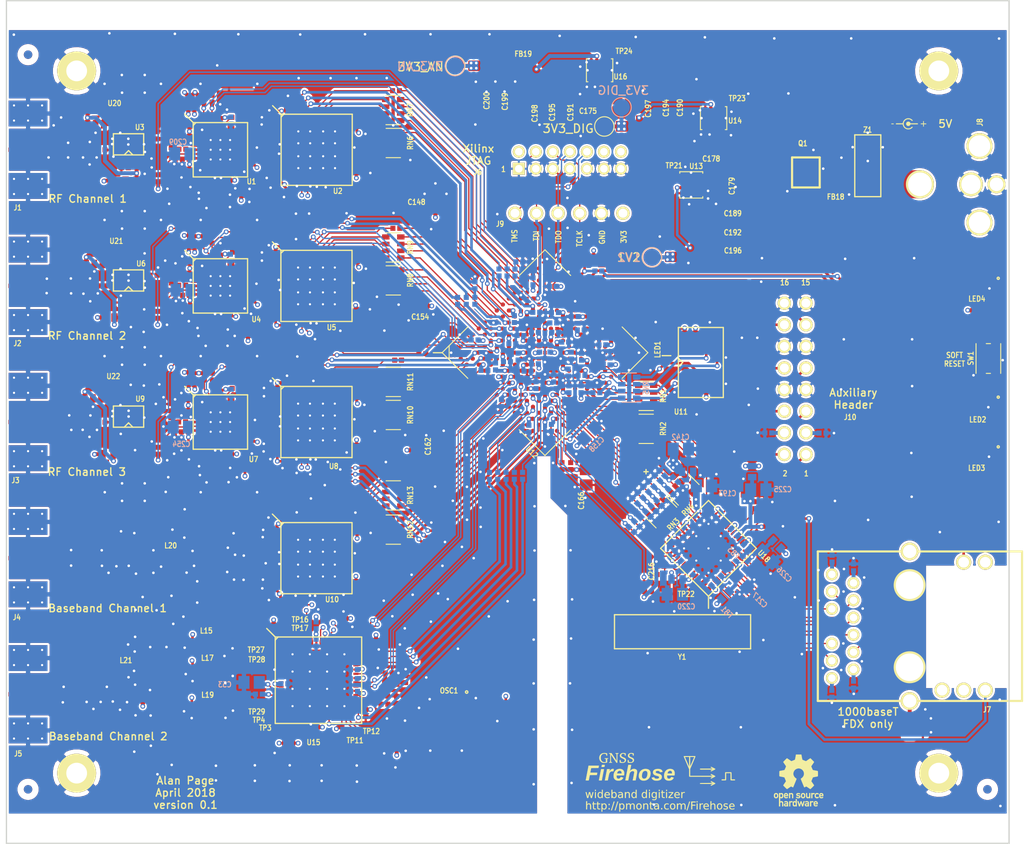
<source format=kicad_pcb>
(kicad_pcb (version 20171130) (host pcbnew 5.0.0-fee4fd1~66~ubuntu18.04.1)
  (layers (0 F.Cu signal) (1 In1.Cu power hide) (2 In2.Cu power hide) (31 B.Cu signal hide) (34 B.Paste user hide) (35 F.Paste user hide) (36 B.SilkS user) (37 F.SilkS user) (38 B.Mask user hide) (39 F.Mask user hide) (44 Edge.Cuts user))
  (net 0 "")
  (net 1 "Net-(C1-Pad1)")
  (net 2 "Net-(C1-Pad2)")
  (net 3 "/RF channel 1/ch1_vcc_lna")
  (net 4 GND)
  (net 5 "Net-(C6-Pad1)")
  (net 6 "Net-(C27-Pad1)")
  (net 7 "Net-(C8-Pad1)")
  (net 8 "Net-(C8-Pad2)")
  (net 9 "Net-(C9-Pad1)")
  (net 10 "Net-(C9-Pad2)")
  (net 11 "Net-(C10-Pad1)")
  (net 12 "Net-(C10-Pad2)")
  (net 13 "Net-(C11-Pad1)")
  (net 14 "Net-(C11-Pad2)")
  (net 15 "Net-(C12-Pad1)")
  (net 16 "Net-(C12-Pad2)")
  (net 17 "Net-(C13-Pad1)")
  (net 18 "Net-(C13-Pad2)")
  (net 19 "Net-(C14-Pad1)")
  (net 20 "Net-(C14-Pad2)")
  (net 21 "/RF channel 1/ch1_cpout")
  (net 22 "Net-(C16-Pad1)")
  (net 23 "/RF channel 1/ch1_vtune")
  (net 24 "Net-(C19-Pad1)")
  (net 25 "/RF channel 1/ch1_vcc")
  (net 26 "Net-(C27-Pad2)")
  (net 27 "Net-(C28-Pad1)")
  (net 28 "Net-(C29-Pad1)")
  (net 29 "Net-(C30-Pad1)")
  (net 30 CH1_REF+)
  (net 31 "/RF channel 1/ch1_xtal")
  (net 32 "Net-(C41-Pad1)")
  (net 33 "Net-(C42-Pad1)")
  (net 34 "Net-(C43-Pad1)")
  (net 35 "Net-(C44-Pad2)")
  (net 36 "Net-(C45-Pad1)")
  (net 37 "Net-(C45-Pad2)")
  (net 38 "/Clock generation/ch1_d+")
  (net 39 "Net-(C47-Pad2)")
  (net 40 "/Clock generation/ch2_d+")
  (net 41 "Net-(C49-Pad2)")
  (net 42 "/Clock generation/ch3_d+")
  (net 43 "Net-(C51-Pad2)")
  (net 44 "Net-(C53-Pad1)")
  (net 45 "Net-(C54-Pad1)")
  (net 46 "Net-(C55-Pad1)")
  (net 47 "Net-(C57-Pad1)")
  (net 48 "Net-(C58-Pad1)")
  (net 49 "Net-(C62-Pad1)")
  (net 50 "Net-(C64-Pad1)")
  (net 51 "Net-(C67-Pad1)")
  (net 52 "Net-(C67-Pad2)")
  (net 53 "/RF Channel 2/ch2_vcc_lna")
  (net 54 "Net-(C69-Pad1)")
  (net 55 "Net-(C69-Pad2)")
  (net 56 "Net-(C71-Pad1)")
  (net 57 "Net-(C71-Pad2)")
  (net 58 "Net-(C72-Pad1)")
  (net 59 "Net-(C72-Pad2)")
  (net 60 "Net-(C73-Pad1)")
  (net 61 "Net-(C73-Pad2)")
  (net 62 "Net-(C74-Pad1)")
  (net 63 "Net-(C74-Pad2)")
  (net 64 "Net-(C75-Pad1)")
  (net 65 "Net-(C75-Pad2)")
  (net 66 "Net-(C76-Pad1)")
  (net 67 "Net-(C76-Pad2)")
  (net 68 "Net-(C77-Pad1)")
  (net 69 "Net-(C77-Pad2)")
  (net 70 "/RF Channel 2/ch2_cpout")
  (net 71 "Net-(C79-Pad1)")
  (net 72 "/RF Channel 2/ch2_vtune")
  (net 73 "Net-(C82-Pad1)")
  (net 74 "/RF Channel 2/ch2_vcc")
  (net 75 "Net-(C90-Pad2)")
  (net 76 "Net-(C91-Pad1)")
  (net 77 "Net-(C92-Pad1)")
  (net 78 "Net-(C93-Pad1)")
  (net 79 CH2_REF+)
  (net 80 "Net-(C102-Pad1)")
  (net 81 "Net-(C102-Pad2)")
  (net 82 "/RF Channel 3/ch3_vcc_lna")
  (net 83 "Net-(C104-Pad1)")
  (net 84 "Net-(C104-Pad2)")
  (net 85 "Net-(C106-Pad1)")
  (net 86 "Net-(C106-Pad2)")
  (net 87 "Net-(C107-Pad1)")
  (net 88 "Net-(C107-Pad2)")
  (net 89 "Net-(C108-Pad1)")
  (net 90 "Net-(C108-Pad2)")
  (net 91 "Net-(C109-Pad1)")
  (net 92 "Net-(C109-Pad2)")
  (net 93 "Net-(C110-Pad1)")
  (net 94 "Net-(C110-Pad2)")
  (net 95 "Net-(C111-Pad1)")
  (net 96 "Net-(C111-Pad2)")
  (net 97 "Net-(C112-Pad1)")
  (net 98 "Net-(C112-Pad2)")
  (net 99 "/RF Channel 3/ch3_cpout")
  (net 100 "Net-(C114-Pad1)")
  (net 101 "/RF Channel 3/ch3_vtune")
  (net 102 "Net-(C117-Pad1)")
  (net 103 "/RF Channel 3/ch3_vcc")
  (net 104 "Net-(C125-Pad2)")
  (net 105 "Net-(C126-Pad1)")
  (net 106 "Net-(C127-Pad1)")
  (net 107 "Net-(C128-Pad1)")
  (net 108 CH3_REF+)
  (net 109 "Net-(C137-Pad1)")
  (net 110 "/RF Channel 4/10_MHz+")
  (net 111 "Net-(C139-Pad1)")
  (net 112 "/RF Channel 4/PPS+")
  (net 113 VCC_1.2V)
  (net 114 /Ethernet/xtal2)
  (net 115 /Ethernet/xtal1)
  (net 116 /Ethernet/DVDDL)
  (net 117 CH1_GC1_FPGA_LPF)
  (net 118 CH2_GC1_FPGA_LPF)
  (net 119 CH3_GC1_FPGA_LPF)
  (net 120 "Net-(C214-Pad1)")
  (net 121 "Net-(C215-Pad2)")
  (net 122 "Net-(C216-Pad1)")
  (net 123 /Ethernet/AVDDL)
  (net 124 /Ethernet/AVDDL_PLL)
  (net 125 /Ethernet/DVDDH)
  (net 126 /Ethernet/AVDDH)
  (net 127 "Net-(C229-Pad1)")
  (net 128 "Net-(C230-Pad1)")
  (net 129 "Net-(C231-Pad1)")
  (net 130 "Net-(C233-Pad1)")
  (net 131 "Net-(C235-Pad1)")
  (net 132 "Net-(C238-Pad1)")
  (net 133 /Ethernet/ct1)
  (net 134 /Ethernet/ct2)
  (net 135 /Ethernet/ct3)
  (net 136 /Ethernet/ct4)
  (net 137 "Net-(C255-Pad1)")
  (net 138 "Net-(FB10-Pad1)")
  (net 139 "Net-(J4-Pad1)")
  (net 140 "Net-(J5-Pad1)")
  (net 141 "Net-(J6-Pad12)")
  (net 142 "Net-(J6-Pad14)")
  (net 143 "Net-(J7-Pad2)")
  (net 144 "Net-(J7-Pad3)")
  (net 145 "Net-(J7-Pad4)")
  (net 146 "Net-(J7-Pad5)")
  (net 147 "Net-(J7-Pad8)")
  (net 148 "Net-(J7-Pad9)")
  (net 149 "Net-(J7-Pad10)")
  (net 150 "Net-(J7-Pad11)")
  (net 151 "Net-(J7-Pad13)")
  (net 152 "Net-(J7-Pad15)")
  (net 153 "Net-(J7-Pad17)")
  (net 154 /Ethernet/chassis_gnd)
  (net 155 "Net-(J10-Pad13)")
  (net 156 "Net-(J10-Pad14)")
  (net 157 "Net-(LED1-Pad1)")
  (net 158 "Net-(LED1-Pad2)")
  (net 159 "Net-(LED2-Pad1)")
  (net 160 "Net-(LED3-Pad1)")
  (net 161 "Net-(LED4-Pad1)")
  (net 162 "Net-(R136-Pad2)")
  (net 163 /Ethernet/phyad0)
  (net 164 /Ethernet/phyad1)
  (net 165 CH1_SDA)
  (net 166 CH1_SCL)
  (net 167 CH2_SDA)
  (net 168 CH2_SCL)
  (net 169 CH3_SDA)
  (net 170 CH3_SCL)
  (net 171 "Net-(R95-Pad1)")
  (net 172 PHY_NRESET)
  (net 173 PHY_RX_CLK)
  (net 174 PHY_RXD0)
  (net 175 PHY_RXD1)
  (net 176 PHY_RXD2)
  (net 177 PHY_RXD3)
  (net 178 PHY_RX_CTL)
  (net 179 PHY_MDIO)
  (net 180 PHY_MDINT)
  (net 181 /Ethernet/LED_MODE)
  (net 182 "Net-(R126-Pad2)")
  (net 183 "Net-(R127-Pad2)")
  (net 184 "Net-(R128-Pad2)")
  (net 185 "Net-(R129-Pad1)")
  (net 186 CLOCK_FTEST_LD)
  (net 187 CLOCK_READBACK)
  (net 188 CLOCK_LE)
  (net 189 CLOCK_DATA)
  (net 190 CLOCK_CLK)
  (net 191 "Net-(TP3-Pad1)")
  (net 192 "Net-(TP4-Pad1)")
  (net 193 "Net-(TP11-Pad1)")
  (net 194 "Net-(TP12-Pad1)")
  (net 195 "Net-(TP16-Pad1)")
  (net 196 "Net-(TP17-Pad1)")
  (net 197 "Net-(TP22-Pad1)")
  (net 198 "Net-(TP23-Pad1)")
  (net 199 "Net-(TP24-Pad1)")
  (net 200 "Net-(TP27-Pad1)")
  (net 201 "Net-(TP28-Pad1)")
  (net 202 "Net-(TP29-Pad1)")
  (net 203 "Net-(U2-Pad26)")
  (net 204 "Net-(U2-Pad27)")
  (net 205 "Net-(U2-Pad28)")
  (net 206 "Net-(U2-Pad29)")
  (net 207 "Net-(U2-Pad30)")
  (net 208 "Net-(U2-Pad31)")
  (net 209 CH1_D0)
  (net 210 CH1_D1)
  (net 211 CH1_CLK+)
  (net 212 CH1_CLK-)
  (net 213 "Net-(U2-Pad19)")
  (net 214 "Net-(U2-Pad20)")
  (net 215 "Net-(U2-Pad23)")
  (net 216 "Net-(U2-Pad24)")
  (net 217 CH1_D2)
  (net 218 CH1_D3)
  (net 219 CH1_D4)
  (net 220 CH1_D5)
  (net 221 CH1_D6)
  (net 222 CH1_D7)
  (net 223 "Net-(U2-Pad43)")
  (net 224 CH1_CLK)
  (net 225 CH1_SDIN)
  (net 226 CH1_SCLK)
  (net 227 CH1_CS)
  (net 228 "Net-(U5-Pad26)")
  (net 229 "Net-(U5-Pad27)")
  (net 230 "Net-(U5-Pad28)")
  (net 231 "Net-(U5-Pad29)")
  (net 232 "Net-(U5-Pad30)")
  (net 233 "Net-(U5-Pad31)")
  (net 234 CH2_D0)
  (net 235 CH2_D1)
  (net 236 CH2_CLK+)
  (net 237 CH2_CLK-)
  (net 238 "Net-(U5-Pad19)")
  (net 239 "Net-(U5-Pad20)")
  (net 240 "Net-(U5-Pad23)")
  (net 241 "Net-(U5-Pad24)")
  (net 242 CH2_D2)
  (net 243 CH2_D3)
  (net 244 CH2_D4)
  (net 245 CH2_D5)
  (net 246 CH2_D6)
  (net 247 CH2_D7)
  (net 248 "Net-(U5-Pad43)")
  (net 249 CH2_CLK)
  (net 250 CH2_SDIN)
  (net 251 CH2_SCLK)
  (net 252 CH2_CS)
  (net 253 "Net-(U8-Pad26)")
  (net 254 "Net-(U8-Pad27)")
  (net 255 "Net-(U8-Pad28)")
  (net 256 "Net-(U8-Pad29)")
  (net 257 "Net-(U8-Pad30)")
  (net 258 "Net-(U8-Pad31)")
  (net 259 CH3_D0)
  (net 260 CH3_D1)
  (net 261 CH3_CLK+)
  (net 262 CH3_CLK-)
  (net 263 "Net-(U8-Pad19)")
  (net 264 "Net-(U8-Pad20)")
  (net 265 "Net-(U8-Pad23)")
  (net 266 "Net-(U8-Pad24)")
  (net 267 CH3_D2)
  (net 268 CH3_D3)
  (net 269 CH3_D4)
  (net 270 CH3_D5)
  (net 271 CH3_D6)
  (net 272 CH3_D7)
  (net 273 "Net-(U8-Pad43)")
  (net 274 CH3_CLK)
  (net 275 CH3_SDIN)
  (net 276 CH3_SCLK)
  (net 277 CH3_CS)
  (net 278 "Net-(U10-Pad26)")
  (net 279 "Net-(U10-Pad27)")
  (net 280 "Net-(U10-Pad28)")
  (net 281 "Net-(U10-Pad29)")
  (net 282 "Net-(U10-Pad30)")
  (net 283 "Net-(U10-Pad31)")
  (net 284 CH4_D0)
  (net 285 CH4_D1)
  (net 286 CH4_CLK+)
  (net 287 CH4_CLK-)
  (net 288 "Net-(U10-Pad19)")
  (net 289 "Net-(U10-Pad20)")
  (net 290 "Net-(U10-Pad23)")
  (net 291 "Net-(U10-Pad24)")
  (net 292 CH4_D2)
  (net 293 CH4_D3)
  (net 294 CH4_D4)
  (net 295 CH4_D5)
  (net 296 CH4_D6)
  (net 297 CH4_D7)
  (net 298 "Net-(U10-Pad43)")
  (net 299 CH4_CLK)
  (net 300 CH4_SDIN)
  (net 301 CH4_SCLK)
  (net 302 CH4_CS)
  (net 303 PHY_TX_CTL)
  (net 304 PHY_TX_CLK)
  (net 305 PHY_TXD3)
  (net 306 PHY_TXD2)
  (net 307 PHY_TXD1)
  (net 308 PHY_TXD0)
  (net 309 FPGA_CLK-)
  (net 310 FPGA_CLK+)
  (net 311 PHY_MDC)
  (net 312 "Net-(U18-Pad13)")
  (net 313 "Net-(U18-Pad47)")
  (net 314 "Net-(U20-Pad4)")
  (net 315 "Net-(U21-Pad4)")
  (net 316 "Net-(U22-Pad4)")
  (net 317 "Net-(RN1-Pad6)")
  (net 318 "Net-(RN1-Pad8)")
  (net 319 "Net-(RN3-Pad6)")
  (net 320 "Net-(RN3-Pad8)")
  (net 321 "Net-(RN1-Pad5)")
  (net 322 "Net-(RN1-Pad7)")
  (net 323 "Net-(RN3-Pad5)")
  (net 324 "Net-(RN3-Pad7)")
  (net 325 "Net-(RN2-Pad7)")
  (net 326 "Net-(RN2-Pad8)")
  (net 327 "Net-(U12-PadD9)")
  (net 328 "Net-(U12-PadD12)")
  (net 329 "Net-(U12-PadD14)")
  (net 330 "Net-(U12-PadE3)")
  (net 331 "Net-(U12-PadE4)")
  (net 332 "Net-(U12-PadE6)")
  (net 333 "Net-(U12-PadE7)")
  (net 334 "Net-(U12-PadE8)")
  (net 335 "Net-(U12-PadE10)")
  (net 336 "Net-(U12-PadE12)")
  (net 337 "Net-(U12-PadE13)")
  (net 338 "Net-(U12-PadF3)")
  (net 339 "Net-(U12-PadF4)")
  (net 340 "Net-(U12-PadF5)")
  (net 341 "Net-(U12-PadF6)")
  (net 342 "Net-(U12-PadF7)")
  (net 343 "Net-(U12-PadF9)")
  (net 344 "Net-(U12-PadF10)")
  (net 345 "Net-(U12-PadF12)")
  (net 346 "Net-(U12-PadF13)")
  (net 347 "Net-(U12-PadF14)")
  (net 348 "Net-(U12-PadG5)")
  (net 349 "Net-(U12-PadG6)")
  (net 350 "Net-(U12-PadG11)")
  (net 351 "Net-(U12-PadG12)")
  (net 352 "Net-(U12-PadG14)")
  (net 353 "Net-(U12-PadH5)")
  (net 354 "Net-(U12-PadH11)")
  (net 355 "Net-(U12-PadH13)")
  (net 356 "Net-(U12-PadH14)")
  (net 357 "Net-(U12-PadJ3)")
  (net 358 "Net-(U12-PadJ6)")
  (net 359 "Net-(U12-PadJ11)")
  (net 360 "Net-(U12-PadJ12)")
  (net 361 "Net-(U12-PadJ13)")
  (net 362 "Net-(U12-PadJ14)")
  (net 363 "Net-(U12-PadK5)")
  (net 364 "Net-(U12-PadK6)")
  (net 365 "Net-(U12-PadK11)")
  (net 366 "Net-(U12-PadK12)")
  (net 367 "Net-(U12-PadK14)")
  (net 368 "Net-(U12-PadL5)")
  (net 369 "Net-(U12-PadL7)")
  (net 370 "Net-(U12-PadL8)")
  (net 371 "Net-(U12-PadL10)")
  (net 372 "Net-(U12-PadL11)")
  (net 373 "Net-(U12-PadL12)")
  (net 374 "Net-(U12-PadL13)")
  (net 375 "Net-(U12-PadL14)")
  (net 376 "Net-(U12-PadM4)")
  (net 377 "Net-(U12-PadM6)")
  (net 378 "Net-(U12-PadM7)")
  (net 379 "Net-(U12-PadM9)")
  (net 380 "Net-(U12-PadM10)")
  (net 381 "Net-(U12-PadM11)")
  (net 382 "Net-(U12-PadM12)")
  (net 383 "Net-(U12-PadM13)")
  (net 384 "Net-(U12-PadM14)")
  (net 385 "Net-(U12-PadN3)")
  (net 386 "Net-(U12-PadN8)")
  (net 387 "Net-(U12-PadN9)")
  (net 388 "Net-(U12-PadN12)")
  (net 389 "Net-(U12-PadN14)")
  (net 390 "Net-(U12-PadP7)")
  (net 391 "Net-(U12-PadP8)")
  (net 392 "Net-(U12-PadP12)")
  (net 393 "Net-(U12-PadR12)")
  (net 394 "Net-(U12-PadR16)")
  (net 395 "Net-(U12-PadN16)")
  (net 396 "Net-(U12-PadL16)")
  (net 397 "Net-(U12-PadJ16)")
  (net 398 "Net-(U12-PadF15)")
  (net 399 "Net-(U12-PadE15)")
  (net 400 "Net-(U12-PadD16)")
  (net 401 "Net-(U12-PadC16)")
  (net 402 "Net-(U12-PadC15)")
  (net 403 "Net-(U12-PadB16)")
  (net 404 "Net-(U12-PadB15)")
  (net 405 "Net-(RN4-Pad1)")
  (net 406 "Net-(RN4-Pad2)")
  (net 407 "Net-(U12-PadT14)")
  (net 408 "Net-(U12-PadT13)")
  (net 409 "Net-(U12-PadT12)")
  (net 410 "Net-(U12-PadR14)")
  (net 411 "Net-(U12-PadR15)")
  (net 412 "Net-(U12-PadT15)")
  (net 413 "Net-(RN5-Pad5)")
  (net 414 "Net-(RN5-Pad6)")
  (net 415 "Net-(RN5-Pad7)")
  (net 416 "Net-(RN5-Pad8)")
  (net 417 "Net-(RN6-Pad1)")
  (net 418 "Net-(RN6-Pad2)")
  (net 419 "Net-(RN6-Pad3)")
  (net 420 "Net-(RN6-Pad4)")
  (net 421 "Net-(RN7-Pad1)")
  (net 422 "Net-(RN7-Pad2)")
  (net 423 "Net-(RN7-Pad3)")
  (net 424 "Net-(RN7-Pad4)")
  (net 425 "Net-(R8-Pad1)")
  (net 426 "Net-(R12-Pad1)")
  (net 427 "Net-(R14-Pad1)")
  (net 428 "Net-(R16-Pad1)")
  (net 429 "Net-(RN8-Pad1)")
  (net 430 "Net-(RN8-Pad2)")
  (net 431 "Net-(RN8-Pad3)")
  (net 432 "Net-(RN8-Pad4)")
  (net 433 "Net-(RN9-Pad1)")
  (net 434 "Net-(RN9-Pad2)")
  (net 435 "Net-(RN9-Pad3)")
  (net 436 "Net-(RN9-Pad4)")
  (net 437 "Net-(RN10-Pad1)")
  (net 438 "Net-(RN10-Pad2)")
  (net 439 "Net-(RN10-Pad3)")
  (net 440 "Net-(RN10-Pad4)")
  (net 441 "Net-(RN11-Pad1)")
  (net 442 "Net-(RN11-Pad2)")
  (net 443 "Net-(RN11-Pad3)")
  (net 444 "Net-(RN11-Pad4)")
  (net 445 "Net-(RN12-Pad1)")
  (net 446 "Net-(RN12-Pad2)")
  (net 447 "Net-(RN12-Pad3)")
  (net 448 "Net-(RN12-Pad4)")
  (net 449 "Net-(RN13-Pad1)")
  (net 450 "Net-(RN13-Pad2)")
  (net 451 "Net-(RN13-Pad3)")
  (net 452 "Net-(RN13-Pad4)")
  (net 453 "/FPGA 1/TMS")
  (net 454 "/FPGA 1/TCK")
  (net 455 "/FPGA 1/TDO")
  (net 456 "/FPGA 1/TDI")
  (net 457 "/FPGA 2/led0")
  (net 458 "/FPGA 2/led1")
  (net 459 "Net-(R38-Pad2)")
  (net 460 "Net-(R39-Pad2)")
  (net 461 "Net-(R40-Pad2)")
  (net 462 "Net-(R41-Pad2)")
  (net 463 "Net-(R43-Pad2)")
  (net 464 "Net-(R48-Pad2)")
  (net 465 "Net-(R49-Pad2)")
  (net 466 "Net-(R50-Pad2)")
  (net 467 "Net-(R54-Pad1)")
  (net 468 "/FPGA 2/CH1_GC1")
  (net 469 "/FPGA 2/CH2_GC1")
  (net 470 "/FPGA 1/cso_b")
  (net 471 "/FPGA 1/mosi")
  (net 472 "/FPGA 1/cclk")
  (net 473 "/FPGA 1/din")
  (net 474 "/FPGA 1/m0")
  (net 475 "Net-(C174-Pad1)")
  (net 476 "Net-(C175-Pad1)")
  (net 477 "Net-(C180-Pad1)")
  (net 478 "Net-(C181-Pad1)")
  (net 479 "Net-(C188-Pad1)")
  (net 480 "Net-(C189-Pad1)")
  (net 481 "Net-(C190-Pad1)")
  (net 482 "Net-(C191-Pad1)")
  (net 483 "Net-(FB18-Pad2)")
  (net 484 "Net-(R61-Pad1)")
  (net 485 "Net-(R62-Pad1)")
  (net 486 "Net-(R63-Pad1)")
  (net 487 "Net-(TP21-Pad1)")
  (net 488 VCC_3V3_AN)
  (net 489 VCC_3V3_DIG)
  (net 490 "Net-(C207-Pad1)")
  (net 491 "Net-(U1-Pad15)")
  (net 492 "Net-(C18-Pad1)")
  (net 493 "Net-(C81-Pad1)")
  (net 494 "Net-(C100-Pad2)")
  (net 495 "Net-(C116-Pad1)")
  (net 496 "Net-(C135-Pad2)")
  (net 497 "Net-(C210-Pad1)")
  (net 498 "Net-(C213-Pad1)")
  (net 499 "Net-(U4-Pad15)")
  (net 500 "Net-(U7-Pad15)")
  (net 501 "Net-(R53-Pad1)")
  (net 502 "/FPGA 2/CH3_GC1")
  (net 503 CPU_CLK+)
  (net 504 CPU_CLK-)
  (net 505 "Net-(R42-Pad1)")
  (net 506 "Net-(R44-Pad2)")
  (net 507 "Net-(R46-Pad2)")
  (net 508 "Net-(U15-Pad19)")
  (net 509 "Net-(U15-Pad20)")
  (net 510 "Net-(U15-Pad21)")
  (net 511 "Net-(U15-Pad22)")
  (net 512 "Net-(U15-Pad50)")
  (net 513 "Net-(U15-Pad51)")
  (net 514 "Net-(R18-Pad2)")
  (net 515 "/FPGA 1/m1")
  (net 516 "Net-(R47-Pad2)")
  (net 517 "Net-(C256-Pad2)")
  (net 518 "Net-(C138-Pad2)")
  (net 519 "Net-(C140-Pad2)")
  (net 520 "Net-(C156-Pad1)")
  (net 521 AUX_CLK)
  (net 522 "/FPGA 2/spare1_p")
  (net 523 "/FPGA 2/spare1_n")
  (net 524 "/FPGA 2/spare2_p")
  (net 525 "/FPGA 2/spare2_n")
  (net 526 "/FPGA 2/spare3_p")
  (net 527 "/FPGA 2/spare3_n")
  (net 528 "/FPGA 2/UART_TX")
  (net 529 "/FPGA 2/UART_RX")
  (net 530 "Net-(U12-PadR2)")
  (net 531 "Net-(U12-PadG3)")
  (net 532 "Net-(C257-Pad1)")
  (net 533 "Net-(R58-Pad2)")
  (net 534 "Net-(J7-Pad18)")
  (module footprints:via_12mil (layer F.Cu) (at 155.235 98.965)
    (fp_text reference VIA** hide)
    (fp_text value "" hide)
    (pad 1 thru_hole circle (at 0 0) (size 0.5588 0.5588) (drill 0.3048) (layers *.Cu) (net 4 GND))
  )
  (module footprints:via_12mil (layer F.Cu) (at 163.685 102.115)
    (fp_text reference VIA** hide)
    (fp_text value "" hide)
    (pad 1 thru_hole circle (at 0 0) (size 0.5588 0.5588) (drill 0.3048) (layers *.Cu) (net 4 GND))
  )
  (module footprints:via_12mil (layer F.Cu) (at 119.126 57.84)
    (fp_text reference VIA** hide)
    (fp_text value "" hide)
    (pad 1 thru_hole circle (at 0 0) (size 0.5588 0.5588) (drill 0.3048) (layers *.Cu) (net 4 GND))
  )
  (module footprints:via_12mil (layer F.Cu) (at 118.36 52.28)
    (fp_text reference VIA** hide)
    (fp_text value "" hide)
    (pad 1 thru_hole circle (at 0 0) (size 0.5588 0.5588) (drill 0.3048) (layers *.Cu) (net 4 GND))
  )
  (module footprints:via_12mil (layer F.Cu) (at 98.435 50.79)
    (fp_text reference VIA** hide)
    (fp_text value "" hide)
    (pad 1 thru_hole circle (at 0 0) (size 0.5588 0.5588) (drill 0.3048) (layers *.Cu) (net 4 GND))
  )
  (module footprints:via_12mil (layer F.Cu) (at 172.04 128.51)
    (fp_text reference VIA** hide)
    (fp_text value "" hide)
    (pad 1 thru_hole circle (at 0 0) (size 0.5588 0.5588) (drill 0.3048) (layers *.Cu) (net 4 GND))
  )
  (module footprints:via_12mil (layer F.Cu) (at 159.84 119.72)
    (fp_text reference VIA** hide)
    (fp_text value "" hide)
    (pad 1 thru_hole circle (at 0 0) (size 0.5588 0.5588) (drill 0.3048) (layers *.Cu) (net 4 GND))
  )
  (module footprints:via_12mil (layer F.Cu) (at 149.03 119.88)
    (fp_text reference VIA** hide)
    (fp_text value "" hide)
    (pad 1 thru_hole circle (at 0 0) (size 0.5588 0.5588) (drill 0.3048) (layers *.Cu) (net 4 GND))
  )
  (module footprints:via_12mil (layer F.Cu) (at 159.99 128.59)
    (fp_text reference VIA** hide)
    (fp_text value "" hide)
    (pad 1 thru_hole circle (at 0 0) (size 0.5588 0.5588) (drill 0.3048) (layers *.Cu) (net 4 GND))
  )
  (module footprints:via_12mil (layer F.Cu) (at 149.19 128.59)
    (fp_text reference VIA** hide)
    (fp_text value "" hide)
    (pad 1 thru_hole circle (at 0 0) (size 0.5588 0.5588) (drill 0.3048) (layers *.Cu) (net 4 GND))
  )
  (module footprints:via_12mil (layer F.Cu) (at 190.42 125.35)
    (fp_text reference VIA** hide)
    (fp_text value "" hide)
    (pad 1 thru_hole circle (at 0 0) (size 0.5588 0.5588) (drill 0.3048) (layers *.Cu) (net 4 GND))
  )
  (module footprints:via_12mil (layer F.Cu) (at 190.5 137.85)
    (fp_text reference VIA** hide)
    (fp_text value "" hide)
    (pad 1 thru_hole circle (at 0 0) (size 0.5588 0.5588) (drill 0.3048) (layers *.Cu) (net 4 GND))
  )
  (module footprints:via_12mil (layer F.Cu) (at 171.05 137.76)
    (fp_text reference VIA** hide)
    (fp_text value "" hide)
    (pad 1 thru_hole circle (at 0 0) (size 0.5588 0.5588) (drill 0.3048) (layers *.Cu) (net 4 GND))
  )
  (module footprints:via_12mil (layer F.Cu) (at 160.04 137.73)
    (fp_text reference VIA** hide)
    (fp_text value "" hide)
    (pad 1 thru_hole circle (at 0 0) (size 0.5588 0.5588) (drill 0.3048) (layers *.Cu) (net 4 GND))
  )
  (module footprints:via_12mil (layer F.Cu) (at 149.76 137.69)
    (fp_text reference VIA** hide)
    (fp_text value "" hide)
    (pad 1 thru_hole circle (at 0 0) (size 0.5588 0.5588) (drill 0.3048) (layers *.Cu) (net 4 GND))
  )
  (module footprints:via_12mil (layer F.Cu) (at 190.34 47.64)
    (fp_text reference VIA** hide)
    (fp_text value "" hide)
    (pad 1 thru_hole circle (at 0 0) (size 0.5588 0.5588) (drill 0.3048) (layers *.Cu) (net 4 GND))
  )
  (module footprints:via_12mil (layer F.Cu) (at 172.71 65.97)
    (fp_text reference VIA** hide)
    (fp_text value "" hide)
    (pad 1 thru_hole circle (at 0 0) (size 0.5588 0.5588) (drill 0.3048) (layers *.Cu) (net 4 GND))
  )
  (module footprints:via_12mil (layer F.Cu) (at 165.45 65.58)
    (fp_text reference VIA** hide)
    (fp_text value "" hide)
    (pad 1 thru_hole circle (at 0 0) (size 0.5588 0.5588) (drill 0.3048) (layers *.Cu) (net 4 GND))
  )
  (module footprints:via_12mil (layer F.Cu) (at 159.37 65.08)
    (fp_text reference VIA** hide)
    (fp_text value "" hide)
    (pad 1 thru_hole circle (at 0 0) (size 0.5588 0.5588) (drill 0.3048) (layers *.Cu) (net 4 GND))
  )
  (module footprints:via_12mil (layer F.Cu) (at 169.67 62.93)
    (fp_text reference VIA** hide)
    (fp_text value "" hide)
    (pad 1 thru_hole circle (at 0 0) (size 0.5588 0.5588) (drill 0.3048) (layers *.Cu) (net 4 GND))
  )
  (module footprints:via_12mil (layer F.Cu) (at 174.91 62.03)
    (fp_text reference VIA** hide)
    (fp_text value "" hide)
    (pad 1 thru_hole circle (at 0 0) (size 0.5588 0.5588) (drill 0.3048) (layers *.Cu) (net 4 GND))
  )
  (module footprints:via_12mil (layer F.Cu) (at 176.67 60.41)
    (fp_text reference VIA** hide)
    (fp_text value "" hide)
    (pad 1 thru_hole circle (at 0 0) (size 0.5588 0.5588) (drill 0.3048) (layers *.Cu) (net 4 GND))
  )
  (module footprints:via_12mil (layer F.Cu) (at 174.91 58.71)
    (fp_text reference VIA** hide)
    (fp_text value "" hide)
    (pad 1 thru_hole circle (at 0 0) (size 0.5588 0.5588) (drill 0.3048) (layers *.Cu) (net 4 GND))
  )
  (module footprints:via_12mil (layer F.Cu) (at 173.13 60.4)
    (fp_text reference VIA** hide)
    (fp_text value "" hide)
    (pad 1 thru_hole circle (at 0 0) (size 0.5588 0.5588) (drill 0.3048) (layers *.Cu) (net 4 GND))
  )
  (module footprints:via_12mil (layer F.Cu) (at 171.81 61.64)
    (fp_text reference VIA** hide)
    (fp_text value "" hide)
    (pad 1 thru_hole circle (at 0 0) (size 0.5588 0.5588) (drill 0.3048) (layers *.Cu) (net 4 GND))
  )
  (module footprints:via_12mil (layer F.Cu) (at 168.52 60.73)
    (fp_text reference VIA** hide)
    (fp_text value "" hide)
    (pad 1 thru_hole circle (at 0 0) (size 0.5588 0.5588) (drill 0.3048) (layers *.Cu) (net 4 GND))
  )
  (module footprints:via_12mil (layer F.Cu) (at 165.58 54.09)
    (fp_text reference VIA** hide)
    (fp_text value "" hide)
    (pad 1 thru_hole circle (at 0 0) (size 0.5588 0.5588) (drill 0.3048) (layers *.Cu) (net 4 GND))
  )
  (module footprints:via_12mil (layer F.Cu) (at 74.53 47.18)
    (fp_text reference VIA** hide)
    (fp_text value "" hide)
    (pad 1 thru_hole circle (at 0 0) (size 0.5588 0.5588) (drill 0.3048) (layers *.Cu) (net 4 GND))
  )
  (module footprints:via_12mil (layer F.Cu) (at 85.76 47.02)
    (fp_text reference VIA** hide)
    (fp_text value "" hide)
    (pad 1 thru_hole circle (at 0 0) (size 0.5588 0.5588) (drill 0.3048) (layers *.Cu) (net 4 GND))
  )
  (module footprints:via_12mil (layer F.Cu) (at 93.46 47.08)
    (fp_text reference VIA** hide)
    (fp_text value "" hide)
    (pad 1 thru_hole circle (at 0 0) (size 0.5588 0.5588) (drill 0.3048) (layers *.Cu) (net 4 GND))
  )
  (module footprints:via_12mil (layer F.Cu) (at 100.92 47.13)
    (fp_text reference VIA** hide)
    (fp_text value "" hide)
    (pad 1 thru_hole circle (at 0 0) (size 0.5588 0.5588) (drill 0.3048) (layers *.Cu) (net 4 GND))
  )
  (module footprints:via_12mil (layer F.Cu) (at 108.19 47.16)
    (fp_text reference VIA** hide)
    (fp_text value "" hide)
    (pad 1 thru_hole circle (at 0 0) (size 0.5588 0.5588) (drill 0.3048) (layers *.Cu) (net 4 GND))
  )
  (module footprints:via_12mil (layer F.Cu) (at 115.81 47.13)
    (fp_text reference VIA** hide)
    (fp_text value "" hide)
    (pad 1 thru_hole circle (at 0 0) (size 0.5588 0.5588) (drill 0.3048) (layers *.Cu) (net 4 GND))
  )
  (module footprints:via_12mil (layer F.Cu) (at 123.51 47.13)
    (fp_text reference VIA** hide)
    (fp_text value "" hide)
    (pad 1 thru_hole circle (at 0 0) (size 0.5588 0.5588) (drill 0.3048) (layers *.Cu) (net 4 GND))
  )
  (module footprints:via_12mil (layer F.Cu) (at 130.44 47.13)
    (fp_text reference VIA** hide)
    (fp_text value "" hide)
    (pad 1 thru_hole circle (at 0 0) (size 0.5588 0.5588) (drill 0.3048) (layers *.Cu) (net 4 GND))
  )
  (module footprints:via_12mil (layer F.Cu) (at 138.69 47.32)
    (fp_text reference VIA** hide)
    (fp_text value "" hide)
    (pad 1 thru_hole circle (at 0 0) (size 0.5588 0.5588) (drill 0.3048) (layers *.Cu) (net 4 GND))
  )
  (module footprints:via_12mil (layer F.Cu) (at 147.63 47.45)
    (fp_text reference VIA** hide)
    (fp_text value "" hide)
    (pad 1 thru_hole circle (at 0 0) (size 0.5588 0.5588) (drill 0.3048) (layers *.Cu) (net 4 GND))
  )
  (module footprints:via_12mil (layer F.Cu) (at 155.76 47.49)
    (fp_text reference VIA** hide)
    (fp_text value "" hide)
    (pad 1 thru_hole circle (at 0 0) (size 0.5588 0.5588) (drill 0.3048) (layers *.Cu) (net 4 GND))
  )
  (module footprints:via_12mil (layer F.Cu) (at 163.92 47.62)
    (fp_text reference VIA** hide)
    (fp_text value "" hide)
    (pad 1 thru_hole circle (at 0 0) (size 0.5588 0.5588) (drill 0.3048) (layers *.Cu) (net 4 GND))
  )
  (module footprints:via_12mil (layer F.Cu) (at 172.96 47.62)
    (fp_text reference VIA** hide)
    (fp_text value "" hide)
    (pad 1 thru_hole circle (at 0 0) (size 0.5588 0.5588) (drill 0.3048) (layers *.Cu) (net 4 GND))
  )
  (module footprints:via_12mil (layer F.Cu) (at 148.47 53.76)
    (fp_text reference VIA** hide)
    (fp_text value "" hide)
    (pad 1 thru_hole circle (at 0 0) (size 0.5588 0.5588) (drill 0.3048) (layers *.Cu) (net 4 GND))
  )
  (module footprints:via_12mil (layer F.Cu) (at 154.77 52.41)
    (fp_text reference VIA** hide)
    (fp_text value "" hide)
    (pad 1 thru_hole circle (at 0 0) (size 0.5588 0.5588) (drill 0.3048) (layers *.Cu) (net 4 GND))
  )
  (module footprints:via_12mil (layer F.Cu) (at 160.86 54.12)
    (fp_text reference VIA** hide)
    (fp_text value "" hide)
    (pad 1 thru_hole circle (at 0 0) (size 0.5588 0.5588) (drill 0.3048) (layers *.Cu) (net 4 GND))
  )
  (module footprints:via_12mil (layer F.Cu) (at 158.83 59)
    (fp_text reference VIA** hide)
    (fp_text value "" hide)
    (pad 1 thru_hole circle (at 0 0) (size 0.5588 0.5588) (drill 0.3048) (layers *.Cu) (net 4 GND))
  )
  (module footprints:via_12mil (layer F.Cu) (at 182.34 129.18)
    (fp_text reference VIA** hide)
    (fp_text value "" hide)
    (pad 1 thru_hole circle (at 0 0) (size 0.5588 0.5588) (drill 0.3048) (layers *.Cu) (net 4 GND))
  )
  (module footprints:via_12mil (layer F.Cu) (at 182.33 127.55)
    (fp_text reference VIA** hide)
    (fp_text value "" hide)
    (pad 1 thru_hole circle (at 0 0) (size 0.5588 0.5588) (drill 0.3048) (layers *.Cu) (net 4 GND))
  )
  (module footprints:via_12mil (layer F.Cu) (at 181.67 126.49)
    (fp_text reference VIA** hide)
    (fp_text value "" hide)
    (pad 1 thru_hole circle (at 0 0) (size 0.5588 0.5588) (drill 0.3048) (layers *.Cu) (net 4 GND))
  )
  (module footprints:via_12mil (layer F.Cu) (at 190.77 85.44)
    (fp_text reference VIA** hide)
    (fp_text value "" hide)
    (pad 1 thru_hole circle (at 0 0) (size 0.5588 0.5588) (drill 0.3048) (layers *.Cu) (net 4 GND))
  )
  (module footprints:via_12mil (layer F.Cu) (at 153.82 74.02)
    (fp_text reference VIA** hide)
    (fp_text value "" hide)
    (pad 1 thru_hole circle (at 0 0) (size 0.5588 0.5588) (drill 0.3048) (layers *.Cu) (net 4 GND))
  )
  (module footprints:via_12mil (layer F.Cu) (at 131.36 68.27)
    (fp_text reference VIA** hide)
    (fp_text value "" hide)
    (pad 1 thru_hole circle (at 0 0) (size 0.5588 0.5588) (drill 0.3048) (layers *.Cu) (net 4 GND))
  )
  (module footprints:via_12mil (layer F.Cu) (at 135.52 73.52)
    (fp_text reference VIA** hide)
    (fp_text value "" hide)
    (pad 1 thru_hole circle (at 0 0) (size 0.5588 0.5588) (drill 0.3048) (layers *.Cu) (net 4 GND))
  )
  (module footprints:via_12mil (layer F.Cu) (at 139.6 66.37)
    (fp_text reference VIA** hide)
    (fp_text value "" hide)
    (pad 1 thru_hole circle (at 0 0) (size 0.5588 0.5588) (drill 0.3048) (layers *.Cu) (net 4 GND))
  )
  (module footprints:via_12mil (layer F.Cu) (at 137.43 69.99)
    (fp_text reference VIA** hide)
    (fp_text value "" hide)
    (pad 1 thru_hole circle (at 0 0) (size 0.5588 0.5588) (drill 0.3048) (layers *.Cu) (net 4 GND))
  )
  (module footprints:via_12mil (layer F.Cu) (at 139.62 69.89)
    (fp_text reference VIA** hide)
    (fp_text value "" hide)
    (pad 1 thru_hole circle (at 0 0) (size 0.5588 0.5588) (drill 0.3048) (layers *.Cu) (net 4 GND))
  )
  (module footprints:via_12mil (layer F.Cu) (at 119.91 118.87)
    (fp_text reference VIA** hide)
    (fp_text value "" hide)
    (pad 1 thru_hole circle (at 0 0) (size 0.5588 0.5588) (drill 0.3048) (layers *.Cu) (net 4 GND))
  )
  (module footprints:via_12mil (layer F.Cu) (at 119.02 115.54)
    (fp_text reference VIA** hide)
    (fp_text value "" hide)
    (pad 1 thru_hole circle (at 0 0) (size 0.5588 0.5588) (drill 0.3048) (layers *.Cu) (net 4 GND))
  )
  (module footprints:via_12mil (layer F.Cu) (at 127.2 107.39)
    (fp_text reference VIA** hide)
    (fp_text value "" hide)
    (pad 1 thru_hole circle (at 0 0) (size 0.5588 0.5588) (drill 0.3048) (layers *.Cu) (net 4 GND))
  )
  (module footprints:via_12mil (layer F.Cu) (at 127.8 104.2)
    (fp_text reference VIA** hide)
    (fp_text value "" hide)
    (pad 1 thru_hole circle (at 0 0) (size 0.5588 0.5588) (drill 0.3048) (layers *.Cu) (net 4 GND))
  )
  (module footprints:via_12mil (layer F.Cu) (at 127.79 100.33)
    (fp_text reference VIA** hide)
    (fp_text value "" hide)
    (pad 1 thru_hole circle (at 0 0) (size 0.5588 0.5588) (drill 0.3048) (layers *.Cu) (net 4 GND))
  )
  (module footprints:via_12mil (layer F.Cu) (at 127.77 96.58)
    (fp_text reference VIA** hide)
    (fp_text value "" hide)
    (pad 1 thru_hole circle (at 0 0) (size 0.5588 0.5588) (drill 0.3048) (layers *.Cu) (net 4 GND))
  )
  (module footprints:via_12mil (layer F.Cu) (at 120.585 121.765)
    (fp_text reference VIA** hide)
    (fp_text value "" hide)
    (pad 1 thru_hole circle (at 0 0) (size 0.5588 0.5588) (drill 0.3048) (layers *.Cu) (net 4 GND))
  )
  (module footprints:via_12mil (layer F.Cu) (at 119.735 122.215)
    (fp_text reference VIA** hide)
    (fp_text value "" hide)
    (pad 1 thru_hole circle (at 0 0) (size 0.5588 0.5588) (drill 0.3048) (layers *.Cu) (net 4 GND))
  )
  (module footprints:1206_4R (layer F.Cu) (at 148.86 89.64 270)
    (fp_text reference RN1 (at -0.01 -2 270) (layer F.SilkS) (effects (font (size 0.63 0.54) (thickness 0.12))))
    (fp_text value 33 hide)
    (pad 1 smd rect (at -1.235 0.88) (size 0.87 0.61) (layers F.Cu F.Paste F.Mask) (net 308 PHY_TXD0))
    (pad 2 smd rect (at -0.4 0.88) (size 0.87 0.54) (layers F.Cu F.Paste F.Mask) (net 307 PHY_TXD1))
    (pad 3 smd rect (at 0.4 0.88) (size 0.87 0.54) (layers F.Cu F.Paste F.Mask) (net 306 PHY_TXD2))
    (pad 4 smd rect (at 1.235 0.88) (size 0.87 0.61) (layers F.Cu F.Paste F.Mask) (net 305 PHY_TXD3))
    (pad 5 smd rect (at 1.235 -0.88) (size 0.87 0.61) (layers F.Cu F.Paste F.Mask) (net 321 "Net-(RN1-Pad5)"))
    (pad 6 smd rect (at 0.4 -0.88) (size 0.87 0.54) (layers F.Cu F.Paste F.Mask) (net 317 "Net-(RN1-Pad6)"))
    (pad 7 smd rect (at -0.4 -0.88) (size 0.87 0.54) (layers F.Cu F.Paste F.Mask) (net 322 "Net-(RN1-Pad7)"))
    (pad 8 smd rect (at -1.235 -0.88) (size 0.87 0.61) (layers F.Cu F.Paste F.Mask) (net 318 "Net-(RN1-Pad8)"))
  )
  (module footprints:0402 (layer B.Cu) (at 147.785 104.715 135)
    (fp_text reference R106 hide)
    (fp_text value 1k hide)
    (pad 1 smd rect (at -0.405 0 135) (size 0.59 0.6) (layers B.Cu B.Paste B.Mask) (net 125 /Ethernet/DVDDH))
    (pad 2 smd rect (at 0.405 0 135) (size 0.59 0.6) (layers B.Cu B.Paste B.Mask) (net 179 PHY_MDIO))
  )
  (module footprints:0402 (layer F.Cu) (at 132.36 128.59 270)
    (fp_text reference FB10 hide)
    (fp_text value 240 hide)
    (pad 1 smd rect (at -0.405 0 270) (size 0.59 0.6) (layers F.Cu F.Paste F.Mask) (net 138 "Net-(FB10-Pad1)"))
    (pad 2 smd rect (at 0.405 0 270) (size 0.59 0.6) (layers F.Cu F.Paste F.Mask) (net 128 "Net-(C230-Pad1)"))
  )
  (module footprints:D75J (layer F.Cu) (at 130.2223 130.3859 180)
    (fp_text reference OSC1 (at 4.5373 6.0959 180) (layer F.SilkS) (effects (font (size 0.63 0.54) (thickness 0.12))))
    (fp_text value TCXO hide)
    (pad 1 smd rect (at 2.4765 4.8133 90) (size 1.2954 0.762) (layers F.Cu F.Paste F.Mask) (clearance 0.254))
    (pad 2 smd rect (at 3.7465 4.8133 90) (size 1.2954 0.762) (layers F.Cu F.Paste F.Mask) (clearance 0.254))
    (pad 3 smd rect (at 5.0165 4.8133 90) (size 1.2954 0.762) (layers F.Cu F.Paste F.Mask) (clearance 0.254))
    (pad 6 smd rect (at 5.0165 0.6477 270) (size 1.2954 0.762) (layers F.Cu F.Paste F.Mask) (clearance 0.254))
    (pad 7 smd rect (at 3.7465 0.6477 270) (size 1.2954 0.762) (layers F.Cu F.Paste F.Mask) (clearance 0.254))
    (pad 8 smd rect (at 2.4765 0.6477 270) (size 1.2954 0.762) (layers F.Cu F.Paste F.Mask) (net 128 "Net-(C230-Pad1)") (clearance 0.254))
    (pad 4 smd rect (at 6.8453 4.0005 180) (size 1.2954 0.9398) (layers F.Cu F.Paste F.Mask) (net 4 GND) (clearance 0.254))
    (pad 5 smd rect (at 6.8453 1.4605 180) (size 1.2954 0.9398) (layers F.Cu F.Paste F.Mask) (net 137 "Net-(C255-Pad1)") (clearance 0.254))
    (pad 9 smd rect (at 0.6477 1.4605 180) (size 1.2954 0.9398) (layers F.Cu F.Paste F.Mask) (net 128 "Net-(C230-Pad1)") (clearance 0.254))
    (pad 10 smd rect (at 0.6477 4.0005 180) (size 1.2954 0.9398) (layers F.Cu F.Paste F.Mask) (clearance 0.254))
  )
  (module footprints:QFN28_EP (layer F.Cu) (at 98.807778 92.713302)
    (fp_text reference U7 (at 3.902222 4.376698) (layer F.SilkS) (effects (font (size 0.63 0.54) (thickness 0.12))))
    (fp_text value MAX2112 hide)
    (pad 1 smd rect (at -2.340102 -1.500378) (size 0.949706 0.299974) (layers F.Cu F.Paste F.Mask) (net 103 "/RF Channel 3/ch3_vcc") (clearance 0.1524))
    (pad 2 smd rect (at -2.340102 -1.000252) (size 0.949706 0.299974) (layers F.Cu F.Paste F.Mask) (net 103 "/RF Channel 3/ch3_vcc") (clearance 0.1524))
    (pad 3 smd rect (at -2.340102 -0.500126) (size 0.949706 0.299974) (layers F.Cu F.Paste F.Mask) (net 4 GND) (clearance 0.1524))
    (pad 4 smd rect (at -2.340102 0) (size 0.949706 0.299974) (layers F.Cu F.Paste F.Mask) (net 88 "Net-(C107-Pad2)") (clearance 0.1524))
    (pad 5 smd rect (at -2.340102 0.500126) (size 0.949706 0.299974) (layers F.Cu F.Paste F.Mask) (net 495 "Net-(C116-Pad1)") (clearance 0.1524))
    (pad 6 smd rect (at -2.340102 1.000252) (size 0.949706 0.299974) (layers F.Cu F.Paste F.Mask) (net 103 "/RF Channel 3/ch3_vcc") (clearance 0.1524))
    (pad 7 smd rect (at -2.340102 1.500378) (size 0.949706 0.299974) (layers F.Cu F.Paste F.Mask) (net 103 "/RF Channel 3/ch3_vcc") (clearance 0.1524))
    (pad 15 smd rect (at 2.339848 1.500378) (size 0.949706 0.299974) (layers F.Cu F.Paste F.Mask) (net 500 "Net-(U7-Pad15)") (clearance 0.1524))
    (pad 16 smd rect (at 2.339848 1.000252) (size 0.949706 0.299974) (layers F.Cu F.Paste F.Mask) (net 103 "/RF Channel 3/ch3_vcc") (clearance 0.1524))
    (pad 17 smd rect (at 2.339848 0.500126) (size 0.949706 0.299974) (layers F.Cu F.Paste F.Mask) (net 97 "Net-(C112-Pad1)") (clearance 0.1524))
    (pad 18 smd rect (at 2.339848 0) (size 0.949706 0.299974) (layers F.Cu F.Paste F.Mask) (net 95 "Net-(C111-Pad1)") (clearance 0.1524))
    (pad 19 smd rect (at 2.339848 -0.500126) (size 0.949706 0.299974) (layers F.Cu F.Paste F.Mask) (net 93 "Net-(C110-Pad1)") (clearance 0.1524))
    (pad 20 smd rect (at 2.339848 -1.000252) (size 0.949706 0.299974) (layers F.Cu F.Paste F.Mask) (net 91 "Net-(C109-Pad1)") (clearance 0.1524))
    (pad 21 smd rect (at 2.339848 -1.500378) (size 0.949706 0.299974) (layers F.Cu F.Paste F.Mask) (net 81 "Net-(C102-Pad2)") (clearance 0.1524))
    (pad 8 smd rect (at -1.500378 2.339848 270) (size 0.949706 0.299974) (layers F.Cu F.Paste F.Mask) (net 102 "Net-(C117-Pad1)") (clearance 0.1524))
    (pad 9 smd rect (at -1.000252 2.339848 270) (size 0.949706 0.299974) (layers F.Cu F.Paste F.Mask) (net 101 "/RF Channel 3/ch3_vtune") (clearance 0.1524))
    (pad 10 smd rect (at -0.500126 2.339848 270) (size 0.949706 0.299974) (layers F.Cu F.Paste F.Mask) (net 4 GND) (clearance 0.1524))
    (pad 11 smd rect (at 0 2.339848 270) (size 0.949706 0.299974) (layers F.Cu F.Paste F.Mask) (net 4 GND) (clearance 0.1524))
    (pad 12 smd rect (at 0.500126 2.339848 270) (size 0.949706 0.299974) (layers F.Cu F.Paste F.Mask) (net 99 "/RF Channel 3/ch3_cpout") (clearance 0.1524))
    (pad 13 smd rect (at 1.000252 2.339848 270) (size 0.949706 0.299974) (layers F.Cu F.Paste F.Mask) (net 103 "/RF Channel 3/ch3_vcc") (clearance 0.1524))
    (pad 14 smd rect (at 1.500378 2.339848 270) (size 0.949706 0.299974) (layers F.Cu F.Paste F.Mask) (net 496 "Net-(C135-Pad2)") (clearance 0.1524))
    (pad 22 smd rect (at 1.500378 -2.340102 270) (size 0.949706 0.299974) (layers F.Cu F.Paste F.Mask) (net 80 "Net-(C102-Pad1)") (clearance 0.1524))
    (pad 23 smd rect (at 1.000252 -2.340102 270) (size 0.949706 0.299974) (layers F.Cu F.Paste F.Mask) (net 90 "Net-(C108-Pad2)") (clearance 0.1524))
    (pad 24 smd rect (at 0.500126 -2.340102 270) (size 0.949706 0.299974) (layers F.Cu F.Paste F.Mask) (net 89 "Net-(C108-Pad1)") (clearance 0.1524))
    (pad 25 smd rect (at 0 -2.340102 270) (size 0.949706 0.299974) (layers F.Cu F.Paste F.Mask) (net 103 "/RF Channel 3/ch3_vcc") (clearance 0.1524))
    (pad 26 smd rect (at -0.500126 -2.340102 270) (size 0.949706 0.299974) (layers F.Cu F.Paste F.Mask) (net 169 CH3_SDA) (clearance 0.1524))
    (pad 27 smd rect (at -1.000252 -2.340102 270) (size 0.949706 0.299974) (layers F.Cu F.Paste F.Mask) (net 170 CH3_SCL) (clearance 0.1524))
    (pad 28 smd rect (at -1.500378 -2.340102 270) (size 0.949706 0.299974) (layers F.Cu F.Paste F.Mask) (net 4 GND) (clearance 0.1524))
    (pad 29 smd rect (at 0 0) (size 2.95 2.95) (layers F.Cu F.Mask) (net 4 GND) (clearance 0.1524))
    (pad 29 smd rect (at -0.5715 -0.5715) (size 0.8636 0.8636) (layers F.Cu F.Paste F.Mask) (net 4 GND) (clearance 0.1524))
    (pad 29 smd rect (at -0.5715 0.5715) (size 0.8636 0.8636) (layers F.Cu F.Paste F.Mask) (net 4 GND) (clearance 0.1524))
    (pad 29 smd rect (at 0.5715 -0.5715) (size 0.8636 0.8636) (layers F.Cu F.Paste F.Mask) (net 4 GND) (clearance 0.1524))
    (pad 29 smd rect (at 0.5715 0.5715) (size 0.8636 0.8636) (layers F.Cu F.Paste F.Mask) (net 4 GND) (clearance 0.1524))
    (pad 29 thru_hole circle (at -1.143 -1.143) (size 0.508 0.508) (drill 0.254) (layers *.Cu B.Mask) (net 4 GND))
    (pad 29 thru_hole circle (at 0 -1.143) (size 0.508 0.508) (drill 0.254) (layers *.Cu B.Mask) (net 4 GND))
    (pad 29 thru_hole circle (at 1.143 -1.143) (size 0.508 0.508) (drill 0.254) (layers *.Cu B.Mask) (net 4 GND))
    (pad 29 thru_hole circle (at -1.143 0) (size 0.508 0.508) (drill 0.254) (layers *.Cu B.Mask) (net 4 GND))
    (pad 29 thru_hole circle (at 0 0) (size 0.508 0.508) (drill 0.254) (layers *.Cu B.Mask) (net 4 GND))
    (pad 29 thru_hole circle (at 1.143 0) (size 0.508 0.508) (drill 0.254) (layers *.Cu B.Mask) (net 4 GND))
    (pad 29 thru_hole circle (at -1.143 1.143) (size 0.508 0.508) (drill 0.254) (layers *.Cu B.Mask) (net 4 GND))
    (pad 29 thru_hole circle (at 0 1.143) (size 0.508 0.508) (drill 0.254) (layers *.Cu B.Mask) (net 4 GND))
    (pad 29 thru_hole circle (at 1.143 1.143) (size 0.508 0.508) (drill 0.254) (layers *.Cu B.Mask) (net 4 GND))
  )
  (module footprints:0402 (layer F.Cu) (at 98.8 88.695 90)
    (fp_text reference C122 hide)
    (fp_text value 1000pF hide)
    (pad 1 smd rect (at -0.405 0 90) (size 0.59 0.6) (layers F.Cu F.Paste F.Mask) (net 103 "/RF Channel 3/ch3_vcc"))
    (pad 2 smd rect (at 0.405 0 90) (size 0.59 0.6) (layers F.Cu F.Paste F.Mask) (net 4 GND))
  )
  (module footprints:0402 (layer F.Cu) (at 101.28 98.34 180)
    (fp_text reference R31 hide)
    (fp_text value 80 hide)
    (pad 1 smd rect (at -0.405 0 180) (size 0.59 0.6) (layers F.Cu F.Paste F.Mask) (net 108 CH3_REF+))
    (pad 2 smd rect (at 0.405 0 180) (size 0.59 0.6) (layers F.Cu F.Paste F.Mask) (net 4 GND))
  )
  (module footprints:0402 (layer F.Cu) (at 95.515 96.32 180)
    (fp_text reference C117 hide)
    (fp_text value 100n hide)
    (pad 1 smd rect (at -0.405 0 180) (size 0.59 0.6) (layers F.Cu F.Paste F.Mask) (net 102 "Net-(C117-Pad1)"))
    (pad 2 smd rect (at 0.405 0 180) (size 0.59 0.6) (layers F.Cu F.Paste F.Mask) (net 4 GND))
  )
  (module footprints:0402 (layer F.Cu) (at 94.625 91.38 180)
    (fp_text reference C119 hide)
    (fp_text value 1000pF hide)
    (pad 1 smd rect (at -0.405 0 180) (size 0.59 0.6) (layers F.Cu F.Paste F.Mask) (net 103 "/RF Channel 3/ch3_vcc"))
    (pad 2 smd rect (at 0.405 0 180) (size 0.59 0.6) (layers F.Cu F.Paste F.Mask) (net 4 GND))
  )
  (module footprints:QFN28_EP (layer F.Cu) (at 98.807778 76.711302)
    (fp_text reference U4 (at 4.222222 3.928698) (layer F.SilkS) (effects (font (size 0.63 0.54) (thickness 0.12))))
    (fp_text value MAX2112 hide)
    (pad 1 smd rect (at -2.340102 -1.500378) (size 0.949706 0.299974) (layers F.Cu F.Paste F.Mask) (net 74 "/RF Channel 2/ch2_vcc") (clearance 0.1524))
    (pad 2 smd rect (at -2.340102 -1.000252) (size 0.949706 0.299974) (layers F.Cu F.Paste F.Mask) (net 74 "/RF Channel 2/ch2_vcc") (clearance 0.1524))
    (pad 3 smd rect (at -2.340102 -0.500126) (size 0.949706 0.299974) (layers F.Cu F.Paste F.Mask) (net 4 GND) (clearance 0.1524))
    (pad 4 smd rect (at -2.340102 0) (size 0.949706 0.299974) (layers F.Cu F.Paste F.Mask) (net 59 "Net-(C72-Pad2)") (clearance 0.1524))
    (pad 5 smd rect (at -2.340102 0.500126) (size 0.949706 0.299974) (layers F.Cu F.Paste F.Mask) (net 493 "Net-(C81-Pad1)") (clearance 0.1524))
    (pad 6 smd rect (at -2.340102 1.000252) (size 0.949706 0.299974) (layers F.Cu F.Paste F.Mask) (net 74 "/RF Channel 2/ch2_vcc") (clearance 0.1524))
    (pad 7 smd rect (at -2.340102 1.500378) (size 0.949706 0.299974) (layers F.Cu F.Paste F.Mask) (net 74 "/RF Channel 2/ch2_vcc") (clearance 0.1524))
    (pad 15 smd rect (at 2.339848 1.500378) (size 0.949706 0.299974) (layers F.Cu F.Paste F.Mask) (net 499 "Net-(U4-Pad15)") (clearance 0.1524))
    (pad 16 smd rect (at 2.339848 1.000252) (size 0.949706 0.299974) (layers F.Cu F.Paste F.Mask) (net 74 "/RF Channel 2/ch2_vcc") (clearance 0.1524))
    (pad 17 smd rect (at 2.339848 0.500126) (size 0.949706 0.299974) (layers F.Cu F.Paste F.Mask) (net 68 "Net-(C77-Pad1)") (clearance 0.1524))
    (pad 18 smd rect (at 2.339848 0) (size 0.949706 0.299974) (layers F.Cu F.Paste F.Mask) (net 66 "Net-(C76-Pad1)") (clearance 0.1524))
    (pad 19 smd rect (at 2.339848 -0.500126) (size 0.949706 0.299974) (layers F.Cu F.Paste F.Mask) (net 64 "Net-(C75-Pad1)") (clearance 0.1524))
    (pad 20 smd rect (at 2.339848 -1.000252) (size 0.949706 0.299974) (layers F.Cu F.Paste F.Mask) (net 62 "Net-(C74-Pad1)") (clearance 0.1524))
    (pad 21 smd rect (at 2.339848 -1.500378) (size 0.949706 0.299974) (layers F.Cu F.Paste F.Mask) (net 52 "Net-(C67-Pad2)") (clearance 0.1524))
    (pad 8 smd rect (at -1.500378 2.339848 270) (size 0.949706 0.299974) (layers F.Cu F.Paste F.Mask) (net 73 "Net-(C82-Pad1)") (clearance 0.1524))
    (pad 9 smd rect (at -1.000252 2.339848 270) (size 0.949706 0.299974) (layers F.Cu F.Paste F.Mask) (net 72 "/RF Channel 2/ch2_vtune") (clearance 0.1524))
    (pad 10 smd rect (at -0.500126 2.339848 270) (size 0.949706 0.299974) (layers F.Cu F.Paste F.Mask) (net 4 GND) (clearance 0.1524))
    (pad 11 smd rect (at 0 2.339848 270) (size 0.949706 0.299974) (layers F.Cu F.Paste F.Mask) (net 4 GND) (clearance 0.1524))
    (pad 12 smd rect (at 0.500126 2.339848 270) (size 0.949706 0.299974) (layers F.Cu F.Paste F.Mask) (net 70 "/RF Channel 2/ch2_cpout") (clearance 0.1524))
    (pad 13 smd rect (at 1.000252 2.339848 270) (size 0.949706 0.299974) (layers F.Cu F.Paste F.Mask) (net 74 "/RF Channel 2/ch2_vcc") (clearance 0.1524))
    (pad 14 smd rect (at 1.500378 2.339848 270) (size 0.949706 0.299974) (layers F.Cu F.Paste F.Mask) (net 494 "Net-(C100-Pad2)") (clearance 0.1524))
    (pad 22 smd rect (at 1.500378 -2.340102 270) (size 0.949706 0.299974) (layers F.Cu F.Paste F.Mask) (net 51 "Net-(C67-Pad1)") (clearance 0.1524))
    (pad 23 smd rect (at 1.000252 -2.340102 270) (size 0.949706 0.299974) (layers F.Cu F.Paste F.Mask) (net 61 "Net-(C73-Pad2)") (clearance 0.1524))
    (pad 24 smd rect (at 0.500126 -2.340102 270) (size 0.949706 0.299974) (layers F.Cu F.Paste F.Mask) (net 60 "Net-(C73-Pad1)") (clearance 0.1524))
    (pad 25 smd rect (at 0 -2.340102 270) (size 0.949706 0.299974) (layers F.Cu F.Paste F.Mask) (net 74 "/RF Channel 2/ch2_vcc") (clearance 0.1524))
    (pad 26 smd rect (at -0.500126 -2.340102 270) (size 0.949706 0.299974) (layers F.Cu F.Paste F.Mask) (net 167 CH2_SDA) (clearance 0.1524))
    (pad 27 smd rect (at -1.000252 -2.340102 270) (size 0.949706 0.299974) (layers F.Cu F.Paste F.Mask) (net 168 CH2_SCL) (clearance 0.1524))
    (pad 28 smd rect (at -1.500378 -2.340102 270) (size 0.949706 0.299974) (layers F.Cu F.Paste F.Mask) (net 4 GND) (clearance 0.1524))
    (pad 29 smd rect (at 0 0) (size 2.95 2.95) (layers F.Cu F.Mask) (net 4 GND) (clearance 0.1524))
    (pad 29 smd rect (at -0.5715 -0.5715) (size 0.8636 0.8636) (layers F.Cu F.Paste F.Mask) (net 4 GND) (clearance 0.1524))
    (pad 29 smd rect (at -0.5715 0.5715) (size 0.8636 0.8636) (layers F.Cu F.Paste F.Mask) (net 4 GND) (clearance 0.1524))
    (pad 29 smd rect (at 0.5715 -0.5715) (size 0.8636 0.8636) (layers F.Cu F.Paste F.Mask) (net 4 GND) (clearance 0.1524))
    (pad 29 smd rect (at 0.5715 0.5715) (size 0.8636 0.8636) (layers F.Cu F.Paste F.Mask) (net 4 GND) (clearance 0.1524))
    (pad 29 thru_hole circle (at -1.143 -1.143) (size 0.508 0.508) (drill 0.254) (layers *.Cu B.Mask) (net 4 GND))
    (pad 29 thru_hole circle (at 0 -1.143) (size 0.508 0.508) (drill 0.254) (layers *.Cu B.Mask) (net 4 GND))
    (pad 29 thru_hole circle (at 1.143 -1.143) (size 0.508 0.508) (drill 0.254) (layers *.Cu B.Mask) (net 4 GND))
    (pad 29 thru_hole circle (at -1.143 0) (size 0.508 0.508) (drill 0.254) (layers *.Cu B.Mask) (net 4 GND))
    (pad 29 thru_hole circle (at 0 0) (size 0.508 0.508) (drill 0.254) (layers *.Cu B.Mask) (net 4 GND))
    (pad 29 thru_hole circle (at 1.143 0) (size 0.508 0.508) (drill 0.254) (layers *.Cu B.Mask) (net 4 GND))
    (pad 29 thru_hole circle (at -1.143 1.143) (size 0.508 0.508) (drill 0.254) (layers *.Cu B.Mask) (net 4 GND))
    (pad 29 thru_hole circle (at 0 1.143) (size 0.508 0.508) (drill 0.254) (layers *.Cu B.Mask) (net 4 GND))
    (pad 29 thru_hole circle (at 1.143 1.143) (size 0.508 0.508) (drill 0.254) (layers *.Cu B.Mask) (net 4 GND))
  )
  (module footprints:HEADER14_2MM (layer F.Cu) (at 133.890016 58.940004)
    (fp_text reference J6 (at -4.830016 4.399996 180) (layer F.SilkS) (effects (font (size 0.63 0.54) (thickness 0.12))))
    (fp_text value HEADER_14 hide)
    (pad 1 thru_hole rect (at 0 3.999992) (size 1.407922 1.407922) (drill 0.899922) (layers *.Cu *.Mask F.SilkS) (net 4 GND) (clearance 0.2032) (thermal_gap 0.2286))
    (pad 2 thru_hole circle (at 0 1.999996) (size 1.407922 1.407922) (drill 0.899922) (layers *.Cu *.Mask F.SilkS) (net 489 VCC_3V3_DIG) (clearance 0.2032) (thermal_gap 0.2286))
    (pad 3 thru_hole circle (at 1.999996 3.999992) (size 1.407922 1.407922) (drill 0.899922) (layers *.Cu *.Mask F.SilkS) (net 4 GND) (clearance 0.2032) (thermal_gap 0.2286))
    (pad 4 thru_hole circle (at 1.999996 1.999996) (size 1.407922 1.407922) (drill 0.899922) (layers *.Cu *.Mask F.SilkS) (net 453 "/FPGA 1/TMS") (clearance 0.2032))
    (pad 5 thru_hole circle (at 3.999992 3.999992) (size 1.407922 1.407922) (drill 0.899922) (layers *.Cu *.Mask F.SilkS) (net 4 GND) (clearance 0.2032) (thermal_gap 0.2286))
    (pad 6 thru_hole circle (at 3.999992 1.999996) (size 1.407922 1.407922) (drill 0.899922) (layers *.Cu *.Mask F.SilkS) (net 454 "/FPGA 1/TCK") (clearance 0.2032))
    (pad 7 thru_hole circle (at 5.999988 3.999992) (size 1.407922 1.407922) (drill 0.899922) (layers *.Cu *.Mask F.SilkS) (net 4 GND) (clearance 0.2032) (thermal_gap 0.2286))
    (pad 8 thru_hole circle (at 5.999988 1.999996) (size 1.407922 1.407922) (drill 0.899922) (layers *.Cu *.Mask F.SilkS) (net 455 "/FPGA 1/TDO") (clearance 0.2032))
    (pad 9 thru_hole circle (at 7.999984 3.999992) (size 1.407922 1.407922) (drill 0.899922) (layers *.Cu *.Mask F.SilkS) (net 4 GND) (clearance 0.2032) (thermal_gap 0.2286))
    (pad 10 thru_hole circle (at 7.999984 1.999996) (size 1.407922 1.407922) (drill 0.899922) (layers *.Cu *.Mask F.SilkS) (net 456 "/FPGA 1/TDI") (clearance 0.2032))
    (pad 11 thru_hole circle (at 9.99998 3.999992) (size 1.407922 1.407922) (drill 0.899922) (layers *.Cu *.Mask F.SilkS) (net 4 GND) (clearance 0.2032) (thermal_gap 0.2286))
    (pad 12 thru_hole circle (at 9.99998 1.999996) (size 1.407922 1.407922) (drill 0.899922) (layers *.Cu *.Mask F.SilkS) (net 141 "Net-(J6-Pad12)") (clearance 0.2032))
    (pad 13 thru_hole circle (at 11.999976 3.999992) (size 1.407922 1.407922) (drill 0.899922) (layers *.Cu *.Mask F.SilkS) (net 4 GND) (clearance 0.2032) (thermal_gap 0.2286))
    (pad 14 thru_hole circle (at 11.999976 1.999996) (size 1.407922 1.407922) (drill 0.899922) (layers *.Cu *.Mask F.SilkS) (net 142 "Net-(J6-Pad14)") (clearance 0.2032))
  )
  (module footprints:0805 (layer B.Cu) (at 94.335 61.19 180)
    (fp_text reference C209 (at 0.505 1.4 180) (layer B.SilkS) (effects (font (size 0.63 0.54) (thickness 0.12)) (justify mirror)))
    (fp_text value 10uF)
    (pad 1 smd rect (at -0.9 0 180) (size 1.3 1.5) (layers B.Cu B.Paste B.Mask) (net 25 "/RF channel 1/ch1_vcc"))
    (pad 2 smd rect (at 0.9 0 180) (size 1.3 1.5) (layers B.Cu B.Paste B.Mask) (net 4 GND))
  )
  (module footprints:TP_SMT (layer F.Cu) (at 144.66 48.99)
    (fp_text reference TP24 (at 1.6 0.125) (layer F.SilkS) (effects (font (size 0.63 0.54) (thickness 0.12))))
    (fp_text value test_point hide)
    (pad 1 smd circle (at 0 0) (size 0.508 0.508) (layers F.Cu F.Mask) (net 199 "Net-(TP24-Pad1)") (clearance 0.1524))
  )
  (module footprints:TP_SMT (layer F.Cu) (at 158.135 54.615)
    (fp_text reference TP23 (at 1.425 0.05) (layer F.SilkS) (effects (font (size 0.63 0.54) (thickness 0.12))))
    (fp_text value test_point hide)
    (pad 1 smd circle (at 0 0) (size 0.508 0.508) (layers F.Cu F.Mask) (net 198 "Net-(TP23-Pad1)") (clearance 0.1524))
  )
  (module footprints:0805 (layer F.Cu) (at 130.085 51.815 270)
    (fp_text reference C200 (at 3.125 -0.025 270) (layer F.SilkS) (effects (font (size 0.63 0.54) (thickness 0.12))))
    (fp_text value 10uF)
    (pad 1 smd rect (at -0.9 0 270) (size 1.3 1.5) (layers F.Cu F.Paste F.Mask) (net 488 VCC_3V3_AN))
    (pad 2 smd rect (at 0.9 0 270) (size 1.3 1.5) (layers F.Cu F.Paste F.Mask) (net 4 GND))
  )
  (module footprints:0805 (layer F.Cu) (at 132.21 51.815 270)
    (fp_text reference C199 (at 3.225 -0.05 270) (layer F.SilkS) (effects (font (size 0.63 0.54) (thickness 0.12))))
    (fp_text value 10uF)
    (pad 1 smd rect (at -0.9 0 270) (size 1.3 1.5) (layers F.Cu F.Paste F.Mask) (net 488 VCC_3V3_AN))
    (pad 2 smd rect (at 0.9 0 270) (size 1.3 1.5) (layers F.Cu F.Paste F.Mask) (net 4 GND))
  )
  (module footprints:0805 (layer F.Cu) (at 135.735 53.29 270)
    (fp_text reference C198 (at 3.15 -0.025 270) (layer F.SilkS) (effects (font (size 0.63 0.54) (thickness 0.12))))
    (fp_text value 10uF)
    (pad 1 smd rect (at -0.9 0 270) (size 1.3 1.5) (layers F.Cu F.Paste F.Mask) (net 482 "Net-(C191-Pad1)"))
    (pad 2 smd rect (at 0.9 0 270) (size 1.3 1.5) (layers F.Cu F.Paste F.Mask) (net 4 GND))
  )
  (module footprints:0805 (layer F.Cu) (at 149.135 58.915 270)
    (fp_text reference C197 (at -3.035 0.035 270) (layer F.SilkS) (effects (font (size 0.63 0.54) (thickness 0.12))))
    (fp_text value 10uF)
    (pad 1 smd rect (at -0.9 0 270) (size 1.3 1.5) (layers F.Cu F.Paste F.Mask) (net 481 "Net-(C190-Pad1)"))
    (pad 2 smd rect (at 0.9 0 270) (size 1.3 1.5) (layers F.Cu F.Paste F.Mask) (net 4 GND))
  )
  (module footprints:0805 (layer F.Cu) (at 156.085 72.465)
    (fp_text reference C196 (at 2.975 0.1) (layer F.SilkS) (effects (font (size 0.63 0.54) (thickness 0.12))))
    (fp_text value 10uF)
    (pad 1 smd rect (at -0.9 0) (size 1.3 1.5) (layers F.Cu F.Paste F.Mask) (net 480 "Net-(C189-Pad1)"))
    (pad 2 smd rect (at 0.9 0) (size 1.3 1.5) (layers F.Cu F.Paste F.Mask) (net 4 GND))
  )
  (module footprints:0805 (layer F.Cu) (at 137.81 53.315 270)
    (fp_text reference C195 (at 3 0 270) (layer F.SilkS) (effects (font (size 0.63 0.54) (thickness 0.12))))
    (fp_text value 10uF)
    (pad 1 smd rect (at -0.9 0 270) (size 1.3 1.5) (layers F.Cu F.Paste F.Mask) (net 482 "Net-(C191-Pad1)"))
    (pad 2 smd rect (at 0.9 0 270) (size 1.3 1.5) (layers F.Cu F.Paste F.Mask) (net 4 GND))
  )
  (module footprints:0805 (layer F.Cu) (at 151.21 58.915 270)
    (fp_text reference C194 (at -3.125 0.025 270) (layer F.SilkS) (effects (font (size 0.63 0.54) (thickness 0.12))))
    (fp_text value 10uF)
    (pad 1 smd rect (at -0.9 0 270) (size 1.3 1.5) (layers F.Cu F.Paste F.Mask) (net 481 "Net-(C190-Pad1)"))
    (pad 2 smd rect (at 0.9 0 270) (size 1.3 1.5) (layers F.Cu F.Paste F.Mask) (net 4 GND))
  )
  (module footprints:TP_SMT (layer F.Cu) (at 151.71 63.54)
    (fp_text reference TP21 (at 0.425 -0.975) (layer F.SilkS) (effects (font (size 0.63 0.54) (thickness 0.12))))
    (fp_text value test_point hide)
    (pad 1 smd circle (at 0 0) (size 0.508 0.508) (layers F.Cu F.Mask) (net 487 "Net-(TP21-Pad1)") (clearance 0.1524))
  )
  (module footprints:0603 (layer F.Cu) (at 134.485 50.915 180)
    (fp_text reference FB19 (at 0.075 1.475 180) (layer F.SilkS) (effects (font (size 0.63 0.54) (thickness 0.12))))
    (fp_text value L)
    (pad 1 smd rect (at -0.65 0 180) (size 0.75 1) (layers F.Cu F.Paste F.Mask) (net 482 "Net-(C191-Pad1)"))
    (pad 2 smd rect (at 0.65 0 180) (size 0.75 1) (layers F.Cu F.Paste F.Mask) (net 488 VCC_3V3_AN))
  )
  (module footprints:0603 (layer B.Cu) (at 164.194619 107.099619 135)
    (fp_text reference FB3 (at 2.8956 -4.2926 135) (layer B.SilkS) (effects (font (size 0.63 0.54) (thickness 0.12)) (justify mirror)))
    (fp_text value 240)
    (pad 1 smd rect (at -0.649999 0 135) (size 0.75 1) (layers B.Cu B.Paste B.Mask) (net 489 VCC_3V3_DIG))
    (pad 2 smd rect (at 0.649999 0 135) (size 0.75 1) (layers B.Cu B.Paste B.Mask) (net 126 /Ethernet/AVDDH))
  )
  (module footprints:0805 (layer B.Cu) (at 163.098604 108.553604 315)
    (fp_text reference C226 (at 2.876363 0.074246 315) (layer B.SilkS) (effects (font (size 0.63 0.54) (thickness 0.12)) (justify mirror)))
    (fp_text value 10uF)
    (pad 1 smd rect (at -0.9 0 315) (size 1.3 1.5) (layers B.Cu B.Paste B.Mask) (net 126 /Ethernet/AVDDH))
    (pad 2 smd rect (at 0.9 0 315) (size 1.3 1.5) (layers B.Cu B.Paste B.Mask) (net 4 GND))
  )
  (module footprints:0805 (layer B.Cu) (at 160.085 111.465 315)
    (fp_text reference C217 (at 3.04763 0.056569 315) (layer B.SilkS) (effects (font (size 0.63 0.54) (thickness 0.12)) (justify mirror)))
    (fp_text value 10uF)
    (pad 1 smd rect (at -0.9 0 315) (size 1.3 1.5) (layers B.Cu B.Paste B.Mask) (net 123 /Ethernet/AVDDL))
    (pad 2 smd rect (at 0.9 0 315) (size 1.3 1.5) (layers B.Cu B.Paste B.Mask) (net 4 GND))
  )
  (module footprints:0805 (layer F.Cu) (at 156.06 70.34)
    (fp_text reference C192 (at 2.975 0.1) (layer F.SilkS) (effects (font (size 0.63 0.54) (thickness 0.12))))
    (fp_text value 10uF)
    (pad 1 smd rect (at -0.9 0) (size 1.3 1.5) (layers F.Cu F.Paste F.Mask) (net 480 "Net-(C189-Pad1)"))
    (pad 2 smd rect (at 0.9 0) (size 1.3 1.5) (layers F.Cu F.Paste F.Mask) (net 4 GND))
  )
  (module footprints:0805 (layer F.Cu) (at 139.96 53.315 270)
    (fp_text reference C191 (at 3 0 270) (layer F.SilkS) (effects (font (size 0.63 0.54) (thickness 0.12))))
    (fp_text value 10uF)
    (pad 1 smd rect (at -0.9 0 270) (size 1.3 1.5) (layers F.Cu F.Paste F.Mask) (net 482 "Net-(C191-Pad1)"))
    (pad 2 smd rect (at 0.9 0 270) (size 1.3 1.5) (layers F.Cu F.Paste F.Mask) (net 4 GND))
  )
  (module footprints:0805 (layer F.Cu) (at 153.285 58.915 270)
    (fp_text reference C190 (at -3.15 0.45 270) (layer F.SilkS) (effects (font (size 0.63 0.54) (thickness 0.12))))
    (fp_text value 10uF)
    (pad 1 smd rect (at -0.9 0 270) (size 1.3 1.5) (layers F.Cu F.Paste F.Mask) (net 481 "Net-(C190-Pad1)"))
    (pad 2 smd rect (at 0.9 0 270) (size 1.3 1.5) (layers F.Cu F.Paste F.Mask) (net 4 GND))
  )
  (module footprints:0805 (layer F.Cu) (at 156.06 68.19)
    (fp_text reference C189 (at 2.975 0) (layer F.SilkS) (effects (font (size 0.63 0.54) (thickness 0.12))))
    (fp_text value 10uF)
    (pad 1 smd rect (at -0.9 0) (size 1.3 1.5) (layers F.Cu F.Paste F.Mask) (net 480 "Net-(C189-Pad1)"))
    (pad 2 smd rect (at 0.9 0) (size 1.3 1.5) (layers F.Cu F.Paste F.Mask) (net 4 GND))
  )
  (module footprints:0805 (layer F.Cu) (at 157.385 65.115 270)
    (fp_text reference C179 (at -0.15 -1.55 270) (layer F.SilkS) (effects (font (size 0.63 0.54) (thickness 0.12))))
    (fp_text value 10uF)
    (pad 1 smd rect (at -0.9 0 270) (size 1.3 1.5) (layers F.Cu F.Paste F.Mask) (net 476 "Net-(C175-Pad1)"))
    (pad 2 smd rect (at 0.9 0 270) (size 1.3 1.5) (layers F.Cu F.Paste F.Mask) (net 4 GND))
  )
  (module footprints:0805 (layer F.Cu) (at 156.535 60.315 180)
    (fp_text reference C178 (at 0.025 -1.45 180) (layer F.SilkS) (effects (font (size 0.63 0.54) (thickness 0.12))))
    (fp_text value 10uF)
    (pad 1 smd rect (at -0.9 0 180) (size 1.3 1.5) (layers F.Cu F.Paste F.Mask) (net 476 "Net-(C175-Pad1)"))
    (pad 2 smd rect (at 0.9 0 180) (size 1.3 1.5) (layers F.Cu F.Paste F.Mask) (net 4 GND))
  )
  (module footprints:0805 (layer F.Cu) (at 143.11 54.715 180)
    (fp_text reference C175 (at 1.09 -1.435 180) (layer F.SilkS) (effects (font (size 0.63 0.54) (thickness 0.12))))
    (fp_text value 10uF)
    (pad 1 smd rect (at -0.9 0 180) (size 1.3 1.5) (layers F.Cu F.Paste F.Mask) (net 476 "Net-(C175-Pad1)"))
    (pad 2 smd rect (at 0.9 0 180) (size 1.3 1.5) (layers F.Cu F.Paste F.Mask) (net 4 GND))
  )
  (module footprints:BGA256 (layer F.Cu) (at 136.963427 84.557893 45)
    (fp_text reference U12 (at -9.358936 7.190343 135) (layer F.SilkS) (effects (font (size 0.63 0.54) (thickness 0.12))))
    (fp_text value XS6SLX16FTG256 hide)
    (pad A1 smd circle (at -7.5 -7.5 315) (size 0.5 0.5) (layers F.Cu F.Paste F.Mask) (net 4 GND))
    (pad A2 smd circle (at -6.5 -7.5 315) (size 0.5 0.5) (layers F.Cu F.Paste F.Mask) (net 501 "Net-(R53-Pad1)"))
    (pad A3 smd circle (at -5.5 -7.5 315) (size 0.5 0.5) (layers F.Cu F.Paste F.Mask) (net 277 CH3_CS))
    (pad A4 smd circle (at -4.5 -7.499999 315) (size 0.5 0.5) (layers F.Cu F.Paste F.Mask) (net 234 CH2_D0))
    (pad A5 smd circle (at -3.5 -7.5 315) (size 0.5 0.5) (layers F.Cu F.Paste F.Mask) (net 242 CH2_D2))
    (pad A6 smd circle (at -2.5 -7.5 315) (size 0.5 0.5) (layers F.Cu F.Paste F.Mask) (net 244 CH2_D4))
    (pad A7 smd circle (at -1.5 -7.5 315) (size 0.5 0.5) (layers F.Cu F.Paste F.Mask) (net 245 CH2_D5))
    (pad A8 smd circle (at -0.5 -7.499999 315) (size 0.5 0.5) (layers F.Cu F.Paste F.Mask) (net 247 CH2_D7))
    (pad A9 smd circle (at 0.5 -7.499999 315) (size 0.5 0.5) (layers F.Cu F.Paste F.Mask) (net 226 CH1_SCLK))
    (pad A10 smd circle (at 1.5 -7.5 315) (size 0.5 0.5) (layers F.Cu F.Paste F.Mask) (net 209 CH1_D0))
    (pad A11 smd circle (at 2.5 -7.5 315) (size 0.5 0.5) (layers F.Cu F.Paste F.Mask) (net 217 CH1_D2))
    (pad A12 smd circle (at 3.5 -7.5 315) (size 0.5 0.5) (layers F.Cu F.Paste F.Mask) (net 218 CH1_D3))
    (pad A13 smd circle (at 4.5 -7.499999 315) (size 0.5 0.5) (layers F.Cu F.Paste F.Mask) (net 220 CH1_D5))
    (pad A14 smd circle (at 5.5 -7.5 315) (size 0.5 0.5) (layers F.Cu F.Paste F.Mask) (net 222 CH1_D7))
    (pad B1 smd circle (at -7.5 -6.5 315) (size 0.5 0.5) (layers F.Cu F.Paste F.Mask) (net 274 CH3_CLK))
    (pad B2 smd circle (at -6.5 -6.5 315) (size 0.5 0.5) (layers F.Cu F.Paste F.Mask) (net 467 "Net-(R54-Pad1)"))
    (pad B3 smd circle (at -5.5 -6.5 315) (size 0.5 0.5) (layers F.Cu F.Paste F.Mask) (net 502 "/FPGA 2/CH3_GC1"))
    (pad B4 smd circle (at -4.5 -6.500001 315) (size 0.5 0.5) (layers F.Cu F.Paste F.Mask) (net 489 VCC_3V3_DIG))
    (pad B5 smd circle (at -3.5 -6.5 315) (size 0.5 0.5) (layers F.Cu F.Paste F.Mask) (net 235 CH2_D1))
    (pad B6 smd circle (at -2.5 -6.5 315) (size 0.5 0.5) (layers F.Cu F.Paste F.Mask) (net 243 CH2_D3))
    (pad B7 smd circle (at -1.5 -6.5 315) (size 0.5 0.5) (layers F.Cu F.Paste F.Mask) (net 4 GND))
    (pad B8 smd circle (at -0.499999 -6.5 315) (size 0.5 0.5) (layers F.Cu F.Paste F.Mask) (net 246 CH2_D6))
    (pad B9 smd circle (at 0.499999 -6.5 315) (size 0.5 0.5) (layers F.Cu F.Paste F.Mask) (net 489 VCC_3V3_DIG))
    (pad B10 smd circle (at 1.5 -6.5 315) (size 0.5 0.5) (layers F.Cu F.Paste F.Mask) (net 227 CH1_CS))
    (pad B11 smd circle (at 2.5 -6.5 315) (size 0.5 0.5) (layers F.Cu F.Paste F.Mask) (net 4 GND))
    (pad B12 smd circle (at 3.5 -6.5 315) (size 0.5 0.5) (layers F.Cu F.Paste F.Mask) (net 219 CH1_D4))
    (pad B13 smd circle (at 4.5 -6.500001 315) (size 0.5 0.5) (layers F.Cu F.Paste F.Mask) (net 489 VCC_3V3_DIG))
    (pad B14 smd circle (at 5.5 -6.5 315) (size 0.5 0.5) (layers F.Cu F.Paste F.Mask) (net 224 CH1_CLK))
    (pad C1 smd circle (at -7.5 -5.5 315) (size 0.5 0.5) (layers F.Cu F.Paste F.Mask) (net 271 CH3_D6))
    (pad C2 smd circle (at -6.5 -5.5 315) (size 0.5 0.5) (layers F.Cu F.Paste F.Mask) (net 272 CH3_D7))
    (pad C3 smd circle (at -5.5 -5.5 315) (size 0.5 0.5) (layers F.Cu F.Paste F.Mask) (net 276 CH3_SCLK))
    (pad C4 smd circle (at -4.5 -5.5 315) (size 0.5 0.5) (layers F.Cu F.Paste F.Mask) (net 463 "Net-(R43-Pad2)"))
    (pad C5 smd circle (at -3.5 -5.5 315) (size 0.5 0.5) (layers F.Cu F.Paste F.Mask) (net 252 CH2_CS))
    (pad C6 smd circle (at -2.5 -5.5 315) (size 0.5 0.5) (layers F.Cu F.Paste F.Mask) (net 462 "Net-(R41-Pad2)"))
    (pad C7 smd circle (at -1.5 -5.5 315) (size 0.5 0.5) (layers F.Cu F.Paste F.Mask) (net 461 "Net-(R40-Pad2)"))
    (pad C8 smd circle (at -0.5 -5.5 315) (size 0.5 0.5) (layers F.Cu F.Paste F.Mask) (net 469 "/FPGA 2/CH2_GC1"))
    (pad C9 smd circle (at 0.5 -5.5 315) (size 0.5 0.5) (layers F.Cu F.Paste F.Mask) (net 249 CH2_CLK))
    (pad C10 smd circle (at 1.5 -5.5 315) (size 0.5 0.5) (layers F.Cu F.Paste F.Mask) (net 460 "Net-(R39-Pad2)"))
    (pad C11 smd circle (at 2.5 -5.5 315) (size 0.5 0.5) (layers F.Cu F.Paste F.Mask) (net 210 CH1_D1))
    (pad C12 smd circle (at 3.5 -5.5 315) (size 0.5 0.5) (layers F.Cu F.Paste F.Mask) (net 456 "/FPGA 1/TDI"))
    (pad C13 smd circle (at 4.5 -5.5 315) (size 0.5 0.5) (layers F.Cu F.Paste F.Mask) (net 221 CH1_D6))
    (pad C14 smd circle (at 5.5 -5.5 315) (size 0.5 0.5) (layers F.Cu F.Paste F.Mask) (net 454 "/FPGA 1/TCK"))
    (pad D1 smd circle (at -7.499999 -4.5 315) (size 0.5 0.5) (layers F.Cu F.Paste F.Mask) (net 270 CH3_D5))
    (pad D2 smd circle (at -6.500001 -4.5 315) (size 0.5 0.5) (layers F.Cu F.Paste F.Mask) (net 489 VCC_3V3_DIG))
    (pad D3 smd circle (at -5.5 -4.5 315) (size 0.5 0.5) (layers F.Cu F.Paste F.Mask) (net 275 CH3_SDIN))
    (pad D4 smd circle (at -4.5 -4.5 315) (size 0.5 0.5) (layers F.Cu F.Paste F.Mask) (net 4 GND))
    (pad D5 smd circle (at -3.5 -4.5 315) (size 0.5 0.5) (layers F.Cu F.Paste F.Mask) (net 251 CH2_SCLK))
    (pad D6 smd circle (at -2.499999 -4.5 315) (size 0.5 0.5) (layers F.Cu F.Paste F.Mask) (net 250 CH2_SDIN))
    (pad D7 smd circle (at -1.5 -4.5 315) (size 0.5 0.5) (layers F.Cu F.Paste F.Mask) (net 489 VCC_3V3_DIG))
    (pad D8 smd circle (at -0.5 -4.5 315) (size 0.5 0.5) (layers F.Cu F.Paste F.Mask) (net 225 CH1_SDIN))
    (pad D9 smd circle (at 0.5 -4.5 315) (size 0.5 0.5) (layers F.Cu F.Paste F.Mask) (net 327 "Net-(U12-PadD9)"))
    (pad D10 smd circle (at 1.5 -4.5 315) (size 0.5 0.5) (layers F.Cu F.Paste F.Mask) (net 489 VCC_3V3_DIG))
    (pad D11 smd circle (at 2.499999 -4.5 315) (size 0.5 0.5) (layers F.Cu F.Paste F.Mask) (net 459 "Net-(R38-Pad2)"))
    (pad D12 smd circle (at 3.5 -4.5 315) (size 0.5 0.5) (layers F.Cu F.Paste F.Mask) (net 328 "Net-(U12-PadD12)"))
    (pad D13 smd circle (at 4.5 -4.5 315) (size 0.5 0.5) (layers F.Cu F.Paste F.Mask) (net 4 GND))
    (pad D14 smd circle (at 5.5 -4.5 315) (size 0.5 0.5) (layers F.Cu F.Paste F.Mask) (net 329 "Net-(U12-PadD14)"))
    (pad E1 smd circle (at -7.5 -3.5 315) (size 0.5 0.5) (layers F.Cu F.Paste F.Mask) (net 268 CH3_D3))
    (pad E2 smd circle (at -6.5 -3.5 315) (size 0.5 0.5) (layers F.Cu F.Paste F.Mask) (net 269 CH3_D4))
    (pad E3 smd circle (at -5.5 -3.5 315) (size 0.5 0.5) (layers F.Cu F.Paste F.Mask) (net 330 "Net-(U12-PadE3)"))
    (pad E4 smd circle (at -4.5 -3.5 315) (size 0.5 0.5) (layers F.Cu F.Paste F.Mask) (net 331 "Net-(U12-PadE4)"))
    (pad E5 smd circle (at -3.5 -3.5 315) (size 0.5 0.5) (layers F.Cu F.Paste F.Mask) (net 489 VCC_3V3_DIG))
    (pad E6 smd circle (at -2.5 -3.5 315) (size 0.5 0.5) (layers F.Cu F.Paste F.Mask) (net 332 "Net-(U12-PadE6)"))
    (pad E7 smd circle (at -1.5 -3.5 315) (size 0.5 0.5) (layers F.Cu F.Paste F.Mask) (net 333 "Net-(U12-PadE7)"))
    (pad E8 smd circle (at -0.5 -3.5 315) (size 0.5 0.5) (layers F.Cu F.Paste F.Mask) (net 334 "Net-(U12-PadE8)"))
    (pad E9 smd circle (at 0.5 -3.5 315) (size 0.5 0.5) (layers F.Cu F.Paste F.Mask) (net 4 GND))
    (pad E10 smd circle (at 1.5 -3.5 315) (size 0.5 0.5) (layers F.Cu F.Paste F.Mask) (net 335 "Net-(U12-PadE10)"))
    (pad E11 smd circle (at 2.5 -3.5 315) (size 0.5 0.5) (layers F.Cu F.Paste F.Mask) (net 468 "/FPGA 2/CH1_GC1"))
    (pad E12 smd circle (at 3.5 -3.5 315) (size 0.5 0.5) (layers F.Cu F.Paste F.Mask) (net 336 "Net-(U12-PadE12)"))
    (pad E13 smd circle (at 4.5 -3.5 315) (size 0.5 0.5) (layers F.Cu F.Paste F.Mask) (net 337 "Net-(U12-PadE13)"))
    (pad E14 smd circle (at 5.5 -3.5 315) (size 0.5 0.5) (layers F.Cu F.Paste F.Mask) (net 455 "/FPGA 1/TDO"))
    (pad F1 smd circle (at -7.5 -2.5 315) (size 0.5 0.5) (layers F.Cu F.Paste F.Mask) (net 260 CH3_D1))
    (pad F2 smd circle (at -6.5 -2.5 315) (size 0.5 0.5) (layers F.Cu F.Paste F.Mask) (net 267 CH3_D2))
    (pad F3 smd circle (at -5.5 -2.5 315) (size 0.5 0.5) (layers F.Cu F.Paste F.Mask) (net 338 "Net-(U12-PadF3)"))
    (pad F4 smd circle (at -4.5 -2.499999 315) (size 0.5 0.5) (layers F.Cu F.Paste F.Mask) (net 339 "Net-(U12-PadF4)"))
    (pad F5 smd circle (at -3.5 -2.5 315) (size 0.5 0.5) (layers F.Cu F.Paste F.Mask) (net 340 "Net-(U12-PadF5)"))
    (pad F6 smd circle (at -2.5 -2.5 315) (size 0.5 0.5) (layers F.Cu F.Paste F.Mask) (net 341 "Net-(U12-PadF6)"))
    (pad F7 smd circle (at -1.5 -2.5 315) (size 0.5 0.5) (layers F.Cu F.Paste F.Mask) (net 342 "Net-(U12-PadF7)"))
    (pad F8 smd circle (at -0.499999 -2.5 315) (size 0.5 0.5) (layers F.Cu F.Paste F.Mask) (net 489 VCC_3V3_DIG))
    (pad F9 smd circle (at 0.499999 -2.5 315) (size 0.5 0.5) (layers F.Cu F.Paste F.Mask) (net 343 "Net-(U12-PadF9)"))
    (pad F10 smd circle (at 1.5 -2.5 315) (size 0.5 0.5) (layers F.Cu F.Paste F.Mask) (net 344 "Net-(U12-PadF10)"))
    (pad F11 smd circle (at 2.5 -2.5 315) (size 0.5 0.5) (layers F.Cu F.Paste F.Mask) (net 489 VCC_3V3_DIG))
    (pad F12 smd circle (at 3.5 -2.5 315) (size 0.5 0.5) (layers F.Cu F.Paste F.Mask) (net 345 "Net-(U12-PadF12)"))
    (pad F13 smd circle (at 4.5 -2.499999 315) (size 0.5 0.5) (layers F.Cu F.Paste F.Mask) (net 346 "Net-(U12-PadF13)"))
    (pad F14 smd circle (at 5.5 -2.5 315) (size 0.5 0.5) (layers F.Cu F.Paste F.Mask) (net 347 "Net-(U12-PadF14)"))
    (pad G1 smd circle (at -7.5 -1.5 315) (size 0.5 0.5) (layers F.Cu F.Paste F.Mask) (net 259 CH3_D0))
    (pad G2 smd circle (at -6.5 -1.5 315) (size 0.5 0.5) (layers F.Cu F.Paste F.Mask) (net 4 GND))
    (pad G3 smd circle (at -5.5 -1.5 315) (size 0.5 0.5) (layers F.Cu F.Paste F.Mask) (net 531 "Net-(U12-PadG3)"))
    (pad G4 smd circle (at -4.5 -1.5 315) (size 0.5 0.5) (layers F.Cu F.Paste F.Mask) (net 489 VCC_3V3_DIG))
    (pad G5 smd circle (at -3.5 -1.5 315) (size 0.5 0.5) (layers F.Cu F.Paste F.Mask) (net 348 "Net-(U12-PadG5)"))
    (pad G6 smd circle (at -2.5 -1.5 315) (size 0.5 0.5) (layers F.Cu F.Paste F.Mask) (net 349 "Net-(U12-PadG6)"))
    (pad G7 smd circle (at -1.5 -1.5 315) (size 0.5 0.5) (layers F.Cu F.Paste F.Mask) (net 113 VCC_1.2V))
    (pad G8 smd circle (at -0.5 -1.5 315) (size 0.5 0.5) (layers F.Cu F.Paste F.Mask) (net 4 GND))
    (pad G9 smd circle (at 0.5 -1.5 315) (size 0.5 0.5) (layers F.Cu F.Paste F.Mask) (net 113 VCC_1.2V))
    (pad G10 smd circle (at 1.5 -1.5 315) (size 0.5 0.5) (layers F.Cu F.Paste F.Mask) (net 489 VCC_3V3_DIG))
    (pad G11 smd circle (at 2.5 -1.5 315) (size 0.5 0.5) (layers F.Cu F.Paste F.Mask) (net 350 "Net-(U12-PadG11)"))
    (pad G12 smd circle (at 3.5 -1.5 315) (size 0.5 0.5) (layers F.Cu F.Paste F.Mask) (net 351 "Net-(U12-PadG12)"))
    (pad G13 smd circle (at 4.5 -1.5 315) (size 0.5 0.5) (layers F.Cu F.Paste F.Mask) (net 489 VCC_3V3_DIG))
    (pad G14 smd circle (at 5.5 -1.5 315) (size 0.5 0.5) (layers F.Cu F.Paste F.Mask) (net 352 "Net-(U12-PadG14)"))
    (pad H1 smd circle (at -7.499999 -0.5 315) (size 0.5 0.5) (layers F.Cu F.Paste F.Mask) (net 297 CH4_D7))
    (pad H2 smd circle (at -6.5 -0.499999 315) (size 0.5 0.5) (layers F.Cu F.Paste F.Mask) (net 299 CH4_CLK))
    (pad H3 smd circle (at -5.5 -0.5 315) (size 0.5 0.5) (layers F.Cu F.Paste F.Mask) (net 310 FPGA_CLK+))
    (pad H4 smd circle (at -4.5 -0.5 315) (size 0.5 0.5) (layers F.Cu F.Paste F.Mask) (net 309 FPGA_CLK-))
    (pad H5 smd circle (at -3.5 -0.5 315) (size 0.5 0.5) (layers F.Cu F.Paste F.Mask) (net 353 "Net-(U12-PadH5)"))
    (pad H6 smd circle (at -2.5 -0.499999 315) (size 0.5 0.5) (layers F.Cu F.Paste F.Mask) (net 489 VCC_3V3_DIG))
    (pad H7 smd circle (at -1.5 -0.5 315) (size 0.5 0.5) (layers F.Cu F.Paste F.Mask) (net 4 GND))
    (pad H8 smd circle (at -0.5 -0.5 315) (size 0.5 0.5) (layers F.Cu F.Paste F.Mask) (net 113 VCC_1.2V))
    (pad H9 smd circle (at 0.5 -0.5 315) (size 0.5 0.5) (layers F.Cu F.Paste F.Mask) (net 4 GND))
    (pad H10 smd circle (at 1.5 -0.5 315) (size 0.5 0.5) (layers F.Cu F.Paste F.Mask) (net 113 VCC_1.2V))
    (pad H11 smd circle (at 2.5 -0.499999 315) (size 0.5 0.5) (layers F.Cu F.Paste F.Mask) (net 354 "Net-(U12-PadH11)"))
    (pad H12 smd circle (at 3.5 -0.5 315) (size 0.5 0.5) (layers F.Cu F.Paste F.Mask) (net 4 GND))
    (pad H13 smd circle (at 4.5 -0.5 315) (size 0.5 0.5) (layers F.Cu F.Paste F.Mask) (net 355 "Net-(U12-PadH13)"))
    (pad H14 smd circle (at 5.5 -0.5 315) (size 0.5 0.5) (layers F.Cu F.Paste F.Mask) (net 356 "Net-(U12-PadH14)"))
    (pad J1 smd circle (at -7.499999 0.5 315) (size 0.5 0.5) (layers F.Cu F.Paste F.Mask) (net 296 CH4_D6))
    (pad J2 smd circle (at -6.5 0.499999 315) (size 0.5 0.5) (layers F.Cu F.Paste F.Mask) (net 489 VCC_3V3_DIG))
    (pad J3 smd circle (at -5.5 0.5 315) (size 0.5 0.5) (layers F.Cu F.Paste F.Mask) (net 357 "Net-(U12-PadJ3)"))
    (pad J4 smd circle (at -4.5 0.5 315) (size 0.5 0.5) (layers F.Cu F.Paste F.Mask) (net 504 CPU_CLK-))
    (pad J5 smd circle (at -3.5 0.5 315) (size 0.5 0.5) (layers F.Cu F.Paste F.Mask) (net 4 GND))
    (pad J6 smd circle (at -2.5 0.499999 315) (size 0.5 0.5) (layers F.Cu F.Paste F.Mask) (net 358 "Net-(U12-PadJ6)"))
    (pad J7 smd circle (at -1.5 0.5 315) (size 0.5 0.5) (layers F.Cu F.Paste F.Mask) (net 113 VCC_1.2V))
    (pad J8 smd circle (at -0.5 0.5 315) (size 0.5 0.5) (layers F.Cu F.Paste F.Mask) (net 4 GND))
    (pad J9 smd circle (at 0.5 0.5 315) (size 0.5 0.5) (layers F.Cu F.Paste F.Mask) (net 113 VCC_1.2V))
    (pad J10 smd circle (at 1.5 0.5 315) (size 0.5 0.5) (layers F.Cu F.Paste F.Mask) (net 489 VCC_3V3_DIG))
    (pad J11 smd circle (at 2.5 0.499999 315) (size 0.5 0.5) (layers F.Cu F.Paste F.Mask) (net 359 "Net-(U12-PadJ11)"))
    (pad J12 smd circle (at 3.5 0.5 315) (size 0.5 0.5) (layers F.Cu F.Paste F.Mask) (net 360 "Net-(U12-PadJ12)"))
    (pad J13 smd circle (at 4.5 0.5 315) (size 0.5 0.5) (layers F.Cu F.Paste F.Mask) (net 361 "Net-(U12-PadJ13)"))
    (pad J14 smd circle (at 5.5 0.5 315) (size 0.5 0.5) (layers F.Cu F.Paste F.Mask) (net 362 "Net-(U12-PadJ14)"))
    (pad K1 smd circle (at -7.5 1.5 315) (size 0.5 0.5) (layers F.Cu F.Paste F.Mask) (net 294 CH4_D4))
    (pad K2 smd circle (at -6.5 1.5 315) (size 0.5 0.5) (layers F.Cu F.Paste F.Mask) (net 295 CH4_D5))
    (pad K3 smd circle (at -5.5 1.5 315) (size 0.5 0.5) (layers F.Cu F.Paste F.Mask) (net 503 CPU_CLK+))
    (pad K4 smd circle (at -4.5 1.5 315) (size 0.5 0.5) (layers F.Cu F.Paste F.Mask) (net 489 VCC_3V3_DIG))
    (pad K5 smd circle (at -3.5 1.5 315) (size 0.5 0.5) (layers F.Cu F.Paste F.Mask) (net 363 "Net-(U12-PadK5)"))
    (pad K6 smd circle (at -2.5 1.5 315) (size 0.5 0.5) (layers F.Cu F.Paste F.Mask) (net 364 "Net-(U12-PadK6)"))
    (pad K7 smd circle (at -1.5 1.5 315) (size 0.5 0.5) (layers F.Cu F.Paste F.Mask) (net 4 GND))
    (pad K8 smd circle (at -0.5 1.5 315) (size 0.5 0.5) (layers F.Cu F.Paste F.Mask))
    (pad K9 smd circle (at 0.5 1.5 315) (size 0.5 0.5) (layers F.Cu F.Paste F.Mask) (net 4 GND))
    (pad K10 smd circle (at 1.5 1.5 315) (size 0.5 0.5) (layers F.Cu F.Paste F.Mask) (net 113 VCC_1.2V))
    (pad K11 smd circle (at 2.5 1.5 315) (size 0.5 0.5) (layers F.Cu F.Paste F.Mask) (net 365 "Net-(U12-PadK11)"))
    (pad K12 smd circle (at 3.5 1.5 315) (size 0.5 0.5) (layers F.Cu F.Paste F.Mask) (net 366 "Net-(U12-PadK12)"))
    (pad K13 smd circle (at 4.5 1.5 315) (size 0.5 0.5) (layers F.Cu F.Paste F.Mask) (net 489 VCC_3V3_DIG))
    (pad K14 smd circle (at 5.5 1.5 315) (size 0.5 0.5) (layers F.Cu F.Paste F.Mask) (net 367 "Net-(U12-PadK14)"))
    (pad L1 smd circle (at -7.5 2.5 315) (size 0.5 0.5) (layers F.Cu F.Paste F.Mask) (net 293 CH4_D3))
    (pad L2 smd circle (at -6.5 2.5 315) (size 0.5 0.5) (layers F.Cu F.Paste F.Mask) (net 4 GND))
    (pad L3 smd circle (at -5.5 2.5 315) (size 0.5 0.5) (layers F.Cu F.Paste F.Mask) (net 465 "Net-(R49-Pad2)"))
    (pad L4 smd circle (at -4.5 2.499999 315) (size 0.5 0.5) (layers F.Cu F.Paste F.Mask) (net 464 "Net-(R48-Pad2)"))
    (pad L5 smd circle (at -3.5 2.5 315) (size 0.5 0.5) (layers F.Cu F.Paste F.Mask) (net 368 "Net-(U12-PadL5)"))
    (pad L6 smd circle (at -2.5 2.5 315) (size 0.5 0.5) (layers F.Cu F.Paste F.Mask) (net 489 VCC_3V3_DIG))
    (pad L7 smd circle (at -1.5 2.5 315) (size 0.5 0.5) (layers F.Cu F.Paste F.Mask) (net 369 "Net-(U12-PadL7)"))
    (pad L8 smd circle (at -0.499999 2.5 315) (size 0.5 0.5) (layers F.Cu F.Paste F.Mask) (net 370 "Net-(U12-PadL8)"))
    (pad L9 smd circle (at 0.499999 2.5 315) (size 0.5 0.5) (layers F.Cu F.Paste F.Mask) (net 489 VCC_3V3_DIG))
    (pad L10 smd circle (at 1.5 2.5 315) (size 0.5 0.5) (layers F.Cu F.Paste F.Mask) (net 371 "Net-(U12-PadL10)"))
    (pad L11 smd circle (at 2.5 2.5 315) (size 0.5 0.5) (layers F.Cu F.Paste F.Mask) (net 372 "Net-(U12-PadL11)"))
    (pad L12 smd circle (at 3.5 2.5 315) (size 0.5 0.5) (layers F.Cu F.Paste F.Mask) (net 373 "Net-(U12-PadL12)"))
    (pad L13 smd circle (at 4.5 2.499999 315) (size 0.5 0.5) (layers F.Cu F.Paste F.Mask) (net 374 "Net-(U12-PadL13)"))
    (pad L14 smd circle (at 5.5 2.5 315) (size 0.5 0.5) (layers F.Cu F.Paste F.Mask) (net 375 "Net-(U12-PadL14)"))
    (pad M1 smd circle (at -7.5 3.5 315) (size 0.5 0.5) (layers F.Cu F.Paste F.Mask) (net 285 CH4_D1))
    (pad M2 smd circle (at -6.5 3.5 315) (size 0.5 0.5) (layers F.Cu F.Paste F.Mask) (net 292 CH4_D2))
    (pad M3 smd circle (at -5.5 3.5 315) (size 0.5 0.5) (layers F.Cu F.Paste F.Mask) (net 466 "Net-(R50-Pad2)"))
    (pad M4 smd circle (at -4.5 3.5 315) (size 0.5 0.5) (layers F.Cu F.Paste F.Mask) (net 376 "Net-(U12-PadM4)"))
    (pad M5 smd circle (at -3.5 3.5 315) (size 0.5 0.5) (layers F.Cu F.Paste F.Mask) (net 506 "Net-(R44-Pad2)"))
    (pad M6 smd circle (at -2.5 3.5 315) (size 0.5 0.5) (layers F.Cu F.Paste F.Mask) (net 377 "Net-(U12-PadM6)"))
    (pad M7 smd circle (at -1.5 3.5 315) (size 0.5 0.5) (layers F.Cu F.Paste F.Mask) (net 378 "Net-(U12-PadM7)"))
    (pad M8 smd circle (at -0.5 3.5 315) (size 0.5 0.5) (layers F.Cu F.Paste F.Mask) (net 4 GND))
    (pad M9 smd circle (at 0.5 3.5 315) (size 0.5 0.5) (layers F.Cu F.Paste F.Mask) (net 379 "Net-(U12-PadM9)"))
    (pad M10 smd circle (at 1.5 3.5 315) (size 0.5 0.5) (layers F.Cu F.Paste F.Mask) (net 380 "Net-(U12-PadM10)"))
    (pad M11 smd circle (at 2.5 3.5 315) (size 0.5 0.5) (layers F.Cu F.Paste F.Mask) (net 381 "Net-(U12-PadM11)"))
    (pad M12 smd circle (at 3.5 3.5 315) (size 0.5 0.5) (layers F.Cu F.Paste F.Mask) (net 382 "Net-(U12-PadM12)"))
    (pad M13 smd circle (at 4.5 3.5 315) (size 0.5 0.5) (layers F.Cu F.Paste F.Mask) (net 383 "Net-(U12-PadM13)"))
    (pad M14 smd circle (at 5.5 3.5 315) (size 0.5 0.5) (layers F.Cu F.Paste F.Mask) (net 384 "Net-(U12-PadM14)"))
    (pad N1 smd circle (at -7.499999 4.5 315) (size 0.5 0.5) (layers F.Cu F.Paste F.Mask) (net 284 CH4_D0))
    (pad N2 smd circle (at -6.500001 4.5 315) (size 0.5 0.5) (layers F.Cu F.Paste F.Mask) (net 489 VCC_3V3_DIG))
    (pad N3 smd circle (at -5.5 4.5 315) (size 0.5 0.5) (layers F.Cu F.Paste F.Mask) (net 385 "Net-(U12-PadN3)"))
    (pad N4 smd circle (at -4.5 4.5 315) (size 0.5 0.5) (layers F.Cu F.Paste F.Mask) (net 507 "Net-(R46-Pad2)"))
    (pad N5 smd circle (at -3.5 4.5 315) (size 0.5 0.5) (layers F.Cu F.Paste F.Mask) (net 180 PHY_MDINT))
    (pad N6 smd circle (at -2.499999 4.5 315) (size 0.5 0.5) (layers F.Cu F.Paste F.Mask) (net 179 PHY_MDIO))
    (pad N7 smd circle (at -1.5 4.5 315) (size 0.5 0.5) (layers F.Cu F.Paste F.Mask) (net 489 VCC_3V3_DIG))
    (pad N8 smd circle (at -0.5 4.5 315) (size 0.5 0.5) (layers F.Cu F.Paste F.Mask) (net 386 "Net-(U12-PadN8)"))
    (pad N9 smd circle (at 0.5 4.5 315) (size 0.5 0.5) (layers F.Cu F.Paste F.Mask) (net 387 "Net-(U12-PadN9)"))
    (pad N10 smd circle (at 1.5 4.5 315) (size 0.5 0.5) (layers F.Cu F.Paste F.Mask) (net 489 VCC_3V3_DIG))
    (pad N11 smd circle (at 2.499999 4.5 315) (size 0.5 0.5) (layers F.Cu F.Paste F.Mask) (net 515 "/FPGA 1/m1"))
    (pad N12 smd circle (at 3.5 4.5 315) (size 0.5 0.5) (layers F.Cu F.Paste F.Mask) (net 388 "Net-(U12-PadN12)"))
    (pad N13 smd circle (at 4.5 4.5 315) (size 0.5 0.5) (layers F.Cu F.Paste F.Mask) (net 4 GND))
    (pad N14 smd circle (at 5.5 4.5 315) (size 0.5 0.5) (layers F.Cu F.Paste F.Mask) (net 389 "Net-(U12-PadN14)"))
    (pad P1 smd circle (at -7.5 5.5 315) (size 0.5 0.5) (layers F.Cu F.Paste F.Mask) (net 302 CH4_CS))
    (pad P2 smd circle (at -6.5 5.5 315) (size 0.5 0.5) (layers F.Cu F.Paste F.Mask) (net 301 CH4_SCLK))
    (pad P3 smd circle (at -5.5 5.5 315) (size 0.5 0.5) (layers F.Cu F.Paste F.Mask) (net 4 GND))
    (pad P4 smd circle (at -4.5 5.5 315) (size 0.5 0.5) (layers F.Cu F.Paste F.Mask) (net 172 PHY_NRESET))
    (pad P5 smd circle (at -3.5 5.5 315) (size 0.5 0.5) (layers F.Cu F.Paste F.Mask) (net 178 PHY_RX_CTL))
    (pad P6 smd circle (at -2.5 5.5 315) (size 0.5 0.5) (layers F.Cu F.Paste F.Mask) (net 177 PHY_RXD3))
    (pad P7 smd circle (at -1.5 5.5 315) (size 0.5 0.5) (layers F.Cu F.Paste F.Mask) (net 390 "Net-(U12-PadP7)"))
    (pad P8 smd circle (at -0.5 5.5 315) (size 0.5 0.5) (layers F.Cu F.Paste F.Mask) (net 391 "Net-(U12-PadP8)"))
    (pad P9 smd circle (at 0.5 5.5 315) (size 0.5 0.5) (layers F.Cu F.Paste F.Mask) (net 307 PHY_TXD1))
    (pad P10 smd circle (at 1.5 5.5 315) (size 0.5 0.5) (layers F.Cu F.Paste F.Mask) (net 473 "/FPGA 1/din"))
    (pad P11 smd circle (at 2.5 5.5 315) (size 0.5 0.5) (layers F.Cu F.Paste F.Mask) (net 308 PHY_TXD0))
    (pad P12 smd circle (at 3.5 5.5 315) (size 0.5 0.5) (layers F.Cu F.Paste F.Mask) (net 392 "Net-(U12-PadP12)"))
    (pad P13 smd circle (at 4.5 5.5 315) (size 0.5 0.5) (layers F.Cu F.Paste F.Mask) (net 158 "Net-(LED1-Pad2)"))
    (pad P14 smd circle (at 5.5 5.5 315) (size 0.5 0.5) (layers F.Cu F.Paste F.Mask) (net 505 "Net-(R42-Pad1)"))
    (pad T14 smd circle (at 5.5 7.5 315) (size 0.5 0.5) (layers F.Cu F.Paste F.Mask) (net 407 "Net-(U12-PadT14)"))
    (pad T13 smd circle (at 4.5 7.499999 315) (size 0.5 0.5) (layers F.Cu F.Paste F.Mask) (net 408 "Net-(U12-PadT13)"))
    (pad T12 smd circle (at 3.5 7.5 315) (size 0.5 0.5) (layers F.Cu F.Paste F.Mask) (net 409 "Net-(U12-PadT12)"))
    (pad T11 smd circle (at 2.5 7.5 315) (size 0.5 0.5) (layers F.Cu F.Paste F.Mask) (net 474 "/FPGA 1/m0"))
    (pad T10 smd circle (at 1.5 7.5 315) (size 0.5 0.5) (layers F.Cu F.Paste F.Mask) (net 471 "/FPGA 1/mosi"))
    (pad T9 smd circle (at 0.5 7.499999 315) (size 0.5 0.5) (layers F.Cu F.Paste F.Mask) (net 306 PHY_TXD2))
    (pad T8 smd circle (at -0.5 7.499999 315) (size 0.5 0.5) (layers F.Cu F.Paste F.Mask) (net 304 PHY_TX_CLK))
    (pad T7 smd circle (at -1.5 7.5 315) (size 0.5 0.5) (layers F.Cu F.Paste F.Mask) (net 173 PHY_RX_CLK))
    (pad T6 smd circle (at -2.5 7.5 315) (size 0.5 0.5) (layers F.Cu F.Paste F.Mask) (net 176 PHY_RXD2))
    (pad T5 smd circle (at -3.5 7.5 315) (size 0.5 0.5) (layers F.Cu F.Paste F.Mask) (net 174 PHY_RXD0))
    (pad T4 smd circle (at -4.5 7.499999 315) (size 0.5 0.5) (layers F.Cu F.Paste F.Mask) (net 311 PHY_MDC))
    (pad T3 smd circle (at -5.5 7.5 315) (size 0.5 0.5) (layers F.Cu F.Paste F.Mask) (net 470 "/FPGA 1/cso_b"))
    (pad T2 smd circle (at -6.5 7.5 315) (size 0.5 0.5) (layers F.Cu F.Paste F.Mask) (net 516 "Net-(R47-Pad2)"))
    (pad T1 smd circle (at -7.5 7.5 315) (size 0.5 0.5) (layers F.Cu F.Paste F.Mask) (net 4 GND))
    (pad R14 smd circle (at 5.5 6.5 315) (size 0.5 0.5) (layers F.Cu F.Paste F.Mask) (net 410 "Net-(U12-PadR14)"))
    (pad R13 smd circle (at 4.5 6.500001 315) (size 0.5 0.5) (layers F.Cu F.Paste F.Mask) (net 489 VCC_3V3_DIG))
    (pad R12 smd circle (at 3.5 6.5 315) (size 0.5 0.5) (layers F.Cu F.Paste F.Mask) (net 393 "Net-(U12-PadR12)"))
    (pad R11 smd circle (at 2.5 6.5 315) (size 0.5 0.5) (layers F.Cu F.Paste F.Mask) (net 472 "/FPGA 1/cclk"))
    (pad R10 smd circle (at 1.5 6.5 315) (size 0.5 0.5) (layers F.Cu F.Paste F.Mask) (net 4 GND))
    (pad R9 smd circle (at 0.499999 6.5 315) (size 0.5 0.5) (layers F.Cu F.Paste F.Mask) (net 305 PHY_TXD3))
    (pad R8 smd circle (at -0.499999 6.5 315) (size 0.5 0.5) (layers F.Cu F.Paste F.Mask) (net 489 VCC_3V3_DIG))
    (pad R7 smd circle (at -1.5 6.5 315) (size 0.5 0.5) (layers F.Cu F.Paste F.Mask) (net 303 PHY_TX_CTL))
    (pad R6 smd circle (at -2.5 6.5 315) (size 0.5 0.5) (layers F.Cu F.Paste F.Mask) (net 4 GND))
    (pad R5 smd circle (at -3.5 6.5 315) (size 0.5 0.5) (layers F.Cu F.Paste F.Mask) (net 175 PHY_RXD1))
    (pad R4 smd circle (at -4.5 6.500001 315) (size 0.5 0.5) (layers F.Cu F.Paste F.Mask) (net 489 VCC_3V3_DIG))
    (pad R3 smd circle (at -5.5 6.5 315) (size 0.5 0.5) (layers F.Cu F.Paste F.Mask) (net 514 "Net-(R18-Pad2)"))
    (pad R2 smd circle (at -6.5 6.5 315) (size 0.5 0.5) (layers F.Cu F.Paste F.Mask) (net 530 "Net-(U12-PadR2)"))
    (pad R1 smd circle (at -7.5 6.5 315) (size 0.5 0.5) (layers F.Cu F.Paste F.Mask) (net 300 CH4_SDIN))
    (pad R15 smd circle (at 6.5 6.5 315) (size 0.5 0.5) (layers F.Cu F.Paste F.Mask) (net 411 "Net-(U12-PadR15)"))
    (pad R16 smd circle (at 7.5 6.5 315) (size 0.5 0.5) (layers F.Cu F.Paste F.Mask) (net 394 "Net-(U12-PadR16)"))
    (pad T15 smd circle (at 6.5 7.5 315) (size 0.5 0.5) (layers F.Cu F.Paste F.Mask) (net 412 "Net-(U12-PadT15)"))
    (pad T16 smd circle (at 7.5 7.5 315) (size 0.5 0.5) (layers F.Cu F.Paste F.Mask) (net 4 GND))
    (pad P16 smd circle (at 7.5 5.5 315) (size 0.5 0.5) (layers F.Cu F.Paste F.Mask) (net 522 "/FPGA 2/spare1_p"))
    (pad P15 smd circle (at 6.5 5.5 315) (size 0.5 0.5) (layers F.Cu F.Paste F.Mask) (net 523 "/FPGA 2/spare1_n"))
    (pad N16 smd circle (at 7.499999 4.5 315) (size 0.5 0.5) (layers F.Cu F.Paste F.Mask) (net 395 "Net-(U12-PadN16)"))
    (pad N15 smd circle (at 6.500001 4.5 315) (size 0.5 0.5) (layers F.Cu F.Paste F.Mask) (net 489 VCC_3V3_DIG))
    (pad M16 smd circle (at 7.5 3.5 315) (size 0.5 0.5) (layers F.Cu F.Paste F.Mask) (net 525 "/FPGA 2/spare2_n"))
    (pad M15 smd circle (at 6.5 3.5 315) (size 0.5 0.5) (layers F.Cu F.Paste F.Mask) (net 524 "/FPGA 2/spare2_p"))
    (pad L16 smd circle (at 7.5 2.5 315) (size 0.5 0.5) (layers F.Cu F.Paste F.Mask) (net 396 "Net-(U12-PadL16)"))
    (pad L15 smd circle (at 6.5 2.5 315) (size 0.5 0.5) (layers F.Cu F.Paste F.Mask) (net 4 GND))
    (pad K16 smd circle (at 7.5 1.5 315) (size 0.5 0.5) (layers F.Cu F.Paste F.Mask) (net 527 "/FPGA 2/spare3_n"))
    (pad K15 smd circle (at 6.5 1.5 315) (size 0.5 0.5) (layers F.Cu F.Paste F.Mask) (net 526 "/FPGA 2/spare3_p"))
    (pad J16 smd circle (at 7.499999 0.5 315) (size 0.5 0.5) (layers F.Cu F.Paste F.Mask) (net 397 "Net-(U12-PadJ16)"))
    (pad J15 smd circle (at 6.5 0.499999 315) (size 0.5 0.5) (layers F.Cu F.Paste F.Mask) (net 489 VCC_3V3_DIG))
    (pad H16 smd circle (at 7.499999 -0.5 315) (size 0.5 0.5) (layers F.Cu F.Paste F.Mask) (net 528 "/FPGA 2/UART_TX"))
    (pad H15 smd circle (at 6.5 -0.499999 315) (size 0.5 0.5) (layers F.Cu F.Paste F.Mask) (net 529 "/FPGA 2/UART_RX"))
    (pad G16 smd circle (at 7.5 -1.5 315) (size 0.5 0.5) (layers F.Cu F.Paste F.Mask) (net 458 "/FPGA 2/led1"))
    (pad G15 smd circle (at 6.5 -1.5 315) (size 0.5 0.5) (layers F.Cu F.Paste F.Mask) (net 4 GND))
    (pad F16 smd circle (at 7.5 -2.5 315) (size 0.5 0.5) (layers F.Cu F.Paste F.Mask) (net 457 "/FPGA 2/led0"))
    (pad F15 smd circle (at 6.5 -2.5 315) (size 0.5 0.5) (layers F.Cu F.Paste F.Mask) (net 398 "Net-(U12-PadF15)"))
    (pad E16 smd circle (at 7.5 -3.5 315) (size 0.5 0.5) (layers F.Cu F.Paste F.Mask) (net 532 "Net-(C257-Pad1)"))
    (pad E15 smd circle (at 6.5 -3.5 315) (size 0.5 0.5) (layers F.Cu F.Paste F.Mask) (net 399 "Net-(U12-PadE15)"))
    (pad D16 smd circle (at 7.499999 -4.5 315) (size 0.5 0.5) (layers F.Cu F.Paste F.Mask) (net 400 "Net-(U12-PadD16)"))
    (pad D15 smd circle (at 6.500001 -4.5 315) (size 0.5 0.5) (layers F.Cu F.Paste F.Mask) (net 489 VCC_3V3_DIG))
    (pad C16 smd circle (at 7.5 -5.5 315) (size 0.5 0.5) (layers F.Cu F.Paste F.Mask) (net 401 "Net-(U12-PadC16)"))
    (pad C15 smd circle (at 6.5 -5.5 315) (size 0.5 0.5) (layers F.Cu F.Paste F.Mask) (net 402 "Net-(U12-PadC15)"))
    (pad B16 smd circle (at 7.5 -6.5 315) (size 0.5 0.5) (layers F.Cu F.Paste F.Mask) (net 403 "Net-(U12-PadB16)"))
    (pad B15 smd circle (at 6.5 -6.5 315) (size 0.5 0.5) (layers F.Cu F.Paste F.Mask) (net 404 "Net-(U12-PadB15)"))
    (pad A16 smd circle (at 7.5 -7.5 315) (size 0.5 0.5) (layers F.Cu F.Paste F.Mask) (net 4 GND))
    (pad A15 smd circle (at 6.5 -7.5 315) (size 0.5 0.5) (layers F.Cu F.Paste F.Mask) (net 453 "/FPGA 1/TMS"))
  )
  (module footprints:graphics-power-symbol (layer F.Cu) (at 179.7304 57.658)
    (fp_text reference G*** hide)
    (fp_text value LOGO hide)
  )
  (module footprints:graphics-firehose-logo (layer F.Cu) (at 150.635 134.84)
    (fp_text reference G*** hide)
    (fp_text value LOGO hide)
  )
  (module footprints:graphics-oshw-logo (layer F.Cu) (at 166.785 134.84)
    (fp_text reference G*** hide)
    (fp_text value LOGO hide)
  )
  (module footprints:SMA_END_LAUNCH (layer F.Cu) (at 73.152 124.714 90)
    (fp_text reference J5 (at -6.985 1.8796 180) (layer F.SilkS) (effects (font (size 0.63 0.54) (thickness 0.12))))
    (fp_text value SMA hide)
    (pad 1 smd rect (at 0 3.0353) (size 4.5974 0.508) (layers F.Cu F.Mask) (net 140 "Net-(J5-Pad1)") (clearance 0.254))
    (pad 2 smd rect (at -4.2545 3.048) (size 4.572 3.048) (layers F.Cu F.Mask) (net 4 GND) (clearance 0.254))
    (pad 2 smd rect (at 4.2545 3.048) (size 4.572 3.048) (layers F.Cu F.Mask) (net 4 GND) (clearance 0.254))
    (pad 2 smd rect (at -4.2545 3.048) (size 4.572 3.048) (layers B.Cu B.Mask) (net 4 GND) (clearance 0.254))
    (pad 2 smd rect (at 4.2545 3.048) (size 4.572 3.048) (layers B.Cu B.Mask) (net 4 GND) (clearance 0.254))
    (pad 2 thru_hole circle (at -3.429 3.048 90) (size 0.508 0.508) (drill 0.254) (layers *.Cu *.Mask) (net 4 GND))
    (pad 2 thru_hole circle (at -3.429 4.699 90) (size 0.508 0.508) (drill 0.254) (layers *.Cu *.Mask) (net 4 GND))
    (pad 2 thru_hole circle (at -3.429 1.397 90) (size 0.508 0.508) (drill 0.254) (layers *.Cu *.Mask) (net 4 GND))
    (pad 2 thru_hole circle (at -5.207 1.397 90) (size 0.508 0.508) (drill 0.254) (layers *.Cu *.Mask) (net 4 GND))
    (pad 2 thru_hole circle (at -5.207 3.048 90) (size 0.508 0.508) (drill 0.254) (layers *.Cu *.Mask) (net 4 GND))
    (pad 2 thru_hole circle (at -5.207 4.699 90) (size 0.508 0.508) (drill 0.254) (layers *.Cu *.Mask) (net 4 GND))
    (pad 2 thru_hole circle (at 5.207 1.397 90) (size 0.508 0.508) (drill 0.254) (layers *.Cu *.Mask) (net 4 GND))
    (pad 2 thru_hole circle (at 5.207 3.048 90) (size 0.508 0.508) (drill 0.254) (layers *.Cu *.Mask) (net 4 GND))
    (pad 2 thru_hole circle (at 5.207 4.699 90) (size 0.508 0.508) (drill 0.254) (layers *.Cu *.Mask) (net 4 GND))
    (pad 2 thru_hole circle (at 3.429 4.699 90) (size 0.508 0.508) (drill 0.254) (layers *.Cu *.Mask) (net 4 GND))
    (pad 2 thru_hole circle (at 3.429 3.048 90) (size 0.508 0.508) (drill 0.254) (layers *.Cu *.Mask) (net 4 GND))
    (pad 2 thru_hole circle (at 3.429 1.397 90) (size 0.508 0.508) (drill 0.254) (layers *.Cu *.Mask) (net 4 GND))
  )
  (module footprints:SMA_END_LAUNCH (layer F.Cu) (at 73.152 108.712 90)
    (fp_text reference J4 (at -6.9596 1.7272 180) (layer F.SilkS) (effects (font (size 0.63 0.54) (thickness 0.12))))
    (fp_text value SMA hide)
    (pad 1 smd rect (at 0 3.0353) (size 4.5974 0.508) (layers F.Cu F.Mask) (net 139 "Net-(J4-Pad1)") (clearance 0.254))
    (pad 2 smd rect (at -4.2545 3.048) (size 4.572 3.048) (layers F.Cu F.Mask) (net 4 GND) (clearance 0.254))
    (pad 2 smd rect (at 4.2545 3.048) (size 4.572 3.048) (layers F.Cu F.Mask) (net 4 GND) (clearance 0.254))
    (pad 2 smd rect (at -4.2545 3.048) (size 4.572 3.048) (layers B.Cu B.Mask) (net 4 GND) (clearance 0.254))
    (pad 2 smd rect (at 4.2545 3.048) (size 4.572 3.048) (layers B.Cu B.Mask) (net 4 GND) (clearance 0.254))
    (pad 2 thru_hole circle (at -3.429 3.048 90) (size 0.508 0.508) (drill 0.254) (layers *.Cu *.Mask) (net 4 GND))
    (pad 2 thru_hole circle (at -3.429 4.699 90) (size 0.508 0.508) (drill 0.254) (layers *.Cu *.Mask) (net 4 GND))
    (pad 2 thru_hole circle (at -3.429 1.397 90) (size 0.508 0.508) (drill 0.254) (layers *.Cu *.Mask) (net 4 GND))
    (pad 2 thru_hole circle (at -5.207 1.397 90) (size 0.508 0.508) (drill 0.254) (layers *.Cu *.Mask) (net 4 GND))
    (pad 2 thru_hole circle (at -5.207 3.048 90) (size 0.508 0.508) (drill 0.254) (layers *.Cu *.Mask) (net 4 GND))
    (pad 2 thru_hole circle (at -5.207 4.699 90) (size 0.508 0.508) (drill 0.254) (layers *.Cu *.Mask) (net 4 GND))
    (pad 2 thru_hole circle (at 5.207 1.397 90) (size 0.508 0.508) (drill 0.254) (layers *.Cu *.Mask) (net 4 GND))
    (pad 2 thru_hole circle (at 5.207 3.048 90) (size 0.508 0.508) (drill 0.254) (layers *.Cu *.Mask) (net 4 GND))
    (pad 2 thru_hole circle (at 5.207 4.699 90) (size 0.508 0.508) (drill 0.254) (layers *.Cu *.Mask) (net 4 GND))
    (pad 2 thru_hole circle (at 3.429 4.699 90) (size 0.508 0.508) (drill 0.254) (layers *.Cu *.Mask) (net 4 GND))
    (pad 2 thru_hole circle (at 3.429 3.048 90) (size 0.508 0.508) (drill 0.254) (layers *.Cu *.Mask) (net 4 GND))
    (pad 2 thru_hole circle (at 3.429 1.397 90) (size 0.508 0.508) (drill 0.254) (layers *.Cu *.Mask) (net 4 GND))
  )
  (module footprints:SMA_END_LAUNCH (layer F.Cu) (at 73.152 92.71 90)
    (fp_text reference J3 (at -6.858 1.5748 180) (layer F.SilkS) (effects (font (size 0.63 0.54) (thickness 0.12))))
    (fp_text value SMA hide)
    (pad 1 smd rect (at 0 3.0353) (size 4.5974 0.508) (layers F.Cu F.Mask) (net 83 "Net-(C104-Pad1)") (clearance 0.254))
    (pad 2 smd rect (at -4.2545 3.048) (size 4.572 3.048) (layers F.Cu F.Mask) (net 4 GND) (clearance 0.254))
    (pad 2 smd rect (at 4.2545 3.048) (size 4.572 3.048) (layers F.Cu F.Mask) (net 4 GND) (clearance 0.254))
    (pad 2 smd rect (at -4.2545 3.048) (size 4.572 3.048) (layers B.Cu B.Mask) (net 4 GND) (clearance 0.254))
    (pad 2 smd rect (at 4.2545 3.048) (size 4.572 3.048) (layers B.Cu B.Mask) (net 4 GND) (clearance 0.254))
    (pad 2 thru_hole circle (at -3.429 3.048 90) (size 0.508 0.508) (drill 0.254) (layers *.Cu *.Mask) (net 4 GND))
    (pad 2 thru_hole circle (at -3.429 4.699 90) (size 0.508 0.508) (drill 0.254) (layers *.Cu *.Mask) (net 4 GND))
    (pad 2 thru_hole circle (at -3.429 1.397 90) (size 0.508 0.508) (drill 0.254) (layers *.Cu *.Mask) (net 4 GND))
    (pad 2 thru_hole circle (at -5.207 1.397 90) (size 0.508 0.508) (drill 0.254) (layers *.Cu *.Mask) (net 4 GND))
    (pad 2 thru_hole circle (at -5.207 3.048 90) (size 0.508 0.508) (drill 0.254) (layers *.Cu *.Mask) (net 4 GND))
    (pad 2 thru_hole circle (at -5.207 4.699 90) (size 0.508 0.508) (drill 0.254) (layers *.Cu *.Mask) (net 4 GND))
    (pad 2 thru_hole circle (at 5.207 1.397 90) (size 0.508 0.508) (drill 0.254) (layers *.Cu *.Mask) (net 4 GND))
    (pad 2 thru_hole circle (at 5.207 3.048 90) (size 0.508 0.508) (drill 0.254) (layers *.Cu *.Mask) (net 4 GND))
    (pad 2 thru_hole circle (at 5.207 4.699 90) (size 0.508 0.508) (drill 0.254) (layers *.Cu *.Mask) (net 4 GND))
    (pad 2 thru_hole circle (at 3.429 4.699 90) (size 0.508 0.508) (drill 0.254) (layers *.Cu *.Mask) (net 4 GND))
    (pad 2 thru_hole circle (at 3.429 3.048 90) (size 0.508 0.508) (drill 0.254) (layers *.Cu *.Mask) (net 4 GND))
    (pad 2 thru_hole circle (at 3.429 1.397 90) (size 0.508 0.508) (drill 0.254) (layers *.Cu *.Mask) (net 4 GND))
  )
  (module footprints:SMA_END_LAUNCH (layer F.Cu) (at 73.152 76.708 90)
    (fp_text reference J2 (at -6.7564 1.8034 180) (layer F.SilkS) (effects (font (size 0.63 0.54) (thickness 0.12))))
    (fp_text value SMA hide)
    (pad 1 smd rect (at 0 3.0353) (size 4.5974 0.508) (layers F.Cu F.Mask) (net 54 "Net-(C69-Pad1)") (clearance 0.254))
    (pad 2 smd rect (at -4.2545 3.048) (size 4.572 3.048) (layers F.Cu F.Mask) (net 4 GND) (clearance 0.254))
    (pad 2 smd rect (at 4.2545 3.048) (size 4.572 3.048) (layers F.Cu F.Mask) (net 4 GND) (clearance 0.254))
    (pad 2 smd rect (at -4.2545 3.048) (size 4.572 3.048) (layers B.Cu B.Mask) (net 4 GND) (clearance 0.254))
    (pad 2 smd rect (at 4.2545 3.048) (size 4.572 3.048) (layers B.Cu B.Mask) (net 4 GND) (clearance 0.254))
    (pad 2 thru_hole circle (at -3.429 3.048 90) (size 0.508 0.508) (drill 0.254) (layers *.Cu *.Mask) (net 4 GND))
    (pad 2 thru_hole circle (at -3.429 4.699 90) (size 0.508 0.508) (drill 0.254) (layers *.Cu *.Mask) (net 4 GND))
    (pad 2 thru_hole circle (at -3.429 1.397 90) (size 0.508 0.508) (drill 0.254) (layers *.Cu *.Mask) (net 4 GND))
    (pad 2 thru_hole circle (at -5.207 1.397 90) (size 0.508 0.508) (drill 0.254) (layers *.Cu *.Mask) (net 4 GND))
    (pad 2 thru_hole circle (at -5.207 3.048 90) (size 0.508 0.508) (drill 0.254) (layers *.Cu *.Mask) (net 4 GND))
    (pad 2 thru_hole circle (at -5.207 4.699 90) (size 0.508 0.508) (drill 0.254) (layers *.Cu *.Mask) (net 4 GND))
    (pad 2 thru_hole circle (at 5.207 1.397 90) (size 0.508 0.508) (drill 0.254) (layers *.Cu *.Mask) (net 4 GND))
    (pad 2 thru_hole circle (at 5.207 3.048 90) (size 0.508 0.508) (drill 0.254) (layers *.Cu *.Mask) (net 4 GND))
    (pad 2 thru_hole circle (at 5.207 4.699 90) (size 0.508 0.508) (drill 0.254) (layers *.Cu *.Mask) (net 4 GND))
    (pad 2 thru_hole circle (at 3.429 4.699 90) (size 0.508 0.508) (drill 0.254) (layers *.Cu *.Mask) (net 4 GND))
    (pad 2 thru_hole circle (at 3.429 3.048 90) (size 0.508 0.508) (drill 0.254) (layers *.Cu *.Mask) (net 4 GND))
    (pad 2 thru_hole circle (at 3.429 1.397 90) (size 0.508 0.508) (drill 0.254) (layers *.Cu *.Mask) (net 4 GND))
  )
  (module footprints:SMA_END_LAUNCH (layer F.Cu) (at 73.152 60.706 90)
    (fp_text reference J1 (at -6.8072 1.8288 180) (layer F.SilkS) (effects (font (size 0.63 0.54) (thickness 0.12))))
    (fp_text value SMA hide)
    (pad 1 smd rect (at 0 3.0353) (size 4.5974 0.508) (layers F.Cu F.Mask) (net 5 "Net-(C6-Pad1)") (clearance 0.254))
    (pad 2 smd rect (at -4.2545 3.048) (size 4.572 3.048) (layers F.Cu F.Mask) (net 4 GND) (clearance 0.254))
    (pad 2 smd rect (at 4.2545 3.048) (size 4.572 3.048) (layers F.Cu F.Mask) (net 4 GND) (clearance 0.254))
    (pad 2 smd rect (at -4.2545 3.048) (size 4.572 3.048) (layers B.Cu B.Mask) (net 4 GND) (clearance 0.254))
    (pad 2 smd rect (at 4.2545 3.048) (size 4.572 3.048) (layers B.Cu B.Mask) (net 4 GND) (clearance 0.254))
    (pad 2 thru_hole circle (at -3.429 3.048 90) (size 0.508 0.508) (drill 0.254) (layers *.Cu *.Mask) (net 4 GND))
    (pad 2 thru_hole circle (at -3.429 4.699 90) (size 0.508 0.508) (drill 0.254) (layers *.Cu *.Mask) (net 4 GND))
    (pad 2 thru_hole circle (at -3.429 1.397 90) (size 0.508 0.508) (drill 0.254) (layers *.Cu *.Mask) (net 4 GND))
    (pad 2 thru_hole circle (at -5.207 1.397 90) (size 0.508 0.508) (drill 0.254) (layers *.Cu *.Mask) (net 4 GND))
    (pad 2 thru_hole circle (at -5.207 3.048 90) (size 0.508 0.508) (drill 0.254) (layers *.Cu *.Mask) (net 4 GND))
    (pad 2 thru_hole circle (at -5.207 4.699 90) (size 0.508 0.508) (drill 0.254) (layers *.Cu *.Mask) (net 4 GND))
    (pad 2 thru_hole circle (at 5.207 1.397 90) (size 0.508 0.508) (drill 0.254) (layers *.Cu *.Mask) (net 4 GND))
    (pad 2 thru_hole circle (at 5.207 3.048 90) (size 0.508 0.508) (drill 0.254) (layers *.Cu *.Mask) (net 4 GND))
    (pad 2 thru_hole circle (at 5.207 4.699 90) (size 0.508 0.508) (drill 0.254) (layers *.Cu *.Mask) (net 4 GND))
    (pad 2 thru_hole circle (at 3.429 4.699 90) (size 0.508 0.508) (drill 0.254) (layers *.Cu *.Mask) (net 4 GND))
    (pad 2 thru_hole circle (at 3.429 3.048 90) (size 0.508 0.508) (drill 0.254) (layers *.Cu *.Mask) (net 4 GND))
    (pad 2 thru_hole circle (at 3.429 1.397 90) (size 0.508 0.508) (drill 0.254) (layers *.Cu *.Mask) (net 4 GND))
  )
  (module footprints:FIDUCIAL (layer F.Cu) (at 76.2 49.53)
    (fp_text reference FID3 hide)
    (fp_text value fiducial hide)
    (pad 1 smd circle (at 0 0) (size 1 1) (layers F.Cu F.Mask) (clearance 0.75))
    (pad 2 smd circle (at 0 0) (size 1 1) (layers B.Cu B.Mask) (clearance 0.75))
  )
  (module footprints:FIDUCIAL (layer F.Cu) (at 188.976 135.89)
    (fp_text reference FID2 hide)
    (fp_text value fiducial hide)
    (pad 1 smd circle (at 0 0) (size 1 1) (layers F.Cu F.Mask) (clearance 0.75))
    (pad 2 smd circle (at 0 0) (size 1 1) (layers B.Cu B.Mask) (clearance 0.75))
  )
  (module footprints:FIDUCIAL (layer F.Cu) (at 76.2 135.89)
    (fp_text reference FID1 hide)
    (fp_text value fiducial hide)
    (pad 1 smd circle (at 0 0) (size 1 1) (layers F.Cu F.Mask) (clearance 0.75))
    (pad 2 smd circle (at 0 0) (size 1 1) (layers B.Cu B.Mask) (clearance 0.75))
  )
  (module footprints:SOT-363 (layer F.Cu) (at 88.011 92.075 180)
    (fp_text reference U9 (at -1.3716 2.0828 180) (layer F.SilkS) (effects (font (size 0.63 0.54) (thickness 0.12))))
    (fp_text value BGA2800 hide)
    (pad 1 smd rect (at -0.9525 -0.6604 180) (size 0.889 0.4064) (layers F.Cu F.Paste F.Mask) (net 82 "/RF Channel 3/ch3_vcc_lna") (clearance 0.1524))
    (pad 2 smd rect (at -0.9525 0 180) (size 0.889 0.4064) (layers F.Cu F.Paste F.Mask) (net 4 GND) (clearance 0.1524))
    (pad 3 smd rect (at -0.9525 0.6604 180) (size 0.889 0.4064) (layers F.Cu F.Paste F.Mask) (net 85 "Net-(C106-Pad1)") (clearance 0.1524))
    (pad 4 smd rect (at 0.9525 0.6604 180) (size 0.889 0.4064) (layers F.Cu F.Paste F.Mask) (net 4 GND) (clearance 0.1524))
    (pad 5 smd rect (at 0.9525 0 180) (size 0.889 0.4064) (layers F.Cu F.Paste F.Mask) (net 4 GND) (clearance 0.1524))
    (pad 6 smd rect (at 0.9525 -0.6604 180) (size 0.889 0.4064) (layers F.Cu F.Paste F.Mask) (net 104 "Net-(C125-Pad2)") (clearance 0.1524))
  )
  (module footprints:SOT-363 (layer F.Cu) (at 88.011 76.073 180)
    (fp_text reference U6 (at -1.4732 1.9812 180) (layer F.SilkS) (effects (font (size 0.63 0.54) (thickness 0.12))))
    (fp_text value BGA2800 hide)
    (pad 1 smd rect (at -0.9525 -0.6604 180) (size 0.889 0.4064) (layers F.Cu F.Paste F.Mask) (net 53 "/RF Channel 2/ch2_vcc_lna") (clearance 0.1524))
    (pad 2 smd rect (at -0.9525 0 180) (size 0.889 0.4064) (layers F.Cu F.Paste F.Mask) (net 4 GND) (clearance 0.1524))
    (pad 3 smd rect (at -0.9525 0.6604 180) (size 0.889 0.4064) (layers F.Cu F.Paste F.Mask) (net 56 "Net-(C71-Pad1)") (clearance 0.1524))
    (pad 4 smd rect (at 0.9525 0.6604 180) (size 0.889 0.4064) (layers F.Cu F.Paste F.Mask) (net 4 GND) (clearance 0.1524))
    (pad 5 smd rect (at 0.9525 0 180) (size 0.889 0.4064) (layers F.Cu F.Paste F.Mask) (net 4 GND) (clearance 0.1524))
    (pad 6 smd rect (at 0.9525 -0.6604 180) (size 0.889 0.4064) (layers F.Cu F.Paste F.Mask) (net 75 "Net-(C90-Pad2)") (clearance 0.1524))
  )
  (module footprints:SOT-363 (layer F.Cu) (at 88.011 60.071 180)
    (fp_text reference U3 (at -1.3208 2.0066 180) (layer F.SilkS) (effects (font (size 0.63 0.54) (thickness 0.12))))
    (fp_text value BGA2800 hide)
    (pad 1 smd rect (at -0.9525 -0.6604 180) (size 0.889 0.4064) (layers F.Cu F.Paste F.Mask) (net 3 "/RF channel 1/ch1_vcc_lna") (clearance 0.1524))
    (pad 2 smd rect (at -0.9525 0 180) (size 0.889 0.4064) (layers F.Cu F.Paste F.Mask) (net 4 GND) (clearance 0.1524))
    (pad 3 smd rect (at -0.9525 0.6604 180) (size 0.889 0.4064) (layers F.Cu F.Paste F.Mask) (net 7 "Net-(C8-Pad1)") (clearance 0.1524))
    (pad 4 smd rect (at 0.9525 0.6604 180) (size 0.889 0.4064) (layers F.Cu F.Paste F.Mask) (net 4 GND) (clearance 0.1524))
    (pad 5 smd rect (at 0.9525 0 180) (size 0.889 0.4064) (layers F.Cu F.Paste F.Mask) (net 4 GND) (clearance 0.1524))
    (pad 6 smd rect (at 0.9525 -0.6604 180) (size 0.889 0.4064) (layers F.Cu F.Paste F.Mask) (net 26 "Net-(C27-Pad2)") (clearance 0.1524))
  )
  (module footprints:SMAJ (layer F.Cu) (at 174.91 62.59 90)
    (fp_text reference Z1 (at 4.23 -0.02 180) (layer F.SilkS) (effects (font (size 0.63 0.54) (thickness 0.12))))
    (fp_text value SMAJ9.0CA hide)
    (pad 1 smd rect (at -2.199894 0) (size 2.299716 2.100072) (layers F.Cu F.Paste F.Mask) (net 475 "Net-(C174-Pad1)") (clearance 0.254))
    (pad 2 smd rect (at 2.200148 0) (size 2.299716 2.100072) (layers F.Cu F.Paste F.Mask) (net 4 GND) (clearance 0.254))
  )
  (module footprints:SOT-23-5 (layer F.Cu) (at 82.8672 89.9396)
    (fp_text reference U22 (at 3.3628 -2.5996) (layer F.SilkS) (effects (font (size 0.63 0.54) (thickness 0.12))))
    (fp_text value MIC2090-1YM5 hide)
    (pad 1 smd rect (at 0 0 270) (size 1 0.66) (layers F.Cu F.Paste F.Mask) (net 82 "/RF Channel 3/ch3_vcc_lna") (clearance 0.254))
    (pad 2 smd rect (at 0.95 0 270) (size 1 0.66) (layers F.Cu F.Paste F.Mask) (net 4 GND) (clearance 0.254))
    (pad 3 smd rect (at 1.9 0 270) (size 1 0.66) (layers F.Cu F.Paste F.Mask) (net 82 "/RF Channel 3/ch3_vcc_lna") (clearance 0.254))
    (pad 4 smd rect (at 1.9 -2.6 270) (size 1 0.66) (layers F.Cu F.Paste F.Mask) (net 316 "Net-(U22-Pad4)") (clearance 0.254))
    (pad 5 smd rect (at 0 -2.6 270) (size 1 0.66) (layers F.Cu F.Paste F.Mask) (net 184 "Net-(R128-Pad2)") (clearance 0.254))
  )
  (module footprints:SOT-23-5 (layer F.Cu) (at 83.0326 74.1382)
    (fp_text reference U21 (at 3.5474 -2.6982) (layer F.SilkS) (effects (font (size 0.63 0.54) (thickness 0.12))))
    (fp_text value MIC2090-1YM5 hide)
    (pad 1 smd rect (at 0 0 270) (size 1 0.66) (layers F.Cu F.Paste F.Mask) (net 53 "/RF Channel 2/ch2_vcc_lna") (clearance 0.254))
    (pad 2 smd rect (at 0.95 0 270) (size 1 0.66) (layers F.Cu F.Paste F.Mask) (net 4 GND) (clearance 0.254))
    (pad 3 smd rect (at 1.9 0 270) (size 1 0.66) (layers F.Cu F.Paste F.Mask) (net 53 "/RF Channel 2/ch2_vcc_lna") (clearance 0.254))
    (pad 4 smd rect (at 1.9 -2.6 270) (size 1 0.66) (layers F.Cu F.Paste F.Mask) (net 315 "Net-(U21-Pad4)") (clearance 0.254))
    (pad 5 smd rect (at 0 -2.6 270) (size 1 0.66) (layers F.Cu F.Paste F.Mask) (net 183 "Net-(R127-Pad2)") (clearance 0.254))
  )
  (module footprints:SO8 (layer F.Cu) (at 155.285 85.715 90)
    (fp_text reference U11 (at -5.7912 -2.3368 180) (layer F.SilkS) (effects (font (size 0.63 0.54) (thickness 0.12))))
    (fp_text value AT25DF041A hide)
    (pad 1 smd rect (at -2.4638 -1.905 90) (size 2.54 0.7112) (layers F.Cu F.Paste F.Mask) (net 416 "Net-(RN5-Pad8)") (clearance 0.254))
    (pad 2 smd rect (at -2.4638 -0.635 90) (size 2.54 0.7112) (layers F.Cu F.Paste F.Mask) (net 413 "Net-(RN5-Pad5)") (clearance 0.254))
    (pad 3 smd rect (at -2.4638 0.635 90) (size 2.54 0.7112) (layers F.Cu F.Paste F.Mask) (net 489 VCC_3V3_DIG) (clearance 0.254))
    (pad 4 smd rect (at -2.4638 1.905 90) (size 2.54 0.7112) (layers F.Cu F.Paste F.Mask) (net 4 GND) (clearance 0.254))
    (pad 5 smd rect (at 2.4638 1.905 90) (size 2.54 0.7112) (layers F.Cu F.Paste F.Mask) (net 415 "Net-(RN5-Pad7)") (clearance 0.254))
    (pad 6 smd rect (at 2.4638 0.635 90) (size 2.54 0.7112) (layers F.Cu F.Paste F.Mask) (net 414 "Net-(RN5-Pad6)") (clearance 0.254))
    (pad 7 smd rect (at 2.4638 -0.635 90) (size 2.54 0.7112) (layers F.Cu F.Paste F.Mask) (net 489 VCC_3V3_DIG) (clearance 0.254))
    (pad 8 smd rect (at 2.4638 -1.905 90) (size 2.54 0.7112) (layers F.Cu F.Paste F.Mask) (net 489 VCC_3V3_DIG) (clearance 0.254))
  )
  (module footprints:TP_SMT (layer F.Cu) (at 104.85 126.04)
    (fp_text reference TP29 (at -1.765 0.725) (layer F.SilkS) (effects (font (size 0.63 0.54) (thickness 0.12))))
    (fp_text value test_point hide)
    (pad 1 smd circle (at 0 0) (size 0.508 0.508) (layers F.Cu F.Mask) (net 202 "Net-(TP29-Pad1)") (clearance 0.1524))
  )
  (module footprints:TP_SMT (layer F.Cu) (at 104.51 120.41)
    (fp_text reference TP28 (at -1.425 0.23) (layer F.SilkS) (effects (font (size 0.63 0.54) (thickness 0.12))))
    (fp_text value test_point hide)
    (pad 1 smd circle (at 0 0) (size 0.508 0.508) (layers F.Cu F.Mask) (net 201 "Net-(TP28-Pad1)") (clearance 0.1524))
  )
  (module footprints:TP_SMT (layer F.Cu) (at 104.52 119.58)
    (fp_text reference TP27 (at -1.51 -0.09) (layer F.SilkS) (effects (font (size 0.63 0.54) (thickness 0.12))))
    (fp_text value test_point hide)
    (pad 1 smd circle (at 0 0) (size 0.508 0.508) (layers F.Cu F.Mask) (net 200 "Net-(TP27-Pad1)") (clearance 0.1524))
  )
  (module footprints:TP_SMT (layer F.Cu) (at 153.46 111.99)
    (fp_text reference TP22 (at 0.1 0.95) (layer F.SilkS) (effects (font (size 0.63 0.54) (thickness 0.12))))
    (fp_text value test_point hide)
    (pad 1 smd circle (at 0 0) (size 0.508 0.508) (layers F.Cu F.Mask) (net 197 "Net-(TP22-Pad1)") (clearance 0.1524))
  )
  (module footprints:TP_SMT (layer F.Cu) (at 106.65 116.92)
    (fp_text reference TP17 (at 1.51 0.02) (layer F.SilkS) (effects (font (size 0.63 0.54) (thickness 0.12))))
    (fp_text value test_point hide)
    (pad 1 smd circle (at 0 0) (size 0.508 0.508) (layers F.Cu F.Mask) (net 196 "Net-(TP17-Pad1)") (clearance 0.1524))
  )
  (module footprints:TP_SMT (layer F.Cu) (at 106.65 116.18)
    (fp_text reference TP16 (at 1.535 -0.24) (layer F.SilkS) (effects (font (size 0.63 0.54) (thickness 0.12))))
    (fp_text value test_point hide)
    (pad 1 smd circle (at 0 0) (size 0.508 0.508) (layers F.Cu F.Mask) (net 195 "Net-(TP16-Pad1)") (clearance 0.1524))
  )
  (module footprints:TP_SMT (layer F.Cu) (at 115.2144 129.032)
    (fp_text reference TP12 (at 1.3456 0.033) (layer F.SilkS) (effects (font (size 0.63 0.54) (thickness 0.12))))
    (fp_text value test_point hide)
    (pad 1 smd circle (at 0 0) (size 0.508 0.508) (layers F.Cu F.Mask) (net 194 "Net-(TP12-Pad1)") (clearance 0.1524))
  )
  (module footprints:TP_SMT (layer F.Cu) (at 114.2492 129.0828)
    (fp_text reference TP11 (at 0.3858 1.0572) (layer F.SilkS) (effects (font (size 0.63 0.54) (thickness 0.12))))
    (fp_text value test_point hide)
    (pad 1 smd circle (at 0 0) (size 0.508 0.508) (layers F.Cu F.Mask) (net 193 "Net-(TP11-Pad1)") (clearance 0.1524))
  )
  (module footprints:TP_SMT (layer F.Cu) (at 104.85 126.73)
    (fp_text reference TP4 (at -1.515 1.01) (layer F.SilkS) (effects (font (size 0.63 0.54) (thickness 0.12))))
    (fp_text value test_point hide)
    (pad 1 smd circle (at 0 0) (size 0.508 0.508) (layers F.Cu F.Mask) (net 192 "Net-(TP4-Pad1)") (clearance 0.1524))
  )
  (module footprints:TP_SMT (layer F.Cu) (at 104.83 127.48)
    (fp_text reference TP3 (at -0.745 1.185) (layer F.SilkS) (effects (font (size 0.63 0.54) (thickness 0.12))))
    (fp_text value test_point hide)
    (pad 1 smd circle (at 0 0) (size 0.508 0.508) (layers F.Cu F.Mask) (net 191 "Net-(TP3-Pad1)") (clearance 0.1524))
  )
  (module footprints:0603 (layer F.Cu) (at 81.31 89.38 90)
    (fp_text reference R128 hide)
    (fp_text value 0)
    (pad 1 smd rect (at -0.65 0 90) (size 0.75 1) (layers F.Cu F.Paste F.Mask) (net 498 "Net-(C213-Pad1)"))
    (pad 2 smd rect (at 0.65 0 90) (size 0.75 1) (layers F.Cu F.Paste F.Mask) (net 184 "Net-(R128-Pad2)"))
  )
  (module footprints:0603 (layer F.Cu) (at 81.4172 73.8652 90)
    (fp_text reference R127 hide)
    (fp_text value 0)
    (pad 1 smd rect (at -0.65 0 90) (size 0.75 1) (layers F.Cu F.Paste F.Mask) (net 497 "Net-(C210-Pad1)"))
    (pad 2 smd rect (at 0.65 0 90) (size 0.75 1) (layers F.Cu F.Paste F.Mask) (net 183 "Net-(R127-Pad2)"))
  )
  (module footprints:0603 (layer F.Cu) (at 81.414 58.0136 90)
    (fp_text reference R126 hide)
    (fp_text value 0)
    (pad 1 smd rect (at -0.65 0 90) (size 0.75 1) (layers F.Cu F.Paste F.Mask) (net 490 "Net-(C207-Pad1)"))
    (pad 2 smd rect (at 0.65 0 90) (size 0.75 1) (layers F.Cu F.Paste F.Mask) (net 182 "Net-(R126-Pad2)"))
  )
  (module footprints:0603 (layer B.Cu) (at 161.31 98.54 270)
    (fp_text reference R99 hide)
    (fp_text value 0)
    (pad 1 smd rect (at -0.65 0 270) (size 0.75 1) (layers B.Cu B.Paste B.Mask) (net 489 VCC_3V3_DIG))
    (pad 2 smd rect (at 0.65 0 270) (size 0.75 1) (layers B.Cu B.Paste B.Mask) (net 125 /Ethernet/DVDDH))
  )
  (module footprints:0603 (layer B.Cu) (at 153.735 98.565)
    (fp_text reference R98 hide)
    (fp_text value 0)
    (pad 1 smd rect (at -0.65 0) (size 0.75 1) (layers B.Cu B.Paste B.Mask) (net 113 VCC_1.2V))
    (pad 2 smd rect (at 0.65 0) (size 0.75 1) (layers B.Cu B.Paste B.Mask) (net 116 /Ethernet/DVDDL))
  )
  (module footprints:SOT23 (layer F.Cu) (at 169.26 65.14 180)
    (fp_text reference Q1 (at 1.9812 5.1816) (layer F.SilkS) (effects (font (size 0.63 0.54) (thickness 0.12))))
    (fp_text value Si2369DS hide)
    (pad 1 smd rect (at 0.635 2.794 90) (size 1.016 0.8636) (layers F.Cu F.Paste F.Mask) (net 4 GND))
    (pad 2 smd rect (at 2.6162 2.794 90) (size 1.016 0.8636) (layers F.Cu F.Paste F.Mask) (net 476 "Net-(C175-Pad1)"))
    (pad 3 smd rect (at 1.6256 0.7112 90) (size 1.016 0.8636) (layers F.Cu F.Paste F.Mask) (net 483 "Net-(FB18-Pad2)"))
  )
  (module footprints:HOLE_UNC_2_56 (layer F.Cu) (at 183.261 133.985)
    (fp_text reference MH4 hide)
    (fp_text value mounting_hole hide)
    (pad 1 thru_hole circle (at 0 0) (size 4.572 4.572) (drill 2.4384) (layers *.Cu *.Mask F.SilkS) (net 4 GND) (clearance 0.254) (thermal_gap 0.504))
  )
  (module footprints:HOLE_UNC_2_56 (layer F.Cu) (at 81.915 133.985)
    (fp_text reference MH3 hide)
    (fp_text value mounting_hole hide)
    (pad 1 thru_hole circle (at 0 0) (size 4.572 4.572) (drill 2.4384) (layers *.Cu *.Mask F.SilkS) (net 4 GND) (clearance 0.254) (thermal_gap 0.504))
  )
  (module footprints:HOLE_UNC_2_56 (layer F.Cu) (at 183.261 51.435)
    (fp_text reference MH2 hide)
    (fp_text value mounting_hole hide)
    (pad 1 thru_hole circle (at 0 0) (size 4.572 4.572) (drill 2.4384) (layers *.Cu *.Mask F.SilkS) (net 4 GND) (clearance 0.254) (thermal_gap 0.504))
  )
  (module footprints:HOLE_UNC_2_56 (layer F.Cu) (at 81.915 51.435)
    (fp_text reference MH1 hide)
    (fp_text value mounting_hole hide)
    (pad 1 thru_hole circle (at 0 0) (size 4.572 4.572) (drill 2.4384) (layers *.Cu *.Mask F.SilkS) (net 4 GND) (clearance 0.254) (thermal_gap 0.504))
  )
  (module footprints:APA2106 (layer F.Cu) (at 190.246 78.2574 90)
    (fp_text reference LED4 (at 0.0254 -2.5146 180) (layer F.SilkS) (effects (font (size 0.63 0.54) (thickness 0.12))))
    (fp_text value LED hide)
    (pad 1 smd rect (at -1.3 0 90) (size 1.5 1) (layers F.Cu F.Paste F.Mask) (net 161 "Net-(LED4-Pad1)") (clearance 0.254))
    (pad 2 smd rect (at 1.3 0 90) (size 1.5 1) (layers F.Cu F.Paste F.Mask) (net 4 GND) (clearance 0.254))
  )
  (module footprints:APA2106 (layer F.Cu) (at 190.246 98.074 90)
    (fp_text reference LED3 (at -0.0462 -2.54 180) (layer F.SilkS) (effects (font (size 0.63 0.54) (thickness 0.12))))
    (fp_text value LED hide)
    (pad 1 smd rect (at -1.3 0 90) (size 1.5 1) (layers F.Cu F.Paste F.Mask) (net 160 "Net-(LED3-Pad1)") (clearance 0.254))
    (pad 2 smd rect (at 1.3 0 90) (size 1.5 1) (layers F.Cu F.Paste F.Mask) (net 4 GND) (clearance 0.254))
  )
  (module footprints:APA2106 (layer F.Cu) (at 190.246 92.232 90)
    (fp_text reference LED2 (at -0.1986 -2.413 180) (layer F.SilkS) (effects (font (size 0.63 0.54) (thickness 0.12))))
    (fp_text value LED hide)
    (pad 1 smd rect (at -1.3 0 90) (size 1.5 1) (layers F.Cu F.Paste F.Mask) (net 159 "Net-(LED2-Pad1)") (clearance 0.254))
    (pad 2 smd rect (at 1.3 0 90) (size 1.5 1) (layers F.Cu F.Paste F.Mask) (net 4 GND) (clearance 0.254))
  )
  (module footprints:0603 (layer F.Cu) (at 151.235 83.69 270)
    (fp_text reference LED1 (at 0.5 1.035 270) (layer F.SilkS) (effects (font (size 0.63 0.54) (thickness 0.12))))
    (fp_text value LED)
    (pad 1 smd rect (at -0.65 0 270) (size 0.75 1) (layers F.Cu F.Paste F.Mask) (net 157 "Net-(LED1-Pad1)"))
    (pad 2 smd rect (at 0.65 0 270) (size 0.75 1) (layers F.Cu F.Paste F.Mask) (net 158 "Net-(LED1-Pad2)"))
  )
  (module footprints:0603 (layer F.Cu) (at 89.6874 120.8278 90)
    (fp_text reference L21 (at 0.1016 -1.9812 180) (layer F.SilkS) (effects (font (size 0.63 0.54) (thickness 0.12))))
    (fp_text value 0)
    (pad 1 smd rect (at -0.65 0 90) (size 0.75 1) (layers F.Cu F.Paste F.Mask) (net 520 "Net-(C156-Pad1)"))
    (pad 2 smd rect (at 0.65 0 90) (size 0.75 1) (layers F.Cu F.Paste F.Mask) (net 111 "Net-(C139-Pad1)"))
  )
  (module footprints:0603 (layer F.Cu) (at 92.9132 108.712)
    (fp_text reference L20 (at 0.0508 -1.4732) (layer F.SilkS) (effects (font (size 0.63 0.54) (thickness 0.12))))
    (fp_text value 0)
    (pad 1 smd rect (at -0.65 0) (size 0.75 1) (layers F.Cu F.Paste F.Mask) (net 132 "Net-(C238-Pad1)"))
    (pad 2 smd rect (at 0.65 0) (size 0.75 1) (layers F.Cu F.Paste F.Mask) (net 109 "Net-(C137-Pad1)"))
  )
  (module footprints:0603 (layer F.Cu) (at 97.3582 125.857 180)
    (fp_text reference L19 (at 0.0508 1.0668 180) (layer F.SilkS) (effects (font (size 0.63 0.54) (thickness 0.12))))
    (fp_text value "56 nH")
    (pad 1 smd rect (at -0.65 0 180) (size 0.75 1) (layers F.Cu F.Paste F.Mask) (net 131 "Net-(C235-Pad1)"))
    (pad 2 smd rect (at 0.65 0 180) (size 0.75 1) (layers F.Cu F.Paste F.Mask) (net 108 CH3_REF+))
  )
  (module footprints:0603 (layer F.Cu) (at 97.3582 121.5644 180)
    (fp_text reference L17 (at 0.0762 1.1176 180) (layer F.SilkS) (effects (font (size 0.63 0.54) (thickness 0.12))))
    (fp_text value "56 nH")
    (pad 1 smd rect (at -0.65 0 180) (size 0.75 1) (layers F.Cu F.Paste F.Mask) (net 130 "Net-(C233-Pad1)"))
    (pad 2 smd rect (at 0.65 0 180) (size 0.75 1) (layers F.Cu F.Paste F.Mask) (net 30 CH1_REF+))
  )
  (module footprints:0603 (layer F.Cu) (at 97.3328 118.3894 180)
    (fp_text reference L15 (at 0.1778 1.143 180) (layer F.SilkS) (effects (font (size 0.63 0.54) (thickness 0.12))))
    (fp_text value "56 nH")
    (pad 1 smd rect (at -0.65 0 180) (size 0.75 1) (layers F.Cu F.Paste F.Mask) (net 129 "Net-(C231-Pad1)"))
    (pad 2 smd rect (at 0.65 0 180) (size 0.75 1) (layers F.Cu F.Paste F.Mask) (net 79 CH2_REF+))
  )
  (module footprints:HEADER16_100MIL (layer F.Cu) (at 162.56 96.52 90)
    (fp_text reference J10 (at 4.38 10.275 180) (layer F.SilkS) (effects (font (size 0.63 0.54) (thickness 0.12))))
    (fp_text value HEADER_16 hide)
    (pad 1 thru_hole circle (at 0 5.08 90) (size 1.5748 1.5748) (drill 1.0668) (layers *.Cu *.Mask F.SilkS) (net 522 "/FPGA 2/spare1_p") (clearance 0.254))
    (pad 2 thru_hole circle (at 0 2.54 90) (size 1.5748 1.5748) (drill 1.0668) (layers *.Cu *.Mask F.SilkS) (net 523 "/FPGA 2/spare1_n") (clearance 0.254))
    (pad 3 thru_hole circle (at 2.54 5.08 90) (size 1.5748 1.5748) (drill 1.0668) (layers *.Cu *.Mask F.SilkS) (net 489 VCC_3V3_DIG) (clearance 0.254) (thermal_gap 0.254))
    (pad 4 thru_hole circle (at 2.54 2.54 90) (size 1.5748 1.5748) (drill 1.0668) (layers *.Cu *.Mask F.SilkS) (net 489 VCC_3V3_DIG) (clearance 0.254) (thermal_gap 0.254))
    (pad 5 thru_hole circle (at 5.08 5.08 90) (size 1.5748 1.5748) (drill 1.0668) (layers *.Cu *.Mask F.SilkS) (net 524 "/FPGA 2/spare2_p") (clearance 0.254))
    (pad 6 thru_hole circle (at 5.08 2.54 90) (size 1.5748 1.5748) (drill 1.0668) (layers *.Cu *.Mask F.SilkS) (net 525 "/FPGA 2/spare2_n") (clearance 0.254))
    (pad 7 thru_hole circle (at 7.62 5.08 90) (size 1.5748 1.5748) (drill 1.0668) (layers *.Cu *.Mask F.SilkS) (net 4 GND) (clearance 0.254) (thermal_gap 0.254))
    (pad 8 thru_hole circle (at 7.62 2.54 90) (size 1.5748 1.5748) (drill 1.0668) (layers *.Cu *.Mask F.SilkS) (net 4 GND) (clearance 0.254) (thermal_gap 0.254))
    (pad 9 thru_hole circle (at 10.16 5.08 90) (size 1.5748 1.5748) (drill 1.0668) (layers *.Cu *.Mask F.SilkS) (net 526 "/FPGA 2/spare3_p") (clearance 0.254))
    (pad 10 thru_hole circle (at 10.16 2.54 90) (size 1.5748 1.5748) (drill 1.0668) (layers *.Cu *.Mask F.SilkS) (net 527 "/FPGA 2/spare3_n") (clearance 0.254))
    (pad 11 thru_hole circle (at 12.7 5.08 90) (size 1.5748 1.5748) (drill 1.0668) (layers *.Cu *.Mask F.SilkS) (net 4 GND) (clearance 0.254) (thermal_gap 0.254))
    (pad 12 thru_hole circle (at 12.7 2.54 90) (size 1.5748 1.5748) (drill 1.0668) (layers *.Cu *.Mask F.SilkS) (net 4 GND) (clearance 0.254) (thermal_gap 0.254))
    (pad 13 thru_hole circle (at 15.24 5.08 90) (size 1.5748 1.5748) (drill 1.0668) (layers *.Cu *.Mask F.SilkS) (net 155 "Net-(J10-Pad13)") (clearance 0.254))
    (pad 14 thru_hole circle (at 15.24 2.54 90) (size 1.5748 1.5748) (drill 1.0668) (layers *.Cu *.Mask F.SilkS) (net 156 "Net-(J10-Pad14)") (clearance 0.254))
    (pad 15 thru_hole circle (at 17.78 5.08 90) (size 1.5748 1.5748) (drill 1.0668) (layers *.Cu *.Mask F.SilkS) (net 4 GND) (clearance 0.254) (thermal_gap 0.254))
    (pad 16 thru_hole circle (at 17.78 2.54 90) (size 1.5748 1.5748) (drill 1.0668) (layers *.Cu *.Mask F.SilkS) (net 4 GND) (clearance 0.254) (thermal_gap 0.254))
  )
  (module footprints:0603 (layer F.Cu) (at 85.6 96.49)
    (fp_text reference FB16 hide)
    (fp_text value 240)
    (pad 1 smd rect (at -0.65 0) (size 0.75 1) (layers F.Cu F.Paste F.Mask) (net 488 VCC_3V3_AN))
    (pad 2 smd rect (at 0.65 0) (size 0.75 1) (layers F.Cu F.Paste F.Mask) (net 82 "/RF Channel 3/ch3_vcc_lna"))
  )
  (module footprints:0603 (layer F.Cu) (at 85.71 80.43)
    (fp_text reference FB15 hide)
    (fp_text value 240)
    (pad 1 smd rect (at -0.65 0) (size 0.75 1) (layers F.Cu F.Paste F.Mask) (net 488 VCC_3V3_AN))
    (pad 2 smd rect (at 0.65 0) (size 0.75 1) (layers F.Cu F.Paste F.Mask) (net 53 "/RF Channel 2/ch2_vcc_lna"))
  )
  (module footprints:0603 (layer F.Cu) (at 88.31 64.34)
    (fp_text reference FB14 hide)
    (fp_text value 240)
    (pad 1 smd rect (at -0.65 0) (size 0.75 1) (layers F.Cu F.Paste F.Mask) (net 488 VCC_3V3_AN))
    (pad 2 smd rect (at 0.65 0) (size 0.75 1) (layers F.Cu F.Paste F.Mask) (net 3 "/RF channel 1/ch1_vcc_lna"))
  )
  (module footprints:0603 (layer F.Cu) (at 95.39 87.52 270)
    (fp_text reference FB13 hide)
    (fp_text value 240)
    (pad 1 smd rect (at -0.65 0 270) (size 0.75 1) (layers F.Cu F.Paste F.Mask) (net 488 VCC_3V3_AN))
    (pad 2 smd rect (at 0.65 0 270) (size 0.75 1) (layers F.Cu F.Paste F.Mask) (net 103 "/RF Channel 3/ch3_vcc"))
  )
  (module footprints:0603 (layer F.Cu) (at 95.385 71.44 270)
    (fp_text reference FB12 hide)
    (fp_text value 240)
    (pad 1 smd rect (at -0.65 0 270) (size 0.75 1) (layers F.Cu F.Paste F.Mask) (net 488 VCC_3V3_AN))
    (pad 2 smd rect (at 0.65 0 270) (size 0.75 1) (layers F.Cu F.Paste F.Mask) (net 74 "/RF Channel 2/ch2_vcc"))
  )
  (module footprints:0603 (layer F.Cu) (at 95.26 55.19 270)
    (fp_text reference FB11 hide)
    (fp_text value 240)
    (pad 1 smd rect (at -0.65 0 270) (size 0.75 1) (layers F.Cu F.Paste F.Mask) (net 488 VCC_3V3_AN))
    (pad 2 smd rect (at 0.65 0 270) (size 0.75 1) (layers F.Cu F.Paste F.Mask) (net 25 "/RF channel 1/ch1_vcc"))
  )
  (module footprints:0603 (layer B.Cu) (at 152.485 111.215)
    (fp_text reference FB2 hide)
    (fp_text value 240)
    (pad 1 smd rect (at -0.65 0) (size 0.75 1) (layers B.Cu B.Paste B.Mask) (net 113 VCC_1.2V))
    (pad 2 smd rect (at 0.65 0) (size 0.75 1) (layers B.Cu B.Paste B.Mask) (net 124 /Ethernet/AVDDL_PLL))
  )
  (module footprints:0603 (layer B.Cu) (at 158.169619 113.055381 45)
    (fp_text reference FB1 (at -1.304073 1.530886 135) (layer B.SilkS) (effects (font (size 0.63 0.54) (thickness 0.12)) (justify mirror)))
    (fp_text value 240)
    (pad 1 smd rect (at -0.649999 0 45) (size 0.75 1) (layers B.Cu B.Paste B.Mask) (net 113 VCC_1.2V))
    (pad 2 smd rect (at 0.649999 0 45) (size 0.75 1) (layers B.Cu B.Paste B.Mask) (net 123 /Ethernet/AVDDL))
  )
  (module footprints:0805 (layer B.Cu) (at 162.035 100.665)
    (fp_text reference C225 (at 2.885 -0.035) (layer B.SilkS) (effects (font (size 0.63 0.54) (thickness 0.12)) (justify mirror)))
    (fp_text value 10uF)
    (pad 1 smd rect (at -0.9 0) (size 1.3 1.5) (layers B.Cu B.Paste B.Mask) (net 125 /Ethernet/DVDDH))
    (pad 2 smd rect (at 0.9 0) (size 1.3 1.5) (layers B.Cu B.Paste B.Mask) (net 4 GND))
  )
  (module footprints:0805 (layer B.Cu) (at 152.235 112.965 180)
    (fp_text reference C220 (at -1.345 -1.445 180) (layer B.SilkS) (effects (font (size 0.63 0.54) (thickness 0.12)) (justify mirror)))
    (fp_text value 10uF)
    (pad 1 smd rect (at -0.9 0 180) (size 1.3 1.5) (layers B.Cu B.Paste B.Mask) (net 124 /Ethernet/AVDDL_PLL))
    (pad 2 smd rect (at 0.9 0 180) (size 1.3 1.5) (layers B.Cu B.Paste B.Mask) (net 4 GND))
  )
  (module footprints:0805 (layer F.Cu) (at 150.985 112.915 270)
    (fp_text reference C216 (at -2.667 1.4986 270) (layer F.SilkS) (effects (font (size 0.63 0.54) (thickness 0.12))))
    (fp_text value 10uF)
    (pad 1 smd rect (at -0.9 0 270) (size 1.3 1.5) (layers F.Cu F.Paste F.Mask) (net 122 "Net-(C216-Pad1)"))
    (pad 2 smd rect (at 0.9 0 270) (size 1.3 1.5) (layers F.Cu F.Paste F.Mask) (net 4 GND))
  )
  (module footprints:0603 (layer F.Cu) (at 118.84 123.34)
    (fp_text reference C215 hide)
    (fp_text value 18nF)
    (pad 1 smd rect (at -0.65 0) (size 0.75 1) (layers F.Cu F.Paste F.Mask) (net 120 "Net-(C214-Pad1)"))
    (pad 2 smd rect (at 0.65 0) (size 0.75 1) (layers F.Cu F.Paste F.Mask) (net 121 "Net-(C215-Pad2)"))
  )
  (module footprints:0805 (layer B.Cu) (at 155.66 100.215)
    (fp_text reference C193 (at 2.75 0.885) (layer B.SilkS) (effects (font (size 0.63 0.54) (thickness 0.12)) (justify mirror)))
    (fp_text value 10uF)
    (pad 1 smd rect (at -0.9 0) (size 1.3 1.5) (layers B.Cu B.Paste B.Mask) (net 116 /Ethernet/DVDDL))
    (pad 2 smd rect (at 0.9 0) (size 1.3 1.5) (layers B.Cu B.Paste B.Mask) (net 4 GND))
  )
  (module footprints:0805 (layer F.Cu) (at 141.81 99.21 270)
    (fp_text reference C166 (at 2.7498 0.5842 270) (layer F.SilkS) (effects (font (size 0.63 0.54) (thickness 0.12))))
    (fp_text value 10uF)
    (pad 1 smd rect (at -0.9 0 270) (size 1.3 1.5) (layers F.Cu F.Paste F.Mask) (net 489 VCC_3V3_DIG))
    (pad 2 smd rect (at 0.9 0 270) (size 1.3 1.5) (layers F.Cu F.Paste F.Mask) (net 4 GND))
  )
  (module footprints:0805 (layer F.Cu) (at 121.785 95.14 90)
    (fp_text reference C162 (at -0.43 1.425 90) (layer F.SilkS) (effects (font (size 0.63 0.54) (thickness 0.12))))
    (fp_text value 10uF)
    (pad 1 smd rect (at -0.9 0 90) (size 1.3 1.5) (layers F.Cu F.Paste F.Mask) (net 489 VCC_3V3_DIG))
    (pad 2 smd rect (at 0.9 0 90) (size 1.3 1.5) (layers F.Cu F.Paste F.Mask) (net 4 GND))
  )
  (module footprints:0805 (layer B.Cu) (at 142.171396 94.028604 45)
    (fp_text reference C158 (at -0.30912 1.5494 45) (layer B.SilkS) (effects (font (size 0.63 0.54) (thickness 0.12)) (justify mirror)))
    (fp_text value 10uF)
    (pad 1 smd rect (at -0.9 0 45) (size 1.3 1.5) (layers B.Cu B.Paste B.Mask) (net 489 VCC_3V3_DIG))
    (pad 2 smd rect (at 0.9 0 45) (size 1.3 1.5) (layers B.Cu B.Paste B.Mask) (net 4 GND))
  )
  (module footprints:0805 (layer F.Cu) (at 121.81 78.915 180)
    (fp_text reference C154 (at -0.49 -1.435 180) (layer F.SilkS) (effects (font (size 0.63 0.54) (thickness 0.12))))
    (fp_text value 10uF)
    (pad 1 smd rect (at -0.9 0 180) (size 1.3 1.5) (layers F.Cu F.Paste F.Mask) (net 489 VCC_3V3_DIG))
    (pad 2 smd rect (at 0.9 0 180) (size 1.3 1.5) (layers F.Cu F.Paste F.Mask) (net 4 GND))
  )
  (module footprints:0805 (layer F.Cu) (at 124.085 66.79 90)
    (fp_text reference C148 (at -0.07 -2.225) (layer F.SilkS) (effects (font (size 0.63 0.54) (thickness 0.12))))
    (fp_text value 10uF)
    (pad 1 smd rect (at -0.9 0 90) (size 1.3 1.5) (layers F.Cu F.Paste F.Mask) (net 489 VCC_3V3_DIG))
    (pad 2 smd rect (at 0.9 0 90) (size 1.3 1.5) (layers F.Cu F.Paste F.Mask) (net 4 GND))
  )
  (module footprints:0805 (layer B.Cu) (at 152.935 95.89)
    (fp_text reference C142 (at -0.035 -1.41) (layer B.SilkS) (effects (font (size 0.63 0.54) (thickness 0.12)) (justify mirror)))
    (fp_text value 10uF)
    (pad 1 smd rect (at -0.9 0) (size 1.3 1.5) (layers B.Cu B.Paste B.Mask) (net 113 VCC_1.2V))
    (pad 2 smd rect (at 0.9 0) (size 1.3 1.5) (layers B.Cu B.Paste B.Mask) (net 4 GND))
  )
  (module footprints:0805 (layer B.Cu) (at 102.48 123.32 180)
    (fp_text reference C53 (at 3.1496 -0.254 180) (layer B.SilkS) (effects (font (size 0.63 0.54) (thickness 0.12)) (justify mirror)))
    (fp_text value 10uF)
    (pad 1 smd rect (at -0.9 0 180) (size 1.3 1.5) (layers B.Cu B.Paste B.Mask) (net 44 "Net-(C53-Pad1)"))
    (pad 2 smd rect (at 0.9 0 180) (size 1.3 1.5) (layers B.Cu B.Paste B.Mask) (net 4 GND))
  )
  (module footprints:QFN48_EP_MICREL (layer F.Cu) (at 156.185 107.565 135)
    (fp_text reference U18 (at -5.267946 3.959798 135) (layer F.SilkS) (effects (font (size 0.63 0.54) (thickness 0.12))))
    (fp_text value KSZ9031RNX hide)
    (pad 1 smd rect (at -3.299968 -2.750566 135) (size 0.599948 0.249936) (layers F.Cu F.Paste F.Mask) (net 126 /Ethernet/AVDDH) (clearance 0.1016))
    (pad 2 smd rect (at -3.299968 -2.25044 135) (size 0.599948 0.249936) (layers F.Cu F.Paste F.Mask) (net 150 "Net-(J7-Pad11)") (clearance 0.1016))
    (pad 3 smd rect (at -3.299968 -1.750314 135) (size 0.599948 0.249936) (layers F.Cu F.Paste F.Mask) (net 149 "Net-(J7-Pad10)") (clearance 0.1016))
    (pad 4 smd rect (at -3.299968 -1.250188 135) (size 0.599948 0.249936) (layers F.Cu F.Paste F.Mask) (net 123 /Ethernet/AVDDL) (clearance 0.1016))
    (pad 5 smd rect (at -3.299968 -0.750062 135) (size 0.599948 0.249936) (layers F.Cu F.Paste F.Mask) (net 145 "Net-(J7-Pad4)") (clearance 0.1016))
    (pad 6 smd rect (at -3.299968 -0.249936 135) (size 0.599948 0.249936) (layers F.Cu F.Paste F.Mask) (net 146 "Net-(J7-Pad5)") (clearance 0.1016))
    (pad 7 smd rect (at -3.299968 0.25019 135) (size 0.599948 0.249936) (layers F.Cu F.Paste F.Mask) (net 144 "Net-(J7-Pad3)") (clearance 0.1016))
    (pad 8 smd rect (at -3.299968 0.750316 135) (size 0.599948 0.249936) (layers F.Cu F.Paste F.Mask) (net 143 "Net-(J7-Pad2)") (clearance 0.1016))
    (pad 9 smd rect (at -3.299968 1.250442 135) (size 0.599948 0.249936) (layers F.Cu F.Paste F.Mask) (net 123 /Ethernet/AVDDL) (clearance 0.1016))
    (pad 10 smd rect (at -3.299968 1.750568 135) (size 0.599948 0.249936) (layers F.Cu F.Paste F.Mask) (net 147 "Net-(J7-Pad8)") (clearance 0.1016))
    (pad 11 smd rect (at -3.299968 2.250694 135) (size 0.599948 0.249936) (layers F.Cu F.Paste F.Mask) (net 148 "Net-(J7-Pad9)") (clearance 0.1016))
    (pad 12 smd rect (at -3.299968 2.75082 135) (size 0.599948 0.249936) (layers F.Cu F.Paste F.Mask) (net 126 /Ethernet/AVDDH) (clearance 0.1016))
    (pad 13 smd rect (at -2.750566 3.299968 45) (size 0.599948 0.249936) (layers F.Cu F.Paste F.Mask) (net 312 "Net-(U18-Pad13)") (clearance 0.1016))
    (pad 14 smd rect (at -2.25044 3.299968 45) (size 0.599948 0.249936) (layers F.Cu F.Paste F.Mask) (net 116 /Ethernet/DVDDL) (clearance 0.1016))
    (pad 15 smd rect (at -1.750314 3.299968 45) (size 0.599948 0.249936) (layers F.Cu F.Paste F.Mask) (net 164 /Ethernet/phyad1) (clearance 0.1016))
    (pad 16 smd rect (at -1.250188 3.299968 45) (size 0.599948 0.249936) (layers F.Cu F.Paste F.Mask) (net 125 /Ethernet/DVDDH) (clearance 0.1016))
    (pad 17 smd rect (at -0.750062 3.299968 45) (size 0.599948 0.249936) (layers F.Cu F.Paste F.Mask) (net 163 /Ethernet/phyad0) (clearance 0.1016))
    (pad 18 smd rect (at -0.249936 3.299968 45) (size 0.599948 0.249936) (layers F.Cu F.Paste F.Mask) (net 116 /Ethernet/DVDDL) (clearance 0.1016))
    (pad 19 smd rect (at 0.25019 3.299968 45) (size 0.599948 0.249936) (layers F.Cu F.Paste F.Mask) (net 318 "Net-(RN1-Pad8)") (clearance 0.1016))
    (pad 20 smd rect (at 0.750316 3.299968 45) (size 0.599948 0.249936) (layers F.Cu F.Paste F.Mask) (net 322 "Net-(RN1-Pad7)") (clearance 0.1016))
    (pad 21 smd rect (at 1.250442 3.299968 45) (size 0.599948 0.249936) (layers F.Cu F.Paste F.Mask) (net 317 "Net-(RN1-Pad6)") (clearance 0.1016))
    (pad 22 smd rect (at 1.750568 3.299968 45) (size 0.599948 0.249936) (layers F.Cu F.Paste F.Mask) (net 321 "Net-(RN1-Pad5)") (clearance 0.1016))
    (pad 23 smd rect (at 2.250694 3.299968 45) (size 0.599948 0.249936) (layers F.Cu F.Paste F.Mask) (net 116 /Ethernet/DVDDL) (clearance 0.1016))
    (pad 24 smd rect (at 2.75082 3.299968 45) (size 0.599948 0.249936) (layers F.Cu F.Paste F.Mask) (net 326 "Net-(RN2-Pad8)") (clearance 0.1016))
    (pad 25 smd rect (at 3.299968 2.750566 135) (size 0.599948 0.249936) (layers F.Cu F.Paste F.Mask) (net 325 "Net-(RN2-Pad7)") (clearance 0.1016))
    (pad 26 smd rect (at 3.299968 2.25044 135) (size 0.599948 0.249936) (layers F.Cu F.Paste F.Mask) (net 116 /Ethernet/DVDDL) (clearance 0.1016))
    (pad 27 smd rect (at 3.299968 1.750314 135) (size 0.599948 0.249936) (layers F.Cu F.Paste F.Mask) (net 406 "Net-(RN4-Pad2)") (clearance 0.1016))
    (pad 28 smd rect (at 3.299968 1.250188 135) (size 0.599948 0.249936) (layers F.Cu F.Paste F.Mask) (net 405 "Net-(RN4-Pad1)") (clearance 0.1016))
    (pad 29 smd rect (at 3.299968 0.750062 135) (size 0.599948 0.249936) (layers F.Cu F.Paste F.Mask) (net 4 GND) (clearance 0.1016))
    (pad 30 smd rect (at 3.299968 0.249936 135) (size 0.599948 0.249936) (layers F.Cu F.Paste F.Mask) (net 116 /Ethernet/DVDDL) (clearance 0.1016))
    (pad 31 smd rect (at 3.299968 -0.25019 135) (size 0.599948 0.249936) (layers F.Cu F.Paste F.Mask) (net 320 "Net-(RN3-Pad8)") (clearance 0.1016))
    (pad 32 smd rect (at 3.299968 -0.750316 135) (size 0.599948 0.249936) (layers F.Cu F.Paste F.Mask) (net 324 "Net-(RN3-Pad7)") (clearance 0.1016))
    (pad 33 smd rect (at 3.299968 -1.250442 135) (size 0.599948 0.249936) (layers F.Cu F.Paste F.Mask) (net 319 "Net-(RN3-Pad6)") (clearance 0.1016))
    (pad 34 smd rect (at 3.299968 -1.750568 135) (size 0.599948 0.249936) (layers F.Cu F.Paste F.Mask) (net 125 /Ethernet/DVDDH) (clearance 0.1016))
    (pad 35 smd rect (at 3.299968 -2.250694 135) (size 0.599948 0.249936) (layers F.Cu F.Paste F.Mask) (net 323 "Net-(RN3-Pad5)") (clearance 0.1016))
    (pad 36 smd rect (at 3.299968 -2.75082 135) (size 0.599948 0.249936) (layers F.Cu F.Paste F.Mask) (net 311 PHY_MDC) (clearance 0.1016))
    (pad 37 smd rect (at 2.750566 -3.299968 45) (size 0.599948 0.249936) (layers F.Cu F.Paste F.Mask) (net 179 PHY_MDIO) (clearance 0.1016))
    (pad 38 smd rect (at 2.25044 -3.299968 45) (size 0.599948 0.249936) (layers F.Cu F.Paste F.Mask) (net 180 PHY_MDINT) (clearance 0.1016))
    (pad 39 smd rect (at 1.750314 -3.299968 45) (size 0.599948 0.249936) (layers F.Cu F.Paste F.Mask) (net 116 /Ethernet/DVDDL) (clearance 0.1016))
    (pad 40 smd rect (at 1.250188 -3.299968 45) (size 0.599948 0.249936) (layers F.Cu F.Paste F.Mask) (net 125 /Ethernet/DVDDH) (clearance 0.1016))
    (pad 41 smd rect (at 0.750062 -3.299968 45) (size 0.599948 0.249936) (layers F.Cu F.Paste F.Mask) (net 181 /Ethernet/LED_MODE) (clearance 0.1016))
    (pad 42 smd rect (at 0.249936 -3.299968 45) (size 0.599948 0.249936) (layers F.Cu F.Paste F.Mask) (net 122 "Net-(C216-Pad1)") (clearance 0.1016))
    (pad 43 smd rect (at -0.25019 -3.299968 45) (size 0.599948 0.249936) (layers F.Cu F.Paste F.Mask) (net 197 "Net-(TP22-Pad1)") (clearance 0.1016))
    (pad 44 smd rect (at -0.750316 -3.299968 45) (size 0.599948 0.249936) (layers F.Cu F.Paste F.Mask) (net 124 /Ethernet/AVDDL_PLL) (clearance 0.1016))
    (pad 45 smd rect (at -1.250442 -3.299968 45) (size 0.599948 0.249936) (layers F.Cu F.Paste F.Mask) (net 114 /Ethernet/xtal2) (clearance 0.1016))
    (pad 46 smd rect (at -1.750568 -3.299968 45) (size 0.599948 0.249936) (layers F.Cu F.Paste F.Mask) (net 115 /Ethernet/xtal1) (clearance 0.1016))
    (pad 47 smd rect (at -2.250694 -3.299968 45) (size 0.599948 0.249936) (layers F.Cu F.Paste F.Mask) (net 313 "Net-(U18-Pad47)") (clearance 0.1016))
    (pad 48 smd rect (at -2.75082 -3.299968 45) (size 0.599948 0.249936) (layers F.Cu F.Paste F.Mask) (net 171 "Net-(R95-Pad1)") (clearance 0.1016))
    (pad 49 smd rect (at 0 0 135) (size 4.99999 4.99999) (layers F.Cu F.Mask) (net 4 GND) (clearance 0.1016))
    (pad 49 thru_hole circle (at 0 0 135) (size 0.508 0.508) (drill 0.254) (layers *.Cu *.Mask) (net 4 GND))
    (pad 49 thru_hole circle (at 0 -2.032 135) (size 0.508 0.508) (drill 0.254) (layers *.Cu *.Mask) (net 4 GND))
    (pad 49 thru_hole circle (at -2.032 -2.032 135) (size 0.508 0.508) (drill 0.254) (layers *.Cu *.Mask) (net 4 GND))
    (pad 49 thru_hole circle (at 2.032 -2.032 135) (size 0.508 0.508) (drill 0.254) (layers *.Cu *.Mask) (net 4 GND))
    (pad 49 thru_hole circle (at -2.032 0 135) (size 0.508 0.508) (drill 0.254) (layers *.Cu *.Mask) (net 4 GND))
    (pad 49 thru_hole circle (at 2.032 0 135) (size 0.508 0.508) (drill 0.254) (layers *.Cu *.Mask) (net 4 GND))
    (pad 49 thru_hole circle (at 2.032 2.032 135) (size 0.508 0.508) (drill 0.254) (layers *.Cu *.Mask) (net 4 GND))
    (pad 49 thru_hole circle (at 0 2.032 135) (size 0.508 0.508) (drill 0.254) (layers *.Cu *.Mask) (net 4 GND))
    (pad 49 thru_hole circle (at -2.032 2.032 135) (size 0.508 0.508) (drill 0.254) (layers *.Cu *.Mask) (net 4 GND))
    (pad 49 smd rect (at -1.143 -1.143 135) (size 1.651 1.651) (layers F.Cu F.Paste) (net 4 GND))
    (pad 49 smd rect (at 1.143 -1.143 135) (size 1.651 1.651) (layers F.Cu F.Paste) (net 4 GND))
    (pad 49 smd rect (at 1.143 1.143 135) (size 1.651 1.651) (layers F.Cu F.Paste) (net 4 GND))
    (pad 49 smd rect (at -1.143 1.143 135) (size 1.651 1.651) (layers F.Cu F.Paste) (net 4 GND))
  )
  (module footprints:0603 (layer F.Cu) (at 171.21 64.765 180)
    (fp_text reference FB18 (at 0.075 -1.475 180) (layer F.SilkS) (effects (font (size 0.63 0.54) (thickness 0.12))))
    (fp_text value L)
    (pad 1 smd rect (at -0.65 0 180) (size 0.75 1) (layers F.Cu F.Paste F.Mask) (net 475 "Net-(C174-Pad1)"))
    (pad 2 smd rect (at 0.65 0 180) (size 0.75 1) (layers F.Cu F.Paste F.Mask) (net 483 "Net-(FB18-Pad2)"))
  )
  (module footprints:CTS_ATS (layer F.Cu) (at 153.135 117.365 180)
    (fp_text reference Y1 (at 0.055 -2.955 180) (layer F.SilkS) (effects (font (size 0.63 0.54) (thickness 0.12))))
    (fp_text value "25 MHz" hide)
    (pad 1 smd rect (at -4.249928 0 180) (size 5.500116 1.500124) (layers F.Cu F.Paste F.Mask) (net 115 /Ethernet/xtal1) (clearance 0.254))
    (pad 2 smd rect (at 4.250182 0 180) (size 5.500116 1.500124) (layers F.Cu F.Paste F.Mask) (net 114 /Ethernet/xtal2) (clearance 0.254))
  )
  (module footprints:SOT-23-5 (layer F.Cu) (at 83.192 57.718)
    (fp_text reference U20 (at 3.168 -2.478) (layer F.SilkS) (effects (font (size 0.63 0.54) (thickness 0.12))))
    (fp_text value MIC2090-1YM5 hide)
    (pad 1 smd rect (at 0 0 270) (size 1 0.66) (layers F.Cu F.Paste F.Mask) (net 3 "/RF channel 1/ch1_vcc_lna") (clearance 0.254))
    (pad 2 smd rect (at 0.95 0 270) (size 1 0.66) (layers F.Cu F.Paste F.Mask) (net 4 GND) (clearance 0.254))
    (pad 3 smd rect (at 1.9 0 270) (size 1 0.66) (layers F.Cu F.Paste F.Mask) (net 3 "/RF channel 1/ch1_vcc_lna") (clearance 0.254))
    (pad 4 smd rect (at 1.9 -2.6 270) (size 1 0.66) (layers F.Cu F.Paste F.Mask) (net 314 "Net-(U20-Pad4)") (clearance 0.254))
    (pad 5 smd rect (at 0 -2.6 270) (size 1 0.66) (layers F.Cu F.Paste F.Mask) (net 182 "Net-(R126-Pad2)") (clearance 0.254))
  )
  (module footprints:QFN48_EP (layer F.Cu) (at 110.10138 76.711302)
    (fp_text reference U5 (at 1.778 4.878698) (layer F.SilkS) (effects (font (size 0.63 0.54) (thickness 0.12))))
    (fp_text value MAX19505 hide)
    (pad 1 smd rect (at -3.425698 -2.750566) (size 0.74803 0.299974) (layers F.Cu F.Paste F.Mask) (net 488 VCC_3V3_AN) (clearance 0.1016))
    (pad 2 smd rect (at -3.374898 -2.25044) (size 0.84963 0.299974) (layers F.Cu F.Paste F.Mask) (net 77 "Net-(C92-Pad1)") (clearance 0.1016))
    (pad 3 smd rect (at -3.374898 -1.750314) (size 0.84963 0.299974) (layers F.Cu F.Paste F.Mask) (net 63 "Net-(C74-Pad2)") (clearance 0.1016))
    (pad 4 smd rect (at -3.374898 -1.250188) (size 0.84963 0.299974) (layers F.Cu F.Paste F.Mask) (net 65 "Net-(C75-Pad2)") (clearance 0.1016))
    (pad 5 smd rect (at -3.374898 -0.750062) (size 0.84963 0.299974) (layers F.Cu F.Paste F.Mask) (net 4 GND) (clearance 0.1016))
    (pad 6 smd rect (at -3.374898 -0.249936) (size 0.84963 0.299974) (layers F.Cu F.Paste F.Mask) (net 76 "Net-(C91-Pad1)") (clearance 0.1016))
    (pad 7 smd rect (at -3.374898 0.25019) (size 0.84963 0.299974) (layers F.Cu F.Paste F.Mask) (net 4 GND) (clearance 0.1016))
    (pad 8 smd rect (at -3.374898 0.750316) (size 0.84963 0.299974) (layers F.Cu F.Paste F.Mask) (clearance 0.1016))
    (pad 9 smd rect (at -3.374898 1.250442) (size 0.84963 0.299974) (layers F.Cu F.Paste F.Mask) (net 67 "Net-(C76-Pad2)") (clearance 0.1016))
    (pad 10 smd rect (at -3.374898 1.750568) (size 0.84963 0.299974) (layers F.Cu F.Paste F.Mask) (net 69 "Net-(C77-Pad2)") (clearance 0.1016))
    (pad 11 smd rect (at -3.374898 2.250694) (size 0.84963 0.299974) (layers F.Cu F.Paste F.Mask) (net 78 "Net-(C93-Pad1)") (clearance 0.1016))
    (pad 12 smd rect (at -3.425698 2.75082) (size 0.74803 0.299974) (layers F.Cu F.Paste F.Mask) (net 488 VCC_3V3_AN) (clearance 0.1016))
    (pad 13 smd rect (at -2.750566 3.425698 270) (size 0.74803 0.299974) (layers F.Cu F.Paste F.Mask) (net 488 VCC_3V3_AN) (clearance 0.1016))
    (pad 14 smd rect (at -2.25044 3.374898 270) (size 0.84963 0.299974) (layers F.Cu F.Paste F.Mask) (net 4 GND) (clearance 0.1016))
    (pad 15 smd rect (at -1.750314 3.374898 270) (size 0.84963 0.299974) (layers F.Cu F.Paste F.Mask) (net 236 CH2_CLK+) (clearance 0.1016))
    (pad 16 smd rect (at -1.250188 3.374898 270) (size 0.84963 0.299974) (layers F.Cu F.Paste F.Mask) (net 237 CH2_CLK-) (clearance 0.1016))
    (pad 17 smd rect (at -0.750062 3.374898 270) (size 0.84963 0.299974) (layers F.Cu F.Paste F.Mask) (net 4 GND) (clearance 0.1016))
    (pad 18 smd rect (at -0.249936 3.374898 270) (size 0.84963 0.299974) (layers F.Cu F.Paste F.Mask) (net 4 GND) (clearance 0.1016))
    (pad 19 smd rect (at 0.25019 3.374898 270) (size 0.84963 0.299974) (layers F.Cu F.Paste F.Mask) (net 238 "Net-(U5-Pad19)") (clearance 0.1016))
    (pad 20 smd rect (at 0.750316 3.374898 270) (size 0.84963 0.299974) (layers F.Cu F.Paste F.Mask) (net 239 "Net-(U5-Pad20)") (clearance 0.1016))
    (pad 21 smd rect (at 1.250442 3.374898 270) (size 0.84963 0.299974) (layers F.Cu F.Paste F.Mask) (clearance 0.1016))
    (pad 22 smd rect (at 1.750568 3.374898 270) (size 0.84963 0.299974) (layers F.Cu F.Paste F.Mask) (clearance 0.1016))
    (pad 23 smd rect (at 2.250694 3.374898 270) (size 0.84963 0.299974) (layers F.Cu F.Paste F.Mask) (net 240 "Net-(U5-Pad23)") (clearance 0.1016))
    (pad 24 smd rect (at 2.75082 3.425698 270) (size 0.74803 0.299974) (layers F.Cu F.Paste F.Mask) (net 241 "Net-(U5-Pad24)") (clearance 0.1016))
    (pad 25 smd rect (at 3.425698 2.750566) (size 0.74803 0.299974) (layers F.Cu F.Paste F.Mask) (net 489 VCC_3V3_DIG) (clearance 0.1016))
    (pad 26 smd rect (at 3.374898 2.25044) (size 0.84963 0.299974) (layers F.Cu F.Paste F.Mask) (net 228 "Net-(U5-Pad26)") (clearance 0.1016))
    (pad 27 smd rect (at 3.374898 1.750314) (size 0.84963 0.299974) (layers F.Cu F.Paste F.Mask) (net 229 "Net-(U5-Pad27)") (clearance 0.1016))
    (pad 28 smd rect (at 3.374898 1.250188) (size 0.84963 0.299974) (layers F.Cu F.Paste F.Mask) (net 230 "Net-(U5-Pad28)") (clearance 0.1016))
    (pad 29 smd rect (at 3.374898 0.750062) (size 0.84963 0.299974) (layers F.Cu F.Paste F.Mask) (net 231 "Net-(U5-Pad29)") (clearance 0.1016))
    (pad 30 smd rect (at 3.374898 0.249936) (size 0.84963 0.299974) (layers F.Cu F.Paste F.Mask) (net 232 "Net-(U5-Pad30)") (clearance 0.1016))
    (pad 31 smd rect (at 3.374898 -0.25019) (size 0.84963 0.299974) (layers F.Cu F.Paste F.Mask) (net 233 "Net-(U5-Pad31)") (clearance 0.1016))
    (pad 32 smd rect (at 3.374898 -0.750316) (size 0.84963 0.299974) (layers F.Cu F.Paste F.Mask) (clearance 0.1016))
    (pad 33 smd rect (at 3.374898 -1.250442) (size 0.84963 0.299974) (layers F.Cu F.Paste F.Mask) (clearance 0.1016))
    (pad 34 smd rect (at 3.374898 -1.750568) (size 0.84963 0.299974) (layers F.Cu F.Paste F.Mask) (net 432 "Net-(RN8-Pad4)") (clearance 0.1016))
    (pad 35 smd rect (at 3.374898 -2.250694) (size 0.84963 0.299974) (layers F.Cu F.Paste F.Mask) (net 431 "Net-(RN8-Pad3)") (clearance 0.1016))
    (pad 36 smd rect (at 3.425698 -2.75082) (size 0.74803 0.299974) (layers F.Cu F.Paste F.Mask) (net 489 VCC_3V3_DIG) (clearance 0.1016))
    (pad 37 smd rect (at 2.750566 -3.425698 270) (size 0.74803 0.299974) (layers F.Cu F.Paste F.Mask) (net 430 "Net-(RN8-Pad2)") (clearance 0.1016))
    (pad 38 smd rect (at 2.25044 -3.374898 270) (size 0.84963 0.299974) (layers F.Cu F.Paste F.Mask) (net 429 "Net-(RN8-Pad1)") (clearance 0.1016))
    (pad 39 smd rect (at 1.750314 -3.374898 270) (size 0.84963 0.299974) (layers F.Cu F.Paste F.Mask) (net 436 "Net-(RN9-Pad4)") (clearance 0.1016))
    (pad 40 smd rect (at 1.250188 -3.374898 270) (size 0.84963 0.299974) (layers F.Cu F.Paste F.Mask) (net 435 "Net-(RN9-Pad3)") (clearance 0.1016))
    (pad 41 smd rect (at 0.750062 -3.374898 270) (size 0.84963 0.299974) (layers F.Cu F.Paste F.Mask) (net 434 "Net-(RN9-Pad2)") (clearance 0.1016))
    (pad 42 smd rect (at 0.249936 -3.374898 270) (size 0.84963 0.299974) (layers F.Cu F.Paste F.Mask) (net 433 "Net-(RN9-Pad1)") (clearance 0.1016))
    (pad 43 smd rect (at -0.25019 -3.374898 270) (size 0.84963 0.299974) (layers F.Cu F.Paste F.Mask) (net 248 "Net-(U5-Pad43)") (clearance 0.1016))
    (pad 44 smd rect (at -0.750316 -3.374898 270) (size 0.84963 0.299974) (layers F.Cu F.Paste F.Mask) (net 426 "Net-(R12-Pad1)") (clearance 0.1016))
    (pad 45 smd rect (at -1.250442 -3.374898 270) (size 0.84963 0.299974) (layers F.Cu F.Paste F.Mask) (net 250 CH2_SDIN) (clearance 0.1016))
    (pad 46 smd rect (at -1.750568 -3.374898 270) (size 0.84963 0.299974) (layers F.Cu F.Paste F.Mask) (net 251 CH2_SCLK) (clearance 0.1016))
    (pad 47 smd rect (at -2.250694 -3.374898 270) (size 0.84963 0.299974) (layers F.Cu F.Paste F.Mask) (net 252 CH2_CS) (clearance 0.1016))
    (pad 48 smd rect (at -2.75082 -3.425698 270) (size 0.74803 0.299974) (layers F.Cu F.Paste F.Mask) (net 488 VCC_3V3_AN) (clearance 0.1016))
    (pad 49 smd rect (at 0 0) (size 5.1 5.1) (layers F.Cu F.Mask) (net 4 GND) (clearance 0.1016))
    (pad 49 smd rect (at -1.4478 -1.4478) (size 1.1684 1.1684) (layers F.Cu F.Paste) (net 4 GND) (clearance 0.1016))
    (pad 49 smd rect (at 0 -1.4478) (size 1.1684 1.1684) (layers F.Cu F.Paste) (net 4 GND) (clearance 0.1016))
    (pad 49 smd rect (at 1.4478 -1.4478) (size 1.1684 1.1684) (layers F.Cu F.Paste) (net 4 GND) (clearance 0.1016))
    (pad 49 smd rect (at -1.4478 0) (size 1.1684 1.1684) (layers F.Cu F.Paste) (net 4 GND) (clearance 0.1016))
    (pad 49 smd rect (at 0 0) (size 1.1684 1.1684) (layers F.Cu F.Paste) (net 4 GND) (clearance 0.1016))
    (pad 49 smd rect (at 1.4478 0) (size 1.1684 1.1684) (layers F.Cu F.Paste) (net 4 GND) (clearance 0.1016))
    (pad 49 smd rect (at -1.4478 1.4478) (size 1.1684 1.1684) (layers F.Cu F.Paste) (net 4 GND) (clearance 0.1016))
    (pad 49 smd rect (at 0 1.4478) (size 1.1684 1.1684) (layers F.Cu F.Paste) (net 4 GND) (clearance 0.1016))
    (pad 49 smd rect (at 1.4478 1.4478) (size 1.1684 1.1684) (layers F.Cu F.Paste) (net 4 GND) (clearance 0.1016))
    (pad 49 thru_hole circle (at -0.762 -0.762) (size 0.508 0.508) (drill 0.254) (layers *.Cu *.Mask) (net 4 GND))
    (pad 49 thru_hole circle (at 0.762 -0.762) (size 0.508 0.508) (drill 0.254) (layers *.Cu *.Mask) (net 4 GND))
    (pad 49 thru_hole circle (at 0.762 0.762) (size 0.508 0.508) (drill 0.254) (layers *.Cu *.Mask) (net 4 GND))
    (pad 49 thru_hole circle (at -0.762 0.762) (size 0.508 0.508) (drill 0.254) (layers *.Cu *.Mask) (net 4 GND))
    (pad 49 thru_hole circle (at -2.159 -2.159) (size 0.508 0.508) (drill 0.254) (layers *.Cu *.Mask) (net 4 GND))
    (pad 49 thru_hole circle (at 2.159 -2.159) (size 0.508 0.508) (drill 0.254) (layers *.Cu *.Mask) (net 4 GND))
    (pad 49 thru_hole circle (at -0.762 -2.159) (size 0.508 0.508) (drill 0.254) (layers *.Cu *.Mask) (net 4 GND))
    (pad 49 thru_hole circle (at 0.762 -2.159) (size 0.508 0.508) (drill 0.254) (layers *.Cu *.Mask) (net 4 GND))
    (pad 49 thru_hole circle (at -2.159 -0.762) (size 0.508 0.508) (drill 0.254) (layers *.Cu *.Mask) (net 4 GND))
    (pad 49 thru_hole circle (at 2.159 -0.762) (size 0.508 0.508) (drill 0.254) (layers *.Cu *.Mask) (net 4 GND))
    (pad 49 thru_hole circle (at 2.159 0.762) (size 0.508 0.508) (drill 0.254) (layers *.Cu *.Mask) (net 4 GND))
    (pad 49 thru_hole circle (at -2.159 0.762) (size 0.508 0.508) (drill 0.254) (layers *.Cu *.Mask) (net 4 GND))
    (pad 49 thru_hole circle (at -2.159 2.159) (size 0.508 0.508) (drill 0.254) (layers *.Cu *.Mask) (net 4 GND))
    (pad 49 thru_hole circle (at -0.762 2.159) (size 0.508 0.508) (drill 0.254) (layers *.Cu *.Mask) (net 4 GND))
    (pad 49 thru_hole circle (at 0.762 2.159) (size 0.508 0.508) (drill 0.254) (layers *.Cu *.Mask) (net 4 GND))
    (pad 49 thru_hole circle (at 2.159 2.159) (size 0.508 0.508) (drill 0.254) (layers *.Cu *.Mask) (net 4 GND))
  )
  (module footprints:QFN48_EP (layer F.Cu) (at 110.10138 92.713302)
    (fp_text reference U8 (at 2.03362 5.201698) (layer F.SilkS) (effects (font (size 0.63 0.54) (thickness 0.12))))
    (fp_text value MAX19505 hide)
    (pad 1 smd rect (at -3.425698 -2.750566) (size 0.74803 0.299974) (layers F.Cu F.Paste F.Mask) (net 488 VCC_3V3_AN) (clearance 0.1016))
    (pad 2 smd rect (at -3.374898 -2.25044) (size 0.84963 0.299974) (layers F.Cu F.Paste F.Mask) (net 106 "Net-(C127-Pad1)") (clearance 0.1016))
    (pad 3 smd rect (at -3.374898 -1.750314) (size 0.84963 0.299974) (layers F.Cu F.Paste F.Mask) (net 92 "Net-(C109-Pad2)") (clearance 0.1016))
    (pad 4 smd rect (at -3.374898 -1.250188) (size 0.84963 0.299974) (layers F.Cu F.Paste F.Mask) (net 94 "Net-(C110-Pad2)") (clearance 0.1016))
    (pad 5 smd rect (at -3.374898 -0.750062) (size 0.84963 0.299974) (layers F.Cu F.Paste F.Mask) (net 4 GND) (clearance 0.1016))
    (pad 6 smd rect (at -3.374898 -0.249936) (size 0.84963 0.299974) (layers F.Cu F.Paste F.Mask) (net 105 "Net-(C126-Pad1)") (clearance 0.1016))
    (pad 7 smd rect (at -3.374898 0.25019) (size 0.84963 0.299974) (layers F.Cu F.Paste F.Mask) (net 4 GND) (clearance 0.1016))
    (pad 8 smd rect (at -3.374898 0.750316) (size 0.84963 0.299974) (layers F.Cu F.Paste F.Mask) (clearance 0.1016))
    (pad 9 smd rect (at -3.374898 1.250442) (size 0.84963 0.299974) (layers F.Cu F.Paste F.Mask) (net 96 "Net-(C111-Pad2)") (clearance 0.1016))
    (pad 10 smd rect (at -3.374898 1.750568) (size 0.84963 0.299974) (layers F.Cu F.Paste F.Mask) (net 98 "Net-(C112-Pad2)") (clearance 0.1016))
    (pad 11 smd rect (at -3.374898 2.250694) (size 0.84963 0.299974) (layers F.Cu F.Paste F.Mask) (net 107 "Net-(C128-Pad1)") (clearance 0.1016))
    (pad 12 smd rect (at -3.425698 2.75082) (size 0.74803 0.299974) (layers F.Cu F.Paste F.Mask) (net 488 VCC_3V3_AN) (clearance 0.1016))
    (pad 13 smd rect (at -2.750566 3.425698 270) (size 0.74803 0.299974) (layers F.Cu F.Paste F.Mask) (net 488 VCC_3V3_AN) (clearance 0.1016))
    (pad 14 smd rect (at -2.25044 3.374898 270) (size 0.84963 0.299974) (layers F.Cu F.Paste F.Mask) (net 4 GND) (clearance 0.1016))
    (pad 15 smd rect (at -1.750314 3.374898 270) (size 0.84963 0.299974) (layers F.Cu F.Paste F.Mask) (net 261 CH3_CLK+) (clearance 0.1016))
    (pad 16 smd rect (at -1.250188 3.374898 270) (size 0.84963 0.299974) (layers F.Cu F.Paste F.Mask) (net 262 CH3_CLK-) (clearance 0.1016))
    (pad 17 smd rect (at -0.750062 3.374898 270) (size 0.84963 0.299974) (layers F.Cu F.Paste F.Mask) (net 4 GND) (clearance 0.1016))
    (pad 18 smd rect (at -0.249936 3.374898 270) (size 0.84963 0.299974) (layers F.Cu F.Paste F.Mask) (net 4 GND) (clearance 0.1016))
    (pad 19 smd rect (at 0.25019 3.374898 270) (size 0.84963 0.299974) (layers F.Cu F.Paste F.Mask) (net 263 "Net-(U8-Pad19)") (clearance 0.1016))
    (pad 20 smd rect (at 0.750316 3.374898 270) (size 0.84963 0.299974) (layers F.Cu F.Paste F.Mask) (net 264 "Net-(U8-Pad20)") (clearance 0.1016))
    (pad 21 smd rect (at 1.250442 3.374898 270) (size 0.84963 0.299974) (layers F.Cu F.Paste F.Mask) (clearance 0.1016))
    (pad 22 smd rect (at 1.750568 3.374898 270) (size 0.84963 0.299974) (layers F.Cu F.Paste F.Mask) (clearance 0.1016))
    (pad 23 smd rect (at 2.250694 3.374898 270) (size 0.84963 0.299974) (layers F.Cu F.Paste F.Mask) (net 265 "Net-(U8-Pad23)") (clearance 0.1016))
    (pad 24 smd rect (at 2.75082 3.425698 270) (size 0.74803 0.299974) (layers F.Cu F.Paste F.Mask) (net 266 "Net-(U8-Pad24)") (clearance 0.1016))
    (pad 25 smd rect (at 3.425698 2.750566) (size 0.74803 0.299974) (layers F.Cu F.Paste F.Mask) (net 489 VCC_3V3_DIG) (clearance 0.1016))
    (pad 26 smd rect (at 3.374898 2.25044) (size 0.84963 0.299974) (layers F.Cu F.Paste F.Mask) (net 253 "Net-(U8-Pad26)") (clearance 0.1016))
    (pad 27 smd rect (at 3.374898 1.750314) (size 0.84963 0.299974) (layers F.Cu F.Paste F.Mask) (net 254 "Net-(U8-Pad27)") (clearance 0.1016))
    (pad 28 smd rect (at 3.374898 1.250188) (size 0.84963 0.299974) (layers F.Cu F.Paste F.Mask) (net 255 "Net-(U8-Pad28)") (clearance 0.1016))
    (pad 29 smd rect (at 3.374898 0.750062) (size 0.84963 0.299974) (layers F.Cu F.Paste F.Mask) (net 256 "Net-(U8-Pad29)") (clearance 0.1016))
    (pad 30 smd rect (at 3.374898 0.249936) (size 0.84963 0.299974) (layers F.Cu F.Paste F.Mask) (net 257 "Net-(U8-Pad30)") (clearance 0.1016))
    (pad 31 smd rect (at 3.374898 -0.25019) (size 0.84963 0.299974) (layers F.Cu F.Paste F.Mask) (net 258 "Net-(U8-Pad31)") (clearance 0.1016))
    (pad 32 smd rect (at 3.374898 -0.750316) (size 0.84963 0.299974) (layers F.Cu F.Paste F.Mask) (clearance 0.1016))
    (pad 33 smd rect (at 3.374898 -1.250442) (size 0.84963 0.299974) (layers F.Cu F.Paste F.Mask) (clearance 0.1016))
    (pad 34 smd rect (at 3.374898 -1.750568) (size 0.84963 0.299974) (layers F.Cu F.Paste F.Mask) (net 440 "Net-(RN10-Pad4)") (clearance 0.1016))
    (pad 35 smd rect (at 3.374898 -2.250694) (size 0.84963 0.299974) (layers F.Cu F.Paste F.Mask) (net 439 "Net-(RN10-Pad3)") (clearance 0.1016))
    (pad 36 smd rect (at 3.425698 -2.75082) (size 0.74803 0.299974) (layers F.Cu F.Paste F.Mask) (net 489 VCC_3V3_DIG) (clearance 0.1016))
    (pad 37 smd rect (at 2.750566 -3.425698 270) (size 0.74803 0.299974) (layers F.Cu F.Paste F.Mask) (net 438 "Net-(RN10-Pad2)") (clearance 0.1016))
    (pad 38 smd rect (at 2.25044 -3.374898 270) (size 0.84963 0.299974) (layers F.Cu F.Paste F.Mask) (net 437 "Net-(RN10-Pad1)") (clearance 0.1016))
    (pad 39 smd rect (at 1.750314 -3.374898 270) (size 0.84963 0.299974) (layers F.Cu F.Paste F.Mask) (net 444 "Net-(RN11-Pad4)") (clearance 0.1016))
    (pad 40 smd rect (at 1.250188 -3.374898 270) (size 0.84963 0.299974) (layers F.Cu F.Paste F.Mask) (net 443 "Net-(RN11-Pad3)") (clearance 0.1016))
    (pad 41 smd rect (at 0.750062 -3.374898 270) (size 0.84963 0.299974) (layers F.Cu F.Paste F.Mask) (net 442 "Net-(RN11-Pad2)") (clearance 0.1016))
    (pad 42 smd rect (at 0.249936 -3.374898 270) (size 0.84963 0.299974) (layers F.Cu F.Paste F.Mask) (net 441 "Net-(RN11-Pad1)") (clearance 0.1016))
    (pad 43 smd rect (at -0.25019 -3.374898 270) (size 0.84963 0.299974) (layers F.Cu F.Paste F.Mask) (net 273 "Net-(U8-Pad43)") (clearance 0.1016))
    (pad 44 smd rect (at -0.750316 -3.374898 270) (size 0.84963 0.299974) (layers F.Cu F.Paste F.Mask) (net 427 "Net-(R14-Pad1)") (clearance 0.1016))
    (pad 45 smd rect (at -1.250442 -3.374898 270) (size 0.84963 0.299974) (layers F.Cu F.Paste F.Mask) (net 275 CH3_SDIN) (clearance 0.1016))
    (pad 46 smd rect (at -1.750568 -3.374898 270) (size 0.84963 0.299974) (layers F.Cu F.Paste F.Mask) (net 276 CH3_SCLK) (clearance 0.1016))
    (pad 47 smd rect (at -2.250694 -3.374898 270) (size 0.84963 0.299974) (layers F.Cu F.Paste F.Mask) (net 277 CH3_CS) (clearance 0.1016))
    (pad 48 smd rect (at -2.75082 -3.425698 270) (size 0.74803 0.299974) (layers F.Cu F.Paste F.Mask) (net 488 VCC_3V3_AN) (clearance 0.1016))
    (pad 49 smd rect (at 0 0) (size 5.1 5.1) (layers F.Cu F.Mask) (net 4 GND) (clearance 0.1016))
    (pad 49 smd rect (at -1.4478 -1.4478) (size 1.1684 1.1684) (layers F.Cu F.Paste) (net 4 GND) (clearance 0.1016))
    (pad 49 smd rect (at 0 -1.4478) (size 1.1684 1.1684) (layers F.Cu F.Paste) (net 4 GND) (clearance 0.1016))
    (pad 49 smd rect (at 1.4478 -1.4478) (size 1.1684 1.1684) (layers F.Cu F.Paste) (net 4 GND) (clearance 0.1016))
    (pad 49 smd rect (at -1.4478 0) (size 1.1684 1.1684) (layers F.Cu F.Paste) (net 4 GND) (clearance 0.1016))
    (pad 49 smd rect (at 0 0) (size 1.1684 1.1684) (layers F.Cu F.Paste) (net 4 GND) (clearance 0.1016))
    (pad 49 smd rect (at 1.4478 0) (size 1.1684 1.1684) (layers F.Cu F.Paste) (net 4 GND) (clearance 0.1016))
    (pad 49 smd rect (at -1.4478 1.4478) (size 1.1684 1.1684) (layers F.Cu F.Paste) (net 4 GND) (clearance 0.1016))
    (pad 49 smd rect (at 0 1.4478) (size 1.1684 1.1684) (layers F.Cu F.Paste) (net 4 GND) (clearance 0.1016))
    (pad 49 smd rect (at 1.4478 1.4478) (size 1.1684 1.1684) (layers F.Cu F.Paste) (net 4 GND) (clearance 0.1016))
    (pad 49 thru_hole circle (at -0.762 -0.762) (size 0.508 0.508) (drill 0.254) (layers *.Cu *.Mask) (net 4 GND))
    (pad 49 thru_hole circle (at 0.762 -0.762) (size 0.508 0.508) (drill 0.254) (layers *.Cu *.Mask) (net 4 GND))
    (pad 49 thru_hole circle (at 0.762 0.762) (size 0.508 0.508) (drill 0.254) (layers *.Cu *.Mask) (net 4 GND))
    (pad 49 thru_hole circle (at -0.762 0.762) (size 0.508 0.508) (drill 0.254) (layers *.Cu *.Mask) (net 4 GND))
    (pad 49 thru_hole circle (at -2.159 -2.159) (size 0.508 0.508) (drill 0.254) (layers *.Cu *.Mask) (net 4 GND))
    (pad 49 thru_hole circle (at 2.159 -2.159) (size 0.508 0.508) (drill 0.254) (layers *.Cu *.Mask) (net 4 GND))
    (pad 49 thru_hole circle (at -0.762 -2.159) (size 0.508 0.508) (drill 0.254) (layers *.Cu *.Mask) (net 4 GND))
    (pad 49 thru_hole circle (at 0.762 -2.159) (size 0.508 0.508) (drill 0.254) (layers *.Cu *.Mask) (net 4 GND))
    (pad 49 thru_hole circle (at -2.159 -0.762) (size 0.508 0.508) (drill 0.254) (layers *.Cu *.Mask) (net 4 GND))
    (pad 49 thru_hole circle (at 2.159 -0.762) (size 0.508 0.508) (drill 0.254) (layers *.Cu *.Mask) (net 4 GND))
    (pad 49 thru_hole circle (at 2.159 0.762) (size 0.508 0.508) (drill 0.254) (layers *.Cu *.Mask) (net 4 GND))
    (pad 49 thru_hole circle (at -2.159 0.762) (size 0.508 0.508) (drill 0.254) (layers *.Cu *.Mask) (net 4 GND))
    (pad 49 thru_hole circle (at -2.159 2.159) (size 0.508 0.508) (drill 0.254) (layers *.Cu *.Mask) (net 4 GND))
    (pad 49 thru_hole circle (at -0.762 2.159) (size 0.508 0.508) (drill 0.254) (layers *.Cu *.Mask) (net 4 GND))
    (pad 49 thru_hole circle (at 0.762 2.159) (size 0.508 0.508) (drill 0.254) (layers *.Cu *.Mask) (net 4 GND))
    (pad 49 thru_hole circle (at 2.159 2.159) (size 0.508 0.508) (drill 0.254) (layers *.Cu *.Mask) (net 4 GND))
  )
  (module footprints:QFN48_EP (layer F.Cu) (at 110.10138 108.715302)
    (fp_text reference U10 (at 1.83362 4.849698) (layer F.SilkS) (effects (font (size 0.63 0.54) (thickness 0.12))))
    (fp_text value MAX19505 hide)
    (pad 1 smd rect (at -3.425698 -2.750566) (size 0.74803 0.299974) (layers F.Cu F.Paste F.Mask) (net 488 VCC_3V3_AN) (clearance 0.1016))
    (pad 2 smd rect (at -3.374898 -2.25044) (size 0.84963 0.299974) (layers F.Cu F.Paste F.Mask) (net 32 "Net-(C41-Pad1)") (clearance 0.1016))
    (pad 3 smd rect (at -3.374898 -1.750314) (size 0.84963 0.299974) (layers F.Cu F.Paste F.Mask) (net 110 "/RF Channel 4/10_MHz+") (clearance 0.1016))
    (pad 4 smd rect (at -3.374898 -1.250188) (size 0.84963 0.299974) (layers F.Cu F.Paste F.Mask) (net 518 "Net-(C138-Pad2)") (clearance 0.1016))
    (pad 5 smd rect (at -3.374898 -0.750062) (size 0.84963 0.299974) (layers F.Cu F.Paste F.Mask) (net 4 GND) (clearance 0.1016))
    (pad 6 smd rect (at -3.374898 -0.249936) (size 0.84963 0.299974) (layers F.Cu F.Paste F.Mask) (net 34 "Net-(C43-Pad1)") (clearance 0.1016))
    (pad 7 smd rect (at -3.374898 0.25019) (size 0.84963 0.299974) (layers F.Cu F.Paste F.Mask) (net 4 GND) (clearance 0.1016))
    (pad 8 smd rect (at -3.374898 0.750316) (size 0.84963 0.299974) (layers F.Cu F.Paste F.Mask) (clearance 0.1016))
    (pad 9 smd rect (at -3.374898 1.250442) (size 0.84963 0.299974) (layers F.Cu F.Paste F.Mask) (net 112 "/RF Channel 4/PPS+") (clearance 0.1016))
    (pad 10 smd rect (at -3.374898 1.750568) (size 0.84963 0.299974) (layers F.Cu F.Paste F.Mask) (net 519 "Net-(C140-Pad2)") (clearance 0.1016))
    (pad 11 smd rect (at -3.374898 2.250694) (size 0.84963 0.299974) (layers F.Cu F.Paste F.Mask) (net 33 "Net-(C42-Pad1)") (clearance 0.1016))
    (pad 12 smd rect (at -3.425698 2.75082) (size 0.74803 0.299974) (layers F.Cu F.Paste F.Mask) (net 488 VCC_3V3_AN) (clearance 0.1016))
    (pad 13 smd rect (at -2.750566 3.425698 270) (size 0.74803 0.299974) (layers F.Cu F.Paste F.Mask) (net 488 VCC_3V3_AN) (clearance 0.1016))
    (pad 14 smd rect (at -2.25044 3.374898 270) (size 0.84963 0.299974) (layers F.Cu F.Paste F.Mask) (net 4 GND) (clearance 0.1016))
    (pad 15 smd rect (at -1.750314 3.374898 270) (size 0.84963 0.299974) (layers F.Cu F.Paste F.Mask) (net 286 CH4_CLK+) (clearance 0.1016))
    (pad 16 smd rect (at -1.250188 3.374898 270) (size 0.84963 0.299974) (layers F.Cu F.Paste F.Mask) (net 287 CH4_CLK-) (clearance 0.1016))
    (pad 17 smd rect (at -0.750062 3.374898 270) (size 0.84963 0.299974) (layers F.Cu F.Paste F.Mask) (net 4 GND) (clearance 0.1016))
    (pad 18 smd rect (at -0.249936 3.374898 270) (size 0.84963 0.299974) (layers F.Cu F.Paste F.Mask) (net 4 GND) (clearance 0.1016))
    (pad 19 smd rect (at 0.25019 3.374898 270) (size 0.84963 0.299974) (layers F.Cu F.Paste F.Mask) (net 288 "Net-(U10-Pad19)") (clearance 0.1016))
    (pad 20 smd rect (at 0.750316 3.374898 270) (size 0.84963 0.299974) (layers F.Cu F.Paste F.Mask) (net 289 "Net-(U10-Pad20)") (clearance 0.1016))
    (pad 21 smd rect (at 1.250442 3.374898 270) (size 0.84963 0.299974) (layers F.Cu F.Paste F.Mask) (clearance 0.1016))
    (pad 22 smd rect (at 1.750568 3.374898 270) (size 0.84963 0.299974) (layers F.Cu F.Paste F.Mask) (clearance 0.1016))
    (pad 23 smd rect (at 2.250694 3.374898 270) (size 0.84963 0.299974) (layers F.Cu F.Paste F.Mask) (net 290 "Net-(U10-Pad23)") (clearance 0.1016))
    (pad 24 smd rect (at 2.75082 3.425698 270) (size 0.74803 0.299974) (layers F.Cu F.Paste F.Mask) (net 291 "Net-(U10-Pad24)") (clearance 0.1016))
    (pad 25 smd rect (at 3.425698 2.750566) (size 0.74803 0.299974) (layers F.Cu F.Paste F.Mask) (net 489 VCC_3V3_DIG) (clearance 0.1016))
    (pad 26 smd rect (at 3.374898 2.25044) (size 0.84963 0.299974) (layers F.Cu F.Paste F.Mask) (net 278 "Net-(U10-Pad26)") (clearance 0.1016))
    (pad 27 smd rect (at 3.374898 1.750314) (size 0.84963 0.299974) (layers F.Cu F.Paste F.Mask) (net 279 "Net-(U10-Pad27)") (clearance 0.1016))
    (pad 28 smd rect (at 3.374898 1.250188) (size 0.84963 0.299974) (layers F.Cu F.Paste F.Mask) (net 280 "Net-(U10-Pad28)") (clearance 0.1016))
    (pad 29 smd rect (at 3.374898 0.750062) (size 0.84963 0.299974) (layers F.Cu F.Paste F.Mask) (net 281 "Net-(U10-Pad29)") (clearance 0.1016))
    (pad 30 smd rect (at 3.374898 0.249936) (size 0.84963 0.299974) (layers F.Cu F.Paste F.Mask) (net 282 "Net-(U10-Pad30)") (clearance 0.1016))
    (pad 31 smd rect (at 3.374898 -0.25019) (size 0.84963 0.299974) (layers F.Cu F.Paste F.Mask) (net 283 "Net-(U10-Pad31)") (clearance 0.1016))
    (pad 32 smd rect (at 3.374898 -0.750316) (size 0.84963 0.299974) (layers F.Cu F.Paste F.Mask) (clearance 0.1016))
    (pad 33 smd rect (at 3.374898 -1.250442) (size 0.84963 0.299974) (layers F.Cu F.Paste F.Mask) (clearance 0.1016))
    (pad 34 smd rect (at 3.374898 -1.750568) (size 0.84963 0.299974) (layers F.Cu F.Paste F.Mask) (net 448 "Net-(RN12-Pad4)") (clearance 0.1016))
    (pad 35 smd rect (at 3.374898 -2.250694) (size 0.84963 0.299974) (layers F.Cu F.Paste F.Mask) (net 447 "Net-(RN12-Pad3)") (clearance 0.1016))
    (pad 36 smd rect (at 3.425698 -2.75082) (size 0.74803 0.299974) (layers F.Cu F.Paste F.Mask) (net 489 VCC_3V3_DIG) (clearance 0.1016))
    (pad 37 smd rect (at 2.750566 -3.425698 270) (size 0.74803 0.299974) (layers F.Cu F.Paste F.Mask) (net 446 "Net-(RN12-Pad2)") (clearance 0.1016))
    (pad 38 smd rect (at 2.25044 -3.374898 270) (size 0.84963 0.299974) (layers F.Cu F.Paste F.Mask) (net 445 "Net-(RN12-Pad1)") (clearance 0.1016))
    (pad 39 smd rect (at 1.750314 -3.374898 270) (size 0.84963 0.299974) (layers F.Cu F.Paste F.Mask) (net 452 "Net-(RN13-Pad4)") (clearance 0.1016))
    (pad 40 smd rect (at 1.250188 -3.374898 270) (size 0.84963 0.299974) (layers F.Cu F.Paste F.Mask) (net 451 "Net-(RN13-Pad3)") (clearance 0.1016))
    (pad 41 smd rect (at 0.750062 -3.374898 270) (size 0.84963 0.299974) (layers F.Cu F.Paste F.Mask) (net 450 "Net-(RN13-Pad2)") (clearance 0.1016))
    (pad 42 smd rect (at 0.249936 -3.374898 270) (size 0.84963 0.299974) (layers F.Cu F.Paste F.Mask) (net 449 "Net-(RN13-Pad1)") (clearance 0.1016))
    (pad 43 smd rect (at -0.25019 -3.374898 270) (size 0.84963 0.299974) (layers F.Cu F.Paste F.Mask) (net 298 "Net-(U10-Pad43)") (clearance 0.1016))
    (pad 44 smd rect (at -0.750316 -3.374898 270) (size 0.84963 0.299974) (layers F.Cu F.Paste F.Mask) (net 428 "Net-(R16-Pad1)") (clearance 0.1016))
    (pad 45 smd rect (at -1.250442 -3.374898 270) (size 0.84963 0.299974) (layers F.Cu F.Paste F.Mask) (net 300 CH4_SDIN) (clearance 0.1016))
    (pad 46 smd rect (at -1.750568 -3.374898 270) (size 0.84963 0.299974) (layers F.Cu F.Paste F.Mask) (net 301 CH4_SCLK) (clearance 0.1016))
    (pad 47 smd rect (at -2.250694 -3.374898 270) (size 0.84963 0.299974) (layers F.Cu F.Paste F.Mask) (net 302 CH4_CS) (clearance 0.1016))
    (pad 48 smd rect (at -2.75082 -3.425698 270) (size 0.74803 0.299974) (layers F.Cu F.Paste F.Mask) (net 488 VCC_3V3_AN) (clearance 0.1016))
    (pad 49 smd rect (at 0 0) (size 5.1 5.1) (layers F.Cu F.Mask) (net 4 GND) (clearance 0.1016))
    (pad 49 smd rect (at -1.4478 -1.4478) (size 1.1684 1.1684) (layers F.Cu F.Paste) (net 4 GND) (clearance 0.1016))
    (pad 49 smd rect (at 0 -1.4478) (size 1.1684 1.1684) (layers F.Cu F.Paste) (net 4 GND) (clearance 0.1016))
    (pad 49 smd rect (at 1.4478 -1.4478) (size 1.1684 1.1684) (layers F.Cu F.Paste) (net 4 GND) (clearance 0.1016))
    (pad 49 smd rect (at -1.4478 0) (size 1.1684 1.1684) (layers F.Cu F.Paste) (net 4 GND) (clearance 0.1016))
    (pad 49 smd rect (at 0 0) (size 1.1684 1.1684) (layers F.Cu F.Paste) (net 4 GND) (clearance 0.1016))
    (pad 49 smd rect (at 1.4478 0) (size 1.1684 1.1684) (layers F.Cu F.Paste) (net 4 GND) (clearance 0.1016))
    (pad 49 smd rect (at -1.4478 1.4478) (size 1.1684 1.1684) (layers F.Cu F.Paste) (net 4 GND) (clearance 0.1016))
    (pad 49 smd rect (at 0 1.4478) (size 1.1684 1.1684) (layers F.Cu F.Paste) (net 4 GND) (clearance 0.1016))
    (pad 49 smd rect (at 1.4478 1.4478) (size 1.1684 1.1684) (layers F.Cu F.Paste) (net 4 GND) (clearance 0.1016))
    (pad 49 thru_hole circle (at -0.762 -0.762) (size 0.508 0.508) (drill 0.254) (layers *.Cu *.Mask) (net 4 GND))
    (pad 49 thru_hole circle (at 0.762 -0.762) (size 0.508 0.508) (drill 0.254) (layers *.Cu *.Mask) (net 4 GND))
    (pad 49 thru_hole circle (at 0.762 0.762) (size 0.508 0.508) (drill 0.254) (layers *.Cu *.Mask) (net 4 GND))
    (pad 49 thru_hole circle (at -0.762 0.762) (size 0.508 0.508) (drill 0.254) (layers *.Cu *.Mask) (net 4 GND))
    (pad 49 thru_hole circle (at -2.159 -2.159) (size 0.508 0.508) (drill 0.254) (layers *.Cu *.Mask) (net 4 GND))
    (pad 49 thru_hole circle (at 2.159 -2.159) (size 0.508 0.508) (drill 0.254) (layers *.Cu *.Mask) (net 4 GND))
    (pad 49 thru_hole circle (at -0.762 -2.159) (size 0.508 0.508) (drill 0.254) (layers *.Cu *.Mask) (net 4 GND))
    (pad 49 thru_hole circle (at 0.762 -2.159) (size 0.508 0.508) (drill 0.254) (layers *.Cu *.Mask) (net 4 GND))
    (pad 49 thru_hole circle (at -2.159 -0.762) (size 0.508 0.508) (drill 0.254) (layers *.Cu *.Mask) (net 4 GND))
    (pad 49 thru_hole circle (at 2.159 -0.762) (size 0.508 0.508) (drill 0.254) (layers *.Cu *.Mask) (net 4 GND))
    (pad 49 thru_hole circle (at 2.159 0.762) (size 0.508 0.508) (drill 0.254) (layers *.Cu *.Mask) (net 4 GND))
    (pad 49 thru_hole circle (at -2.159 0.762) (size 0.508 0.508) (drill 0.254) (layers *.Cu *.Mask) (net 4 GND))
    (pad 49 thru_hole circle (at -2.159 2.159) (size 0.508 0.508) (drill 0.254) (layers *.Cu *.Mask) (net 4 GND))
    (pad 49 thru_hole circle (at -0.762 2.159) (size 0.508 0.508) (drill 0.254) (layers *.Cu *.Mask) (net 4 GND))
    (pad 49 thru_hole circle (at 0.762 2.159) (size 0.508 0.508) (drill 0.254) (layers *.Cu *.Mask) (net 4 GND))
    (pad 49 thru_hole circle (at 2.159 2.159) (size 0.508 0.508) (drill 0.254) (layers *.Cu *.Mask) (net 4 GND))
  )
  (module footprints:QFN48_EP (layer F.Cu) (at 110.12678 60.709302)
    (fp_text reference U2 (at 2.48322 4.855698) (layer F.SilkS) (effects (font (size 0.63 0.54) (thickness 0.12))))
    (fp_text value MAX19505 hide)
    (pad 1 smd rect (at -3.425698 -2.750566) (size 0.74803 0.299974) (layers F.Cu F.Paste F.Mask) (net 488 VCC_3V3_AN) (clearance 0.1016))
    (pad 2 smd rect (at -3.374898 -2.25044) (size 0.84963 0.299974) (layers F.Cu F.Paste F.Mask) (net 28 "Net-(C29-Pad1)") (clearance 0.1016))
    (pad 3 smd rect (at -3.374898 -1.750314) (size 0.84963 0.299974) (layers F.Cu F.Paste F.Mask) (net 14 "Net-(C11-Pad2)") (clearance 0.1016))
    (pad 4 smd rect (at -3.374898 -1.250188) (size 0.84963 0.299974) (layers F.Cu F.Paste F.Mask) (net 16 "Net-(C12-Pad2)") (clearance 0.1016))
    (pad 5 smd rect (at -3.374898 -0.750062) (size 0.84963 0.299974) (layers F.Cu F.Paste F.Mask) (net 4 GND) (clearance 0.1016))
    (pad 6 smd rect (at -3.374898 -0.249936) (size 0.84963 0.299974) (layers F.Cu F.Paste F.Mask) (net 27 "Net-(C28-Pad1)") (clearance 0.1016))
    (pad 7 smd rect (at -3.374898 0.25019) (size 0.84963 0.299974) (layers F.Cu F.Paste F.Mask) (net 4 GND) (clearance 0.1016))
    (pad 8 smd rect (at -3.374898 0.750316) (size 0.84963 0.299974) (layers F.Cu F.Paste F.Mask) (clearance 0.1016))
    (pad 9 smd rect (at -3.374898 1.250442) (size 0.84963 0.299974) (layers F.Cu F.Paste F.Mask) (net 18 "Net-(C13-Pad2)") (clearance 0.1016))
    (pad 10 smd rect (at -3.374898 1.750568) (size 0.84963 0.299974) (layers F.Cu F.Paste F.Mask) (net 20 "Net-(C14-Pad2)") (clearance 0.1016))
    (pad 11 smd rect (at -3.374898 2.250694) (size 0.84963 0.299974) (layers F.Cu F.Paste F.Mask) (net 29 "Net-(C30-Pad1)") (clearance 0.1016))
    (pad 12 smd rect (at -3.425698 2.75082) (size 0.74803 0.299974) (layers F.Cu F.Paste F.Mask) (net 488 VCC_3V3_AN) (clearance 0.1016))
    (pad 13 smd rect (at -2.750566 3.425698 270) (size 0.74803 0.299974) (layers F.Cu F.Paste F.Mask) (net 488 VCC_3V3_AN) (clearance 0.1016))
    (pad 14 smd rect (at -2.25044 3.374898 270) (size 0.84963 0.299974) (layers F.Cu F.Paste F.Mask) (net 4 GND) (clearance 0.1016))
    (pad 15 smd rect (at -1.750314 3.374898 270) (size 0.84963 0.299974) (layers F.Cu F.Paste F.Mask) (net 211 CH1_CLK+) (clearance 0.1016))
    (pad 16 smd rect (at -1.250188 3.374898 270) (size 0.84963 0.299974) (layers F.Cu F.Paste F.Mask) (net 212 CH1_CLK-) (clearance 0.1016))
    (pad 17 smd rect (at -0.750062 3.374898 270) (size 0.84963 0.299974) (layers F.Cu F.Paste F.Mask) (net 4 GND) (clearance 0.1016))
    (pad 18 smd rect (at -0.249936 3.374898 270) (size 0.84963 0.299974) (layers F.Cu F.Paste F.Mask) (net 4 GND) (clearance 0.1016))
    (pad 19 smd rect (at 0.25019 3.374898 270) (size 0.84963 0.299974) (layers F.Cu F.Paste F.Mask) (net 213 "Net-(U2-Pad19)") (clearance 0.1016))
    (pad 20 smd rect (at 0.750316 3.374898 270) (size 0.84963 0.299974) (layers F.Cu F.Paste F.Mask) (net 214 "Net-(U2-Pad20)") (clearance 0.1016))
    (pad 21 smd rect (at 1.250442 3.374898 270) (size 0.84963 0.299974) (layers F.Cu F.Paste F.Mask) (clearance 0.1016))
    (pad 22 smd rect (at 1.750568 3.374898 270) (size 0.84963 0.299974) (layers F.Cu F.Paste F.Mask) (clearance 0.1016))
    (pad 23 smd rect (at 2.250694 3.374898 270) (size 0.84963 0.299974) (layers F.Cu F.Paste F.Mask) (net 215 "Net-(U2-Pad23)") (clearance 0.1016))
    (pad 24 smd rect (at 2.75082 3.425698 270) (size 0.74803 0.299974) (layers F.Cu F.Paste F.Mask) (net 216 "Net-(U2-Pad24)") (clearance 0.1016))
    (pad 25 smd rect (at 3.425698 2.750566) (size 0.74803 0.299974) (layers F.Cu F.Paste F.Mask) (net 489 VCC_3V3_DIG) (clearance 0.1016))
    (pad 26 smd rect (at 3.374898 2.25044) (size 0.84963 0.299974) (layers F.Cu F.Paste F.Mask) (net 203 "Net-(U2-Pad26)") (clearance 0.1016))
    (pad 27 smd rect (at 3.374898 1.750314) (size 0.84963 0.299974) (layers F.Cu F.Paste F.Mask) (net 204 "Net-(U2-Pad27)") (clearance 0.1016))
    (pad 28 smd rect (at 3.374898 1.250188) (size 0.84963 0.299974) (layers F.Cu F.Paste F.Mask) (net 205 "Net-(U2-Pad28)") (clearance 0.1016))
    (pad 29 smd rect (at 3.374898 0.750062) (size 0.84963 0.299974) (layers F.Cu F.Paste F.Mask) (net 206 "Net-(U2-Pad29)") (clearance 0.1016))
    (pad 30 smd rect (at 3.374898 0.249936) (size 0.84963 0.299974) (layers F.Cu F.Paste F.Mask) (net 207 "Net-(U2-Pad30)") (clearance 0.1016))
    (pad 31 smd rect (at 3.374898 -0.25019) (size 0.84963 0.299974) (layers F.Cu F.Paste F.Mask) (net 208 "Net-(U2-Pad31)") (clearance 0.1016))
    (pad 32 smd rect (at 3.374898 -0.750316) (size 0.84963 0.299974) (layers F.Cu F.Paste F.Mask) (clearance 0.1016))
    (pad 33 smd rect (at 3.374898 -1.250442) (size 0.84963 0.299974) (layers F.Cu F.Paste F.Mask) (clearance 0.1016))
    (pad 34 smd rect (at 3.374898 -1.750568) (size 0.84963 0.299974) (layers F.Cu F.Paste F.Mask) (net 420 "Net-(RN6-Pad4)") (clearance 0.1016))
    (pad 35 smd rect (at 3.374898 -2.250694) (size 0.84963 0.299974) (layers F.Cu F.Paste F.Mask) (net 419 "Net-(RN6-Pad3)") (clearance 0.1016))
    (pad 36 smd rect (at 3.425698 -2.75082) (size 0.74803 0.299974) (layers F.Cu F.Paste F.Mask) (net 489 VCC_3V3_DIG) (clearance 0.1016))
    (pad 37 smd rect (at 2.750566 -3.425698 270) (size 0.74803 0.299974) (layers F.Cu F.Paste F.Mask) (net 418 "Net-(RN6-Pad2)") (clearance 0.1016))
    (pad 38 smd rect (at 2.25044 -3.374898 270) (size 0.84963 0.299974) (layers F.Cu F.Paste F.Mask) (net 417 "Net-(RN6-Pad1)") (clearance 0.1016))
    (pad 39 smd rect (at 1.750314 -3.374898 270) (size 0.84963 0.299974) (layers F.Cu F.Paste F.Mask) (net 424 "Net-(RN7-Pad4)") (clearance 0.1016))
    (pad 40 smd rect (at 1.250188 -3.374898 270) (size 0.84963 0.299974) (layers F.Cu F.Paste F.Mask) (net 423 "Net-(RN7-Pad3)") (clearance 0.1016))
    (pad 41 smd rect (at 0.750062 -3.374898 270) (size 0.84963 0.299974) (layers F.Cu F.Paste F.Mask) (net 422 "Net-(RN7-Pad2)") (clearance 0.1016))
    (pad 42 smd rect (at 0.249936 -3.374898 270) (size 0.84963 0.299974) (layers F.Cu F.Paste F.Mask) (net 421 "Net-(RN7-Pad1)") (clearance 0.1016))
    (pad 43 smd rect (at -0.25019 -3.374898 270) (size 0.84963 0.299974) (layers F.Cu F.Paste F.Mask) (net 223 "Net-(U2-Pad43)") (clearance 0.1016))
    (pad 44 smd rect (at -0.750316 -3.374898 270) (size 0.84963 0.299974) (layers F.Cu F.Paste F.Mask) (net 425 "Net-(R8-Pad1)") (clearance 0.1016))
    (pad 45 smd rect (at -1.250442 -3.374898 270) (size 0.84963 0.299974) (layers F.Cu F.Paste F.Mask) (net 225 CH1_SDIN) (clearance 0.1016))
    (pad 46 smd rect (at -1.750568 -3.374898 270) (size 0.84963 0.299974) (layers F.Cu F.Paste F.Mask) (net 226 CH1_SCLK) (clearance 0.1016))
    (pad 47 smd rect (at -2.250694 -3.374898 270) (size 0.84963 0.299974) (layers F.Cu F.Paste F.Mask) (net 227 CH1_CS) (clearance 0.1016))
    (pad 48 smd rect (at -2.75082 -3.425698 270) (size 0.74803 0.299974) (layers F.Cu F.Paste F.Mask) (net 488 VCC_3V3_AN) (clearance 0.1016))
    (pad 49 smd rect (at 0 0) (size 5.1 5.1) (layers F.Cu F.Mask) (net 4 GND) (clearance 0.1016))
    (pad 49 smd rect (at -1.4478 -1.4478) (size 1.1684 1.1684) (layers F.Cu F.Paste) (net 4 GND) (clearance 0.1016))
    (pad 49 smd rect (at 0 -1.4478) (size 1.1684 1.1684) (layers F.Cu F.Paste) (net 4 GND) (clearance 0.1016))
    (pad 49 smd rect (at 1.4478 -1.4478) (size 1.1684 1.1684) (layers F.Cu F.Paste) (net 4 GND) (clearance 0.1016))
    (pad 49 smd rect (at -1.4478 0) (size 1.1684 1.1684) (layers F.Cu F.Paste) (net 4 GND) (clearance 0.1016))
    (pad 49 smd rect (at 0 0) (size 1.1684 1.1684) (layers F.Cu F.Paste) (net 4 GND) (clearance 0.1016))
    (pad 49 smd rect (at 1.4478 0) (size 1.1684 1.1684) (layers F.Cu F.Paste) (net 4 GND) (clearance 0.1016))
    (pad 49 smd rect (at -1.4478 1.4478) (size 1.1684 1.1684) (layers F.Cu F.Paste) (net 4 GND) (clearance 0.1016))
    (pad 49 smd rect (at 0 1.4478) (size 1.1684 1.1684) (layers F.Cu F.Paste) (net 4 GND) (clearance 0.1016))
    (pad 49 smd rect (at 1.4478 1.4478) (size 1.1684 1.1684) (layers F.Cu F.Paste) (net 4 GND) (clearance 0.1016))
    (pad 49 thru_hole circle (at -0.762 -0.762) (size 0.508 0.508) (drill 0.254) (layers *.Cu *.Mask) (net 4 GND))
    (pad 49 thru_hole circle (at 0.762 -0.762) (size 0.508 0.508) (drill 0.254) (layers *.Cu *.Mask) (net 4 GND))
    (pad 49 thru_hole circle (at 0.762 0.762) (size 0.508 0.508) (drill 0.254) (layers *.Cu *.Mask) (net 4 GND))
    (pad 49 thru_hole circle (at -0.762 0.762) (size 0.508 0.508) (drill 0.254) (layers *.Cu *.Mask) (net 4 GND))
    (pad 49 thru_hole circle (at -2.159 -2.159) (size 0.508 0.508) (drill 0.254) (layers *.Cu *.Mask) (net 4 GND))
    (pad 49 thru_hole circle (at 2.159 -2.159) (size 0.508 0.508) (drill 0.254) (layers *.Cu *.Mask) (net 4 GND))
    (pad 49 thru_hole circle (at -0.762 -2.159) (size 0.508 0.508) (drill 0.254) (layers *.Cu *.Mask) (net 4 GND))
    (pad 49 thru_hole circle (at 0.762 -2.159) (size 0.508 0.508) (drill 0.254) (layers *.Cu *.Mask) (net 4 GND))
    (pad 49 thru_hole circle (at -2.159 -0.762) (size 0.508 0.508) (drill 0.254) (layers *.Cu *.Mask) (net 4 GND))
    (pad 49 thru_hole circle (at 2.159 -0.762) (size 0.508 0.508) (drill 0.254) (layers *.Cu *.Mask) (net 4 GND))
    (pad 49 thru_hole circle (at 2.159 0.762) (size 0.508 0.508) (drill 0.254) (layers *.Cu *.Mask) (net 4 GND))
    (pad 49 thru_hole circle (at -2.159 0.762) (size 0.508 0.508) (drill 0.254) (layers *.Cu *.Mask) (net 4 GND))
    (pad 49 thru_hole circle (at -2.159 2.159) (size 0.508 0.508) (drill 0.254) (layers *.Cu *.Mask) (net 4 GND))
    (pad 49 thru_hole circle (at -0.762 2.159) (size 0.508 0.508) (drill 0.254) (layers *.Cu *.Mask) (net 4 GND))
    (pad 49 thru_hole circle (at 0.762 2.159) (size 0.508 0.508) (drill 0.254) (layers *.Cu *.Mask) (net 4 GND))
    (pad 49 thru_hole circle (at 2.159 2.159) (size 0.508 0.508) (drill 0.254) (layers *.Cu *.Mask) (net 4 GND))
  )
  (module footprints:QFN28_EP (layer F.Cu) (at 98.807778 60.709302)
    (fp_text reference U1 (at 3.652222 3.730698) (layer F.SilkS) (effects (font (size 0.63 0.54) (thickness 0.12))))
    (fp_text value MAX2112 hide)
    (pad 1 smd rect (at -2.340102 -1.500378) (size 0.949706 0.299974) (layers F.Cu F.Paste F.Mask) (net 25 "/RF channel 1/ch1_vcc") (clearance 0.1524))
    (pad 2 smd rect (at -2.340102 -1.000252) (size 0.949706 0.299974) (layers F.Cu F.Paste F.Mask) (net 25 "/RF channel 1/ch1_vcc") (clearance 0.1524))
    (pad 3 smd rect (at -2.340102 -0.500126) (size 0.949706 0.299974) (layers F.Cu F.Paste F.Mask) (net 4 GND) (clearance 0.1524))
    (pad 4 smd rect (at -2.340102 0) (size 0.949706 0.299974) (layers F.Cu F.Paste F.Mask) (net 10 "Net-(C9-Pad2)") (clearance 0.1524))
    (pad 5 smd rect (at -2.340102 0.500126) (size 0.949706 0.299974) (layers F.Cu F.Paste F.Mask) (net 492 "Net-(C18-Pad1)") (clearance 0.1524))
    (pad 6 smd rect (at -2.340102 1.000252) (size 0.949706 0.299974) (layers F.Cu F.Paste F.Mask) (net 25 "/RF channel 1/ch1_vcc") (clearance 0.1524))
    (pad 7 smd rect (at -2.340102 1.500378) (size 0.949706 0.299974) (layers F.Cu F.Paste F.Mask) (net 25 "/RF channel 1/ch1_vcc") (clearance 0.1524))
    (pad 15 smd rect (at 2.339848 1.500378) (size 0.949706 0.299974) (layers F.Cu F.Paste F.Mask) (net 491 "Net-(U1-Pad15)") (clearance 0.1524))
    (pad 16 smd rect (at 2.339848 1.000252) (size 0.949706 0.299974) (layers F.Cu F.Paste F.Mask) (net 25 "/RF channel 1/ch1_vcc") (clearance 0.1524))
    (pad 17 smd rect (at 2.339848 0.500126) (size 0.949706 0.299974) (layers F.Cu F.Paste F.Mask) (net 19 "Net-(C14-Pad1)") (clearance 0.1524))
    (pad 18 smd rect (at 2.339848 0) (size 0.949706 0.299974) (layers F.Cu F.Paste F.Mask) (net 17 "Net-(C13-Pad1)") (clearance 0.1524))
    (pad 19 smd rect (at 2.339848 -0.500126) (size 0.949706 0.299974) (layers F.Cu F.Paste F.Mask) (net 15 "Net-(C12-Pad1)") (clearance 0.1524))
    (pad 20 smd rect (at 2.339848 -1.000252) (size 0.949706 0.299974) (layers F.Cu F.Paste F.Mask) (net 13 "Net-(C11-Pad1)") (clearance 0.1524))
    (pad 21 smd rect (at 2.339848 -1.500378) (size 0.949706 0.299974) (layers F.Cu F.Paste F.Mask) (net 2 "Net-(C1-Pad2)") (clearance 0.1524))
    (pad 8 smd rect (at -1.500378 2.339848 270) (size 0.949706 0.299974) (layers F.Cu F.Paste F.Mask) (net 24 "Net-(C19-Pad1)") (clearance 0.1524))
    (pad 9 smd rect (at -1.000252 2.339848 270) (size 0.949706 0.299974) (layers F.Cu F.Paste F.Mask) (net 23 "/RF channel 1/ch1_vtune") (clearance 0.1524))
    (pad 10 smd rect (at -0.500126 2.339848 270) (size 0.949706 0.299974) (layers F.Cu F.Paste F.Mask) (net 4 GND) (clearance 0.1524))
    (pad 11 smd rect (at 0 2.339848 270) (size 0.949706 0.299974) (layers F.Cu F.Paste F.Mask) (net 4 GND) (clearance 0.1524))
    (pad 12 smd rect (at 0.500126 2.339848 270) (size 0.949706 0.299974) (layers F.Cu F.Paste F.Mask) (net 21 "/RF channel 1/ch1_cpout") (clearance 0.1524))
    (pad 13 smd rect (at 1.000252 2.339848 270) (size 0.949706 0.299974) (layers F.Cu F.Paste F.Mask) (net 25 "/RF channel 1/ch1_vcc") (clearance 0.1524))
    (pad 14 smd rect (at 1.500378 2.339848 270) (size 0.949706 0.299974) (layers F.Cu F.Paste F.Mask) (net 31 "/RF channel 1/ch1_xtal") (clearance 0.1524))
    (pad 22 smd rect (at 1.500378 -2.340102 270) (size 0.949706 0.299974) (layers F.Cu F.Paste F.Mask) (net 1 "Net-(C1-Pad1)") (clearance 0.1524))
    (pad 23 smd rect (at 1.000252 -2.340102 270) (size 0.949706 0.299974) (layers F.Cu F.Paste F.Mask) (net 12 "Net-(C10-Pad2)") (clearance 0.1524))
    (pad 24 smd rect (at 0.500126 -2.340102 270) (size 0.949706 0.299974) (layers F.Cu F.Paste F.Mask) (net 11 "Net-(C10-Pad1)") (clearance 0.1524))
    (pad 25 smd rect (at 0 -2.340102 270) (size 0.949706 0.299974) (layers F.Cu F.Paste F.Mask) (net 25 "/RF channel 1/ch1_vcc") (clearance 0.1524))
    (pad 26 smd rect (at -0.500126 -2.340102 270) (size 0.949706 0.299974) (layers F.Cu F.Paste F.Mask) (net 165 CH1_SDA) (clearance 0.1524))
    (pad 27 smd rect (at -1.000252 -2.340102 270) (size 0.949706 0.299974) (layers F.Cu F.Paste F.Mask) (net 166 CH1_SCL) (clearance 0.1524))
    (pad 28 smd rect (at -1.500378 -2.340102 270) (size 0.949706 0.299974) (layers F.Cu F.Paste F.Mask) (net 4 GND) (clearance 0.1524))
    (pad 29 smd rect (at 0 0) (size 2.95 2.95) (layers F.Cu F.Mask) (net 4 GND) (clearance 0.1524))
    (pad 29 smd rect (at -0.5715 -0.5715) (size 0.8636 0.8636) (layers F.Cu F.Paste F.Mask) (net 4 GND) (clearance 0.1524))
    (pad 29 smd rect (at -0.5715 0.5715) (size 0.8636 0.8636) (layers F.Cu F.Paste F.Mask) (net 4 GND) (clearance 0.1524))
    (pad 29 smd rect (at 0.5715 -0.5715) (size 0.8636 0.8636) (layers F.Cu F.Paste F.Mask) (net 4 GND) (clearance 0.1524))
    (pad 29 smd rect (at 0.5715 0.5715) (size 0.8636 0.8636) (layers F.Cu F.Paste F.Mask) (net 4 GND) (clearance 0.1524))
    (pad 29 thru_hole circle (at -1.143 -1.143) (size 0.508 0.508) (drill 0.254) (layers *.Cu B.Mask) (net 4 GND))
    (pad 29 thru_hole circle (at 0 -1.143) (size 0.508 0.508) (drill 0.254) (layers *.Cu B.Mask) (net 4 GND))
    (pad 29 thru_hole circle (at 1.143 -1.143) (size 0.508 0.508) (drill 0.254) (layers *.Cu B.Mask) (net 4 GND))
    (pad 29 thru_hole circle (at -1.143 0) (size 0.508 0.508) (drill 0.254) (layers *.Cu B.Mask) (net 4 GND))
    (pad 29 thru_hole circle (at 0 0) (size 0.508 0.508) (drill 0.254) (layers *.Cu B.Mask) (net 4 GND))
    (pad 29 thru_hole circle (at 1.143 0) (size 0.508 0.508) (drill 0.254) (layers *.Cu B.Mask) (net 4 GND))
    (pad 29 thru_hole circle (at -1.143 1.143) (size 0.508 0.508) (drill 0.254) (layers *.Cu B.Mask) (net 4 GND))
    (pad 29 thru_hole circle (at 0 1.143) (size 0.508 0.508) (drill 0.254) (layers *.Cu B.Mask) (net 4 GND))
    (pad 29 thru_hole circle (at 1.143 1.143) (size 0.508 0.508) (drill 0.254) (layers *.Cu B.Mask) (net 4 GND))
  )
  (module footprints:0805 (layer B.Cu) (at 94.16 93.315 180)
    (fp_text reference C254 (at -0.06 -1.995 180) (layer B.SilkS) (effects (font (size 0.63 0.54) (thickness 0.12)) (justify mirror)))
    (fp_text value 10uF)
    (pad 1 smd rect (at -0.9 0 180) (size 1.3 1.5) (layers B.Cu B.Paste B.Mask) (net 103 "/RF Channel 3/ch3_vcc"))
    (pad 2 smd rect (at 0.9 0 180) (size 1.3 1.5) (layers B.Cu B.Paste B.Mask) (net 4 GND))
  )
  (module footprints:0402 (layer B.Cu) (at 100.085 89.265 270)
    (fp_text reference C237 hide)
    (fp_text value 100n hide)
    (pad 1 smd rect (at -0.405 0 270) (size 0.59 0.6) (layers B.Cu B.Paste B.Mask) (net 103 "/RF Channel 3/ch3_vcc"))
    (pad 2 smd rect (at 0.405 0 270) (size 0.59 0.6) (layers B.Cu B.Paste B.Mask) (net 4 GND))
  )
  (module footprints:0402 (layer F.Cu) (at 80.13 89.615 90)
    (fp_text reference C213 hide)
    (fp_text value 100pF hide)
    (pad 1 smd rect (at -0.405 0 90) (size 0.59 0.6) (layers F.Cu F.Paste F.Mask) (net 498 "Net-(C213-Pad1)"))
    (pad 2 smd rect (at 0.405 0 90) (size 0.59 0.6) (layers F.Cu F.Paste F.Mask) (net 4 GND))
  )
  (module footprints:0402 (layer F.Cu) (at 94.34 60.64)
    (fp_text reference C9 hide)
    (fp_text value 100pF hide)
    (pad 1 smd rect (at -0.405 0) (size 0.59 0.6) (layers F.Cu F.Paste F.Mask) (net 9 "Net-(C9-Pad1)"))
    (pad 2 smd rect (at 0.405 0) (size 0.59 0.6) (layers F.Cu F.Paste F.Mask) (net 10 "Net-(C9-Pad2)"))
  )
  (module footprints:0402 (layer F.Cu) (at 102.36 57.865 270)
    (fp_text reference C1 hide)
    (fp_text value 47nF hide)
    (pad 1 smd rect (at -0.405 0 270) (size 0.59 0.6) (layers F.Cu F.Paste F.Mask) (net 1 "Net-(C1-Pad1)"))
    (pad 2 smd rect (at 0.405 0 270) (size 0.59 0.6) (layers F.Cu F.Paste F.Mask) (net 2 "Net-(C1-Pad2)"))
  )
  (module footprints:0402 (layer F.Cu) (at 89.4426 62.815)
    (fp_text reference C5 hide)
    (fp_text value 10nF hide)
    (pad 1 smd rect (at -0.405 0) (size 0.59 0.6) (layers F.Cu F.Paste F.Mask) (net 3 "/RF channel 1/ch1_vcc_lna"))
    (pad 2 smd rect (at 0.405 0) (size 0.59 0.6) (layers F.Cu F.Paste F.Mask) (net 4 GND))
  )
  (module footprints:0402 (layer F.Cu) (at 82.042 60.706)
    (fp_text reference C6 hide)
    (fp_text value 100pF hide)
    (pad 1 smd rect (at -0.405 0) (size 0.59 0.6) (layers F.Cu F.Paste F.Mask) (net 5 "Net-(C6-Pad1)"))
    (pad 2 smd rect (at 0.405 0) (size 0.59 0.6) (layers F.Cu F.Paste F.Mask) (net 6 "Net-(C27-Pad1)"))
  )
  (module footprints:0402 (layer F.Cu) (at 89.4426 61.715)
    (fp_text reference C7 hide)
    (fp_text value 100pF hide)
    (pad 1 smd rect (at -0.405 0) (size 0.59 0.6) (layers F.Cu F.Paste F.Mask) (net 3 "/RF channel 1/ch1_vcc_lna"))
    (pad 2 smd rect (at 0.405 0) (size 0.59 0.6) (layers F.Cu F.Paste F.Mask) (net 4 GND))
  )
  (module footprints:0402 (layer F.Cu) (at 90.932 59.436)
    (fp_text reference C8 hide)
    (fp_text value 100pF hide)
    (pad 1 smd rect (at -0.405 0) (size 0.59 0.6) (layers F.Cu F.Paste F.Mask) (net 7 "Net-(C8-Pad1)"))
    (pad 2 smd rect (at 0.405 0) (size 0.59 0.6) (layers F.Cu F.Paste F.Mask) (net 8 "Net-(C8-Pad2)"))
  )
  (module footprints:0402 (layer F.Cu) (at 100.56 56.896)
    (fp_text reference C10 hide)
    (fp_text value 47nF hide)
    (pad 1 smd rect (at -0.405 0) (size 0.59 0.6) (layers F.Cu F.Paste F.Mask) (net 11 "Net-(C10-Pad1)"))
    (pad 2 smd rect (at 0.405 0) (size 0.59 0.6) (layers F.Cu F.Paste F.Mask) (net 12 "Net-(C10-Pad2)"))
  )
  (module footprints:0402 (layer F.Cu) (at 104.1524 58.6486)
    (fp_text reference C11 hide)
    (fp_text value 47nF hide)
    (pad 1 smd rect (at -0.405 0) (size 0.59 0.6) (layers F.Cu F.Paste F.Mask) (net 13 "Net-(C11-Pad1)"))
    (pad 2 smd rect (at 0.405 0) (size 0.59 0.6) (layers F.Cu F.Paste F.Mask) (net 14 "Net-(C11-Pad2)"))
  )
  (module footprints:0402 (layer F.Cu) (at 104.1524 59.5376)
    (fp_text reference C12 hide)
    (fp_text value 47nF hide)
    (pad 1 smd rect (at -0.405 0) (size 0.59 0.6) (layers F.Cu F.Paste F.Mask) (net 15 "Net-(C12-Pad1)"))
    (pad 2 smd rect (at 0.405 0) (size 0.59 0.6) (layers F.Cu F.Paste F.Mask) (net 16 "Net-(C12-Pad2)"))
  )
  (module footprints:0402 (layer F.Cu) (at 104.14 61.341)
    (fp_text reference C13 hide)
    (fp_text value 47nF hide)
    (pad 1 smd rect (at -0.405 0) (size 0.59 0.6) (layers F.Cu F.Paste F.Mask) (net 17 "Net-(C13-Pad1)"))
    (pad 2 smd rect (at 0.405 0) (size 0.59 0.6) (layers F.Cu F.Paste F.Mask) (net 18 "Net-(C13-Pad2)"))
  )
  (module footprints:0402 (layer F.Cu) (at 104.14 62.23)
    (fp_text reference C14 hide)
    (fp_text value 47nF hide)
    (pad 1 smd rect (at -0.405 0) (size 0.59 0.6) (layers F.Cu F.Paste F.Mask) (net 19 "Net-(C14-Pad1)"))
    (pad 2 smd rect (at 0.405 0) (size 0.59 0.6) (layers F.Cu F.Paste F.Mask) (net 20 "Net-(C14-Pad2)"))
  )
  (module footprints:0402 (layer F.Cu) (at 99.4524 66.74)
    (fp_text reference C15 hide)
    (fp_text value 2.2nF hide)
    (pad 1 smd rect (at -0.405 0) (size 0.59 0.6) (layers F.Cu F.Paste F.Mask) (net 21 "/RF channel 1/ch1_cpout"))
    (pad 2 smd rect (at 0.405 0) (size 0.59 0.6) (layers F.Cu F.Paste F.Mask) (net 4 GND))
  )
  (module footprints:0402 (layer F.Cu) (at 97.5176 66.715 180)
    (fp_text reference C16 hide)
    (fp_text value 33nF hide)
    (pad 1 smd rect (at -0.405 0 180) (size 0.59 0.6) (layers F.Cu F.Paste F.Mask) (net 22 "Net-(C16-Pad1)"))
    (pad 2 smd rect (at 0.405 0 180) (size 0.59 0.6) (layers F.Cu F.Paste F.Mask) (net 4 GND))
  )
  (module footprints:0402 (layer F.Cu) (at 97.035 65.2726 270)
    (fp_text reference C17 hide)
    (fp_text value 100pF hide)
    (pad 1 smd rect (at -0.405 0 270) (size 0.59 0.6) (layers F.Cu F.Paste F.Mask) (net 23 "/RF channel 1/ch1_vtune"))
    (pad 2 smd rect (at 0.405 0 270) (size 0.59 0.6) (layers F.Cu F.Paste F.Mask) (net 4 GND))
  )
  (module footprints:0402 (layer F.Cu) (at 92.583 64.0268 270)
    (fp_text reference C18 hide)
    (fp_text value 100n hide)
    (pad 1 smd rect (at -0.405 0 270) (size 0.59 0.6) (layers F.Cu F.Paste F.Mask) (net 492 "Net-(C18-Pad1)"))
    (pad 2 smd rect (at 0.405 0 270) (size 0.59 0.6) (layers F.Cu F.Paste F.Mask) (net 4 GND))
  )
  (module footprints:0402 (layer F.Cu) (at 95.69 64.265 180)
    (fp_text reference C19 hide)
    (fp_text value 100n hide)
    (pad 1 smd rect (at -0.405 0 180) (size 0.59 0.6) (layers F.Cu F.Paste F.Mask) (net 24 "Net-(C19-Pad1)"))
    (pad 2 smd rect (at 0.405 0 180) (size 0.59 0.6) (layers F.Cu F.Paste F.Mask) (net 4 GND))
  )
  (module footprints:0402 (layer F.Cu) (at 94.71 62.99 180)
    (fp_text reference C20 hide)
    (fp_text value 1000pF hide)
    (pad 1 smd rect (at -0.405 0 180) (size 0.59 0.6) (layers F.Cu F.Paste F.Mask) (net 25 "/RF channel 1/ch1_vcc"))
    (pad 2 smd rect (at 0.405 0 180) (size 0.59 0.6) (layers F.Cu F.Paste F.Mask) (net 4 GND))
  )
  (module footprints:0402 (layer F.Cu) (at 102.36 62.815 270)
    (fp_text reference C21 hide)
    (fp_text value 1000pF hide)
    (pad 1 smd rect (at -0.405 0 270) (size 0.59 0.6) (layers F.Cu F.Paste F.Mask) (net 25 "/RF channel 1/ch1_vcc"))
    (pad 2 smd rect (at 0.405 0 270) (size 0.59 0.6) (layers F.Cu F.Paste F.Mask) (net 4 GND))
  )
  (module footprints:0402 (layer F.Cu) (at 94.78 57.94 180)
    (fp_text reference C22 hide)
    (fp_text value 1000pF hide)
    (pad 1 smd rect (at -0.405 0 180) (size 0.59 0.6) (layers F.Cu F.Paste F.Mask) (net 25 "/RF channel 1/ch1_vcc"))
    (pad 2 smd rect (at 0.405 0 180) (size 0.59 0.6) (layers F.Cu F.Paste F.Mask) (net 4 GND))
  )
  (module footprints:0402 (layer F.Cu) (at 94.7676 59.14 180)
    (fp_text reference C23 hide)
    (fp_text value 1000pF hide)
    (pad 1 smd rect (at -0.405 0 180) (size 0.59 0.6) (layers F.Cu F.Paste F.Mask) (net 25 "/RF channel 1/ch1_vcc"))
    (pad 2 smd rect (at 0.405 0 180) (size 0.59 0.6) (layers F.Cu F.Paste F.Mask) (net 4 GND))
  )
  (module footprints:0402 (layer F.Cu) (at 98.785 56.6476 90)
    (fp_text reference C24 hide)
    (fp_text value 1000pF hide)
    (pad 1 smd rect (at -0.405 0 90) (size 0.59 0.6) (layers F.Cu F.Paste F.Mask) (net 25 "/RF channel 1/ch1_vcc"))
    (pad 2 smd rect (at 0.405 0 90) (size 0.59 0.6) (layers F.Cu F.Paste F.Mask) (net 4 GND))
  )
  (module footprints:0402 (layer F.Cu) (at 99.91 64.7574 270)
    (fp_text reference C25 hide)
    (fp_text value 1000pF hide)
    (pad 1 smd rect (at -0.405 0 270) (size 0.59 0.6) (layers F.Cu F.Paste F.Mask) (net 25 "/RF channel 1/ch1_vcc"))
    (pad 2 smd rect (at 0.405 0 270) (size 0.59 0.6) (layers F.Cu F.Paste F.Mask) (net 4 GND))
  )
  (module footprints:0402 (layer F.Cu) (at 94.735 61.815 180)
    (fp_text reference C26 hide)
    (fp_text value 1000pF hide)
    (pad 1 smd rect (at -0.405 0 180) (size 0.59 0.6) (layers F.Cu F.Paste F.Mask) (net 25 "/RF channel 1/ch1_vcc"))
    (pad 2 smd rect (at 0.405 0 180) (size 0.59 0.6) (layers F.Cu F.Paste F.Mask) (net 4 GND))
  )
  (module footprints:0402 (layer F.Cu) (at 84.836 60.706)
    (fp_text reference C27 hide)
    (fp_text value 100pF hide)
    (pad 1 smd rect (at -0.405 0) (size 0.59 0.6) (layers F.Cu F.Paste F.Mask) (net 6 "Net-(C27-Pad1)"))
    (pad 2 smd rect (at 0.405 0) (size 0.59 0.6) (layers F.Cu F.Paste F.Mask) (net 26 "Net-(C27-Pad2)"))
  )
  (module footprints:0402 (layer F.Cu) (at 104.1524 60.44 180)
    (fp_text reference C28 hide)
    (fp_text value 100n hide)
    (pad 1 smd rect (at -0.405 0 180) (size 0.59 0.6) (layers F.Cu F.Paste F.Mask) (net 27 "Net-(C28-Pad1)"))
    (pad 2 smd rect (at 0.405 0 180) (size 0.59 0.6) (layers F.Cu F.Paste F.Mask) (net 4 GND))
  )
  (module footprints:0402 (layer F.Cu) (at 104.9528 57.7342 180)
    (fp_text reference C29 hide)
    (fp_text value 100n hide)
    (pad 1 smd rect (at -0.405 0 180) (size 0.59 0.6) (layers F.Cu F.Paste F.Mask) (net 28 "Net-(C29-Pad1)"))
    (pad 2 smd rect (at 0.405 0 180) (size 0.59 0.6) (layers F.Cu F.Paste F.Mask) (net 4 GND))
  )
  (module footprints:0402 (layer F.Cu) (at 104.648 63.246 180)
    (fp_text reference C30 hide)
    (fp_text value 100n hide)
    (pad 1 smd rect (at -0.405 0 180) (size 0.59 0.6) (layers F.Cu F.Paste F.Mask) (net 29 "Net-(C30-Pad1)"))
    (pad 2 smd rect (at 0.405 0 180) (size 0.59 0.6) (layers F.Cu F.Paste F.Mask) (net 4 GND))
  )
  (module footprints:0402 (layer F.Cu) (at 107.06 65.7976 270)
    (fp_text reference C31 hide)
    (fp_text value 100n hide)
    (pad 1 smd rect (at -0.405 0 270) (size 0.59 0.6) (layers F.Cu F.Paste F.Mask) (net 488 VCC_3V3_AN))
    (pad 2 smd rect (at 0.405 0 270) (size 0.59 0.6) (layers F.Cu F.Paste F.Mask) (net 4 GND))
  )
  (module footprints:0402 (layer F.Cu) (at 105.535 64.6976 270)
    (fp_text reference C32 hide)
    (fp_text value 100n hide)
    (pad 1 smd rect (at -0.405 0 270) (size 0.59 0.6) (layers F.Cu F.Paste F.Mask) (net 488 VCC_3V3_AN))
    (pad 2 smd rect (at 0.405 0 270) (size 0.59 0.6) (layers F.Cu F.Paste F.Mask) (net 4 GND))
  )
  (module footprints:0402 (layer F.Cu) (at 106.585 55.6476 90)
    (fp_text reference C33 hide)
    (fp_text value 100n hide)
    (pad 1 smd rect (at -0.405 0 90) (size 0.59 0.6) (layers F.Cu F.Paste F.Mask) (net 488 VCC_3V3_AN))
    (pad 2 smd rect (at 0.405 0 90) (size 0.59 0.6) (layers F.Cu F.Paste F.Mask) (net 4 GND))
  )
  (module footprints:0402 (layer F.Cu) (at 104.9426 56.915 180)
    (fp_text reference C34 hide)
    (fp_text value 100n hide)
    (pad 1 smd rect (at -0.405 0 180) (size 0.59 0.6) (layers F.Cu F.Paste F.Mask) (net 488 VCC_3V3_AN))
    (pad 2 smd rect (at 0.405 0 180) (size 0.59 0.6) (layers F.Cu F.Paste F.Mask) (net 4 GND))
  )
  (module footprints:0402 (layer F.Cu) (at 115.1926 63.44)
    (fp_text reference C35 hide)
    (fp_text value 100n hide)
    (pad 1 smd rect (at -0.405 0) (size 0.59 0.6) (layers F.Cu F.Paste F.Mask) (net 489 VCC_3V3_DIG))
    (pad 2 smd rect (at 0.405 0) (size 0.59 0.6) (layers F.Cu F.Paste F.Mask) (net 4 GND))
  )
  (module footprints:0402 (layer F.Cu) (at 115.26 57.9882)
    (fp_text reference C36 hide)
    (fp_text value 100n hide)
    (pad 1 smd rect (at -0.405 0) (size 0.59 0.6) (layers F.Cu F.Paste F.Mask) (net 489 VCC_3V3_DIG))
    (pad 2 smd rect (at 0.405 0) (size 0.59 0.6) (layers F.Cu F.Paste F.Mask) (net 4 GND))
  )
  (module footprints:0402 (layer F.Cu) (at 101.31 64.785 90)
    (fp_text reference C37 hide)
    (fp_text value 100n hide)
    (pad 1 smd rect (at -0.405 0 90) (size 0.59 0.6) (layers F.Cu F.Paste F.Mask) (net 30 CH1_REF+))
    (pad 2 smd rect (at 0.405 0 90) (size 0.59 0.6) (layers F.Cu F.Paste F.Mask) (net 31 "/RF channel 1/ch1_xtal"))
  )
  (module footprints:0402 (layer F.Cu) (at 105.02 106.3 180)
    (fp_text reference C41 hide)
    (fp_text value 100n hide)
    (pad 1 smd rect (at -0.405 0 180) (size 0.59 0.6) (layers F.Cu F.Paste F.Mask) (net 32 "Net-(C41-Pad1)"))
    (pad 2 smd rect (at 0.405 0 180) (size 0.59 0.6) (layers F.Cu F.Paste F.Mask) (net 4 GND))
  )
  (module footprints:0402 (layer F.Cu) (at 104.98 111.25 180)
    (fp_text reference C42 hide)
    (fp_text value 100n hide)
    (pad 1 smd rect (at -0.405 0 180) (size 0.59 0.6) (layers F.Cu F.Paste F.Mask) (net 33 "Net-(C42-Pad1)"))
    (pad 2 smd rect (at 0.405 0 180) (size 0.59 0.6) (layers F.Cu F.Paste F.Mask) (net 4 GND))
  )
  (module footprints:0402 (layer F.Cu) (at 104.555 108.47 180)
    (fp_text reference C43 hide)
    (fp_text value 100n hide)
    (pad 1 smd rect (at -0.405 0 180) (size 0.59 0.6) (layers F.Cu F.Paste F.Mask) (net 34 "Net-(C43-Pad1)"))
    (pad 2 smd rect (at 0.405 0 180) (size 0.59 0.6) (layers F.Cu F.Paste F.Mask) (net 4 GND))
  )
  (module footprints:0402 (layer F.Cu) (at 118.075 124.94 180)
    (fp_text reference C44 hide)
    (fp_text value 100n hide)
    (pad 1 smd rect (at -0.405 0 180) (size 0.59 0.6) (layers F.Cu F.Paste F.Mask) (net 4 GND))
    (pad 2 smd rect (at 0.405 0 180) (size 0.59 0.6) (layers F.Cu F.Paste F.Mask) (net 35 "Net-(C44-Pad2)"))
  )
  (module footprints:0402 (layer F.Cu) (at 118.0846 125.8824 180)
    (fp_text reference C45 hide)
    (fp_text value 100n hide)
    (pad 1 smd rect (at -0.405 0 180) (size 0.59 0.6) (layers F.Cu F.Paste F.Mask) (net 36 "Net-(C45-Pad1)"))
    (pad 2 smd rect (at 0.405 0 180) (size 0.59 0.6) (layers F.Cu F.Paste F.Mask) (net 37 "Net-(C45-Pad2)"))
  )
  (module footprints:0402 (layer F.Cu) (at 119.93 128.84 180)
    (fp_text reference C46 hide)
    (fp_text value 100n hide)
    (pad 1 smd rect (at -0.405 0 180) (size 0.59 0.6) (layers F.Cu F.Paste F.Mask) (net 137 "Net-(C255-Pad1)"))
    (pad 2 smd rect (at 0.405 0 180) (size 0.59 0.6) (layers F.Cu F.Paste F.Mask) (net 517 "Net-(C256-Pad2)"))
  )
  (module footprints:0402 (layer F.Cu) (at 102.8954 118.4148 180)
    (fp_text reference C47 hide)
    (fp_text value 100n hide)
    (pad 1 smd rect (at -0.405 0 180) (size 0.59 0.6) (layers F.Cu F.Paste F.Mask) (net 40 "/Clock generation/ch2_d+"))
    (pad 2 smd rect (at 0.405 0 180) (size 0.59 0.6) (layers F.Cu F.Paste F.Mask) (net 39 "Net-(C47-Pad2)"))
  )
  (module footprints:0402 (layer F.Cu) (at 102.8954 121.666 180)
    (fp_text reference C49 hide)
    (fp_text value 100n hide)
    (pad 1 smd rect (at -0.405 0 180) (size 0.59 0.6) (layers F.Cu F.Paste F.Mask) (net 38 "/Clock generation/ch1_d+"))
    (pad 2 smd rect (at 0.405 0 180) (size 0.59 0.6) (layers F.Cu F.Paste F.Mask) (net 41 "Net-(C49-Pad2)"))
  )
  (module footprints:0402 (layer F.Cu) (at 102.8954 125.8062 180)
    (fp_text reference C51 hide)
    (fp_text value 100n hide)
    (pad 1 smd rect (at -0.405 0 180) (size 0.59 0.6) (layers F.Cu F.Paste F.Mask) (net 42 "/Clock generation/ch3_d+"))
    (pad 2 smd rect (at 0.405 0 180) (size 0.59 0.6) (layers F.Cu F.Paste F.Mask) (net 43 "Net-(C51-Pad2)"))
  )
  (module footprints:0402 (layer B.Cu) (at 103.335 124.7 180)
    (fp_text reference C54 hide)
    (fp_text value 100n hide)
    (pad 1 smd rect (at -0.405 0 180) (size 0.59 0.6) (layers B.Cu B.Paste B.Mask) (net 45 "Net-(C54-Pad1)"))
    (pad 2 smd rect (at 0.405 0 180) (size 0.59 0.6) (layers B.Cu B.Paste B.Mask) (net 4 GND))
  )
  (module footprints:0402 (layer F.Cu) (at 116.205 119.365)
    (fp_text reference C55 hide)
    (fp_text value 100n hide)
    (pad 1 smd rect (at -0.405 0) (size 0.59 0.6) (layers F.Cu F.Paste F.Mask) (net 46 "Net-(C55-Pad1)"))
    (pad 2 smd rect (at 0.405 0) (size 0.59 0.6) (layers F.Cu F.Paste F.Mask) (net 4 GND))
  )
  (module footprints:0402 (layer B.Cu) (at 106.33 123.48)
    (fp_text reference C56 hide)
    (fp_text value 100n hide)
    (pad 1 smd rect (at -0.405 0) (size 0.59 0.6) (layers B.Cu B.Paste B.Mask) (net 488 VCC_3V3_AN))
    (pad 2 smd rect (at 0.405 0) (size 0.59 0.6) (layers B.Cu B.Paste B.Mask) (net 4 GND))
  )
  (module footprints:0402 (layer F.Cu) (at 107.72 128.69)
    (fp_text reference C57 hide)
    (fp_text value 100n hide)
    (pad 1 smd rect (at -0.405 0) (size 0.59 0.6) (layers F.Cu F.Paste F.Mask) (net 47 "Net-(C57-Pad1)"))
    (pad 2 smd rect (at 0.405 0) (size 0.59 0.6) (layers F.Cu F.Paste F.Mask) (net 4 GND))
  )
  (module footprints:0402 (layer F.Cu) (at 105.97 128.69 180)
    (fp_text reference C58 hide)
    (fp_text value 100n hide)
    (pad 1 smd rect (at -0.405 0 180) (size 0.59 0.6) (layers F.Cu F.Paste F.Mask) (net 48 "Net-(C58-Pad1)"))
    (pad 2 smd rect (at 0.405 0 180) (size 0.59 0.6) (layers F.Cu F.Paste F.Mask) (net 4 GND))
  )
  (module footprints:0402 (layer B.Cu) (at 114.525 124.37 180)
    (fp_text reference C59 hide)
    (fp_text value 100n hide)
    (pad 1 smd rect (at -0.405 0 180) (size 0.59 0.6) (layers B.Cu B.Paste B.Mask) (net 488 VCC_3V3_AN))
    (pad 2 smd rect (at 0.405 0 180) (size 0.59 0.6) (layers B.Cu B.Paste B.Mask) (net 4 GND))
  )
  (module footprints:0402 (layer F.Cu) (at 110.19 128.99 270)
    (fp_text reference C60 hide)
    (fp_text value 100n hide)
    (pad 1 smd rect (at -0.405 0 270) (size 0.59 0.6) (layers F.Cu F.Paste F.Mask) (net 488 VCC_3V3_AN))
    (pad 2 smd rect (at 0.405 0 270) (size 0.59 0.6) (layers F.Cu F.Paste F.Mask) (net 4 GND))
  )
  (module footprints:0402 (layer F.Cu) (at 113.09 128.975 270)
    (fp_text reference C61 hide)
    (fp_text value 100n hide)
    (pad 1 smd rect (at -0.405 0 270) (size 0.59 0.6) (layers F.Cu F.Paste F.Mask) (net 488 VCC_3V3_AN))
    (pad 2 smd rect (at 0.405 0 270) (size 0.59 0.6) (layers F.Cu F.Paste F.Mask) (net 4 GND))
  )
  (module footprints:0402 (layer F.Cu) (at 105.485 117.52 180)
    (fp_text reference C62 hide)
    (fp_text value 100n hide)
    (pad 1 smd rect (at -0.405 0 180) (size 0.59 0.6) (layers F.Cu F.Paste F.Mask) (net 49 "Net-(C62-Pad1)"))
    (pad 2 smd rect (at 0.405 0 180) (size 0.59 0.6) (layers F.Cu F.Paste F.Mask) (net 4 GND))
  )
  (module footprints:0402 (layer B.Cu) (at 114.5 121.82 180)
    (fp_text reference C63 hide)
    (fp_text value 100n hide)
    (pad 1 smd rect (at -0.405 0 180) (size 0.59 0.6) (layers B.Cu B.Paste B.Mask) (net 488 VCC_3V3_AN))
    (pad 2 smd rect (at 0.405 0 180) (size 0.59 0.6) (layers B.Cu B.Paste B.Mask) (net 4 GND))
  )
  (module footprints:0402 (layer F.Cu) (at 113.92 117.53)
    (fp_text reference C64 hide)
    (fp_text value 100n hide)
    (pad 1 smd rect (at -0.405 0) (size 0.59 0.6) (layers F.Cu F.Paste F.Mask) (net 50 "Net-(C64-Pad1)"))
    (pad 2 smd rect (at 0.405 0) (size 0.59 0.6) (layers F.Cu F.Paste F.Mask) (net 4 GND))
  )
  (module footprints:0402 (layer B.Cu) (at 114.48 122.88 180)
    (fp_text reference C65 hide)
    (fp_text value 100n hide)
    (pad 1 smd rect (at -0.405 0 180) (size 0.59 0.6) (layers B.Cu B.Paste B.Mask) (net 488 VCC_3V3_AN))
    (pad 2 smd rect (at 0.405 0 180) (size 0.59 0.6) (layers B.Cu B.Paste B.Mask) (net 4 GND))
  )
  (module footprints:0402 (layer F.Cu) (at 115.89 126.925 270)
    (fp_text reference C66 hide)
    (fp_text value 100n hide)
    (pad 1 smd rect (at -0.405 0 270) (size 0.59 0.6) (layers F.Cu F.Paste F.Mask) (net 488 VCC_3V3_AN))
    (pad 2 smd rect (at 0.405 0 270) (size 0.59 0.6) (layers F.Cu F.Paste F.Mask) (net 4 GND))
  )
  (module footprints:0402 (layer F.Cu) (at 102.36 73.8574 270)
    (fp_text reference C67 hide)
    (fp_text value 47nF hide)
    (pad 1 smd rect (at -0.405 0 270) (size 0.59 0.6) (layers F.Cu F.Paste F.Mask) (net 51 "Net-(C67-Pad1)"))
    (pad 2 smd rect (at 0.405 0 270) (size 0.59 0.6) (layers F.Cu F.Paste F.Mask) (net 52 "Net-(C67-Pad2)"))
  )
  (module footprints:0402 (layer F.Cu) (at 89.4176 78.64)
    (fp_text reference C68 hide)
    (fp_text value 10nF hide)
    (pad 1 smd rect (at -0.405 0) (size 0.59 0.6) (layers F.Cu F.Paste F.Mask) (net 53 "/RF Channel 2/ch2_vcc_lna"))
    (pad 2 smd rect (at 0.405 0) (size 0.59 0.6) (layers F.Cu F.Paste F.Mask) (net 4 GND))
  )
  (module footprints:0402 (layer F.Cu) (at 82.1182 76.708)
    (fp_text reference C69 hide)
    (fp_text value 100pF hide)
    (pad 1 smd rect (at -0.405 0) (size 0.59 0.6) (layers F.Cu F.Paste F.Mask) (net 54 "Net-(C69-Pad1)"))
    (pad 2 smd rect (at 0.405 0) (size 0.59 0.6) (layers F.Cu F.Paste F.Mask) (net 55 "Net-(C69-Pad2)"))
  )
  (module footprints:0402 (layer F.Cu) (at 89.4274 77.715)
    (fp_text reference C70 hide)
    (fp_text value 100pF hide)
    (pad 1 smd rect (at -0.405 0) (size 0.59 0.6) (layers F.Cu F.Paste F.Mask) (net 53 "/RF Channel 2/ch2_vcc_lna"))
    (pad 2 smd rect (at 0.405 0) (size 0.59 0.6) (layers F.Cu F.Paste F.Mask) (net 4 GND))
  )
  (module footprints:0402 (layer F.Cu) (at 90.9574 75.4634)
    (fp_text reference C71 hide)
    (fp_text value 100pF hide)
    (pad 1 smd rect (at -0.405 0) (size 0.59 0.6) (layers F.Cu F.Paste F.Mask) (net 56 "Net-(C71-Pad1)"))
    (pad 2 smd rect (at 0.405 0) (size 0.59 0.6) (layers F.Cu F.Paste F.Mask) (net 57 "Net-(C71-Pad2)"))
  )
  (module footprints:0402 (layer F.Cu) (at 94.3176 76.6318)
    (fp_text reference C72 hide)
    (fp_text value 100pF hide)
    (pad 1 smd rect (at -0.405 0) (size 0.59 0.6) (layers F.Cu F.Paste F.Mask) (net 58 "Net-(C72-Pad1)"))
    (pad 2 smd rect (at 0.405 0) (size 0.59 0.6) (layers F.Cu F.Paste F.Mask) (net 59 "Net-(C72-Pad2)"))
  )
  (module footprints:0402 (layer F.Cu) (at 100.635 72.74)
    (fp_text reference C73 hide)
    (fp_text value 47nF hide)
    (pad 1 smd rect (at -0.405 0) (size 0.59 0.6) (layers F.Cu F.Paste F.Mask) (net 60 "Net-(C73-Pad1)"))
    (pad 2 smd rect (at 0.405 0) (size 0.59 0.6) (layers F.Cu F.Paste F.Mask) (net 61 "Net-(C73-Pad2)"))
  )
  (module footprints:0402 (layer F.Cu) (at 104.14 74.676)
    (fp_text reference C74 hide)
    (fp_text value 47nF hide)
    (pad 1 smd rect (at -0.405 0) (size 0.59 0.6) (layers F.Cu F.Paste F.Mask) (net 62 "Net-(C74-Pad1)"))
    (pad 2 smd rect (at 0.405 0) (size 0.59 0.6) (layers F.Cu F.Paste F.Mask) (net 63 "Net-(C74-Pad2)"))
  )
  (module footprints:0402 (layer F.Cu) (at 104.14 75.565)
    (fp_text reference C75 hide)
    (fp_text value 47nF hide)
    (pad 1 smd rect (at -0.405 0) (size 0.59 0.6) (layers F.Cu F.Paste F.Mask) (net 64 "Net-(C75-Pad1)"))
    (pad 2 smd rect (at 0.405 0) (size 0.59 0.6) (layers F.Cu F.Paste F.Mask) (net 65 "Net-(C75-Pad2)"))
  )
  (module footprints:0402 (layer F.Cu) (at 104.14 77.343)
    (fp_text reference C76 hide)
    (fp_text value 47nF hide)
    (pad 1 smd rect (at -0.405 0) (size 0.59 0.6) (layers F.Cu F.Paste F.Mask) (net 66 "Net-(C76-Pad1)"))
    (pad 2 smd rect (at 0.405 0) (size 0.59 0.6) (layers F.Cu F.Paste F.Mask) (net 67 "Net-(C76-Pad2)"))
  )
  (module footprints:0402 (layer F.Cu) (at 104.14 78.232)
    (fp_text reference C77 hide)
    (fp_text value 47nF hide)
    (pad 1 smd rect (at -0.405 0) (size 0.59 0.6) (layers F.Cu F.Paste F.Mask) (net 68 "Net-(C77-Pad1)"))
    (pad 2 smd rect (at 0.405 0) (size 0.59 0.6) (layers F.Cu F.Paste F.Mask) (net 69 "Net-(C77-Pad2)"))
  )
  (module footprints:0402 (layer F.Cu) (at 99.26 82.74)
    (fp_text reference C78 hide)
    (fp_text value 2.2nF hide)
    (pad 1 smd rect (at -0.405 0) (size 0.59 0.6) (layers F.Cu F.Paste F.Mask) (net 70 "/RF Channel 2/ch2_cpout"))
    (pad 2 smd rect (at 0.405 0) (size 0.59 0.6) (layers F.Cu F.Paste F.Mask) (net 4 GND))
  )
  (module footprints:0402 (layer F.Cu) (at 97.485 82.74 180)
    (fp_text reference C79 hide)
    (fp_text value 33nF hide)
    (pad 1 smd rect (at -0.405 0 180) (size 0.59 0.6) (layers F.Cu F.Paste F.Mask) (net 71 "Net-(C79-Pad1)"))
    (pad 2 smd rect (at 0.405 0 180) (size 0.59 0.6) (layers F.Cu F.Paste F.Mask) (net 4 GND))
  )
  (module footprints:0402 (layer F.Cu) (at 96.935 81.24 270)
    (fp_text reference C80 hide)
    (fp_text value 100pF hide)
    (pad 1 smd rect (at -0.405 0 270) (size 0.59 0.6) (layers F.Cu F.Paste F.Mask) (net 72 "/RF Channel 2/ch2_vtune"))
    (pad 2 smd rect (at 0.405 0 270) (size 0.59 0.6) (layers F.Cu F.Paste F.Mask) (net 4 GND))
  )
  (module footprints:0402 (layer F.Cu) (at 92.6084 80.0862 270)
    (fp_text reference C81 hide)
    (fp_text value 100n hide)
    (pad 1 smd rect (at -0.405 0 270) (size 0.59 0.6) (layers F.Cu F.Paste F.Mask) (net 493 "Net-(C81-Pad1)"))
    (pad 2 smd rect (at 0.405 0 270) (size 0.59 0.6) (layers F.Cu F.Paste F.Mask) (net 4 GND))
  )
  (module footprints:0402 (layer F.Cu) (at 95.515 80.065 180)
    (fp_text reference C82 hide)
    (fp_text value 100n hide)
    (pad 1 smd rect (at -0.405 0 180) (size 0.59 0.6) (layers F.Cu F.Paste F.Mask) (net 73 "Net-(C82-Pad1)"))
    (pad 2 smd rect (at 0.405 0 180) (size 0.59 0.6) (layers F.Cu F.Paste F.Mask) (net 4 GND))
  )
  (module footprints:0402 (layer F.Cu) (at 94.7274 74.04 180)
    (fp_text reference C83 hide)
    (fp_text value 1000pF hide)
    (pad 1 smd rect (at -0.405 0 180) (size 0.59 0.6) (layers F.Cu F.Paste F.Mask) (net 74 "/RF Channel 2/ch2_vcc"))
    (pad 2 smd rect (at 0.405 0 180) (size 0.59 0.6) (layers F.Cu F.Paste F.Mask) (net 4 GND))
  )
  (module footprints:0402 (layer F.Cu) (at 102.41 78.945 270)
    (fp_text reference C84 hide)
    (fp_text value 1000pF hide)
    (pad 1 smd rect (at -0.405 0 270) (size 0.59 0.6) (layers F.Cu F.Paste F.Mask) (net 74 "/RF Channel 2/ch2_vcc"))
    (pad 2 smd rect (at 0.405 0 270) (size 0.59 0.6) (layers F.Cu F.Paste F.Mask) (net 4 GND))
  )
  (module footprints:0402 (layer F.Cu) (at 94.7524 77.815 180)
    (fp_text reference C85 hide)
    (fp_text value 1000pF hide)
    (pad 1 smd rect (at -0.405 0 180) (size 0.59 0.6) (layers F.Cu F.Paste F.Mask) (net 74 "/RF Channel 2/ch2_vcc"))
    (pad 2 smd rect (at 0.405 0 180) (size 0.59 0.6) (layers F.Cu F.Paste F.Mask) (net 4 GND))
  )
  (module footprints:0402 (layer F.Cu) (at 98.81 72.72 90)
    (fp_text reference C86 hide)
    (fp_text value 1000pF hide)
    (pad 1 smd rect (at -0.405 0 90) (size 0.59 0.6) (layers F.Cu F.Paste F.Mask) (net 74 "/RF Channel 2/ch2_vcc"))
    (pad 2 smd rect (at 0.405 0 90) (size 0.59 0.6) (layers F.Cu F.Paste F.Mask) (net 4 GND))
  )
  (module footprints:0402 (layer F.Cu) (at 99.985 80.47 270)
    (fp_text reference C87 hide)
    (fp_text value 1000pF hide)
    (pad 1 smd rect (at -0.405 0 270) (size 0.59 0.6) (layers F.Cu F.Paste F.Mask) (net 74 "/RF Channel 2/ch2_vcc"))
    (pad 2 smd rect (at 0.405 0 270) (size 0.59 0.6) (layers F.Cu F.Paste F.Mask) (net 4 GND))
  )
  (module footprints:0402 (layer F.Cu) (at 94.7274 75.215 180)
    (fp_text reference C88 hide)
    (fp_text value 1000pF hide)
    (pad 1 smd rect (at -0.405 0 180) (size 0.59 0.6) (layers F.Cu F.Paste F.Mask) (net 74 "/RF Channel 2/ch2_vcc"))
    (pad 2 smd rect (at 0.405 0 180) (size 0.59 0.6) (layers F.Cu F.Paste F.Mask) (net 4 GND))
  )
  (module footprints:0402 (layer F.Cu) (at 94.83 79.09 180)
    (fp_text reference C89 hide)
    (fp_text value 1000pF hide)
    (pad 1 smd rect (at -0.405 0 180) (size 0.59 0.6) (layers F.Cu F.Paste F.Mask) (net 74 "/RF Channel 2/ch2_vcc"))
    (pad 2 smd rect (at 0.405 0 180) (size 0.59 0.6) (layers F.Cu F.Paste F.Mask) (net 4 GND))
  )
  (module footprints:0402 (layer F.Cu) (at 84.9122 76.708)
    (fp_text reference C90 hide)
    (fp_text value 100pF hide)
    (pad 1 smd rect (at -0.405 0) (size 0.59 0.6) (layers F.Cu F.Paste F.Mask) (net 55 "Net-(C69-Pad2)"))
    (pad 2 smd rect (at 0.405 0) (size 0.59 0.6) (layers F.Cu F.Paste F.Mask) (net 75 "Net-(C90-Pad2)"))
  )
  (module footprints:0402 (layer F.Cu) (at 104.135 76.465 180)
    (fp_text reference C91 hide)
    (fp_text value 100n hide)
    (pad 1 smd rect (at -0.405 0 180) (size 0.59 0.6) (layers F.Cu F.Paste F.Mask) (net 76 "Net-(C91-Pad1)"))
    (pad 2 smd rect (at 0.405 0 180) (size 0.59 0.6) (layers F.Cu F.Paste F.Mask) (net 4 GND))
  )
  (module footprints:0402 (layer F.Cu) (at 104.902 73.7362 180)
    (fp_text reference C92 hide)
    (fp_text value 100n hide)
    (pad 1 smd rect (at -0.405 0 180) (size 0.59 0.6) (layers F.Cu F.Paste F.Mask) (net 77 "Net-(C92-Pad1)"))
    (pad 2 smd rect (at 0.405 0 180) (size 0.59 0.6) (layers F.Cu F.Paste F.Mask) (net 4 GND))
  )
  (module footprints:0402 (layer F.Cu) (at 104.9024 79.14 180)
    (fp_text reference C93 hide)
    (fp_text value 100n hide)
    (pad 1 smd rect (at -0.405 0 180) (size 0.59 0.6) (layers F.Cu F.Paste F.Mask) (net 78 "Net-(C93-Pad1)"))
    (pad 2 smd rect (at 0.405 0 180) (size 0.59 0.6) (layers F.Cu F.Paste F.Mask) (net 4 GND))
  )
  (module footprints:0402 (layer F.Cu) (at 106.76 81.745 270)
    (fp_text reference C94 hide)
    (fp_text value 100n hide)
    (pad 1 smd rect (at -0.405 0 270) (size 0.59 0.6) (layers F.Cu F.Paste F.Mask) (net 488 VCC_3V3_AN))
    (pad 2 smd rect (at 0.405 0 270) (size 0.59 0.6) (layers F.Cu F.Paste F.Mask) (net 4 GND))
  )
  (module footprints:0402 (layer F.Cu) (at 104.9024 80.04 180)
    (fp_text reference C95 hide)
    (fp_text value 100n hide)
    (pad 1 smd rect (at -0.405 0 180) (size 0.59 0.6) (layers F.Cu F.Paste F.Mask) (net 488 VCC_3V3_AN))
    (pad 2 smd rect (at 0.405 0 180) (size 0.59 0.6) (layers F.Cu F.Paste F.Mask) (net 4 GND))
  )
  (module footprints:0402 (layer F.Cu) (at 104.905 72.79 180)
    (fp_text reference C96 hide)
    (fp_text value 100n hide)
    (pad 1 smd rect (at -0.405 0 180) (size 0.59 0.6) (layers F.Cu F.Paste F.Mask) (net 488 VCC_3V3_AN))
    (pad 2 smd rect (at 0.405 0 180) (size 0.59 0.6) (layers F.Cu F.Paste F.Mask) (net 4 GND))
  )
  (module footprints:0402 (layer F.Cu) (at 106.9 71.74 90)
    (fp_text reference C97 hide)
    (fp_text value 100n hide)
    (pad 1 smd rect (at -0.405 0 90) (size 0.59 0.6) (layers F.Cu F.Paste F.Mask) (net 488 VCC_3V3_AN))
    (pad 2 smd rect (at 0.405 0 90) (size 0.59 0.6) (layers F.Cu F.Paste F.Mask) (net 4 GND))
  )
  (module footprints:0402 (layer F.Cu) (at 115.1926 79.465)
    (fp_text reference C98 hide)
    (fp_text value 100n hide)
    (pad 1 smd rect (at -0.405 0) (size 0.59 0.6) (layers F.Cu F.Paste F.Mask) (net 489 VCC_3V3_DIG))
    (pad 2 smd rect (at 0.405 0) (size 0.59 0.6) (layers F.Cu F.Paste F.Mask) (net 4 GND))
  )
  (module footprints:0402 (layer F.Cu) (at 115.325 73.84)
    (fp_text reference C99 hide)
    (fp_text value 100n hide)
    (pad 1 smd rect (at -0.405 0) (size 0.59 0.6) (layers F.Cu F.Paste F.Mask) (net 489 VCC_3V3_DIG))
    (pad 2 smd rect (at 0.405 0) (size 0.59 0.6) (layers F.Cu F.Paste F.Mask) (net 4 GND))
  )
  (module footprints:0402 (layer F.Cu) (at 102.0572 81.2292 90)
    (fp_text reference C100 hide)
    (fp_text value 100n hide)
    (pad 1 smd rect (at -0.405 0 90) (size 0.59 0.6) (layers F.Cu F.Paste F.Mask) (net 79 CH2_REF+))
    (pad 2 smd rect (at 0.405 0 90) (size 0.59 0.6) (layers F.Cu F.Paste F.Mask) (net 494 "Net-(C100-Pad2)"))
  )
  (module footprints:0402 (layer F.Cu) (at 102.43 89.56 270)
    (fp_text reference C102 hide)
    (fp_text value 47nF hide)
    (pad 1 smd rect (at -0.405 0 270) (size 0.59 0.6) (layers F.Cu F.Paste F.Mask) (net 80 "Net-(C102-Pad1)"))
    (pad 2 smd rect (at 0.405 0 270) (size 0.59 0.6) (layers F.Cu F.Paste F.Mask) (net 81 "Net-(C102-Pad2)"))
  )
  (module footprints:0402 (layer F.Cu) (at 89.405 93.99)
    (fp_text reference C103 hide)
    (fp_text value 10nF hide)
    (pad 1 smd rect (at -0.405 0) (size 0.59 0.6) (layers F.Cu F.Paste F.Mask) (net 82 "/RF Channel 3/ch3_vcc_lna"))
    (pad 2 smd rect (at 0.405 0) (size 0.59 0.6) (layers F.Cu F.Paste F.Mask) (net 4 GND))
  )
  (module footprints:0402 (layer F.Cu) (at 82.042 92.7354)
    (fp_text reference C104 hide)
    (fp_text value 100pF hide)
    (pad 1 smd rect (at -0.405 0) (size 0.59 0.6) (layers F.Cu F.Paste F.Mask) (net 83 "Net-(C104-Pad1)"))
    (pad 2 smd rect (at 0.405 0) (size 0.59 0.6) (layers F.Cu F.Paste F.Mask) (net 84 "Net-(C104-Pad2)"))
  )
  (module footprints:0402 (layer F.Cu) (at 89.41 95.03)
    (fp_text reference C105 hide)
    (fp_text value 100pF hide)
    (pad 1 smd rect (at -0.405 0) (size 0.59 0.6) (layers F.Cu F.Paste F.Mask) (net 82 "/RF Channel 3/ch3_vcc_lna"))
    (pad 2 smd rect (at 0.405 0) (size 0.59 0.6) (layers F.Cu F.Paste F.Mask) (net 4 GND))
  )
  (module footprints:0402 (layer F.Cu) (at 90.722 91.3992)
    (fp_text reference C106 hide)
    (fp_text value 100pF hide)
    (pad 1 smd rect (at -0.405 0) (size 0.59 0.6) (layers F.Cu F.Paste F.Mask) (net 85 "Net-(C106-Pad1)"))
    (pad 2 smd rect (at 0.405 0) (size 0.59 0.6) (layers F.Cu F.Paste F.Mask) (net 86 "Net-(C106-Pad2)"))
  )
  (module footprints:0402 (layer F.Cu) (at 94.31 92.7)
    (fp_text reference C107 hide)
    (fp_text value 100pF hide)
    (pad 1 smd rect (at -0.405 0) (size 0.59 0.6) (layers F.Cu F.Paste F.Mask) (net 87 "Net-(C107-Pad1)"))
    (pad 2 smd rect (at 0.405 0) (size 0.59 0.6) (layers F.Cu F.Paste F.Mask) (net 88 "Net-(C107-Pad2)"))
  )
  (module footprints:0402 (layer F.Cu) (at 100.605 88.76)
    (fp_text reference C108 hide)
    (fp_text value 47nF hide)
    (pad 1 smd rect (at -0.405 0) (size 0.59 0.6) (layers F.Cu F.Paste F.Mask) (net 89 "Net-(C108-Pad1)"))
    (pad 2 smd rect (at 0.405 0) (size 0.59 0.6) (layers F.Cu F.Paste F.Mask) (net 90 "Net-(C108-Pad2)"))
  )
  (module footprints:0402 (layer F.Cu) (at 104.12 90.6)
    (fp_text reference C109 hide)
    (fp_text value 47nF hide)
    (pad 1 smd rect (at -0.405 0) (size 0.59 0.6) (layers F.Cu F.Paste F.Mask) (net 91 "Net-(C109-Pad1)"))
    (pad 2 smd rect (at 0.405 0) (size 0.59 0.6) (layers F.Cu F.Paste F.Mask) (net 92 "Net-(C109-Pad2)"))
  )
  (module footprints:0402 (layer F.Cu) (at 104.12 91.55)
    (fp_text reference C110 hide)
    (fp_text value 47nF hide)
    (pad 1 smd rect (at -0.405 0) (size 0.59 0.6) (layers F.Cu F.Paste F.Mask) (net 93 "Net-(C110-Pad1)"))
    (pad 2 smd rect (at 0.405 0) (size 0.59 0.6) (layers F.Cu F.Paste F.Mask) (net 94 "Net-(C110-Pad2)"))
  )
  (module footprints:0402 (layer F.Cu) (at 104.1146 93.4212)
    (fp_text reference C111 hide)
    (fp_text value 47nF hide)
    (pad 1 smd rect (at -0.405 0) (size 0.59 0.6) (layers F.Cu F.Paste F.Mask) (net 95 "Net-(C111-Pad1)"))
    (pad 2 smd rect (at 0.405 0) (size 0.59 0.6) (layers F.Cu F.Paste F.Mask) (net 96 "Net-(C111-Pad2)"))
  )
  (module footprints:0402 (layer F.Cu) (at 104.1146 94.3864)
    (fp_text reference C112 hide)
    (fp_text value 47nF hide)
    (pad 1 smd rect (at -0.405 0) (size 0.59 0.6) (layers F.Cu F.Paste F.Mask) (net 97 "Net-(C112-Pad1)"))
    (pad 2 smd rect (at 0.405 0) (size 0.59 0.6) (layers F.Cu F.Paste F.Mask) (net 98 "Net-(C112-Pad2)"))
  )
  (module footprints:0402 (layer F.Cu) (at 99.375 98.94)
    (fp_text reference C113 hide)
    (fp_text value 2.2nF hide)
    (pad 1 smd rect (at -0.405 0) (size 0.59 0.6) (layers F.Cu F.Paste F.Mask) (net 99 "/RF Channel 3/ch3_cpout"))
    (pad 2 smd rect (at 0.405 0) (size 0.59 0.6) (layers F.Cu F.Paste F.Mask) (net 4 GND))
  )
  (module footprints:0402 (layer F.Cu) (at 97.575 98.94 180)
    (fp_text reference C114 hide)
    (fp_text value 33nF hide)
    (pad 1 smd rect (at -0.405 0 180) (size 0.59 0.6) (layers F.Cu F.Paste F.Mask) (net 100 "Net-(C114-Pad1)"))
    (pad 2 smd rect (at 0.405 0 180) (size 0.59 0.6) (layers F.Cu F.Paste F.Mask) (net 4 GND))
  )
  (module footprints:0402 (layer F.Cu) (at 97.09 97.515 270)
    (fp_text reference C115 hide)
    (fp_text value 100pF hide)
    (pad 1 smd rect (at -0.405 0 270) (size 0.59 0.6) (layers F.Cu F.Paste F.Mask) (net 101 "/RF Channel 3/ch3_vtune"))
    (pad 2 smd rect (at 0.405 0 270) (size 0.59 0.6) (layers F.Cu F.Paste F.Mask) (net 4 GND))
  )
  (module footprints:0402 (layer F.Cu) (at 92.5576 96.0882 270)
    (fp_text reference C116 hide)
    (fp_text value 100n hide)
    (pad 1 smd rect (at -0.405 0 270) (size 0.59 0.6) (layers F.Cu F.Paste F.Mask) (net 495 "Net-(C116-Pad1)"))
    (pad 2 smd rect (at 0.405 0 270) (size 0.59 0.6) (layers F.Cu F.Paste F.Mask) (net 4 GND))
  )
  (module footprints:0402 (layer F.Cu) (at 94.62 90.08 180)
    (fp_text reference C118 hide)
    (fp_text value 1000pF hide)
    (pad 1 smd rect (at -0.405 0 180) (size 0.59 0.6) (layers F.Cu F.Paste F.Mask) (net 103 "/RF Channel 3/ch3_vcc"))
    (pad 2 smd rect (at 0.405 0 180) (size 0.59 0.6) (layers F.Cu F.Paste F.Mask) (net 4 GND))
  )
  (module footprints:0402 (layer F.Cu) (at 100.1 96.89 270)
    (fp_text reference C120 hide)
    (fp_text value 1000pF hide)
    (pad 1 smd rect (at -0.405 0 270) (size 0.59 0.6) (layers F.Cu F.Paste F.Mask) (net 103 "/RF Channel 3/ch3_vcc"))
    (pad 2 smd rect (at 0.405 0 270) (size 0.59 0.6) (layers F.Cu F.Paste F.Mask) (net 4 GND))
  )
  (module footprints:0402 (layer F.Cu) (at 94.64 93.87 180)
    (fp_text reference C121 hide)
    (fp_text value 1000pF hide)
    (pad 1 smd rect (at -0.405 0 180) (size 0.59 0.6) (layers F.Cu F.Paste F.Mask) (net 103 "/RF Channel 3/ch3_vcc"))
    (pad 2 smd rect (at 0.405 0 180) (size 0.59 0.6) (layers F.Cu F.Paste F.Mask) (net 4 GND))
  )
  (module footprints:0402 (layer F.Cu) (at 102.53 95.225 270)
    (fp_text reference C123 hide)
    (fp_text value 1000pF hide)
    (pad 1 smd rect (at -0.405 0 270) (size 0.59 0.6) (layers F.Cu F.Paste F.Mask) (net 103 "/RF Channel 3/ch3_vcc"))
    (pad 2 smd rect (at 0.405 0 270) (size 0.59 0.6) (layers F.Cu F.Paste F.Mask) (net 4 GND))
  )
  (module footprints:0402 (layer F.Cu) (at 94.64 95.21 180)
    (fp_text reference C124 hide)
    (fp_text value 1000pF hide)
    (pad 1 smd rect (at -0.405 0 180) (size 0.59 0.6) (layers F.Cu F.Paste F.Mask) (net 103 "/RF Channel 3/ch3_vcc"))
    (pad 2 smd rect (at 0.405 0 180) (size 0.59 0.6) (layers F.Cu F.Paste F.Mask) (net 4 GND))
  )
  (module footprints:0402 (layer F.Cu) (at 84.836 92.7354)
    (fp_text reference C125 hide)
    (fp_text value 100pF hide)
    (pad 1 smd rect (at -0.405 0) (size 0.59 0.6) (layers F.Cu F.Paste F.Mask) (net 84 "Net-(C104-Pad2)"))
    (pad 2 smd rect (at 0.405 0) (size 0.59 0.6) (layers F.Cu F.Paste F.Mask) (net 104 "Net-(C125-Pad2)"))
  )
  (module footprints:0402 (layer F.Cu) (at 104.12 92.48 180)
    (fp_text reference C126 hide)
    (fp_text value 100n hide)
    (pad 1 smd rect (at -0.405 0 180) (size 0.59 0.6) (layers F.Cu F.Paste F.Mask) (net 105 "Net-(C126-Pad1)"))
    (pad 2 smd rect (at 0.405 0 180) (size 0.59 0.6) (layers F.Cu F.Paste F.Mask) (net 4 GND))
  )
  (module footprints:0402 (layer F.Cu) (at 105.11 89.68 180)
    (fp_text reference C127 hide)
    (fp_text value 100n hide)
    (pad 1 smd rect (at -0.405 0 180) (size 0.59 0.6) (layers F.Cu F.Paste F.Mask) (net 106 "Net-(C127-Pad1)"))
    (pad 2 smd rect (at 0.405 0 180) (size 0.59 0.6) (layers F.Cu F.Paste F.Mask) (net 4 GND))
  )
  (module footprints:0402 (layer F.Cu) (at 105.1 95.28 180)
    (fp_text reference C128 hide)
    (fp_text value 100n hide)
    (pad 1 smd rect (at -0.405 0 180) (size 0.59 0.6) (layers F.Cu F.Paste F.Mask) (net 107 "Net-(C128-Pad1)"))
    (pad 2 smd rect (at 0.405 0 180) (size 0.59 0.6) (layers F.Cu F.Paste F.Mask) (net 4 GND))
  )
  (module footprints:0402 (layer F.Cu) (at 105.11 88.73 180)
    (fp_text reference C129 hide)
    (fp_text value 100n hide)
    (pad 1 smd rect (at -0.405 0 180) (size 0.59 0.6) (layers F.Cu F.Paste F.Mask) (net 488 VCC_3V3_AN))
    (pad 2 smd rect (at 0.405 0 180) (size 0.59 0.6) (layers F.Cu F.Paste F.Mask) (net 4 GND))
  )
  (module footprints:0402 (layer F.Cu) (at 105.1 96.26 180)
    (fp_text reference C130 hide)
    (fp_text value 100n hide)
    (pad 1 smd rect (at -0.405 0 180) (size 0.59 0.6) (layers F.Cu F.Paste F.Mask) (net 488 VCC_3V3_AN))
    (pad 2 smd rect (at 0.405 0 180) (size 0.59 0.6) (layers F.Cu F.Paste F.Mask) (net 4 GND))
  )
  (module footprints:0402 (layer F.Cu) (at 106.81 97.725 270)
    (fp_text reference C131 hide)
    (fp_text value 100n hide)
    (pad 1 smd rect (at -0.405 0 270) (size 0.59 0.6) (layers F.Cu F.Paste F.Mask) (net 488 VCC_3V3_AN))
    (pad 2 smd rect (at 0.405 0 270) (size 0.59 0.6) (layers F.Cu F.Paste F.Mask) (net 4 GND))
  )
  (module footprints:0402 (layer F.Cu) (at 107.36 87.72 90)
    (fp_text reference C132 hide)
    (fp_text value 100n hide)
    (pad 1 smd rect (at -0.405 0 90) (size 0.59 0.6) (layers F.Cu F.Paste F.Mask) (net 488 VCC_3V3_AN))
    (pad 2 smd rect (at 0.405 0 90) (size 0.59 0.6) (layers F.Cu F.Paste F.Mask) (net 4 GND))
  )
  (module footprints:0402 (layer F.Cu) (at 115.22 95.45)
    (fp_text reference C133 hide)
    (fp_text value 100n hide)
    (pad 1 smd rect (at -0.405 0) (size 0.59 0.6) (layers F.Cu F.Paste F.Mask) (net 489 VCC_3V3_DIG))
    (pad 2 smd rect (at 0.405 0) (size 0.59 0.6) (layers F.Cu F.Paste F.Mask) (net 4 GND))
  )
  (module footprints:0402 (layer F.Cu) (at 115.225 89.86)
    (fp_text reference C134 hide)
    (fp_text value 100n hide)
    (pad 1 smd rect (at -0.405 0) (size 0.59 0.6) (layers F.Cu F.Paste F.Mask) (net 489 VCC_3V3_DIG))
    (pad 2 smd rect (at 0.405 0) (size 0.59 0.6) (layers F.Cu F.Paste F.Mask) (net 4 GND))
  )
  (module footprints:0402 (layer F.Cu) (at 101.65 96.905 90)
    (fp_text reference C135 hide)
    (fp_text value 100n hide)
    (pad 1 smd rect (at -0.405 0 90) (size 0.59 0.6) (layers F.Cu F.Paste F.Mask) (net 108 CH3_REF+))
    (pad 2 smd rect (at 0.405 0 90) (size 0.59 0.6) (layers F.Cu F.Paste F.Mask) (net 496 "Net-(C135-Pad2)"))
  )
  (module footprints:0402 (layer F.Cu) (at 101.981 106.6292)
    (fp_text reference C137 hide)
    (fp_text value 100n hide)
    (pad 1 smd rect (at -0.405 0) (size 0.59 0.6) (layers F.Cu F.Paste F.Mask) (net 109 "Net-(C137-Pad1)"))
    (pad 2 smd rect (at 0.405 0) (size 0.59 0.6) (layers F.Cu F.Paste F.Mask) (net 110 "/RF Channel 4/10_MHz+"))
  )
  (module footprints:0402 (layer F.Cu) (at 101.981 107.5944)
    (fp_text reference C138 hide)
    (fp_text value 100n hide)
    (pad 1 smd rect (at -0.405 0) (size 0.59 0.6) (layers F.Cu F.Paste F.Mask) (net 4 GND))
    (pad 2 smd rect (at 0.405 0) (size 0.59 0.6) (layers F.Cu F.Paste F.Mask) (net 518 "Net-(C138-Pad2)"))
  )
  (module footprints:0402 (layer F.Cu) (at 101.981 109.474)
    (fp_text reference C139 hide)
    (fp_text value 100n hide)
    (pad 1 smd rect (at -0.405 0) (size 0.59 0.6) (layers F.Cu F.Paste F.Mask) (net 111 "Net-(C139-Pad1)"))
    (pad 2 smd rect (at 0.405 0) (size 0.59 0.6) (layers F.Cu F.Paste F.Mask) (net 112 "/RF Channel 4/PPS+"))
  )
  (module footprints:0402 (layer F.Cu) (at 101.975 110.44)
    (fp_text reference C140 hide)
    (fp_text value 100n hide)
    (pad 1 smd rect (at -0.405 0) (size 0.59 0.6) (layers F.Cu F.Paste F.Mask) (net 4 GND))
    (pad 2 smd rect (at 0.405 0) (size 0.59 0.6) (layers F.Cu F.Paste F.Mask) (net 519 "Net-(C140-Pad2)"))
  )
  (module footprints:0402 (layer B.Cu) (at 133.81 85.0226 270)
    (fp_text reference C141 hide)
    (fp_text value 100n hide)
    (pad 1 smd rect (at -0.405 0 270) (size 0.59 0.6) (layers B.Cu B.Paste B.Mask) (net 113 VCC_1.2V))
    (pad 2 smd rect (at 0.405 0 270) (size 0.59 0.6) (layers B.Cu B.Paste B.Mask) (net 4 GND))
  )
  (module footprints:0402 (layer B.Cu) (at 135.7774 82.165 180)
    (fp_text reference C143 hide)
    (fp_text value 100n hide)
    (pad 1 smd rect (at -0.405 0 180) (size 0.59 0.6) (layers B.Cu B.Paste B.Mask) (net 113 VCC_1.2V))
    (pad 2 smd rect (at 0.405 0 180) (size 0.59 0.6) (layers B.Cu B.Paste B.Mask) (net 4 GND))
  )
  (module footprints:0402 (layer B.Cu) (at 136.335 84.0824 90)
    (fp_text reference C144 hide)
    (fp_text value 100n hide)
    (pad 1 smd rect (at -0.405 0 90) (size 0.59 0.6) (layers B.Cu B.Paste B.Mask) (net 113 VCC_1.2V))
    (pad 2 smd rect (at 0.405 0 90) (size 0.59 0.6) (layers B.Cu B.Paste B.Mask) (net 4 GND))
  )
  (module footprints:0402 (layer B.Cu) (at 138.1676 82.165)
    (fp_text reference C145 hide)
    (fp_text value 100n hide)
    (pad 1 smd rect (at -0.405 0) (size 0.59 0.6) (layers B.Cu B.Paste B.Mask) (net 113 VCC_1.2V))
    (pad 2 smd rect (at 0.405 0) (size 0.59 0.6) (layers B.Cu B.Paste B.Mask) (net 4 GND))
  )
  (module footprints:0402 (layer B.Cu) (at 135.7774 85.865 180)
    (fp_text reference C146 hide)
    (fp_text value 100n hide)
    (pad 1 smd rect (at -0.405 0 180) (size 0.59 0.6) (layers B.Cu B.Paste B.Mask) (net 113 VCC_1.2V))
    (pad 2 smd rect (at 0.405 0 180) (size 0.59 0.6) (layers B.Cu B.Paste B.Mask) (net 4 GND))
  )
  (module footprints:0402 (layer B.Cu) (at 129.845 86.64)
    (fp_text reference C147 hide)
    (fp_text value 100n hide)
    (pad 1 smd rect (at -0.405 0) (size 0.59 0.6) (layers B.Cu B.Paste B.Mask) (net 489 VCC_3V3_DIG))
    (pad 2 smd rect (at 0.405 0) (size 0.59 0.6) (layers B.Cu B.Paste B.Mask) (net 4 GND))
  )
  (module footprints:0402 (layer B.Cu) (at 131.15 86.18 90)
    (fp_text reference C149 hide)
    (fp_text value 100n hide)
    (pad 1 smd rect (at -0.405 0 90) (size 0.59 0.6) (layers B.Cu B.Paste B.Mask) (net 489 VCC_3V3_DIG))
    (pad 2 smd rect (at 0.405 0 90) (size 0.59 0.6) (layers B.Cu B.Paste B.Mask) (net 4 GND))
  )
  (module footprints:0402 (layer B.Cu) (at 131.84 90.485 270)
    (fp_text reference C150 hide)
    (fp_text value 100n hide)
    (pad 1 smd rect (at -0.405 0 270) (size 0.59 0.6) (layers B.Cu B.Paste B.Mask) (net 489 VCC_3V3_DIG))
    (pad 2 smd rect (at 0.405 0 270) (size 0.59 0.6) (layers B.Cu B.Paste B.Mask) (net 4 GND))
  )
  (module footprints:0402 (layer B.Cu) (at 135.91 88.38 90)
    (fp_text reference C151 hide)
    (fp_text value 100n hide)
    (pad 1 smd rect (at -0.405 0 90) (size 0.59 0.6) (layers B.Cu B.Paste B.Mask) (net 489 VCC_3V3_DIG))
    (pad 2 smd rect (at 0.405 0 90) (size 0.59 0.6) (layers B.Cu B.Paste B.Mask) (net 4 GND))
  )
  (module footprints:0402 (layer B.Cu) (at 135.07 93.5 270)
    (fp_text reference C152 hide)
    (fp_text value 100n hide)
    (pad 1 smd rect (at -0.405 0 270) (size 0.59 0.6) (layers B.Cu B.Paste B.Mask) (net 489 VCC_3V3_DIG))
    (pad 2 smd rect (at 0.405 0 270) (size 0.59 0.6) (layers B.Cu B.Paste B.Mask) (net 4 GND))
  )
  (module footprints:0402 (layer B.Cu) (at 132.495 85.62)
    (fp_text reference C153 hide)
    (fp_text value 100n hide)
    (pad 1 smd rect (at -0.405 0) (size 0.59 0.6) (layers B.Cu B.Paste B.Mask) (net 489 VCC_3V3_DIG))
    (pad 2 smd rect (at 0.405 0) (size 0.59 0.6) (layers B.Cu B.Paste B.Mask) (net 4 GND))
  )
  (module footprints:0402 (layer B.Cu) (at 134.095 82.54 180)
    (fp_text reference C155 hide)
    (fp_text value 100n hide)
    (pad 1 smd rect (at -0.405 0 180) (size 0.59 0.6) (layers B.Cu B.Paste B.Mask) (net 489 VCC_3V3_DIG))
    (pad 2 smd rect (at 0.405 0 180) (size 0.59 0.6) (layers B.Cu B.Paste B.Mask) (net 4 GND))
  )
  (module footprints:0402 (layer B.Cu) (at 139.785 88.865 90)
    (fp_text reference C157 hide)
    (fp_text value 100n hide)
    (pad 1 smd rect (at -0.405 0 90) (size 0.59 0.6) (layers B.Cu B.Paste B.Mask) (net 489 VCC_3V3_DIG))
    (pad 2 smd rect (at 0.405 0 90) (size 0.59 0.6) (layers B.Cu B.Paste B.Mask) (net 4 GND))
  )
  (module footprints:0402 (layer B.Cu) (at 141.26 87.24 180)
    (fp_text reference C159 hide)
    (fp_text value 100n hide)
    (pad 1 smd rect (at -0.405 0 180) (size 0.59 0.6) (layers B.Cu B.Paste B.Mask) (net 489 VCC_3V3_DIG))
    (pad 2 smd rect (at 0.405 0 180) (size 0.59 0.6) (layers B.Cu B.Paste B.Mask) (net 4 GND))
  )
  (module footprints:0402 (layer B.Cu) (at 137.72 93.395 270)
    (fp_text reference C160 hide)
    (fp_text value 100n hide)
    (pad 1 smd rect (at -0.405 0 270) (size 0.59 0.6) (layers B.Cu B.Paste B.Mask) (net 489 VCC_3V3_DIG))
    (pad 2 smd rect (at 0.405 0 270) (size 0.59 0.6) (layers B.Cu B.Paste B.Mask) (net 4 GND))
  )
  (module footprints:0402 (layer B.Cu) (at 128.695 83.065 180)
    (fp_text reference C161 hide)
    (fp_text value 100n hide)
    (pad 1 smd rect (at -0.405 0 180) (size 0.59 0.6) (layers B.Cu B.Paste B.Mask) (net 489 VCC_3V3_DIG))
    (pad 2 smd rect (at 0.405 0 180) (size 0.59 0.6) (layers B.Cu B.Paste B.Mask) (net 4 GND))
  )
  (module footprints:0402 (layer B.Cu) (at 133.36 80.61 270)
    (fp_text reference C163 hide)
    (fp_text value 100n hide)
    (pad 1 smd rect (at -0.405 0 270) (size 0.59 0.6) (layers B.Cu B.Paste B.Mask) (net 489 VCC_3V3_DIG))
    (pad 2 smd rect (at 0.405 0 270) (size 0.59 0.6) (layers B.Cu B.Paste B.Mask) (net 4 GND))
  )
  (module footprints:0402 (layer B.Cu) (at 135.56 76.1726 90)
    (fp_text reference C164 hide)
    (fp_text value 100n hide)
    (pad 1 smd rect (at -0.405 0 90) (size 0.59 0.6) (layers B.Cu B.Paste B.Mask) (net 489 VCC_3V3_DIG))
    (pad 2 smd rect (at 0.405 0 90) (size 0.59 0.6) (layers B.Cu B.Paste B.Mask) (net 4 GND))
  )
  (module footprints:0402 (layer B.Cu) (at 137.885 76.765 180)
    (fp_text reference C165 hide)
    (fp_text value 100n hide)
    (pad 1 smd rect (at -0.405 0 180) (size 0.59 0.6) (layers B.Cu B.Paste B.Mask) (net 489 VCC_3V3_DIG))
    (pad 2 smd rect (at 0.405 0 180) (size 0.59 0.6) (layers B.Cu B.Paste B.Mask) (net 4 GND))
  )
  (module footprints:0402 (layer B.Cu) (at 138.135 79.84 180)
    (fp_text reference C167 hide)
    (fp_text value 100n hide)
    (pad 1 smd rect (at -0.405 0 180) (size 0.59 0.6) (layers B.Cu B.Paste B.Mask) (net 489 VCC_3V3_DIG))
    (pad 2 smd rect (at 0.405 0 180) (size 0.59 0.6) (layers B.Cu B.Paste B.Mask) (net 4 GND))
  )
  (module footprints:0402 (layer B.Cu) (at 140.46 80.315 180)
    (fp_text reference C168 hide)
    (fp_text value 100n hide)
    (pad 1 smd rect (at -0.405 0 180) (size 0.59 0.6) (layers B.Cu B.Paste B.Mask) (net 489 VCC_3V3_DIG))
    (pad 2 smd rect (at 0.405 0 180) (size 0.59 0.6) (layers B.Cu B.Paste B.Mask) (net 4 GND))
  )
  (module footprints:0402 (layer F.Cu) (at 153.4774 114.965 180)
    (fp_text reference C176 hide)
    (fp_text value 33pF hide)
    (pad 1 smd rect (at -0.405 0 180) (size 0.59 0.6) (layers F.Cu F.Paste F.Mask) (net 114 /Ethernet/xtal2))
    (pad 2 smd rect (at 0.405 0 180) (size 0.59 0.6) (layers F.Cu F.Paste F.Mask) (net 4 GND))
  )
  (module footprints:0402 (layer F.Cu) (at 155.6426 114.94)
    (fp_text reference C177 hide)
    (fp_text value 33pF hide)
    (pad 1 smd rect (at -0.405 0) (size 0.59 0.6) (layers F.Cu F.Paste F.Mask) (net 115 /Ethernet/xtal1))
    (pad 2 smd rect (at 0.405 0) (size 0.59 0.6) (layers F.Cu F.Paste F.Mask) (net 4 GND))
  )
  (module footprints:0402 (layer B.Cu) (at 160.01875 107.42375 225)
    (fp_text reference C182 hide)
    (fp_text value 100n hide)
    (pad 1 smd rect (at -0.405 0 225) (size 0.59 0.6) (layers B.Cu B.Paste B.Mask) (net 116 /Ethernet/DVDDL))
    (pad 2 smd rect (at 0.405 0 225) (size 0.59 0.6) (layers B.Cu B.Paste B.Mask) (net 4 GND))
  )
  (module footprints:0402 (layer B.Cu) (at 158.52625 105.57375 225)
    (fp_text reference C183 hide)
    (fp_text value 100n hide)
    (pad 1 smd rect (at -0.405 0 225) (size 0.59 0.6) (layers B.Cu B.Paste B.Mask) (net 116 /Ethernet/DVDDL))
    (pad 2 smd rect (at 0.405 0 225) (size 0.59 0.6) (layers B.Cu B.Paste B.Mask) (net 4 GND))
  )
  (module footprints:0402 (layer B.Cu) (at 157.37625 103.67375 225)
    (fp_text reference C184 hide)
    (fp_text value 100n hide)
    (pad 1 smd rect (at -0.405 0 225) (size 0.59 0.6) (layers B.Cu B.Paste B.Mask) (net 116 /Ethernet/DVDDL))
    (pad 2 smd rect (at 0.405 0 225) (size 0.59 0.6) (layers B.Cu B.Paste B.Mask) (net 4 GND))
  )
  (module footprints:0402 (layer B.Cu) (at 154.86875 104.02375 315)
    (fp_text reference C185 hide)
    (fp_text value 100n hide)
    (pad 1 smd rect (at -0.405 0 315) (size 0.59 0.6) (layers B.Cu B.Paste B.Mask) (net 116 /Ethernet/DVDDL))
    (pad 2 smd rect (at 0.405 0 315) (size 0.59 0.6) (layers B.Cu B.Paste B.Mask) (net 4 GND))
  )
  (module footprints:0402 (layer B.Cu) (at 151.91875 108.15625 45)
    (fp_text reference C186 hide)
    (fp_text value 100n hide)
    (pad 1 smd rect (at -0.405 0 45) (size 0.59 0.6) (layers B.Cu B.Paste B.Mask) (net 116 /Ethernet/DVDDL))
    (pad 2 smd rect (at 0.405 0 45) (size 0.59 0.6) (layers B.Cu B.Paste B.Mask) (net 4 GND))
  )
  (module footprints:0402 (layer B.Cu) (at 153.56875 105.42375 315)
    (fp_text reference C187 hide)
    (fp_text value 100n hide)
    (pad 1 smd rect (at -0.405 0 315) (size 0.59 0.6) (layers B.Cu B.Paste B.Mask) (net 116 /Ethernet/DVDDL))
    (pad 2 smd rect (at 0.405 0 315) (size 0.59 0.6) (layers B.Cu B.Paste B.Mask) (net 4 GND))
  )
  (module footprints:0402 (layer F.Cu) (at 105.02 105.34 180)
    (fp_text reference C201 hide)
    (fp_text value 100n hide)
    (pad 1 smd rect (at -0.405 0 180) (size 0.59 0.6) (layers F.Cu F.Paste F.Mask) (net 488 VCC_3V3_AN))
    (pad 2 smd rect (at 0.405 0 180) (size 0.59 0.6) (layers F.Cu F.Paste F.Mask) (net 4 GND))
  )
  (module footprints:0402 (layer F.Cu) (at 106.62 103.755 90)
    (fp_text reference C202 hide)
    (fp_text value 100n hide)
    (pad 1 smd rect (at -0.405 0 90) (size 0.59 0.6) (layers F.Cu F.Paste F.Mask) (net 488 VCC_3V3_AN))
    (pad 2 smd rect (at 0.405 0 90) (size 0.59 0.6) (layers F.Cu F.Paste F.Mask) (net 4 GND))
  )
  (module footprints:0402 (layer F.Cu) (at 104.95 112.24 180)
    (fp_text reference C203 hide)
    (fp_text value 100n hide)
    (pad 1 smd rect (at -0.405 0 180) (size 0.59 0.6) (layers F.Cu F.Paste F.Mask) (net 488 VCC_3V3_AN))
    (pad 2 smd rect (at 0.405 0 180) (size 0.59 0.6) (layers F.Cu F.Paste F.Mask) (net 4 GND))
  )
  (module footprints:0402 (layer F.Cu) (at 105.68 113.61 180)
    (fp_text reference C204 hide)
    (fp_text value 100n hide)
    (pad 1 smd rect (at -0.405 0 180) (size 0.59 0.6) (layers F.Cu F.Paste F.Mask) (net 488 VCC_3V3_AN))
    (pad 2 smd rect (at 0.405 0 180) (size 0.59 0.6) (layers F.Cu F.Paste F.Mask) (net 4 GND))
  )
  (module footprints:0402 (layer F.Cu) (at 115.295 105.76)
    (fp_text reference C205 hide)
    (fp_text value 100n hide)
    (pad 1 smd rect (at -0.405 0) (size 0.59 0.6) (layers F.Cu F.Paste F.Mask) (net 489 VCC_3V3_DIG))
    (pad 2 smd rect (at 0.405 0) (size 0.59 0.6) (layers F.Cu F.Paste F.Mask) (net 4 GND))
  )
  (module footprints:0402 (layer F.Cu) (at 115.155 111.47)
    (fp_text reference C206 hide)
    (fp_text value 100n hide)
    (pad 1 smd rect (at -0.405 0) (size 0.59 0.6) (layers F.Cu F.Paste F.Mask) (net 489 VCC_3V3_DIG))
    (pad 2 smd rect (at 0.405 0) (size 0.59 0.6) (layers F.Cu F.Paste F.Mask) (net 4 GND))
  )
  (module footprints:0402 (layer B.Cu) (at 100.06 57.265 270)
    (fp_text reference C208 hide)
    (fp_text value 100nF hide)
    (pad 1 smd rect (at -0.405 0 270) (size 0.59 0.6) (layers B.Cu B.Paste B.Mask) (net 25 "/RF channel 1/ch1_vcc"))
    (pad 2 smd rect (at 0.405 0 270) (size 0.59 0.6) (layers B.Cu B.Paste B.Mask) (net 4 GND))
  )
  (module footprints:0402 (layer F.Cu) (at 80.26 74.0976 90)
    (fp_text reference C210 hide)
    (fp_text value 100pF hide)
    (pad 1 smd rect (at -0.405 0 90) (size 0.59 0.6) (layers F.Cu F.Paste F.Mask) (net 497 "Net-(C210-Pad1)"))
    (pad 2 smd rect (at 0.405 0 90) (size 0.59 0.6) (layers F.Cu F.Paste F.Mask) (net 4 GND))
  )
  (module footprints:0402 (layer B.Cu) (at 99.985 73.395 270)
    (fp_text reference C211 hide)
    (fp_text value 100n hide)
    (pad 1 smd rect (at -0.405 0 270) (size 0.59 0.6) (layers B.Cu B.Paste B.Mask) (net 74 "/RF Channel 2/ch2_vcc"))
    (pad 2 smd rect (at 0.405 0 270) (size 0.59 0.6) (layers B.Cu B.Paste B.Mask) (net 4 GND))
  )
  (module footprints:0402 (layer F.Cu) (at 118.595 122.21)
    (fp_text reference C214 hide)
    (fp_text value 220pF hide)
    (pad 1 smd rect (at -0.405 0) (size 0.59 0.6) (layers F.Cu F.Paste F.Mask) (net 120 "Net-(C214-Pad1)"))
    (pad 2 smd rect (at 0.405 0) (size 0.59 0.6) (layers F.Cu F.Paste F.Mask) (net 4 GND))
  )
  (module footprints:0402 (layer B.Cu) (at 153.26875 108.70625 45)
    (fp_text reference C223 hide)
    (fp_text value 100n hide)
    (pad 1 smd rect (at -0.405 0 45) (size 0.59 0.6) (layers B.Cu B.Paste B.Mask) (net 125 /Ethernet/DVDDH))
    (pad 2 smd rect (at 0.405 0 45) (size 0.59 0.6) (layers B.Cu B.Paste B.Mask) (net 4 GND))
  )
  (module footprints:0402 (layer B.Cu) (at 152.91875 105.99875 315)
    (fp_text reference C224 hide)
    (fp_text value 100n hide)
    (pad 1 smd rect (at -0.405 0 315) (size 0.59 0.6) (layers B.Cu B.Paste B.Mask) (net 125 /Ethernet/DVDDH))
    (pad 2 smd rect (at 0.405 0 315) (size 0.59 0.6) (layers B.Cu B.Paste B.Mask) (net 4 GND))
  )
  (module footprints:0402 (layer B.Cu) (at 110.06 118.655 270)
    (fp_text reference C229 hide)
    (fp_text value 100n hide)
    (pad 1 smd rect (at -0.405 0 270) (size 0.59 0.6) (layers B.Cu B.Paste B.Mask) (net 127 "Net-(C229-Pad1)"))
    (pad 2 smd rect (at 0.405 0 270) (size 0.59 0.6) (layers B.Cu B.Paste B.Mask) (net 4 GND))
  )
  (module footprints:0402 (layer F.Cu) (at 131.26 129.415 270)
    (fp_text reference C230 hide)
    (fp_text value 100n hide)
    (pad 1 smd rect (at -0.405 0 270) (size 0.59 0.6) (layers F.Cu F.Paste F.Mask) (net 128 "Net-(C230-Pad1)"))
    (pad 2 smd rect (at 0.405 0 270) (size 0.59 0.6) (layers F.Cu F.Paste F.Mask) (net 4 GND))
  )
  (module footprints:0402 (layer F.Cu) (at 99.3394 118.9228 270)
    (fp_text reference C231 hide)
    (fp_text value 10pF hide)
    (pad 1 smd rect (at -0.405 0 270) (size 0.59 0.6) (layers F.Cu F.Paste F.Mask) (net 129 "Net-(C231-Pad1)"))
    (pad 2 smd rect (at 0.405 0 270) (size 0.59 0.6) (layers F.Cu F.Paste F.Mask) (net 4 GND))
  )
  (module footprints:0402 (layer F.Cu) (at 95.5294 118.8466 270)
    (fp_text reference C232 hide)
    (fp_text value 10pF hide)
    (pad 1 smd rect (at -0.405 0 270) (size 0.59 0.6) (layers F.Cu F.Paste F.Mask) (net 79 CH2_REF+))
    (pad 2 smd rect (at 0.405 0 270) (size 0.59 0.6) (layers F.Cu F.Paste F.Mask) (net 4 GND))
  )
  (module footprints:0402 (layer F.Cu) (at 99.3714 122.1044 270)
    (fp_text reference C233 hide)
    (fp_text value 10pF hide)
    (pad 1 smd rect (at -0.405 0 270) (size 0.59 0.6) (layers F.Cu F.Paste F.Mask) (net 130 "Net-(C233-Pad1)"))
    (pad 2 smd rect (at 0.405 0 270) (size 0.59 0.6) (layers F.Cu F.Paste F.Mask) (net 4 GND))
  )
  (module footprints:0402 (layer F.Cu) (at 95.536 121.9266 270)
    (fp_text reference C234 hide)
    (fp_text value 10pF hide)
    (pad 1 smd rect (at -0.405 0 270) (size 0.59 0.6) (layers F.Cu F.Paste F.Mask) (net 30 CH1_REF+))
    (pad 2 smd rect (at 0.405 0 270) (size 0.59 0.6) (layers F.Cu F.Paste F.Mask) (net 4 GND))
  )
  (module footprints:0402 (layer F.Cu) (at 99.4156 126.238 270)
    (fp_text reference C235 hide)
    (fp_text value 10pF hide)
    (pad 1 smd rect (at -0.405 0 270) (size 0.59 0.6) (layers F.Cu F.Paste F.Mask) (net 131 "Net-(C235-Pad1)"))
    (pad 2 smd rect (at 0.405 0 270) (size 0.59 0.6) (layers F.Cu F.Paste F.Mask) (net 4 GND))
  )
  (module footprints:0402 (layer F.Cu) (at 95.4786 126.2888 270)
    (fp_text reference C236 hide)
    (fp_text value 10pF hide)
    (pad 1 smd rect (at -0.405 0 270) (size 0.59 0.6) (layers F.Cu F.Paste F.Mask) (net 108 CH3_REF+))
    (pad 2 smd rect (at 0.405 0 270) (size 0.59 0.6) (layers F.Cu F.Paste F.Mask) (net 4 GND))
  )
  (module footprints:0402 (layer F.Cu) (at 90.9574 109.22 270)
    (fp_text reference C238 hide)
    (fp_text value DNF hide)
    (pad 1 smd rect (at -0.405 0 270) (size 0.59 0.6) (layers F.Cu F.Paste F.Mask) (net 132 "Net-(C238-Pad1)"))
    (pad 2 smd rect (at 0.405 0 270) (size 0.59 0.6) (layers F.Cu F.Paste F.Mask) (net 4 GND))
  )
  (module footprints:0402 (layer F.Cu) (at 94.8436 109.22 270)
    (fp_text reference C239 hide)
    (fp_text value DNF hide)
    (pad 1 smd rect (at -0.405 0 270) (size 0.59 0.6) (layers F.Cu F.Paste F.Mask) (net 109 "Net-(C137-Pad1)"))
    (pad 2 smd rect (at 0.405 0 270) (size 0.59 0.6) (layers F.Cu F.Paste F.Mask) (net 4 GND))
  )
  (module footprints:0402 (layer F.Cu) (at 89.2048 122.7836 180)
    (fp_text reference C240 hide)
    (fp_text value DNF hide)
    (pad 1 smd rect (at -0.405 0 180) (size 0.59 0.6) (layers F.Cu F.Paste F.Mask) (net 520 "Net-(C156-Pad1)"))
    (pad 2 smd rect (at 0.405 0 180) (size 0.59 0.6) (layers F.Cu F.Paste F.Mask) (net 4 GND))
  )
  (module footprints:0402 (layer F.Cu) (at 89.2048 118.8466 180)
    (fp_text reference C241 hide)
    (fp_text value DNF hide)
    (pad 1 smd rect (at -0.405 0 180) (size 0.59 0.6) (layers F.Cu F.Paste F.Mask) (net 111 "Net-(C139-Pad1)"))
    (pad 2 smd rect (at 0.405 0 180) (size 0.59 0.6) (layers F.Cu F.Paste F.Mask) (net 4 GND))
  )
  (module footprints:0402 (layer F.Cu) (at 87.5774 62.815 180)
    (fp_text reference C242 hide)
    (fp_text value 100n hide)
    (pad 1 smd rect (at -0.405 0 180) (size 0.59 0.6) (layers F.Cu F.Paste F.Mask) (net 3 "/RF channel 1/ch1_vcc_lna"))
    (pad 2 smd rect (at 0.405 0 180) (size 0.59 0.6) (layers F.Cu F.Paste F.Mask) (net 4 GND))
  )
  (module footprints:0402 (layer F.Cu) (at 86.61 57.215 90)
    (fp_text reference C243 hide)
    (fp_text value 100n hide)
    (pad 1 smd rect (at -0.405 0 90) (size 0.59 0.6) (layers F.Cu F.Paste F.Mask) (net 3 "/RF channel 1/ch1_vcc_lna"))
    (pad 2 smd rect (at 0.405 0 90) (size 0.59 0.6) (layers F.Cu F.Paste F.Mask) (net 4 GND))
  )
  (module footprints:0402 (layer F.Cu) (at 87.5274 78.665 180)
    (fp_text reference C244 hide)
    (fp_text value 100n hide)
    (pad 1 smd rect (at -0.405 0 180) (size 0.59 0.6) (layers F.Cu F.Paste F.Mask) (net 53 "/RF Channel 2/ch2_vcc_lna"))
    (pad 2 smd rect (at 0.405 0 180) (size 0.59 0.6) (layers F.Cu F.Paste F.Mask) (net 4 GND))
  )
  (module footprints:0402 (layer F.Cu) (at 86.21 73.6574 90)
    (fp_text reference C245 hide)
    (fp_text value 100n hide)
    (pad 1 smd rect (at -0.405 0 90) (size 0.59 0.6) (layers F.Cu F.Paste F.Mask) (net 53 "/RF Channel 2/ch2_vcc_lna"))
    (pad 2 smd rect (at 0.405 0 90) (size 0.59 0.6) (layers F.Cu F.Paste F.Mask) (net 4 GND))
  )
  (module footprints:0402 (layer F.Cu) (at 87.515 95.04 180)
    (fp_text reference C246 hide)
    (fp_text value 100n hide)
    (pad 1 smd rect (at -0.405 0 180) (size 0.59 0.6) (layers F.Cu F.Paste F.Mask) (net 82 "/RF Channel 3/ch3_vcc_lna"))
    (pad 2 smd rect (at 0.405 0 180) (size 0.59 0.6) (layers F.Cu F.Paste F.Mask) (net 4 GND))
  )
  (module footprints:0402 (layer F.Cu) (at 86.05 89.525 90)
    (fp_text reference C247 hide)
    (fp_text value 100n hide)
    (pad 1 smd rect (at -0.405 0 90) (size 0.59 0.6) (layers F.Cu F.Paste F.Mask) (net 82 "/RF Channel 3/ch3_vcc_lna"))
    (pad 2 smd rect (at 0.405 0 90) (size 0.59 0.6) (layers F.Cu F.Paste F.Mask) (net 4 GND))
  )
  (module footprints:0402 (layer B.Cu) (at 163.215 93.99 180)
    (fp_text reference C249 hide)
    (fp_text value 100n hide)
    (pad 1 smd rect (at -0.405 0 180) (size 0.59 0.6) (layers B.Cu B.Paste B.Mask) (net 489 VCC_3V3_DIG))
    (pad 2 smd rect (at 0.405 0 180) (size 0.59 0.6) (layers B.Cu B.Paste B.Mask) (net 4 GND))
  )
  (module footprints:0402 (layer B.Cu) (at 170.685 124.6574 270)
    (fp_text reference C250 hide)
    (fp_text value 100n hide)
    (pad 1 smd rect (at -0.405 0 270) (size 0.59 0.6) (layers B.Cu B.Paste B.Mask) (net 133 /Ethernet/ct1))
    (pad 2 smd rect (at 0.405 0 270) (size 0.59 0.6) (layers B.Cu B.Paste B.Mask) (net 4 GND))
  )
  (module footprints:0402 (layer B.Cu) (at 173.235 123.5824 270)
    (fp_text reference C251 hide)
    (fp_text value 100n hide)
    (pad 1 smd rect (at -0.405 0 270) (size 0.59 0.6) (layers B.Cu B.Paste B.Mask) (net 134 /Ethernet/ct2))
    (pad 2 smd rect (at 0.405 0 270) (size 0.59 0.6) (layers B.Cu B.Paste B.Mask) (net 4 GND))
  )
  (module footprints:0402 (layer B.Cu) (at 173.235 109.7976 90)
    (fp_text reference C252 hide)
    (fp_text value 100n hide)
    (pad 1 smd rect (at -0.405 0 90) (size 0.59 0.6) (layers B.Cu B.Paste B.Mask) (net 135 /Ethernet/ct3))
    (pad 2 smd rect (at 0.405 0 90) (size 0.59 0.6) (layers B.Cu B.Paste B.Mask) (net 4 GND))
  )
  (module footprints:0402 (layer B.Cu) (at 170.71 108.7726 90)
    (fp_text reference C253 hide)
    (fp_text value 100n hide)
    (pad 1 smd rect (at -0.405 0 90) (size 0.59 0.6) (layers B.Cu B.Paste B.Mask) (net 136 /Ethernet/ct4))
    (pad 2 smd rect (at 0.405 0 90) (size 0.59 0.6) (layers B.Cu B.Paste B.Mask) (net 4 GND))
  )
  (module footprints:0402 (layer F.Cu) (at 121.4974 129.2622 270)
    (fp_text reference C255 hide)
    (fp_text value 10pF hide)
    (pad 1 smd rect (at -0.405 0 270) (size 0.59 0.6) (layers F.Cu F.Paste F.Mask) (net 137 "Net-(C255-Pad1)"))
    (pad 2 smd rect (at 0.405 0 270) (size 0.59 0.6) (layers F.Cu F.Paste F.Mask) (net 4 GND))
  )
  (module footprints:0402 (layer F.Cu) (at 106.36 130.06 90)
    (fp_text reference FB4 hide)
    (fp_text value 240 hide)
    (pad 1 smd rect (at -0.405 0 90) (size 0.59 0.6) (layers F.Cu F.Paste F.Mask) (net 488 VCC_3V3_AN))
    (pad 2 smd rect (at 0.405 0 90) (size 0.59 0.6) (layers F.Cu F.Paste F.Mask) (net 48 "Net-(C58-Pad1)"))
  )
  (module footprints:0402 (layer F.Cu) (at 107.31 130.06 90)
    (fp_text reference FB5 hide)
    (fp_text value 240 hide)
    (pad 1 smd rect (at -0.405 0 90) (size 0.59 0.6) (layers F.Cu F.Paste F.Mask) (net 488 VCC_3V3_AN))
    (pad 2 smd rect (at 0.405 0 90) (size 0.59 0.6) (layers F.Cu F.Paste F.Mask) (net 47 "Net-(C57-Pad1)"))
  )
  (module footprints:0402 (layer F.Cu) (at 116.695 118.365 180)
    (fp_text reference FB6 hide)
    (fp_text value 240 hide)
    (pad 1 smd rect (at -0.405 0 180) (size 0.59 0.6) (layers F.Cu F.Paste F.Mask) (net 488 VCC_3V3_AN))
    (pad 2 smd rect (at 0.405 0 180) (size 0.59 0.6) (layers F.Cu F.Paste F.Mask) (net 46 "Net-(C55-Pad1)"))
  )
  (module footprints:0402 (layer F.Cu) (at 113.52 116.215 270)
    (fp_text reference FB7 hide)
    (fp_text value 240 hide)
    (pad 1 smd rect (at -0.405 0 270) (size 0.59 0.6) (layers F.Cu F.Paste F.Mask) (net 488 VCC_3V3_AN))
    (pad 2 smd rect (at 0.405 0 270) (size 0.59 0.6) (layers F.Cu F.Paste F.Mask) (net 50 "Net-(C64-Pad1)"))
  )
  (module footprints:0402 (layer B.Cu) (at 110.06 116.605 270)
    (fp_text reference FB8 hide)
    (fp_text value 240 hide)
    (pad 1 smd rect (at -0.405 0 270) (size 0.59 0.6) (layers B.Cu B.Paste B.Mask) (net 488 VCC_3V3_AN))
    (pad 2 smd rect (at 0.405 0 270) (size 0.59 0.6) (layers B.Cu B.Paste B.Mask) (net 127 "Net-(C229-Pad1)"))
  )
  (module footprints:0402 (layer F.Cu) (at 105.475 116.56)
    (fp_text reference FB9 hide)
    (fp_text value 240 hide)
    (pad 1 smd rect (at -0.405 0) (size 0.59 0.6) (layers F.Cu F.Paste F.Mask) (net 488 VCC_3V3_AN))
    (pad 2 smd rect (at 0.405 0) (size 0.59 0.6) (layers F.Cu F.Paste F.Mask) (net 49 "Net-(C62-Pad1)"))
  )
  (module footprints:0402 (layer F.Cu) (at 83.439 61.1378 270)
    (fp_text reference L2 hide)
    (fp_text value "6 nH" hide)
    (pad 1 smd rect (at -0.405 0 270) (size 0.59 0.6) (layers F.Cu F.Paste F.Mask) (net 6 "Net-(C27-Pad1)"))
    (pad 2 smd rect (at 0.405 0 270) (size 0.59 0.6) (layers F.Cu F.Paste F.Mask) (net 4 GND))
  )
  (module footprints:0402 (layer F.Cu) (at 83.5152 77.1906 270)
    (fp_text reference L4 hide)
    (fp_text value "6 nH" hide)
    (pad 1 smd rect (at -0.405 0 270) (size 0.59 0.6) (layers F.Cu F.Paste F.Mask) (net 55 "Net-(C69-Pad2)"))
    (pad 2 smd rect (at 0.405 0 270) (size 0.59 0.6) (layers F.Cu F.Paste F.Mask) (net 4 GND))
  )
  (module footprints:0402 (layer F.Cu) (at 83.439 93.2434 270)
    (fp_text reference L6 hide)
    (fp_text value "6 nH" hide)
    (pad 1 smd rect (at -0.405 0 270) (size 0.59 0.6) (layers F.Cu F.Paste F.Mask) (net 84 "Net-(C104-Pad2)"))
    (pad 2 smd rect (at 0.405 0 270) (size 0.59 0.6) (layers F.Cu F.Paste F.Mask) (net 4 GND))
  )
  (module footprints:0402 (layer F.Cu) (at 80.01 60.2234 270)
    (fp_text reference L12 hide)
    (fp_text value "47 nH" hide)
    (pad 1 smd rect (at -0.405 0 270) (size 0.59 0.6) (layers F.Cu F.Paste F.Mask) (net 490 "Net-(C207-Pad1)"))
    (pad 2 smd rect (at 0.405 0 270) (size 0.59 0.6) (layers F.Cu F.Paste F.Mask) (net 5 "Net-(C6-Pad1)"))
  )
  (module footprints:0402 (layer F.Cu) (at 80.264 76.2254 270)
    (fp_text reference L13 hide)
    (fp_text value "47 nH" hide)
    (pad 1 smd rect (at -0.405 0 270) (size 0.59 0.6) (layers F.Cu F.Paste F.Mask) (net 497 "Net-(C210-Pad1)"))
    (pad 2 smd rect (at 0.405 0 270) (size 0.59 0.6) (layers F.Cu F.Paste F.Mask) (net 54 "Net-(C69-Pad1)"))
  )
  (module footprints:0402 (layer F.Cu) (at 80.137 92.2274 270)
    (fp_text reference L14 hide)
    (fp_text value "47 nH" hide)
    (pad 1 smd rect (at -0.405 0 270) (size 0.59 0.6) (layers F.Cu F.Paste F.Mask) (net 498 "Net-(C213-Pad1)"))
    (pad 2 smd rect (at 0.405 0 270) (size 0.59 0.6) (layers F.Cu F.Paste F.Mask) (net 83 "Net-(C104-Pad1)"))
  )
  (module footprints:0402 (layer F.Cu) (at 92.235 58.9324 90)
    (fp_text reference R1 hide)
    (fp_text value 86.6 hide)
    (pad 1 smd rect (at -0.405 0 90) (size 0.59 0.6) (layers F.Cu F.Paste F.Mask) (net 8 "Net-(C8-Pad2)"))
    (pad 2 smd rect (at 0.405 0 90) (size 0.59 0.6) (layers F.Cu F.Paste F.Mask) (net 4 GND))
  )
  (module footprints:0402 (layer F.Cu) (at 93.035 60.0476 90)
    (fp_text reference R3 hide)
    (fp_text value 43.2 hide)
    (pad 1 smd rect (at -0.405 0 90) (size 0.59 0.6) (layers F.Cu F.Paste F.Mask) (net 9 "Net-(C9-Pad1)"))
    (pad 2 smd rect (at 0.405 0 90) (size 0.59 0.6) (layers F.Cu F.Paste F.Mask) (net 8 "Net-(C8-Pad2)"))
  )
  (module footprints:0402 (layer F.Cu) (at 98.4774 64.79)
    (fp_text reference R4 hide)
    (fp_text value 820 hide)
    (pad 1 smd rect (at -0.405 0) (size 0.59 0.6) (layers F.Cu F.Paste F.Mask) (net 23 "/RF channel 1/ch1_vtune"))
    (pad 2 smd rect (at 0.405 0) (size 0.59 0.6) (layers F.Cu F.Paste F.Mask) (net 21 "/RF channel 1/ch1_cpout"))
  )
  (module footprints:0402 (layer F.Cu) (at 98.4774 65.74 180)
    (fp_text reference R5 hide)
    (fp_text value 390 hide)
    (pad 1 smd rect (at -0.405 0 180) (size 0.59 0.6) (layers F.Cu F.Paste F.Mask) (net 21 "/RF channel 1/ch1_cpout"))
    (pad 2 smd rect (at 0.405 0 180) (size 0.59 0.6) (layers F.Cu F.Paste F.Mask) (net 22 "Net-(C16-Pad1)"))
  )
  (module footprints:0402 (layer F.Cu) (at 91.4908 64.0522 270)
    (fp_text reference R6 hide)
    (fp_text value 10k hide)
    (pad 1 smd rect (at -0.405 0 270) (size 0.59 0.6) (layers F.Cu F.Paste F.Mask) (net 492 "Net-(C18-Pad1)"))
    (pad 2 smd rect (at 0.405 0 270) (size 0.59 0.6) (layers F.Cu F.Paste F.Mask) (net 117 CH1_GC1_FPGA_LPF))
  )
  (module footprints:0402 (layer F.Cu) (at 101.735 66.065)
    (fp_text reference R7 hide)
    (fp_text value 80 hide)
    (pad 1 smd rect (at -0.405 0) (size 0.59 0.6) (layers F.Cu F.Paste F.Mask) (net 30 CH1_REF+))
    (pad 2 smd rect (at 0.405 0) (size 0.59 0.6) (layers F.Cu F.Paste F.Mask) (net 4 GND))
  )
  (module footprints:0402 (layer F.Cu) (at 119.535 127.315 90)
    (fp_text reference R9 hide)
    (fp_text value 150 hide)
    (pad 1 smd rect (at -0.405 0 90) (size 0.59 0.6) (layers F.Cu F.Paste F.Mask) (net 517 "Net-(C256-Pad2)"))
    (pad 2 smd rect (at 0.405 0 90) (size 0.59 0.6) (layers F.Cu F.Paste F.Mask) (net 36 "Net-(C45-Pad1)"))
  )
  (module footprints:0402 (layer F.Cu) (at 119.51 125.37 90)
    (fp_text reference R10 hide)
    (fp_text value 220 hide)
    (pad 1 smd rect (at -0.405 0 90) (size 0.59 0.6) (layers F.Cu F.Paste F.Mask) (net 36 "Net-(C45-Pad1)"))
    (pad 2 smd rect (at 0.405 0 90) (size 0.59 0.6) (layers F.Cu F.Paste F.Mask) (net 4 GND))
  )
  (module footprints:0402 (layer F.Cu) (at 100.9904 118.4148 180)
    (fp_text reference R11 hide)
    (fp_text value 80 hide)
    (pad 1 smd rect (at -0.405 0 180) (size 0.59 0.6) (layers F.Cu F.Paste F.Mask) (net 39 "Net-(C47-Pad2)"))
    (pad 2 smd rect (at 0.405 0 180) (size 0.59 0.6) (layers F.Cu F.Paste F.Mask) (net 129 "Net-(C231-Pad1)"))
  )
  (module footprints:0402 (layer F.Cu) (at 100.965 121.666 180)
    (fp_text reference R13 hide)
    (fp_text value 80 hide)
    (pad 1 smd rect (at -0.405 0 180) (size 0.59 0.6) (layers F.Cu F.Paste F.Mask) (net 41 "Net-(C49-Pad2)"))
    (pad 2 smd rect (at 0.405 0 180) (size 0.59 0.6) (layers F.Cu F.Paste F.Mask) (net 130 "Net-(C233-Pad1)"))
  )
  (module footprints:0402 (layer F.Cu) (at 100.97821 125.8062 180)
    (fp_text reference R15 hide)
    (fp_text value 80 hide)
    (pad 1 smd rect (at -0.405 0 180) (size 0.59 0.6) (layers F.Cu F.Paste F.Mask) (net 43 "Net-(C51-Pad2)"))
    (pad 2 smd rect (at 0.405 0 180) (size 0.59 0.6) (layers F.Cu F.Paste F.Mask) (net 131 "Net-(C235-Pad1)"))
  )
  (module footprints:0402 (layer F.Cu) (at 92.31 74.9824 90)
    (fp_text reference R17 hide)
    (fp_text value 86.6 hide)
    (pad 1 smd rect (at -0.405 0 90) (size 0.59 0.6) (layers F.Cu F.Paste F.Mask) (net 57 "Net-(C71-Pad2)"))
    (pad 2 smd rect (at 0.405 0 90) (size 0.59 0.6) (layers F.Cu F.Paste F.Mask) (net 4 GND))
  )
  (module footprints:0402 (layer F.Cu) (at 93.06 75.9726 90)
    (fp_text reference R19 hide)
    (fp_text value 43.2 hide)
    (pad 1 smd rect (at -0.405 0 90) (size 0.59 0.6) (layers F.Cu F.Paste F.Mask) (net 58 "Net-(C72-Pad1)"))
    (pad 2 smd rect (at 0.405 0 90) (size 0.59 0.6) (layers F.Cu F.Paste F.Mask) (net 57 "Net-(C71-Pad2)"))
  )
  (module footprints:0402 (layer F.Cu) (at 98.36 80.84)
    (fp_text reference R20 hide)
    (fp_text value 820 hide)
    (pad 1 smd rect (at -0.405 0) (size 0.59 0.6) (layers F.Cu F.Paste F.Mask) (net 72 "/RF Channel 2/ch2_vtune"))
    (pad 2 smd rect (at 0.405 0) (size 0.59 0.6) (layers F.Cu F.Paste F.Mask) (net 70 "/RF Channel 2/ch2_cpout"))
  )
  (module footprints:0402 (layer F.Cu) (at 98.36 81.74 180)
    (fp_text reference R21 hide)
    (fp_text value 390 hide)
    (pad 1 smd rect (at -0.405 0 180) (size 0.59 0.6) (layers F.Cu F.Paste F.Mask) (net 70 "/RF Channel 2/ch2_cpout"))
    (pad 2 smd rect (at 0.405 0 180) (size 0.59 0.6) (layers F.Cu F.Paste F.Mask) (net 71 "Net-(C79-Pad1)"))
  )
  (module footprints:0402 (layer F.Cu) (at 91.4654 80.1116 270)
    (fp_text reference R22 hide)
    (fp_text value 10k hide)
    (pad 1 smd rect (at -0.405 0 270) (size 0.59 0.6) (layers F.Cu F.Paste F.Mask) (net 493 "Net-(C81-Pad1)"))
    (pad 2 smd rect (at 0.405 0 270) (size 0.59 0.6) (layers F.Cu F.Paste F.Mask) (net 118 CH2_GC1_FPGA_LPF))
  )
  (module footprints:0402 (layer F.Cu) (at 101.655 82.565 180)
    (fp_text reference R23 hide)
    (fp_text value 80 hide)
    (pad 1 smd rect (at -0.405 0 180) (size 0.59 0.6) (layers F.Cu F.Paste F.Mask) (net 79 CH2_REF+))
    (pad 2 smd rect (at 0.405 0 180) (size 0.59 0.6) (layers F.Cu F.Paste F.Mask) (net 4 GND))
  )
  (module footprints:0402 (layer F.Cu) (at 92.04 91 90)
    (fp_text reference R25 hide)
    (fp_text value 86.6 hide)
    (pad 1 smd rect (at -0.405 0 90) (size 0.59 0.6) (layers F.Cu F.Paste F.Mask) (net 86 "Net-(C106-Pad2)"))
    (pad 2 smd rect (at 0.405 0 90) (size 0.59 0.6) (layers F.Cu F.Paste F.Mask) (net 4 GND))
  )
  (module footprints:0402 (layer B.Cu) (at 141.26 85.04 270)
    (fp_text reference R26 hide)
    (fp_text value 1k hide)
    (pad 1 smd rect (at -0.405 0 270) (size 0.59 0.6) (layers B.Cu B.Paste B.Mask) (net 4 GND))
    (pad 2 smd rect (at 0.405 0 270) (size 0.59 0.6) (layers B.Cu B.Paste B.Mask) (net 515 "/FPGA 1/m1"))
  )
  (module footprints:0402 (layer F.Cu) (at 92.99 91.795 90)
    (fp_text reference R27 hide)
    (fp_text value 43.2 hide)
    (pad 1 smd rect (at -0.405 0 90) (size 0.59 0.6) (layers F.Cu F.Paste F.Mask) (net 87 "Net-(C107-Pad1)"))
    (pad 2 smd rect (at 0.405 0 90) (size 0.59 0.6) (layers F.Cu F.Paste F.Mask) (net 86 "Net-(C106-Pad2)"))
  )
  (module footprints:0402 (layer F.Cu) (at 98.465 97.11)
    (fp_text reference R28 hide)
    (fp_text value 820 hide)
    (pad 1 smd rect (at -0.405 0) (size 0.59 0.6) (layers F.Cu F.Paste F.Mask) (net 101 "/RF Channel 3/ch3_vtune"))
    (pad 2 smd rect (at 0.405 0) (size 0.59 0.6) (layers F.Cu F.Paste F.Mask) (net 99 "/RF Channel 3/ch3_cpout"))
  )
  (module footprints:0402 (layer F.Cu) (at 98.465 97.96 180)
    (fp_text reference R29 hide)
    (fp_text value 390 hide)
    (pad 1 smd rect (at -0.405 0 180) (size 0.59 0.6) (layers F.Cu F.Paste F.Mask) (net 99 "/RF Channel 3/ch3_cpout"))
    (pad 2 smd rect (at 0.405 0 180) (size 0.59 0.6) (layers F.Cu F.Paste F.Mask) (net 100 "Net-(C114-Pad1)"))
  )
  (module footprints:0402 (layer F.Cu) (at 91.4908 96.0882 270)
    (fp_text reference R30 hide)
    (fp_text value 10k hide)
    (pad 1 smd rect (at -0.405 0 270) (size 0.59 0.6) (layers F.Cu F.Paste F.Mask) (net 495 "Net-(C116-Pad1)"))
    (pad 2 smd rect (at 0.405 0 270) (size 0.59 0.6) (layers F.Cu F.Paste F.Mask) (net 119 CH3_GC1_FPGA_LPF))
  )
  (module footprints:0402 (layer F.Cu) (at 100.5078 107.1118 270)
    (fp_text reference R33 hide)
    (fp_text value 49.9 hide)
    (pad 1 smd rect (at -0.405 0 270) (size 0.59 0.6) (layers F.Cu F.Paste F.Mask) (net 109 "Net-(C137-Pad1)"))
    (pad 2 smd rect (at 0.405 0 270) (size 0.59 0.6) (layers F.Cu F.Paste F.Mask) (net 4 GND))
  )
  (module footprints:0402 (layer F.Cu) (at 83.8962 125.222 270)
    (fp_text reference R34 hide)
    (fp_text value 60.4 hide)
    (pad 1 smd rect (at -0.405 0 270) (size 0.59 0.6) (layers F.Cu F.Paste F.Mask) (net 162 "Net-(R136-Pad2)"))
    (pad 2 smd rect (at 0.405 0 270) (size 0.59 0.6) (layers F.Cu F.Paste F.Mask) (net 4 GND))
  )
  (module footprints:0402 (layer F.Cu) (at 87.0204 125.2154 270)
    (fp_text reference R35 hide)
    (fp_text value 60.4 hide)
    (pad 1 smd rect (at -0.405 0 270) (size 0.59 0.6) (layers F.Cu F.Paste F.Mask) (net 520 "Net-(C156-Pad1)"))
    (pad 2 smd rect (at 0.405 0 270) (size 0.59 0.6) (layers F.Cu F.Paste F.Mask) (net 4 GND))
  )
  (module footprints:0402 (layer F.Cu) (at 85.4522 124.714)
    (fp_text reference R36 hide)
    (fp_text value 249 hide)
    (pad 1 smd rect (at -0.405 0) (size 0.59 0.6) (layers F.Cu F.Paste F.Mask) (net 162 "Net-(R136-Pad2)"))
    (pad 2 smd rect (at 0.405 0) (size 0.59 0.6) (layers F.Cu F.Paste F.Mask) (net 520 "Net-(C156-Pad1)"))
  )
  (module footprints:0402 (layer F.Cu) (at 100.4316 109.9566 270)
    (fp_text reference R37 hide)
    (fp_text value 49.9 hide)
    (pad 1 smd rect (at -0.405 0 270) (size 0.59 0.6) (layers F.Cu F.Paste F.Mask) (net 111 "Net-(C139-Pad1)"))
    (pad 2 smd rect (at 0.405 0 270) (size 0.59 0.6) (layers F.Cu F.Paste F.Mask) (net 4 GND))
  )
  (module footprints:0402 (layer B.Cu) (at 127.71 78.47 270)
    (fp_text reference R40 hide)
    (fp_text value 1k hide)
    (pad 1 smd rect (at -0.405 0 270) (size 0.59 0.6) (layers B.Cu B.Paste B.Mask) (net 168 CH2_SCL))
    (pad 2 smd rect (at 0.405 0 270) (size 0.59 0.6) (layers B.Cu B.Paste B.Mask) (net 461 "Net-(R40-Pad2)"))
  )
  (module footprints:0402 (layer B.Cu) (at 126.69 78.47 270)
    (fp_text reference R41 hide)
    (fp_text value 1k hide)
    (pad 1 smd rect (at -0.405 0 270) (size 0.59 0.6) (layers B.Cu B.Paste B.Mask) (net 167 CH2_SDA))
    (pad 2 smd rect (at 0.405 0 270) (size 0.59 0.6) (layers B.Cu B.Paste B.Mask) (net 462 "Net-(R41-Pad2)"))
  )
  (module footprints:0402 (layer B.Cu) (at 130.435 99.035 90)
    (fp_text reference R49 hide)
    (fp_text value 10k hide)
    (pad 1 smd rect (at -0.405 0 90) (size 0.59 0.6) (layers B.Cu B.Paste B.Mask) (net 189 CLOCK_DATA))
    (pad 2 smd rect (at 0.405 0 90) (size 0.59 0.6) (layers B.Cu B.Paste B.Mask) (net 465 "Net-(R49-Pad2)"))
  )
  (module footprints:0402 (layer B.Cu) (at 131.41 99.035 90)
    (fp_text reference R50 hide)
    (fp_text value 10k hide)
    (pad 1 smd rect (at -0.405 0 90) (size 0.59 0.6) (layers B.Cu B.Paste B.Mask) (net 190 CLOCK_CLK))
    (pad 2 smd rect (at 0.405 0 90) (size 0.59 0.6) (layers B.Cu B.Paste B.Mask) (net 466 "Net-(R50-Pad2)"))
  )
  (module footprints:0402 (layer F.Cu) (at 187.68 79.59)
    (fp_text reference R75 hide)
    (fp_text value 330 hide)
    (pad 1 smd rect (at -0.405 0) (size 0.59 0.6) (layers F.Cu F.Paste F.Mask) (net 489 VCC_3V3_DIG))
    (pad 2 smd rect (at 0.405 0) (size 0.59 0.6) (layers F.Cu F.Paste F.Mask) (net 161 "Net-(LED4-Pad1)"))
  )
  (module footprints:0402 (layer F.Cu) (at 97.835 71.285 270)
    (fp_text reference R81 hide)
    (fp_text value 10k hide)
    (pad 1 smd rect (at -0.405 0 270) (size 0.59 0.6) (layers F.Cu F.Paste F.Mask) (net 488 VCC_3V3_AN))
    (pad 2 smd rect (at 0.405 0 270) (size 0.59 0.6) (layers F.Cu F.Paste F.Mask) (net 167 CH2_SDA))
  )
  (module footprints:0402 (layer F.Cu) (at 96.86 71.285 270)
    (fp_text reference R82 hide)
    (fp_text value 10k hide)
    (pad 1 smd rect (at -0.405 0 270) (size 0.59 0.6) (layers F.Cu F.Paste F.Mask) (net 488 VCC_3V3_AN))
    (pad 2 smd rect (at 0.405 0 270) (size 0.59 0.6) (layers F.Cu F.Paste F.Mask) (net 168 CH2_SCL))
  )
  (module footprints:0402 (layer F.Cu) (at 97.87 87.375 270)
    (fp_text reference R83 hide)
    (fp_text value 10k hide)
    (pad 1 smd rect (at -0.405 0 270) (size 0.59 0.6) (layers F.Cu F.Paste F.Mask) (net 488 VCC_3V3_AN))
    (pad 2 smd rect (at 0.405 0 270) (size 0.59 0.6) (layers F.Cu F.Paste F.Mask) (net 169 CH3_SDA))
  )
  (module footprints:0402 (layer F.Cu) (at 96.92 87.375 270)
    (fp_text reference R84 hide)
    (fp_text value 10k hide)
    (pad 1 smd rect (at -0.405 0 270) (size 0.59 0.6) (layers F.Cu F.Paste F.Mask) (net 488 VCC_3V3_AN))
    (pad 2 smd rect (at 0.405 0 270) (size 0.59 0.6) (layers F.Cu F.Paste F.Mask) (net 170 CH3_SCL))
  )
  (module footprints:0402 (layer F.Cu) (at 162.4 78.42 270)
    (fp_text reference R85 hide)
    (fp_text value 330 hide)
    (pad 1 smd rect (at -0.405 0 270) (size 0.59 0.6) (layers F.Cu F.Paste F.Mask) (net 528 "/FPGA 2/UART_TX"))
    (pad 2 smd rect (at 0.405 0 270) (size 0.59 0.6) (layers F.Cu F.Paste F.Mask) (net 155 "Net-(J10-Pad13)"))
  )
  (module footprints:0402 (layer F.Cu) (at 161.38 78.425 90)
    (fp_text reference R86 hide)
    (fp_text value 1k hide)
    (pad 1 smd rect (at -0.405 0 90) (size 0.59 0.6) (layers F.Cu F.Paste F.Mask) (net 156 "Net-(J10-Pad14)"))
    (pad 2 smd rect (at 0.405 0 90) (size 0.59 0.6) (layers F.Cu F.Paste F.Mask) (net 529 "/FPGA 2/UART_RX"))
  )
  (module footprints:0402 (layer F.Cu) (at 120.58 122.935 90)
    (fp_text reference R88 hide)
    (fp_text value 820 hide)
    (pad 1 smd rect (at -0.405 0 90) (size 0.59 0.6) (layers F.Cu F.Paste F.Mask) (net 121 "Net-(C215-Pad2)"))
    (pad 2 smd rect (at 0.405 0 90) (size 0.59 0.6) (layers F.Cu F.Paste F.Mask) (net 4 GND))
  )
  (module footprints:0402 (layer F.Cu) (at 155.61 113.54 270)
    (fp_text reference R95 hide)
    (fp_text value "12.1k 1%" hide)
    (pad 1 smd rect (at -0.405 0 270) (size 0.59 0.6) (layers F.Cu F.Paste F.Mask) (net 171 "Net-(R95-Pad1)"))
    (pad 2 smd rect (at 0.405 0 270) (size 0.59 0.6) (layers F.Cu F.Paste F.Mask) (net 4 GND))
  )
  (module footprints:0402 (layer F.Cu) (at 149.1024 111.615)
    (fp_text reference R96 hide)
    (fp_text value 470 hide)
    (pad 1 smd rect (at -0.405 0) (size 0.59 0.6) (layers F.Cu F.Paste F.Mask) (net 172 PHY_NRESET))
    (pad 2 smd rect (at 0.405 0) (size 0.59 0.6) (layers F.Cu F.Paste F.Mask) (net 122 "Net-(C216-Pad1)"))
  )
  (module footprints:0402 (layer F.Cu) (at 149.0926 112.665)
    (fp_text reference R97 hide)
    (fp_text value 10k hide)
    (pad 1 smd rect (at -0.405 0) (size 0.59 0.6) (layers F.Cu F.Paste F.Mask) (net 125 /Ethernet/DVDDH))
    (pad 2 smd rect (at 0.405 0) (size 0.59 0.6) (layers F.Cu F.Paste F.Mask) (net 122 "Net-(C216-Pad1)"))
  )
  (module footprints:0402 (layer B.Cu) (at 147.135 105.365 135)
    (fp_text reference R107 hide)
    (fp_text value 4.7k hide)
    (pad 1 smd rect (at -0.405 0 135) (size 0.59 0.6) (layers B.Cu B.Paste B.Mask) (net 125 /Ethernet/DVDDH))
    (pad 2 smd rect (at 0.405 0 135) (size 0.59 0.6) (layers B.Cu B.Paste B.Mask) (net 180 PHY_MDINT))
  )
  (module footprints:0402 (layer B.Cu) (at 149.09375 103.54875 135)
    (fp_text reference R112 hide)
    (fp_text value NONE hide)
    (pad 1 smd rect (at -0.405 0 135) (size 0.59 0.6) (layers B.Cu B.Paste B.Mask) (net 125 /Ethernet/DVDDH))
    (pad 2 smd rect (at 0.405 0 135) (size 0.59 0.6) (layers B.Cu B.Paste B.Mask) (net 173 PHY_RX_CLK))
  )
  (module footprints:0402 (layer B.Cu) (at 147.51875 101.97375 135)
    (fp_text reference R113 hide)
    (fp_text value 1k hide)
    (pad 1 smd rect (at -0.405 0 135) (size 0.59 0.6) (layers B.Cu B.Paste B.Mask) (net 173 PHY_RX_CLK))
    (pad 2 smd rect (at 0.405 0 135) (size 0.59 0.6) (layers B.Cu B.Paste B.Mask) (net 4 GND))
  )
  (module footprints:0402 (layer B.Cu) (at 150.39375 102.27375 135)
    (fp_text reference R114 hide)
    (fp_text value NONE hide)
    (pad 1 smd rect (at -0.405 0 135) (size 0.59 0.6) (layers B.Cu B.Paste B.Mask) (net 125 /Ethernet/DVDDH))
    (pad 2 smd rect (at 0.405 0 135) (size 0.59 0.6) (layers B.Cu B.Paste B.Mask) (net 174 PHY_RXD0))
  )
  (module footprints:0402 (layer B.Cu) (at 151.06875 101.62375 135)
    (fp_text reference R115 hide)
    (fp_text value NONE hide)
    (pad 1 smd rect (at -0.405 0 135) (size 0.59 0.6) (layers B.Cu B.Paste B.Mask) (net 125 /Ethernet/DVDDH))
    (pad 2 smd rect (at 0.405 0 135) (size 0.59 0.6) (layers B.Cu B.Paste B.Mask) (net 175 PHY_RXD1))
  )
  (module footprints:0402 (layer B.Cu) (at 151.76875 100.92375 135)
    (fp_text reference R116 hide)
    (fp_text value 10k hide)
    (pad 1 smd rect (at -0.405 0 135) (size 0.59 0.6) (layers B.Cu B.Paste B.Mask) (net 125 /Ethernet/DVDDH))
    (pad 2 smd rect (at 0.405 0 135) (size 0.59 0.6) (layers B.Cu B.Paste B.Mask) (net 176 PHY_RXD2))
  )
  (module footprints:0402 (layer B.Cu) (at 152.29375 99.44875 135)
    (fp_text reference R117 hide)
    (fp_text value 10k hide)
    (pad 1 smd rect (at -0.405 0 135) (size 0.59 0.6) (layers B.Cu B.Paste B.Mask) (net 125 /Ethernet/DVDDH))
    (pad 2 smd rect (at 0.405 0 135) (size 0.59 0.6) (layers B.Cu B.Paste B.Mask) (net 177 PHY_RXD3))
  )
  (module footprints:0402 (layer B.Cu) (at 148.81875 100.62375 135)
    (fp_text reference R118 hide)
    (fp_text value 1k hide)
    (pad 1 smd rect (at -0.405 0 135) (size 0.59 0.6) (layers B.Cu B.Paste B.Mask) (net 174 PHY_RXD0))
    (pad 2 smd rect (at 0.405 0 135) (size 0.59 0.6) (layers B.Cu B.Paste B.Mask) (net 4 GND))
  )
  (module footprints:0402 (layer B.Cu) (at 149.44375 99.99875 135)
    (fp_text reference R119 hide)
    (fp_text value 1k hide)
    (pad 1 smd rect (at -0.405 0 135) (size 0.59 0.6) (layers B.Cu B.Paste B.Mask) (net 175 PHY_RXD1))
    (pad 2 smd rect (at 0.405 0 135) (size 0.59 0.6) (layers B.Cu B.Paste B.Mask) (net 4 GND))
  )
  (module footprints:0402 (layer B.Cu) (at 150.16875 99.29875 135)
    (fp_text reference R120 hide)
    (fp_text value NONE hide)
    (pad 1 smd rect (at -0.405 0 135) (size 0.59 0.6) (layers B.Cu B.Paste B.Mask) (net 176 PHY_RXD2))
    (pad 2 smd rect (at 0.405 0 135) (size 0.59 0.6) (layers B.Cu B.Paste B.Mask) (net 4 GND))
  )
  (module footprints:0402 (layer B.Cu) (at 150.71875 98.72375 135)
    (fp_text reference R121 hide)
    (fp_text value NONE hide)
    (pad 1 smd rect (at -0.405 0 135) (size 0.59 0.6) (layers B.Cu B.Paste B.Mask) (net 177 PHY_RXD3))
    (pad 2 smd rect (at 0.405 0 135) (size 0.59 0.6) (layers B.Cu B.Paste B.Mask) (net 4 GND))
  )
  (module footprints:0402 (layer B.Cu) (at 149.74375 102.89875 135)
    (fp_text reference R122 hide)
    (fp_text value NONE hide)
    (pad 1 smd rect (at -0.405 0 135) (size 0.59 0.6) (layers B.Cu B.Paste B.Mask) (net 125 /Ethernet/DVDDH))
    (pad 2 smd rect (at 0.405 0 135) (size 0.59 0.6) (layers B.Cu B.Paste B.Mask) (net 178 PHY_RX_CTL))
  )
  (module footprints:0402 (layer B.Cu) (at 148.16875 101.29875 135)
    (fp_text reference R123 hide)
    (fp_text value 1k hide)
    (pad 1 smd rect (at -0.405 0 135) (size 0.59 0.6) (layers B.Cu B.Paste B.Mask) (net 178 PHY_RX_CTL))
    (pad 2 smd rect (at 0.405 0 135) (size 0.59 0.6) (layers B.Cu B.Paste B.Mask) (net 4 GND))
  )
  (module footprints:0402 (layer F.Cu) (at 150.5524 109.665)
    (fp_text reference R124 hide)
    (fp_text value 10k hide)
    (pad 1 smd rect (at -0.405 0) (size 0.59 0.6) (layers F.Cu F.Paste F.Mask) (net 125 /Ethernet/DVDDH))
    (pad 2 smd rect (at 0.405 0) (size 0.59 0.6) (layers F.Cu F.Paste F.Mask) (net 181 /Ethernet/LED_MODE))
  )
  (module footprints:0402 (layer F.Cu) (at 150.5524 110.64 180)
    (fp_text reference R125 hide)
    (fp_text value NONE hide)
    (pad 1 smd rect (at -0.405 0 180) (size 0.59 0.6) (layers F.Cu F.Paste F.Mask) (net 181 /Ethernet/LED_MODE))
    (pad 2 smd rect (at 0.405 0 180) (size 0.59 0.6) (layers F.Cu F.Paste F.Mask) (net 4 GND))
  )
  (module footprints:0402 (layer F.Cu) (at 85.6996 109.2388 270)
    (fp_text reference R129 hide)
    (fp_text value DNF hide)
    (pad 1 smd rect (at -0.405 0 270) (size 0.59 0.6) (layers F.Cu F.Paste F.Mask) (net 185 "Net-(R129-Pad1)"))
    (pad 2 smd rect (at 0.405 0 270) (size 0.59 0.6) (layers F.Cu F.Paste F.Mask) (net 4 GND))
  )
  (module footprints:0402 (layer F.Cu) (at 88.8746 109.2454 270)
    (fp_text reference R130 hide)
    (fp_text value DNF hide)
    (pad 1 smd rect (at -0.405 0 270) (size 0.59 0.6) (layers F.Cu F.Paste F.Mask) (net 132 "Net-(C238-Pad1)"))
    (pad 2 smd rect (at 0.405 0 270) (size 0.59 0.6) (layers F.Cu F.Paste F.Mask) (net 4 GND))
  )
  (module footprints:0402 (layer F.Cu) (at 87.2744 108.7374)
    (fp_text reference R131 hide)
    (fp_text value 0 hide)
    (pad 1 smd rect (at -0.405 0) (size 0.59 0.6) (layers F.Cu F.Paste F.Mask) (net 185 "Net-(R129-Pad1)"))
    (pad 2 smd rect (at 0.405 0) (size 0.59 0.6) (layers F.Cu F.Paste F.Mask) (net 132 "Net-(C238-Pad1)"))
  )
  (module footprints:0402 (layer F.Cu) (at 82.6008 108.712)
    (fp_text reference R135 hide)
    (fp_text value 0 hide)
    (pad 1 smd rect (at -0.405 0) (size 0.59 0.6) (layers F.Cu F.Paste F.Mask) (net 139 "Net-(J4-Pad1)"))
    (pad 2 smd rect (at 0.405 0) (size 0.59 0.6) (layers F.Cu F.Paste F.Mask) (net 185 "Net-(R129-Pad1)"))
  )
  (module footprints:0402 (layer F.Cu) (at 81.3308 124.714)
    (fp_text reference R136 hide)
    (fp_text value 0 hide)
    (pad 1 smd rect (at -0.405 0) (size 0.59 0.6) (layers F.Cu F.Paste F.Mask) (net 140 "Net-(J5-Pad1)"))
    (pad 2 smd rect (at 0.405 0) (size 0.59 0.6) (layers F.Cu F.Paste F.Mask) (net 162 "Net-(R136-Pad2)"))
  )
  (module footprints:0402 (layer B.Cu) (at 137.9426 81.065)
    (fp_text reference C2 hide)
    (fp_text value 100n hide)
    (pad 1 smd rect (at -0.405 0) (size 0.59 0.6) (layers B.Cu B.Paste B.Mask) (net 489 VCC_3V3_DIG))
    (pad 2 smd rect (at 0.405 0) (size 0.59 0.6) (layers B.Cu B.Paste B.Mask) (net 4 GND))
  )
  (module footprints:0402 (layer B.Cu) (at 133.125 83.51)
    (fp_text reference C3 hide)
    (fp_text value 100n hide)
    (pad 1 smd rect (at -0.405 0) (size 0.59 0.6) (layers B.Cu B.Paste B.Mask) (net 489 VCC_3V3_DIG))
    (pad 2 smd rect (at 0.405 0) (size 0.59 0.6) (layers B.Cu B.Paste B.Mask) (net 4 GND))
  )
  (module footprints:0402 (layer B.Cu) (at 141.1676 81.89)
    (fp_text reference C4 hide)
    (fp_text value 100n hide)
    (pad 1 smd rect (at -0.405 0) (size 0.59 0.6) (layers B.Cu B.Paste B.Mask) (net 489 VCC_3V3_DIG))
    (pad 2 smd rect (at 0.405 0) (size 0.59 0.6) (layers B.Cu B.Paste B.Mask) (net 4 GND))
  )
  (module footprints:0402 (layer B.Cu) (at 141.21 88.8574 90)
    (fp_text reference C38 hide)
    (fp_text value 100n hide)
    (pad 1 smd rect (at -0.405 0 90) (size 0.59 0.6) (layers B.Cu B.Paste B.Mask) (net 489 VCC_3V3_DIG))
    (pad 2 smd rect (at 0.405 0 90) (size 0.59 0.6) (layers B.Cu B.Paste B.Mask) (net 4 GND))
  )
  (module footprints:0402 (layer B.Cu) (at 134.9176 86.74)
    (fp_text reference C39 hide)
    (fp_text value 100n hide)
    (pad 1 smd rect (at -0.405 0) (size 0.59 0.6) (layers B.Cu B.Paste B.Mask) (net 489 VCC_3V3_DIG))
    (pad 2 smd rect (at 0.405 0) (size 0.59 0.6) (layers B.Cu B.Paste B.Mask) (net 4 GND))
  )
  (module footprints:0402 (layer B.Cu) (at 135.9426 79.815)
    (fp_text reference C40 hide)
    (fp_text value 100n hide)
    (pad 1 smd rect (at -0.405 0) (size 0.59 0.6) (layers B.Cu B.Paste B.Mask) (net 489 VCC_3V3_DIG))
    (pad 2 smd rect (at 0.405 0) (size 0.59 0.6) (layers B.Cu B.Paste B.Mask) (net 4 GND))
  )
  (module footprints:0402 (layer B.Cu) (at 143.715 83.64 180)
    (fp_text reference C48 hide)
    (fp_text value 100n hide)
    (pad 1 smd rect (at -0.405 0 180) (size 0.59 0.6) (layers B.Cu B.Paste B.Mask) (net 489 VCC_3V3_DIG))
    (pad 2 smd rect (at 0.405 0 180) (size 0.59 0.6) (layers B.Cu B.Paste B.Mask) (net 4 GND))
  )
  (module footprints:0402 (layer B.Cu) (at 137.56 84.0824 90)
    (fp_text reference C50 hide)
    (fp_text value 100n hide)
    (pad 1 smd rect (at -0.405 0 90) (size 0.59 0.6) (layers B.Cu B.Paste B.Mask) (net 113 VCC_1.2V))
    (pad 2 smd rect (at 0.405 0 90) (size 0.59 0.6) (layers B.Cu B.Paste B.Mask) (net 4 GND))
  )
  (module footprints:0402 (layer B.Cu) (at 139.34 83.315)
    (fp_text reference C52 hide)
    (fp_text value 100n hide)
    (pad 1 smd rect (at -0.405 0) (size 0.59 0.6) (layers B.Cu B.Paste B.Mask) (net 489 VCC_3V3_DIG))
    (pad 2 smd rect (at 0.405 0) (size 0.59 0.6) (layers B.Cu B.Paste B.Mask) (net 4 GND))
  )
  (module footprints:0402 (layer B.Cu) (at 144.61 85.59 90)
    (fp_text reference C101 hide)
    (fp_text value 100n hide)
    (pad 1 smd rect (at -0.405 0 90) (size 0.59 0.6) (layers B.Cu B.Paste B.Mask) (net 489 VCC_3V3_DIG))
    (pad 2 smd rect (at 0.405 0 90) (size 0.59 0.6) (layers B.Cu B.Paste B.Mask) (net 4 GND))
  )
  (module footprints:0402 (layer B.Cu) (at 140.06 84.9074 270)
    (fp_text reference C136 hide)
    (fp_text value 100n hide)
    (pad 1 smd rect (at -0.405 0 270) (size 0.59 0.6) (layers B.Cu B.Paste B.Mask) (net 113 VCC_1.2V))
    (pad 2 smd rect (at 0.405 0 270) (size 0.59 0.6) (layers B.Cu B.Paste B.Mask) (net 4 GND))
  )
  (module footprints:0402 (layer B.Cu) (at 137.985 87.59 90)
    (fp_text reference C169 hide)
    (fp_text value 100n hide)
    (pad 1 smd rect (at -0.405 0 90) (size 0.59 0.6) (layers B.Cu B.Paste B.Mask) (net 489 VCC_3V3_DIG))
    (pad 2 smd rect (at 0.405 0 90) (size 0.59 0.6) (layers B.Cu B.Paste B.Mask) (net 4 GND))
  )
  (module footprints:0402 (layer B.Cu) (at 139.685 86.8976 270)
    (fp_text reference C170 hide)
    (fp_text value 100n hide)
    (pad 1 smd rect (at -0.405 0 270) (size 0.59 0.6) (layers B.Cu B.Paste B.Mask) (net 489 VCC_3V3_DIG))
    (pad 2 smd rect (at 0.405 0 270) (size 0.59 0.6) (layers B.Cu B.Paste B.Mask) (net 4 GND))
  )
  (module footprints:0402 (layer F.Cu) (at 119.4926 69.94)
    (fp_text reference R12 hide)
    (fp_text value 33 hide)
    (pad 1 smd rect (at -0.405 0) (size 0.59 0.6) (layers F.Cu F.Paste F.Mask) (net 426 "Net-(R12-Pad1)"))
    (pad 2 smd rect (at 0.405 0) (size 0.59 0.6) (layers F.Cu F.Paste F.Mask) (net 249 CH2_CLK))
  )
  (module footprints:0402 (layer F.Cu) (at 119.705 85.44)
    (fp_text reference R14 hide)
    (fp_text value 33 hide)
    (pad 1 smd rect (at -0.405 0) (size 0.59 0.6) (layers F.Cu F.Paste F.Mask) (net 427 "Net-(R14-Pad1)"))
    (pad 2 smd rect (at 0.405 0) (size 0.59 0.6) (layers F.Cu F.Paste F.Mask) (net 274 CH3_CLK))
  )
  (module footprints:0402 (layer F.Cu) (at 119.465 98.81)
    (fp_text reference R16 hide)
    (fp_text value 33 hide)
    (pad 1 smd rect (at -0.405 0) (size 0.59 0.6) (layers F.Cu F.Paste F.Mask) (net 428 "Net-(R16-Pad1)"))
    (pad 2 smd rect (at 0.405 0) (size 0.59 0.6) (layers F.Cu F.Paste F.Mask) (net 299 CH4_CLK))
  )
  (module footprints:0402 (layer F.Cu) (at 119.4524 53.765)
    (fp_text reference R8 hide)
    (fp_text value 33 hide)
    (pad 1 smd rect (at -0.405 0) (size 0.59 0.6) (layers F.Cu F.Paste F.Mask) (net 425 "Net-(R8-Pad1)"))
    (pad 2 smd rect (at 0.405 0) (size 0.59 0.6) (layers F.Cu F.Paste F.Mask) (net 224 CH1_CLK))
  )
  (module footprints:0402 (layer B.Cu) (at 133.9426 73.89)
    (fp_text reference C171 hide)
    (fp_text value 100n hide)
    (pad 1 smd rect (at -0.405 0) (size 0.59 0.6) (layers B.Cu B.Paste B.Mask) (net 117 CH1_GC1_FPGA_LPF))
    (pad 2 smd rect (at 0.405 0) (size 0.59 0.6) (layers B.Cu B.Paste B.Mask) (net 4 GND))
  )
  (module footprints:0402 (layer B.Cu) (at 128.73 76.635 90)
    (fp_text reference C172 hide)
    (fp_text value 100n hide)
    (pad 1 smd rect (at -0.405 0 90) (size 0.59 0.6) (layers B.Cu B.Paste B.Mask) (net 118 CH2_GC1_FPGA_LPF))
    (pad 2 smd rect (at 0.405 0 90) (size 0.59 0.6) (layers B.Cu B.Paste B.Mask) (net 4 GND))
  )
  (module footprints:0402 (layer F.Cu) (at 121.15 82.275 90)
    (fp_text reference C173 hide)
    (fp_text value 100n hide)
    (pad 1 smd rect (at -0.405 0 90) (size 0.59 0.6) (layers F.Cu F.Paste F.Mask) (net 119 CH3_GC1_FPGA_LPF))
    (pad 2 smd rect (at 0.405 0 90) (size 0.59 0.6) (layers F.Cu F.Paste F.Mask) (net 4 GND))
  )
  (module footprints:0402 (layer F.Cu) (at 187.715 93.54)
    (fp_text reference R24 hide)
    (fp_text value 330 hide)
    (pad 1 smd rect (at -0.405 0) (size 0.59 0.6) (layers F.Cu F.Paste F.Mask) (net 457 "/FPGA 2/led0"))
    (pad 2 smd rect (at 0.405 0) (size 0.59 0.6) (layers F.Cu F.Paste F.Mask) (net 159 "Net-(LED2-Pad1)"))
  )
  (module footprints:0402 (layer F.Cu) (at 187.79 99.365)
    (fp_text reference R32 hide)
    (fp_text value 330 hide)
    (pad 1 smd rect (at -0.405 0) (size 0.59 0.6) (layers F.Cu F.Paste F.Mask) (net 458 "/FPGA 2/led1"))
    (pad 2 smd rect (at 0.405 0) (size 0.59 0.6) (layers F.Cu F.Paste F.Mask) (net 160 "Net-(LED3-Pad1)"))
  )
  (module footprints:0402 (layer B.Cu) (at 132.51 75.1324 270)
    (fp_text reference R38 hide)
    (fp_text value 1k hide)
    (pad 1 smd rect (at -0.405 0 270) (size 0.59 0.6) (layers B.Cu B.Paste B.Mask) (net 166 CH1_SCL))
    (pad 2 smd rect (at 0.405 0 270) (size 0.59 0.6) (layers B.Cu B.Paste B.Mask) (net 459 "Net-(R38-Pad2)"))
  )
  (module footprints:0402 (layer B.Cu) (at 131.56 75.1324 270)
    (fp_text reference R39 hide)
    (fp_text value 1k hide)
    (pad 1 smd rect (at -0.405 0 270) (size 0.59 0.6) (layers B.Cu B.Paste B.Mask) (net 165 CH1_SDA))
    (pad 2 smd rect (at 0.405 0 270) (size 0.59 0.6) (layers B.Cu B.Paste B.Mask) (net 460 "Net-(R39-Pad2)"))
  )
  (module footprints:0402 (layer F.Cu) (at 124.39 81.065)
    (fp_text reference R43 hide)
    (fp_text value 10k hide)
    (pad 1 smd rect (at -0.405 0) (size 0.59 0.6) (layers F.Cu F.Paste F.Mask) (net 4 GND))
    (pad 2 smd rect (at 0.405 0) (size 0.59 0.6) (layers F.Cu F.Paste F.Mask) (net 463 "Net-(R43-Pad2)"))
  )
  (module footprints:0402 (layer B.Cu) (at 132.385 99.035 90)
    (fp_text reference R48 hide)
    (fp_text value 10k hide)
    (pad 1 smd rect (at -0.405 0 90) (size 0.59 0.6) (layers B.Cu B.Paste B.Mask) (net 188 CLOCK_LE))
    (pad 2 smd rect (at 0.405 0 90) (size 0.59 0.6) (layers B.Cu B.Paste B.Mask) (net 464 "Net-(R48-Pad2)"))
  )
  (module footprints:0402 (layer F.Cu) (at 122.55 84.67 180)
    (fp_text reference R54 hide)
    (fp_text value 1k hide)
    (pad 1 smd rect (at -0.405 0 180) (size 0.59 0.6) (layers F.Cu F.Paste F.Mask) (net 467 "Net-(R54-Pad1)"))
    (pad 2 smd rect (at 0.405 0 180) (size 0.59 0.6) (layers F.Cu F.Paste F.Mask) (net 169 CH3_SDA))
  )
  (module footprints:0402 (layer B.Cu) (at 133.435 75.1476 90)
    (fp_text reference R55 hide)
    (fp_text value 10k hide)
    (pad 1 smd rect (at -0.405 0 90) (size 0.59 0.6) (layers B.Cu B.Paste B.Mask) (net 468 "/FPGA 2/CH1_GC1"))
    (pad 2 smd rect (at 0.405 0 90) (size 0.59 0.6) (layers B.Cu B.Paste B.Mask) (net 117 CH1_GC1_FPGA_LPF))
  )
  (module footprints:0402 (layer B.Cu) (at 128.72 78.465 90)
    (fp_text reference R56 hide)
    (fp_text value 10k hide)
    (pad 1 smd rect (at -0.405 0 90) (size 0.59 0.6) (layers B.Cu B.Paste B.Mask) (net 469 "/FPGA 2/CH2_GC1"))
    (pad 2 smd rect (at 0.405 0 90) (size 0.59 0.6) (layers B.Cu B.Paste B.Mask) (net 118 CH2_GC1_FPGA_LPF))
  )
  (module footprints:0402 (layer F.Cu) (at 171.835 63.015 90)
    (fp_text reference C174 hide)
    (fp_text value 100nF hide)
    (pad 1 smd rect (at -0.405 0 90) (size 0.59 0.6) (layers F.Cu F.Paste F.Mask) (net 475 "Net-(C174-Pad1)"))
    (pad 2 smd rect (at 0.405 0 90) (size 0.59 0.6) (layers F.Cu F.Paste F.Mask) (net 4 GND))
  )
  (module footprints:0402 (layer F.Cu) (at 151.76 65.015 270)
    (fp_text reference C180 hide)
    (fp_text value C hide)
    (pad 1 smd rect (at -0.405 0 270) (size 0.59 0.6) (layers F.Cu F.Paste F.Mask) (net 477 "Net-(C180-Pad1)"))
    (pad 2 smd rect (at 0.405 0 270) (size 0.59 0.6) (layers F.Cu F.Paste F.Mask) (net 4 GND))
  )
  (module footprints:0402 (layer F.Cu) (at 156.635 54.615 180)
    (fp_text reference C181 hide)
    (fp_text value C hide)
    (pad 1 smd rect (at -0.405 0 180) (size 0.59 0.6) (layers F.Cu F.Paste F.Mask) (net 478 "Net-(C181-Pad1)"))
    (pad 2 smd rect (at 0.405 0 180) (size 0.59 0.6) (layers F.Cu F.Paste F.Mask) (net 4 GND))
  )
  (module footprints:0402 (layer F.Cu) (at 143.235 48.89 180)
    (fp_text reference C188 hide)
    (fp_text value C hide)
    (pad 1 smd rect (at -0.405 0 180) (size 0.59 0.6) (layers F.Cu F.Paste F.Mask) (net 479 "Net-(C188-Pad1)"))
    (pad 2 smd rect (at 0.405 0 180) (size 0.59 0.6) (layers F.Cu F.Paste F.Mask) (net 4 GND))
  )
  (module footprints:0402 (layer B.Cu) (at 159.11 108.715 135)
    (fp_text reference C218 hide)
    (fp_text value 100n hide)
    (pad 1 smd rect (at -0.405 0 135) (size 0.59 0.6) (layers B.Cu B.Paste B.Mask) (net 123 /Ethernet/AVDDL))
    (pad 2 smd rect (at 0.405 0 135) (size 0.59 0.6) (layers B.Cu B.Paste B.Mask) (net 4 GND))
  )
  (module footprints:0402 (layer B.Cu) (at 157.36 110.49 135)
    (fp_text reference C219 hide)
    (fp_text value 100n hide)
    (pad 1 smd rect (at -0.405 0 135) (size 0.59 0.6) (layers B.Cu B.Paste B.Mask) (net 123 /Ethernet/AVDDL))
    (pad 2 smd rect (at 0.405 0 135) (size 0.59 0.6) (layers B.Cu B.Paste B.Mask) (net 4 GND))
  )
  (module footprints:0402 (layer B.Cu) (at 154.66 110.365 45)
    (fp_text reference C221 hide)
    (fp_text value 100n hide)
    (pad 1 smd rect (at -0.405 0 45) (size 0.59 0.6) (layers B.Cu B.Paste B.Mask) (net 124 /Ethernet/AVDDL_PLL))
    (pad 2 smd rect (at 0.405 0 45) (size 0.59 0.6) (layers B.Cu B.Paste B.Mask) (net 4 GND))
  )
  (module footprints:0402 (layer B.Cu) (at 159.27625 106.42375 225)
    (fp_text reference C222 hide)
    (fp_text value 100n hide)
    (pad 1 smd rect (at -0.405 0 225) (size 0.59 0.6) (layers B.Cu B.Paste B.Mask) (net 125 /Ethernet/DVDDH))
    (pad 2 smd rect (at 0.405 0 225) (size 0.59 0.6) (layers B.Cu B.Paste B.Mask) (net 4 GND))
  )
  (module footprints:0402 (layer B.Cu) (at 156.235 111.615 135)
    (fp_text reference C227 hide)
    (fp_text value 100n hide)
    (pad 1 smd rect (at -0.405 0 135) (size 0.59 0.6) (layers B.Cu B.Paste B.Mask) (net 126 /Ethernet/AVDDH))
    (pad 2 smd rect (at 0.405 0 135) (size 0.59 0.6) (layers B.Cu B.Paste B.Mask) (net 4 GND))
  )
  (module footprints:0402 (layer B.Cu) (at 160.47625 108.80625 135)
    (fp_text reference C228 hide)
    (fp_text value 100n hide)
    (pad 1 smd rect (at -0.405 0 135) (size 0.59 0.6) (layers B.Cu B.Paste B.Mask) (net 126 /Ethernet/AVDDH))
    (pad 2 smd rect (at 0.405 0 135) (size 0.59 0.6) (layers B.Cu B.Paste B.Mask) (net 4 GND))
  )
  (module footprints:0402 (layer F.Cu) (at 166.76 102.99)
    (fp_text reference R51 hide)
    (fp_text value 220 hide)
    (pad 1 smd rect (at -0.405 0) (size 0.59 0.6) (layers F.Cu F.Paste F.Mask) (net 163 /Ethernet/phyad0))
    (pad 2 smd rect (at 0.405 0) (size 0.59 0.6) (layers F.Cu F.Paste F.Mask) (net 151 "Net-(J7-Pad13)"))
  )
  (module footprints:0402 (layer F.Cu) (at 150.71 63.04 270)
    (fp_text reference R61 hide)
    (fp_text value R hide)
    (pad 1 smd rect (at -0.405 0 270) (size 0.59 0.6) (layers F.Cu F.Paste F.Mask) (net 484 "Net-(R61-Pad1)"))
    (pad 2 smd rect (at 0.405 0 270) (size 0.59 0.6) (layers F.Cu F.Paste F.Mask) (net 477 "Net-(C180-Pad1)"))
  )
  (module footprints:0402 (layer F.Cu) (at 158.635 53.565 180)
    (fp_text reference R62 hide)
    (fp_text value R hide)
    (pad 1 smd rect (at -0.405 0 180) (size 0.59 0.6) (layers F.Cu F.Paste F.Mask) (net 485 "Net-(R62-Pad1)"))
    (pad 2 smd rect (at 0.405 0 180) (size 0.59 0.6) (layers F.Cu F.Paste F.Mask) (net 478 "Net-(C181-Pad1)"))
  )
  (module footprints:0402 (layer F.Cu) (at 145.185 47.89 180)
    (fp_text reference R63 hide)
    (fp_text value R hide)
    (pad 1 smd rect (at -0.405 0 180) (size 0.59 0.6) (layers F.Cu F.Paste F.Mask) (net 486 "Net-(R63-Pad1)"))
    (pad 2 smd rect (at 0.405 0 180) (size 0.59 0.6) (layers F.Cu F.Paste F.Mask) (net 479 "Net-(C188-Pad1)"))
  )
  (module footprints:0402 (layer F.Cu) (at 150.71 65.015 270)
    (fp_text reference R64 hide)
    (fp_text value R hide)
    (pad 1 smd rect (at -0.405 0 270) (size 0.59 0.6) (layers F.Cu F.Paste F.Mask) (net 477 "Net-(C180-Pad1)"))
    (pad 2 smd rect (at 0.405 0 270) (size 0.59 0.6) (layers F.Cu F.Paste F.Mask) (net 4 GND))
  )
  (module footprints:0402 (layer F.Cu) (at 156.61 53.565 180)
    (fp_text reference R65 hide)
    (fp_text value R hide)
    (pad 1 smd rect (at -0.405 0 180) (size 0.59 0.6) (layers F.Cu F.Paste F.Mask) (net 478 "Net-(C181-Pad1)"))
    (pad 2 smd rect (at 0.405 0 180) (size 0.59 0.6) (layers F.Cu F.Paste F.Mask) (net 4 GND))
  )
  (module footprints:0402 (layer F.Cu) (at 143.24 47.89 180)
    (fp_text reference R66 hide)
    (fp_text value R hide)
    (pad 1 smd rect (at -0.405 0 180) (size 0.59 0.6) (layers F.Cu F.Paste F.Mask) (net 479 "Net-(C188-Pad1)"))
    (pad 2 smd rect (at 0.405 0 180) (size 0.59 0.6) (layers F.Cu F.Paste F.Mask) (net 4 GND))
  )
  (module footprints:0402 (layer F.Cu) (at 153.16 72.99 180)
    (fp_text reference R67 hide)
    (fp_text value 0 hide)
    (pad 1 smd rect (at -0.405 0 180) (size 0.59 0.6) (layers F.Cu F.Paste F.Mask) (net 480 "Net-(C189-Pad1)"))
    (pad 2 smd rect (at 0.405 0 180) (size 0.59 0.6) (layers F.Cu F.Paste F.Mask) (net 113 VCC_1.2V))
  )
  (module footprints:0402 (layer F.Cu) (at 147.485 58.015 180)
    (fp_text reference R68 hide)
    (fp_text value 0 hide)
    (pad 1 smd rect (at -0.405 0 180) (size 0.59 0.6) (layers F.Cu F.Paste F.Mask) (net 481 "Net-(C190-Pad1)"))
    (pad 2 smd rect (at 0.405 0 180) (size 0.59 0.6) (layers F.Cu F.Paste F.Mask) (net 489 VCC_3V3_DIG))
  )
  (module footprints:0402 (layer F.Cu) (at 161.66 102.49 270)
    (fp_text reference R108 hide)
    (fp_text value NONE hide)
    (pad 1 smd rect (at -0.405 0 270) (size 0.59 0.6) (layers F.Cu F.Paste F.Mask) (net 125 /Ethernet/DVDDH))
    (pad 2 smd rect (at 0.405 0 270) (size 0.59 0.6) (layers F.Cu F.Paste F.Mask) (net 163 /Ethernet/phyad0))
  )
  (module footprints:0402 (layer F.Cu) (at 163.96 104.5574 270)
    (fp_text reference R109 hide)
    (fp_text value 1k hide)
    (pad 1 smd rect (at -0.405 0 270) (size 0.59 0.6) (layers F.Cu F.Paste F.Mask) (net 164 /Ethernet/phyad1))
    (pad 2 smd rect (at 0.405 0 270) (size 0.59 0.6) (layers F.Cu F.Paste F.Mask) (net 4 GND))
  )
  (module footprints:0402 (layer F.Cu) (at 162.735 102.49 90)
    (fp_text reference R110 hide)
    (fp_text value 1k hide)
    (pad 1 smd rect (at -0.405 0 90) (size 0.59 0.6) (layers F.Cu F.Paste F.Mask) (net 163 /Ethernet/phyad0))
    (pad 2 smd rect (at 0.405 0 90) (size 0.59 0.6) (layers F.Cu F.Paste F.Mask) (net 4 GND))
  )
  (module footprints:0402 (layer F.Cu) (at 162.935 104.5574 90)
    (fp_text reference R111 hide)
    (fp_text value NONE hide)
    (pad 1 smd rect (at -0.405 0 90) (size 0.59 0.6) (layers F.Cu F.Paste F.Mask) (net 125 /Ethernet/DVDDH))
    (pad 2 smd rect (at 0.405 0 90) (size 0.59 0.6) (layers F.Cu F.Paste F.Mask) (net 164 /Ethernet/phyad1))
  )
  (module footprints:0402 (layer F.Cu) (at 96.86 54.6976 270)
    (fp_text reference R80 hide)
    (fp_text value 10k hide)
    (pad 1 smd rect (at -0.405 0 270) (size 0.59 0.6) (layers F.Cu F.Paste F.Mask) (net 488 VCC_3V3_AN))
    (pad 2 smd rect (at 0.405 0 270) (size 0.59 0.6) (layers F.Cu F.Paste F.Mask) (net 166 CH1_SCL))
  )
  (module footprints:0402 (layer F.Cu) (at 164.61 63.365 90)
    (fp_text reference R69 hide)
    (fp_text value 0 hide)
    (pad 1 smd rect (at -0.405 0 90) (size 0.59 0.6) (layers F.Cu F.Paste F.Mask) (net 483 "Net-(FB18-Pad2)"))
    (pad 2 smd rect (at 0.405 0 90) (size 0.59 0.6) (layers F.Cu F.Paste F.Mask) (net 476 "Net-(C175-Pad1)"))
  )
  (module footprints:0402 (layer F.Cu) (at 80.01 58.215 90)
    (fp_text reference C207 hide)
    (fp_text value 100pF hide)
    (pad 1 smd rect (at -0.405 0 90) (size 0.59 0.6) (layers F.Cu F.Paste F.Mask) (net 490 "Net-(C207-Pad1)"))
    (pad 2 smd rect (at 0.405 0 90) (size 0.59 0.6) (layers F.Cu F.Paste F.Mask) (net 4 GND))
  )
  (module footprints:0402 (layer F.Cu) (at 166.76 104.065)
    (fp_text reference R52 hide)
    (fp_text value 220 hide)
    (pad 1 smd rect (at -0.405 0) (size 0.59 0.6) (layers F.Cu F.Paste F.Mask) (net 164 /Ethernet/phyad1))
    (pad 2 smd rect (at 0.405 0) (size 0.59 0.6) (layers F.Cu F.Paste F.Mask) (net 153 "Net-(J7-Pad17)"))
  )
  (module footprints:0402 (layer F.Cu) (at 97.835 54.7074 270)
    (fp_text reference R79 hide)
    (fp_text value 10k hide)
    (pad 1 smd rect (at -0.405 0 270) (size 0.59 0.6) (layers F.Cu F.Paste F.Mask) (net 488 VCC_3V3_AN))
    (pad 2 smd rect (at 0.405 0 270) (size 0.59 0.6) (layers F.Cu F.Paste F.Mask) (net 165 CH1_SDA))
  )
  (module footprints:0402 (layer F.Cu) (at 122.555 83.68 180)
    (fp_text reference R53 hide)
    (fp_text value 1k hide)
    (pad 1 smd rect (at -0.405 0 180) (size 0.59 0.6) (layers F.Cu F.Paste F.Mask) (net 501 "Net-(R53-Pad1)"))
    (pad 2 smd rect (at 0.405 0 180) (size 0.59 0.6) (layers F.Cu F.Paste F.Mask) (net 170 CH3_SCL))
  )
  (module footprints:0402 (layer F.Cu) (at 122.555 82.67 180)
    (fp_text reference R57 hide)
    (fp_text value 10k hide)
    (pad 1 smd rect (at -0.405 0 180) (size 0.59 0.6) (layers F.Cu F.Paste F.Mask) (net 502 "/FPGA 2/CH3_GC1"))
    (pad 2 smd rect (at 0.405 0 180) (size 0.59 0.6) (layers F.Cu F.Paste F.Mask) (net 119 CH3_GC1_FPGA_LPF))
  )
  (module footprints:0402 (layer B.Cu) (at 169.59 94.015)
    (fp_text reference C248 hide)
    (fp_text value 100n hide)
    (pad 1 smd rect (at -0.405 0) (size 0.59 0.6) (layers B.Cu B.Paste B.Mask) (net 489 VCC_3V3_DIG))
    (pad 2 smd rect (at 0.405 0) (size 0.59 0.6) (layers B.Cu B.Paste B.Mask) (net 4 GND))
  )
  (module footprints:0402 (layer F.Cu) (at 149.96 82.265 90)
    (fp_text reference R42 hide)
    (fp_text value 0 hide)
    (pad 1 smd rect (at -0.405 0 90) (size 0.59 0.6) (layers F.Cu F.Paste F.Mask) (net 505 "Net-(R42-Pad1)"))
    (pad 2 smd rect (at 0.405 0 90) (size 0.59 0.6) (layers F.Cu F.Paste F.Mask) (net 4 GND))
  )
  (module footprints:0402 (layer B.Cu) (at 133.36 99.035 90)
    (fp_text reference R44 hide)
    (fp_text value 10k hide)
    (pad 1 smd rect (at -0.405 0 90) (size 0.59 0.6) (layers B.Cu B.Paste B.Mask) (net 186 CLOCK_FTEST_LD))
    (pad 2 smd rect (at 0.405 0 90) (size 0.59 0.6) (layers B.Cu B.Paste B.Mask) (net 506 "Net-(R44-Pad2)"))
  )
  (module footprints:0402 (layer F.Cu) (at 151.635 81.715)
    (fp_text reference R45 hide)
    (fp_text value 330 hide)
    (pad 1 smd rect (at -0.405 0) (size 0.59 0.6) (layers F.Cu F.Paste F.Mask) (net 157 "Net-(LED1-Pad1)"))
    (pad 2 smd rect (at 0.405 0) (size 0.59 0.6) (layers F.Cu F.Paste F.Mask) (net 489 VCC_3V3_DIG))
  )
  (module footprints:0402 (layer B.Cu) (at 134.335 99.035 90)
    (fp_text reference R46 hide)
    (fp_text value 10k hide)
    (pad 1 smd rect (at -0.405 0 90) (size 0.59 0.6) (layers B.Cu B.Paste B.Mask) (net 187 CLOCK_READBACK))
    (pad 2 smd rect (at 0.405 0 90) (size 0.59 0.6) (layers B.Cu B.Paste B.Mask) (net 507 "Net-(R46-Pad2)"))
  )
  (module footprints:0402 (layer F.Cu) (at 138.96 97.89 90)
    (fp_text reference R47 hide)
    (fp_text value 4.7k hide)
    (pad 1 smd rect (at -0.405 0 90) (size 0.59 0.6) (layers F.Cu F.Paste F.Mask) (net 489 VCC_3V3_DIG))
    (pad 2 smd rect (at 0.405 0 90) (size 0.59 0.6) (layers F.Cu F.Paste F.Mask) (net 516 "Net-(R47-Pad2)"))
  )
  (module footprints:LLP64_EP (layer F.Cu) (at 110.3376 123.063)
    (fp_text reference U15 (at -0.5776 7.302) (layer F.SilkS) (effects (font (size 0.63 0.54) (thickness 0.12))))
    (fp_text value LMK03806 hide)
    (pad 1 smd rect (at -4.400042 -3.750818) (size 0.599948 0.249936) (layers F.Cu F.Paste F.Mask) (net 40 "/Clock generation/ch2_d+") (clearance 0.1524))
    (pad 2 smd rect (at -4.400042 -3.250692) (size 0.599948 0.249936) (layers F.Cu F.Paste F.Mask) (net 200 "Net-(TP27-Pad1)") (clearance 0.1524))
    (pad 3 smd rect (at -4.400042 -2.750566) (size 0.599948 0.249936) (layers F.Cu F.Paste F.Mask) (net 201 "Net-(TP28-Pad1)") (clearance 0.1524))
    (pad 4 smd rect (at -4.400042 -2.25044) (size 0.599948 0.249936) (layers F.Cu F.Paste F.Mask) (net 38 "/Clock generation/ch1_d+") (clearance 0.1524))
    (pad 5 smd rect (at -4.400042 -1.750314) (size 0.599948 0.249936) (layers F.Cu F.Paste F.Mask) (clearance 0.1524))
    (pad 6 smd rect (at -4.400042 -1.250188) (size 0.599948 0.249936) (layers F.Cu F.Paste F.Mask) (net 4 GND) (clearance 0.1524))
    (pad 7 smd rect (at -4.400042 -0.750062) (size 0.599948 0.249936) (layers F.Cu F.Paste F.Mask) (clearance 0.1524))
    (pad 8 smd rect (at -4.400042 -0.249936) (size 0.599948 0.249936) (layers F.Cu F.Paste F.Mask) (clearance 0.1524))
    (pad 9 smd rect (at -4.400042 0.25019) (size 0.599948 0.249936) (layers F.Cu F.Paste F.Mask) (clearance 0.1524))
    (pad 10 smd rect (at -4.400042 0.750316) (size 0.599948 0.249936) (layers F.Cu F.Paste F.Mask) (net 488 VCC_3V3_AN) (clearance 0.1524))
    (pad 11 smd rect (at -4.400042 1.250442) (size 0.599948 0.249936) (layers F.Cu F.Paste F.Mask) (net 44 "Net-(C53-Pad1)") (clearance 0.1524))
    (pad 12 smd rect (at -4.400042 1.750568) (size 0.599948 0.249936) (layers F.Cu F.Paste F.Mask) (net 45 "Net-(C54-Pad1)") (clearance 0.1524))
    (pad 13 smd rect (at -4.400042 2.250694) (size 0.599948 0.249936) (layers F.Cu F.Paste F.Mask) (net 42 "/Clock generation/ch3_d+") (clearance 0.1524))
    (pad 14 smd rect (at -4.400042 2.75082) (size 0.599948 0.249936) (layers F.Cu F.Paste F.Mask) (net 202 "Net-(TP29-Pad1)") (clearance 0.1524))
    (pad 15 smd rect (at -4.400042 3.250946) (size 0.599948 0.249936) (layers F.Cu F.Paste F.Mask) (net 192 "Net-(TP4-Pad1)") (clearance 0.1524))
    (pad 16 smd rect (at -4.400042 3.751072) (size 0.599948 0.249936) (layers F.Cu F.Paste F.Mask) (net 191 "Net-(TP3-Pad1)") (clearance 0.1524))
    (pad 33 smd rect (at 4.399788 3.750818) (size 0.599948 0.249936) (layers F.Cu F.Paste F.Mask) (net 186 CLOCK_FTEST_LD) (clearance 0.1524))
    (pad 34 smd rect (at 4.399788 3.250692) (size 0.599948 0.249936) (layers F.Cu F.Paste F.Mask) (clearance 0.1524))
    (pad 35 smd rect (at 4.399788 2.750566) (size 0.599948 0.249936) (layers F.Cu F.Paste F.Mask) (net 488 VCC_3V3_AN) (clearance 0.1524))
    (pad 36 smd rect (at 4.399788 2.25044) (size 0.599948 0.249936) (layers F.Cu F.Paste F.Mask) (net 37 "Net-(C45-Pad2)") (clearance 0.1524))
    (pad 37 smd rect (at 4.399788 1.750314) (size 0.599948 0.249936) (layers F.Cu F.Paste F.Mask) (net 35 "Net-(C44-Pad2)") (clearance 0.1524))
    (pad 38 smd rect (at 4.399788 1.250188) (size 0.599948 0.249936) (layers F.Cu F.Paste F.Mask) (net 488 VCC_3V3_AN) (clearance 0.1524))
    (pad 39 smd rect (at 4.399788 0.750062) (size 0.599948 0.249936) (layers F.Cu F.Paste F.Mask) (net 503 CPU_CLK+) (clearance 0.1524))
    (pad 40 smd rect (at 4.399788 0.249936) (size 0.599948 0.249936) (layers F.Cu F.Paste F.Mask) (net 504 CPU_CLK-) (clearance 0.1524))
    (pad 41 smd rect (at 4.399788 -0.25019) (size 0.599948 0.249936) (layers F.Cu F.Paste F.Mask) (net 488 VCC_3V3_AN) (clearance 0.1524))
    (pad 42 smd rect (at 4.399788 -0.750316) (size 0.599948 0.249936) (layers F.Cu F.Paste F.Mask) (net 120 "Net-(C214-Pad1)") (clearance 0.1524))
    (pad 43 smd rect (at 4.399788 -1.250442) (size 0.599948 0.249936) (layers F.Cu F.Paste F.Mask) (net 488 VCC_3V3_AN) (clearance 0.1524))
    (pad 44 smd rect (at 4.399788 -1.750568) (size 0.599948 0.249936) (layers F.Cu F.Paste F.Mask) (net 188 CLOCK_LE) (clearance 0.1524))
    (pad 45 smd rect (at 4.399788 -2.250694) (size 0.599948 0.249936) (layers F.Cu F.Paste F.Mask) (net 190 CLOCK_CLK) (clearance 0.1524))
    (pad 46 smd rect (at 4.399788 -2.75082) (size 0.599948 0.249936) (layers F.Cu F.Paste F.Mask) (net 189 CLOCK_DATA) (clearance 0.1524))
    (pad 47 smd rect (at 4.399788 -3.250946) (size 0.599948 0.249936) (layers F.Cu F.Paste F.Mask) (net 46 "Net-(C55-Pad1)") (clearance 0.1524))
    (pad 48 smd rect (at 4.399788 -3.751072) (size 0.599948 0.249936) (layers F.Cu F.Paste F.Mask) (net 310 FPGA_CLK+) (clearance 0.1524))
    (pad 17 smd rect (at -3.750818 4.399788 270) (size 0.599948 0.249936) (layers F.Cu F.Paste F.Mask) (net 48 "Net-(C58-Pad1)") (clearance 0.1524))
    (pad 18 smd rect (at -3.250692 4.399788 270) (size 0.599948 0.249936) (layers F.Cu F.Paste F.Mask) (net 47 "Net-(C57-Pad1)") (clearance 0.1524))
    (pad 19 smd rect (at -2.750566 4.399788 270) (size 0.599948 0.249936) (layers F.Cu F.Paste F.Mask) (net 508 "Net-(U15-Pad19)") (clearance 0.1524))
    (pad 20 smd rect (at -2.25044 4.399788 270) (size 0.599948 0.249936) (layers F.Cu F.Paste F.Mask) (net 509 "Net-(U15-Pad20)") (clearance 0.1524))
    (pad 21 smd rect (at -1.750314 4.399788 270) (size 0.599948 0.249936) (layers F.Cu F.Paste F.Mask) (net 510 "Net-(U15-Pad21)") (clearance 0.1524))
    (pad 22 smd rect (at -1.250188 4.399788 270) (size 0.599948 0.249936) (layers F.Cu F.Paste F.Mask) (net 511 "Net-(U15-Pad22)") (clearance 0.1524))
    (pad 23 smd rect (at -0.750062 4.399788 270) (size 0.599948 0.249936) (layers F.Cu F.Paste F.Mask) (net 4 GND) (clearance 0.1524))
    (pad 24 smd rect (at -0.249936 4.399788 270) (size 0.599948 0.249936) (layers F.Cu F.Paste F.Mask) (net 488 VCC_3V3_AN) (clearance 0.1524))
    (pad 25 smd rect (at 0.25019 4.399788 270) (size 0.599948 0.249936) (layers F.Cu F.Paste F.Mask) (clearance 0.1524))
    (pad 26 smd rect (at 0.750316 4.399788 270) (size 0.599948 0.249936) (layers F.Cu F.Paste F.Mask) (clearance 0.1524))
    (pad 27 smd rect (at 1.250442 4.399788 270) (size 0.599948 0.249936) (layers F.Cu F.Paste F.Mask) (net 187 CLOCK_READBACK) (clearance 0.1524))
    (pad 28 smd rect (at 1.750568 4.399788 270) (size 0.599948 0.249936) (layers F.Cu F.Paste F.Mask) (clearance 0.1524))
    (pad 29 smd rect (at 2.250694 4.399788 270) (size 0.599948 0.249936) (layers F.Cu F.Paste F.Mask) (clearance 0.1524))
    (pad 30 smd rect (at 2.75082 4.399788 270) (size 0.599948 0.249936) (layers F.Cu F.Paste F.Mask) (net 488 VCC_3V3_AN) (clearance 0.1524))
    (pad 31 smd rect (at 3.250946 4.399788 270) (size 0.599948 0.249936) (layers F.Cu F.Paste F.Mask) (net 193 "Net-(TP11-Pad1)") (clearance 0.1524))
    (pad 32 smd rect (at 3.751072 4.399788 270) (size 0.599948 0.249936) (layers F.Cu F.Paste F.Mask) (net 194 "Net-(TP12-Pad1)") (clearance 0.1524))
    (pad 49 smd rect (at 3.750818 -4.400042 270) (size 0.599948 0.249936) (layers F.Cu F.Paste F.Mask) (net 309 FPGA_CLK-) (clearance 0.1524))
    (pad 50 smd rect (at 3.250692 -4.400042 270) (size 0.599948 0.249936) (layers F.Cu F.Paste F.Mask) (net 512 "Net-(U15-Pad50)") (clearance 0.1524))
    (pad 51 smd rect (at 2.750566 -4.400042 270) (size 0.599948 0.249936) (layers F.Cu F.Paste F.Mask) (net 513 "Net-(U15-Pad51)") (clearance 0.1524))
    (pad 52 smd rect (at 2.25044 -4.400042 270) (size 0.599948 0.249936) (layers F.Cu F.Paste F.Mask) (net 50 "Net-(C64-Pad1)") (clearance 0.1524))
    (pad 53 smd rect (at 1.750314 -4.400042 270) (size 0.599948 0.249936) (layers F.Cu F.Paste F.Mask) (net 211 CH1_CLK+) (clearance 0.1524))
    (pad 54 smd rect (at 1.250188 -4.400042 270) (size 0.599948 0.249936) (layers F.Cu F.Paste F.Mask) (net 212 CH1_CLK-) (clearance 0.1524))
    (pad 55 smd rect (at 0.750062 -4.400042 270) (size 0.599948 0.249936) (layers F.Cu F.Paste F.Mask) (net 237 CH2_CLK-) (clearance 0.1524))
    (pad 56 smd rect (at 0.249936 -4.400042 270) (size 0.599948 0.249936) (layers F.Cu F.Paste F.Mask) (net 236 CH2_CLK+) (clearance 0.1524))
    (pad 57 smd rect (at -0.25019 -4.400042 270) (size 0.599948 0.249936) (layers F.Cu F.Paste F.Mask) (net 127 "Net-(C229-Pad1)") (clearance 0.1524))
    (pad 58 smd rect (at -0.750316 -4.400042 270) (size 0.599948 0.249936) (layers F.Cu F.Paste F.Mask) (net 261 CH3_CLK+) (clearance 0.1524))
    (pad 59 smd rect (at -1.250442 -4.400042 270) (size 0.599948 0.249936) (layers F.Cu F.Paste F.Mask) (net 262 CH3_CLK-) (clearance 0.1524))
    (pad 60 smd rect (at -1.750568 -4.400042 270) (size 0.599948 0.249936) (layers F.Cu F.Paste F.Mask) (net 287 CH4_CLK-) (clearance 0.1524))
    (pad 61 smd rect (at -2.250694 -4.400042 270) (size 0.599948 0.249936) (layers F.Cu F.Paste F.Mask) (net 286 CH4_CLK+) (clearance 0.1524))
    (pad 62 smd rect (at -2.75082 -4.400042 270) (size 0.599948 0.249936) (layers F.Cu F.Paste F.Mask) (net 195 "Net-(TP16-Pad1)") (clearance 0.1524))
    (pad 63 smd rect (at -3.250946 -4.400042 270) (size 0.599948 0.249936) (layers F.Cu F.Paste F.Mask) (net 196 "Net-(TP17-Pad1)") (clearance 0.1524))
    (pad 64 smd rect (at -3.751072 -4.400042 270) (size 0.599948 0.249936) (layers F.Cu F.Paste F.Mask) (net 49 "Net-(C62-Pad1)") (clearance 0.1524))
    (pad 65 smd rect (at 0 0) (size 7.199884 7.199884) (layers F.Cu F.Mask) (net 4 GND) (clearance 0.1524))
    (pad 65 smd rect (at -1.9812 -1.9812) (size 1.524 1.524) (layers F.Cu F.Paste F.Mask) (net 4 GND) (clearance 0.1524))
    (pad 65 smd rect (at 0 -1.9812) (size 1.524 1.524) (layers F.Cu F.Paste F.Mask) (net 4 GND) (clearance 0.1524))
    (pad 65 smd rect (at 1.9812 -1.9812) (size 1.524 1.524) (layers F.Cu F.Paste F.Mask) (net 4 GND) (clearance 0.1524))
    (pad 65 smd rect (at -1.9812 0) (size 1.524 1.524) (layers F.Cu F.Paste F.Mask) (net 4 GND) (clearance 0.1524))
    (pad 65 smd rect (at 0 0) (size 1.524 1.524) (layers F.Cu F.Paste F.Mask) (net 4 GND) (clearance 0.1524))
    (pad 65 smd rect (at 1.9812 0) (size 1.524 1.524) (layers F.Cu F.Paste F.Mask) (net 4 GND) (clearance 0.1524))
    (pad 65 smd rect (at -1.9812 1.9812) (size 1.524 1.524) (layers F.Cu F.Paste F.Mask) (net 4 GND) (clearance 0.1524))
    (pad 65 smd rect (at 0 1.9812) (size 1.524 1.524) (layers F.Cu F.Paste F.Mask) (net 4 GND) (clearance 0.1524))
    (pad 65 smd rect (at 1.9812 1.9812) (size 1.524 1.524) (layers F.Cu F.Paste F.Mask) (net 4 GND) (clearance 0.1524))
    (pad 65 thru_hole circle (at -1.016 -1.016) (size 0.508 0.508) (drill 0.254) (layers *.Cu *.Mask) (net 4 GND))
    (pad 65 thru_hole circle (at 1.016 -1.016) (size 0.508 0.508) (drill 0.254) (layers *.Cu *.Mask) (net 4 GND))
    (pad 65 thru_hole circle (at 1.016 1.016) (size 0.508 0.508) (drill 0.254) (layers *.Cu *.Mask) (net 4 GND))
    (pad 65 thru_hole circle (at -1.016 1.016) (size 0.508 0.508) (drill 0.254) (layers *.Cu *.Mask) (net 4 GND))
    (pad 65 thru_hole circle (at -1.016 -3.048) (size 0.508 0.508) (drill 0.254) (layers *.Cu *.Mask) (net 4 GND))
    (pad 65 thru_hole circle (at 1.016 -3.048) (size 0.508 0.508) (drill 0.254) (layers *.Cu *.Mask) (net 4 GND))
    (pad 65 thru_hole circle (at -3.048 -3.048) (size 0.508 0.508) (drill 0.254) (layers *.Cu *.Mask) (net 4 GND))
    (pad 65 thru_hole circle (at -3.048 -1.016) (size 0.508 0.508) (drill 0.254) (layers *.Cu *.Mask) (net 4 GND))
    (pad 65 thru_hole circle (at -3.048 1.016) (size 0.508 0.508) (drill 0.254) (layers *.Cu *.Mask) (net 4 GND))
    (pad 65 thru_hole circle (at -3.048 3.048) (size 0.508 0.508) (drill 0.254) (layers *.Cu *.Mask) (net 4 GND))
    (pad 65 thru_hole circle (at -1.016 3.048) (size 0.508 0.508) (drill 0.254) (layers *.Cu *.Mask) (net 4 GND))
    (pad 65 thru_hole circle (at 1.016 3.048) (size 0.508 0.508) (drill 0.254) (layers *.Cu *.Mask) (net 4 GND))
    (pad 65 thru_hole circle (at 3.048 3.048) (size 0.508 0.508) (drill 0.254) (layers *.Cu *.Mask) (net 4 GND))
    (pad 65 thru_hole circle (at 3.048 1.016) (size 0.508 0.508) (drill 0.254) (layers *.Cu *.Mask) (net 4 GND))
    (pad 65 thru_hole circle (at 3.048 -1.016) (size 0.508 0.508) (drill 0.254) (layers *.Cu *.Mask) (net 4 GND))
    (pad 65 thru_hole circle (at 3.048 -3.048) (size 0.508 0.508) (drill 0.254) (layers *.Cu *.Mask) (net 4 GND))
  )
  (module footprints:0402 (layer B.Cu) (at 143.01 89.265)
    (fp_text reference R2 hide)
    (fp_text value 1k hide)
    (pad 1 smd rect (at -0.405 0) (size 0.59 0.6) (layers B.Cu B.Paste B.Mask) (net 489 VCC_3V3_DIG))
    (pad 2 smd rect (at 0.405 0) (size 0.59 0.6) (layers B.Cu B.Paste B.Mask) (net 474 "/FPGA 1/m0"))
  )
  (module footprints:0402 (layer F.Cu) (at 139.985 97.89 90)
    (fp_text reference R18 hide)
    (fp_text value 4.7k hide)
    (pad 1 smd rect (at -0.405 0 90) (size 0.59 0.6) (layers F.Cu F.Paste F.Mask) (net 489 VCC_3V3_DIG))
    (pad 2 smd rect (at 0.405 0 90) (size 0.59 0.6) (layers F.Cu F.Paste F.Mask) (net 514 "Net-(R18-Pad2)"))
  )
  (module footprints:0805 (layer B.Cu) (at 94.41 77.215 180)
    (fp_text reference C212 hide)
    (fp_text value 10uF hide)
    (pad 1 smd rect (at -0.875 0 180) (size 1.16 1.47) (layers B.Cu B.Paste B.Mask) (net 74 "/RF Channel 2/ch2_vcc"))
    (pad 2 smd rect (at 0.875 0 180) (size 1.16 1.47) (layers B.Cu B.Paste B.Mask) (net 4 GND))
  )
  (module footprints:0402 (layer F.Cu) (at 132.36 126.635 270)
    (fp_text reference R132 hide)
    (fp_text value 0 hide)
    (pad 1 smd rect (at -0.405 0 270) (size 0.59 0.6) (layers F.Cu F.Paste F.Mask) (net 488 VCC_3V3_AN))
    (pad 2 smd rect (at 0.405 0 270) (size 0.59 0.6) (layers F.Cu F.Paste F.Mask) (net 138 "Net-(FB10-Pad1)"))
  )
  (module footprints:0402 (layer F.Cu) (at 89.685 125.14 270)
    (fp_text reference C156 hide)
    (fp_text value DNF hide)
    (pad 1 smd rect (at -0.405 0 270) (size 0.59 0.6) (layers F.Cu F.Paste F.Mask) (net 520 "Net-(C156-Pad1)"))
    (pad 2 smd rect (at 0.405 0 270) (size 0.59 0.6) (layers F.Cu F.Paste F.Mask) (net 521 AUX_CLK))
  )
  (module footprints:0402 (layer F.Cu) (at 119.535 130.215 90)
    (fp_text reference C256 hide)
    (fp_text value DNF hide)
    (pad 1 smd rect (at -0.405 0 90) (size 0.59 0.6) (layers F.Cu F.Paste F.Mask) (net 521 AUX_CLK))
    (pad 2 smd rect (at 0.405 0 90) (size 0.59 0.6) (layers F.Cu F.Paste F.Mask) (net 517 "Net-(C256-Pad2)"))
  )
  (module footprints:S1721 (layer F.Cu) (at 88.519 52.959)
    (fp_text reference SC1 hide)
    (fp_text value shield_clip hide)
    (pad 1 smd rect (at 0 0) (size 5.59 1.02) (layers F.Cu F.Paste F.Mask) (net 4 GND) (clearance 0.1524))
  )
  (module footprints:S1721 (layer F.Cu) (at 99.822 52.959)
    (fp_text reference SC2 hide)
    (fp_text value shield_clip hide)
    (pad 1 smd rect (at 0 0) (size 5.59 1.02) (layers F.Cu F.Paste F.Mask) (net 4 GND) (clearance 0.1524))
  )
  (module footprints:S1721 (layer F.Cu) (at 88.519 68.961)
    (fp_text reference SC3 hide)
    (fp_text value shield_clip hide)
    (pad 1 smd rect (at 0 0) (size 5.59 1.02) (layers F.Cu F.Paste F.Mask) (net 4 GND) (clearance 0.1524))
  )
  (module footprints:S1721 (layer F.Cu) (at 99.822 68.961)
    (fp_text reference SC4 hide)
    (fp_text value shield_clip hide)
    (pad 1 smd rect (at 0 0) (size 5.59 1.02) (layers F.Cu F.Paste F.Mask) (net 4 GND) (clearance 0.1524))
  )
  (module footprints:S1721 (layer F.Cu) (at 88.519 84.963)
    (fp_text reference SC5 hide)
    (fp_text value shield_clip hide)
    (pad 1 smd rect (at 0 0) (size 5.59 1.02) (layers F.Cu F.Paste F.Mask) (net 4 GND) (clearance 0.1524))
  )
  (module footprints:S1721 (layer F.Cu) (at 99.822 84.963)
    (fp_text reference SC6 hide)
    (fp_text value shield_clip hide)
    (pad 1 smd rect (at 0 0) (size 5.59 1.02) (layers F.Cu F.Paste F.Mask) (net 4 GND) (clearance 0.1524))
  )
  (module footprints:S1721 (layer F.Cu) (at 88.519 100.965)
    (fp_text reference SC7 hide)
    (fp_text value shield_clip hide)
    (pad 1 smd rect (at 0 0) (size 5.59 1.02) (layers F.Cu F.Paste F.Mask) (net 4 GND) (clearance 0.1524))
  )
  (module footprints:S1721 (layer F.Cu) (at 99.822 100.965)
    (fp_text reference SC8 hide)
    (fp_text value shield_clip hide)
    (pad 1 smd rect (at 0 0) (size 5.59 1.02) (layers F.Cu F.Paste F.Mask) (net 4 GND) (clearance 0.1524))
  )
  (module footprints:1206_4R (layer F.Cu) (at 119.135 59.915 270)
    (fp_text reference RN6 (at -0.01 -2 270) (layer F.SilkS) (effects (font (size 0.63 0.54) (thickness 0.12))))
    (fp_text value 33 hide)
    (pad 1 smd rect (at -1.235 0.88) (size 0.87 0.61) (layers F.Cu F.Paste F.Mask) (net 417 "Net-(RN6-Pad1)"))
    (pad 2 smd rect (at -0.4 0.88) (size 0.87 0.54) (layers F.Cu F.Paste F.Mask) (net 418 "Net-(RN6-Pad2)"))
    (pad 3 smd rect (at 0.4 0.88) (size 0.87 0.54) (layers F.Cu F.Paste F.Mask) (net 419 "Net-(RN6-Pad3)"))
    (pad 4 smd rect (at 1.235 0.88) (size 0.87 0.61) (layers F.Cu F.Paste F.Mask) (net 420 "Net-(RN6-Pad4)"))
    (pad 5 smd rect (at 1.235 -0.88) (size 0.87 0.61) (layers F.Cu F.Paste F.Mask) (net 209 CH1_D0))
    (pad 6 smd rect (at 0.4 -0.88) (size 0.87 0.54) (layers F.Cu F.Paste F.Mask) (net 210 CH1_D1))
    (pad 7 smd rect (at -0.4 -0.88) (size 0.87 0.54) (layers F.Cu F.Paste F.Mask) (net 217 CH1_D2))
    (pad 8 smd rect (at -1.235 -0.88) (size 0.87 0.61) (layers F.Cu F.Paste F.Mask) (net 218 CH1_D3))
  )
  (module footprints:1206_4R (layer B.Cu) (at 146.865 88.665 90)
    (fp_text reference RN5 (at -0.01 2 90) (layer B.SilkS) (effects (font (size 0.63 0.54) (thickness 0.12)) (justify mirror)))
    (fp_text value 33 hide)
    (pad 1 smd rect (at -1.235 -0.88) (size 0.87 0.61) (layers B.Cu B.Paste B.Mask) (net 470 "/FPGA 1/cso_b"))
    (pad 2 smd rect (at -0.4 -0.88) (size 0.87 0.54) (layers B.Cu B.Paste B.Mask) (net 471 "/FPGA 1/mosi"))
    (pad 3 smd rect (at 0.4 -0.88) (size 0.87 0.54) (layers B.Cu B.Paste B.Mask) (net 472 "/FPGA 1/cclk"))
    (pad 4 smd rect (at 1.235 -0.88) (size 0.87 0.61) (layers B.Cu B.Paste B.Mask) (net 473 "/FPGA 1/din"))
    (pad 5 smd rect (at 1.235 0.88) (size 0.87 0.61) (layers B.Cu B.Paste B.Mask) (net 413 "Net-(RN5-Pad5)"))
    (pad 6 smd rect (at 0.4 0.88) (size 0.87 0.54) (layers B.Cu B.Paste B.Mask) (net 414 "Net-(RN5-Pad6)"))
    (pad 7 smd rect (at -0.4 0.88) (size 0.87 0.54) (layers B.Cu B.Paste B.Mask) (net 415 "Net-(RN5-Pad7)"))
    (pad 8 smd rect (at -1.235 0.88) (size 0.87 0.61) (layers B.Cu B.Paste B.Mask) (net 416 "Net-(RN5-Pad8)"))
  )
  (module footprints:1206_4R (layer F.Cu) (at 148.86 93.515 270)
    (fp_text reference RN2 (at -0.01 -2 270) (layer F.SilkS) (effects (font (size 0.63 0.54) (thickness 0.12))))
    (fp_text value 33 hide)
    (pad 1 smd rect (at -1.235 0.88) (size 0.87 0.61) (layers F.Cu F.Paste F.Mask) (net 304 PHY_TX_CLK))
    (pad 2 smd rect (at -0.4 0.88) (size 0.87 0.54) (layers F.Cu F.Paste F.Mask) (net 303 PHY_TX_CTL))
    (pad 3 smd rect (at 0.4 0.88) (size 0.87 0.54) (layers F.Cu F.Paste F.Mask))
    (pad 4 smd rect (at 1.235 0.88) (size 0.87 0.61) (layers F.Cu F.Paste F.Mask))
    (pad 5 smd rect (at 1.235 -0.88) (size 0.87 0.61) (layers F.Cu F.Paste F.Mask))
    (pad 6 smd rect (at 0.4 -0.88) (size 0.87 0.54) (layers F.Cu F.Paste F.Mask))
    (pad 7 smd rect (at -0.4 -0.88) (size 0.87 0.54) (layers F.Cu F.Paste F.Mask) (net 325 "Net-(RN2-Pad7)"))
    (pad 8 smd rect (at -1.235 -0.88) (size 0.87 0.61) (layers F.Cu F.Paste F.Mask) (net 326 "Net-(RN2-Pad8)"))
  )
  (module footprints:1206_4R (layer F.Cu) (at 150.639469 103.341023 225)
    (fp_text reference RN3 (at -0.01 -2 225) (layer F.SilkS) (effects (font (size 0.63 0.54) (thickness 0.12))))
    (fp_text value 33 hide)
    (pad 1 smd rect (at -1.235 0.88 315) (size 0.87 0.61) (layers F.Cu F.Paste F.Mask) (net 175 PHY_RXD1))
    (pad 2 smd rect (at -0.4 0.88 315) (size 0.87 0.54) (layers F.Cu F.Paste F.Mask) (net 174 PHY_RXD0))
    (pad 3 smd rect (at 0.4 0.88 315) (size 0.87 0.54) (layers F.Cu F.Paste F.Mask) (net 178 PHY_RX_CTL))
    (pad 4 smd rect (at 1.235 0.88 315) (size 0.87 0.61) (layers F.Cu F.Paste F.Mask) (net 173 PHY_RX_CLK))
    (pad 5 smd rect (at 1.235 -0.88 315) (size 0.87 0.61) (layers F.Cu F.Paste F.Mask) (net 323 "Net-(RN3-Pad5)"))
    (pad 6 smd rect (at 0.4 -0.88 315) (size 0.87 0.54) (layers F.Cu F.Paste F.Mask) (net 319 "Net-(RN3-Pad6)"))
    (pad 7 smd rect (at -0.4 -0.88 315) (size 0.87 0.54) (layers F.Cu F.Paste F.Mask) (net 324 "Net-(RN3-Pad7)"))
    (pad 8 smd rect (at -1.235 -0.88 315) (size 0.87 0.61) (layers F.Cu F.Paste F.Mask) (net 320 "Net-(RN3-Pad8)"))
  )
  (module footprints:1206_4R (layer F.Cu) (at 153.265097 100.679411 45)
    (fp_text reference RN4 (at -1.301562 2.036815 45) (layer F.SilkS) (effects (font (size 0.63 0.54) (thickness 0.12))))
    (fp_text value 33 hide)
    (pad 1 smd rect (at -1.235 0.88 135) (size 0.87 0.61) (layers F.Cu F.Paste F.Mask) (net 405 "Net-(RN4-Pad1)"))
    (pad 2 smd rect (at -0.4 0.88 135) (size 0.87 0.54) (layers F.Cu F.Paste F.Mask) (net 406 "Net-(RN4-Pad2)"))
    (pad 3 smd rect (at 0.4 0.88 135) (size 0.87 0.54) (layers F.Cu F.Paste F.Mask))
    (pad 4 smd rect (at 1.235 0.88 135) (size 0.87 0.61) (layers F.Cu F.Paste F.Mask))
    (pad 5 smd rect (at 1.235 -0.88 135) (size 0.87 0.61) (layers F.Cu F.Paste F.Mask))
    (pad 6 smd rect (at 0.4 -0.88 135) (size 0.87 0.54) (layers F.Cu F.Paste F.Mask))
    (pad 7 smd rect (at -0.4 -0.88 135) (size 0.87 0.54) (layers F.Cu F.Paste F.Mask) (net 177 PHY_RXD3))
    (pad 8 smd rect (at -1.235 -0.88 135) (size 0.87 0.61) (layers F.Cu F.Paste F.Mask) (net 176 PHY_RXD2))
  )
  (module footprints:1206_4R (layer F.Cu) (at 119.115 56.04 270)
    (fp_text reference RN7 (at -0.01 -2 270) (layer F.SilkS) (effects (font (size 0.63 0.54) (thickness 0.12))))
    (fp_text value 33 hide)
    (pad 1 smd rect (at -1.235 0.88) (size 0.87 0.61) (layers F.Cu F.Paste F.Mask) (net 421 "Net-(RN7-Pad1)"))
    (pad 2 smd rect (at -0.4 0.88) (size 0.87 0.54) (layers F.Cu F.Paste F.Mask) (net 422 "Net-(RN7-Pad2)"))
    (pad 3 smd rect (at 0.4 0.88) (size 0.87 0.54) (layers F.Cu F.Paste F.Mask) (net 423 "Net-(RN7-Pad3)"))
    (pad 4 smd rect (at 1.235 0.88) (size 0.87 0.61) (layers F.Cu F.Paste F.Mask) (net 424 "Net-(RN7-Pad4)"))
    (pad 5 smd rect (at 1.235 -0.88) (size 0.87 0.61) (layers F.Cu F.Paste F.Mask) (net 219 CH1_D4))
    (pad 6 smd rect (at 0.4 -0.88) (size 0.87 0.54) (layers F.Cu F.Paste F.Mask) (net 220 CH1_D5))
    (pad 7 smd rect (at -0.4 -0.88) (size 0.87 0.54) (layers F.Cu F.Paste F.Mask) (net 221 CH1_D6))
    (pad 8 smd rect (at -1.235 -0.88) (size 0.87 0.61) (layers F.Cu F.Paste F.Mask) (net 222 CH1_D7))
  )
  (module footprints:1206_4R (layer F.Cu) (at 119.135 76.065 270)
    (fp_text reference RN8 (at -0.01 -2 270) (layer F.SilkS) (effects (font (size 0.63 0.54) (thickness 0.12))))
    (fp_text value 33 hide)
    (pad 1 smd rect (at -1.235 0.88) (size 0.87 0.61) (layers F.Cu F.Paste F.Mask) (net 429 "Net-(RN8-Pad1)"))
    (pad 2 smd rect (at -0.4 0.88) (size 0.87 0.54) (layers F.Cu F.Paste F.Mask) (net 430 "Net-(RN8-Pad2)"))
    (pad 3 smd rect (at 0.4 0.88) (size 0.87 0.54) (layers F.Cu F.Paste F.Mask) (net 431 "Net-(RN8-Pad3)"))
    (pad 4 smd rect (at 1.235 0.88) (size 0.87 0.61) (layers F.Cu F.Paste F.Mask) (net 432 "Net-(RN8-Pad4)"))
    (pad 5 smd rect (at 1.235 -0.88) (size 0.87 0.61) (layers F.Cu F.Paste F.Mask) (net 234 CH2_D0))
    (pad 6 smd rect (at 0.4 -0.88) (size 0.87 0.54) (layers F.Cu F.Paste F.Mask) (net 235 CH2_D1))
    (pad 7 smd rect (at -0.4 -0.88) (size 0.87 0.54) (layers F.Cu F.Paste F.Mask) (net 242 CH2_D2))
    (pad 8 smd rect (at -1.235 -0.88) (size 0.87 0.61) (layers F.Cu F.Paste F.Mask) (net 243 CH2_D3))
  )
  (module footprints:1206_4R (layer F.Cu) (at 119.135 72.19 270)
    (fp_text reference RN9 (at -0.01 -2 270) (layer F.SilkS) (effects (font (size 0.63 0.54) (thickness 0.12))))
    (fp_text value 33 hide)
    (pad 1 smd rect (at -1.235 0.88) (size 0.87 0.61) (layers F.Cu F.Paste F.Mask) (net 433 "Net-(RN9-Pad1)"))
    (pad 2 smd rect (at -0.4 0.88) (size 0.87 0.54) (layers F.Cu F.Paste F.Mask) (net 434 "Net-(RN9-Pad2)"))
    (pad 3 smd rect (at 0.4 0.88) (size 0.87 0.54) (layers F.Cu F.Paste F.Mask) (net 435 "Net-(RN9-Pad3)"))
    (pad 4 smd rect (at 1.235 0.88) (size 0.87 0.61) (layers F.Cu F.Paste F.Mask) (net 436 "Net-(RN9-Pad4)"))
    (pad 5 smd rect (at 1.235 -0.88) (size 0.87 0.61) (layers F.Cu F.Paste F.Mask) (net 244 CH2_D4))
    (pad 6 smd rect (at 0.4 -0.88) (size 0.87 0.54) (layers F.Cu F.Paste F.Mask) (net 245 CH2_D5))
    (pad 7 smd rect (at -0.4 -0.88) (size 0.87 0.54) (layers F.Cu F.Paste F.Mask) (net 246 CH2_D6))
    (pad 8 smd rect (at -1.235 -0.88) (size 0.87 0.61) (layers F.Cu F.Paste F.Mask) (net 247 CH2_D7))
  )
  (module footprints:1206_4R (layer F.Cu) (at 119.135 91.885 270)
    (fp_text reference RN10 (at -0.01 -2 270) (layer F.SilkS) (effects (font (size 0.63 0.54) (thickness 0.12))))
    (fp_text value 33 hide)
    (pad 1 smd rect (at -1.235 0.88) (size 0.87 0.61) (layers F.Cu F.Paste F.Mask) (net 437 "Net-(RN10-Pad1)"))
    (pad 2 smd rect (at -0.4 0.88) (size 0.87 0.54) (layers F.Cu F.Paste F.Mask) (net 438 "Net-(RN10-Pad2)"))
    (pad 3 smd rect (at 0.4 0.88) (size 0.87 0.54) (layers F.Cu F.Paste F.Mask) (net 439 "Net-(RN10-Pad3)"))
    (pad 4 smd rect (at 1.235 0.88) (size 0.87 0.61) (layers F.Cu F.Paste F.Mask) (net 440 "Net-(RN10-Pad4)"))
    (pad 5 smd rect (at 1.235 -0.88) (size 0.87 0.61) (layers F.Cu F.Paste F.Mask) (net 259 CH3_D0))
    (pad 6 smd rect (at 0.4 -0.88) (size 0.87 0.54) (layers F.Cu F.Paste F.Mask) (net 260 CH3_D1))
    (pad 7 smd rect (at -0.4 -0.88) (size 0.87 0.54) (layers F.Cu F.Paste F.Mask) (net 267 CH3_D2))
    (pad 8 smd rect (at -1.235 -0.88) (size 0.87 0.61) (layers F.Cu F.Paste F.Mask) (net 268 CH3_D3))
  )
  (module footprints:1206_4R (layer F.Cu) (at 119.135 88 270)
    (fp_text reference RN11 (at -0.01 -2 270) (layer F.SilkS) (effects (font (size 0.63 0.54) (thickness 0.12))))
    (fp_text value 33 hide)
    (pad 1 smd rect (at -1.235 0.88) (size 0.87 0.61) (layers F.Cu F.Paste F.Mask) (net 441 "Net-(RN11-Pad1)"))
    (pad 2 smd rect (at -0.4 0.88) (size 0.87 0.54) (layers F.Cu F.Paste F.Mask) (net 442 "Net-(RN11-Pad2)"))
    (pad 3 smd rect (at 0.4 0.88) (size 0.87 0.54) (layers F.Cu F.Paste F.Mask) (net 443 "Net-(RN11-Pad3)"))
    (pad 4 smd rect (at 1.235 0.88) (size 0.87 0.61) (layers F.Cu F.Paste F.Mask) (net 444 "Net-(RN11-Pad4)"))
    (pad 5 smd rect (at 1.235 -0.88) (size 0.87 0.61) (layers F.Cu F.Paste F.Mask) (net 269 CH3_D4))
    (pad 6 smd rect (at 0.4 -0.88) (size 0.87 0.54) (layers F.Cu F.Paste F.Mask) (net 270 CH3_D5))
    (pad 7 smd rect (at -0.4 -0.88) (size 0.87 0.54) (layers F.Cu F.Paste F.Mask) (net 271 CH3_D6))
    (pad 8 smd rect (at -1.235 -0.88) (size 0.87 0.61) (layers F.Cu F.Paste F.Mask) (net 272 CH3_D7))
  )
  (module footprints:1206_4R (layer F.Cu) (at 119.135 105.36 270)
    (fp_text reference RN12 (at -0.01 -2 270) (layer F.SilkS) (effects (font (size 0.63 0.54) (thickness 0.12))))
    (fp_text value 33 hide)
    (pad 1 smd rect (at -1.235 0.88) (size 0.87 0.61) (layers F.Cu F.Paste F.Mask) (net 445 "Net-(RN12-Pad1)"))
    (pad 2 smd rect (at -0.4 0.88) (size 0.87 0.54) (layers F.Cu F.Paste F.Mask) (net 446 "Net-(RN12-Pad2)"))
    (pad 3 smd rect (at 0.4 0.88) (size 0.87 0.54) (layers F.Cu F.Paste F.Mask) (net 447 "Net-(RN12-Pad3)"))
    (pad 4 smd rect (at 1.235 0.88) (size 0.87 0.61) (layers F.Cu F.Paste F.Mask) (net 448 "Net-(RN12-Pad4)"))
    (pad 5 smd rect (at 1.235 -0.88) (size 0.87 0.61) (layers F.Cu F.Paste F.Mask) (net 284 CH4_D0))
    (pad 6 smd rect (at 0.4 -0.88) (size 0.87 0.54) (layers F.Cu F.Paste F.Mask) (net 285 CH4_D1))
    (pad 7 smd rect (at -0.4 -0.88) (size 0.87 0.54) (layers F.Cu F.Paste F.Mask) (net 292 CH4_D2))
    (pad 8 smd rect (at -1.235 -0.88) (size 0.87 0.61) (layers F.Cu F.Paste F.Mask) (net 293 CH4_D3))
  )
  (module footprints:1206_4R (layer F.Cu) (at 119.135 101.34 270)
    (fp_text reference RN13 (at -0.01 -2 270) (layer F.SilkS) (effects (font (size 0.63 0.54) (thickness 0.12))))
    (fp_text value 33 hide)
    (pad 1 smd rect (at -1.235 0.88) (size 0.87 0.61) (layers F.Cu F.Paste F.Mask) (net 449 "Net-(RN13-Pad1)"))
    (pad 2 smd rect (at -0.4 0.88) (size 0.87 0.54) (layers F.Cu F.Paste F.Mask) (net 450 "Net-(RN13-Pad2)"))
    (pad 3 smd rect (at 0.4 0.88) (size 0.87 0.54) (layers F.Cu F.Paste F.Mask) (net 451 "Net-(RN13-Pad3)"))
    (pad 4 smd rect (at 1.235 0.88) (size 0.87 0.61) (layers F.Cu F.Paste F.Mask) (net 452 "Net-(RN13-Pad4)"))
    (pad 5 smd rect (at 1.235 -0.88) (size 0.87 0.61) (layers F.Cu F.Paste F.Mask) (net 294 CH4_D4))
    (pad 6 smd rect (at 0.4 -0.88) (size 0.87 0.54) (layers F.Cu F.Paste F.Mask) (net 295 CH4_D5))
    (pad 7 smd rect (at -0.4 -0.88) (size 0.87 0.54) (layers F.Cu F.Paste F.Mask) (net 296 CH4_D6))
    (pad 8 smd rect (at -1.235 -0.88) (size 0.87 0.61) (layers F.Cu F.Paste F.Mask) (net 297 CH4_D7))
  )
  (module footprints:via_12mil (layer F.Cu) (at 80.085 56.915)
    (fp_text reference VIA** hide)
    (fp_text value "" hide)
    (pad 1 thru_hole circle (at 0 0) (size 0.5588 0.5588) (drill 0.3048) (layers *.Cu) (net 4 GND))
  )
  (module footprints:via_12mil (layer F.Cu) (at 79.21 57.84)
    (fp_text reference VIA** hide)
    (fp_text value "" hide)
    (pad 1 thru_hole circle (at 0 0) (size 0.5588 0.5588) (drill 0.3048) (layers *.Cu) (net 4 GND))
  )
  (module footprints:via_12mil (layer F.Cu) (at 84.135 58.715)
    (fp_text reference VIA** hide)
    (fp_text value "" hide)
    (pad 1 thru_hole circle (at 0 0) (size 0.5588 0.5588) (drill 0.3048) (layers *.Cu) (net 4 GND))
  )
  (module footprints:via_12mil (layer F.Cu) (at 83.46 59.79)
    (fp_text reference VIA** hide)
    (fp_text value "" hide)
    (pad 1 thru_hole circle (at 0 0) (size 0.5588 0.5588) (drill 0.3048) (layers *.Cu) (net 4 GND))
  )
  (module footprints:via_12mil (layer F.Cu) (at 80.91 59.89)
    (fp_text reference VIA** hide)
    (fp_text value "" hide)
    (pad 1 thru_hole circle (at 0 0) (size 0.5588 0.5588) (drill 0.3048) (layers *.Cu) (net 4 GND))
  )
  (module footprints:via_12mil (layer F.Cu) (at 78.61 61.615)
    (fp_text reference VIA** hide)
    (fp_text value "" hide)
    (pad 1 thru_hole circle (at 0 0) (size 0.5588 0.5588) (drill 0.3048) (layers *.Cu) (net 4 GND))
  )
  (module footprints:via_12mil (layer F.Cu) (at 80.91 61.615)
    (fp_text reference VIA** hide)
    (fp_text value "" hide)
    (pad 1 thru_hole circle (at 0 0) (size 0.5588 0.5588) (drill 0.3048) (layers *.Cu) (net 4 GND))
  )
  (module footprints:via_12mil (layer F.Cu) (at 86.235 61.515)
    (fp_text reference VIA** hide)
    (fp_text value "" hide)
    (pad 1 thru_hole circle (at 0 0) (size 0.5588 0.5588) (drill 0.3048) (layers *.Cu) (net 4 GND))
  )
  (module footprints:via_12mil (layer F.Cu) (at 83.435 62.44)
    (fp_text reference VIA** hide)
    (fp_text value "" hide)
    (pad 1 thru_hole circle (at 0 0) (size 0.5588 0.5588) (drill 0.3048) (layers *.Cu) (net 4 GND))
  )
  (module footprints:via_12mil (layer F.Cu) (at 84.26 61.615)
    (fp_text reference VIA** hide)
    (fp_text value "" hide)
    (pad 1 thru_hole circle (at 0 0) (size 0.5588 0.5588) (drill 0.3048) (layers *.Cu) (net 4 GND))
  )
  (module footprints:via_12mil (layer F.Cu) (at 82.66 61.615)
    (fp_text reference VIA** hide)
    (fp_text value "" hide)
    (pad 1 thru_hole circle (at 0 0) (size 0.5588 0.5588) (drill 0.3048) (layers *.Cu) (net 4 GND))
  )
  (module footprints:via_12mil (layer F.Cu) (at 89.935 60.965)
    (fp_text reference VIA** hide)
    (fp_text value "" hide)
    (pad 1 thru_hole circle (at 0 0) (size 0.5588 0.5588) (drill 0.3048) (layers *.Cu) (net 4 GND))
  )
  (module footprints:via_12mil (layer F.Cu) (at 89.91 63.54)
    (fp_text reference VIA** hide)
    (fp_text value "" hide)
    (pad 1 thru_hole circle (at 0 0) (size 0.5588 0.5588) (drill 0.3048) (layers *.Cu) (net 4 GND))
  )
  (module footprints:via_12mil (layer F.Cu) (at 90.735 62.79)
    (fp_text reference VIA** hide)
    (fp_text value "" hide)
    (pad 1 thru_hole circle (at 0 0) (size 0.5588 0.5588) (drill 0.3048) (layers *.Cu) (net 4 GND))
  )
  (module footprints:via_12mil (layer F.Cu) (at 90.71 61.74)
    (fp_text reference VIA** hide)
    (fp_text value "" hide)
    (pad 1 thru_hole circle (at 0 0) (size 0.5588 0.5588) (drill 0.3048) (layers *.Cu) (net 4 GND))
  )
  (module footprints:via_12mil (layer F.Cu) (at 89.835 60.065)
    (fp_text reference VIA** hide)
    (fp_text value "" hide)
    (pad 1 thru_hole circle (at 0 0) (size 0.5588 0.5588) (drill 0.3048) (layers *.Cu) (net 4 GND))
  )
  (module footprints:via_12mil (layer F.Cu) (at 87.985 60.09)
    (fp_text reference VIA** hide)
    (fp_text value "" hide)
    (pad 1 thru_hole circle (at 0 0) (size 0.5588 0.5588) (drill 0.3048) (layers *.Cu) (net 4 GND))
  )
  (module footprints:via_12mil (layer F.Cu) (at 87.985 59.415)
    (fp_text reference VIA** hide)
    (fp_text value "" hide)
    (pad 1 thru_hole circle (at 0 0) (size 0.5588 0.5588) (drill 0.3048) (layers *.Cu) (net 4 GND))
  )
  (module footprints:via_12mil (layer F.Cu) (at 87.035 58.715)
    (fp_text reference VIA** hide)
    (fp_text value "" hide)
    (pad 1 thru_hole circle (at 0 0) (size 0.5588 0.5588) (drill 0.3048) (layers *.Cu) (net 4 GND))
  )
  (module footprints:via_12mil (layer F.Cu) (at 86.11 59.415)
    (fp_text reference VIA** hide)
    (fp_text value "" hide)
    (pad 1 thru_hole circle (at 0 0) (size 0.5588 0.5588) (drill 0.3048) (layers *.Cu) (net 4 GND))
  )
  (module footprints:via_12mil (layer F.Cu) (at 86.085 60.04)
    (fp_text reference VIA** hide)
    (fp_text value "" hide)
    (pad 1 thru_hole circle (at 0 0) (size 0.5588 0.5588) (drill 0.3048) (layers *.Cu) (net 4 GND))
  )
  (module footprints:via_12mil (layer F.Cu) (at 96.66 58.365)
    (fp_text reference VIA** hide)
    (fp_text value "" hide)
    (pad 1 thru_hole circle (at 0 0) (size 0.5588 0.5588) (drill 0.3048) (layers *.Cu) (net 4 GND))
  )
  (module footprints:via_12mil (layer F.Cu) (at 99.585 55.99)
    (fp_text reference VIA** hide)
    (fp_text value "" hide)
    (pad 1 thru_hole circle (at 0 0) (size 0.5588 0.5588) (drill 0.3048) (layers *.Cu) (net 4 GND))
  )
  (module footprints:via_12mil (layer F.Cu) (at 98.785 55.365)
    (fp_text reference VIA** hide)
    (fp_text value "" hide)
    (pad 1 thru_hole circle (at 0 0) (size 0.5588 0.5588) (drill 0.3048) (layers *.Cu) (net 4 GND))
  )
  (module footprints:via_12mil (layer F.Cu) (at 101.61 63.29)
    (fp_text reference VIA** hide)
    (fp_text value "" hide)
    (pad 1 thru_hole circle (at 0 0) (size 0.5588 0.5588) (drill 0.3048) (layers *.Cu) (net 4 GND))
  )
  (module footprints:via_12mil (layer F.Cu) (at 102.21 66.84)
    (fp_text reference VIA** hide)
    (fp_text value "" hide)
    (pad 1 thru_hole circle (at 0 0) (size 0.5588 0.5588) (drill 0.3048) (layers *.Cu) (net 4 GND))
  )
  (module footprints:via_12mil (layer F.Cu) (at 102.235 65.315)
    (fp_text reference VIA** hide)
    (fp_text value "" hide)
    (pad 1 thru_hole circle (at 0 0) (size 0.5588 0.5588) (drill 0.3048) (layers *.Cu) (net 4 GND))
  )
  (module footprints:via_12mil (layer F.Cu) (at 99.935 65.99)
    (fp_text reference VIA** hide)
    (fp_text value "" hide)
    (pad 1 thru_hole circle (at 0 0) (size 0.5588 0.5588) (drill 0.3048) (layers *.Cu) (net 4 GND))
  )
  (module footprints:via_12mil (layer F.Cu) (at 100.56 65.24)
    (fp_text reference VIA** hide)
    (fp_text value "" hide)
    (pad 1 thru_hole circle (at 0 0) (size 0.5588 0.5588) (drill 0.3048) (layers *.Cu) (net 4 GND))
  )
  (module footprints:via_12mil (layer F.Cu) (at 97.17 67.56)
    (fp_text reference VIA** hide)
    (fp_text value "" hide)
    (pad 1 thru_hole circle (at 0 0) (size 0.5588 0.5588) (drill 0.3048) (layers *.Cu) (net 4 GND))
  )
  (module footprints:via_12mil (layer F.Cu) (at 96.29 66.47)
    (fp_text reference VIA** hide)
    (fp_text value "" hide)
    (pad 1 thru_hole circle (at 0 0) (size 0.5588 0.5588) (drill 0.3048) (layers *.Cu) (net 4 GND))
  )
  (module footprints:via_12mil (layer F.Cu) (at 96.26 65.765)
    (fp_text reference VIA** hide)
    (fp_text value "" hide)
    (pad 1 thru_hole circle (at 0 0) (size 0.5588 0.5588) (drill 0.3048) (layers *.Cu) (net 4 GND))
  )
  (module footprints:via_12mil (layer F.Cu) (at 95.285 65.09)
    (fp_text reference VIA** hide)
    (fp_text value "" hide)
    (pad 1 thru_hole circle (at 0 0) (size 0.5588 0.5588) (drill 0.3048) (layers *.Cu) (net 4 GND))
  )
  (module footprints:via_12mil (layer F.Cu) (at 94.235 63.965)
    (fp_text reference VIA** hide)
    (fp_text value "" hide)
    (pad 1 thru_hole circle (at 0 0) (size 0.5588 0.5588) (drill 0.3048) (layers *.Cu) (net 4 GND))
  )
  (module footprints:via_12mil (layer F.Cu) (at 96.435 63.115)
    (fp_text reference VIA** hide)
    (fp_text value "" hide)
    (pad 1 thru_hole circle (at 0 0) (size 0.5588 0.5588) (drill 0.3048) (layers *.Cu) (net 4 GND))
  )
  (module footprints:via_12mil (layer F.Cu) (at 93.385 62.39)
    (fp_text reference VIA** hide)
    (fp_text value "" hide)
    (pad 1 thru_hole circle (at 0 0) (size 0.5588 0.5588) (drill 0.3048) (layers *.Cu) (net 4 GND))
  )
  (module footprints:via_12mil (layer F.Cu) (at 154.71 101.815)
    (fp_text reference VIA** hide)
    (fp_text value "" hide)
    (pad 1 thru_hole circle (at 0 0) (size 0.5588 0.5588) (drill 0.3048) (layers *.Cu) (net 116 /Ethernet/DVDDL))
  )
  (module footprints:via_12mil (layer F.Cu) (at 152.035 97.215)
    (fp_text reference VIA** hide)
    (fp_text value "" hide)
    (pad 1 thru_hole circle (at 0 0) (size 0.5588 0.5588) (drill 0.3048) (layers *.Cu) (net 113 VCC_1.2V))
  )
  (module footprints:via_12mil (layer F.Cu) (at 151.61 97.64)
    (fp_text reference VIA** hide)
    (fp_text value "" hide)
    (pad 1 thru_hole circle (at 0 0) (size 0.5588 0.5588) (drill 0.3048) (layers *.Cu) (net 113 VCC_1.2V))
  )
  (module footprints:via_12mil (layer F.Cu) (at 152.035 98.065)
    (fp_text reference VIA** hide)
    (fp_text value "" hide)
    (pad 1 thru_hole circle (at 0 0) (size 0.5588 0.5588) (drill 0.3048) (layers *.Cu) (net 113 VCC_1.2V))
  )
  (module footprints:via_12mil (layer F.Cu) (at 146.285 57.615)
    (fp_text reference VIA** hide)
    (fp_text value via_12mil hide)
    (pad 1 thru_hole circle (at 0 0) (size 0.5588 0.5588) (drill 0.3048) (layers *.Cu) (net 489 VCC_3V3_DIG))
  )
  (module footprints:via_12mil (layer F.Cu) (at 128.885 51.115)
    (fp_text reference VIA** hide)
    (fp_text value via_12mil hide)
    (pad 1 thru_hole circle (at 0 0) (size 0.5588 0.5588) (drill 0.3048) (layers *.Cu) (net 488 VCC_3V3_AN))
  )
  (module footprints:via_12mil (layer F.Cu) (at 151.985 72.99)
    (fp_text reference VIA** hide)
    (fp_text value via_12mil hide)
    (pad 1 thru_hole circle (at 0 0) (size 0.5588 0.5588) (drill 0.3048) (layers *.Cu) (net 113 VCC_1.2V))
  )
  (module footprints:via_12mil (layer F.Cu) (at 156.31 58.915)
    (fp_text reference VIA** hide)
    (fp_text value via_12mil hide)
    (pad 1 thru_hole circle (at 0 0) (size 0.5588 0.5588) (drill 0.3048) (layers *.Cu) (net 4 GND))
  )
  (module footprints:via_12mil (layer F.Cu) (at 153.91 67.115)
    (fp_text reference VIA** hide)
    (fp_text value via_12mil hide)
    (pad 1 thru_hole circle (at 0 0) (size 0.5588 0.5588) (drill 0.3048) (layers *.Cu) (net 4 GND))
  )
  (module footprints:via_12mil (layer F.Cu) (at 154.135 66.265)
    (fp_text reference VIA** hide)
    (fp_text value via_12mil hide)
    (pad 1 thru_hole circle (at 0 0) (size 0.5588 0.5588) (drill 0.3048) (layers *.Cu) (net 4 GND))
  )
  (module footprints:via_12mil (layer F.Cu) (at 153.46 62.715)
    (fp_text reference VIA** hide)
    (fp_text value via_12mil hide)
    (pad 1 thru_hole circle (at 0 0) (size 0.5588 0.5588) (drill 0.3048) (layers *.Cu) (net 4 GND))
  )
  (module footprints:via_12mil (layer F.Cu) (at 154.135 63.39)
    (fp_text reference VIA** hide)
    (fp_text value via_12mil hide)
    (pad 1 thru_hole circle (at 0 0) (size 0.5588 0.5588) (drill 0.3048) (layers *.Cu) (net 4 GND))
  )
  (module footprints:via_12mil (layer F.Cu) (at 157.07 67.07)
    (fp_text reference VIA** hide)
    (fp_text value via_12mil hide)
    (pad 1 thru_hole circle (at 0 0) (size 0.5588 0.5588) (drill 0.3048) (layers *.Cu) (net 4 GND))
  )
  (module footprints:via_12mil (layer F.Cu) (at 156.135 66.44)
    (fp_text reference VIA** hide)
    (fp_text value via_12mil hide)
    (pad 1 thru_hole circle (at 0 0) (size 0.5588 0.5588) (drill 0.3048) (layers *.Cu) (net 4 GND))
  )
  (module footprints:via_12mil (layer F.Cu) (at 156.135 65.54)
    (fp_text reference VIA** hide)
    (fp_text value via_12mil hide)
    (pad 1 thru_hole circle (at 0 0) (size 0.5588 0.5588) (drill 0.3048) (layers *.Cu) (net 4 GND))
  )
  (module footprints:via_12mil (layer F.Cu) (at 155.31 58.915)
    (fp_text reference VIA** hide)
    (fp_text value via_12mil hide)
    (pad 1 thru_hole circle (at 0 0) (size 0.5588 0.5588) (drill 0.3048) (layers *.Cu) (net 4 GND))
  )
  (module footprints:via_12mil (layer F.Cu) (at 142.835 53.315)
    (fp_text reference VIA** hide)
    (fp_text value via_12mil hide)
    (pad 1 thru_hole circle (at 0 0) (size 0.5588 0.5588) (drill 0.3048) (layers *.Cu) (net 4 GND))
  )
  (module footprints:via_12mil (layer F.Cu) (at 154.41 56.465)
    (fp_text reference VIA** hide)
    (fp_text value via_12mil hide)
    (pad 1 thru_hole circle (at 0 0) (size 0.5588 0.5588) (drill 0.3048) (layers *.Cu) (net 4 GND))
  )
  (module footprints:via_12mil (layer F.Cu) (at 154.535 59.69)
    (fp_text reference VIA** hide)
    (fp_text value via_12mil hide)
    (pad 1 thru_hole circle (at 0 0) (size 0.5588 0.5588) (drill 0.3048) (layers *.Cu) (net 4 GND))
  )
  (module footprints:via_12mil (layer F.Cu) (at 155.36 56.99)
    (fp_text reference VIA** hide)
    (fp_text value via_12mil hide)
    (pad 1 thru_hole circle (at 0 0) (size 0.5588 0.5588) (drill 0.3048) (layers *.Cu) (net 4 GND))
  )
  (module footprints:via_12mil (layer F.Cu) (at 158.885 56.24)
    (fp_text reference VIA** hide)
    (fp_text value via_12mil hide)
    (pad 1 thru_hole circle (at 0 0) (size 0.5588 0.5588) (drill 0.3048) (layers *.Cu) (net 4 GND))
  )
  (module footprints:via_12mil (layer F.Cu) (at 158.235 56.99)
    (fp_text reference VIA** hide)
    (fp_text value via_12mil hide)
    (pad 1 thru_hole circle (at 0 0) (size 0.5588 0.5588) (drill 0.3048) (layers *.Cu) (net 4 GND))
  )
  (module footprints:via_12mil (layer F.Cu) (at 141.11 50.94)
    (fp_text reference VIA** hide)
    (fp_text value via_12mil hide)
    (pad 1 thru_hole circle (at 0 0) (size 0.5588 0.5588) (drill 0.3048) (layers *.Cu) (net 4 GND))
  )
  (module footprints:via_12mil (layer F.Cu) (at 141.96 51.365)
    (fp_text reference VIA** hide)
    (fp_text value via_12mil hide)
    (pad 1 thru_hole circle (at 0 0) (size 0.5588 0.5588) (drill 0.3048) (layers *.Cu) (net 4 GND))
  )
  (module footprints:via_12mil (layer F.Cu) (at 155.185 56.065)
    (fp_text reference VIA** hide)
    (fp_text value via_12mil hide)
    (pad 1 thru_hole circle (at 0 0) (size 0.5588 0.5588) (drill 0.3048) (layers *.Cu) (net 4 GND))
  )
  (module footprints:via_12mil (layer F.Cu) (at 141.86 50.415)
    (fp_text reference VIA** hide)
    (fp_text value via_12mil hide)
    (pad 1 thru_hole circle (at 0 0) (size 0.5588 0.5588) (drill 0.3048) (layers *.Cu) (net 4 GND))
  )
  (module footprints:via_12mil (layer F.Cu) (at 145.435 50.515)
    (fp_text reference VIA** hide)
    (fp_text value via_12mil hide)
    (pad 1 thru_hole circle (at 0 0) (size 0.5588 0.5588) (drill 0.3048) (layers *.Cu) (net 4 GND))
  )
  (module footprints:via_12mil (layer F.Cu) (at 144.835 51.365)
    (fp_text reference VIA** hide)
    (fp_text value via_12mil hide)
    (pad 1 thru_hole circle (at 0 0) (size 0.5588 0.5588) (drill 0.3048) (layers *.Cu) (net 4 GND))
  )
  (module footprints:via_12mil (layer F.Cu) (at 141.885 53.315)
    (fp_text reference VIA** hide)
    (fp_text value via_12mil hide)
    (pad 1 thru_hole circle (at 0 0) (size 0.5588 0.5588) (drill 0.3048) (layers *.Cu) (net 4 GND))
  )
  (module footprints:via_12mil (layer F.Cu) (at 141.085 54.165)
    (fp_text reference VIA** hide)
    (fp_text value via_12mil hide)
    (pad 1 thru_hole circle (at 0 0) (size 0.5588 0.5588) (drill 0.3048) (layers *.Cu) (net 4 GND))
  )
  (module footprints:via_12mil (layer F.Cu) (at 153.235 66.34)
    (fp_text reference VIA** hide)
    (fp_text value via_12mil hide)
    (pad 1 thru_hole circle (at 0 0) (size 0.5588 0.5588) (drill 0.3048) (layers *.Cu) (net 4 GND))
  )
  (module footprints:via_12mil (layer F.Cu) (at 151.36 72.99)
    (fp_text reference VIA** hide)
    (fp_text value via_12mil hide)
    (pad 1 thru_hole circle (at 0 0) (size 0.5588 0.5588) (drill 0.3048) (layers *.Cu) (net 113 VCC_1.2V))
  )
  (module footprints:via_12mil (layer F.Cu) (at 151.985 73.615)
    (fp_text reference VIA** hide)
    (fp_text value via_12mil hide)
    (pad 1 thru_hole circle (at 0 0) (size 0.5588 0.5588) (drill 0.3048) (layers *.Cu) (net 113 VCC_1.2V))
  )
  (module footprints:via_12mil (layer F.Cu) (at 151.36 73.615)
    (fp_text reference VIA** hide)
    (fp_text value via_12mil hide)
    (pad 1 thru_hole circle (at 0 0) (size 0.5588 0.5588) (drill 0.3048) (layers *.Cu) (net 113 VCC_1.2V))
  )
  (module footprints:via_12mil (layer F.Cu) (at 128.885 50.515)
    (fp_text reference VIA** hide)
    (fp_text value via_12mil hide)
    (pad 1 thru_hole circle (at 0 0) (size 0.5588 0.5588) (drill 0.3048) (layers *.Cu) (net 488 VCC_3V3_AN))
  )
  (module footprints:via_12mil (layer F.Cu) (at 128.285 50.515)
    (fp_text reference VIA** hide)
    (fp_text value via_12mil hide)
    (pad 1 thru_hole circle (at 0 0) (size 0.5588 0.5588) (drill 0.3048) (layers *.Cu) (net 488 VCC_3V3_AN))
  )
  (module footprints:via_12mil (layer F.Cu) (at 128.285 51.115)
    (fp_text reference VIA** hide)
    (fp_text value via_12mil hide)
    (pad 1 thru_hole circle (at 0 0) (size 0.5588 0.5588) (drill 0.3048) (layers *.Cu) (net 488 VCC_3V3_AN))
  )
  (module footprints:via_12mil (layer F.Cu) (at 146.285 58.265)
    (fp_text reference VIA** hide)
    (fp_text value via_12mil hide)
    (pad 1 thru_hole circle (at 0 0) (size 0.5588 0.5588) (drill 0.3048) (layers *.Cu) (net 489 VCC_3V3_DIG))
  )
  (module footprints:via_12mil (layer F.Cu) (at 145.635 58.265)
    (fp_text reference VIA** hide)
    (fp_text value via_12mil hide)
    (pad 1 thru_hole circle (at 0 0) (size 0.5588 0.5588) (drill 0.3048) (layers *.Cu) (net 489 VCC_3V3_DIG))
  )
  (module footprints:via_12mil (layer F.Cu) (at 145.635 57.615)
    (fp_text reference VIA** hide)
    (fp_text value via_12mil hide)
    (pad 1 thru_hole circle (at 0 0) (size 0.5588 0.5588) (drill 0.3048) (layers *.Cu) (net 489 VCC_3V3_DIG))
  )
  (module footprints:via_12mil (layer F.Cu) (at 152.46 97.64)
    (fp_text reference VIA** hide)
    (fp_text value "" hide)
    (pad 1 thru_hole circle (at 0 0) (size 0.5588 0.5588) (drill 0.3048) (layers *.Cu) (net 113 VCC_1.2V))
  )
  (module footprints:via_12mil (layer F.Cu) (at 154.735 102.54)
    (fp_text reference VIA** hide)
    (fp_text value "" hide)
    (pad 1 thru_hole circle (at 0 0) (size 0.5588 0.5588) (drill 0.3048) (layers *.Cu) (net 116 /Ethernet/DVDDL))
  )
  (module footprints:via_12mil (layer F.Cu) (at 94.285 62.415)
    (fp_text reference VIA** hide)
    (fp_text value "" hide)
    (pad 1 thru_hole circle (at 0 0) (size 0.5588 0.5588) (drill 0.3048) (layers *.Cu) (net 4 GND))
  )
  (module footprints:via_12mil (layer F.Cu) (at 103.66 57.74)
    (fp_text reference VIA** hide)
    (fp_text value "" hide)
    (pad 1 thru_hole circle (at 0 0) (size 0.5588 0.5588) (drill 0.3048) (layers *.Cu) (net 4 GND))
  )
  (module footprints:via_12mil (layer F.Cu) (at 103.685 56.89)
    (fp_text reference VIA** hide)
    (fp_text value "" hide)
    (pad 1 thru_hole circle (at 0 0) (size 0.5588 0.5588) (drill 0.3048) (layers *.Cu) (net 4 GND))
  )
  (module footprints:via_12mil (layer F.Cu) (at 104.56 56.07)
    (fp_text reference VIA** hide)
    (fp_text value "" hide)
    (pad 1 thru_hole circle (at 0 0) (size 0.5588 0.5588) (drill 0.3048) (layers *.Cu) (net 4 GND))
  )
  (module footprints:via_12mil (layer F.Cu) (at 106.75 54.37)
    (fp_text reference VIA** hide)
    (fp_text value "" hide)
    (pad 1 thru_hole circle (at 0 0) (size 0.5588 0.5588) (drill 0.3048) (layers *.Cu) (net 4 GND))
  )
  (module footprints:via_12mil (layer F.Cu) (at 104.71 65.165)
    (fp_text reference VIA** hide)
    (fp_text value "" hide)
    (pad 1 thru_hole circle (at 0 0) (size 0.5588 0.5588) (drill 0.3048) (layers *.Cu) (net 4 GND))
  )
  (module footprints:via_12mil (layer F.Cu) (at 106.285 66.265)
    (fp_text reference VIA** hide)
    (fp_text value "" hide)
    (pad 1 thru_hole circle (at 0 0) (size 0.5588 0.5588) (drill 0.3048) (layers *.Cu) (net 4 GND))
  )
  (module footprints:via_12mil (layer F.Cu) (at 99.935 67.44)
    (fp_text reference VIA** hide)
    (fp_text value "" hide)
    (pad 1 thru_hole circle (at 0 0) (size 0.5588 0.5588) (drill 0.3048) (layers *.Cu) (net 4 GND))
  )
  (module footprints:via_12mil (layer F.Cu) (at 92.585 65.29)
    (fp_text reference VIA** hide)
    (fp_text value "" hide)
    (pad 1 thru_hole circle (at 0 0) (size 0.5588 0.5588) (drill 0.3048) (layers *.Cu) (net 4 GND))
  )
  (module footprints:via_12mil (layer F.Cu) (at 126.935 82.44)
    (fp_text reference VIA** hide)
    (fp_text value "" hide)
    (pad 1 thru_hole circle (at 0 0) (size 0.5588 0.5588) (drill 0.3048) (layers *.Cu) (net 4 GND))
  )
  (module footprints:via_12mil (layer F.Cu) (at 115.735 90.69)
    (fp_text reference VIA** hide)
    (fp_text value "" hide)
    (pad 1 thru_hole circle (at 0 0) (size 0.5588 0.5588) (drill 0.3048) (layers *.Cu) (net 4 GND))
  )
  (module footprints:via_12mil (layer F.Cu) (at 116.47 105.75)
    (fp_text reference VIA** hide)
    (fp_text value "" hide)
    (pad 1 thru_hole circle (at 0 0) (size 0.5588 0.5588) (drill 0.3048) (layers *.Cu) (net 4 GND))
  )
  (module footprints:via_12mil (layer F.Cu) (at 107.7 71.21)
    (fp_text reference VIA** hide)
    (fp_text value "" hide)
    (pad 1 thru_hole circle (at 0 0) (size 0.5588 0.5588) (drill 0.3048) (layers *.Cu) (net 4 GND))
  )
  (module footprints:via_12mil (layer F.Cu) (at 104.5 71.93)
    (fp_text reference VIA** hide)
    (fp_text value "" hide)
    (pad 1 thru_hole circle (at 0 0) (size 0.5588 0.5588) (drill 0.3048) (layers *.Cu) (net 4 GND))
  )
  (module footprints:via_12mil (layer F.Cu) (at 103.69 72.78)
    (fp_text reference VIA** hide)
    (fp_text value "" hide)
    (pad 1 thru_hole circle (at 0 0) (size 0.5588 0.5588) (drill 0.3048) (layers *.Cu) (net 4 GND))
  )
  (module footprints:via_12mil (layer F.Cu) (at 103.69 73.74)
    (fp_text reference VIA** hide)
    (fp_text value "" hide)
    (pad 1 thru_hole circle (at 0 0) (size 0.5588 0.5588) (drill 0.3048) (layers *.Cu) (net 4 GND))
  )
  (module footprints:via_12mil (layer F.Cu) (at 96.66 74.36)
    (fp_text reference VIA** hide)
    (fp_text value "" hide)
    (pad 1 thru_hole circle (at 0 0) (size 0.5588 0.5588) (drill 0.3048) (layers *.Cu) (net 4 GND))
  )
  (module footprints:via_12mil (layer F.Cu) (at 94.32 73.24)
    (fp_text reference VIA** hide)
    (fp_text value "" hide)
    (pad 1 thru_hole circle (at 0 0) (size 0.5588 0.5588) (drill 0.3048) (layers *.Cu) (net 4 GND))
  )
  (module footprints:via_12mil (layer F.Cu) (at 93.53 74.06)
    (fp_text reference VIA** hide)
    (fp_text value "" hide)
    (pad 1 thru_hole circle (at 0 0) (size 0.5588 0.5588) (drill 0.3048) (layers *.Cu) (net 4 GND))
  )
  (module footprints:via_12mil (layer F.Cu) (at 92.32 73.74)
    (fp_text reference VIA** hide)
    (fp_text value "" hide)
    (pad 1 thru_hole circle (at 0 0) (size 0.5588 0.5588) (drill 0.3048) (layers *.Cu) (net 4 GND))
  )
  (module footprints:via_12mil (layer F.Cu) (at 91.48 74.55)
    (fp_text reference VIA** hide)
    (fp_text value "" hide)
    (pad 1 thru_hole circle (at 0 0) (size 0.5588 0.5588) (drill 0.3048) (layers *.Cu) (net 4 GND))
  )
  (module footprints:via_12mil (layer F.Cu) (at 86.12 76.07)
    (fp_text reference VIA** hide)
    (fp_text value "" hide)
    (pad 1 thru_hole circle (at 0 0) (size 0.5588 0.5588) (drill 0.3048) (layers *.Cu) (net 4 GND))
  )
  (module footprints:via_12mil (layer F.Cu) (at 86.13 75.41)
    (fp_text reference VIA** hide)
    (fp_text value "" hide)
    (pad 1 thru_hole circle (at 0 0) (size 0.5588 0.5588) (drill 0.3048) (layers *.Cu) (net 4 GND))
  )
  (module footprints:via_12mil (layer F.Cu) (at 87.07 74.71)
    (fp_text reference VIA** hide)
    (fp_text value "" hide)
    (pad 1 thru_hole circle (at 0 0) (size 0.5588 0.5588) (drill 0.3048) (layers *.Cu) (net 4 GND))
  )
  (module footprints:via_12mil (layer F.Cu) (at 88.01 75.41)
    (fp_text reference VIA** hide)
    (fp_text value "" hide)
    (pad 1 thru_hole circle (at 0 0) (size 0.5588 0.5588) (drill 0.3048) (layers *.Cu) (net 4 GND))
  )
  (module footprints:via_12mil (layer F.Cu) (at 88.01 76.09)
    (fp_text reference VIA** hide)
    (fp_text value "" hide)
    (pad 1 thru_hole circle (at 0 0) (size 0.5588 0.5588) (drill 0.3048) (layers *.Cu) (net 4 GND))
  )
  (module footprints:via_12mil (layer F.Cu) (at 89.89 76.15)
    (fp_text reference VIA** hide)
    (fp_text value "" hide)
    (pad 1 thru_hole circle (at 0 0) (size 0.5588 0.5588) (drill 0.3048) (layers *.Cu) (net 4 GND))
  )
  (module footprints:via_12mil (layer F.Cu) (at 89.93 76.93)
    (fp_text reference VIA** hide)
    (fp_text value "" hide)
    (pad 1 thru_hole circle (at 0 0) (size 0.5588 0.5588) (drill 0.3048) (layers *.Cu) (net 4 GND))
  )
  (module footprints:via_12mil (layer F.Cu) (at 94.385 78.44)
    (fp_text reference VIA** hide)
    (fp_text value "" hide)
    (pad 1 thru_hole circle (at 0 0) (size 0.5588 0.5588) (drill 0.3048) (layers *.Cu) (net 4 GND))
  )
  (module footprints:via_12mil (layer F.Cu) (at 93.585 78.49)
    (fp_text reference VIA** hide)
    (fp_text value "" hide)
    (pad 1 thru_hole circle (at 0 0) (size 0.5588 0.5588) (drill 0.3048) (layers *.Cu) (net 4 GND))
  )
  (module footprints:via_12mil (layer F.Cu) (at 94.335 79.915)
    (fp_text reference VIA** hide)
    (fp_text value "" hide)
    (pad 1 thru_hole circle (at 0 0) (size 0.5588 0.5588) (drill 0.3048) (layers *.Cu) (net 4 GND))
  )
  (module footprints:via_12mil (layer F.Cu) (at 95.1 80.86)
    (fp_text reference VIA** hide)
    (fp_text value "" hide)
    (pad 1 thru_hole circle (at 0 0) (size 0.5588 0.5588) (drill 0.3048) (layers *.Cu) (net 4 GND))
  )
  (module footprints:via_12mil (layer F.Cu) (at 96.12 81.66)
    (fp_text reference VIA** hide)
    (fp_text value "" hide)
    (pad 1 thru_hole circle (at 0 0) (size 0.5588 0.5588) (drill 0.3048) (layers *.Cu) (net 4 GND))
  )
  (module footprints:via_12mil (layer F.Cu) (at 96.23 82.59)
    (fp_text reference VIA** hide)
    (fp_text value "" hide)
    (pad 1 thru_hole circle (at 0 0) (size 0.5588 0.5588) (drill 0.3048) (layers *.Cu) (net 4 GND))
  )
  (module footprints:via_12mil (layer F.Cu) (at 97.08 83.76)
    (fp_text reference VIA** hide)
    (fp_text value "" hide)
    (pad 1 thru_hole circle (at 0 0) (size 0.5588 0.5588) (drill 0.3048) (layers *.Cu) (net 4 GND))
  )
  (module footprints:via_12mil (layer F.Cu) (at 99.65 83.75)
    (fp_text reference VIA** hide)
    (fp_text value "" hide)
    (pad 1 thru_hole circle (at 0 0) (size 0.5588 0.5588) (drill 0.3048) (layers *.Cu) (net 4 GND))
  )
  (module footprints:via_12mil (layer F.Cu) (at 100.49 82.59)
    (fp_text reference VIA** hide)
    (fp_text value "" hide)
    (pad 1 thru_hole circle (at 0 0) (size 0.5588 0.5588) (drill 0.3048) (layers *.Cu) (net 4 GND))
  )
  (module footprints:via_12mil (layer F.Cu) (at 99.68 81.84)
    (fp_text reference VIA** hide)
    (fp_text value "" hide)
    (pad 1 thru_hole circle (at 0 0) (size 0.5588 0.5588) (drill 0.3048) (layers *.Cu) (net 4 GND))
  )
  (module footprints:via_12mil (layer F.Cu) (at 101.65 79.37)
    (fp_text reference VIA** hide)
    (fp_text value "" hide)
    (pad 1 thru_hole circle (at 0 0) (size 0.5588 0.5588) (drill 0.3048) (layers *.Cu) (net 4 GND))
  )
  (module footprints:via_12mil (layer F.Cu) (at 102.41 79.99)
    (fp_text reference VIA** hide)
    (fp_text value "" hide)
    (pad 1 thru_hole circle (at 0 0) (size 0.5588 0.5588) (drill 0.3048) (layers *.Cu) (net 4 GND))
  )
  (module footprints:via_12mil (layer F.Cu) (at 87.11 77.86)
    (fp_text reference VIA** hide)
    (fp_text value "" hide)
    (pad 1 thru_hole circle (at 0 0) (size 0.5588 0.5588) (drill 0.3048) (layers *.Cu) (net 4 GND))
  )
  (module footprints:via_12mil (layer F.Cu) (at 84.4 77.59)
    (fp_text reference VIA** hide)
    (fp_text value "" hide)
    (pad 1 thru_hole circle (at 0 0) (size 0.5588 0.5588) (drill 0.3048) (layers *.Cu) (net 4 GND))
  )
  (module footprints:via_12mil (layer F.Cu) (at 83.51 78.52)
    (fp_text reference VIA** hide)
    (fp_text value "" hide)
    (pad 1 thru_hole circle (at 0 0) (size 0.5588 0.5588) (drill 0.3048) (layers *.Cu) (net 4 GND))
  )
  (module footprints:via_12mil (layer F.Cu) (at 82.71 77.63)
    (fp_text reference VIA** hide)
    (fp_text value "" hide)
    (pad 1 thru_hole circle (at 0 0) (size 0.5588 0.5588) (drill 0.3048) (layers *.Cu) (net 4 GND))
  )
  (module footprints:via_12mil (layer F.Cu) (at 81.26 77.59)
    (fp_text reference VIA** hide)
    (fp_text value "" hide)
    (pad 1 thru_hole circle (at 0 0) (size 0.5588 0.5588) (drill 0.3048) (layers *.Cu) (net 4 GND))
  )
  (module footprints:via_12mil (layer F.Cu) (at 78.385 77.56)
    (fp_text reference VIA** hide)
    (fp_text value "" hide)
    (pad 1 thru_hole circle (at 0 0) (size 0.5588 0.5588) (drill 0.3048) (layers *.Cu) (net 4 GND))
  )
  (module footprints:via_12mil (layer F.Cu) (at 78.41 75.865)
    (fp_text reference VIA** hide)
    (fp_text value "" hide)
    (pad 1 thru_hole circle (at 0 0) (size 0.5588 0.5588) (drill 0.3048) (layers *.Cu) (net 4 GND))
  )
  (module footprints:via_12mil (layer F.Cu) (at 81.235 75.84)
    (fp_text reference VIA** hide)
    (fp_text value "" hide)
    (pad 1 thru_hole circle (at 0 0) (size 0.5588 0.5588) (drill 0.3048) (layers *.Cu) (net 4 GND))
  )
  (module footprints:via_12mil (layer F.Cu) (at 83.485 75.84)
    (fp_text reference VIA** hide)
    (fp_text value "" hide)
    (pad 1 thru_hole circle (at 0 0) (size 0.5588 0.5588) (drill 0.3048) (layers *.Cu) (net 4 GND))
  )
  (module footprints:via_12mil (layer F.Cu) (at 83.99 75.01)
    (fp_text reference VIA** hide)
    (fp_text value "" hide)
    (pad 1 thru_hole circle (at 0 0) (size 0.5588 0.5588) (drill 0.3048) (layers *.Cu) (net 4 GND))
  )
  (module footprints:via_12mil (layer F.Cu) (at 111.43 97.41)
    (fp_text reference VIA** hide)
    (fp_text value "" hide)
    (pad 1 thru_hole circle (at 0 0) (size 0.5588 0.5588) (drill 0.3048) (layers *.Cu) (net 4 GND))
  )
  (module footprints:via_12mil (layer F.Cu) (at 113.65 96.29)
    (fp_text reference VIA** hide)
    (fp_text value "" hide)
    (pad 1 thru_hole circle (at 0 0) (size 0.5588 0.5588) (drill 0.3048) (layers *.Cu) (net 4 GND))
  )
  (module footprints:via_12mil (layer F.Cu) (at 112.9 98.29)
    (fp_text reference VIA** hide)
    (fp_text value "" hide)
    (pad 1 thru_hole circle (at 0 0) (size 0.5588 0.5588) (drill 0.3048) (layers *.Cu) (net 4 GND))
  )
  (module footprints:via_12mil (layer F.Cu) (at 111.08 100.13)
    (fp_text reference VIA** hide)
    (fp_text value "" hide)
    (pad 1 thru_hole circle (at 0 0) (size 0.5588 0.5588) (drill 0.3048) (layers *.Cu) (net 4 GND))
  )
  (module footprints:via_12mil (layer F.Cu) (at 109.37 98.86)
    (fp_text reference VIA** hide)
    (fp_text value "" hide)
    (pad 1 thru_hole circle (at 0 0) (size 0.5588 0.5588) (drill 0.3048) (layers *.Cu) (net 4 GND))
  )
  (module footprints:via_12mil (layer F.Cu) (at 109.45 101.7)
    (fp_text reference VIA** hide)
    (fp_text value "" hide)
    (pad 1 thru_hole circle (at 0 0) (size 0.5588 0.5588) (drill 0.3048) (layers *.Cu) (net 4 GND))
  )
  (module footprints:via_12mil (layer F.Cu) (at 107.78 103.33)
    (fp_text reference VIA** hide)
    (fp_text value "" hide)
    (pad 1 thru_hole circle (at 0 0) (size 0.5588 0.5588) (drill 0.3048) (layers *.Cu) (net 4 GND))
  )
  (module footprints:via_12mil (layer F.Cu) (at 107.77 98.7)
    (fp_text reference VIA** hide)
    (fp_text value "" hide)
    (pad 1 thru_hole circle (at 0 0) (size 0.5588 0.5588) (drill 0.3048) (layers *.Cu) (net 4 GND))
  )
  (module footprints:via_12mil (layer F.Cu) (at 106.11 98.13)
    (fp_text reference VIA** hide)
    (fp_text value "" hide)
    (pad 1 thru_hole circle (at 0 0) (size 0.5588 0.5588) (drill 0.3048) (layers *.Cu) (net 4 GND))
  )
  (module footprints:via_12mil (layer F.Cu) (at 104.68 97.07)
    (fp_text reference VIA** hide)
    (fp_text value "" hide)
    (pad 1 thru_hole circle (at 0 0) (size 0.5588 0.5588) (drill 0.3048) (layers *.Cu) (net 4 GND))
  )
  (module footprints:via_12mil (layer F.Cu) (at 103.91 95.27)
    (fp_text reference VIA** hide)
    (fp_text value "" hide)
    (pad 1 thru_hole circle (at 0 0) (size 0.5588 0.5588) (drill 0.3048) (layers *.Cu) (net 4 GND))
  )
  (module footprints:via_12mil (layer F.Cu) (at 102.51 96.42)
    (fp_text reference VIA** hide)
    (fp_text value "" hide)
    (pad 1 thru_hole circle (at 0 0) (size 0.5588 0.5588) (drill 0.3048) (layers *.Cu) (net 4 GND))
  )
  (module footprints:via_12mil (layer F.Cu) (at 99.96 98.11)
    (fp_text reference VIA** hide)
    (fp_text value "" hide)
    (pad 1 thru_hole circle (at 0 0) (size 0.5588 0.5588) (drill 0.3048) (layers *.Cu) (net 4 GND))
  )
  (module footprints:via_12mil (layer F.Cu) (at 100.75 99.21)
    (fp_text reference VIA** hide)
    (fp_text value "" hide)
    (pad 1 thru_hole circle (at 0 0) (size 0.5588 0.5588) (drill 0.3048) (layers *.Cu) (net 4 GND))
  )
  (module footprints:via_12mil (layer F.Cu) (at 99.77 99.78)
    (fp_text reference VIA** hide)
    (fp_text value "" hide)
    (pad 1 thru_hole circle (at 0 0) (size 0.5588 0.5588) (drill 0.3048) (layers *.Cu) (net 4 GND))
  )
  (module footprints:via_12mil (layer F.Cu) (at 97.18 99.81)
    (fp_text reference VIA** hide)
    (fp_text value "" hide)
    (pad 1 thru_hole circle (at 0 0) (size 0.5588 0.5588) (drill 0.3048) (layers *.Cu) (net 4 GND))
  )
  (module footprints:via_12mil (layer F.Cu) (at 96.4 98.95)
    (fp_text reference VIA** hide)
    (fp_text value "" hide)
    (pad 1 thru_hole circle (at 0 0) (size 0.5588 0.5588) (drill 0.3048) (layers *.Cu) (net 4 GND))
  )
  (module footprints:via_12mil (layer F.Cu) (at 96.3 97.91)
    (fp_text reference VIA** hide)
    (fp_text value "" hide)
    (pad 1 thru_hole circle (at 0 0) (size 0.5588 0.5588) (drill 0.3048) (layers *.Cu) (net 4 GND))
  )
  (module footprints:via_12mil (layer F.Cu) (at 95.11 97.1)
    (fp_text reference VIA** hide)
    (fp_text value "" hide)
    (pad 1 thru_hole circle (at 0 0) (size 0.5588 0.5588) (drill 0.3048) (layers *.Cu) (net 4 GND))
  )
  (module footprints:via_12mil (layer F.Cu) (at 94.23 96.05)
    (fp_text reference VIA** hide)
    (fp_text value "" hide)
    (pad 1 thru_hole circle (at 0 0) (size 0.5588 0.5588) (drill 0.3048) (layers *.Cu) (net 4 GND))
  )
  (module footprints:via_12mil (layer F.Cu) (at 93.41 94.515)
    (fp_text reference VIA** hide)
    (fp_text value "" hide)
    (pad 1 thru_hole circle (at 0 0) (size 0.5588 0.5588) (drill 0.3048) (layers *.Cu) (net 4 GND))
  )
  (module footprints:via_12mil (layer F.Cu) (at 94.235 94.515)
    (fp_text reference VIA** hide)
    (fp_text value "" hide)
    (pad 1 thru_hole circle (at 0 0) (size 0.5588 0.5588) (drill 0.3048) (layers *.Cu) (net 4 GND))
  )
  (module footprints:via_12mil (layer F.Cu) (at 93.37 96.44)
    (fp_text reference VIA** hide)
    (fp_text value "" hide)
    (pad 1 thru_hole circle (at 0 0) (size 0.5588 0.5588) (drill 0.3048) (layers *.Cu) (net 4 GND))
  )
  (module footprints:via_12mil (layer F.Cu) (at 89.86 92.19)
    (fp_text reference VIA** hide)
    (fp_text value "" hide)
    (pad 1 thru_hole circle (at 0 0) (size 0.5588 0.5588) (drill 0.3048) (layers *.Cu) (net 4 GND))
  )
  (module footprints:via_12mil (layer F.Cu) (at 90.74 95)
    (fp_text reference VIA** hide)
    (fp_text value "" hide)
    (pad 1 thru_hole circle (at 0 0) (size 0.5588 0.5588) (drill 0.3048) (layers *.Cu) (net 4 GND))
  )
  (module footprints:via_12mil (layer F.Cu) (at 92.11 93.24)
    (fp_text reference VIA** hide)
    (fp_text value "" hide)
    (pad 1 thru_hole circle (at 0 0) (size 0.5588 0.5588) (drill 0.3048) (layers *.Cu) (net 4 GND))
  )
  (module footprints:via_12mil (layer F.Cu) (at 88.02 92.07)
    (fp_text reference VIA** hide)
    (fp_text value "" hide)
    (pad 1 thru_hole circle (at 0 0) (size 0.5588 0.5588) (drill 0.3048) (layers *.Cu) (net 4 GND))
  )
  (module footprints:via_12mil (layer F.Cu) (at 88.02 91.39)
    (fp_text reference VIA** hide)
    (fp_text value "" hide)
    (pad 1 thru_hole circle (at 0 0) (size 0.5588 0.5588) (drill 0.3048) (layers *.Cu) (net 4 GND))
  )
  (module footprints:via_12mil (layer F.Cu) (at 87.06 90.72)
    (fp_text reference VIA** hide)
    (fp_text value "" hide)
    (pad 1 thru_hole circle (at 0 0) (size 0.5588 0.5588) (drill 0.3048) (layers *.Cu) (net 4 GND))
  )
  (module footprints:via_12mil (layer F.Cu) (at 86.14 91.42)
    (fp_text reference VIA** hide)
    (fp_text value "" hide)
    (pad 1 thru_hole circle (at 0 0) (size 0.5588 0.5588) (drill 0.3048) (layers *.Cu) (net 4 GND))
  )
  (module footprints:via_12mil (layer F.Cu) (at 86.11 92.04)
    (fp_text reference VIA** hide)
    (fp_text value "" hide)
    (pad 1 thru_hole circle (at 0 0) (size 0.5588 0.5588) (drill 0.3048) (layers *.Cu) (net 4 GND))
  )
  (module footprints:via_12mil (layer F.Cu) (at 83.53 91.94)
    (fp_text reference VIA** hide)
    (fp_text value "" hide)
    (pad 1 thru_hole circle (at 0 0) (size 0.5588 0.5588) (drill 0.3048) (layers *.Cu) (net 4 GND))
  )
  (module footprints:via_12mil (layer F.Cu) (at 81.04 91.93)
    (fp_text reference VIA** hide)
    (fp_text value "" hide)
    (pad 1 thru_hole circle (at 0 0) (size 0.5588 0.5588) (drill 0.3048) (layers *.Cu) (net 4 GND))
  )
  (module footprints:via_12mil (layer F.Cu) (at 83.83 90.92)
    (fp_text reference VIA** hide)
    (fp_text value "" hide)
    (pad 1 thru_hole circle (at 0 0) (size 0.5588 0.5588) (drill 0.3048) (layers *.Cu) (net 4 GND))
  )
  (module footprints:via_12mil (layer F.Cu) (at 82.62 93.63)
    (fp_text reference VIA** hide)
    (fp_text value "" hide)
    (pad 1 thru_hole circle (at 0 0) (size 0.5588 0.5588) (drill 0.3048) (layers *.Cu) (net 4 GND))
  )
  (module footprints:via_12mil (layer F.Cu) (at 83.42 94.46)
    (fp_text reference VIA** hide)
    (fp_text value "" hide)
    (pad 1 thru_hole circle (at 0 0) (size 0.5588 0.5588) (drill 0.3048) (layers *.Cu) (net 4 GND))
  )
  (module footprints:via_12mil (layer F.Cu) (at 84.3 93.64)
    (fp_text reference VIA** hide)
    (fp_text value "" hide)
    (pad 1 thru_hole circle (at 0 0) (size 0.5588 0.5588) (drill 0.3048) (layers *.Cu) (net 4 GND))
  )
  (module footprints:via_12mil (layer F.Cu) (at 91.22 90.58)
    (fp_text reference VIA** hide)
    (fp_text value "" hide)
    (pad 1 thru_hole circle (at 0 0) (size 0.5588 0.5588) (drill 0.3048) (layers *.Cu) (net 4 GND))
  )
  (module footprints:via_12mil (layer F.Cu) (at 92.12 89.8)
    (fp_text reference VIA** hide)
    (fp_text value "" hide)
    (pad 1 thru_hole circle (at 0 0) (size 0.5588 0.5588) (drill 0.3048) (layers *.Cu) (net 4 GND))
  )
  (module footprints:via_12mil (layer F.Cu) (at 93.48 90.05)
    (fp_text reference VIA** hide)
    (fp_text value "" hide)
    (pad 1 thru_hole circle (at 0 0) (size 0.5588 0.5588) (drill 0.3048) (layers *.Cu) (net 4 GND))
  )
  (module footprints:via_12mil (layer F.Cu) (at 94.22 89.3)
    (fp_text reference VIA** hide)
    (fp_text value "" hide)
    (pad 1 thru_hole circle (at 0 0) (size 0.5588 0.5588) (drill 0.3048) (layers *.Cu) (net 4 GND))
  )
  (module footprints:via_12mil (layer F.Cu) (at 94.23 91.94)
    (fp_text reference VIA** hide)
    (fp_text value "" hide)
    (pad 1 thru_hole circle (at 0 0) (size 0.5588 0.5588) (drill 0.3048) (layers *.Cu) (net 4 GND))
  )
  (module footprints:via_12mil (layer F.Cu) (at 96.67 90.37)
    (fp_text reference VIA** hide)
    (fp_text value "" hide)
    (pad 1 thru_hole circle (at 0 0) (size 0.5588 0.5588) (drill 0.3048) (layers *.Cu) (net 4 GND))
  )
  (module footprints:via_12mil (layer F.Cu) (at 103.93 89.68)
    (fp_text reference VIA** hide)
    (fp_text value "" hide)
    (pad 1 thru_hole circle (at 0 0) (size 0.5588 0.5588) (drill 0.3048) (layers *.Cu) (net 4 GND))
  )
  (module footprints:via_12mil (layer F.Cu) (at 103.93 88.71)
    (fp_text reference VIA** hide)
    (fp_text value "" hide)
    (pad 1 thru_hole circle (at 0 0) (size 0.5588 0.5588) (drill 0.3048) (layers *.Cu) (net 4 GND))
  )
  (module footprints:via_12mil (layer F.Cu) (at 104.72 87.89)
    (fp_text reference VIA** hide)
    (fp_text value "" hide)
    (pad 1 thru_hole circle (at 0 0) (size 0.5588 0.5588) (drill 0.3048) (layers *.Cu) (net 4 GND))
  )
  (module footprints:via_12mil (layer F.Cu) (at 106.64 87.27)
    (fp_text reference VIA** hide)
    (fp_text value "" hide)
    (pad 1 thru_hole circle (at 0 0) (size 0.5588 0.5588) (drill 0.3048) (layers *.Cu) (net 4 GND))
  )
  (module footprints:via_12mil (layer F.Cu) (at 98.81 71.69)
    (fp_text reference VIA** hide)
    (fp_text value "" hide)
    (pad 1 thru_hole circle (at 0 0) (size 0.5588 0.5588) (drill 0.3048) (layers *.Cu) (net 4 GND))
  )
  (module footprints:via_12mil (layer F.Cu) (at 103.89 96.17)
    (fp_text reference VIA** hide)
    (fp_text value "" hide)
    (pad 1 thru_hole circle (at 0 0) (size 0.5588 0.5588) (drill 0.3048) (layers *.Cu) (net 4 GND))
  )
  (module footprints:via_12mil (layer F.Cu) (at 114.32 116.79)
    (fp_text reference VIA** hide)
    (fp_text value "" hide)
    (pad 1 thru_hole circle (at 0 0) (size 0.5588 0.5588) (drill 0.3048) (layers *.Cu) (net 4 GND))
  )
  (module footprints:via_12mil (layer F.Cu) (at 117.43 119.45)
    (fp_text reference VIA** hide)
    (fp_text value "" hide)
    (pad 1 thru_hole circle (at 0 0) (size 0.5588 0.5588) (drill 0.3048) (layers *.Cu) (net 4 GND))
  )
  (module footprints:via_12mil (layer F.Cu) (at 161.96 93.965)
    (fp_text reference VIA** hide)
    (fp_text value "" hide)
    (pad 1 thru_hole circle (at 0 0) (size 0.5588 0.5588) (drill 0.3048) (layers *.Cu) (net 4 GND))
  )
  (module footprints:via_12mil (layer F.Cu) (at 170.935 94.015)
    (fp_text reference VIA** hide)
    (fp_text value "" hide)
    (pad 1 thru_hole circle (at 0 0) (size 0.5588 0.5588) (drill 0.3048) (layers *.Cu) (net 4 GND))
  )
  (module footprints:via_12mil (layer F.Cu) (at 125.385 65.89)
    (fp_text reference VIA** hide)
    (fp_text value "" hide)
    (pad 1 thru_hole circle (at 0 0) (size 0.5588 0.5588) (drill 0.3048) (layers *.Cu) (net 4 GND))
  )
  (module footprints:via_12mil (layer F.Cu) (at 124.085 64.665)
    (fp_text reference VIA** hide)
    (fp_text value "" hide)
    (pad 1 thru_hole circle (at 0 0) (size 0.5588 0.5588) (drill 0.3048) (layers *.Cu) (net 4 GND))
  )
  (module footprints:via_12mil (layer F.Cu) (at 122.81 65.89)
    (fp_text reference VIA** hide)
    (fp_text value "" hide)
    (pad 1 thru_hole circle (at 0 0) (size 0.5588 0.5588) (drill 0.3048) (layers *.Cu) (net 4 GND))
  )
  (module footprints:via_12mil (layer F.Cu) (at 119.76 78.915)
    (fp_text reference VIA** hide)
    (fp_text value "" hide)
    (pad 1 thru_hole circle (at 0 0) (size 0.5588 0.5588) (drill 0.3048) (layers *.Cu) (net 4 GND))
  )
  (module footprints:via_12mil (layer F.Cu) (at 120.935 80.765)
    (fp_text reference VIA** hide)
    (fp_text value "" hide)
    (pad 1 thru_hole circle (at 0 0) (size 0.5588 0.5588) (drill 0.3048) (layers *.Cu) (net 4 GND))
  )
  (module footprints:via_12mil (layer F.Cu) (at 120.535 94.24)
    (fp_text reference VIA** hide)
    (fp_text value "" hide)
    (pad 1 thru_hole circle (at 0 0) (size 0.5588 0.5588) (drill 0.3048) (layers *.Cu) (net 4 GND))
  )
  (module footprints:via_12mil (layer F.Cu) (at 123.01 94.265)
    (fp_text reference VIA** hide)
    (fp_text value "" hide)
    (pad 1 thru_hole circle (at 0 0) (size 0.5588 0.5588) (drill 0.3048) (layers *.Cu) (net 4 GND))
  )
  (module footprints:via_12mil (layer F.Cu) (at 140.46 100.35)
    (fp_text reference VIA** hide)
    (fp_text value "" hide)
    (pad 1 thru_hole circle (at 0 0) (size 0.5588 0.5588) (drill 0.3048) (layers *.Cu) (net 4 GND))
  )
  (module footprints:via_12mil (layer F.Cu) (at 141.71 101.615)
    (fp_text reference VIA** hide)
    (fp_text value "" hide)
    (pad 1 thru_hole circle (at 0 0) (size 0.5588 0.5588) (drill 0.3048) (layers *.Cu) (net 4 GND))
  )
  (module footprints:via_12mil (layer F.Cu) (at 131.95 96.01)
    (fp_text reference VIA** hide)
    (fp_text value "" hide)
    (pad 1 thru_hole circle (at 0 0) (size 0.5588 0.5588) (drill 0.3048) (layers *.Cu) (net 4 GND))
  )
  (module footprints:via_12mil (layer F.Cu) (at 129.38 98.57)
    (fp_text reference VIA** hide)
    (fp_text value "" hide)
    (pad 1 thru_hole circle (at 0 0) (size 0.5588 0.5588) (drill 0.3048) (layers *.Cu) (net 4 GND))
  )
  (module footprints:via_12mil (layer F.Cu) (at 134.11 93.89)
    (fp_text reference VIA** hide)
    (fp_text value "" hide)
    (pad 1 thru_hole circle (at 0 0) (size 0.5588 0.5588) (drill 0.3048) (layers *.Cu) (net 4 GND))
  )
  (module footprints:via_12mil (layer F.Cu) (at 126.13 101.97)
    (fp_text reference VIA** hide)
    (fp_text value "" hide)
    (pad 1 thru_hole circle (at 0 0) (size 0.5588 0.5588) (drill 0.3048) (layers *.Cu) (net 4 GND))
  )
  (module footprints:via_12mil (layer F.Cu) (at 129.385 102.765)
    (fp_text reference VIA** hide)
    (fp_text value "" hide)
    (pad 1 thru_hole circle (at 0 0) (size 0.5588 0.5588) (drill 0.3048) (layers *.Cu) (net 4 GND))
  )
  (module footprints:via_12mil (layer F.Cu) (at 123.6 104.53)
    (fp_text reference VIA** hide)
    (fp_text value "" hide)
    (pad 1 thru_hole circle (at 0 0) (size 0.5588 0.5588) (drill 0.3048) (layers *.Cu) (net 4 GND))
  )
  (module footprints:via_12mil (layer F.Cu) (at 125.21 106.815)
    (fp_text reference VIA** hide)
    (fp_text value "" hide)
    (pad 1 thru_hole circle (at 0 0) (size 0.5588 0.5588) (drill 0.3048) (layers *.Cu) (net 4 GND))
  )
  (module footprints:via_12mil (layer F.Cu) (at 121.285 110.665)
    (fp_text reference VIA** hide)
    (fp_text value "" hide)
    (pad 1 thru_hole circle (at 0 0) (size 0.5588 0.5588) (drill 0.3048) (layers *.Cu) (net 4 GND))
  )
  (module footprints:via_12mil (layer F.Cu) (at 114.61 108.14)
    (fp_text reference VIA** hide)
    (fp_text value "" hide)
    (pad 1 thru_hole circle (at 0 0) (size 0.5588 0.5588) (drill 0.3048) (layers *.Cu) (net 4 GND))
  )
  (module footprints:via_12mil (layer F.Cu) (at 118.01 113.715)
    (fp_text reference VIA** hide)
    (fp_text value "" hide)
    (pad 1 thru_hole circle (at 0 0) (size 0.5588 0.5588) (drill 0.3048) (layers *.Cu) (net 4 GND))
  )
  (module footprints:via_12mil (layer F.Cu) (at 113.285 113.015)
    (fp_text reference VIA** hide)
    (fp_text value "" hide)
    (pad 1 thru_hole circle (at 0 0) (size 0.5588 0.5588) (drill 0.3048) (layers *.Cu) (net 4 GND))
  )
  (module footprints:via_12mil (layer F.Cu) (at 110.31 114.74)
    (fp_text reference VIA** hide)
    (fp_text value "" hide)
    (pad 1 thru_hole circle (at 0 0) (size 0.5588 0.5588) (drill 0.3048) (layers *.Cu) (net 4 GND))
  )
  (module footprints:via_12mil (layer F.Cu) (at 113.28 114.98)
    (fp_text reference VIA** hide)
    (fp_text value "" hide)
    (pad 1 thru_hole circle (at 0 0) (size 0.5588 0.5588) (drill 0.3048) (layers *.Cu) (net 4 GND))
  )
  (module footprints:via_12mil (layer F.Cu) (at 129.41 105.04)
    (fp_text reference VIA** hide)
    (fp_text value "" hide)
    (pad 1 thru_hole circle (at 0 0) (size 0.5588 0.5588) (drill 0.3048) (layers *.Cu) (net 4 GND))
  )
  (module footprints:via_12mil (layer F.Cu) (at 128.585 108.715)
    (fp_text reference VIA** hide)
    (fp_text value "" hide)
    (pad 1 thru_hole circle (at 0 0) (size 0.5588 0.5588) (drill 0.3048) (layers *.Cu) (net 4 GND))
  )
  (module footprints:via_12mil (layer F.Cu) (at 124.91 109.615)
    (fp_text reference VIA** hide)
    (fp_text value "" hide)
    (pad 1 thru_hole circle (at 0 0) (size 0.5588 0.5588) (drill 0.3048) (layers *.Cu) (net 4 GND))
  )
  (module footprints:via_12mil (layer F.Cu) (at 124.41 112.865)
    (fp_text reference VIA** hide)
    (fp_text value "" hide)
    (pad 1 thru_hole circle (at 0 0) (size 0.5588 0.5588) (drill 0.3048) (layers *.Cu) (net 4 GND))
  )
  (module footprints:via_12mil (layer F.Cu) (at 121.41 113.015)
    (fp_text reference VIA** hide)
    (fp_text value "" hide)
    (pad 1 thru_hole circle (at 0 0) (size 0.5588 0.5588) (drill 0.3048) (layers *.Cu) (net 4 GND))
  )
  (module footprints:via_12mil (layer F.Cu) (at 120.485 116.965)
    (fp_text reference VIA** hide)
    (fp_text value "" hide)
    (pad 1 thru_hole circle (at 0 0) (size 0.5588 0.5588) (drill 0.3048) (layers *.Cu) (net 4 GND))
  )
  (module footprints:via_12mil (layer F.Cu) (at 117.31 121.62)
    (fp_text reference VIA** hide)
    (fp_text value "" hide)
    (pad 1 thru_hole circle (at 0 0) (size 0.5588 0.5588) (drill 0.3048) (layers *.Cu) (net 4 GND))
  )
  (module footprints:via_12mil (layer F.Cu) (at 123.55 116.18)
    (fp_text reference VIA** hide)
    (fp_text value "" hide)
    (pad 1 thru_hole circle (at 0 0) (size 0.5588 0.5588) (drill 0.3048) (layers *.Cu) (net 4 GND))
  )
  (module footprints:via_12mil (layer F.Cu) (at 125.54 113.53)
    (fp_text reference VIA** hide)
    (fp_text value "" hide)
    (pad 1 thru_hole circle (at 0 0) (size 0.5588 0.5588) (drill 0.3048) (layers *.Cu) (net 4 GND))
  )
  (module footprints:via_12mil (layer F.Cu) (at 132.57 113.78)
    (fp_text reference VIA** hide)
    (fp_text value "" hide)
    (pad 1 thru_hole circle (at 0 0) (size 0.5588 0.5588) (drill 0.3048) (layers *.Cu) (net 4 GND))
  )
  (module footprints:via_12mil (layer F.Cu) (at 135.71 97.54)
    (fp_text reference VIA** hide)
    (fp_text value "" hide)
    (pad 1 thru_hole circle (at 0 0) (size 0.5588 0.5588) (drill 0.3048) (layers *.Cu) (net 4 GND))
  )
  (module footprints:via_12mil (layer F.Cu) (at 135.735 102.615)
    (fp_text reference VIA** hide)
    (fp_text value "" hide)
    (pad 1 thru_hole circle (at 0 0) (size 0.5588 0.5588) (drill 0.3048) (layers *.Cu) (net 4 GND))
  )
  (module footprints:via_12mil (layer F.Cu) (at 135.735 107.815)
    (fp_text reference VIA** hide)
    (fp_text value "" hide)
    (pad 1 thru_hole circle (at 0 0) (size 0.5588 0.5588) (drill 0.3048) (layers *.Cu) (net 4 GND))
  )
  (module footprints:via_12mil (layer F.Cu) (at 135.685 113.615)
    (fp_text reference VIA** hide)
    (fp_text value "" hide)
    (pad 1 thru_hole circle (at 0 0) (size 0.5588 0.5588) (drill 0.3048) (layers *.Cu) (net 4 GND))
  )
  (module footprints:via_12mil (layer F.Cu) (at 135.635 118.29)
    (fp_text reference VIA** hide)
    (fp_text value "" hide)
    (pad 1 thru_hole circle (at 0 0) (size 0.5588 0.5588) (drill 0.3048) (layers *.Cu) (net 4 GND))
  )
  (module footprints:via_12mil (layer F.Cu) (at 135.635 123.44)
    (fp_text reference VIA** hide)
    (fp_text value "" hide)
    (pad 1 thru_hole circle (at 0 0) (size 0.5588 0.5588) (drill 0.3048) (layers *.Cu) (net 4 GND))
  )
  (module footprints:via_12mil (layer F.Cu) (at 135.635 128.84)
    (fp_text reference VIA** hide)
    (fp_text value "" hide)
    (pad 1 thru_hole circle (at 0 0) (size 0.5588 0.5588) (drill 0.3048) (layers *.Cu) (net 4 GND))
  )
  (module footprints:via_12mil (layer F.Cu) (at 135.635 135.29)
    (fp_text reference VIA** hide)
    (fp_text value "" hide)
    (pad 1 thru_hole circle (at 0 0) (size 0.5588 0.5588) (drill 0.3048) (layers *.Cu) (net 4 GND))
  )
  (module footprints:via_12mil (layer F.Cu) (at 130.36 115.565)
    (fp_text reference VIA** hide)
    (fp_text value "" hide)
    (pad 1 thru_hole circle (at 0 0) (size 0.5588 0.5588) (drill 0.3048) (layers *.Cu) (net 4 GND))
  )
  (module footprints:via_12mil (layer F.Cu) (at 126.735 119.365)
    (fp_text reference VIA** hide)
    (fp_text value "" hide)
    (pad 1 thru_hole circle (at 0 0) (size 0.5588 0.5588) (drill 0.3048) (layers *.Cu) (net 4 GND))
  )
  (module footprints:via_12mil (layer F.Cu) (at 123.01 122.74)
    (fp_text reference VIA** hide)
    (fp_text value "" hide)
    (pad 1 thru_hole circle (at 0 0) (size 0.5588 0.5588) (drill 0.3048) (layers *.Cu) (net 4 GND))
  )
  (module footprints:via_12mil (layer F.Cu) (at 122.16 126.315)
    (fp_text reference VIA** hide)
    (fp_text value "" hide)
    (pad 1 thru_hole circle (at 0 0) (size 0.5588 0.5588) (drill 0.3048) (layers *.Cu) (net 4 GND))
  )
  (module footprints:via_12mil (layer F.Cu) (at 123.41 125.29)
    (fp_text reference VIA** hide)
    (fp_text value "" hide)
    (pad 1 thru_hole circle (at 0 0) (size 0.5588 0.5588) (drill 0.3048) (layers *.Cu) (net 4 GND))
  )
  (module footprints:via_12mil (layer F.Cu) (at 120.51 127.815)
    (fp_text reference VIA** hide)
    (fp_text value "" hide)
    (pad 1 thru_hole circle (at 0 0) (size 0.5588 0.5588) (drill 0.3048) (layers *.Cu) (net 4 GND))
  )
  (module footprints:via_12mil (layer F.Cu) (at 128.835 125.165)
    (fp_text reference VIA** hide)
    (fp_text value "" hide)
    (pad 1 thru_hole circle (at 0 0) (size 0.5588 0.5588) (drill 0.3048) (layers *.Cu) (net 4 GND))
  )
  (module footprints:via_12mil (layer F.Cu) (at 131.36 127.865)
    (fp_text reference VIA** hide)
    (fp_text value "" hide)
    (pad 1 thru_hole circle (at 0 0) (size 0.5588 0.5588) (drill 0.3048) (layers *.Cu) (net 4 GND))
  )
  (module footprints:via_12mil (layer F.Cu) (at 127.19 131.34)
    (fp_text reference VIA** hide)
    (fp_text value "" hide)
    (pad 1 thru_hole circle (at 0 0) (size 0.5588 0.5588) (drill 0.3048) (layers *.Cu) (net 4 GND))
  )
  (module footprints:via_12mil (layer F.Cu) (at 118.385 127.565)
    (fp_text reference VIA** hide)
    (fp_text value "" hide)
    (pad 1 thru_hole circle (at 0 0) (size 0.5588 0.5588) (drill 0.3048) (layers *.Cu) (net 4 GND))
  )
  (module footprints:via_12mil (layer F.Cu) (at 118.06 131.665)
    (fp_text reference VIA** hide)
    (fp_text value "" hide)
    (pad 1 thru_hole circle (at 0 0) (size 0.5588 0.5588) (drill 0.3048) (layers *.Cu) (net 4 GND))
  )
  (module footprints:via_12mil (layer F.Cu) (at 105.185 131.615)
    (fp_text reference VIA** hide)
    (fp_text value "" hide)
    (pad 1 thru_hole circle (at 0 0) (size 0.5588 0.5588) (drill 0.3048) (layers *.Cu) (net 4 GND))
  )
  (module footprints:via_12mil (layer F.Cu) (at 100.235 119.315)
    (fp_text reference VIA** hide)
    (fp_text value "" hide)
    (pad 1 thru_hole circle (at 0 0) (size 0.5588 0.5588) (drill 0.3048) (layers *.Cu) (net 4 GND))
  )
  (module footprints:via_12mil (layer F.Cu) (at 99.285 120.215)
    (fp_text reference VIA** hide)
    (fp_text value "" hide)
    (pad 1 thru_hole circle (at 0 0) (size 0.5588 0.5588) (drill 0.3048) (layers *.Cu) (net 4 GND))
  )
  (module footprints:via_12mil (layer F.Cu) (at 100.26 122.565)
    (fp_text reference VIA** hide)
    (fp_text value "" hide)
    (pad 1 thru_hole circle (at 0 0) (size 0.5588 0.5588) (drill 0.3048) (layers *.Cu) (net 4 GND))
  )
  (module footprints:via_12mil (layer F.Cu) (at 99.385 123.365)
    (fp_text reference VIA** hide)
    (fp_text value "" hide)
    (pad 1 thru_hole circle (at 0 0) (size 0.5588 0.5588) (drill 0.3048) (layers *.Cu) (net 4 GND))
  )
  (module footprints:via_12mil (layer F.Cu) (at 100.285 126.64)
    (fp_text reference VIA** hide)
    (fp_text value "" hide)
    (pad 1 thru_hole circle (at 0 0) (size 0.5588 0.5588) (drill 0.3048) (layers *.Cu) (net 4 GND))
  )
  (module footprints:via_12mil (layer F.Cu) (at 99.41 127.49)
    (fp_text reference VIA** hide)
    (fp_text value "" hide)
    (pad 1 thru_hole circle (at 0 0) (size 0.5588 0.5588) (drill 0.3048) (layers *.Cu) (net 4 GND))
  )
  (module footprints:via_12mil (layer F.Cu) (at 95.435 127.515)
    (fp_text reference VIA** hide)
    (fp_text value "" hide)
    (pad 1 thru_hole circle (at 0 0) (size 0.5588 0.5588) (drill 0.3048) (layers *.Cu) (net 4 GND))
  )
  (module footprints:via_12mil (layer F.Cu) (at 94.535 126.715)
    (fp_text reference VIA** hide)
    (fp_text value "" hide)
    (pad 1 thru_hole circle (at 0 0) (size 0.5588 0.5588) (drill 0.3048) (layers *.Cu) (net 4 GND))
  )
  (module footprints:via_12mil (layer F.Cu) (at 95.535 123.165)
    (fp_text reference VIA** hide)
    (fp_text value "" hide)
    (pad 1 thru_hole circle (at 0 0) (size 0.5588 0.5588) (drill 0.3048) (layers *.Cu) (net 4 GND))
  )
  (module footprints:via_12mil (layer F.Cu) (at 94.735 122.34)
    (fp_text reference VIA** hide)
    (fp_text value "" hide)
    (pad 1 thru_hole circle (at 0 0) (size 0.5588 0.5588) (drill 0.3048) (layers *.Cu) (net 4 GND))
  )
  (module footprints:via_12mil (layer F.Cu) (at 94.61 119.24)
    (fp_text reference VIA** hide)
    (fp_text value "" hide)
    (pad 1 thru_hole circle (at 0 0) (size 0.5588 0.5588) (drill 0.3048) (layers *.Cu) (net 4 GND))
  )
  (module footprints:via_12mil (layer F.Cu) (at 104.46 103.94)
    (fp_text reference VIA** hide)
    (fp_text value "" hide)
    (pad 1 thru_hole circle (at 0 0) (size 0.5588 0.5588) (drill 0.3048) (layers *.Cu) (net 4 GND))
  )
  (module footprints:via_12mil (layer F.Cu) (at 103.835 105.39)
    (fp_text reference VIA** hide)
    (fp_text value "" hide)
    (pad 1 thru_hole circle (at 0 0) (size 0.5588 0.5588) (drill 0.3048) (layers *.Cu) (net 4 GND))
  )
  (module footprints:via_12mil (layer F.Cu) (at 103.785 106.24)
    (fp_text reference VIA** hide)
    (fp_text value "" hide)
    (pad 1 thru_hole circle (at 0 0) (size 0.5588 0.5588) (drill 0.3048) (layers *.Cu) (net 4 GND))
  )
  (module footprints:via_12mil (layer F.Cu) (at 104.135 109.315)
    (fp_text reference VIA** hide)
    (fp_text value "" hide)
    (pad 1 thru_hole circle (at 0 0) (size 0.5588 0.5588) (drill 0.3048) (layers *.Cu) (net 4 GND))
  )
  (module footprints:via_12mil (layer F.Cu) (at 103.81 111.24)
    (fp_text reference VIA** hide)
    (fp_text value "" hide)
    (pad 1 thru_hole circle (at 0 0) (size 0.5588 0.5588) (drill 0.3048) (layers *.Cu) (net 4 GND))
  )
  (module footprints:via_12mil (layer F.Cu) (at 103.735 112.265)
    (fp_text reference VIA** hide)
    (fp_text value "" hide)
    (pad 1 thru_hole circle (at 0 0) (size 0.5588 0.5588) (drill 0.3048) (layers *.Cu) (net 4 GND))
  )
  (module footprints:via_12mil (layer F.Cu) (at 104.51 113.64)
    (fp_text reference VIA** hide)
    (fp_text value "" hide)
    (pad 1 thru_hole circle (at 0 0) (size 0.5588 0.5588) (drill 0.3048) (layers *.Cu) (net 4 GND))
  )
  (module footprints:via_12mil (layer F.Cu) (at 101.535 111.265)
    (fp_text reference VIA** hide)
    (fp_text value "" hide)
    (pad 1 thru_hole circle (at 0 0) (size 0.5588 0.5588) (drill 0.3048) (layers *.Cu) (net 4 GND))
  )
  (module footprints:via_12mil (layer F.Cu) (at 100.41 111.24)
    (fp_text reference VIA** hide)
    (fp_text value "" hide)
    (pad 1 thru_hole circle (at 0 0) (size 0.5588 0.5588) (drill 0.3048) (layers *.Cu) (net 4 GND))
  )
  (module footprints:via_12mil (layer F.Cu) (at 99.61 110.34)
    (fp_text reference VIA** hide)
    (fp_text value "" hide)
    (pad 1 thru_hole circle (at 0 0) (size 0.5588 0.5588) (drill 0.3048) (layers *.Cu) (net 4 GND))
  )
  (module footprints:via_12mil (layer F.Cu) (at 99.685 107.49)
    (fp_text reference VIA** hide)
    (fp_text value "" hide)
    (pad 1 thru_hole circle (at 0 0) (size 0.5588 0.5588) (drill 0.3048) (layers *.Cu) (net 4 GND))
  )
  (module footprints:via_12mil (layer F.Cu) (at 100.535 108.315)
    (fp_text reference VIA** hide)
    (fp_text value "" hide)
    (pad 1 thru_hole circle (at 0 0) (size 0.5588 0.5588) (drill 0.3048) (layers *.Cu) (net 4 GND))
  )
  (module footprints:via_12mil (layer F.Cu) (at 101.56 108.415)
    (fp_text reference VIA** hide)
    (fp_text value "" hide)
    (pad 1 thru_hole circle (at 0 0) (size 0.5588 0.5588) (drill 0.3048) (layers *.Cu) (net 4 GND))
  )
  (module footprints:via_12mil (layer F.Cu) (at 95.71 109.615)
    (fp_text reference VIA** hide)
    (fp_text value "" hide)
    (pad 1 thru_hole circle (at 0 0) (size 0.5588 0.5588) (drill 0.3048) (layers *.Cu) (net 4 GND))
  )
  (module footprints:via_12mil (layer F.Cu) (at 94.835 110.415)
    (fp_text reference VIA** hide)
    (fp_text value "" hide)
    (pad 1 thru_hole circle (at 0 0) (size 0.5588 0.5588) (drill 0.3048) (layers *.Cu) (net 4 GND))
  )
  (module footprints:via_12mil (layer F.Cu) (at 91.835 109.715)
    (fp_text reference VIA** hide)
    (fp_text value "" hide)
    (pad 1 thru_hole circle (at 0 0) (size 0.5588 0.5588) (drill 0.3048) (layers *.Cu) (net 4 GND))
  )
  (module footprints:via_12mil (layer F.Cu) (at 90.935 110.44)
    (fp_text reference VIA** hide)
    (fp_text value "" hide)
    (pad 1 thru_hole circle (at 0 0) (size 0.5588 0.5588) (drill 0.3048) (layers *.Cu) (net 4 GND))
  )
  (module footprints:via_12mil (layer F.Cu) (at 88.885 110.54)
    (fp_text reference VIA** hide)
    (fp_text value "" hide)
    (pad 1 thru_hole circle (at 0 0) (size 0.5588 0.5588) (drill 0.3048) (layers *.Cu) (net 4 GND))
  )
  (module footprints:via_12mil (layer F.Cu) (at 88.035 109.615)
    (fp_text reference VIA** hide)
    (fp_text value "" hide)
    (pad 1 thru_hole circle (at 0 0) (size 0.5588 0.5588) (drill 0.3048) (layers *.Cu) (net 4 GND))
  )
  (module footprints:via_12mil (layer F.Cu) (at 86.585 109.665)
    (fp_text reference VIA** hide)
    (fp_text value "" hide)
    (pad 1 thru_hole circle (at 0 0) (size 0.5588 0.5588) (drill 0.3048) (layers *.Cu) (net 4 GND))
  )
  (module footprints:via_12mil (layer F.Cu) (at 85.66 110.44)
    (fp_text reference VIA** hide)
    (fp_text value "" hide)
    (pad 1 thru_hole circle (at 0 0) (size 0.5588 0.5588) (drill 0.3048) (layers *.Cu) (net 4 GND))
  )
  (module footprints:via_12mil (layer F.Cu) (at 84.885 109.615)
    (fp_text reference VIA** hide)
    (fp_text value "" hide)
    (pad 1 thru_hole circle (at 0 0) (size 0.5588 0.5588) (drill 0.3048) (layers *.Cu) (net 4 GND))
  )
  (module footprints:via_12mil (layer F.Cu) (at 88.785 117.965)
    (fp_text reference VIA** hide)
    (fp_text value "" hide)
    (pad 1 thru_hole circle (at 0 0) (size 0.5588 0.5588) (drill 0.3048) (layers *.Cu) (net 4 GND))
  )
  (module footprints:via_12mil (layer F.Cu) (at 87.96 118.865)
    (fp_text reference VIA** hide)
    (fp_text value "" hide)
    (pad 1 thru_hole circle (at 0 0) (size 0.5588 0.5588) (drill 0.3048) (layers *.Cu) (net 4 GND))
  )
  (module footprints:via_12mil (layer F.Cu) (at 88.735 119.69)
    (fp_text reference VIA** hide)
    (fp_text value "" hide)
    (pad 1 thru_hole circle (at 0 0) (size 0.5588 0.5588) (drill 0.3048) (layers *.Cu) (net 4 GND))
  )
  (module footprints:via_12mil (layer F.Cu) (at 88.66 121.965)
    (fp_text reference VIA** hide)
    (fp_text value "" hide)
    (pad 1 thru_hole circle (at 0 0) (size 0.5588 0.5588) (drill 0.3048) (layers *.Cu) (net 4 GND))
  )
  (module footprints:via_12mil (layer F.Cu) (at 88.01 122.715)
    (fp_text reference VIA** hide)
    (fp_text value "" hide)
    (pad 1 thru_hole circle (at 0 0) (size 0.5588 0.5588) (drill 0.3048) (layers *.Cu) (net 4 GND))
  )
  (module footprints:via_12mil (layer F.Cu) (at 88.785 123.59)
    (fp_text reference VIA** hide)
    (fp_text value "" hide)
    (pad 1 thru_hole circle (at 0 0) (size 0.5588 0.5588) (drill 0.3048) (layers *.Cu) (net 4 GND))
  )
  (module footprints:via_12mil (layer F.Cu) (at 87.835 125.64)
    (fp_text reference VIA** hide)
    (fp_text value "" hide)
    (pad 1 thru_hole circle (at 0 0) (size 0.5588 0.5588) (drill 0.3048) (layers *.Cu) (net 4 GND))
  )
  (module footprints:via_12mil (layer F.Cu) (at 87.01 126.54)
    (fp_text reference VIA** hide)
    (fp_text value "" hide)
    (pad 1 thru_hole circle (at 0 0) (size 0.5588 0.5588) (drill 0.3048) (layers *.Cu) (net 4 GND))
  )
  (module footprints:via_12mil (layer F.Cu) (at 86.16 125.565)
    (fp_text reference VIA** hide)
    (fp_text value "" hide)
    (pad 1 thru_hole circle (at 0 0) (size 0.5588 0.5588) (drill 0.3048) (layers *.Cu) (net 4 GND))
  )
  (module footprints:via_12mil (layer F.Cu) (at 84.735 125.615)
    (fp_text reference VIA** hide)
    (fp_text value "" hide)
    (pad 1 thru_hole circle (at 0 0) (size 0.5588 0.5588) (drill 0.3048) (layers *.Cu) (net 4 GND))
  )
  (module footprints:via_12mil (layer F.Cu) (at 83.885 126.44)
    (fp_text reference VIA** hide)
    (fp_text value "" hide)
    (pad 1 thru_hole circle (at 0 0) (size 0.5588 0.5588) (drill 0.3048) (layers *.Cu) (net 4 GND))
  )
  (module footprints:via_12mil (layer F.Cu) (at 83.085 125.615)
    (fp_text reference VIA** hide)
    (fp_text value "" hide)
    (pad 1 thru_hole circle (at 0 0) (size 0.5588 0.5588) (drill 0.3048) (layers *.Cu) (net 4 GND))
  )
  (module footprints:via_12mil (layer F.Cu) (at 81.26 109.59)
    (fp_text reference VIA** hide)
    (fp_text value "" hide)
    (pad 1 thru_hole circle (at 0 0) (size 0.5588 0.5588) (drill 0.3048) (layers *.Cu) (net 4 GND))
  )
  (module footprints:via_12mil (layer F.Cu) (at 81.26 107.765)
    (fp_text reference VIA** hide)
    (fp_text value "" hide)
    (pad 1 thru_hole circle (at 0 0) (size 0.5588 0.5588) (drill 0.3048) (layers *.Cu) (net 4 GND))
  )
  (module footprints:via_12mil (layer F.Cu) (at 84.86 107.79)
    (fp_text reference VIA** hide)
    (fp_text value "" hide)
    (pad 1 thru_hole circle (at 0 0) (size 0.5588 0.5588) (drill 0.3048) (layers *.Cu) (net 4 GND))
  )
  (module footprints:via_12mil (layer F.Cu) (at 90.935 107.79)
    (fp_text reference VIA** hide)
    (fp_text value "" hide)
    (pad 1 thru_hole circle (at 0 0) (size 0.5588 0.5588) (drill 0.3048) (layers *.Cu) (net 4 GND))
  )
  (module footprints:via_12mil (layer F.Cu) (at 95.535 107.865)
    (fp_text reference VIA** hide)
    (fp_text value "" hide)
    (pad 1 thru_hole circle (at 0 0) (size 0.5588 0.5588) (drill 0.3048) (layers *.Cu) (net 4 GND))
  )
  (module footprints:via_12mil (layer F.Cu) (at 100.36 105.79)
    (fp_text reference VIA** hide)
    (fp_text value "" hide)
    (pad 1 thru_hole circle (at 0 0) (size 0.5588 0.5588) (drill 0.3048) (layers *.Cu) (net 4 GND))
  )
  (module footprints:via_12mil (layer F.Cu) (at 88.835 114.79)
    (fp_text reference VIA** hide)
    (fp_text value "" hide)
    (pad 1 thru_hole circle (at 0 0) (size 0.5588 0.5588) (drill 0.3048) (layers *.Cu) (net 4 GND))
  )
  (module footprints:via_12mil (layer F.Cu) (at 93.06 113.14)
    (fp_text reference VIA** hide)
    (fp_text value "" hide)
    (pad 1 thru_hole circle (at 0 0) (size 0.5588 0.5588) (drill 0.3048) (layers *.Cu) (net 4 GND))
  )
  (module footprints:via_12mil (layer F.Cu) (at 96.085 111.44)
    (fp_text reference VIA** hide)
    (fp_text value "" hide)
    (pad 1 thru_hole circle (at 0 0) (size 0.5588 0.5588) (drill 0.3048) (layers *.Cu) (net 4 GND))
  )
  (module footprints:via_12mil (layer F.Cu) (at 96.085 113.94)
    (fp_text reference VIA** hide)
    (fp_text value "" hide)
    (pad 1 thru_hole circle (at 0 0) (size 0.5588 0.5588) (drill 0.3048) (layers *.Cu) (net 4 GND))
  )
  (module footprints:via_12mil (layer F.Cu) (at 91.31 114.84)
    (fp_text reference VIA** hide)
    (fp_text value "" hide)
    (pad 1 thru_hole circle (at 0 0) (size 0.5588 0.5588) (drill 0.3048) (layers *.Cu) (net 4 GND))
  )
  (module footprints:via_12mil (layer F.Cu) (at 90.56 119.165)
    (fp_text reference VIA** hide)
    (fp_text value "" hide)
    (pad 1 thru_hole circle (at 0 0) (size 0.5588 0.5588) (drill 0.3048) (layers *.Cu) (net 4 GND))
  )
  (module footprints:via_12mil (layer F.Cu) (at 90.535 124.215)
    (fp_text reference VIA** hide)
    (fp_text value "" hide)
    (pad 1 thru_hole circle (at 0 0) (size 0.5588 0.5588) (drill 0.3048) (layers *.Cu) (net 4 GND))
  )
  (module footprints:via_12mil (layer F.Cu) (at 85.46 123.84)
    (fp_text reference VIA** hide)
    (fp_text value "" hide)
    (pad 1 thru_hole circle (at 0 0) (size 0.5588 0.5588) (drill 0.3048) (layers *.Cu) (net 4 GND))
  )
  (module footprints:via_12mil (layer F.Cu) (at 80.385 123.84)
    (fp_text reference VIA** hide)
    (fp_text value "" hide)
    (pad 1 thru_hole circle (at 0 0) (size 0.5588 0.5588) (drill 0.3048) (layers *.Cu) (net 4 GND))
  )
  (module footprints:via_12mil (layer F.Cu) (at 80.285 125.665)
    (fp_text reference VIA** hide)
    (fp_text value "" hide)
    (pad 1 thru_hole circle (at 0 0) (size 0.5588 0.5588) (drill 0.3048) (layers *.Cu) (net 4 GND))
  )
  (module footprints:via_12mil (layer F.Cu) (at 114.835 133.09)
    (fp_text reference VIA** hide)
    (fp_text value "" hide)
    (pad 1 thru_hole circle (at 0 0) (size 0.5588 0.5588) (drill 0.3048) (layers *.Cu) (net 4 GND))
  )
  (module footprints:via_12mil (layer F.Cu) (at 110.71 133.065)
    (fp_text reference VIA** hide)
    (fp_text value "" hide)
    (pad 1 thru_hole circle (at 0 0) (size 0.5588 0.5588) (drill 0.3048) (layers *.Cu) (net 4 GND))
  )
  (module footprints:via_12mil (layer F.Cu) (at 106.96 133.065)
    (fp_text reference VIA** hide)
    (fp_text value "" hide)
    (pad 1 thru_hole circle (at 0 0) (size 0.5588 0.5588) (drill 0.3048) (layers *.Cu) (net 4 GND))
  )
  (module footprints:via_12mil (layer F.Cu) (at 102.86 133.065)
    (fp_text reference VIA** hide)
    (fp_text value "" hide)
    (pad 1 thru_hole circle (at 0 0) (size 0.5588 0.5588) (drill 0.3048) (layers *.Cu) (net 4 GND))
  )
  (module footprints:via_12mil (layer F.Cu) (at 98.285 133.115)
    (fp_text reference VIA** hide)
    (fp_text value "" hide)
    (pad 1 thru_hole circle (at 0 0) (size 0.5588 0.5588) (drill 0.3048) (layers *.Cu) (net 4 GND))
  )
  (module footprints:via_12mil (layer F.Cu) (at 93.085 133.015)
    (fp_text reference VIA** hide)
    (fp_text value "" hide)
    (pad 1 thru_hole circle (at 0 0) (size 0.5588 0.5588) (drill 0.3048) (layers *.Cu) (net 4 GND))
  )
  (module footprints:via_12mil (layer F.Cu) (at 90.635 130.765)
    (fp_text reference VIA** hide)
    (fp_text value "" hide)
    (pad 1 thru_hole circle (at 0 0) (size 0.5588 0.5588) (drill 0.3048) (layers *.Cu) (net 4 GND))
  )
  (module footprints:via_12mil (layer F.Cu) (at 90.61 127.215)
    (fp_text reference VIA** hide)
    (fp_text value "" hide)
    (pad 1 thru_hole circle (at 0 0) (size 0.5588 0.5588) (drill 0.3048) (layers *.Cu) (net 4 GND))
  )
  (module footprints:via_12mil (layer F.Cu) (at 88.835 127.19)
    (fp_text reference VIA** hide)
    (fp_text value "" hide)
    (pad 1 thru_hole circle (at 0 0) (size 0.5588 0.5588) (drill 0.3048) (layers *.Cu) (net 4 GND))
  )
  (module footprints:via_12mil (layer F.Cu) (at 88.685 131.465)
    (fp_text reference VIA** hide)
    (fp_text value "" hide)
    (pad 1 thru_hole circle (at 0 0) (size 0.5588 0.5588) (drill 0.3048) (layers *.Cu) (net 4 GND))
  )
  (module footprints:via_12mil (layer F.Cu) (at 91.41 134.115)
    (fp_text reference VIA** hide)
    (fp_text value "" hide)
    (pad 1 thru_hole circle (at 0 0) (size 0.5588 0.5588) (drill 0.3048) (layers *.Cu) (net 4 GND))
  )
  (module footprints:via_12mil (layer F.Cu) (at 98.285 134.84)
    (fp_text reference VIA** hide)
    (fp_text value "" hide)
    (pad 1 thru_hole circle (at 0 0) (size 0.5588 0.5588) (drill 0.3048) (layers *.Cu) (net 4 GND))
  )
  (module footprints:via_12mil (layer F.Cu) (at 102.86 134.89)
    (fp_text reference VIA** hide)
    (fp_text value "" hide)
    (pad 1 thru_hole circle (at 0 0) (size 0.5588 0.5588) (drill 0.3048) (layers *.Cu) (net 4 GND))
  )
  (module footprints:via_12mil (layer F.Cu) (at 106.935 134.915)
    (fp_text reference VIA** hide)
    (fp_text value "" hide)
    (pad 1 thru_hole circle (at 0 0) (size 0.5588 0.5588) (drill 0.3048) (layers *.Cu) (net 4 GND))
  )
  (module footprints:via_12mil (layer F.Cu) (at 110.71 134.89)
    (fp_text reference VIA** hide)
    (fp_text value "" hide)
    (pad 1 thru_hole circle (at 0 0) (size 0.5588 0.5588) (drill 0.3048) (layers *.Cu) (net 4 GND))
  )
  (module footprints:via_12mil (layer F.Cu) (at 114.86 134.99)
    (fp_text reference VIA** hide)
    (fp_text value "" hide)
    (pad 1 thru_hole circle (at 0 0) (size 0.5588 0.5588) (drill 0.3048) (layers *.Cu) (net 4 GND))
  )
  (module footprints:via_12mil (layer F.Cu) (at 119.385 133.315)
    (fp_text reference VIA** hide)
    (fp_text value "" hide)
    (pad 1 thru_hole circle (at 0 0) (size 0.5588 0.5588) (drill 0.3048) (layers *.Cu) (net 4 GND))
  )
  (module footprints:via_12mil (layer F.Cu) (at 120.59 131.36)
    (fp_text reference VIA** hide)
    (fp_text value "" hide)
    (pad 1 thru_hole circle (at 0 0) (size 0.5588 0.5588) (drill 0.3048) (layers *.Cu) (net 4 GND))
  )
  (module footprints:via_12mil (layer F.Cu) (at 123.48 131.34)
    (fp_text reference VIA** hide)
    (fp_text value "" hide)
    (pad 1 thru_hole circle (at 0 0) (size 0.5588 0.5588) (drill 0.3048) (layers *.Cu) (net 4 GND))
  )
  (module footprints:via_12mil (layer F.Cu) (at 81.285 93.64)
    (fp_text reference VIA** hide)
    (fp_text value "" hide)
    (pad 1 thru_hole circle (at 0 0) (size 0.5588 0.5588) (drill 0.3048) (layers *.Cu) (net 4 GND))
  )
  (module footprints:via_12mil (layer F.Cu) (at 125.06 93.74)
    (fp_text reference VIA** hide)
    (fp_text value "" hide)
    (pad 1 thru_hole circle (at 0 0) (size 0.5588 0.5588) (drill 0.3048) (layers *.Cu) (net 4 GND))
  )
  (module footprints:via_12mil (layer F.Cu) (at 114.56 92.39)
    (fp_text reference VIA** hide)
    (fp_text value "" hide)
    (pad 1 thru_hole circle (at 0 0) (size 0.5588 0.5588) (drill 0.3048) (layers *.Cu) (net 4 GND))
  )
  (module footprints:via_12mil (layer F.Cu) (at 116.96 93.79)
    (fp_text reference VIA** hide)
    (fp_text value "" hide)
    (pad 1 thru_hole circle (at 0 0) (size 0.5588 0.5588) (drill 0.3048) (layers *.Cu) (net 4 GND))
  )
  (module footprints:via_12mil (layer F.Cu) (at 118.26 97.415)
    (fp_text reference VIA** hide)
    (fp_text value "" hide)
    (pad 1 thru_hole circle (at 0 0) (size 0.5588 0.5588) (drill 0.3048) (layers *.Cu) (net 4 GND))
  )
  (module footprints:via_12mil (layer F.Cu) (at 114.485 76.365)
    (fp_text reference VIA** hide)
    (fp_text value "" hide)
    (pad 1 thru_hole circle (at 0 0) (size 0.5588 0.5588) (drill 0.3048) (layers *.Cu) (net 4 GND))
  )
  (module footprints:via_12mil (layer F.Cu) (at 115.91 74.69)
    (fp_text reference VIA** hide)
    (fp_text value "" hide)
    (pad 1 thru_hole circle (at 0 0) (size 0.5588 0.5588) (drill 0.3048) (layers *.Cu) (net 4 GND))
  )
  (module footprints:via_12mil (layer F.Cu) (at 117.21 77.99)
    (fp_text reference VIA** hide)
    (fp_text value "" hide)
    (pad 1 thru_hole circle (at 0 0) (size 0.5588 0.5588) (drill 0.3048) (layers *.Cu) (net 4 GND))
  )
  (module footprints:via_12mil (layer F.Cu) (at 116.385 79.465)
    (fp_text reference VIA** hide)
    (fp_text value "" hide)
    (pad 1 thru_hole circle (at 0 0) (size 0.5588 0.5588) (drill 0.3048) (layers *.Cu) (net 4 GND))
  )
  (module footprints:via_12mil (layer F.Cu) (at 123.835 80.065)
    (fp_text reference VIA** hide)
    (fp_text value "" hide)
    (pad 1 thru_hole circle (at 0 0) (size 0.5588 0.5588) (drill 0.3048) (layers *.Cu) (net 4 GND))
  )
  (module footprints:via_12mil (layer F.Cu) (at 118.085 81.965)
    (fp_text reference VIA** hide)
    (fp_text value "" hide)
    (pad 1 thru_hole circle (at 0 0) (size 0.5588 0.5588) (drill 0.3048) (layers *.Cu) (net 4 GND))
  )
  (module footprints:via_12mil (layer F.Cu) (at 112.91 81.99)
    (fp_text reference VIA** hide)
    (fp_text value "" hide)
    (pad 1 thru_hole circle (at 0 0) (size 0.5588 0.5588) (drill 0.3048) (layers *.Cu) (net 4 GND))
  )
  (module footprints:via_12mil (layer F.Cu) (at 123.585 70.04)
    (fp_text reference VIA** hide)
    (fp_text value "" hide)
    (pad 1 thru_hole circle (at 0 0) (size 0.5588 0.5588) (drill 0.3048) (layers *.Cu) (net 4 GND))
  )
  (module footprints:via_12mil (layer F.Cu) (at 113.64 68.17)
    (fp_text reference VIA** hide)
    (fp_text value "" hide)
    (pad 1 thru_hole circle (at 0 0) (size 0.5588 0.5588) (drill 0.3048) (layers *.Cu) (net 4 GND))
  )
  (module footprints:via_12mil (layer F.Cu) (at 119.16 68.14)
    (fp_text reference VIA** hide)
    (fp_text value "" hide)
    (pad 1 thru_hole circle (at 0 0) (size 0.5588 0.5588) (drill 0.3048) (layers *.Cu) (net 4 GND))
  )
  (module footprints:via_12mil (layer F.Cu) (at 121.135 61.915)
    (fp_text reference VIA** hide)
    (fp_text value "" hide)
    (pad 1 thru_hole circle (at 0 0) (size 0.5588 0.5588) (drill 0.3048) (layers *.Cu) (net 4 GND))
  )
  (module footprints:via_12mil (layer F.Cu) (at 114.56 60.44)
    (fp_text reference VIA** hide)
    (fp_text value "" hide)
    (pad 1 thru_hole circle (at 0 0) (size 0.5588 0.5588) (drill 0.3048) (layers *.Cu) (net 4 GND))
  )
  (module footprints:via_12mil (layer F.Cu) (at 116.435 63.44)
    (fp_text reference VIA** hide)
    (fp_text value "" hide)
    (pad 1 thru_hole circle (at 0 0) (size 0.5588 0.5588) (drill 0.3048) (layers *.Cu) (net 4 GND))
  )
  (module footprints:via_12mil (layer F.Cu) (at 111.185 65.115)
    (fp_text reference VIA** hide)
    (fp_text value "" hide)
    (pad 1 thru_hole circle (at 0 0) (size 0.5588 0.5588) (drill 0.3048) (layers *.Cu) (net 4 GND))
  )
  (module footprints:via_12mil (layer F.Cu) (at 109.24 68.21)
    (fp_text reference VIA** hide)
    (fp_text value "" hide)
    (pad 1 thru_hole circle (at 0 0) (size 0.5588 0.5588) (drill 0.3048) (layers *.Cu) (net 4 GND))
  )
  (module footprints:via_12mil (layer F.Cu) (at 115.86 58.84)
    (fp_text reference VIA** hide)
    (fp_text value "" hide)
    (pad 1 thru_hole circle (at 0 0) (size 0.5588 0.5588) (drill 0.3048) (layers *.Cu) (net 4 GND))
  )
  (module footprints:via_12mil (layer F.Cu) (at 128.835 52.715)
    (fp_text reference VIA** hide)
    (fp_text value "" hide)
    (pad 1 thru_hole circle (at 0 0) (size 0.5588 0.5588) (drill 0.3048) (layers *.Cu) (net 4 GND))
  )
  (module footprints:via_12mil (layer F.Cu) (at 131.135 52.69)
    (fp_text reference VIA** hide)
    (fp_text value "" hide)
    (pad 1 thru_hole circle (at 0 0) (size 0.5588 0.5588) (drill 0.3048) (layers *.Cu) (net 4 GND))
  )
  (module footprints:via_12mil (layer F.Cu) (at 133.46 52.69)
    (fp_text reference VIA** hide)
    (fp_text value "" hide)
    (pad 1 thru_hole circle (at 0 0) (size 0.5588 0.5588) (drill 0.3048) (layers *.Cu) (net 4 GND))
  )
  (module footprints:via_12mil (layer F.Cu) (at 132.21 53.865)
    (fp_text reference VIA** hide)
    (fp_text value "" hide)
    (pad 1 thru_hole circle (at 0 0) (size 0.5588 0.5588) (drill 0.3048) (layers *.Cu) (net 4 GND))
  )
  (module footprints:via_12mil (layer F.Cu) (at 130.085 53.89)
    (fp_text reference VIA** hide)
    (fp_text value "" hide)
    (pad 1 thru_hole circle (at 0 0) (size 0.5588 0.5588) (drill 0.3048) (layers *.Cu) (net 4 GND))
  )
  (module footprints:via_12mil (layer F.Cu) (at 108.01 52.29)
    (fp_text reference VIA** hide)
    (fp_text value "" hide)
    (pad 1 thru_hole circle (at 0 0) (size 0.5588 0.5588) (drill 0.3048) (layers *.Cu) (net 4 GND))
  )
  (module footprints:via_12mil (layer F.Cu) (at 111.76 52.29)
    (fp_text reference VIA** hide)
    (fp_text value "" hide)
    (pad 1 thru_hole circle (at 0 0) (size 0.5588 0.5588) (drill 0.3048) (layers *.Cu) (net 4 GND))
  )
  (module footprints:via_12mil (layer F.Cu) (at 114.808 52.29)
    (fp_text reference VIA** hide)
    (fp_text value "" hide)
    (pad 1 thru_hole circle (at 0 0) (size 0.5588 0.5588) (drill 0.3048) (layers *.Cu) (net 4 GND))
  )
  (module footprints:via_12mil (layer F.Cu) (at 107.85 85.01)
    (fp_text reference VIA** hide)
    (fp_text value "" hide)
    (pad 1 thru_hole circle (at 0 0) (size 0.5588 0.5588) (drill 0.3048) (layers *.Cu) (net 4 GND))
  )
  (module footprints:via_12mil (layer F.Cu) (at 146.835 86.615)
    (fp_text reference VIA** hide)
    (fp_text value "" hide)
    (pad 1 thru_hole circle (at 0 0) (size 0.5588 0.5588) (drill 0.3048) (layers *.Cu) (net 4 GND))
  )
  (module footprints:via_12mil (layer F.Cu) (at 149.36 86.615)
    (fp_text reference VIA** hide)
    (fp_text value "" hide)
    (pad 1 thru_hole circle (at 0 0) (size 0.5588 0.5588) (drill 0.3048) (layers *.Cu) (net 4 GND))
  )
  (module footprints:via_12mil (layer F.Cu) (at 152.185 89.215)
    (fp_text reference VIA** hide)
    (fp_text value "" hide)
    (pad 1 thru_hole circle (at 0 0) (size 0.5588 0.5588) (drill 0.3048) (layers *.Cu) (net 4 GND))
  )
  (module footprints:via_12mil (layer F.Cu) (at 154.785 91.815)
    (fp_text reference VIA** hide)
    (fp_text value "" hide)
    (pad 1 thru_hole circle (at 0 0) (size 0.5588 0.5588) (drill 0.3048) (layers *.Cu) (net 4 GND))
  )
  (module footprints:via_12mil (layer F.Cu) (at 159.21 96.19)
    (fp_text reference VIA** hide)
    (fp_text value "" hide)
    (pad 1 thru_hole circle (at 0 0) (size 0.5588 0.5588) (drill 0.3048) (layers *.Cu) (net 4 GND))
  )
  (module footprints:via_12mil (layer F.Cu) (at 160.285 99.39)
    (fp_text reference VIA** hide)
    (fp_text value "" hide)
    (pad 1 thru_hole circle (at 0 0) (size 0.5588 0.5588) (drill 0.3048) (layers *.Cu) (net 4 GND))
  )
  (module footprints:via_12mil (layer F.Cu) (at 140.635 96.465)
    (fp_text reference VIA** hide)
    (fp_text value "" hide)
    (pad 1 thru_hole circle (at 0 0) (size 0.5588 0.5588) (drill 0.3048) (layers *.Cu) (net 4 GND))
  )
  (module footprints:via_12mil (layer F.Cu) (at 150.36 96.965)
    (fp_text reference VIA** hide)
    (fp_text value "" hide)
    (pad 1 thru_hole circle (at 0 0) (size 0.5588 0.5588) (drill 0.3048) (layers *.Cu) (net 4 GND))
  )
  (module footprints:via_12mil (layer F.Cu) (at 161.56 111.24)
    (fp_text reference VIA** hide)
    (fp_text value "" hide)
    (pad 1 thru_hole circle (at 0 0) (size 0.5588 0.5588) (drill 0.3048) (layers *.Cu) (net 4 GND))
  )
  (module footprints:via_12mil (layer F.Cu) (at 159.835 112.965)
    (fp_text reference VIA** hide)
    (fp_text value "" hide)
    (pad 1 thru_hole circle (at 0 0) (size 0.5588 0.5588) (drill 0.3048) (layers *.Cu) (net 4 GND))
  )
  (module footprints:via_12mil (layer F.Cu) (at 156.885 114.94)
    (fp_text reference VIA** hide)
    (fp_text value "" hide)
    (pad 1 thru_hole circle (at 0 0) (size 0.5588 0.5588) (drill 0.3048) (layers *.Cu) (net 4 GND))
  )
  (module footprints:via_12mil (layer F.Cu) (at 152.16 114.965)
    (fp_text reference VIA** hide)
    (fp_text value "" hide)
    (pad 1 thru_hole circle (at 0 0) (size 0.5588 0.5588) (drill 0.3048) (layers *.Cu) (net 4 GND))
  )
  (module footprints:via_12mil (layer F.Cu) (at 149.66 113.815)
    (fp_text reference VIA** hide)
    (fp_text value "" hide)
    (pad 1 thru_hole circle (at 0 0) (size 0.5588 0.5588) (drill 0.3048) (layers *.Cu) (net 4 GND))
  )
  (module footprints:via_12mil (layer F.Cu) (at 156.435 113.39)
    (fp_text reference VIA** hide)
    (fp_text value "" hide)
    (pad 1 thru_hole circle (at 0 0) (size 0.5588 0.5588) (drill 0.3048) (layers *.Cu) (net 4 GND))
  )
  (module footprints:via_12mil (layer F.Cu) (at 172.06 112.64)
    (fp_text reference VIA** hide)
    (fp_text value "" hide)
    (pad 1 thru_hole circle (at 0 0) (size 0.5588 0.5588) (drill 0.3048) (layers *.Cu) (net 4 GND))
  )
  (module footprints:via_12mil (layer F.Cu) (at 169.135 113.69)
    (fp_text reference VIA** hide)
    (fp_text value "" hide)
    (pad 1 thru_hole circle (at 0 0) (size 0.5588 0.5588) (drill 0.3048) (layers *.Cu) (net 4 GND))
  )
  (module footprints:via_12mil (layer F.Cu) (at 169.11 110.115)
    (fp_text reference VIA** hide)
    (fp_text value "" hide)
    (pad 1 thru_hole circle (at 0 0) (size 0.5588 0.5588) (drill 0.3048) (layers *.Cu) (net 4 GND))
  )
  (module footprints:via_12mil (layer F.Cu) (at 172.11 109.99)
    (fp_text reference VIA** hide)
    (fp_text value "" hide)
    (pad 1 thru_hole circle (at 0 0) (size 0.5588 0.5588) (drill 0.3048) (layers *.Cu) (net 4 GND))
  )
  (module footprints:via_12mil (layer F.Cu) (at 172.035 118.74)
    (fp_text reference VIA** hide)
    (fp_text value "" hide)
    (pad 1 thru_hole circle (at 0 0) (size 0.5588 0.5588) (drill 0.3048) (layers *.Cu) (net 4 GND))
  )
  (module footprints:via_12mil (layer F.Cu) (at 169.635 121.64)
    (fp_text reference VIA** hide)
    (fp_text value "" hide)
    (pad 1 thru_hole circle (at 0 0) (size 0.5588 0.5588) (drill 0.3048) (layers *.Cu) (net 4 GND))
  )
  (module footprints:via_12mil (layer F.Cu) (at 171.785 121.865)
    (fp_text reference VIA** hide)
    (fp_text value "" hide)
    (pad 1 thru_hole circle (at 0 0) (size 0.5588 0.5588) (drill 0.3048) (layers *.Cu) (net 4 GND))
  )
  (module footprints:via_12mil (layer F.Cu) (at 174.21 120.84)
    (fp_text reference VIA** hide)
    (fp_text value "" hide)
    (pad 1 thru_hole circle (at 0 0) (size 0.5588 0.5588) (drill 0.3048) (layers *.Cu) (net 4 GND))
  )
  (module footprints:via_12mil (layer F.Cu) (at 174.31 114.64)
    (fp_text reference VIA** hide)
    (fp_text value "" hide)
    (pad 1 thru_hole circle (at 0 0) (size 0.5588 0.5588) (drill 0.3048) (layers *.Cu) (net 4 GND))
  )
  (module footprints:via_12mil (layer F.Cu) (at 174.485 110.99)
    (fp_text reference VIA** hide)
    (fp_text value "" hide)
    (pad 1 thru_hole circle (at 0 0) (size 0.5588 0.5588) (drill 0.3048) (layers *.Cu) (net 4 GND))
  )
  (module footprints:via_12mil (layer F.Cu) (at 167.16 119.99)
    (fp_text reference VIA** hide)
    (fp_text value "" hide)
    (pad 1 thru_hole circle (at 0 0) (size 0.5588 0.5588) (drill 0.3048) (layers *.Cu) (net 4 GND))
  )
  (module footprints:via_12mil (layer F.Cu) (at 162.635 118.34)
    (fp_text reference VIA** hide)
    (fp_text value "" hide)
    (pad 1 thru_hole circle (at 0 0) (size 0.5588 0.5588) (drill 0.3048) (layers *.Cu) (net 4 GND))
  )
  (module footprints:via_12mil (layer F.Cu) (at 159.485 115.19)
    (fp_text reference VIA** hide)
    (fp_text value "" hide)
    (pad 1 thru_hole circle (at 0 0) (size 0.5588 0.5588) (drill 0.3048) (layers *.Cu) (net 4 GND))
  )
  (module footprints:via_12mil (layer F.Cu) (at 163.485 110.54)
    (fp_text reference VIA** hide)
    (fp_text value "" hide)
    (pad 1 thru_hole circle (at 0 0) (size 0.5588 0.5588) (drill 0.3048) (layers *.Cu) (net 4 GND))
  )
  (module footprints:via_12mil (layer F.Cu) (at 166.335 113.315)
    (fp_text reference VIA** hide)
    (fp_text value "" hide)
    (pad 1 thru_hole circle (at 0 0) (size 0.5588 0.5588) (drill 0.3048) (layers *.Cu) (net 4 GND))
  )
  (module footprints:via_12mil (layer F.Cu) (at 164.935 104.965)
    (fp_text reference VIA** hide)
    (fp_text value "" hide)
    (pad 1 thru_hole circle (at 0 0) (size 0.5588 0.5588) (drill 0.3048) (layers *.Cu) (net 4 GND))
  )
  (module footprints:via_12mil (layer F.Cu) (at 157.67 101.2)
    (fp_text reference VIA** hide)
    (fp_text value "" hide)
    (pad 1 thru_hole circle (at 0 0) (size 0.5588 0.5588) (drill 0.3048) (layers *.Cu) (net 4 GND))
  )
  (module footprints:via_12mil (layer F.Cu) (at 157.11 98.84)
    (fp_text reference VIA** hide)
    (fp_text value "" hide)
    (pad 1 thru_hole circle (at 0 0) (size 0.5588 0.5588) (drill 0.3048) (layers *.Cu) (net 4 GND))
  )
  (module footprints:via_12mil (layer F.Cu) (at 129.72 94.65)
    (fp_text reference VIA** hide)
    (fp_text value "" hide)
    (pad 1 thru_hole circle (at 0 0) (size 0.5588 0.5588) (drill 0.3048) (layers *.Cu) (net 4 GND))
  )
  (module footprints:via_12mil (layer F.Cu) (at 114.68 103.36)
    (fp_text reference VIA** hide)
    (fp_text value "" hide)
    (pad 1 thru_hole circle (at 0 0) (size 0.5588 0.5588) (drill 0.3048) (layers *.Cu) (net 4 GND))
  )
  (module footprints:via_12mil (layer F.Cu) (at 124.05 100.3)
    (fp_text reference VIA** hide)
    (fp_text value "" hide)
    (pad 1 thru_hole circle (at 0 0) (size 0.5588 0.5588) (drill 0.3048) (layers *.Cu) (net 4 GND))
  )
  (module footprints:via_12mil (layer F.Cu) (at 107.69 68.22)
    (fp_text reference VIA** hide)
    (fp_text value "" hide)
    (pad 1 thru_hole circle (at 0 0) (size 0.5588 0.5588) (drill 0.3048) (layers *.Cu) (net 4 GND))
  )
  (module footprints:via_12mil (layer F.Cu) (at 109.93 82.97)
    (fp_text reference VIA** hide)
    (fp_text value "" hide)
    (pad 1 thru_hole circle (at 0 0) (size 0.5588 0.5588) (drill 0.3048) (layers *.Cu) (net 4 GND))
  )
  (module footprints:via_12mil (layer F.Cu) (at 109.74 87.88)
    (fp_text reference VIA** hide)
    (fp_text value "" hide)
    (pad 1 thru_hole circle (at 0 0) (size 0.5588 0.5588) (drill 0.3048) (layers *.Cu) (net 4 GND))
  )
  (module footprints:via_12mil (layer F.Cu) (at 89.85 79.47)
    (fp_text reference VIA** hide)
    (fp_text value "" hide)
    (pad 1 thru_hole circle (at 0 0) (size 0.5588 0.5588) (drill 0.3048) (layers *.Cu) (net 4 GND))
  )
  (module footprints:via_12mil (layer F.Cu) (at 87.1 94.11)
    (fp_text reference VIA** hide)
    (fp_text value "" hide)
    (pad 1 thru_hole circle (at 0 0) (size 0.5588 0.5588) (drill 0.3048) (layers *.Cu) (net 4 GND))
  )
  (module footprints:via_12mil (layer F.Cu) (at 88.78 96.02)
    (fp_text reference VIA** hide)
    (fp_text value "" hide)
    (pad 1 thru_hole circle (at 0 0) (size 0.5588 0.5588) (drill 0.3048) (layers *.Cu) (net 4 GND))
  )
  (module footprints:via_12mil (layer F.Cu) (at 92.79 67.06)
    (fp_text reference VIA** hide)
    (fp_text value "" hide)
    (pad 1 thru_hole circle (at 0 0) (size 0.5588 0.5588) (drill 0.3048) (layers *.Cu) (net 4 GND))
  )
  (module footprints:via_12mil (layer F.Cu) (at 89.9 72.89)
    (fp_text reference VIA** hide)
    (fp_text value "" hide)
    (pad 1 thru_hole circle (at 0 0) (size 0.5588 0.5588) (drill 0.3048) (layers *.Cu) (net 4 GND))
  )
  (module footprints:via_12mil (layer F.Cu) (at 88.29 81.55)
    (fp_text reference VIA** hide)
    (fp_text value "" hide)
    (pad 1 thru_hole circle (at 0 0) (size 0.5588 0.5588) (drill 0.3048) (layers *.Cu) (net 4 GND))
  )
  (module footprints:via_12mil (layer F.Cu) (at 89.79 82.12)
    (fp_text reference VIA** hide)
    (fp_text value "" hide)
    (pad 1 thru_hole circle (at 0 0) (size 0.5588 0.5588) (drill 0.3048) (layers *.Cu) (net 4 GND))
  )
  (module footprints:via_12mil (layer F.Cu) (at 88.27 88.34)
    (fp_text reference VIA** hide)
    (fp_text value "" hide)
    (pad 1 thru_hole circle (at 0 0) (size 0.5588 0.5588) (drill 0.3048) (layers *.Cu) (net 4 GND))
  )
  (module footprints:via_12mil (layer F.Cu) (at 89.81 88.43)
    (fp_text reference VIA** hide)
    (fp_text value "" hide)
    (pad 1 thru_hole circle (at 0 0) (size 0.5588 0.5588) (drill 0.3048) (layers *.Cu) (net 4 GND))
  )
  (module footprints:via_12mil (layer F.Cu) (at 91.63 88.29)
    (fp_text reference VIA** hide)
    (fp_text value "" hide)
    (pad 1 thru_hole circle (at 0 0) (size 0.5588 0.5588) (drill 0.3048) (layers *.Cu) (net 4 GND))
  )
  (module footprints:via_12mil (layer F.Cu) (at 92.68 99.2)
    (fp_text reference VIA** hide)
    (fp_text value "" hide)
    (pad 1 thru_hole circle (at 0 0) (size 0.5588 0.5588) (drill 0.3048) (layers *.Cu) (net 4 GND))
  )
  (module footprints:via_12mil (layer F.Cu) (at 94.61 102.97)
    (fp_text reference VIA** hide)
    (fp_text value "" hide)
    (pad 1 thru_hole circle (at 0 0) (size 0.5588 0.5588) (drill 0.3048) (layers *.Cu) (net 4 GND))
  )
  (module footprints:via_12mil (layer F.Cu) (at 94.57 106.3)
    (fp_text reference VIA** hide)
    (fp_text value "" hide)
    (pad 1 thru_hole circle (at 0 0) (size 0.5588 0.5588) (drill 0.3048) (layers *.Cu) (net 4 GND))
  )
  (module footprints:via_12mil (layer F.Cu) (at 93.17 105.36)
    (fp_text reference VIA** hide)
    (fp_text value "" hide)
    (pad 1 thru_hole circle (at 0 0) (size 0.5588 0.5588) (drill 0.3048) (layers *.Cu) (net 4 GND))
  )
  (module footprints:via_12mil (layer F.Cu) (at 88.69 105.77)
    (fp_text reference VIA** hide)
    (fp_text value "" hide)
    (pad 1 thru_hole circle (at 0 0) (size 0.5588 0.5588) (drill 0.3048) (layers *.Cu) (net 4 GND))
  )
  (module footprints:via_12mil (layer F.Cu) (at 87.13 105.56)
    (fp_text reference VIA** hide)
    (fp_text value "" hide)
    (pad 1 thru_hole circle (at 0 0) (size 0.5588 0.5588) (drill 0.3048) (layers *.Cu) (net 4 GND))
  )
  (module footprints:via_12mil (layer F.Cu) (at 89.67 113.28)
    (fp_text reference VIA** hide)
    (fp_text value "" hide)
    (pad 1 thru_hole circle (at 0 0) (size 0.5588 0.5588) (drill 0.3048) (layers *.Cu) (net 4 GND))
  )
  (module footprints:via_12mil (layer F.Cu) (at 92.47 119.16)
    (fp_text reference VIA** hide)
    (fp_text value "" hide)
    (pad 1 thru_hole circle (at 0 0) (size 0.5588 0.5588) (drill 0.3048) (layers *.Cu) (net 4 GND))
  )
  (module footprints:via_12mil (layer F.Cu) (at 94.46 115.59)
    (fp_text reference VIA** hide)
    (fp_text value "" hide)
    (pad 1 thru_hole circle (at 0 0) (size 0.5588 0.5588) (drill 0.3048) (layers *.Cu) (net 4 GND))
  )
  (module footprints:via_12mil (layer F.Cu) (at 93.27 116.44)
    (fp_text reference VIA** hide)
    (fp_text value "" hide)
    (pad 1 thru_hole circle (at 0 0) (size 0.5588 0.5588) (drill 0.3048) (layers *.Cu) (net 4 GND))
  )
  (module footprints:via_12mil (layer F.Cu) (at 189.16 96.79)
    (fp_text reference VIA** hide)
    (fp_text value "" hide)
    (pad 1 thru_hole circle (at 0 0) (size 0.5588 0.5588) (drill 0.3048) (layers *.Cu) (net 4 GND))
  )
  (module footprints:via_12mil (layer F.Cu) (at 189.08 90.97)
    (fp_text reference VIA** hide)
    (fp_text value "" hide)
    (pad 1 thru_hole circle (at 0 0) (size 0.5588 0.5588) (drill 0.3048) (layers *.Cu) (net 4 GND))
  )
  (module footprints:via_12mil (layer F.Cu) (at 187.335 87.215)
    (fp_text reference VIA** hide)
    (fp_text value "" hide)
    (pad 1 thru_hole circle (at 0 0) (size 0.5588 0.5588) (drill 0.3048) (layers *.Cu) (net 4 GND))
  )
  (module footprints:via_12mil (layer F.Cu) (at 189.21 77.01)
    (fp_text reference VIA** hide)
    (fp_text value "" hide)
    (pad 1 thru_hole circle (at 0 0) (size 0.5588 0.5588) (drill 0.3048) (layers *.Cu) (net 4 GND))
  )
  (module footprints:via_12mil (layer F.Cu) (at 190.29 104.45)
    (fp_text reference VIA** hide)
    (fp_text value "" hide)
    (pad 1 thru_hole circle (at 0 0) (size 0.5588 0.5588) (drill 0.3048) (layers *.Cu) (net 4 GND))
  )
  (module footprints:via_12mil (layer F.Cu) (at 180.07 101.5)
    (fp_text reference VIA** hide)
    (fp_text value "" hide)
    (pad 1 thru_hole circle (at 0 0) (size 0.5588 0.5588) (drill 0.3048) (layers *.Cu) (net 4 GND))
  )
  (module footprints:via_12mil (layer F.Cu) (at 180.03 96.35)
    (fp_text reference VIA** hide)
    (fp_text value "" hide)
    (pad 1 thru_hole circle (at 0 0) (size 0.5588 0.5588) (drill 0.3048) (layers *.Cu) (net 4 GND))
  )
  (module footprints:via_12mil (layer F.Cu) (at 180.12 88.49)
    (fp_text reference VIA** hide)
    (fp_text value "" hide)
    (pad 1 thru_hole circle (at 0 0) (size 0.5588 0.5588) (drill 0.3048) (layers *.Cu) (net 4 GND))
  )
  (module footprints:via_12mil (layer F.Cu) (at 180.12 82.99)
    (fp_text reference VIA** hide)
    (fp_text value "" hide)
    (pad 1 thru_hole circle (at 0 0) (size 0.5588 0.5588) (drill 0.3048) (layers *.Cu) (net 4 GND))
  )
  (module footprints:via_12mil (layer F.Cu) (at 180.36 73.45)
    (fp_text reference VIA** hide)
    (fp_text value "" hide)
    (pad 1 thru_hole circle (at 0 0) (size 0.5588 0.5588) (drill 0.3048) (layers *.Cu) (net 4 GND))
  )
  (module footprints:via_12mil (layer F.Cu) (at 172.25 73.53)
    (fp_text reference VIA** hide)
    (fp_text value "" hide)
    (pad 1 thru_hole circle (at 0 0) (size 0.5588 0.5588) (drill 0.3048) (layers *.Cu) (net 4 GND))
  )
  (module footprints:via_12mil (layer F.Cu) (at 172.09 82.99)
    (fp_text reference VIA** hide)
    (fp_text value "" hide)
    (pad 1 thru_hole circle (at 0 0) (size 0.5588 0.5588) (drill 0.3048) (layers *.Cu) (net 4 GND))
  )
  (module footprints:via_12mil (layer F.Cu) (at 171.77 88.88)
    (fp_text reference VIA** hide)
    (fp_text value "" hide)
    (pad 1 thru_hole circle (at 0 0) (size 0.5588 0.5588) (drill 0.3048) (layers *.Cu) (net 4 GND))
  )
  (module footprints:via_12mil (layer F.Cu) (at 171.05 101.99)
    (fp_text reference VIA** hide)
    (fp_text value "" hide)
    (pad 1 thru_hole circle (at 0 0) (size 0.5588 0.5588) (drill 0.3048) (layers *.Cu) (net 4 GND))
  )
  (module footprints:via_12mil (layer F.Cu) (at 174.95 104.22)
    (fp_text reference VIA** hide)
    (fp_text value "" hide)
    (pad 1 thru_hole circle (at 0 0) (size 0.5588 0.5588) (drill 0.3048) (layers *.Cu) (net 4 GND))
  )
  (module footprints:via_12mil (layer F.Cu) (at 183.38 105.65)
    (fp_text reference VIA** hide)
    (fp_text value "" hide)
    (pad 1 thru_hole circle (at 0 0) (size 0.5588 0.5588) (drill 0.3048) (layers *.Cu) (net 4 GND))
  )
  (module footprints:via_12mil (layer F.Cu) (at 162.47 73.45)
    (fp_text reference VIA** hide)
    (fp_text value "" hide)
    (pad 1 thru_hole circle (at 0 0) (size 0.5588 0.5588) (drill 0.3048) (layers *.Cu) (net 4 GND))
  )
  (module footprints:via_12mil (layer F.Cu) (at 150.46 70.91)
    (fp_text reference VIA** hide)
    (fp_text value "" hide)
    (pad 1 thru_hole circle (at 0 0) (size 0.5588 0.5588) (drill 0.3048) (layers *.Cu) (net 4 GND))
  )
  (module footprints:via_12mil (layer F.Cu) (at 142.11 70.75)
    (fp_text reference VIA** hide)
    (fp_text value "" hide)
    (pad 1 thru_hole circle (at 0 0) (size 0.5588 0.5588) (drill 0.3048) (layers *.Cu) (net 4 GND))
  )
  (module footprints:via_12mil (layer F.Cu) (at 139.73 75.04)
    (fp_text reference VIA** hide)
    (fp_text value "" hide)
    (pad 1 thru_hole circle (at 0 0) (size 0.5588 0.5588) (drill 0.3048) (layers *.Cu) (net 4 GND))
  )
  (module footprints:via_12mil (layer F.Cu) (at 141.16 59.09)
    (fp_text reference VIA** hide)
    (fp_text value "" hide)
    (pad 1 thru_hole circle (at 0 0) (size 0.5588 0.5588) (drill 0.3048) (layers *.Cu) (net 4 GND))
  )
  (module footprints:via_12mil (layer F.Cu) (at 136.32 57.77)
    (fp_text reference VIA** hide)
    (fp_text value "" hide)
    (pad 1 thru_hole circle (at 0 0) (size 0.5588 0.5588) (drill 0.3048) (layers *.Cu) (net 4 GND))
  )
  (module footprints:via_12mil (layer F.Cu) (at 128.78 57.74)
    (fp_text reference VIA** hide)
    (fp_text value "" hide)
    (pad 1 thru_hole circle (at 0 0) (size 0.5588 0.5588) (drill 0.3048) (layers *.Cu) (net 4 GND))
  )
  (module footprints:via_12mil (layer F.Cu) (at 147.61 82.82)
    (fp_text reference VIA** hide)
    (fp_text value "" hide)
    (pad 1 thru_hole circle (at 0 0) (size 0.5588 0.5588) (drill 0.3048) (layers *.Cu) (net 4 GND))
  )
  (module footprints:via_12mil (layer F.Cu) (at 149.98 80.96)
    (fp_text reference VIA** hide)
    (fp_text value "" hide)
    (pad 1 thru_hole circle (at 0 0) (size 0.5588 0.5588) (drill 0.3048) (layers *.Cu) (net 4 GND))
  )
  (module footprints:via_12mil (layer F.Cu) (at 156.34 80.99)
    (fp_text reference VIA** hide)
    (fp_text value "" hide)
    (pad 1 thru_hole circle (at 0 0) (size 0.5588 0.5588) (drill 0.3048) (layers *.Cu) (net 4 GND))
  )
  (module footprints:via_12mil (layer F.Cu) (at 158.23 85.13)
    (fp_text reference VIA** hide)
    (fp_text value "" hide)
    (pad 1 thru_hole circle (at 0 0) (size 0.5588 0.5588) (drill 0.3048) (layers *.Cu) (net 4 GND))
  )
  (module footprints:via_12mil (layer F.Cu) (at 158.23 88.22)
    (fp_text reference VIA** hide)
    (fp_text value "" hide)
    (pad 1 thru_hole circle (at 0 0) (size 0.5588 0.5588) (drill 0.3048) (layers *.Cu) (net 4 GND))
  )
  (module footprints:via_12mil (layer F.Cu) (at 160.11 82.81)
    (fp_text reference VIA** hide)
    (fp_text value "" hide)
    (pad 1 thru_hole circle (at 0 0) (size 0.5588 0.5588) (drill 0.3048) (layers *.Cu) (net 4 GND))
  )
  (module footprints:via_12mil (layer F.Cu) (at 161.92 82.81)
    (fp_text reference VIA** hide)
    (fp_text value "" hide)
    (pad 1 thru_hole circle (at 0 0) (size 0.5588 0.5588) (drill 0.3048) (layers *.Cu) (net 4 GND))
  )
  (module footprints:via_12mil (layer F.Cu) (at 161.99 88.79)
    (fp_text reference VIA** hide)
    (fp_text value "" hide)
    (pad 1 thru_hole circle (at 0 0) (size 0.5588 0.5588) (drill 0.3048) (layers *.Cu) (net 4 GND))
  )
  (module footprints:via_12mil (layer F.Cu) (at 160.92 90.7)
    (fp_text reference VIA** hide)
    (fp_text value "" hide)
    (pad 1 thru_hole circle (at 0 0) (size 0.5588 0.5588) (drill 0.3048) (layers *.Cu) (net 4 GND))
  )
  (module footprints:via_12mil (layer F.Cu) (at 162.38 76.22)
    (fp_text reference VIA** hide)
    (fp_text value "" hide)
    (pad 1 thru_hole circle (at 0 0) (size 0.5588 0.5588) (drill 0.3048) (layers *.Cu) (net 4 GND))
  )
  (module footprints:via_12mil (layer F.Cu) (at 137.92 97.52)
    (fp_text reference VIA** hide)
    (fp_text value "" hide)
    (pad 1 thru_hole circle (at 0 0) (size 0.5588 0.5588) (drill 0.3048) (layers *.Cu) (net 4 GND))
  )
  (module footprints:via_12mil (layer F.Cu) (at 139.36 102.58)
    (fp_text reference VIA** hide)
    (fp_text value "" hide)
    (pad 1 thru_hole circle (at 0 0) (size 0.5588 0.5588) (drill 0.3048) (layers *.Cu) (net 4 GND))
  )
  (module footprints:via_12mil (layer F.Cu) (at 140.15 113.56)
    (fp_text reference VIA** hide)
    (fp_text value "" hide)
    (pad 1 thru_hole circle (at 0 0) (size 0.5588 0.5588) (drill 0.3048) (layers *.Cu) (net 4 GND))
  )
  (module footprints:via_12mil (layer F.Cu) (at 140.03 118.16)
    (fp_text reference VIA** hide)
    (fp_text value "" hide)
    (pad 1 thru_hole circle (at 0 0) (size 0.5588 0.5588) (drill 0.3048) (layers *.Cu) (net 4 GND))
  )
  (module footprints:via_12mil (layer F.Cu) (at 139.91 123.43)
    (fp_text reference VIA** hide)
    (fp_text value "" hide)
    (pad 1 thru_hole circle (at 0 0) (size 0.5588 0.5588) (drill 0.3048) (layers *.Cu) (net 4 GND))
  )
  (module footprints:via_12mil (layer F.Cu) (at 140.15 128.89)
    (fp_text reference VIA** hide)
    (fp_text value "" hide)
    (pad 1 thru_hole circle (at 0 0) (size 0.5588 0.5588) (drill 0.3048) (layers *.Cu) (net 4 GND))
  )
  (module footprints:via_12mil (layer F.Cu) (at 140.09 135.14)
    (fp_text reference VIA** hide)
    (fp_text value "" hide)
    (pad 1 thru_hole circle (at 0 0) (size 0.5588 0.5588) (drill 0.3048) (layers *.Cu) (net 4 GND))
  )
  (module footprints:via_12mil (layer F.Cu) (at 139.97 107.79)
    (fp_text reference VIA** hide)
    (fp_text value "" hide)
    (pad 1 thru_hole circle (at 0 0) (size 0.5588 0.5588) (drill 0.3048) (layers *.Cu) (net 4 GND))
  )
  (module footprints:HEADER6_100MIL (layer F.Cu) (at 133.43 68.17)
    (fp_text reference J9 (at -1.75 1.26) (layer F.SilkS) (effects (font (size 0.63 0.54) (thickness 0.12))))
    (fp_text value HEADER_6 hide)
    (pad 1 thru_hole circle (at 0 0) (size 1.5748 1.5748) (drill 1.0668) (layers *.Cu *.Mask F.SilkS) (net 453 "/FPGA 1/TMS") (clearance 0.254))
    (pad 2 thru_hole circle (at 2.54 0) (size 1.5748 1.5748) (drill 1.0668) (layers *.Cu *.Mask F.SilkS) (net 456 "/FPGA 1/TDI") (clearance 0.254))
    (pad 3 thru_hole circle (at 5.08 0) (size 1.5748 1.5748) (drill 1.0668) (layers *.Cu *.Mask F.SilkS) (net 455 "/FPGA 1/TDO") (clearance 0.254))
    (pad 4 thru_hole circle (at 7.62 0) (size 1.5748 1.5748) (drill 1.0668) (layers *.Cu *.Mask F.SilkS) (net 454 "/FPGA 1/TCK") (clearance 0.254))
    (pad 5 thru_hole circle (at 10.16 0) (size 1.5748 1.5748) (drill 1.0668) (layers *.Cu *.Mask F.SilkS) (net 4 GND) (clearance 0.254))
    (pad 6 thru_hole circle (at 12.7 0) (size 1.5748 1.5748) (drill 1.0668) (layers *.Cu *.Mask F.SilkS) (net 489 VCC_3V3_DIG) (clearance 0.254))
  )
  (module footprints:TP_SMT2MM (layer F.Cu) (at 149.53 73.35)
    (fp_text reference TP1 hide)
    (fp_text value 1V2 (at -2.72 0.01) (layer F.SilkS))
    (pad 1 smd circle (at 0 0) (size 2 2) (layers F.Cu F.Mask) (net 113 VCC_1.2V) (clearance 0.1524))
  )
  (module footprints:TP_SMT2MM (layer B.Cu) (at 145.96 55.72)
    (fp_text reference TP2 hide)
    (fp_text value 3V3_DIG (at 0.21 -1.98) (layer B.SilkS) (effects (justify mirror)))
    (pad 1 smd circle (at 0 0) (size 2 2) (layers B.Cu B.Mask) (net 489 VCC_3V3_DIG) (clearance 0.1524))
  )
  (module footprints:TP_SMT2MM (layer B.Cu) (at 149.55 73.35)
    (fp_text reference TP5 hide)
    (fp_text value 1V2 (at -2.69 0.03) (layer B.SilkS) (effects (justify mirror)))
    (pad 1 smd circle (at 0 0) (size 2 2) (layers B.Cu B.Mask) (net 113 VCC_1.2V) (clearance 0.1524))
  )
  (module footprints:TP_SMT2MM (layer F.Cu) (at 143.94 57.97)
    (fp_text reference TP6 hide)
    (fp_text value 3V3_DIG (at -4.25 0.25) (layer F.SilkS))
    (pad 1 smd circle (at 0 0) (size 2 2) (layers F.Cu F.Mask) (net 489 VCC_3V3_DIG) (clearance 0.1524))
  )
  (module footprints:TP_SMT2MM (layer F.Cu) (at 126.42 50.83)
    (fp_text reference TP7 hide)
    (fp_text value 3V3_AN (at -4.08 0.15) (layer F.SilkS))
    (pad 1 smd circle (at 0 0) (size 2 2) (layers F.Cu F.Mask) (net 488 VCC_3V3_AN) (clearance 0.1524))
  )
  (module footprints:TP_SMT2MM (layer B.Cu) (at 126.38 50.86)
    (fp_text reference TP8 hide)
    (fp_text value 3V3_AN (at -4.09 0.03) (layer B.SilkS) (effects (justify mirror)))
    (pad 1 smd circle (at 0 0) (size 2 2) (layers B.Cu B.Mask) (net 488 VCC_3V3_AN) (clearance 0.1524))
  )
  (module footprints:LDFN8 (layer F.Cu) (at 154.16 64.84 270)
    (fp_text reference U13 (at -2.2 -0.575) (layer F.SilkS) (effects (font (size 0.63 0.54) (thickness 0.12))))
    (fp_text value LMZ10501 hide)
    (pad 1 smd rect (at -0.975 0.93) (size 0.76 0.43) (layers F.Cu F.Paste F.Mask) (net 487 "Net-(TP21-Pad1)"))
    (pad 2 smd rect (at -0.325 0.93) (size 0.76 0.43) (layers F.Cu F.Paste F.Mask) (net 477 "Net-(C180-Pad1)"))
    (pad 3 smd rect (at 0.325 0.93) (size 0.76 0.43) (layers F.Cu F.Paste F.Mask) (net 480 "Net-(C189-Pad1)"))
    (pad 4 smd rect (at 0.975 0.93) (size 0.76 0.43) (layers F.Cu F.Paste F.Mask) (net 4 GND))
    (pad 5 smd rect (at 0.975 -0.93) (size 0.76 0.43) (layers F.Cu F.Paste F.Mask) (net 480 "Net-(C189-Pad1)"))
    (pad 6 smd rect (at 0.325 -0.93) (size 0.76 0.43) (layers F.Cu F.Paste F.Mask) (net 4 GND))
    (pad 7 smd rect (at -0.325 -0.93) (size 0.76 0.43) (layers F.Cu F.Paste F.Mask) (net 476 "Net-(C175-Pad1)"))
    (pad 8 smd rect (at -0.975 -0.93) (size 0.76 0.43) (layers F.Cu F.Paste F.Mask) (net 484 "Net-(R61-Pad1)"))
    (pad 9 smd rect (at 0 0) (size 0.7 2.25) (layers F.Cu F.Paste F.Mask) (net 4 GND))
  )
  (module footprints:LDFN8 (layer F.Cu) (at 156.785 56.99 180)
    (fp_text reference U14 (at -2.525 -0.3 180) (layer F.SilkS) (effects (font (size 0.63 0.54) (thickness 0.12))))
    (fp_text value LMZ10501 hide)
    (pad 1 smd rect (at -0.975 0.93 270) (size 0.76 0.43) (layers F.Cu F.Paste F.Mask) (net 198 "Net-(TP23-Pad1)"))
    (pad 2 smd rect (at -0.325 0.93 270) (size 0.76 0.43) (layers F.Cu F.Paste F.Mask) (net 478 "Net-(C181-Pad1)"))
    (pad 3 smd rect (at 0.325 0.93 270) (size 0.76 0.43) (layers F.Cu F.Paste F.Mask) (net 481 "Net-(C190-Pad1)"))
    (pad 4 smd rect (at 0.975 0.93 270) (size 0.76 0.43) (layers F.Cu F.Paste F.Mask) (net 4 GND))
    (pad 5 smd rect (at 0.975 -0.93 270) (size 0.76 0.43) (layers F.Cu F.Paste F.Mask) (net 481 "Net-(C190-Pad1)"))
    (pad 6 smd rect (at 0.325 -0.93 270) (size 0.76 0.43) (layers F.Cu F.Paste F.Mask) (net 4 GND))
    (pad 7 smd rect (at -0.325 -0.93 270) (size 0.76 0.43) (layers F.Cu F.Paste F.Mask) (net 476 "Net-(C175-Pad1)"))
    (pad 8 smd rect (at -0.975 -0.93 270) (size 0.76 0.43) (layers F.Cu F.Paste F.Mask) (net 485 "Net-(R62-Pad1)"))
    (pad 9 smd rect (at 0 0 270) (size 0.7 2.25) (layers F.Cu F.Paste F.Mask) (net 4 GND))
  )
  (module footprints:LDFN8 (layer F.Cu) (at 143.385 51.365 180)
    (fp_text reference U16 (at -2.45 -0.75 180) (layer F.SilkS) (effects (font (size 0.63 0.54) (thickness 0.12))))
    (fp_text value LMZ10501 hide)
    (pad 1 smd rect (at -0.975 0.93 270) (size 0.76 0.43) (layers F.Cu F.Paste F.Mask) (net 199 "Net-(TP24-Pad1)"))
    (pad 2 smd rect (at -0.325 0.93 270) (size 0.76 0.43) (layers F.Cu F.Paste F.Mask) (net 479 "Net-(C188-Pad1)"))
    (pad 3 smd rect (at 0.325 0.93 270) (size 0.76 0.43) (layers F.Cu F.Paste F.Mask) (net 482 "Net-(C191-Pad1)"))
    (pad 4 smd rect (at 0.975 0.93 270) (size 0.76 0.43) (layers F.Cu F.Paste F.Mask) (net 4 GND))
    (pad 5 smd rect (at 0.975 -0.93 270) (size 0.76 0.43) (layers F.Cu F.Paste F.Mask) (net 482 "Net-(C191-Pad1)"))
    (pad 6 smd rect (at 0.325 -0.93 270) (size 0.76 0.43) (layers F.Cu F.Paste F.Mask) (net 4 GND))
    (pad 7 smd rect (at -0.325 -0.93 270) (size 0.76 0.43) (layers F.Cu F.Paste F.Mask) (net 476 "Net-(C175-Pad1)"))
    (pad 8 smd rect (at -0.975 -0.93 270) (size 0.76 0.43) (layers F.Cu F.Paste F.Mask) (net 486 "Net-(R63-Pad1)"))
    (pad 9 smd rect (at 0 0 270) (size 0.7 2.25) (layers F.Cu F.Paste F.Mask) (net 4 GND))
  )
  (module footprints:0402 (layer F.Cu) (at 141.62 73.61 90)
    (fp_text reference C257 hide)
    (fp_text value 100n hide)
    (pad 1 smd rect (at -0.405 0 90) (size 0.59 0.6) (layers F.Cu F.Paste F.Mask) (net 532 "Net-(C257-Pad1)"))
    (pad 2 smd rect (at 0.405 0 90) (size 0.59 0.6) (layers F.Cu F.Paste F.Mask) (net 4 GND))
  )
  (module footprints:0402 (layer B.Cu) (at 143.24 74.96)
    (fp_text reference R58 hide)
    (fp_text value 1k hide)
    (pad 1 smd rect (at -0.405 0) (size 0.59 0.6) (layers B.Cu B.Paste B.Mask) (net 532 "Net-(C257-Pad1)"))
    (pad 2 smd rect (at 0.405 0) (size 0.59 0.6) (layers B.Cu B.Paste B.Mask) (net 533 "Net-(R58-Pad2)"))
  )
  (module footprints:0402 (layer F.Cu) (at 142.68 73.61 270)
    (fp_text reference R59 hide)
    (fp_text value 10k hide)
    (pad 1 smd rect (at -0.405 0 270) (size 0.59 0.6) (layers F.Cu F.Paste F.Mask) (net 489 VCC_3V3_DIG))
    (pad 2 smd rect (at 0.405 0 270) (size 0.59 0.6) (layers F.Cu F.Paste F.Mask) (net 532 "Net-(C257-Pad1)"))
  )
  (module footprints:EVQP7 (layer F.Cu) (at 189.085 85.245 90)
    (fp_text reference SW1 (at 0.03 -2.075 90) (layer F.SilkS) (effects (font (size 0.63 0.54) (thickness 0.12))))
    (fp_text value Push_SW hide)
    (pad 2 smd rect (at 1.8 0.725 90) (size 1.4 0.725) (layers F.Cu F.Paste F.Mask) (net 533 "Net-(R58-Pad2)"))
    (pad 1 smd rect (at 1.8 -0.725 90) (size 1.4 0.725) (layers F.Cu F.Paste F.Mask) (net 4 GND))
    (pad 1 smd rect (at -1.8 -0.725 90) (size 1.4 0.725) (layers F.Cu F.Paste F.Mask) (net 4 GND))
    (pad 2 smd rect (at -1.8 0.725 90) (size 1.4 0.725) (layers F.Cu F.Paste F.Mask) (net 533 "Net-(R58-Pad2)"))
  )
  (module footprints:0603 (layer F.Cu) (at 180.61 127.56)
    (fp_text reference C258 hide)
    (fp_text value NONE hide)
    (pad 1 smd rect (at -0.775 0) (size 0.92 0.97) (layers F.Cu F.Paste F.Mask) (net 154 /Ethernet/chassis_gnd) (clearance 0.6))
    (pad 2 smd rect (at 0.775 0) (size 0.92 0.97) (layers F.Cu F.Paste F.Mask) (net 4 GND))
  )
  (module footprints:0603 (layer F.Cu) (at 180.61 129.17)
    (fp_text reference R60 hide)
    (fp_text value NONE hide)
    (pad 1 smd rect (at -0.775 0) (size 0.92 0.97) (layers F.Cu F.Paste F.Mask) (net 154 /Ethernet/chassis_gnd) (clearance 0.6))
    (pad 2 smd rect (at 0.775 0) (size 0.92 0.97) (layers F.Cu F.Paste F.Mask) (net 4 GND))
  )
  (module footprints:PJ-063BH (layer F.Cu) (at 193.042794 64.77 270)
    (fp_text reference J8 (at -7.28 4.957794 270) (layer F.SilkS) (effects (font (size 0.63 0.54) (thickness 0.12))))
    (fp_text value PJ-063BH hide)
    (pad 2 thru_hole circle (at -4.500118 4.99999 270) (size 3.048 3.048) (drill 2.54) (layers *.Cu *.Mask F.SilkS) (net 4 GND) (clearance 0.254))
    (pad 2 thru_hole circle (at 4.500118 4.99999 270) (size 3.048 3.048) (drill 2.54) (layers *.Cu *.Mask F.SilkS) (net 4 GND) (clearance 0.254))
    (pad 2 thru_hole circle (at 0 2.999994 270) (size 2.1082 2.1082) (drill 1.6002) (layers *.Cu *.Mask F.SilkS) (net 4 GND) (clearance 0.254))
    (pad 2 thru_hole circle (at 0 5.999988 270) (size 2.794 2.794) (drill 2.286) (layers *.Cu *.Mask F.SilkS) (net 4 GND) (clearance 0.254))
    (pad 1 thru_hole circle (at 0 11.999976 270) (size 3.302 3.302) (drill 2.794) (layers *.Cu *.Mask F.SilkS) (net 475 "Net-(C174-Pad1)") (clearance 0.254))
  )
  (module footprints:L829-1J1T-43 (layer F.Cu) (at 179.832 116.713 270)
    (fp_text reference J7 (at 9.802 -9.103) (layer F.SilkS) (effects (font (size 0.63 0.54) (thickness 0.12))))
    (fp_text value L829-1J1T-43 hide)
    (pad 1 thru_hole circle (at -5.08 6.604 270) (size 1.397 1.397) (drill 0.889) (layers *.Cu *.Mask F.SilkS) (net 135 /Ethernet/ct3) (clearance 0.254))
    (pad 2 thru_hole circle (at -3.048 6.604 270) (size 1.397 1.397) (drill 0.889) (layers *.Cu *.Mask F.SilkS) (net 143 "Net-(J7-Pad2)") (clearance 0.254))
    (pad 3 thru_hole circle (at -1.016 6.604 270) (size 1.397 1.397) (drill 0.889) (layers *.Cu *.Mask F.SilkS) (net 144 "Net-(J7-Pad3)") (clearance 0.254))
    (pad 4 thru_hole circle (at 1.016 6.604 270) (size 1.397 1.397) (drill 0.889) (layers *.Cu *.Mask F.SilkS) (net 145 "Net-(J7-Pad4)") (clearance 0.254))
    (pad 5 thru_hole circle (at 3.048 6.604 270) (size 1.397 1.397) (drill 0.889) (layers *.Cu *.Mask F.SilkS) (net 146 "Net-(J7-Pad5)") (clearance 0.254))
    (pad 6 thru_hole circle (at 5.08 6.604 270) (size 1.397 1.397) (drill 0.889) (layers *.Cu *.Mask F.SilkS) (net 134 /Ethernet/ct2) (clearance 0.254))
    (pad 7 thru_hole circle (at -6.096 9.144 270) (size 1.397 1.397) (drill 0.889) (layers *.Cu *.Mask F.SilkS) (net 136 /Ethernet/ct4) (clearance 0.254))
    (pad 8 thru_hole circle (at -4.064 9.144 270) (size 1.397 1.397) (drill 0.889) (layers *.Cu *.Mask F.SilkS) (net 147 "Net-(J7-Pad8)") (clearance 0.254))
    (pad 9 thru_hole circle (at -2.032 9.144 270) (size 1.397 1.397) (drill 0.889) (layers *.Cu *.Mask F.SilkS) (net 148 "Net-(J7-Pad9)") (clearance 0.254))
    (pad 10 thru_hole circle (at 2.032 9.144 270) (size 1.397 1.397) (drill 0.889) (layers *.Cu *.Mask F.SilkS) (net 149 "Net-(J7-Pad10)") (clearance 0.254))
    (pad 11 thru_hole circle (at 4.064 9.144 270) (size 1.397 1.397) (drill 0.889) (layers *.Cu *.Mask F.SilkS) (net 150 "Net-(J7-Pad11)") (clearance 0.254))
    (pad 12 thru_hole circle (at 6.096 9.144 270) (size 1.397 1.397) (drill 0.889) (layers *.Cu *.Mask F.SilkS) (net 133 /Ethernet/ct1) (clearance 0.254))
    (pad 13 thru_hole circle (at -7.5184 -6.35 270) (size 1.778 1.778) (drill 1.27) (layers *.Cu *.Mask F.SilkS) (net 151 "Net-(J7-Pad13)") (clearance 0.254))
    (pad 14 thru_hole circle (at -7.5184 -8.89 270) (size 1.778 1.778) (drill 1.27) (layers *.Cu *.Mask F.SilkS) (net 489 VCC_3V3_DIG) (clearance 0.254))
    (pad 15 thru_hole circle (at 7.5184 -3.81 270) (size 1.778 1.778) (drill 1.27) (layers *.Cu *.Mask F.SilkS) (net 152 "Net-(J7-Pad15)") (clearance 0.254))
    (pad 16 thru_hole circle (at 7.5184 -6.35 270) (size 1.778 1.778) (drill 1.27) (layers *.Cu *.Mask F.SilkS) (net 489 VCC_3V3_DIG) (clearance 0.254))
    (pad 17 thru_hole circle (at 7.5184 -8.89 270) (size 1.778 1.778) (drill 1.27) (layers *.Cu *.Mask F.SilkS) (net 153 "Net-(J7-Pad17)") (clearance 0.254))
    (pad 18 thru_hole circle (at -8.7884 0 270) (size 2.0828 2.0828) (drill 1.5748) (layers *.Cu *.Mask F.SilkS) (net 534 "Net-(J7-Pad18)") (clearance 0.254))
    (pad 19 thru_hole circle (at 8.7884 0 270) (size 2.0828 2.0828) (drill 1.5748) (layers *.Cu *.Mask F.SilkS) (net 154 /Ethernet/chassis_gnd) (clearance 0.254))
    (pad 20 thru_hole circle (at -4.826 0 270) (size 3.7592 3.7592) (drill 3.2512) (layers *.Cu *.Mask F.SilkS) (clearance 0.254))
    (pad 21 thru_hole circle (at 4.826 0 270) (size 3.7592 3.7592) (drill 3.2512) (layers *.Cu *.Mask F.SilkS) (clearance 0.254))
  )
  (gr_text 1 (at 132.085 62.99) (layer F.SilkS) (effects (font (size 0.64 0.54) (thickness 0.12))))
  (gr_text 16 (at 165.135 76.315) (layer F.SilkS) (effects (font (size 0.64 0.54) (thickness 0.12))))
  (gr_text 15 (at 167.61 76.315) (layer F.SilkS) (effects (font (size 0.64 0.54) (thickness 0.12))))
  (gr_text 2 (at 165.185 98.765) (layer F.SilkS) (effects (font (size 0.64 0.54) (thickness 0.12))))
  (gr_text 1 (at 167.685 98.765) (layer F.SilkS) (effects (font (size 0.64 0.54) (thickness 0.12))))
  (gr_line (start 124.885 84.565) (end 123.835 84.565) (layer F.SilkS) (width 0.15))
  (gr_text "SOFT\nRESET" (at 185.11 85.365) (layer F.SilkS) (effects (font (size 0.63 0.54) (thickness 0.12))))
  (gr_line (start 150.73 84.91) (end 151.76 84.91) (layer F.SilkS) (width 0.15))
  (gr_text 3V3 (at 146.23 70.95 90) (layer F.SilkS) (effects (font (size 0.63 0.54) (thickness 0.12))))
  (gr_text GND (at 143.69 70.99 90) (layer F.SilkS) (effects (font (size 0.63 0.54) (thickness 0.12))))
  (gr_text TCLK (at 141.03 71.15 90) (layer F.SilkS) (effects (font (size 0.63 0.54) (thickness 0.12))))
  (gr_text TDO (at 138.56 70.95 90) (layer F.SilkS) (effects (font (size 0.63 0.54) (thickness 0.12))))
  (gr_text TDI (at 135.95 70.83 90) (layer F.SilkS) (effects (font (size 0.63 0.54) (thickness 0.12))))
  (gr_text TMS (at 133.4 70.86 90) (layer F.SilkS) (effects (font (size 0.63 0.54) (thickness 0.12))))
  (gr_line (start 95.885 89.535) (end 95.6056 89.8398) (layer F.SilkS) (width 0.1524))
  (gr_line (start 95.9104 73.533) (end 95.6056 73.8378) (layer F.SilkS) (width 0.1524))
  (gr_line (start 95.9104 57.531) (end 95.6056 57.8612) (layer F.SilkS) (width 0.1524))
  (gr_line (start 106.2482 56.5404) (end 105.9434 56.8706) (layer F.SilkS) (width 0.1524))
  (gr_line (start 105.5878 117.983) (end 105.2576 118.3386) (layer F.SilkS) (width 0.1524))
  (gr_line (start 106.2482 104.5464) (end 105.918 104.902) (layer F.SilkS) (width 0.1524))
  (gr_line (start 106.2736 88.5444) (end 105.918 88.9) (layer F.SilkS) (width 0.1524))
  (gr_line (start 106.2736 72.5424) (end 105.918 72.8726) (layer F.SilkS) (width 0.1524))
  (gr_circle (center 127.7585 124.455) (end 127.8855 124.5185) (layer F.SilkS) (width 0.1524))
  (gr_line (start 149.098 98.552) (end 148.59 98.552) (layer F.SilkS) (width 0.1524))
  (gr_line (start 148.844 98.298) (end 148.844 98.806) (layer F.SilkS) (width 0.1524))
  (gr_circle (center 190.246 95.631) (end 190.373 95.631) (layer F.SilkS) (width 0.1524))
  (gr_circle (center 190.246 89.789) (end 190.373 89.789) (layer F.SilkS) (width 0.1524))
  (gr_circle (center 190.246 75.819) (end 190.246 75.946) (layer F.SilkS) (width 0.1524))
  (gr_text 5V (at 184.023 57.658) (layer F.SilkS) (effects (font (size 0.889 0.889) (thickness 0.1524))))
  (gr_text "Alan Page\nApril 2018\nversion 0.1" (at 94.71 136.29) (layer F.SilkS) (effects (font (size 0.889 0.889) (thickness 0.1524))))
  (gr_text "Baseband Channel 2" (at 85.6234 129.667) (layer F.SilkS) (effects (font (size 0.889 0.889) (thickness 0.1524))))
  (gr_text "Baseband Channel 1" (at 85.5472 114.6048) (layer F.SilkS) (effects (font (size 0.889 0.889) (thickness 0.1524))))
  (gr_text "RF Channel 3" (at 83.1088 98.5774) (layer F.SilkS) (effects (font (size 0.889 0.889) (thickness 0.1524))))
  (gr_text "RF Channel 2" (at 83.1342 82.5754) (layer F.SilkS) (effects (font (size 0.889 0.889) (thickness 0.1524))))
  (gr_text "RF Channel 1" (at 83.2104 66.4718) (layer F.SilkS) (effects (font (size 0.889 0.889) (thickness 0.1524))))
  (gr_text "1000baseT\nFDX only" (at 174.935 127.49) (layer F.SilkS) (effects (font (size 0.889 0.889) (thickness 0.1524))))
  (gr_text "Auxiliary\nHeader" (at 173.21 89.97) (layer F.SilkS) (effects (font (size 0.889 0.889) (thickness 0.1524))))
  (gr_text "Xilinx\nJTAG" (at 129.135 61.29) (layer F.SilkS) (effects (font (size 0.889 0.889) (thickness 0.1524))))
  (gr_text "P/N ????-??\nREV  0.1" (at 165.1254 50.9524) (layer F.Cu) (effects (font (size 1.016 0.889) (thickness 0.1778)) (justify left)))
  (gr_line (start 191.516 43.18) (end 191.516 142.24) (layer Edge.Cuts) (width 0.1524))
  (gr_line (start 73.66 43.18) (end 191.516 43.18) (layer Edge.Cuts) (width 0.1524))
  (gr_line (start 73.66 142.24) (end 73.66 43.18) (layer Edge.Cuts) (width 0.1524))
  (gr_line (start 73.66 142.24) (end 191.516 142.24) (layer Edge.Cuts) (width 0.1524))
  (segment (start 100.308156 58.3692) (end 100.762943 58.3692) (width 0.3048) (layer F.Cu) (net 1))
  (segment (start 100.762943 58.3692) (end 101.749743 57.3824) (width 0.3048) (layer F.Cu) (net 1))
  (segment (start 101.749743 57.3824) (end 102.36 57.3824) (width 0.3048) (layer F.Cu) (net 1))
  (segment (start 100.3841 58.365898) (end 100.3064 58.365898) (width 0.1524) (layer F.Cu) (net 1))
  (segment (start 101.561763 58.34) (end 101.569363 58.3476) (width 0.3048) (layer F.Cu) (net 2))
  (segment (start 101.569363 58.3476) (end 102.36 58.3476) (width 0.3048) (layer F.Cu) (net 2))
  (segment (start 101.147626 59.208924) (end 101.147626 58.754137) (width 0.3048) (layer F.Cu) (net 2))
  (segment (start 101.147626 58.754137) (end 101.561763 58.34) (width 0.3048) (layer F.Cu) (net 2))
  (segment (start 83.185 56.94) (end 84.16 56.94) (width 0.4572) (layer B.Cu) (net 3))
  (segment (start 84.16 56.94) (end 85.235 58.015) (width 0.4572) (layer B.Cu) (net 3))
  (segment (start 85.235 58.015) (end 85.235 62.023606) (width 0.4572) (layer B.Cu) (net 3))
  (segment (start 85.235 62.023606) (end 86.676394 63.465) (width 0.4572) (layer B.Cu) (net 3))
  (segment (start 86.676394 63.465) (end 88.96 63.465) (width 0.4572) (layer B.Cu) (net 3))
  (segment (start 88.06 62.815) (end 88.96 62.815) (width 0.4572) (layer F.Cu) (net 3))
  (segment (start 86.61 57.6976) (end 85.1124 57.6976) (width 0.4572) (layer F.Cu) (net 3))
  (segment (start 85.1124 57.6976) (end 85.092 57.718) (width 0.4572) (layer F.Cu) (net 3))
  (segment (start 88.96 63.465) (end 88.96 62.815) (width 0.4572) (layer F.Cu) (net 3))
  (segment (start 88.96 64.34) (end 88.96 63.465) (width 0.4572) (layer F.Cu) (net 3))
  (via (at 88.96 63.465) (size 0.5588) (drill 0.3048) (layers F.Cu B.Cu) (net 3))
  (segment (start 88.9635 60.7314) (end 88.9635 61.7115) (width 0.3048) (layer F.Cu) (net 3))
  (segment (start 88.9635 61.7115) (end 88.96 61.715) (width 0.3048) (layer F.Cu) (net 3))
  (segment (start 88.96 61.715) (end 88.96 62.815) (width 0.4572) (layer F.Cu) (net 3))
  (segment (start 83.185 56.94) (end 83.185 56.544869) (width 0.4572) (layer F.Cu) (net 3))
  (segment (start 83.185 56.544869) (end 83.530167 56.199702) (width 0.4572) (layer F.Cu) (net 3))
  (segment (start 83.530167 56.199702) (end 84.759944 56.199702) (width 0.4572) (layer F.Cu) (net 3))
  (segment (start 84.759944 56.199702) (end 85.092 56.531758) (width 0.4572) (layer F.Cu) (net 3))
  (segment (start 85.092 56.531758) (end 85.092 57.718) (width 0.4572) (layer F.Cu) (net 3))
  (segment (start 83.192 57.718) (end 83.192 56.947) (width 0.4572) (layer F.Cu) (net 3))
  (segment (start 83.192 56.947) (end 83.185 56.94) (width 0.4572) (layer F.Cu) (net 3))
  (via (at 83.185 56.94) (size 0.5588) (drill 0.3048) (layers F.Cu B.Cu) (net 3))
  (segment (start 133.05407 84.315) (end 132.685 84.315) (width 0.3048) (layer B.Cu) (net 4))
  (segment (start 133.53 83.51) (end 133.53 83.83907) (width 0.3048) (layer B.Cu) (net 4))
  (segment (start 133.53 83.83907) (end 133.05407 84.315) (width 0.3048) (layer B.Cu) (net 4))
  (segment (start 138.135 80.565) (end 138.3476 80.7776) (width 0.3048) (layer B.Cu) (net 4))
  (segment (start 138.3476 80.7776) (end 138.3476 81.065) (width 0.3048) (layer B.Cu) (net 4))
  (segment (start 138.12593 80.565) (end 138.135 80.565) (width 0.3048) (layer B.Cu) (net 4))
  (segment (start 137.73 79.84) (end 137.73 80.16907) (width 0.3048) (layer B.Cu) (net 4))
  (segment (start 137.73 80.16907) (end 138.12593 80.565) (width 0.3048) (layer B.Cu) (net 4))
  (segment (start 136.96 83.39) (end 136.6224 83.39) (width 0.3048) (layer B.Cu) (net 4))
  (segment (start 136.6224 83.39) (end 136.335 83.6774) (width 0.3048) (layer B.Cu) (net 4))
  (segment (start 136.96 83.39) (end 137.2726 83.39) (width 0.3048) (layer B.Cu) (net 4))
  (segment (start 137.2726 83.39) (end 137.56 83.6774) (width 0.3048) (layer B.Cu) (net 4))
  (segment (start 138.503339 83.983339) (end 138.735 84.215) (width 0.3048) (layer B.Cu) (net 4))
  (segment (start 137.56 83.6774) (end 137.7974 83.6774) (width 0.3048) (layer B.Cu) (net 4))
  (segment (start 138.103339 83.983339) (end 138.503339 83.983339) (width 0.3048) (layer B.Cu) (net 4))
  (segment (start 137.7974 83.6774) (end 138.103339 83.983339) (width 0.3048) (layer B.Cu) (net 4))
  (segment (start 140.285 86.69) (end 140.585 86.39) (width 0.1524) (layer B.Cu) (net 4))
  (segment (start 140.285 87.89) (end 140.285 86.69) (width 0.1524) (layer B.Cu) (net 4))
  (segment (start 139.385 87.89) (end 140.285 87.89) (width 0.1524) (layer B.Cu) (net 4))
  (segment (start 139.31 87.815) (end 139.385 87.89) (width 0.1524) (layer B.Cu) (net 4))
  (segment (start 139.085 87.815) (end 139.31 87.815) (width 0.1524) (layer B.Cu) (net 4))
  (segment (start 133.53 83.51) (end 133.885 83.865) (width 0.4572) (layer B.Cu) (net 4))
  (segment (start 133.885 83.865) (end 135.135 83.865) (width 0.4572) (layer B.Cu) (net 4))
  (segment (start 137.213426 73.550118) (end 137.207761 73.544453) (width 0.4572) (layer F.Cu) (net 4))
  (segment (start 137.213426 73.701292) (end 137.213426 73.550118) (width 0.4572) (layer F.Cu) (net 4))
  (segment (start 136.963427 73.951291) (end 137.213426 73.701292) (width 0.4572) (layer F.Cu) (net 4))
  (via (at 137.207761 73.544453) (size 0.5588) (drill 0.3048) (layers F.Cu B.Cu) (net 4))
  (segment (start 131.306573 88.093427) (end 131.719811 88.093427) (width 0.4572) (layer F.Cu) (net 4))
  (segment (start 131.719811 88.093427) (end 131.729119 88.084119) (width 0.4572) (layer F.Cu) (net 4))
  (via (at 131.729119 88.084119) (size 0.5588) (drill 0.3048) (layers F.Cu B.Cu) (net 4))
  (segment (start 135.325564 87.38632) (end 135.333649 87.394405) (width 0.4572) (layer F.Cu) (net 4))
  (segment (start 134.842107 87.38632) (end 135.325564 87.38632) (width 0.4572) (layer F.Cu) (net 4))
  (via (at 135.333649 87.394405) (size 0.5588) (drill 0.3048) (layers F.Cu B.Cu) (net 4))
  (segment (start 90.970228 100.926772) (end 91.986968 100.926772) (width 0.4572) (layer F.Cu) (net 4))
  (segment (start 91.986968 100.926772) (end 92.382099 100.926772) (width 0.4572) (layer F.Cu) (net 4))
  (segment (start 90.932 100.965) (end 90.970228 100.926772) (width 0.4572) (layer F.Cu) (net 4))
  (segment (start 88.519 100.965) (end 92.343871 100.965) (width 0.4572) (layer F.Cu) (net 4))
  (via (at 92.382099 100.926772) (size 0.5588) (drill 0.3048) (layers F.Cu B.Cu) (net 4))
  (segment (start 92.343871 100.965) (end 92.382099 100.926772) (width 0.4572) (layer F.Cu) (net 4))
  (segment (start 159.058682 107.565) (end 159.058682 107.92421) (width 0.1524) (layer B.Cu) (net 4))
  (segment (start 159.058682 107.92421) (end 159.21 108.075528) (width 0.1524) (layer B.Cu) (net 4))
  (segment (start 159.732372 107.710128) (end 159.732372 108.062372) (width 0.3048) (layer B.Cu) (net 4))
  (segment (start 159.732372 108.062372) (end 160.189872 108.519872) (width 0.3048) (layer B.Cu) (net 4))
  (segment (start 133.285 83.865) (end 133.285 84.115) (width 0.1524) (layer B.Cu) (net 4))
  (segment (start 133.53 83.62) (end 133.285 83.865) (width 0.1524) (layer B.Cu) (net 4))
  (segment (start 133.53 83.51) (end 133.53 83.62) (width 0.1524) (layer B.Cu) (net 4))
  (segment (start 133.53 83.51) (end 133.53 82.7) (width 0.3048) (layer B.Cu) (net 4))
  (segment (start 133.53 82.7) (end 133.69 82.54) (width 0.3048) (layer B.Cu) (net 4))
  (segment (start 98.807778 63.940854) (end 98.878465 64.011541) (width 0.3048) (layer F.Cu) (net 4))
  (segment (start 98.807778 63.04915) (end 98.807778 63.940854) (width 0.3048) (layer F.Cu) (net 4))
  (via (at 98.878465 64.011541) (size 0.5588) (drill 0.3048) (layers F.Cu B.Cu) (net 4))
  (segment (start 98.307652 63.877045) (end 98.1653 64.019397) (width 0.3048) (layer F.Cu) (net 4))
  (segment (start 98.307652 63.04915) (end 98.307652 63.877045) (width 0.3048) (layer F.Cu) (net 4))
  (via (at 98.1653 64.019397) (size 0.5588) (drill 0.3048) (layers F.Cu B.Cu) (net 4))
  (segment (start 95.609364 60.200752) (end 95.329965 59.921353) (width 0.3048) (layer F.Cu) (net 4))
  (segment (start 95.617788 60.209176) (end 95.609364 60.200752) (width 0.3048) (layer F.Cu) (net 4))
  (segment (start 96.467676 60.209176) (end 95.617788 60.209176) (width 0.3048) (layer F.Cu) (net 4))
  (via (at 95.329965 59.921353) (size 0.5588) (drill 0.3048) (layers F.Cu B.Cu) (net 4))
  (segment (start 105.888866 59.95924) (end 105.782918 60.065188) (width 0.3048) (layer F.Cu) (net 4))
  (via (at 105.782918 60.065188) (size 0.5588) (drill 0.3048) (layers F.Cu B.Cu) (net 4))
  (segment (start 105.84786 61.031345) (end 105.703936 61.175269) (width 0.3048) (layer F.Cu) (net 4))
  (segment (start 106.751882 60.959492) (end 106.263295 60.959492) (width 0.3048) (layer F.Cu) (net 4))
  (segment (start 106.263295 60.959492) (end 106.191442 61.031345) (width 0.3048) (layer F.Cu) (net 4))
  (segment (start 106.751882 59.95924) (end 105.888866 59.95924) (width 0.3048) (layer F.Cu) (net 4))
  (segment (start 106.191442 61.031345) (end 105.84786 61.031345) (width 0.3048) (layer F.Cu) (net 4))
  (segment (start 105.949122 77.196749) (end 105.832567 77.196749) (width 0.3048) (layer F.Cu) (net 4))
  (segment (start 106.184379 76.961492) (end 105.949122 77.196749) (width 0.3048) (layer F.Cu) (net 4))
  (segment (start 106.726482 76.961492) (end 106.184379 76.961492) (width 0.3048) (layer F.Cu) (net 4))
  (segment (start 105.689679 77.088721) (end 105.724539 77.088721) (width 0.1524) (layer F.Cu) (net 4))
  (via (at 105.656361 76.008464) (size 0.5588) (drill 0.3048) (layers F.Cu B.Cu) (net 4))
  (segment (start 105.724539 77.088721) (end 105.832567 77.196749) (width 0.1524) (layer F.Cu) (net 4))
  (via (at 105.832567 77.196749) (size 0.5588) (drill 0.3048) (layers F.Cu B.Cu) (net 4))
  (segment (start 105.703585 75.96124) (end 105.656361 76.008464) (width 0.3048) (layer F.Cu) (net 4))
  (segment (start 106.726482 75.96124) (end 105.703585 75.96124) (width 0.3048) (layer F.Cu) (net 4))
  (segment (start 105.996867 92.963492) (end 105.818485 93.141874) (width 0.3048) (layer F.Cu) (net 4))
  (segment (start 106.726482 92.963492) (end 105.996867 92.963492) (width 0.3048) (layer F.Cu) (net 4))
  (segment (start 105.818485 93.141874) (end 105.818485 93.222341) (width 0.3048) (layer F.Cu) (net 4))
  (via (at 105.818485 93.222341) (size 0.5588) (drill 0.3048) (layers F.Cu B.Cu) (net 4))
  (segment (start 105.932507 91.96324) (end 105.834167 92.06158) (width 0.3048) (layer F.Cu) (net 4))
  (segment (start 106.726482 91.96324) (end 105.932507 91.96324) (width 0.3048) (layer F.Cu) (net 4))
  (via (at 105.834167 92.06158) (size 0.5588) (drill 0.3048) (layers F.Cu B.Cu) (net 4))
  (segment (start 102.869774 92.473093) (end 103.708093 92.473093) (width 0.4572) (layer F.Cu) (net 4))
  (segment (start 103.708093 92.473093) (end 103.715 92.48) (width 0.4572) (layer F.Cu) (net 4))
  (segment (start 95.429041 92.213176) (end 95.332145 92.11628) (width 0.3048) (layer F.Cu) (net 4))
  (segment (start 96.467676 92.213176) (end 95.429041 92.213176) (width 0.3048) (layer F.Cu) (net 4))
  (via (at 95.332145 92.11628) (size 0.5588) (drill 0.3048) (layers F.Cu B.Cu) (net 4))
  (segment (start 142.807792 93.392208) (end 143.599522 92.600478) (width 0.4572) (layer B.Cu) (net 4))
  (via (at 143.599522 92.600478) (size 0.5588) (drill 0.3048) (layers F.Cu B.Cu) (net 4))
  (segment (start 128.726457 75.998674) (end 128.726457 75.603543) (width 0.4572) (layer B.Cu) (net 4))
  (segment (start 128.726457 76.226457) (end 128.726457 75.998674) (width 0.4572) (layer B.Cu) (net 4))
  (segment (start 128.73 76.23) (end 128.726457 76.226457) (width 0.4572) (layer B.Cu) (net 4))
  (via (at 128.726457 75.603543) (size 0.5588) (drill 0.3048) (layers F.Cu B.Cu) (net 4))
  (segment (start 136.963427 95.586971) (end 136.960398 95.59) (width 0.4572) (layer F.Cu) (net 4))
  (via (at 136.960398 92.74) (size 0.5588) (drill 0.3048) (layers F.Cu B.Cu) (net 4))
  (segment (start 136.963427 92.736971) (end 136.960398 92.74) (width 0.4572) (layer F.Cu) (net 4))
  (via (at 136.960398 95.59) (size 0.5588) (drill 0.3048) (layers F.Cu B.Cu) (net 4))
  (segment (start 136.963427 92.336068) (end 136.963427 92.736971) (width 0.4572) (layer F.Cu) (net 4))
  (segment (start 136.963427 95.164495) (end 136.963427 95.586971) (width 0.4572) (layer F.Cu) (net 4))
  (segment (start 105.937558 121.812812) (end 107.055412 121.812812) (width 0.1524) (layer F.Cu) (net 4))
  (segment (start 107.055412 121.812812) (end 107.2896 122.047) (width 0.1524) (layer F.Cu) (net 4))
  (segment (start 105.932214 121.818186) (end 105.564914 121.818186) (width 0.1524) (layer F.Cu) (net 4))
  (segment (start 105.564914 121.818186) (end 105.169783 121.818186) (width 0.1524) (layer F.Cu) (net 4))
  (segment (start 105.9376 121.8128) (end 105.932214 121.818186) (width 0.1524) (layer F.Cu) (net 4))
  (via (at 105.169783 121.818186) (size 0.5588) (drill 0.3048) (layers F.Cu B.Cu) (net 4))
  (segment (start 109.587538 127.462788) (end 109.587538 128.092462) (width 0.1524) (layer F.Cu) (net 4))
  (segment (start 109.587538 128.092462) (end 109.44 128.24) (width 0.1524) (layer F.Cu) (net 4))
  (via (at 109.44 128.24) (size 0.5588) (drill 0.3048) (layers F.Cu B.Cu) (net 4))
  (segment (start 109.587538 127.462788) (end 109.587538 126.376938) (width 0.1524) (layer F.Cu) (net 4))
  (segment (start 109.587538 126.376938) (end 109.3216 126.111) (width 0.1524) (layer F.Cu) (net 4))
  (segment (start 109.851444 96.952172) (end 110.01896 97.119688) (width 0.3048) (layer F.Cu) (net 4))
  (segment (start 109.851444 96.0882) (end 109.851444 96.952172) (width 0.3048) (layer F.Cu) (net 4))
  (via (at 110.01896 97.119688) (size 0.5588) (drill 0.3048) (layers F.Cu B.Cu) (net 4))
  (segment (start 109.851444 113.046312) (end 109.939831 113.134699) (width 0.3048) (layer F.Cu) (net 4))
  (segment (start 109.851444 112.0902) (end 109.851444 113.046312) (width 0.3048) (layer F.Cu) (net 4))
  (via (at 109.939831 113.134699) (size 0.5588) (drill 0.3048) (layers F.Cu B.Cu) (net 4))
  (segment (start 107.65373 113.128929) (end 107.85094 112.931719) (width 0.3048) (layer F.Cu) (net 4))
  (segment (start 107.85094 112.931719) (end 107.85094 112.0902) (width 0.3048) (layer F.Cu) (net 4))
  (segment (start 107.85094 112.0902) (end 107.85094 110.965742) (width 0.3048) (layer F.Cu) (net 4))
  (segment (start 107.85094 110.965742) (end 107.94238 110.874302) (width 0.3048) (layer F.Cu) (net 4))
  (segment (start 109.851444 112.0902) (end 109.851444 110.413038) (width 0.3048) (layer F.Cu) (net 4))
  (segment (start 109.851444 110.413038) (end 110.10138 110.163102) (width 0.3048) (layer F.Cu) (net 4))
  (segment (start 109.351318 112.0902) (end 109.351318 110.88624) (width 0.3048) (layer F.Cu) (net 4))
  (segment (start 109.351318 110.88624) (end 109.33938 110.874302) (width 0.3048) (layer F.Cu) (net 4))
  (segment (start 109.351318 112.0902) (end 109.351318 113.100608) (width 0.3048) (layer F.Cu) (net 4))
  (segment (start 109.351318 113.100608) (end 109.334545 113.117381) (width 0.3048) (layer F.Cu) (net 4))
  (via (at 109.334545 113.117381) (size 0.5588) (drill 0.3048) (layers F.Cu B.Cu) (net 4))
  (via (at 107.65373 113.128929) (size 0.5588) (drill 0.3048) (layers F.Cu B.Cu) (net 4))
  (segment (start 106.726482 108.965492) (end 109.85119 108.965492) (width 0.3048) (layer F.Cu) (net 4))
  (segment (start 109.85119 108.965492) (end 110.10138 108.715302) (width 0.3048) (layer F.Cu) (net 4))
  (segment (start 106.726482 108.965492) (end 106.166153 108.965492) (width 0.3048) (layer F.Cu) (net 4))
  (segment (start 106.166153 108.965492) (end 105.736328 109.395317) (width 0.3048) (layer F.Cu) (net 4))
  (segment (start 106.726482 107.96524) (end 105.765925 107.96524) (width 0.3048) (layer F.Cu) (net 4))
  (segment (start 105.765925 107.96524) (end 105.713858 108.017307) (width 0.3048) (layer F.Cu) (net 4))
  (segment (start 106.726482 107.96524) (end 107.930442 107.96524) (width 0.3048) (layer F.Cu) (net 4))
  (segment (start 107.930442 107.96524) (end 107.94238 107.953302) (width 0.3048) (layer F.Cu) (net 4))
  (via (at 105.736328 109.395317) (size 0.5588) (drill 0.3048) (layers F.Cu B.Cu) (net 4))
  (via (at 105.713858 108.017307) (size 0.5588) (drill 0.3048) (layers F.Cu B.Cu) (net 4))
  (segment (start 109.851444 96.0882) (end 109.851444 92.963238) (width 0.3048) (layer F.Cu) (net 4))
  (segment (start 109.851444 92.963238) (end 110.10138 92.713302) (width 0.3048) (layer F.Cu) (net 4))
  (segment (start 109.351318 96.0882) (end 109.351318 94.88424) (width 0.3048) (layer F.Cu) (net 4))
  (segment (start 109.351318 94.88424) (end 109.33938 94.872302) (width 0.3048) (layer F.Cu) (net 4))
  (segment (start 109.351318 96.0882) (end 109.351318 97.069995) (width 0.3048) (layer F.Cu) (net 4))
  (segment (start 109.351318 97.069995) (end 109.389883 97.10856) (width 0.3048) (layer F.Cu) (net 4))
  (via (at 109.389883 97.10856) (size 0.5588) (drill 0.3048) (layers F.Cu B.Cu) (net 4))
  (segment (start 107.85094 96.0882) (end 107.85094 94.963742) (width 0.3048) (layer F.Cu) (net 4))
  (segment (start 107.85094 94.963742) (end 107.94238 94.872302) (width 0.3048) (layer F.Cu) (net 4))
  (segment (start 107.85094 96.0882) (end 107.85094 97.00434) (width 0.3048) (layer F.Cu) (net 4))
  (segment (start 107.85094 97.00434) (end 107.745943 97.109337) (width 0.3048) (layer F.Cu) (net 4))
  (via (at 107.745943 97.109337) (size 0.5588) (drill 0.3048) (layers F.Cu B.Cu) (net 4))
  (segment (start 106.726482 91.96324) (end 107.930442 91.96324) (width 0.3048) (layer F.Cu) (net 4))
  (segment (start 107.930442 91.96324) (end 107.94238 91.951302) (width 0.3048) (layer F.Cu) (net 4))
  (segment (start 106.726482 92.963492) (end 109.85119 92.963492) (width 0.3048) (layer F.Cu) (net 4))
  (segment (start 109.85119 92.963492) (end 110.10138 92.713302) (width 0.3048) (layer F.Cu) (net 4))
  (segment (start 103.264905 92.473093) (end 102.869774 92.473093) (width 0.4572) (layer F.Cu) (net 4))
  (via (at 102.869774 92.473093) (size 0.5588) (drill 0.3048) (layers F.Cu B.Cu) (net 4))
  (segment (start 98.807778 95.05315) (end 98.807778 95.948882) (width 0.3048) (layer F.Cu) (net 4))
  (segment (start 98.807778 95.948882) (end 98.90342 96.044524) (width 0.3048) (layer F.Cu) (net 4))
  (segment (start 98.307652 95.05315) (end 98.307652 95.938907) (width 0.3048) (layer F.Cu) (net 4))
  (segment (start 98.307652 95.938907) (end 98.198202 96.048357) (width 0.3048) (layer F.Cu) (net 4))
  (via (at 98.90342 96.044524) (size 0.5588) (drill 0.3048) (layers F.Cu B.Cu) (net 4))
  (via (at 98.198202 96.048357) (size 0.5588) (drill 0.3048) (layers F.Cu B.Cu) (net 4))
  (segment (start 96.467676 92.213176) (end 98.307652 92.213176) (width 0.3048) (layer F.Cu) (net 4))
  (segment (start 98.307652 92.213176) (end 98.807778 92.713302) (width 0.3048) (layer F.Cu) (net 4))
  (segment (start 130.099433 84.557893) (end 130.052461 84.604865) (width 0.4572) (layer F.Cu) (net 4))
  (segment (start 130.599466 84.557893) (end 130.099433 84.557893) (width 0.4572) (layer F.Cu) (net 4))
  (via (at 130.052461 84.604865) (size 0.5588) (drill 0.3048) (layers F.Cu B.Cu) (net 4))
  (segment (start 107.85094 80.0862) (end 107.85094 81.151142) (width 0.3048) (layer F.Cu) (net 4))
  (segment (start 107.85094 81.151142) (end 107.734509 81.267573) (width 0.3048) (layer F.Cu) (net 4))
  (via (at 107.734509 81.267573) (size 0.5588) (drill 0.3048) (layers F.Cu B.Cu) (net 4))
  (segment (start 109.851444 80.0862) (end 109.851444 79.010944) (width 0.3048) (layer F.Cu) (net 4))
  (segment (start 109.851444 79.010944) (end 109.703789 78.863289) (width 0.3048) (layer F.Cu) (net 4))
  (segment (start 109.703789 78.863289) (end 109.346393 78.863289) (width 0.3048) (layer F.Cu) (net 4))
  (segment (start 109.346393 78.863289) (end 109.33938 78.870302) (width 0.3048) (layer F.Cu) (net 4))
  (segment (start 107.85094 80.0862) (end 107.85094 78.961742) (width 0.3048) (layer F.Cu) (net 4))
  (segment (start 107.85094 78.961742) (end 107.94238 78.870302) (width 0.3048) (layer F.Cu) (net 4))
  (segment (start 109.351318 80.0862) (end 109.351318 77.461364) (width 0.3048) (layer F.Cu) (net 4))
  (segment (start 109.351318 77.461364) (end 110.10138 76.711302) (width 0.3048) (layer F.Cu) (net 4))
  (segment (start 109.851444 80.0862) (end 109.851444 80.856606) (width 0.3048) (layer F.Cu) (net 4))
  (segment (start 109.851444 80.856606) (end 110.109978 81.11514) (width 0.3048) (layer F.Cu) (net 4))
  (segment (start 109.351318 80.0862) (end 109.351318 81.027363) (width 0.3048) (layer F.Cu) (net 4))
  (segment (start 109.351318 81.027363) (end 109.415959 81.092004) (width 0.3048) (layer F.Cu) (net 4))
  (segment (start 110.109978 81.202822) (end 110.109978 81.11514) (width 0.1524) (layer F.Cu) (net 4))
  (via (at 110.109978 81.11514) (size 0.5588) (drill 0.3048) (layers F.Cu B.Cu) (net 4))
  (via (at 109.415959 81.092004) (size 0.5588) (drill 0.3048) (layers F.Cu B.Cu) (net 4))
  (segment (start 109.3589 80.0829) (end 109.415959 80.139959) (width 0.1524) (layer F.Cu) (net 4))
  (segment (start 106.726482 76.961492) (end 109.85119 76.961492) (width 0.3048) (layer F.Cu) (net 4))
  (segment (start 109.85119 76.961492) (end 110.10138 76.711302) (width 0.3048) (layer F.Cu) (net 4))
  (segment (start 106.726482 75.96124) (end 107.930442 75.96124) (width 0.3048) (layer F.Cu) (net 4))
  (segment (start 107.930442 75.96124) (end 107.94238 75.949302) (width 0.3048) (layer F.Cu) (net 4))
  (segment (start 103.6698 60.44) (end 103.1106 60.44) (width 0.4572) (layer F.Cu) (net 4))
  (segment (start 103.1106 60.44) (end 103.0986 60.452) (width 0.4572) (layer F.Cu) (net 4))
  (via (at 105.703936 61.175269) (size 0.5588) (drill 0.3048) (layers F.Cu B.Cu) (net 4))
  (segment (start 103.0478 76.454) (end 103.6414 76.454) (width 0.4572) (layer F.Cu) (net 4))
  (segment (start 103.6414 76.454) (end 103.6524 76.465) (width 0.4572) (layer F.Cu) (net 4))
  (segment (start 98.889834 80.013553) (end 98.807778 79.931497) (width 0.3048) (layer F.Cu) (net 4))
  (segment (start 98.807778 79.931497) (end 98.807778 79.05115) (width 0.3048) (layer F.Cu) (net 4))
  (segment (start 98.181156 80.008342) (end 98.307652 79.881846) (width 0.3048) (layer F.Cu) (net 4))
  (segment (start 98.307652 79.881846) (end 98.307652 79.05115) (width 0.3048) (layer F.Cu) (net 4))
  (via (at 98.181156 80.008342) (size 0.5588) (drill 0.3048) (layers F.Cu B.Cu) (net 4))
  (via (at 98.889834 80.013553) (size 0.5588) (drill 0.3048) (layers F.Cu B.Cu) (net 4))
  (segment (start 98.807778 79.05115) (end 98.807778 76.711302) (width 0.3048) (layer F.Cu) (net 4))
  (segment (start 98.307652 79.05115) (end 98.307652 77.211428) (width 0.3048) (layer F.Cu) (net 4))
  (segment (start 98.307652 77.211428) (end 98.807778 76.711302) (width 0.3048) (layer F.Cu) (net 4))
  (segment (start 96.467676 76.211176) (end 98.164904 76.211176) (width 0.3048) (layer F.Cu) (net 4))
  (segment (start 98.164904 76.211176) (end 98.236278 76.139802) (width 0.3048) (layer F.Cu) (net 4))
  (segment (start 95.508468 76.211176) (end 95.318316 76.021024) (width 0.3048) (layer F.Cu) (net 4))
  (segment (start 96.467676 76.211176) (end 95.508468 76.211176) (width 0.3048) (layer F.Cu) (net 4))
  (via (at 95.318316 76.021024) (size 0.5588) (drill 0.3048) (layers F.Cu B.Cu) (net 4))
  (segment (start 107.87634 64.0842) (end 107.87634 64.90126) (width 0.3048) (layer F.Cu) (net 4))
  (segment (start 107.87634 64.90126) (end 107.800619 64.976981) (width 0.3048) (layer F.Cu) (net 4))
  (via (at 107.800619 64.976981) (size 0.5588) (drill 0.3048) (layers F.Cu B.Cu) (net 4))
  (segment (start 109.876844 64.0842) (end 109.876844 64.78773) (width 0.3048) (layer F.Cu) (net 4))
  (segment (start 109.876844 64.78773) (end 110.142728 65.053614) (width 0.3048) (layer F.Cu) (net 4))
  (via (at 110.142728 65.053614) (size 0.5588) (drill 0.3048) (layers F.Cu B.Cu) (net 4))
  (segment (start 109.376718 64.0842) (end 109.376718 65.010831) (width 0.3048) (layer F.Cu) (net 4))
  (segment (start 109.376718 65.010831) (end 109.381184 65.015297) (width 0.3048) (layer F.Cu) (net 4))
  (via (at 109.381184 65.015297) (size 0.5588) (drill 0.3048) (layers F.Cu B.Cu) (net 4))
  (segment (start 109.876844 64.0842) (end 109.876844 63.098875) (width 0.3048) (layer F.Cu) (net 4))
  (segment (start 109.876844 63.098875) (end 109.646271 62.868302) (width 0.3048) (layer F.Cu) (net 4))
  (segment (start 109.646271 62.868302) (end 109.36478 62.868302) (width 0.3048) (layer F.Cu) (net 4))
  (segment (start 109.376718 64.0842) (end 109.376718 62.88024) (width 0.3048) (layer F.Cu) (net 4))
  (segment (start 109.376718 62.88024) (end 109.36478 62.868302) (width 0.3048) (layer F.Cu) (net 4))
  (segment (start 107.87634 64.0842) (end 107.87634 62.959742) (width 0.3048) (layer F.Cu) (net 4))
  (segment (start 107.87634 62.959742) (end 107.96778 62.868302) (width 0.3048) (layer F.Cu) (net 4))
  (segment (start 94.2274 62.99) (end 94.2274 62.3976) (width 0.3048) (layer F.Cu) (net 4))
  (segment (start 94.2274 62.3976) (end 94.235 62.39) (width 0.3048) (layer F.Cu) (net 4))
  (segment (start 94.2524 61.815) (end 94.2524 62.3726) (width 0.3048) (layer F.Cu) (net 4))
  (segment (start 94.2524 62.3726) (end 94.235 62.39) (width 0.3048) (layer F.Cu) (net 4))
  (segment (start 97.3074 57.9124) (end 96.86 57.465) (width 0.3048) (layer F.Cu) (net 4))
  (segment (start 97.3074 58.3692) (end 97.3074 57.9124) (width 0.3048) (layer F.Cu) (net 4))
  (segment (start 106.751882 60.959492) (end 109.87659 60.959492) (width 0.3048) (layer F.Cu) (net 4))
  (segment (start 109.87659 60.959492) (end 110.12678 60.709302) (width 0.3048) (layer F.Cu) (net 4))
  (segment (start 106.751882 59.95924) (end 107.955842 59.95924) (width 0.3048) (layer F.Cu) (net 4))
  (segment (start 107.955842 59.95924) (end 107.96778 59.947302) (width 0.3048) (layer F.Cu) (net 4))
  (segment (start 98.307652 63.04915) (end 98.307652 61.209428) (width 0.3048) (layer F.Cu) (net 4))
  (segment (start 98.307652 61.209428) (end 98.807778 60.709302) (width 0.3048) (layer F.Cu) (net 4))
  (segment (start 98.807778 63.04915) (end 98.807778 61.852302) (width 0.3048) (layer F.Cu) (net 4))
  (segment (start 97.3074 58.3692) (end 97.3074 59.208924) (width 0.3048) (layer F.Cu) (net 4))
  (segment (start 97.3074 59.208924) (end 97.664778 59.566302) (width 0.3048) (layer F.Cu) (net 4))
  (segment (start 96.467676 60.209176) (end 98.307652 60.209176) (width 0.3048) (layer F.Cu) (net 4))
  (segment (start 98.307652 60.209176) (end 98.807778 60.709302) (width 0.3048) (layer F.Cu) (net 4))
  (segment (start 156.185 100.215) (end 157.2922 100.215) (width 0.4572) (layer B.Cu) (net 4))
  (segment (start 173.235 109.315) (end 173.235 108.715) (width 0.4572) (layer B.Cu) (net 4))
  (via (at 173.235 108.715) (size 0.5588) (drill 0.3048) (layers F.Cu B.Cu) (net 4))
  (segment (start 170.71 108.29) (end 170.71 107.69) (width 0.4572) (layer B.Cu) (net 4))
  (via (at 170.71 107.69) (size 0.5588) (drill 0.3048) (layers F.Cu B.Cu) (net 4))
  (segment (start 173.235 124.065) (end 173.235 124.64) (width 0.4572) (layer B.Cu) (net 4))
  (segment (start 173.235 124.64) (end 173.26 124.665) (width 0.4572) (layer B.Cu) (net 4))
  (via (at 173.26 124.665) (size 0.5588) (drill 0.3048) (layers F.Cu B.Cu) (net 4))
  (segment (start 170.685 125.14) (end 170.685 125.715) (width 0.4572) (layer B.Cu) (net 4))
  (via (at 170.685 125.715) (size 0.5588) (drill 0.3048) (layers F.Cu B.Cu) (net 4))
  (segment (start 154.381944 104.701196) (end 155.629302 105.948554) (width 0.1524) (layer F.Cu) (net 4))
  (segment (start 155.629302 105.948554) (end 156.185 105.948554) (width 0.1524) (layer F.Cu) (net 4))
  (segment (start 115.747682 73.852682) (end 115.735 73.84) (width 0.4572) (layer F.Cu) (net 4))
  (segment (start 143.07331 88.093427) (end 143.075795 88.095912) (width 0.4572) (layer F.Cu) (net 4))
  (segment (start 142.620281 88.093427) (end 143.07331 88.093427) (width 0.4572) (layer F.Cu) (net 4))
  (via (at 143.075795 88.095912) (size 0.5588) (drill 0.3048) (layers F.Cu B.Cu) (net 4))
  (segment (start 139.309898 90.921854) (end 139.30378 90.927972) (width 0.4572) (layer F.Cu) (net 4))
  (via (at 139.30378 90.927972) (size 0.5588) (drill 0.3048) (layers F.Cu B.Cu) (net 4))
  (segment (start 139.791854 90.921854) (end 139.309898 90.921854) (width 0.4572) (layer F.Cu) (net 4))
  (segment (start 135.549213 83.850786) (end 135.149214 83.850786) (width 0.4572) (layer F.Cu) (net 4))
  (segment (start 135.149214 83.850786) (end 135.135 83.865) (width 0.4572) (layer F.Cu) (net 4))
  (via (at 135.135 83.865) (size 0.5588) (drill 0.3048) (layers F.Cu B.Cu) (net 4))
  (segment (start 135.549213 85.265) (end 135.11 85.265) (width 0.4572) (layer F.Cu) (net 4))
  (via (at 135.11 85.265) (size 0.5588) (drill 0.3048) (layers F.Cu B.Cu) (net 4))
  (segment (start 131.306573 81.022359) (end 130.927641 81.022359) (width 0.4572) (layer F.Cu) (net 4))
  (segment (start 130.927641 81.022359) (end 130.91 81.04) (width 0.4572) (layer F.Cu) (net 4))
  (via (at 130.91 81.04) (size 0.5588) (drill 0.3048) (layers F.Cu B.Cu) (net 4))
  (segment (start 143.327388 81.729466) (end 143.724466 81.729466) (width 0.4572) (layer F.Cu) (net 4))
  (segment (start 143.724466 81.729466) (end 143.735 81.74) (width 0.4572) (layer F.Cu) (net 4))
  (via (at 143.735 81.74) (size 0.5588) (drill 0.3048) (layers F.Cu B.Cu) (net 4))
  (segment (start 147.570029 84.557893) (end 148.002893 84.557893) (width 0.4572) (layer F.Cu) (net 4))
  (segment (start 148.002893 84.557893) (end 148.01 84.565) (width 0.4572) (layer F.Cu) (net 4))
  (via (at 148.01 84.565) (size 0.5588) (drill 0.3048) (layers F.Cu B.Cu) (net 4))
  (segment (start 143.327388 84.557893) (end 143.727893 84.557893) (width 0.4572) (layer F.Cu) (net 4))
  (via (at 143.735 84.565) (size 0.5588) (drill 0.3048) (layers F.Cu B.Cu) (net 4))
  (segment (start 143.727893 84.557893) (end 143.735 84.565) (width 0.4572) (layer F.Cu) (net 4))
  (segment (start 138.377641 85.265) (end 138.81 85.265) (width 0.4572) (layer F.Cu) (net 4))
  (via (at 138.81 85.265) (size 0.5588) (drill 0.3048) (layers F.Cu B.Cu) (net 4))
  (segment (start 134.135 90.921854) (end 134.135 91.34) (width 0.4572) (layer F.Cu) (net 4))
  (via (at 134.135 91.34) (size 0.5588) (drill 0.3048) (layers F.Cu B.Cu) (net 4))
  (segment (start 139.084747 87.38632) (end 139.084747 87.814747) (width 0.4572) (layer F.Cu) (net 4))
  (segment (start 139.084747 87.814747) (end 139.085 87.815) (width 0.4572) (layer F.Cu) (net 4))
  (via (at 139.085 87.815) (size 0.5588) (drill 0.3048) (layers F.Cu B.Cu) (net 4))
  (segment (start 136.963427 86.679213) (end 136.963427 87.111573) (width 0.4572) (layer F.Cu) (net 4))
  (segment (start 136.963427 87.111573) (end 136.96 87.115) (width 0.4572) (layer F.Cu) (net 4))
  (via (at 136.96 87.115) (size 0.5588) (drill 0.3048) (layers F.Cu B.Cu) (net 4))
  (segment (start 136.963427 85.265) (end 136.963427 85.661573) (width 0.4572) (layer F.Cu) (net 4))
  (segment (start 136.963427 85.661573) (end 136.96 85.665) (width 0.4572) (layer F.Cu) (net 4))
  (via (at 136.96 85.665) (size 0.5588) (drill 0.3048) (layers F.Cu B.Cu) (net 4))
  (segment (start 140.498961 78.901039) (end 140.498961 78.526039) (width 0.4572) (layer F.Cu) (net 4))
  (segment (start 140.498961 78.526039) (end 140.51 78.515) (width 0.4572) (layer F.Cu) (net 4))
  (via (at 140.51 78.515) (size 0.5588) (drill 0.3048) (layers F.Cu B.Cu) (net 4))
  (segment (start 134.135 78.193932) (end 134.135 77.79) (width 0.4572) (layer F.Cu) (net 4))
  (via (at 134.135 77.79) (size 0.5588) (drill 0.3048) (layers F.Cu B.Cu) (net 4))
  (segment (start 136.963427 78.193932) (end 136.963427 77.768427) (width 0.4572) (layer F.Cu) (net 4))
  (segment (start 136.963427 77.768427) (end 136.96 77.765) (width 0.4572) (layer F.Cu) (net 4))
  (via (at 136.96 77.765) (size 0.5588) (drill 0.3048) (layers F.Cu B.Cu) (net 4))
  (segment (start 139.084747 81.729466) (end 139.084747 81.315253) (width 0.4572) (layer F.Cu) (net 4))
  (segment (start 139.084747 81.315253) (end 139.085 81.315) (width 0.4572) (layer F.Cu) (net 4))
  (via (at 139.085 81.315) (size 0.5588) (drill 0.3048) (layers F.Cu B.Cu) (net 4))
  (segment (start 134.842107 81.729466) (end 134.842107 81.297107) (width 0.4572) (layer F.Cu) (net 4))
  (segment (start 134.842107 81.297107) (end 134.835 81.29) (width 0.4572) (layer F.Cu) (net 4))
  (via (at 134.835 81.29) (size 0.5588) (drill 0.3048) (layers F.Cu B.Cu) (net 4))
  (segment (start 136.963427 83.850786) (end 136.963427 83.393427) (width 0.4572) (layer F.Cu) (net 4))
  (segment (start 136.963427 83.393427) (end 136.96 83.39) (width 0.4572) (layer F.Cu) (net 4))
  (via (at 136.96 83.39) (size 0.5588) (drill 0.3048) (layers F.Cu B.Cu) (net 4))
  (segment (start 126.356825 84.557893) (end 125.942107 84.557893) (width 0.4572) (layer F.Cu) (net 4))
  (segment (start 125.942107 84.557893) (end 125.935 84.565) (width 0.4572) (layer F.Cu) (net 4))
  (via (at 125.935 84.565) (size 0.5588) (drill 0.3048) (layers F.Cu B.Cu) (net 4))
  (segment (start 87.249 101.981) (end 87.249 100.965) (width 0.4572) (layer F.Cu) (net 4))
  (via (at 87.249 101.981) (size 0.5588) (drill 0.3048) (layers F.Cu B.Cu) (net 4))
  (segment (start 87.249 100.965) (end 88.519 100.965) (width 0.4572) (layer F.Cu) (net 4))
  (segment (start 87.249 99.9236) (end 87.249 100.965) (width 0.4572) (layer F.Cu) (net 4))
  (via (at 87.249 99.9236) (size 0.5588) (drill 0.3048) (layers F.Cu B.Cu) (net 4))
  (segment (start 87.249 100.965) (end 88.519 100.965) (width 0.4572) (layer F.Cu) (net 4))
  (segment (start 89.916 101.981) (end 89.916 100.965) (width 0.4572) (layer F.Cu) (net 4))
  (via (at 89.916 101.981) (size 0.5588) (drill 0.3048) (layers F.Cu B.Cu) (net 4))
  (segment (start 89.916 100.965) (end 88.519 100.965) (width 0.4572) (layer F.Cu) (net 4))
  (segment (start 89.916 99.9236) (end 89.916 100.965) (width 0.4572) (layer F.Cu) (net 4))
  (via (at 89.916 99.9236) (size 0.5588) (drill 0.3048) (layers F.Cu B.Cu) (net 4))
  (segment (start 89.916 100.965) (end 88.519 100.965) (width 0.4572) (layer F.Cu) (net 4))
  (segment (start 89.916 83.9216) (end 89.916 84.963) (width 0.4572) (layer F.Cu) (net 4))
  (via (at 89.916 83.9216) (size 0.5588) (drill 0.3048) (layers F.Cu B.Cu) (net 4))
  (segment (start 89.916 84.963) (end 89.8906 84.9884) (width 0.4572) (layer F.Cu) (net 4))
  (segment (start 89.8906 84.9884) (end 88.519 84.963) (width 0.4572) (layer F.Cu) (net 4))
  (segment (start 89.916 85.979) (end 89.916 84.963) (width 0.4572) (layer F.Cu) (net 4))
  (via (at 89.916 85.979) (size 0.5588) (drill 0.3048) (layers F.Cu B.Cu) (net 4))
  (segment (start 89.916 84.963) (end 88.519 84.963) (width 0.4572) (layer F.Cu) (net 4))
  (segment (start 87.249 85.979) (end 87.249 84.9376) (width 0.4572) (layer F.Cu) (net 4))
  (via (at 87.249 85.979) (size 0.5588) (drill 0.3048) (layers F.Cu B.Cu) (net 4))
  (segment (start 87.249 84.9376) (end 88.519 84.963) (width 0.4572) (layer F.Cu) (net 4))
  (segment (start 87.249 83.9216) (end 87.249 84.963) (width 0.4572) (layer F.Cu) (net 4))
  (via (at 87.249 83.9216) (size 0.5588) (drill 0.3048) (layers F.Cu B.Cu) (net 4))
  (segment (start 87.249 84.963) (end 88.519 84.963) (width 0.4572) (layer F.Cu) (net 4))
  (segment (start 89.916 67.9196) (end 89.916 68.961) (width 0.4572) (layer F.Cu) (net 4))
  (via (at 89.916 67.9196) (size 0.5588) (drill 0.3048) (layers F.Cu B.Cu) (net 4))
  (segment (start 89.916 68.961) (end 88.519 68.961) (width 0.4572) (layer F.Cu) (net 4))
  (segment (start 89.916 69.977) (end 89.916 68.961) (width 0.4572) (layer F.Cu) (net 4))
  (via (at 89.916 69.977) (size 0.5588) (drill 0.3048) (layers F.Cu B.Cu) (net 4))
  (segment (start 89.916 68.961) (end 88.519 68.961) (width 0.4572) (layer F.Cu) (net 4))
  (segment (start 87.249 69.977) (end 87.249 68.961) (width 0.4572) (layer F.Cu) (net 4))
  (via (at 87.249 69.977) (size 0.5588) (drill 0.3048) (layers F.Cu B.Cu) (net 4))
  (segment (start 87.249 68.961) (end 88.519 68.961) (width 0.4572) (layer F.Cu) (net 4))
  (segment (start 87.2236 68.961) (end 87.2236 67.9196) (width 0.4572) (layer F.Cu) (net 4))
  (segment (start 87.2236 67.9196) (end 87.249 67.945) (width 0.4572) (layer F.Cu) (net 4))
  (via (at 87.2236 67.9196) (size 0.5588) (drill 0.3048) (layers F.Cu B.Cu) (net 4))
  (segment (start 87.2236 68.961) (end 88.519 68.961) (width 0.4572) (layer F.Cu) (net 4))
  (segment (start 89.916 51.9176) (end 89.916 52.959) (width 0.3048) (layer F.Cu) (net 4))
  (via (at 89.916 51.9176) (size 0.5588) (drill 0.3048) (layers F.Cu B.Cu) (net 4))
  (segment (start 89.916 52.959) (end 88.519 52.959) (width 0.3048) (layer F.Cu) (net 4))
  (segment (start 89.916 54.0004) (end 89.916 52.959) (width 0.3048) (layer F.Cu) (net 4))
  (via (at 89.916 54.0004) (size 0.5588) (drill 0.3048) (layers F.Cu B.Cu) (net 4))
  (segment (start 89.916 52.959) (end 88.519 52.959) (width 0.3048) (layer F.Cu) (net 4))
  (segment (start 87.249 52.959) (end 87.249 54.0004) (width 0.3048) (layer F.Cu) (net 4))
  (segment (start 87.249 54.0004) (end 87.249 53.975) (width 0.4572) (layer F.Cu) (net 4))
  (via (at 87.249 54.0004) (size 0.5588) (drill 0.3048) (layers F.Cu B.Cu) (net 4))
  (segment (start 87.249 52.959) (end 88.519 52.959) (width 0.3048) (layer F.Cu) (net 4))
  (segment (start 87.2236 51.9176) (end 87.2236 52.959) (width 0.3048) (layer F.Cu) (net 4))
  (via (at 87.2236 51.9176) (size 0.5588) (drill 0.3048) (layers F.Cu B.Cu) (net 4))
  (segment (start 87.2236 52.959) (end 88.519 52.959) (width 0.3048) (layer F.Cu) (net 4))
  (via (at 103.1494 52.959) (size 0.5588) (drill 0.3048) (layers F.Cu B.Cu) (net 4))
  (segment (start 99.822 52.959) (end 103.1494 52.959) (width 0.4572) (layer F.Cu) (net 4))
  (segment (start 103.1494 52.959) (end 101.473 52.959) (width 0.4572) (layer F.Cu) (net 4))
  (via (at 96.4692 52.959) (size 0.5588) (drill 0.3048) (layers F.Cu B.Cu) (net 4))
  (segment (start 99.822 52.959) (end 96.4692 52.959) (width 0.4572) (layer F.Cu) (net 4))
  (segment (start 96.4692 52.959) (end 98.044 52.959) (width 0.4572) (layer F.Cu) (net 4))
  (segment (start 104.1654 63.246) (end 104.1654 63.9318) (width 0.4572) (layer F.Cu) (net 4))
  (segment (start 104.1654 63.9318) (end 104.2543 64.0207) (width 0.4572) (layer F.Cu) (net 4))
  (segment (start 85.6996 110.3376) (end 85.7504 110.3884) (width 0.1524) (layer F.Cu) (net 4))
  (segment (start 88.8746 100.965) (end 88.519 100.965) (width 0.4572) (layer F.Cu) (net 4))
  (segment (start 88.2904 100.965) (end 88.519 100.965) (width 0.4572) (layer F.Cu) (net 4))
  (via (at 103.124 100.965) (size 0.5588) (drill 0.3048) (layers F.Cu B.Cu) (net 4))
  (segment (start 99.822 100.965) (end 103.124 100.965) (width 0.4572) (layer F.Cu) (net 4))
  (segment (start 103.124 100.965) (end 102.108 100.965) (width 0.4572) (layer F.Cu) (net 4))
  (via (at 96.4946 100.965) (size 0.5588) (drill 0.3048) (layers F.Cu B.Cu) (net 4))
  (segment (start 99.822 100.965) (end 96.4946 100.965) (width 0.4572) (layer F.Cu) (net 4))
  (segment (start 96.4946 100.965) (end 97.409 100.965) (width 0.4572) (layer F.Cu) (net 4))
  (via (at 103.124 84.963) (size 0.5588) (drill 0.3048) (layers F.Cu B.Cu) (net 4))
  (segment (start 99.822 84.963) (end 103.124 84.963) (width 0.4572) (layer F.Cu) (net 4))
  (segment (start 103.124 84.963) (end 102.235 84.963) (width 0.4572) (layer F.Cu) (net 4))
  (via (at 96.4946 84.963) (size 0.5588) (drill 0.3048) (layers F.Cu B.Cu) (net 4))
  (segment (start 99.822 84.963) (end 96.4946 84.963) (width 0.4572) (layer F.Cu) (net 4))
  (segment (start 96.4946 84.963) (end 97.409 84.963) (width 0.4572) (layer F.Cu) (net 4))
  (via (at 92.5576 97.2058) (size 0.5588) (drill 0.3048) (layers F.Cu B.Cu) (net 4))
  (segment (start 88.8746 84.963) (end 88.519 84.963) (width 0.4572) (layer F.Cu) (net 4))
  (segment (start 88.2904 84.963) (end 88.519 84.963) (width 0.4572) (layer F.Cu) (net 4))
  (via (at 91.821 84.963) (size 0.5588) (drill 0.3048) (layers F.Cu B.Cu) (net 4))
  (segment (start 88.519 84.963) (end 91.821 84.963) (width 0.4572) (layer F.Cu) (net 4))
  (segment (start 91.821 84.963) (end 90.932 84.963) (width 0.4572) (layer F.Cu) (net 4))
  (via (at 85.1916 84.963) (size 0.5588) (drill 0.3048) (layers F.Cu B.Cu) (net 4))
  (segment (start 88.519 84.963) (end 85.1916 84.963) (width 0.4572) (layer F.Cu) (net 4))
  (segment (start 85.1916 84.963) (end 86.614 84.963) (width 0.4572) (layer F.Cu) (net 4))
  (via (at 103.0478 76.454) (size 0.5588) (drill 0.3048) (layers F.Cu B.Cu) (net 4))
  (segment (start 92.6084 81.2038) (end 92.5322 81.28) (width 0.1524) (layer F.Cu) (net 4))
  (via (at 92.5322 81.28) (size 0.5588) (drill 0.3048) (layers F.Cu B.Cu) (net 4))
  (via (at 85.1916 68.961) (size 0.5588) (drill 0.3048) (layers F.Cu B.Cu) (net 4))
  (segment (start 88.519 68.961) (end 85.1916 68.961) (width 0.4572) (layer F.Cu) (net 4))
  (segment (start 85.1916 68.961) (end 86.614 68.961) (width 0.4572) (layer F.Cu) (net 4))
  (segment (start 104.4702 56.896) (end 104.3686 56.7944) (width 0.1524) (layer F.Cu) (net 4))
  (via (at 104.2543 64.0207) (size 0.5588) (drill 0.3048) (layers F.Cu B.Cu) (net 4))
  (via (at 103.0986 60.452) (size 0.5588) (drill 0.3048) (layers F.Cu B.Cu) (net 4))
  (via (at 85.1916 52.959) (size 0.5588) (drill 0.3048) (layers F.Cu B.Cu) (net 4))
  (segment (start 88.519 52.959) (end 85.1916 52.959) (width 0.4572) (layer F.Cu) (net 4))
  (via (at 91.821 52.959) (size 0.5588) (drill 0.3048) (layers F.Cu B.Cu) (net 4))
  (segment (start 88.519 52.959) (end 91.8464 52.959) (width 0.4572) (layer F.Cu) (net 4))
  (segment (start 88.519 100.965) (end 88.9 100.965) (width 0.4572) (layer F.Cu) (net 4))
  (segment (start 88.519 100.965) (end 88.265 100.965) (width 0.4572) (layer F.Cu) (net 4))
  (segment (start 88.519 100.965) (end 85.217 100.965) (width 0.4572) (layer F.Cu) (net 4))
  (via (at 85.217 100.965) (size 0.5588) (drill 0.3048) (layers F.Cu B.Cu) (net 4))
  (segment (start 88.519 84.963) (end 88.9 84.963) (width 0.4572) (layer F.Cu) (net 4))
  (segment (start 88.519 84.963) (end 88.265 84.963) (width 0.4572) (layer F.Cu) (net 4))
  (segment (start 88.519 68.961) (end 91.821 68.961) (width 0.4572) (layer F.Cu) (net 4))
  (via (at 91.821 68.961) (size 0.5588) (drill 0.3048) (layers F.Cu B.Cu) (net 4))
  (segment (start 99.822 68.961) (end 102.997 68.961) (width 0.4572) (layer F.Cu) (net 4))
  (via (at 103.124 68.961) (size 0.5588) (drill 0.3048) (layers F.Cu B.Cu) (net 4))
  (segment (start 99.822 68.961) (end 96.647 68.961) (width 0.4572) (layer F.Cu) (net 4))
  (via (at 96.4946 68.961) (size 0.5588) (drill 0.3048) (layers F.Cu B.Cu) (net 4))
  (segment (start 85.217 100.965) (end 86.614 100.965) (width 0.4572) (layer F.Cu) (net 4))
  (segment (start 91.821 68.961) (end 90.932 68.961) (width 0.4572) (layer F.Cu) (net 4))
  (segment (start 96.647 68.961) (end 97.409 68.961) (width 0.4572) (layer F.Cu) (net 4))
  (segment (start 102.997 68.961) (end 102.362 68.961) (width 0.4572) (layer F.Cu) (net 4))
  (segment (start 83.4136 93.7194) (end 83.439 93.694) (width 0.4572) (layer F.Cu) (net 4))
  (segment (start 92.6084 80.5688) (end 92.6084 81.2038) (width 0.4572) (layer F.Cu) (net 4))
  (segment (start 92.5576 96.5708) (end 92.5576 97.2058) (width 0.4572) (layer F.Cu) (net 4))
  (segment (start 103.0478 76.454) (end 103.0224 76.4794) (width 0.4572) (layer F.Cu) (net 4))
  (segment (start 153.785 67.24) (end 153.785 67.44) (width 0.1524) (layer B.Cu) (net 4))
  (segment (start 80.01 60.706) (end 81.5594 60.706) (width 0.4572) (layer F.Cu) (net 5))
  (segment (start 76.2 60.706) (end 80.01 60.706) (width 0.4572) (layer F.Cu) (net 5))
  (segment (start 83.439 60.6552) (end 82.5754 60.6552) (width 0.1524) (layer F.Cu) (net 6))
  (segment (start 82.5754 60.6552) (end 82.5246 60.706) (width 0.1524) (layer F.Cu) (net 6))
  (segment (start 82.5246 60.706) (end 84.328 60.706) (width 0.4572) (layer F.Cu) (net 6))
  (segment (start 88.9635 59.4106) (end 90.424 59.4106) (width 0.3048) (layer F.Cu) (net 7))
  (segment (start 90.424 59.4106) (end 90.4494 59.436) (width 0.3048) (layer F.Cu) (net 7))
  (segment (start 93.035 59.565) (end 92.385 59.565) (width 0.4572) (layer F.Cu) (net 8))
  (segment (start 91.4146 59.436) (end 92.214 59.436) (width 0.4572) (layer F.Cu) (net 8))
  (segment (start 92.214 59.436) (end 92.235 59.415) (width 0.4572) (layer F.Cu) (net 8))
  (segment (start 92.385 59.565) (end 92.235 59.415) (width 0.4572) (layer F.Cu) (net 8))
  (segment (start 93.935 60.64) (end 93.2224 60.64) (width 0.4572) (layer F.Cu) (net 9))
  (segment (start 93.2224 60.64) (end 93.035 60.4526) (width 0.4572) (layer F.Cu) (net 9))
  (segment (start 96.467676 60.709302) (end 94.814302 60.709302) (width 0.3048) (layer F.Cu) (net 10))
  (segment (start 94.814302 60.709302) (end 94.745 60.64) (width 0.3048) (layer F.Cu) (net 10))
  (segment (start 100.072636 56.896) (end 100.0774 56.896) (width 0.1524) (layer F.Cu) (net 11))
  (segment (start 99.307904 57.660732) (end 100.072636 56.896) (width 0.1524) (layer F.Cu) (net 11))
  (segment (start 99.307904 58.3692) (end 99.307904 57.660732) (width 0.1524) (layer F.Cu) (net 11))
  (segment (start 99.914328 57.589546) (end 100.759286 57.589546) (width 0.3048) (layer F.Cu) (net 12))
  (segment (start 99.80803 57.695844) (end 99.914328 57.589546) (width 0.3048) (layer F.Cu) (net 12))
  (segment (start 99.80803 58.3692) (end 99.80803 57.695844) (width 0.3048) (layer F.Cu) (net 12))
  (segment (start 101.0426 57.306232) (end 101.0426 56.896) (width 0.3048) (layer F.Cu) (net 12))
  (segment (start 100.759286 57.589546) (end 101.0426 57.306232) (width 0.3048) (layer F.Cu) (net 12))
  (segment (start 101.147626 59.70905) (end 102.02515 59.70905) (width 0.3048) (layer F.Cu) (net 13))
  (segment (start 102.02515 59.70905) (end 103.0856 58.6486) (width 0.3048) (layer F.Cu) (net 13))
  (segment (start 103.0856 58.6486) (end 103.6698 58.6486) (width 0.3048) (layer F.Cu) (net 13))
  (segment (start 106.751882 58.958988) (end 105.578112 58.958988) (width 0.3048) (layer F.Cu) (net 14))
  (segment (start 105.578112 58.958988) (end 105.267724 58.6486) (width 0.3048) (layer F.Cu) (net 14))
  (segment (start 105.267724 58.6486) (end 104.635 58.6486) (width 0.3048) (layer F.Cu) (net 14))
  (segment (start 101.147626 60.209176) (end 102.516939 60.209176) (width 0.3048) (layer F.Cu) (net 15))
  (segment (start 102.516939 60.209176) (end 103.188515 59.5376) (width 0.3048) (layer F.Cu) (net 15))
  (segment (start 103.188515 59.5376) (end 103.6698 59.5376) (width 0.3048) (layer F.Cu) (net 15))
  (segment (start 106.751882 59.459114) (end 104.713486 59.459114) (width 0.3048) (layer F.Cu) (net 16))
  (segment (start 104.713486 59.459114) (end 104.635 59.5376) (width 0.3048) (layer F.Cu) (net 16))
  (segment (start 101.147626 60.709302) (end 102.478978 60.709302) (width 0.3048) (layer F.Cu) (net 17))
  (segment (start 102.478978 60.709302) (end 103.0732 61.303524) (width 0.3048) (layer F.Cu) (net 17))
  (segment (start 103.0732 61.303524) (end 103.0732 61.301323) (width 0.3048) (layer F.Cu) (net 17))
  (segment (start 103.0732 61.301323) (end 103.617723 61.301323) (width 0.3048) (layer F.Cu) (net 17))
  (segment (start 103.617723 61.301323) (end 103.6574 61.341) (width 0.3048) (layer F.Cu) (net 17))
  (segment (start 106.751882 61.959744) (end 105.429814 61.959744) (width 0.3048) (layer F.Cu) (net 18))
  (segment (start 105.429814 61.959744) (end 104.81107 61.341) (width 0.3048) (layer F.Cu) (net 18))
  (segment (start 104.81107 61.341) (end 104.6226 61.341) (width 0.3048) (layer F.Cu) (net 18))
  (segment (start 101.147626 61.209428) (end 102.298628 61.209428) (width 0.3048) (layer F.Cu) (net 19))
  (segment (start 102.298628 61.209428) (end 103.319961 62.230761) (width 0.3048) (layer F.Cu) (net 19))
  (segment (start 103.319961 62.230761) (end 103.656639 62.230761) (width 0.3048) (layer F.Cu) (net 19))
  (segment (start 103.656639 62.230761) (end 103.6574 62.23) (width 0.3048) (layer F.Cu) (net 19))
  (segment (start 106.751882 62.45987) (end 104.85247 62.45987) (width 0.3048) (layer F.Cu) (net 20))
  (segment (start 104.85247 62.45987) (end 104.6226 62.23) (width 0.3048) (layer F.Cu) (net 20))
  (segment (start 99.383939 63.752438) (end 99.307904 63.676403) (width 0.1524) (layer F.Cu) (net 21))
  (segment (start 99.383939 64.366061) (end 99.383939 63.752438) (width 0.1524) (layer F.Cu) (net 21))
  (segment (start 98.96 64.79) (end 99.383939 64.366061) (width 0.1524) (layer F.Cu) (net 21))
  (segment (start 99.307904 63.676403) (end 99.307904 63.04915) (width 0.1524) (layer F.Cu) (net 21))
  (segment (start 98.96 65.74) (end 98.96 66.69) (width 0.3048) (layer F.Cu) (net 21))
  (segment (start 98.96 66.69) (end 98.935 66.715) (width 0.3048) (layer F.Cu) (net 21))
  (segment (start 98.96 64.79) (end 98.96 65.74) (width 0.3048) (layer F.Cu) (net 21))
  (segment (start 97.9948 65.74) (end 97.9948 66.7096) (width 0.3048) (layer F.Cu) (net 22))
  (segment (start 97.9948 66.7096) (end 98.0002 66.715) (width 0.3048) (layer F.Cu) (net 22))
  (segment (start 97.807526 63.04915) (end 97.807526 63.658615) (width 0.1524) (layer F.Cu) (net 23))
  (segment (start 97.650456 64.270498) (end 97.9948 64.614842) (width 0.1524) (layer F.Cu) (net 23))
  (segment (start 97.807526 63.658615) (end 97.650456 63.815685) (width 0.1524) (layer F.Cu) (net 23))
  (segment (start 97.650456 63.815685) (end 97.650456 64.270498) (width 0.1524) (layer F.Cu) (net 23))
  (segment (start 97.9948 64.614842) (end 97.9948 64.79) (width 0.1524) (layer F.Cu) (net 23))
  (segment (start 97.035 64.79) (end 97.9948 64.79) (width 0.3048) (layer F.Cu) (net 23))
  (segment (start 97.3074 63.04915) (end 97.3074 63.2176) (width 0.3048) (layer F.Cu) (net 24))
  (segment (start 97.3074 63.2176) (end 96.26 64.265) (width 0.3048) (layer F.Cu) (net 24))
  (segment (start 102.826576 62.520234) (end 102.470234 62.520234) (width 0.3048) (layer F.Cu) (net 25))
  (segment (start 102.470234 62.520234) (end 102.36 62.41) (width 0.3048) (layer F.Cu) (net 25))
  (segment (start 102.11 61.803658) (end 102.11 62.16) (width 0.3048) (layer F.Cu) (net 25))
  (segment (start 102.11 62.16) (end 102.36 62.41) (width 0.3048) (layer F.Cu) (net 25))
  (segment (start 102.015896 61.709554) (end 102.11 61.803658) (width 0.3048) (layer F.Cu) (net 25))
  (segment (start 101.147626 61.709554) (end 102.015896 61.709554) (width 0.3048) (layer F.Cu) (net 25))
  (via (at 103.105975 62.799633) (size 0.5588) (drill 0.3048) (layers F.Cu B.Cu) (net 25))
  (segment (start 102.826576 62.520234) (end 103.105975 62.799633) (width 0.3048) (layer F.Cu) (net 25))
  (segment (start 96.467676 59.70905) (end 95.940829 59.70905) (width 0.3048) (layer F.Cu) (net 25))
  (segment (start 95.940829 59.70905) (end 95.377382 59.145603) (width 0.3048) (layer F.Cu) (net 25))
  (segment (start 95.377382 59.14) (end 95.1726 59.14) (width 0.3048) (layer F.Cu) (net 25))
  (segment (start 95.377382 59.145603) (end 95.377382 59.14) (width 0.3048) (layer F.Cu) (net 25))
  (segment (start 96.467676 59.208924) (end 96.328924 59.208924) (width 0.3048) (layer F.Cu) (net 25))
  (segment (start 96.328924 59.208924) (end 95.91 58.79) (width 0.3048) (layer F.Cu) (net 25))
  (segment (start 95.91 58.79) (end 95.91 58.251775) (width 0.3048) (layer F.Cu) (net 25))
  (segment (start 95.91 58.251775) (end 95.598225 57.94) (width 0.3048) (layer F.Cu) (net 25))
  (segment (start 95.598225 57.94) (end 95.185 57.94) (width 0.3048) (layer F.Cu) (net 25))
  (segment (start 96.467676 59.208924) (end 96.246091 59.208924) (width 0.3048) (layer F.Cu) (net 25))
  (segment (start 95.1726 59.14) (end 95.1726 58.551065) (width 0.4572) (layer F.Cu) (net 25))
  (segment (start 95.1726 58.551065) (end 95.171144 58.549609) (width 0.4572) (layer F.Cu) (net 25))
  (segment (start 95.185 57.94) (end 95.185 58.535753) (width 0.4572) (layer F.Cu) (net 25))
  (segment (start 95.185 58.535753) (end 95.171144 58.549609) (width 0.4572) (layer F.Cu) (net 25))
  (via (at 95.171144 58.549609) (size 0.5588) (drill 0.3048) (layers F.Cu B.Cu) (net 25))
  (segment (start 99.327168 56.926624) (end 99.327168 56.946467) (width 0.4572) (layer F.Cu) (net 25))
  (segment (start 99.327168 56.946467) (end 99.305118 56.968517) (width 0.4572) (layer F.Cu) (net 25))
  (segment (start 99.305118 56.968517) (end 98.869083 56.968517) (width 0.4572) (layer F.Cu) (net 25))
  (segment (start 98.869083 56.968517) (end 98.785 57.0526) (width 0.4572) (layer F.Cu) (net 25))
  (segment (start 99.722299 56.926624) (end 99.327168 56.926624) (width 0.4572) (layer B.Cu) (net 25))
  (segment (start 99.915776 56.926624) (end 99.722299 56.926624) (width 0.4572) (layer B.Cu) (net 25))
  (segment (start 100.06 56.7824) (end 99.915776 56.926624) (width 0.4572) (layer B.Cu) (net 25))
  (via (at 99.327168 56.926624) (size 0.5588) (drill 0.3048) (layers F.Cu B.Cu) (net 25))
  (segment (start 98.807778 58.3692) (end 98.807778 57.075378) (width 0.3048) (layer F.Cu) (net 25))
  (segment (start 98.807778 57.075378) (end 98.785 57.0526) (width 0.3048) (layer F.Cu) (net 25))
  (segment (start 95.193259 62.412145) (end 95.193259 61.231741) (width 0.4572) (layer B.Cu) (net 25))
  (segment (start 95.193259 61.231741) (end 95.235 61.19) (width 0.4572) (layer B.Cu) (net 25))
  (segment (start 95.26 55.84) (end 95.431542 55.84) (width 0.4572) (layer F.Cu) (net 25))
  (segment (start 95.76 56.168458) (end 95.76 56.54) (width 0.4572) (layer F.Cu) (net 25))
  (segment (start 95.431542 55.84) (end 95.76 56.168458) (width 0.4572) (layer F.Cu) (net 25))
  (segment (start 95.26 55.84) (end 95.039451 55.84) (width 0.4572) (layer F.Cu) (net 25))
  (segment (start 95.039451 55.84) (end 95.035 55.844451) (width 0.4572) (layer F.Cu) (net 25))
  (segment (start 95.035 55.844451) (end 95.035 56.54) (width 0.4572) (layer F.Cu) (net 25))
  (via (at 95.76 56.54) (size 0.5588) (drill 0.3048) (layers F.Cu B.Cu) (net 25))
  (via (at 95.035 56.54) (size 0.5588) (drill 0.3048) (layers F.Cu B.Cu) (net 25))
  (segment (start 100.480399 64.294233) (end 99.929433 64.294233) (width 0.4572) (layer F.Cu) (net 25))
  (segment (start 99.929433 64.294233) (end 99.91 64.2748) (width 0.4572) (layer F.Cu) (net 25))
  (segment (start 99.80803 63.04915) (end 99.80803 64.17283) (width 0.3048) (layer F.Cu) (net 25))
  (segment (start 99.80803 64.17283) (end 99.91 64.2748) (width 0.3048) (layer F.Cu) (net 25))
  (via (at 100.480399 64.294233) (size 0.5588) (drill 0.3048) (layers F.Cu B.Cu) (net 25))
  (segment (start 95.1926 62.99) (end 95.1926 62.412804) (width 0.3048) (layer F.Cu) (net 25))
  (segment (start 95.1926 62.412804) (end 95.193259 62.412145) (width 0.3048) (layer F.Cu) (net 25))
  (segment (start 95.2176 61.815) (end 95.2176 62.387804) (width 0.3048) (layer F.Cu) (net 25))
  (segment (start 95.2176 62.387804) (end 95.193259 62.412145) (width 0.3048) (layer F.Cu) (net 25))
  (segment (start 96.467676 62.20968) (end 96.34032 62.20968) (width 0.3048) (layer F.Cu) (net 25))
  (segment (start 96.34032 62.20968) (end 95.56 62.99) (width 0.3048) (layer F.Cu) (net 25))
  (segment (start 95.56 62.99) (end 95.1926 62.99) (width 0.3048) (layer F.Cu) (net 25))
  (segment (start 96.467676 61.709554) (end 95.323046 61.709554) (width 0.3048) (layer F.Cu) (net 25))
  (segment (start 95.323046 61.709554) (end 95.2176 61.815) (width 0.3048) (layer F.Cu) (net 25))
  (via (at 95.193259 62.412145) (size 0.5588) (drill 0.3048) (layers F.Cu B.Cu) (net 25))
  (segment (start 101.1616 61.722) (end 101.1458 61.706252) (width 0.1524) (layer F.Cu) (net 25))
  (segment (start 87.0585 60.7314) (end 85.344 60.7314) (width 0.3048) (layer F.Cu) (net 26))
  (segment (start 85.344 60.7314) (end 85.3186 60.706) (width 0.3048) (layer F.Cu) (net 26))
  (segment (start 106.751882 60.459366) (end 106.228183 60.459366) (width 0.1524) (layer F.Cu) (net 27))
  (segment (start 106.083336 60.604213) (end 104.799213 60.604213) (width 0.1524) (layer F.Cu) (net 27))
  (segment (start 106.228183 60.459366) (end 106.083336 60.604213) (width 0.1524) (layer F.Cu) (net 27))
  (segment (start 104.799213 60.604213) (end 104.635 60.44) (width 0.1524) (layer F.Cu) (net 27))
  (segment (start 106.751882 58.458862) (end 106.160062 58.458862) (width 0.3048) (layer F.Cu) (net 28))
  (segment (start 106.160062 58.458862) (end 105.4354 57.7342) (width 0.3048) (layer F.Cu) (net 28))
  (segment (start 106.751882 62.959996) (end 105.416604 62.959996) (width 0.3048) (layer F.Cu) (net 29))
  (segment (start 105.416604 62.959996) (end 105.1306 63.246) (width 0.3048) (layer F.Cu) (net 29))
  (segment (start 101.2524 66.065) (end 101.2524 66.655844) (width 0.4572) (layer F.Cu) (net 30))
  (segment (start 101.2524 66.655844) (end 101.258518 66.661962) (width 0.4572) (layer F.Cu) (net 30))
  (segment (start 101.26 65.2726) (end 101.26 66.0574) (width 0.4572) (layer F.Cu) (net 30))
  (segment (start 101.26 66.0574) (end 101.2524 66.065) (width 0.4572) (layer F.Cu) (net 30))
  (via (at 101.258518 66.661962) (size 0.5588) (drill 0.3048) (layers F.Cu B.Cu) (net 30))
  (segment (start 95.536 121.5216) (end 95.536 120.809) (width 0.3048) (layer F.Cu) (net 30))
  (segment (start 95.536 120.809) (end 95.4786 120.7516) (width 0.3048) (layer F.Cu) (net 30))
  (segment (start 95.536 121.5216) (end 96.6654 121.5216) (width 0.3048) (layer F.Cu) (net 30))
  (segment (start 96.6654 121.5216) (end 96.7082 121.5644) (width 0.3048) (layer F.Cu) (net 30))
  (via (at 95.4786 120.7516) (size 0.5588) (drill 0.3048) (layers F.Cu B.Cu) (net 30))
  (segment (start 100.308156 63.04915) (end 100.308156 63.180014) (width 0.3048) (layer F.Cu) (net 31))
  (segment (start 100.308156 63.180014) (end 101.26 64.131858) (width 0.3048) (layer F.Cu) (net 31))
  (segment (start 101.26 64.131858) (end 101.26 64.3074) (width 0.3048) (layer F.Cu) (net 31))
  (segment (start 106.726482 106.464862) (end 105.589862 106.464862) (width 0.3048) (layer F.Cu) (net 32))
  (segment (start 105.589862 106.464862) (end 105.425 106.3) (width 0.3048) (layer F.Cu) (net 32))
  (segment (start 106.726482 110.965996) (end 105.669004 110.965996) (width 0.3048) (layer F.Cu) (net 33))
  (segment (start 105.669004 110.965996) (end 105.385 111.25) (width 0.3048) (layer F.Cu) (net 33))
  (segment (start 106.726482 108.465366) (end 106.149267 108.465366) (width 0.1524) (layer F.Cu) (net 34))
  (segment (start 106.149267 108.465366) (end 106.091865 108.522768) (width 0.1524) (layer F.Cu) (net 34))
  (segment (start 106.091865 108.522768) (end 105.460168 108.522768) (width 0.1524) (layer F.Cu) (net 34))
  (segment (start 105.460168 108.522768) (end 105.4074 108.47) (width 0.1524) (layer F.Cu) (net 34))
  (segment (start 105.4074 108.47) (end 104.96 108.47) (width 0.1524) (layer F.Cu) (net 34))
  (segment (start 115.380302 125.123754) (end 117.446246 125.123754) (width 0.1524) (layer F.Cu) (net 35))
  (segment (start 114.737388 124.813314) (end 115.069862 124.813314) (width 0.1524) (layer F.Cu) (net 35))
  (segment (start 117.446246 125.123754) (end 117.67 124.9) (width 0.1524) (layer F.Cu) (net 35))
  (segment (start 115.069862 124.813314) (end 115.380302 125.123754) (width 0.1524) (layer F.Cu) (net 35))
  (segment (start 119.535 126.91) (end 119.535 125.8) (width 0.3048) (layer F.Cu) (net 36))
  (segment (start 119.535 125.8) (end 119.51 125.775) (width 0.3048) (layer F.Cu) (net 36))
  (segment (start 118.4896 125.8824) (end 119.4026 125.8824) (width 0.3048) (layer F.Cu) (net 36))
  (segment (start 119.4026 125.8824) (end 119.51 125.775) (width 0.3048) (layer F.Cu) (net 36))
  (segment (start 114.7376 125.31344) (end 115.142513 125.31344) (width 0.1524) (layer F.Cu) (net 37))
  (segment (start 115.711473 125.8824) (end 117.6848 125.8824) (width 0.1524) (layer F.Cu) (net 37))
  (segment (start 115.142513 125.31344) (end 115.711473 125.8824) (width 0.1524) (layer F.Cu) (net 37))
  (segment (start 105.9274 120.8024) (end 105.9376 120.81256) (width 0.1524) (layer F.Cu) (net 38))
  (segment (start 105.156 120.8024) (end 105.9274 120.8024) (width 0.1524) (layer F.Cu) (net 38))
  (segment (start 104.2924 121.666) (end 105.156 120.8024) (width 0.1524) (layer F.Cu) (net 38))
  (segment (start 103.2444 121.666) (end 104.2924 121.666) (width 0.1524) (layer F.Cu) (net 38))
  (segment (start 102.4904 118.4148) (end 101.3954 118.4148) (width 0.3048) (layer F.Cu) (net 39))
  (segment (start 105.9292 119.3038) (end 105.9376 119.3122) (width 0.1524) (layer F.Cu) (net 40))
  (segment (start 105.2068 119.3038) (end 105.9292 119.3038) (width 0.1524) (layer F.Cu) (net 40))
  (segment (start 104.3178 118.4148) (end 105.2068 119.3038) (width 0.1524) (layer F.Cu) (net 40))
  (segment (start 103.2444 118.4148) (end 104.3178 118.4148) (width 0.1524) (layer F.Cu) (net 40))
  (segment (start 101.37 121.666) (end 102.4904 121.666) (width 0.3048) (layer F.Cu) (net 41))
  (segment (start 105.9376 125.3137) (end 104.654821 125.3137) (width 0.1524) (layer F.Cu) (net 42))
  (segment (start 104.654821 125.3137) (end 104.162321 125.8062) (width 0.1524) (layer F.Cu) (net 42))
  (segment (start 104.162321 125.8062) (end 103.2444 125.8062) (width 0.1524) (layer F.Cu) (net 42))
  (segment (start 102.4904 125.8062) (end 101.38321 125.8062) (width 0.3048) (layer F.Cu) (net 43))
  (segment (start 104.393249 123.541883) (end 103.601883 123.541883) (width 0.4572) (layer B.Cu) (net 44))
  (segment (start 103.601883 123.541883) (end 103.38 123.32) (width 0.4572) (layer B.Cu) (net 44))
  (segment (start 105.937558 124.313442) (end 105.164808 124.313442) (width 0.1524) (layer F.Cu) (net 44))
  (segment (start 105.164808 124.313442) (end 104.672648 123.821282) (width 0.1524) (layer F.Cu) (net 44))
  (segment (start 104.672648 123.821282) (end 104.393249 123.541883) (width 0.1524) (layer F.Cu) (net 44))
  (via (at 104.393249 123.541883) (size 0.5588) (drill 0.3048) (layers F.Cu B.Cu) (net 44))
  (segment (start 104.472182 124.725869) (end 103.765869 124.725869) (width 0.4572) (layer B.Cu) (net 45))
  (segment (start 103.765869 124.725869) (end 103.74 124.7) (width 0.4572) (layer B.Cu) (net 45))
  (segment (start 104.559881 124.813568) (end 104.472182 124.725869) (width 0.1524) (layer F.Cu) (net 45))
  (segment (start 105.937558 124.813568) (end 104.559881 124.813568) (width 0.1524) (layer F.Cu) (net 45))
  (via (at 104.472182 124.725869) (size 0.5588) (drill 0.3048) (layers F.Cu B.Cu) (net 45))
  (segment (start 115.8 119.365) (end 115.8 118.855) (width 0.3048) (layer F.Cu) (net 46))
  (segment (start 115.8 118.855) (end 116.29 118.365) (width 0.3048) (layer F.Cu) (net 46))
  (segment (start 114.737388 119.812054) (end 115.352946 119.812054) (width 0.1524) (layer F.Cu) (net 46))
  (segment (start 115.352946 119.812054) (end 115.8 119.365) (width 0.1524) (layer F.Cu) (net 46))
  (segment (start 107.086908 127.462788) (end 107.086908 128.461908) (width 0.1524) (layer F.Cu) (net 47))
  (segment (start 107.086908 128.461908) (end 107.315 128.69) (width 0.1524) (layer F.Cu) (net 47))
  (segment (start 107.31 129.655) (end 107.31 128.695) (width 0.3048) (layer F.Cu) (net 47))
  (segment (start 107.31 128.695) (end 107.315 128.69) (width 0.3048) (layer F.Cu) (net 47))
  (segment (start 106.586782 127.462788) (end 106.586782 128.478218) (width 0.1524) (layer F.Cu) (net 48))
  (segment (start 106.586782 128.478218) (end 106.375 128.69) (width 0.1524) (layer F.Cu) (net 48))
  (segment (start 106.36 129.655) (end 106.36 128.705) (width 0.3048) (layer F.Cu) (net 48))
  (segment (start 106.36 128.705) (end 106.375 128.69) (width 0.3048) (layer F.Cu) (net 48))
  (segment (start 105.88 116.56) (end 105.88 117.51) (width 0.4572) (layer F.Cu) (net 49))
  (segment (start 105.88 117.51) (end 105.89 117.52) (width 0.4572) (layer F.Cu) (net 49))
  (segment (start 106.586528 118.662958) (end 106.586528 118.487952) (width 0.1524) (layer F.Cu) (net 49))
  (segment (start 106.586528 118.487952) (end 106.2 118.101424) (width 0.1524) (layer F.Cu) (net 49))
  (segment (start 106.2 118.101424) (end 106.2 117.83) (width 0.1524) (layer F.Cu) (net 49))
  (segment (start 106.2 117.83) (end 105.89 117.52) (width 0.1524) (layer F.Cu) (net 49))
  (segment (start 112.58804 118.662958) (end 112.58804 118.225931) (width 0.1524) (layer F.Cu) (net 50))
  (segment (start 112.58804 118.225931) (end 112.989278 117.824693) (width 0.1524) (layer F.Cu) (net 50))
  (segment (start 112.989278 117.824693) (end 113.225307 117.824693) (width 0.1524) (layer F.Cu) (net 50))
  (segment (start 113.225307 117.824693) (end 113.515 117.535) (width 0.1524) (layer F.Cu) (net 50))
  (segment (start 113.515 117.535) (end 113.515 117.53) (width 0.1524) (layer F.Cu) (net 50))
  (segment (start 113.52 116.62) (end 113.52 117.525) (width 0.4572) (layer F.Cu) (net 50))
  (segment (start 113.52 117.525) (end 113.515 117.53) (width 0.4572) (layer F.Cu) (net 50))
  (segment (start 100.308156 74.3712) (end 100.896118 74.3712) (width 0.3048) (layer F.Cu) (net 51))
  (segment (start 100.896118 74.3712) (end 101.892518 73.3748) (width 0.3048) (layer F.Cu) (net 51))
  (segment (start 101.892518 73.3748) (end 102.36 73.3748) (width 0.3048) (layer F.Cu) (net 51))
  (segment (start 101.147626 75.210924) (end 101.147626 74.941298) (width 0.3048) (layer F.Cu) (net 52))
  (segment (start 101.147626 74.941298) (end 101.748924 74.34) (width 0.3048) (layer F.Cu) (net 52))
  (segment (start 101.748924 74.34) (end 102.36 74.34) (width 0.3048) (layer F.Cu) (net 52))
  (segment (start 86.344272 81.264844) (end 86.344272 80.445728) (width 0.4572) (layer F.Cu) (net 53))
  (segment (start 86.344272 80.445728) (end 86.36 80.43) (width 0.4572) (layer F.Cu) (net 53))
  (segment (start 87.9324 78.665) (end 87.9324 79.6898) (width 0.4572) (layer F.Cu) (net 53))
  (segment (start 87.9324 79.6898) (end 87.1922 80.43) (width 0.4572) (layer F.Cu) (net 53))
  (segment (start 87.1922 80.43) (end 86.36 80.43) (width 0.4572) (layer F.Cu) (net 53))
  (segment (start 86.344272 78.297591) (end 86.344272 80.869713) (width 0.4572) (layer B.Cu) (net 53))
  (segment (start 84.96 76.913319) (end 86.344272 78.297591) (width 0.4572) (layer B.Cu) (net 53))
  (segment (start 84.96 74.869869) (end 84.96 76.913319) (width 0.4572) (layer B.Cu) (net 53))
  (segment (start 83.430131 73.34) (end 84.96 74.869869) (width 0.4572) (layer B.Cu) (net 53))
  (segment (start 86.344272 80.869713) (end 86.344272 81.264844) (width 0.4572) (layer B.Cu) (net 53))
  (segment (start 83.035 73.34) (end 83.430131 73.34) (width 0.4572) (layer B.Cu) (net 53))
  (via (at 86.344272 81.264844) (size 0.5588) (drill 0.3048) (layers F.Cu B.Cu) (net 53))
  (segment (start 88.01 78.665) (end 88.91 78.665) (width 0.4572) (layer F.Cu) (net 53))
  (segment (start 88.91 78.665) (end 88.935 78.64) (width 0.4572) (layer F.Cu) (net 53))
  (segment (start 88.9448 77.715) (end 88.9448 78.6302) (width 0.4572) (layer F.Cu) (net 53))
  (segment (start 88.9448 78.6302) (end 88.935 78.64) (width 0.4572) (layer F.Cu) (net 53))
  (segment (start 88.9635 76.7334) (end 88.9635 77.6963) (width 0.3048) (layer F.Cu) (net 53))
  (segment (start 88.9635 77.6963) (end 88.9448 77.715) (width 0.3048) (layer F.Cu) (net 53))
  (segment (start 86.21 74.14) (end 84.9344 74.14) (width 0.4572) (layer F.Cu) (net 53))
  (segment (start 84.9344 74.14) (end 84.9326 74.1382) (width 0.4572) (layer F.Cu) (net 53))
  (segment (start 83.035 73.34) (end 83.314399 73.060601) (width 0.4572) (layer F.Cu) (net 53))
  (segment (start 83.314399 73.060601) (end 84.812201 73.060601) (width 0.4572) (layer F.Cu) (net 53))
  (segment (start 84.812201 73.060601) (end 84.9326 73.181) (width 0.4572) (layer F.Cu) (net 53))
  (segment (start 84.9326 73.181) (end 84.9326 74.1382) (width 0.4572) (layer F.Cu) (net 53))
  (segment (start 83.0326 74.1382) (end 83.0326 73.3424) (width 0.4572) (layer F.Cu) (net 53))
  (segment (start 83.0326 73.3424) (end 83.035 73.34) (width 0.4572) (layer F.Cu) (net 53))
  (via (at 83.035 73.34) (size 0.5588) (drill 0.3048) (layers F.Cu B.Cu) (net 53))
  (segment (start 80.264 76.708) (end 81.6356 76.708) (width 0.4572) (layer F.Cu) (net 54))
  (segment (start 76.1873 76.708) (end 80.264 76.708) (width 0.4572) (layer F.Cu) (net 54))
  (segment (start 82.6958 76.708) (end 83.4202 76.708) (width 0.4572) (layer F.Cu) (net 55))
  (segment (start 83.4202 76.708) (end 83.439 76.6892) (width 0.4572) (layer F.Cu) (net 55))
  (segment (start 83.4644 76.708) (end 84.436204 76.708) (width 0.4572) (layer F.Cu) (net 55))
  (segment (start 88.9635 75.4126) (end 90.424 75.4126) (width 0.3048) (layer F.Cu) (net 56))
  (segment (start 90.424 75.4126) (end 90.4748 75.4634) (width 0.3048) (layer F.Cu) (net 56))
  (segment (start 92.31 75.465) (end 93.035 75.465) (width 0.4572) (layer F.Cu) (net 57))
  (segment (start 93.035 75.465) (end 93.06 75.49) (width 0.4572) (layer F.Cu) (net 57))
  (segment (start 91.44 75.4634) (end 92.3084 75.4634) (width 0.4572) (layer F.Cu) (net 57))
  (segment (start 92.3084 75.4634) (end 92.31 75.465) (width 0.4572) (layer F.Cu) (net 57))
  (segment (start 93.835 76.6318) (end 93.2366 76.6318) (width 0.4572) (layer F.Cu) (net 58))
  (segment (start 93.2366 76.6318) (end 93.06 76.4552) (width 0.4572) (layer F.Cu) (net 58))
  (segment (start 96.467676 76.711302) (end 96.465815 76.709441) (width 0.3048) (layer F.Cu) (net 59))
  (segment (start 96.465815 76.709441) (end 94.877841 76.709441) (width 0.3048) (layer F.Cu) (net 59))
  (segment (start 94.877841 76.709441) (end 94.8002 76.6318) (width 0.3048) (layer F.Cu) (net 59))
  (segment (start 99.307904 74.3712) (end 99.307904 73.743947) (width 0.1524) (layer F.Cu) (net 60))
  (segment (start 99.307904 73.743947) (end 100.23 72.821851) (width 0.1524) (layer F.Cu) (net 60))
  (segment (start 100.23 72.821851) (end 100.23 72.74) (width 0.1524) (layer F.Cu) (net 60))
  (segment (start 101.04 73.3448) (end 101.04 72.74) (width 0.3048) (layer F.Cu) (net 61))
  (segment (start 99.80803 73.792068) (end 100.008552 73.591546) (width 0.3048) (layer F.Cu) (net 61))
  (segment (start 99.80803 74.3712) (end 99.80803 73.792068) (width 0.3048) (layer F.Cu) (net 61))
  (segment (start 100.793254 73.591546) (end 101.04 73.3448) (width 0.3048) (layer F.Cu) (net 61))
  (segment (start 100.008552 73.591546) (end 100.793254 73.591546) (width 0.3048) (layer F.Cu) (net 61))
  (segment (start 101.147626 75.71105) (end 102.136894 75.71105) (width 0.3048) (layer F.Cu) (net 62))
  (segment (start 102.136894 75.71105) (end 103.171944 74.676) (width 0.3048) (layer F.Cu) (net 62))
  (segment (start 103.171944 74.676) (end 103.6574 74.676) (width 0.3048) (layer F.Cu) (net 62))
  (segment (start 106.726482 74.960988) (end 104.907588 74.960988) (width 0.3048) (layer F.Cu) (net 63))
  (segment (start 104.907588 74.960988) (end 104.6226 74.676) (width 0.3048) (layer F.Cu) (net 63))
  (segment (start 101.147626 76.211176) (end 102.279768 76.211176) (width 0.3048) (layer F.Cu) (net 64))
  (segment (start 102.279768 76.211176) (end 102.925944 75.565) (width 0.3048) (layer F.Cu) (net 64))
  (segment (start 102.925944 75.565) (end 103.0732 75.565) (width 0.3048) (layer F.Cu) (net 64))
  (segment (start 103.0732 75.565) (end 103.6574 75.565) (width 0.3048) (layer F.Cu) (net 64))
  (segment (start 104.760798 75.426802) (end 104.6226 75.565) (width 0.3048) (layer F.Cu) (net 65))
  (segment (start 105.962555 75.426802) (end 104.760798 75.426802) (width 0.3048) (layer F.Cu) (net 65))
  (segment (start 105.996867 75.461114) (end 105.962555 75.426802) (width 0.3048) (layer F.Cu) (net 65))
  (segment (start 106.726482 75.461114) (end 105.996867 75.461114) (width 0.3048) (layer F.Cu) (net 65))
  (segment (start 101.147626 76.711302) (end 102.292193 76.711302) (width 0.3048) (layer F.Cu) (net 66))
  (segment (start 102.292193 76.711302) (end 102.923891 77.343) (width 0.3048) (layer F.Cu) (net 66))
  (segment (start 102.923891 77.343) (end 103.6574 77.343) (width 0.3048) (layer F.Cu) (net 66))
  (segment (start 106.726482 77.961744) (end 105.342944 77.961744) (width 0.3048) (layer F.Cu) (net 67))
  (segment (start 105.342944 77.961744) (end 104.7242 77.343) (width 0.3048) (layer F.Cu) (net 67))
  (segment (start 104.7242 77.343) (end 104.6226 77.343) (width 0.3048) (layer F.Cu) (net 67))
  (segment (start 103.169891 78.232) (end 103.6574 78.232) (width 0.3048) (layer F.Cu) (net 68))
  (segment (start 102.149319 77.211428) (end 103.169891 78.232) (width 0.3048) (layer F.Cu) (net 68))
  (segment (start 101.147626 77.211428) (end 102.149319 77.211428) (width 0.3048) (layer F.Cu) (net 68))
  (segment (start 104.854401 78.463801) (end 104.6226 78.232) (width 0.3048) (layer F.Cu) (net 69))
  (segment (start 106.726482 78.46187) (end 105.996867 78.46187) (width 0.3048) (layer F.Cu) (net 69))
  (segment (start 105.994936 78.463801) (end 104.854401 78.463801) (width 0.3048) (layer F.Cu) (net 69))
  (segment (start 105.996867 78.46187) (end 105.994936 78.463801) (width 0.3048) (layer F.Cu) (net 69))
  (segment (start 98.765 80.84) (end 98.765 81.74) (width 0.4572) (layer F.Cu) (net 70))
  (segment (start 99.307904 79.05115) (end 99.307904 79.678403) (width 0.1524) (layer F.Cu) (net 70))
  (segment (start 99.395295 80.657105) (end 99.2124 80.84) (width 0.1524) (layer F.Cu) (net 70))
  (segment (start 99.307904 79.678403) (end 99.395295 79.765794) (width 0.1524) (layer F.Cu) (net 70))
  (segment (start 99.395295 79.765794) (end 99.395295 80.657105) (width 0.1524) (layer F.Cu) (net 70))
  (segment (start 99.2124 80.84) (end 98.765 80.84) (width 0.1524) (layer F.Cu) (net 70))
  (segment (start 98.765 81.74) (end 98.765 82.65) (width 0.4572) (layer F.Cu) (net 70))
  (segment (start 98.765 82.65) (end 98.855 82.74) (width 0.4572) (layer F.Cu) (net 70))
  (segment (start 97.955 81.74) (end 97.955 82.675) (width 0.4572) (layer F.Cu) (net 71))
  (segment (start 97.955 82.675) (end 97.89 82.74) (width 0.4572) (layer F.Cu) (net 71))
  (segment (start 97.807526 79.05115) (end 97.79615 79.05115) (width 0.1524) (layer F.Cu) (net 72))
  (segment (start 97.79615 79.05115) (end 97.735 79.1123) (width 0.1524) (layer F.Cu) (net 72))
  (segment (start 97.735 79.1123) (end 97.735 79.706415) (width 0.1524) (layer F.Cu) (net 72))
  (segment (start 97.5076 79.933815) (end 97.5076 80.3926) (width 0.1524) (layer F.Cu) (net 72))
  (segment (start 97.735 79.706415) (end 97.5076 79.933815) (width 0.1524) (layer F.Cu) (net 72))
  (segment (start 97.5076 80.3926) (end 97.955 80.84) (width 0.1524) (layer F.Cu) (net 72))
  (segment (start 97.955 80.84) (end 96.94 80.84) (width 0.4572) (layer F.Cu) (net 72))
  (segment (start 96.94 80.84) (end 96.935 80.835) (width 0.4572) (layer F.Cu) (net 72))
  (segment (start 95.92 80.065) (end 96.443339 80.065) (width 0.3048) (layer F.Cu) (net 73))
  (segment (start 96.443339 80.065) (end 97.3074 79.200939) (width 0.3048) (layer F.Cu) (net 73))
  (segment (start 97.3074 79.200939) (end 97.3074 79.05115) (width 0.3048) (layer F.Cu) (net 73))
  (segment (start 102.893908 78.642813) (end 103.173307 78.922212) (width 0.3048) (layer F.Cu) (net 74))
  (segment (start 102.791095 78.54) (end 102.893908 78.642813) (width 0.3048) (layer F.Cu) (net 74))
  (segment (start 102.41 78.54) (end 102.791095 78.54) (width 0.3048) (layer F.Cu) (net 74))
  (via (at 103.173307 78.922212) (size 0.5588) (drill 0.3048) (layers F.Cu B.Cu) (net 74))
  (segment (start 99.985 72.99) (end 99.378605 72.99) (width 0.4572) (layer B.Cu) (net 74))
  (segment (start 99.378605 72.99) (end 99.35269 72.964085) (width 0.4572) (layer B.Cu) (net 74))
  (segment (start 95.285 77.215) (end 95.285 78.360076) (width 0.4572) (layer B.Cu) (net 74))
  (segment (start 95.285 78.360076) (end 95.239203 78.405873) (width 0.4572) (layer B.Cu) (net 74))
  (segment (start 98.81 73.125) (end 98.81 73.111644) (width 0.3048) (layer F.Cu) (net 74))
  (segment (start 98.81 73.111644) (end 98.957559 72.964085) (width 0.3048) (layer F.Cu) (net 74))
  (via (at 99.35269 72.964085) (size 0.5588) (drill 0.3048) (layers F.Cu B.Cu) (net 74))
  (segment (start 98.957559 72.964085) (end 99.35269 72.964085) (width 0.3048) (layer F.Cu) (net 74))
  (segment (start 101.147626 77.711554) (end 101.735666 77.711554) (width 0.3048) (layer F.Cu) (net 74))
  (segment (start 101.735666 77.711554) (end 102.41 78.385888) (width 0.3048) (layer F.Cu) (net 74))
  (segment (start 102.41 78.385888) (end 102.41 78.54) (width 0.3048) (layer F.Cu) (net 74))
  (segment (start 95.385 72.09) (end 95.46 72.09) (width 0.4572) (layer F.Cu) (net 74))
  (segment (start 95.46 72.09) (end 95.789267 72.419267) (width 0.4572) (layer F.Cu) (net 74))
  (segment (start 95.789267 72.419267) (end 95.789267 72.760733) (width 0.4572) (layer F.Cu) (net 74))
  (segment (start 95.789267 72.760733) (end 95.785 72.765) (width 0.4572) (layer F.Cu) (net 74))
  (via (at 95.785 72.765) (size 0.5588) (drill 0.3048) (layers F.Cu B.Cu) (net 74))
  (segment (start 95.385 72.09) (end 95.174637 72.09) (width 0.4572) (layer F.Cu) (net 74))
  (segment (start 95.085 72.179637) (end 95.085 72.765) (width 0.4572) (layer F.Cu) (net 74))
  (segment (start 95.174637 72.09) (end 95.085 72.179637) (width 0.4572) (layer F.Cu) (net 74))
  (via (at 95.085 72.765) (size 0.5588) (drill 0.3048) (layers F.Cu B.Cu) (net 74))
  (segment (start 98.807778 74.3712) (end 98.807778 73.127222) (width 0.3048) (layer F.Cu) (net 74))
  (segment (start 98.807778 73.127222) (end 98.81 73.125) (width 0.3048) (layer F.Cu) (net 74))
  (segment (start 99.985 80.065) (end 100.047076 80.065) (width 0.3048) (layer F.Cu) (net 74))
  (segment (start 100.047076 80.065) (end 100.259815 80.277739) (width 0.3048) (layer F.Cu) (net 74))
  (segment (start 100.526809 80.277739) (end 100.560913 80.311843) (width 0.3048) (layer F.Cu) (net 74))
  (segment (start 100.259815 80.277739) (end 100.526809 80.277739) (width 0.3048) (layer F.Cu) (net 74))
  (segment (start 100.560913 80.311843) (end 100.620197 80.311843) (width 0.3048) (layer F.Cu) (net 74))
  (via (at 100.620197 80.311843) (size 0.5588) (drill 0.3048) (layers F.Cu B.Cu) (net 74))
  (segment (start 99.80803 79.05115) (end 99.80803 79.88803) (width 0.3048) (layer F.Cu) (net 74))
  (segment (start 99.80803 79.88803) (end 99.985 80.065) (width 0.3048) (layer F.Cu) (net 74))
  (segment (start 95.239203 78.405873) (end 95.239203 77.819203) (width 0.4572) (layer F.Cu) (net 74))
  (segment (start 95.239203 77.819203) (end 95.235 77.815) (width 0.4572) (layer F.Cu) (net 74))
  (segment (start 95.239203 78.405873) (end 95.239203 79.010797) (width 0.4572) (layer F.Cu) (net 74))
  (segment (start 95.239203 79.010797) (end 95.235 79.015) (width 0.4572) (layer F.Cu) (net 74))
  (segment (start 96.467676 78.21168) (end 96.278099 78.21168) (width 0.3048) (layer F.Cu) (net 74))
  (segment (start 96.278099 78.21168) (end 95.474779 79.015) (width 0.3048) (layer F.Cu) (net 74))
  (segment (start 95.474779 79.015) (end 95.235 79.015) (width 0.3048) (layer F.Cu) (net 74))
  (segment (start 96.467676 77.711554) (end 95.338446 77.711554) (width 0.3048) (layer F.Cu) (net 74))
  (segment (start 95.338446 77.711554) (end 95.235 77.815) (width 0.3048) (layer F.Cu) (net 74))
  (via (at 95.239203 78.405873) (size 0.5588) (drill 0.3048) (layers F.Cu B.Cu) (net 74))
  (segment (start 95.211732 74.643431) (end 95.211732 74.041732) (width 0.3048) (layer F.Cu) (net 74))
  (segment (start 95.211732 74.041732) (end 95.21 74.04) (width 0.3048) (layer F.Cu) (net 74))
  (segment (start 95.211732 74.643431) (end 95.211732 75.213268) (width 0.3048) (layer F.Cu) (net 74))
  (segment (start 95.211732 75.213268) (end 95.21 75.215) (width 0.3048) (layer F.Cu) (net 74))
  (segment (start 96.467676 75.210924) (end 96.305924 75.210924) (width 0.3048) (layer F.Cu) (net 74))
  (segment (start 96.305924 75.210924) (end 95.91 74.815) (width 0.3048) (layer F.Cu) (net 74))
  (segment (start 95.91 74.815) (end 95.91 74.506532) (width 0.3048) (layer F.Cu) (net 74))
  (segment (start 95.91 74.506532) (end 95.443468 74.04) (width 0.3048) (layer F.Cu) (net 74))
  (segment (start 95.443468 74.04) (end 95.21 74.04) (width 0.3048) (layer F.Cu) (net 74))
  (segment (start 96.467676 75.71105) (end 96.464661 75.714065) (width 0.3048) (layer F.Cu) (net 74))
  (segment (start 96.464661 75.714065) (end 95.872216 75.714065) (width 0.3048) (layer F.Cu) (net 74))
  (segment (start 95.872216 75.714065) (end 95.373151 75.215) (width 0.3048) (layer F.Cu) (net 74))
  (segment (start 95.373151 75.215) (end 95.21 75.215) (width 0.3048) (layer F.Cu) (net 74))
  (via (at 95.211732 74.643431) (size 0.5588) (drill 0.3048) (layers F.Cu B.Cu) (net 74))
  (segment (start 87.0585 76.7334) (end 85.4202 76.7334) (width 0.3048) (layer F.Cu) (net 75))
  (segment (start 85.4202 76.7334) (end 85.3948 76.708) (width 0.3048) (layer F.Cu) (net 75))
  (segment (start 106.726482 76.461366) (end 106.149267 76.461366) (width 0.1524) (layer F.Cu) (net 76))
  (segment (start 106.149267 76.461366) (end 106.067288 76.543345) (width 0.1524) (layer F.Cu) (net 76))
  (segment (start 106.067288 76.543345) (end 104.695945 76.543345) (width 0.1524) (layer F.Cu) (net 76))
  (segment (start 104.695945 76.543345) (end 104.6176 76.465) (width 0.1524) (layer F.Cu) (net 76))
  (segment (start 106.726482 74.460862) (end 106.031662 74.460862) (width 0.3048) (layer F.Cu) (net 77))
  (segment (start 106.031662 74.460862) (end 105.307 73.7362) (width 0.3048) (layer F.Cu) (net 77))
  (segment (start 106.726482 78.961996) (end 105.563004 78.961996) (width 0.3048) (layer F.Cu) (net 78))
  (segment (start 105.563004 78.961996) (end 105.385 79.14) (width 0.3048) (layer F.Cu) (net 78))
  (segment (start 95.5294 118.4416) (end 95.5294 117.7036) (width 0.3048) (layer F.Cu) (net 79))
  (segment (start 95.5294 117.7036) (end 95.5548 117.6782) (width 0.3048) (layer F.Cu) (net 79))
  (segment (start 96.6828 118.3894) (end 95.5816 118.3894) (width 0.3048) (layer F.Cu) (net 79))
  (segment (start 95.5816 118.3894) (end 95.5294 118.4416) (width 0.3048) (layer F.Cu) (net 79))
  (via (at 95.5548 117.6782) (size 0.5588) (drill 0.3048) (layers F.Cu B.Cu) (net 79))
  (segment (start 95.5548 117.6782) (end 95.5294 117.7036) (width 0.1524) (layer B.Cu) (net 79))
  (segment (start 95.5294 117.7036) (end 95.5294 117.7544) (width 0.1524) (layer B.Cu) (net 79))
  (segment (start 102.06 83.165) (end 102.06 82.565) (width 0.4572) (layer F.Cu) (net 79))
  (via (at 102.06 83.165) (size 0.5588) (drill 0.3048) (layers F.Cu B.Cu) (net 79))
  (segment (start 102.0572 81.6342) (end 102.0572 82.5622) (width 0.4572) (layer F.Cu) (net 79))
  (segment (start 102.0572 82.5622) (end 102.06 82.565) (width 0.4572) (layer F.Cu) (net 79))
  (segment (start 100.308156 90.3732) (end 100.65083 90.3732) (width 0.3048) (layer F.Cu) (net 80))
  (segment (start 100.65083 90.3732) (end 101.86903 89.155) (width 0.3048) (layer F.Cu) (net 80))
  (segment (start 101.86903 89.155) (end 102.43 89.155) (width 0.3048) (layer F.Cu) (net 80))
  (segment (start 100.3587 90.3699) (end 100.3064 90.3699) (width 0.1524) (layer F.Cu) (net 80))
  (segment (start 101.147626 91.212924) (end 101.147626 90.688477) (width 0.3048) (layer F.Cu) (net 81))
  (segment (start 101.147626 90.688477) (end 101.871103 89.965) (width 0.3048) (layer F.Cu) (net 81))
  (segment (start 101.871103 89.965) (end 102.43 89.965) (width 0.3048) (layer F.Cu) (net 81))
  (segment (start 87.536328 96.491918) (end 87.53441 96.49) (width 0.4572) (layer F.Cu) (net 82))
  (segment (start 87.53441 96.49) (end 86.25 96.49) (width 0.4572) (layer F.Cu) (net 82))
  (segment (start 86.245601 97.29446) (end 86.245601 96.494399) (width 0.4572) (layer F.Cu) (net 82))
  (segment (start 86.245601 96.494399) (end 86.25 96.49) (width 0.4572) (layer F.Cu) (net 82))
  (segment (start 85.966202 97.015061) (end 86.245601 97.29446) (width 0.4572) (layer B.Cu) (net 82))
  (segment (start 85.26 96.308859) (end 85.966202 97.015061) (width 0.4572) (layer B.Cu) (net 82))
  (segment (start 85.26 91.134869) (end 85.26 96.308859) (width 0.4572) (layer B.Cu) (net 82))
  (segment (start 83.275131 89.15) (end 85.26 91.134869) (width 0.4572) (layer B.Cu) (net 82))
  (segment (start 82.88 89.15) (end 83.275131 89.15) (width 0.4572) (layer B.Cu) (net 82))
  (via (at 86.245601 97.29446) (size 0.5588) (drill 0.3048) (layers F.Cu B.Cu) (net 82))
  (segment (start 87.536328 96.491918) (end 87.92 96.108246) (width 0.4572) (layer F.Cu) (net 82))
  (segment (start 87.92 96.108246) (end 87.92 95.04) (width 0.4572) (layer F.Cu) (net 82))
  (segment (start 86.251918 96.491918) (end 86.25 96.49) (width 0.4572) (layer F.Cu) (net 82))
  (segment (start 89.005 95.03) (end 87.93 95.03) (width 0.4572) (layer F.Cu) (net 82))
  (segment (start 87.93 95.03) (end 87.92 95.04) (width 0.4572) (layer F.Cu) (net 82))
  (segment (start 89 93.99) (end 89 95.025) (width 0.4572) (layer F.Cu) (net 82))
  (segment (start 88.9635 93.9535) (end 89 93.99) (width 0.3048) (layer F.Cu) (net 82))
  (segment (start 89 95.025) (end 89.005 95.03) (width 0.4572) (layer F.Cu) (net 82))
  (segment (start 88.9635 92.7354) (end 88.9635 93.9535) (width 0.3048) (layer F.Cu) (net 82))
  (segment (start 82.88 89.15) (end 83.159399 88.870601) (width 0.4572) (layer F.Cu) (net 82))
  (segment (start 83.159399 88.870601) (end 84.453686 88.870601) (width 0.4572) (layer F.Cu) (net 82))
  (segment (start 84.453686 88.870601) (end 84.7672 89.184115) (width 0.4572) (layer F.Cu) (net 82))
  (segment (start 84.7672 89.184115) (end 84.7672 89.9396) (width 0.4572) (layer F.Cu) (net 82))
  (segment (start 82.8672 89.9396) (end 82.8672 89.1628) (width 0.4572) (layer F.Cu) (net 82))
  (segment (start 82.8672 89.1628) (end 82.88 89.15) (width 0.4572) (layer F.Cu) (net 82))
  (via (at 82.88 89.15) (size 0.5588) (drill 0.3048) (layers F.Cu B.Cu) (net 82))
  (segment (start 86.05 89.93) (end 84.7768 89.93) (width 0.4572) (layer F.Cu) (net 82))
  (segment (start 84.7768 89.93) (end 84.7672 89.9396) (width 0.4572) (layer F.Cu) (net 82))
  (segment (start 80.391 92.71) (end 77.089 92.71) (width 0.4572) (layer F.Cu) (net 83))
  (segment (start 81.0006 92.7354) (end 81.5594 92.7354) (width 0.4572) (layer F.Cu) (net 83))
  (segment (start 80.9752 92.71) (end 81.0006 92.7354) (width 0.4572) (layer F.Cu) (net 83))
  (segment (start 80.1116 92.71) (end 80.9752 92.71) (width 0.4572) (layer F.Cu) (net 83))
  (segment (start 83.439 92.7608) (end 82.55 92.7608) (width 0.1524) (layer F.Cu) (net 84))
  (segment (start 82.55 92.7608) (end 82.5246 92.7354) (width 0.1524) (layer F.Cu) (net 84))
  (segment (start 82.5246 92.7354) (end 84.3534 92.7354) (width 0.4572) (layer F.Cu) (net 84))
  (segment (start 88.9635 91.4146) (end 90.3016 91.4146) (width 0.3048) (layer F.Cu) (net 85))
  (segment (start 90.3016 91.4146) (end 90.317 91.3992) (width 0.3048) (layer F.Cu) (net 85))
  (segment (start 92.04 91.405) (end 92.95 91.405) (width 0.4572) (layer F.Cu) (net 86))
  (segment (start 91.127 91.3992) (end 92.0342 91.3992) (width 0.4572) (layer F.Cu) (net 86))
  (segment (start 92.0342 91.3992) (end 92.04 91.405) (width 0.4572) (layer F.Cu) (net 86))
  (segment (start 93.905 92.7) (end 93.49 92.7) (width 0.4572) (layer F.Cu) (net 87))
  (segment (start 93.49 92.7) (end 92.99 92.2) (width 0.4572) (layer F.Cu) (net 87))
  (segment (start 94.73239 92.71739) (end 94.715 92.7) (width 0.3048) (layer F.Cu) (net 88))
  (segment (start 95.683935 92.71739) (end 94.73239 92.71739) (width 0.3048) (layer F.Cu) (net 88))
  (segment (start 96.467676 92.713302) (end 95.688023 92.713302) (width 0.3048) (layer F.Cu) (net 88))
  (segment (start 95.688023 92.713302) (end 95.683935 92.71739) (width 0.3048) (layer F.Cu) (net 88))
  (segment (start 99.307904 90.3732) (end 99.307904 89.745947) (width 0.1524) (layer F.Cu) (net 89))
  (segment (start 99.307904 89.745947) (end 100.2 88.853851) (width 0.1524) (layer F.Cu) (net 89))
  (segment (start 100.2 88.853851) (end 100.2 88.76) (width 0.1524) (layer F.Cu) (net 89))
  (segment (start 100.827739 89.362261) (end 101.01 89.18) (width 0.3048) (layer F.Cu) (net 90))
  (segment (start 101.01 89.18) (end 101.01 88.76) (width 0.3048) (layer F.Cu) (net 90))
  (segment (start 99.80803 90.3732) (end 99.80803 89.79197) (width 0.3048) (layer F.Cu) (net 90))
  (segment (start 99.80803 89.79197) (end 100.237739 89.362261) (width 0.3048) (layer F.Cu) (net 90))
  (segment (start 100.237739 89.362261) (end 100.827739 89.362261) (width 0.3048) (layer F.Cu) (net 90))
  (segment (start 101.147626 91.71305) (end 101.784405 91.71305) (width 0.3048) (layer F.Cu) (net 91))
  (segment (start 101.784405 91.71305) (end 102.897455 90.6) (width 0.3048) (layer F.Cu) (net 91))
  (segment (start 103.1152 90.6) (end 103.715 90.6) (width 0.3048) (layer F.Cu) (net 91))
  (segment (start 102.897455 90.6) (end 103.1152 90.6) (width 0.3048) (layer F.Cu) (net 91))
  (segment (start 103.6132 90.678) (end 103.6894 90.6018) (width 0.1524) (layer F.Cu) (net 91))
  (segment (start 104.525 90.6) (end 105.1248 90.6) (width 0.3048) (layer F.Cu) (net 92))
  (segment (start 105.1248 90.6) (end 105.487788 90.962988) (width 0.3048) (layer F.Cu) (net 92))
  (segment (start 105.487788 90.962988) (end 105.996867 90.962988) (width 0.3048) (layer F.Cu) (net 92))
  (segment (start 105.996867 90.962988) (end 106.726482 90.962988) (width 0.3048) (layer F.Cu) (net 92))
  (segment (start 106.7064 90.932) (end 106.7341 90.9597) (width 0.1524) (layer F.Cu) (net 92))
  (segment (start 101.147626 92.213176) (end 102.145186 92.213176) (width 0.3048) (layer F.Cu) (net 93))
  (segment (start 102.808362 91.55) (end 103.1152 91.55) (width 0.3048) (layer F.Cu) (net 93))
  (segment (start 102.145186 92.213176) (end 102.808362 91.55) (width 0.3048) (layer F.Cu) (net 93))
  (segment (start 103.1152 91.55) (end 103.715 91.55) (width 0.3048) (layer F.Cu) (net 93))
  (segment (start 103.664 91.4654) (end 103.7402 91.5416) (width 0.1524) (layer F.Cu) (net 93))
  (segment (start 104.525 91.55) (end 105.1248 91.55) (width 0.3048) (layer F.Cu) (net 94))
  (segment (start 105.1248 91.55) (end 105.211686 91.463114) (width 0.3048) (layer F.Cu) (net 94))
  (segment (start 105.211686 91.463114) (end 105.996867 91.463114) (width 0.3048) (layer F.Cu) (net 94))
  (segment (start 105.996867 91.463114) (end 106.726482 91.463114) (width 0.3048) (layer F.Cu) (net 94))
  (segment (start 106.7285 91.4654) (end 106.7341 91.4598) (width 0.1524) (layer F.Cu) (net 94))
  (segment (start 101.147626 92.713302) (end 102.249124 92.713302) (width 0.3048) (layer F.Cu) (net 95))
  (segment (start 102.249124 92.713302) (end 102.957022 93.4212) (width 0.3048) (layer F.Cu) (net 95))
  (segment (start 102.957022 93.4212) (end 103.1098 93.4212) (width 0.3048) (layer F.Cu) (net 95))
  (segment (start 103.1098 93.4212) (end 103.7096 93.4212) (width 0.3048) (layer F.Cu) (net 95))
  (segment (start 103.664 93.3704) (end 103.7148 93.4212) (width 0.1524) (layer F.Cu) (net 95))
  (segment (start 106.701129 93.989097) (end 106.726482 93.963744) (width 0.3048) (layer F.Cu) (net 96))
  (segment (start 105.593196 93.989097) (end 106.701129 93.989097) (width 0.3048) (layer F.Cu) (net 96))
  (segment (start 105.025299 93.4212) (end 105.593196 93.989097) (width 0.3048) (layer F.Cu) (net 96))
  (segment (start 104.5196 93.4212) (end 105.025299 93.4212) (width 0.3048) (layer F.Cu) (net 96))
  (segment (start 106.72826 93.9546) (end 106.7341 93.9604) (width 0.1524) (layer F.Cu) (net 96))
  (segment (start 101.147626 93.213428) (end 101.997992 93.213428) (width 0.3048) (layer F.Cu) (net 97))
  (segment (start 101.997992 93.213428) (end 103.170964 94.3864) (width 0.3048) (layer F.Cu) (net 97))
  (segment (start 103.170964 94.3864) (end 103.7096 94.3864) (width 0.3048) (layer F.Cu) (net 97))
  (segment (start 104.5196 94.3864) (end 104.59707 94.46387) (width 0.3048) (layer F.Cu) (net 98))
  (segment (start 104.59707 94.46387) (end 106.726482 94.46387) (width 0.3048) (layer F.Cu) (net 98))
  (segment (start 98.87 97.96) (end 98.87 97.11) (width 0.4572) (layer F.Cu) (net 99))
  (segment (start 98.87 97.96) (end 98.87 98.84) (width 0.4572) (layer F.Cu) (net 99))
  (segment (start 98.87 98.84) (end 98.97 98.94) (width 0.4572) (layer F.Cu) (net 99))
  (segment (start 99.307904 95.05315) (end 99.307904 95.680403) (width 0.1524) (layer F.Cu) (net 99))
  (segment (start 99.307904 95.680403) (end 99.408881 95.78138) (width 0.1524) (layer F.Cu) (net 99))
  (segment (start 99.408881 95.78138) (end 99.408881 96.566119) (width 0.1524) (layer F.Cu) (net 99))
  (segment (start 99.408881 96.566119) (end 98.87 97.105) (width 0.1524) (layer F.Cu) (net 99))
  (segment (start 98.87 97.105) (end 98.87 97.11) (width 0.1524) (layer F.Cu) (net 99))
  (segment (start 98.06 97.96) (end 98.06 98.86) (width 0.4572) (layer F.Cu) (net 100))
  (segment (start 98.06 98.86) (end 97.98 98.94) (width 0.4572) (layer F.Cu) (net 100))
  (segment (start 98.06 97.11) (end 97.09 97.11) (width 0.4572) (layer F.Cu) (net 101))
  (segment (start 97.807526 95.05315) (end 97.807526 95.680403) (width 0.1524) (layer F.Cu) (net 101))
  (segment (start 97.807526 95.680403) (end 97.692741 95.795188) (width 0.1524) (layer F.Cu) (net 101))
  (segment (start 97.692741 95.795188) (end 97.692741 96.290341) (width 0.1524) (layer F.Cu) (net 101))
  (segment (start 97.692741 96.290341) (end 98.06 96.6576) (width 0.1524) (layer F.Cu) (net 101))
  (segment (start 98.06 96.6576) (end 98.06 97.11) (width 0.1524) (layer F.Cu) (net 101))
  (segment (start 96.44 96.245416) (end 95.994584 96.245416) (width 0.3048) (layer F.Cu) (net 102))
  (segment (start 95.994584 96.245416) (end 95.92 96.32) (width 0.3048) (layer F.Cu) (net 102))
  (segment (start 97.3074 95.05315) (end 97.3074 95.378016) (width 0.3048) (layer F.Cu) (net 102))
  (segment (start 97.3074 95.378016) (end 96.44 96.245416) (width 0.3048) (layer F.Cu) (net 102))
  (segment (start 97.305622 95.0498) (end 97.253552 95.0498) (width 0.1524) (layer F.Cu) (net 102))
  (segment (start 96.467676 91.71305) (end 95.772695 91.71305) (width 0.3048) (layer F.Cu) (net 103))
  (segment (start 95.772695 91.71305) (end 95.537734 91.478089) (width 0.3048) (layer F.Cu) (net 103))
  (segment (start 95.537734 91.478089) (end 95.128089 91.478089) (width 0.3048) (layer F.Cu) (net 103))
  (segment (start 95.128089 91.478089) (end 95.03 91.38) (width 0.3048) (layer F.Cu) (net 103))
  (segment (start 100.708382 96.485) (end 100.725341 96.468041) (width 0.3048) (layer F.Cu) (net 103))
  (segment (start 100.1 96.485) (end 100.708382 96.485) (width 0.3048) (layer F.Cu) (net 103))
  (via (at 100.725341 96.468041) (size 0.5588) (drill 0.3048) (layers F.Cu B.Cu) (net 103))
  (segment (start 95.06 93.315) (end 95.06 94.47) (width 0.4572) (layer B.Cu) (net 103))
  (segment (start 95.06 94.47) (end 95.05 94.48) (width 0.4572) (layer B.Cu) (net 103))
  (segment (start 100.085 88.86) (end 99.432946 88.86) (width 0.4572) (layer B.Cu) (net 103))
  (segment (start 99.432946 88.86) (end 99.431121 88.858175) (width 0.4572) (layer B.Cu) (net 103))
  (segment (start 98.8 89.1) (end 98.94075 88.95925) (width 0.3048) (layer F.Cu) (net 103))
  (segment (start 98.94075 88.95925) (end 99.330046 88.95925) (width 0.3048) (layer F.Cu) (net 103))
  (segment (start 99.330046 88.95925) (end 99.431121 88.858175) (width 0.3048) (layer F.Cu) (net 103))
  (via (at 99.431121 88.858175) (size 0.5588) (drill 0.3048) (layers F.Cu B.Cu) (net 103))
  (segment (start 98.807778 90.3732) (end 98.807778 89.107778) (width 0.3048) (layer F.Cu) (net 103))
  (segment (start 98.807778 89.107778) (end 98.8 89.1) (width 0.3048) (layer F.Cu) (net 103))
  (segment (start 95.79955 88.877261) (end 95.79955 88.57955) (width 0.4572) (layer F.Cu) (net 103))
  (segment (start 95.79955 88.57955) (end 95.39 88.17) (width 0.4572) (layer F.Cu) (net 103))
  (via (at 95.79955 88.877261) (size 0.5588) (drill 0.3048) (layers F.Cu B.Cu) (net 103))
  (segment (start 95.39 88.17) (end 95.065478 88.494522) (width 0.4572) (layer F.Cu) (net 103))
  (segment (start 95.065478 88.494522) (end 95.065478 88.855478) (width 0.4572) (layer F.Cu) (net 103))
  (segment (start 95.065478 88.855478) (end 95.07 88.86) (width 0.4572) (layer F.Cu) (net 103))
  (via (at 95.07 88.86) (size 0.5588) (drill 0.3048) (layers F.Cu B.Cu) (net 103))
  (segment (start 101.147626 93.713554) (end 101.707193 93.713554) (width 0.3048) (layer F.Cu) (net 103))
  (segment (start 101.707193 93.713554) (end 102.104911 94.111272) (width 0.3048) (layer F.Cu) (net 103))
  (segment (start 102.104911 94.111272) (end 102.104911 94.394911) (width 0.3048) (layer F.Cu) (net 103))
  (segment (start 102.104911 94.394911) (end 102.53 94.82) (width 0.3048) (layer F.Cu) (net 103))
  (segment (start 102.53 94.82) (end 102.585325 94.82) (width 0.3048) (layer F.Cu) (net 103))
  (segment (start 102.585325 94.82) (end 102.76341 94.998085) (width 0.3048) (layer F.Cu) (net 103))
  (segment (start 102.76341 94.998085) (end 103.098283 94.998085) (width 0.3048) (layer F.Cu) (net 103))
  (segment (start 103.098283 94.998085) (end 103.156399 95.056201) (width 0.3048) (layer F.Cu) (net 103))
  (via (at 103.156399 95.056201) (size 0.5588) (drill 0.3048) (layers F.Cu B.Cu) (net 103))
  (segment (start 99.80803 95.05315) (end 99.80803 96.19303) (width 0.3048) (layer F.Cu) (net 103))
  (segment (start 99.80803 96.19303) (end 100.1 96.485) (width 0.3048) (layer F.Cu) (net 103))
  (segment (start 96.467676 94.21368) (end 96.083475 94.21368) (width 0.3048) (layer F.Cu) (net 103))
  (segment (start 96.083475 94.21368) (end 95.75 94.547155) (width 0.3048) (layer F.Cu) (net 103))
  (segment (start 95.75 94.547155) (end 95.75 94.959252) (width 0.3048) (layer F.Cu) (net 103))
  (segment (start 95.75 94.959252) (end 95.499252 95.21) (width 0.3048) (layer F.Cu) (net 103))
  (segment (start 95.499252 95.21) (end 95.045 95.21) (width 0.3048) (layer F.Cu) (net 103))
  (segment (start 96.467676 93.713554) (end 95.201446 93.713554) (width 0.3048) (layer F.Cu) (net 103))
  (segment (start 95.201446 93.713554) (end 95.045 93.87) (width 0.3048) (layer F.Cu) (net 103))
  (segment (start 95.045 95.21) (end 95.045 94.485) (width 0.3048) (layer F.Cu) (net 103))
  (segment (start 95.045 94.485) (end 95.05 94.48) (width 0.3048) (layer F.Cu) (net 103))
  (segment (start 95.045 93.87) (end 95.045 94.475) (width 0.3048) (layer F.Cu) (net 103))
  (segment (start 95.045 94.475) (end 95.05 94.48) (width 0.3048) (layer F.Cu) (net 103))
  (via (at 95.05 94.48) (size 0.5588) (drill 0.3048) (layers F.Cu B.Cu) (net 103))
  (segment (start 96.467676 91.212924) (end 96.158746 91.212924) (width 0.3048) (layer F.Cu) (net 103))
  (segment (start 96.158746 91.212924) (end 95.972894 91.027072) (width 0.3048) (layer F.Cu) (net 103))
  (segment (start 95.603424 90.08) (end 95.025 90.08) (width 0.3048) (layer F.Cu) (net 103))
  (segment (start 95.972894 91.027072) (end 95.972894 90.44947) (width 0.3048) (layer F.Cu) (net 103))
  (segment (start 95.972894 90.44947) (end 95.603424 90.08) (width 0.3048) (layer F.Cu) (net 103))
  (segment (start 95.025 90.08) (end 95.025 90.735) (width 0.3048) (layer F.Cu) (net 103))
  (segment (start 95.025 90.735) (end 95.03 90.74) (width 0.3048) (layer F.Cu) (net 103))
  (segment (start 95.03 91.38) (end 95.03 90.74) (width 0.3048) (layer F.Cu) (net 103))
  (via (at 95.03 90.74) (size 0.5588) (drill 0.3048) (layers F.Cu B.Cu) (net 103))
  (segment (start 87.0585 92.7354) (end 85.241 92.7354) (width 0.3048) (layer F.Cu) (net 104))
  (segment (start 104.525 92.48) (end 104.9724 92.48) (width 0.1524) (layer F.Cu) (net 105))
  (segment (start 106.083438 92.579216) (end 106.199288 92.463366) (width 0.1524) (layer F.Cu) (net 105))
  (segment (start 104.9724 92.48) (end 105.071616 92.579216) (width 0.1524) (layer F.Cu) (net 105))
  (segment (start 105.071616 92.579216) (end 106.083438 92.579216) (width 0.1524) (layer F.Cu) (net 105))
  (segment (start 106.199288 92.463366) (end 106.726482 92.463366) (width 0.1524) (layer F.Cu) (net 105))
  (segment (start 106.662 92.5322) (end 106.7341 92.4601) (width 0.1524) (layer F.Cu) (net 105))
  (segment (start 106.726482 90.462862) (end 106.201471 90.462862) (width 0.3048) (layer F.Cu) (net 106))
  (segment (start 106.201471 90.462862) (end 105.515 89.776391) (width 0.3048) (layer F.Cu) (net 106))
  (segment (start 105.515 89.776391) (end 105.515 89.68) (width 0.3048) (layer F.Cu) (net 106))
  (segment (start 106.726482 94.963996) (end 105.821004 94.963996) (width 0.3048) (layer F.Cu) (net 107))
  (segment (start 105.821004 94.963996) (end 105.505 95.28) (width 0.3048) (layer F.Cu) (net 107))
  (segment (start 101.7 99.061926) (end 101.7 98.355) (width 0.3048) (layer F.Cu) (net 108))
  (segment (start 101.7 98.355) (end 101.685 98.34) (width 0.3048) (layer F.Cu) (net 108))
  (segment (start 95.4532 125.1204) (end 95.4532 125.8584) (width 0.3048) (layer F.Cu) (net 108))
  (segment (start 95.4532 125.8584) (end 95.4786 125.8838) (width 0.3048) (layer F.Cu) (net 108))
  (segment (start 96.7082 125.857) (end 95.5054 125.857) (width 0.3048) (layer F.Cu) (net 108))
  (segment (start 95.5054 125.857) (end 95.4786 125.8838) (width 0.3048) (layer F.Cu) (net 108))
  (via (at 95.4532 125.1204) (size 0.5588) (drill 0.3048) (layers F.Cu B.Cu) (net 108))
  (via (at 101.7 99.061926) (size 0.5588) (drill 0.3048) (layers F.Cu B.Cu) (net 108))
  (segment (start 101.65 97.31) (end 101.65 98.305) (width 0.3048) (layer F.Cu) (net 108))
  (segment (start 101.65 98.305) (end 101.685 98.34) (width 0.3048) (layer F.Cu) (net 108))
  (segment (start 93.563186 108.712) (end 94.8182 108.712) (width 0.4572) (layer F.Cu) (net 109))
  (segment (start 94.8182 108.712) (end 94.8436 108.7374) (width 0.4572) (layer F.Cu) (net 109))
  (segment (start 94.8436 108.7374) (end 96.2914 108.7374) (width 0.4572) (layer F.Cu) (net 109))
  (segment (start 96.2914 108.7374) (end 98.3996 106.6292) (width 0.4572) (layer F.Cu) (net 109))
  (segment (start 98.3996 106.6292) (end 100.5078 106.6292) (width 0.4572) (layer F.Cu) (net 109))
  (segment (start 100.5332 106.6292) (end 101.4984 106.6292) (width 0.4572) (layer F.Cu) (net 109))
  (segment (start 106.7341 106.9617) (end 103.250286 106.9617) (width 0.1524) (layer F.Cu) (net 110))
  (segment (start 103.250286 106.9617) (end 102.920393 106.631807) (width 0.1524) (layer F.Cu) (net 110))
  (segment (start 102.920393 106.631807) (end 102.383407 106.631807) (width 0.1524) (layer F.Cu) (net 110))
  (segment (start 102.383407 106.631807) (end 102.3808 106.6292) (width 0.1524) (layer F.Cu) (net 110))
  (segment (start 101.4984 109.474) (end 100.4316 109.474) (width 0.1524) (layer F.Cu) (net 111))
  (segment (start 89.6874 118.8466) (end 89.6874 115.1382) (width 0.4572) (layer F.Cu) (net 111))
  (segment (start 94.8055 113.9825) (end 99.314 109.474) (width 0.4572) (layer F.Cu) (net 111))
  (segment (start 89.6874 115.1382) (end 90.8431 113.9825) (width 0.4572) (layer F.Cu) (net 111))
  (segment (start 90.8431 113.9825) (end 94.8055 113.9825) (width 0.4572) (layer F.Cu) (net 111))
  (segment (start 99.314 109.474) (end 101.4984 109.474) (width 0.4572) (layer F.Cu) (net 111))
  (segment (start 89.6874 118.8466) (end 89.6874 120.1778) (width 0.4572) (layer F.Cu) (net 111))
  (segment (start 89.7128 118.8466) (end 89.6874 118.8466) (width 0.4572) (layer F.Cu) (net 111))
  (segment (start 106.7341 109.9624) (end 103.55241 109.9624) (width 0.1524) (layer F.Cu) (net 112))
  (segment (start 103.55241 109.9624) (end 103.08941 109.4994) (width 0.1524) (layer F.Cu) (net 112))
  (segment (start 103.08941 109.4994) (end 102.4062 109.4994) (width 0.1524) (layer F.Cu) (net 112))
  (segment (start 102.4062 109.4994) (end 102.3808 109.474) (width 0.1524) (layer F.Cu) (net 112))
  (segment (start 151.61 97.64) (end 152.46 97.64) (width 0.4572) (layer F.Cu) (net 113))
  (segment (start 152.46 97.64) (end 152.035 97.215) (width 0.4572) (layer F.Cu) (net 113))
  (segment (start 152.035 98.065) (end 152.46 97.64) (width 0.4572) (layer F.Cu) (net 113))
  (segment (start 151.61 97.64) (end 152.035 98.065) (width 0.4572) (layer F.Cu) (net 113))
  (segment (start 152.035 97.215) (end 151.61 97.64) (width 0.4572) (layer F.Cu) (net 113))
  (segment (start 151.985 73.615) (end 151.985 72.99) (width 0.4572) (layer B.Cu) (net 113))
  (segment (start 151.36 73.615) (end 151.985 73.615) (width 0.4572) (layer B.Cu) (net 113))
  (segment (start 151.36 72.99) (end 151.36 73.615) (width 0.4572) (layer B.Cu) (net 113))
  (segment (start 151.985 72.99) (end 151.36 72.99) (width 0.4572) (layer B.Cu) (net 113))
  (segment (start 149.55 73.35) (end 151.625 73.35) (width 0.4572) (layer B.Cu) (net 113))
  (segment (start 151.625 73.35) (end 151.985 72.99) (width 0.4572) (layer B.Cu) (net 113))
  (segment (start 149.53 73.35) (end 151.72 73.35) (width 0.4572) (layer F.Cu) (net 113))
  (segment (start 151.72 73.35) (end 151.985 73.615) (width 0.4572) (layer F.Cu) (net 113))
  (segment (start 152.755 72.99) (end 151.985 72.99) (width 0.4572) (layer F.Cu) (net 113))
  (segment (start 151.835 111.215) (end 151.843214 111.206786) (width 0.4572) (layer B.Cu) (net 113))
  (segment (start 151.843214 110.813212) (end 151.843214 110.418081) (width 0.4572) (layer B.Cu) (net 113))
  (segment (start 151.843214 111.206786) (end 151.843214 110.813212) (width 0.4572) (layer B.Cu) (net 113))
  (via (at 151.843214 110.418081) (size 0.5588) (drill 0.3048) (layers F.Cu B.Cu) (net 113))
  (segment (start 157.16 114.065) (end 157.71 113.515) (width 0.4572) (layer B.Cu) (net 113))
  (via (at 157.16 114.065) (size 0.5588) (drill 0.3048) (layers F.Cu B.Cu) (net 113))
  (segment (start 136.26 86.39) (end 136.26 85.865) (width 0.4572) (layer B.Cu) (net 113))
  (segment (start 140.06 84.465) (end 139.61 84.465) (width 0.4572) (layer B.Cu) (net 113))
  (segment (start 139.61 84.465) (end 139.51 84.565) (width 0.4572) (layer B.Cu) (net 113))
  (segment (start 138.085 84.565) (end 137.56 84.565) (width 0.4572) (layer B.Cu) (net 113))
  (segment (start 135.81 84.59) (end 136.31 84.59) (width 0.4572) (layer B.Cu) (net 113))
  (segment (start 136.31 84.59) (end 136.335 84.565) (width 0.4572) (layer B.Cu) (net 113))
  (segment (start 134.41 84.565) (end 133.835 84.565) (width 0.4572) (layer B.Cu) (net 113))
  (segment (start 133.835 84.565) (end 133.81 84.54) (width 0.4572) (layer B.Cu) (net 113))
  (segment (start 136.26 82.715) (end 136.26 82.165) (width 0.4572) (layer B.Cu) (net 113))
  (segment (start 137.66 82.715) (end 137.66 82.19) (width 0.4572) (layer B.Cu) (net 113))
  (segment (start 137.66 82.19) (end 137.685 82.165) (width 0.4572) (layer B.Cu) (net 113))
  (segment (start 134.842107 84.557893) (end 134.417107 84.557893) (width 0.4572) (layer F.Cu) (net 113))
  (segment (start 134.417107 84.557893) (end 134.41 84.565) (width 0.4572) (layer F.Cu) (net 113))
  (via (at 134.41 84.565) (size 0.5588) (drill 0.3048) (layers F.Cu B.Cu) (net 113))
  (segment (start 136.25632 84.557893) (end 135.842107 84.557893) (width 0.4572) (layer F.Cu) (net 113))
  (segment (start 135.842107 84.557893) (end 135.81 84.59) (width 0.4572) (layer F.Cu) (net 113))
  (via (at 135.81 84.59) (size 0.5588) (drill 0.3048) (layers F.Cu B.Cu) (net 113))
  (segment (start 139.084747 84.557893) (end 139.502893 84.557893) (width 0.4572) (layer F.Cu) (net 113))
  (segment (start 139.502893 84.557893) (end 139.51 84.565) (width 0.4572) (layer F.Cu) (net 113))
  (via (at 139.51 84.565) (size 0.5588) (drill 0.3048) (layers F.Cu B.Cu) (net 113))
  (segment (start 137.670534 84.557893) (end 138.077893 84.557893) (width 0.4572) (layer F.Cu) (net 113))
  (segment (start 138.077893 84.557893) (end 138.085 84.565) (width 0.4572) (layer F.Cu) (net 113))
  (via (at 138.085 84.565) (size 0.5588) (drill 0.3048) (layers F.Cu B.Cu) (net 113))
  (segment (start 136.25632 85.972107) (end 136.25632 86.38632) (width 0.4572) (layer F.Cu) (net 113))
  (segment (start 136.25632 86.38632) (end 136.26 86.39) (width 0.4572) (layer F.Cu) (net 113))
  (via (at 136.26 86.39) (size 0.5588) (drill 0.3048) (layers F.Cu B.Cu) (net 113))
  (segment (start 137.670534 83.143679) (end 137.670534 82.725534) (width 0.4572) (layer F.Cu) (net 113))
  (segment (start 137.670534 82.725534) (end 137.66 82.715) (width 0.4572) (layer F.Cu) (net 113))
  (via (at 137.66 82.715) (size 0.5588) (drill 0.3048) (layers F.Cu B.Cu) (net 113))
  (segment (start 136.25632 83.143679) (end 136.25632 82.71868) (width 0.4572) (layer F.Cu) (net 113))
  (segment (start 136.25632 82.71868) (end 136.26 82.715) (width 0.4572) (layer F.Cu) (net 113))
  (via (at 136.26 82.715) (size 0.5588) (drill 0.3048) (layers F.Cu B.Cu) (net 113))
  (segment (start 148.884818 117.365) (end 152.1188 117.365) (width 0.3048) (layer F.Cu) (net 114))
  (segment (start 152.1188 117.365) (end 153.96 115.5238) (width 0.3048) (layer F.Cu) (net 114))
  (segment (start 153.96 115.5238) (end 153.96 114.965) (width 0.3048) (layer F.Cu) (net 114))
  (segment (start 154.385 111.133392) (end 154.385 114.565) (width 0.1524) (layer F.Cu) (net 114))
  (segment (start 153.96 114.965) (end 153.985 114.965) (width 0.1524) (layer F.Cu) (net 114))
  (segment (start 153.985 114.965) (end 154.385 114.565) (width 0.1524) (layer F.Cu) (net 114))
  (segment (start 154.735766 110.782626) (end 154.385 111.133392) (width 0.1524) (layer F.Cu) (net 114))
  (segment (start 155.16 114.94) (end 155.16 117.153806) (width 0.3048) (layer F.Cu) (net 115))
  (segment (start 155.16 117.153806) (end 155.371194 117.365) (width 0.3048) (layer F.Cu) (net 115))
  (segment (start 155.371194 117.365) (end 157.384928 117.365) (width 0.3048) (layer F.Cu) (net 115))
  (segment (start 154.735 111.490677) (end 154.735 114.54) (width 0.1524) (layer F.Cu) (net 115))
  (segment (start 155.16 114.94) (end 155.135 114.94) (width 0.1524) (layer F.Cu) (net 115))
  (segment (start 155.135 114.94) (end 154.735 114.54) (width 0.1524) (layer F.Cu) (net 115))
  (segment (start 155.089409 111.136268) (end 154.735 111.490677) (width 0.1524) (layer F.Cu) (net 115))
  (segment (start 155.442872 103.640269) (end 155.442872 103.632724) (width 0.1524) (layer F.Cu) (net 116))
  (segment (start 155.442872 103.632724) (end 154.980074 103.169926) (width 0.1524) (layer F.Cu) (net 116))
  (segment (start 156.926949 103.640089) (end 157.300303 103.266735) (width 0.1524) (layer F.Cu) (net 116))
  (segment (start 157.300303 103.266735) (end 157.300303 102.916246) (width 0.1524) (layer F.Cu) (net 116))
  (segment (start 157.7175 103.3325) (end 157.716557 103.3325) (width 0.4572) (layer B.Cu) (net 116))
  (segment (start 157.716557 103.3325) (end 157.300303 102.916246) (width 0.4572) (layer B.Cu) (net 116))
  (segment (start 154.71 101.265) (end 154.71 100.265) (width 0.4572) (layer B.Cu) (net 116))
  (segment (start 154.71 100.265) (end 154.76 100.215) (width 0.4572) (layer B.Cu) (net 116))
  (segment (start 160.36 107.0825) (end 160.383577 107.0825) (width 0.4572) (layer B.Cu) (net 116))
  (segment (start 160.383577 107.0825) (end 160.896837 106.56924) (width 0.4572) (layer B.Cu) (net 116))
  (segment (start 160.109731 106.822872) (end 160.363363 106.56924) (width 0.1524) (layer F.Cu) (net 116))
  (segment (start 160.363363 106.56924) (end 160.896837 106.56924) (width 0.1524) (layer F.Cu) (net 116))
  (via (at 160.896837 106.56924) (size 0.5588) (drill 0.3048) (layers F.Cu B.Cu) (net 116))
  (segment (start 154.385 98.565) (end 154.385 100.215) (width 0.4572) (layer B.Cu) (net 116))
  (segment (start 159.285 104.84) (end 159.26 104.84) (width 0.4572) (layer B.Cu) (net 116))
  (segment (start 159.26 104.84) (end 158.8675 105.2325) (width 0.4572) (layer B.Cu) (net 116))
  (segment (start 154.980074 103.169926) (end 154.980074 103.229926) (width 0.4572) (layer B.Cu) (net 116))
  (segment (start 154.980074 103.229926) (end 154.5275 103.6825) (width 0.4572) (layer B.Cu) (net 116))
  (segment (start 153.2275 105.0825) (end 153.2275 104.897854) (width 0.4572) (layer B.Cu) (net 116))
  (segment (start 153.2275 104.897854) (end 153.597387 104.527967) (width 0.4572) (layer B.Cu) (net 116))
  (segment (start 151.5775 108.4975) (end 151.5775 108.646768) (width 0.4572) (layer B.Cu) (net 116))
  (segment (start 151.5775 108.646768) (end 151.932035 109.001303) (width 0.4572) (layer B.Cu) (net 116))
  (segment (start 152.273379 109.001303) (end 151.932035 109.001303) (width 0.1524) (layer F.Cu) (net 116))
  (segment (start 152.613911 108.660771) (end 152.273379 109.001303) (width 0.1524) (layer F.Cu) (net 116))
  (segment (start 151.932035 108.882063) (end 151.932035 109.001303) (width 0.1524) (layer B.Cu) (net 116))
  (segment (start 151.74375 108.693778) (end 151.932035 108.882063) (width 0.1524) (layer B.Cu) (net 116))
  (segment (start 151.74375 108.68125) (end 151.74375 108.693778) (width 0.1524) (layer B.Cu) (net 116))
  (via (at 151.932035 109.001303) (size 0.5588) (drill 0.3048) (layers F.Cu B.Cu) (net 116))
  (segment (start 154.028302 105.054839) (end 154.028302 105.05235) (width 0.1524) (layer F.Cu) (net 116))
  (segment (start 154.028302 105.05235) (end 153.597387 104.621435) (width 0.1524) (layer F.Cu) (net 116))
  (segment (start 153.597387 104.621435) (end 153.597387 104.527967) (width 0.1524) (layer F.Cu) (net 116))
  (via (at 153.597387 104.527967) (size 0.5588) (drill 0.3048) (layers F.Cu B.Cu) (net 116))
  (via (at 154.980074 103.169926) (size 0.5588) (drill 0.3048) (layers F.Cu B.Cu) (net 116))
  (via (at 157.300303 102.916246) (size 0.5588) (drill 0.3048) (layers F.Cu B.Cu) (net 116))
  (segment (start 158.695161 105.408302) (end 158.716698 105.408302) (width 0.1524) (layer F.Cu) (net 116))
  (segment (start 158.716698 105.408302) (end 159.285 104.84) (width 0.1524) (layer F.Cu) (net 116))
  (via (at 159.285 104.84) (size 0.5588) (drill 0.3048) (layers F.Cu B.Cu) (net 116))
  (segment (start 160.109731 106.822872) (end 160.117276 106.822872) (width 0.1524) (layer F.Cu) (net 116))
  (segment (start 133.435 74.665) (end 133.435 73.915) (width 0.1524) (layer B.Cu) (net 117))
  (segment (start 133.435 73.915) (end 133.46 73.89) (width 0.1524) (layer B.Cu) (net 117))
  (segment (start 133.46 73.89) (end 129.819571 70.249571) (width 0.1524) (layer B.Cu) (net 117))
  (segment (start 91.488648 65.279304) (end 91.4908 65.281456) (width 0.1524) (layer B.Cu) (net 117))
  (segment (start 129.819571 70.249571) (end 129.819571 62.749571) (width 0.1524) (layer B.Cu) (net 117))
  (segment (start 129.819571 62.749571) (end 118.655783 51.585783) (width 0.1524) (layer B.Cu) (net 117))
  (segment (start 118.655783 51.585783) (end 95.214217 51.585783) (width 0.1524) (layer B.Cu) (net 117))
  (segment (start 95.214217 51.585783) (end 91.488648 55.311352) (width 0.1524) (layer B.Cu) (net 117))
  (segment (start 91.488648 55.311352) (end 91.488648 65.279304) (width 0.1524) (layer B.Cu) (net 117))
  (segment (start 91.4908 65.281456) (end 91.4908 65.3034) (width 0.1524) (layer B.Cu) (net 117))
  (segment (start 91.4908 64.5348) (end 91.4908 65.3034) (width 0.4572) (layer F.Cu) (net 117))
  (segment (start 91.44 65.2526) (end 91.4908 65.3034) (width 0.1524) (layer B.Cu) (net 117))
  (via (at 91.4908 65.3034) (size 0.5588) (drill 0.3048) (layers F.Cu B.Cu) (net 117))
  (segment (start 128.73 77.04) (end 128.1252 77.04) (width 0.3048) (layer B.Cu) (net 118))
  (segment (start 128.1252 77.04) (end 119.912391 68.827191) (width 0.3048) (layer B.Cu) (net 118))
  (segment (start 119.912391 68.827191) (end 114.644725 68.827191) (width 0.3048) (layer B.Cu) (net 118))
  (segment (start 114.644725 68.827191) (end 114.249594 68.827191) (width 0.3048) (layer B.Cu) (net 118))
  (segment (start 91.44 81.28) (end 91.44 75.78) (width 0.1524) (layer B.Cu) (net 118))
  (segment (start 91.44 75.78) (end 90.868707 75.208707) (width 0.1524) (layer B.Cu) (net 118))
  (segment (start 90.868707 75.208707) (end 90.868707 72.100833) (width 0.1524) (layer B.Cu) (net 118))
  (segment (start 90.868707 72.100833) (end 93.002071 69.967469) (width 0.1524) (layer B.Cu) (net 118))
  (segment (start 93.002071 69.967469) (end 93.397202 69.967469) (width 0.1524) (layer F.Cu) (net 118))
  (segment (start 93.397202 69.967469) (end 93.526695 69.837976) (width 0.1524) (layer F.Cu) (net 118))
  (segment (start 93.526695 69.837976) (end 104.45938 69.837976) (width 0.1524) (layer F.Cu) (net 118))
  (segment (start 104.45938 69.837976) (end 105.470165 68.827191) (width 0.1524) (layer F.Cu) (net 118))
  (segment (start 105.470165 68.827191) (end 113.854463 68.827191) (width 0.1524) (layer F.Cu) (net 118))
  (segment (start 113.854463 68.827191) (end 114.249594 68.827191) (width 0.1524) (layer F.Cu) (net 118))
  (via (at 114.249594 68.827191) (size 0.5588) (drill 0.3048) (layers F.Cu B.Cu) (net 118))
  (segment (start 128.72 78.06) (end 128.72 77.05) (width 0.3048) (layer B.Cu) (net 118))
  (segment (start 128.72 77.05) (end 128.73 77.04) (width 0.3048) (layer B.Cu) (net 118))
  (via (at 93.002071 69.967469) (size 0.5588) (drill 0.3048) (layers F.Cu B.Cu) (net 118))
  (via (at 91.44 81.28) (size 0.5588) (drill 0.3048) (layers F.Cu B.Cu) (net 118))
  (segment (start 91.44 81.28) (end 91.4654 81.2546) (width 0.1524) (layer F.Cu) (net 118))
  (segment (start 91.4654 81.2546) (end 91.4654 80.5114) (width 0.1524) (layer F.Cu) (net 118))
  (segment (start 93.02 86.27) (end 93.02 86.665131) (width 0.1524) (layer B.Cu) (net 119))
  (segment (start 93.02 86.665131) (end 92.71 86.975131) (width 0.1524) (layer B.Cu) (net 119))
  (segment (start 92.71 86.975131) (end 92.71 91.43383) (width 0.1524) (layer B.Cu) (net 119))
  (segment (start 92.71 91.43383) (end 91.49 92.65383) (width 0.1524) (layer B.Cu) (net 119))
  (segment (start 91.49 92.65383) (end 91.49 96.794869) (width 0.1524) (layer B.Cu) (net 119))
  (segment (start 91.49 96.794869) (end 91.49 97.19) (width 0.1524) (layer B.Cu) (net 119))
  (segment (start 120.6976 82.68) (end 121.15 82.68) (width 0.1524) (layer F.Cu) (net 119))
  (segment (start 108.087691 85.699506) (end 111.107197 82.68) (width 0.1524) (layer F.Cu) (net 119))
  (segment (start 93.02 86.27) (end 93.588399 85.701601) (width 0.1524) (layer F.Cu) (net 119))
  (segment (start 102.799881 85.701601) (end 102.801976 85.699506) (width 0.1524) (layer F.Cu) (net 119))
  (segment (start 102.801976 85.699506) (end 108.087691 85.699506) (width 0.1524) (layer F.Cu) (net 119))
  (segment (start 111.107197 82.68) (end 120.6976 82.68) (width 0.1524) (layer F.Cu) (net 119))
  (segment (start 93.588399 85.701601) (end 102.799881 85.701601) (width 0.1524) (layer F.Cu) (net 119))
  (segment (start 122.15 82.67) (end 121.16 82.67) (width 0.1524) (layer F.Cu) (net 119))
  (segment (start 121.16 82.67) (end 121.15 82.68) (width 0.1524) (layer F.Cu) (net 119))
  (via (at 93.02 86.27) (size 0.5588) (drill 0.3048) (layers F.Cu B.Cu) (net 119))
  (segment (start 91.4908 96.4932) (end 91.4908 97.1892) (width 0.4572) (layer F.Cu) (net 119))
  (segment (start 91.4908 97.1892) (end 91.49 97.19) (width 0.4572) (layer F.Cu) (net 119))
  (via (at 91.49 97.19) (size 0.5588) (drill 0.3048) (layers F.Cu B.Cu) (net 119))
  (segment (start 118.19 122.21) (end 118.19 123.34) (width 0.4572) (layer F.Cu) (net 120))
  (segment (start 114.737388 122.312684) (end 115.36006 122.312684) (width 0.1524) (layer F.Cu) (net 120))
  (segment (start 115.36006 122.312684) (end 115.370739 122.302005) (width 0.1524) (layer F.Cu) (net 120))
  (segment (start 115.370739 122.302005) (end 117.650595 122.302005) (width 0.1524) (layer F.Cu) (net 120))
  (segment (start 117.650595 122.302005) (end 117.7426 122.21) (width 0.1524) (layer F.Cu) (net 120))
  (segment (start 117.7426 122.21) (end 118.19 122.21) (width 0.1524) (layer F.Cu) (net 120))
  (segment (start 114.7376 122.3127) (end 114.748295 122.302005) (width 0.1524) (layer F.Cu) (net 120))
  (segment (start 119.49 123.34) (end 120.58 123.34) (width 0.4572) (layer F.Cu) (net 121))
  (segment (start 149.5752 112.665) (end 149.5752 111.6248) (width 0.1524) (layer F.Cu) (net 122))
  (segment (start 149.5752 111.6248) (end 149.585 111.615) (width 0.1524) (layer F.Cu) (net 122))
  (segment (start 153.674839 109.721698) (end 152.340325 111.056212) (width 0.1524) (layer F.Cu) (net 122))
  (segment (start 152.340325 111.056212) (end 152.085374 111.056212) (width 0.1524) (layer F.Cu) (net 122))
  (segment (start 152.085374 111.056212) (end 151.126586 112.015) (width 0.1524) (layer F.Cu) (net 122))
  (segment (start 151.126586 112.015) (end 150.985 112.015) (width 0.1524) (layer F.Cu) (net 122))
  (segment (start 149.585 111.615) (end 150.585 111.615) (width 0.1524) (layer F.Cu) (net 122))
  (segment (start 150.585 111.615) (end 150.985 112.015) (width 0.1524) (layer F.Cu) (net 122))
  (segment (start 158.629238 112.595762) (end 159.36 111.865) (width 0.4572) (layer B.Cu) (net 123))
  (segment (start 159.36 111.865) (end 159.36 110.906208) (width 0.4572) (layer B.Cu) (net 123))
  (segment (start 159.36 110.906208) (end 159.437604 110.828604) (width 0.4572) (layer B.Cu) (net 123))
  (segment (start 159.437604 110.828604) (end 159.448604 110.828604) (width 0.4572) (layer B.Cu) (net 123))
  (segment (start 157.688805 110.818805) (end 158.085 111.215) (width 0.4572) (layer B.Cu) (net 123))
  (segment (start 158.085 111.215) (end 158.11 111.215) (width 0.4572) (layer B.Cu) (net 123))
  (segment (start 158.11 111.215) (end 158.552965 110.772035) (width 0.4572) (layer B.Cu) (net 123))
  (segment (start 158.552965 110.772035) (end 159.392035 110.772035) (width 0.4572) (layer B.Cu) (net 123))
  (segment (start 157.634413 110.782446) (end 158.066967 111.215) (width 0.1524) (layer F.Cu) (net 123))
  (via (at 158.085 111.215) (size 0.5588) (drill 0.3048) (layers F.Cu B.Cu) (net 123))
  (segment (start 158.066967 111.215) (end 158.085 111.215) (width 0.1524) (layer F.Cu) (net 123))
  (segment (start 159.438805 109.043805) (end 159.86 109.465) (width 0.4572) (layer B.Cu) (net 123))
  (segment (start 159.86 109.465) (end 159.86 109.515) (width 0.4572) (layer B.Cu) (net 123))
  (segment (start 159.56 110.60407) (end 159.392035 110.772035) (width 0.4572) (layer B.Cu) (net 123))
  (segment (start 159.402626 109.014234) (end 159.853392 109.465) (width 0.1524) (layer F.Cu) (net 123))
  (via (at 159.86 109.465) (size 0.5588) (drill 0.3048) (layers F.Cu B.Cu) (net 123))
  (segment (start 159.853392 109.465) (end 159.86 109.465) (width 0.1524) (layer F.Cu) (net 123))
  (segment (start 159.56 109.815) (end 159.56 110.60407) (width 0.4572) (layer B.Cu) (net 123))
  (segment (start 159.86 109.515) (end 159.56 109.815) (width 0.4572) (layer B.Cu) (net 123))
  (segment (start 153.86 111.24) (end 153.16 111.24) (width 0.4572) (layer B.Cu) (net 124))
  (segment (start 153.16 111.24) (end 153.135 111.215) (width 0.4572) (layer B.Cu) (net 124))
  (segment (start 153.135 112.965) (end 153.135 111.215) (width 0.4572) (layer B.Cu) (net 124))
  (segment (start 154.382124 110.428983) (end 153.885 110.926107) (width 0.1524) (layer F.Cu) (net 124))
  (segment (start 153.86 111.165) (end 154.373622 110.651378) (width 0.1524) (layer B.Cu) (net 124))
  (segment (start 153.86 111.24) (end 153.86 111.165) (width 0.1524) (layer B.Cu) (net 124))
  (via (at 153.86 111.24) (size 0.5588) (drill 0.3048) (layers F.Cu B.Cu) (net 124))
  (segment (start 153.885 111.215) (end 153.86 111.24) (width 0.1524) (layer F.Cu) (net 124))
  (segment (start 153.885 110.926107) (end 153.885 111.215) (width 0.1524) (layer F.Cu) (net 124))
  (segment (start 160.41 102.015) (end 161.11 102.015) (width 0.4572) (layer F.Cu) (net 125))
  (segment (start 161.31 99.19) (end 161.31 100.49) (width 0.4572) (layer B.Cu) (net 125))
  (segment (start 161.31 100.49) (end 161.135 100.665) (width 0.4572) (layer B.Cu) (net 125))
  (segment (start 153.60778 100.329133) (end 153.60778 100.33222) (width 0.3048) (layer B.Cu) (net 125))
  (segment (start 153.60778 100.33222) (end 153.18 100.76) (width 0.3048) (layer B.Cu) (net 125))
  (via (at 153.18 100.76) (size 0.5588) (drill 0.3048) (layers F.Cu B.Cu) (net 125))
  (segment (start 153.174133 100.329133) (end 153.212649 100.329133) (width 0.3048) (layer B.Cu) (net 125))
  (segment (start 152.580128 99.735128) (end 153.174133 100.329133) (width 0.3048) (layer B.Cu) (net 125))
  (segment (start 153.212649 100.329133) (end 153.60778 100.329133) (width 0.3048) (layer B.Cu) (net 125))
  (via (at 153.60778 100.329133) (size 0.5588) (drill 0.3048) (layers F.Cu B.Cu) (net 125))
  (segment (start 161.11 102.015) (end 161.11 100.69) (width 0.4572) (layer B.Cu) (net 125))
  (segment (start 161.11 100.69) (end 161.135 100.665) (width 0.4572) (layer B.Cu) (net 125))
  (via (at 160.41 102.015) (size 0.5588) (drill 0.3048) (layers F.Cu B.Cu) (net 125))
  (segment (start 152.309224 105.389224) (end 151.81 104.89) (width 0.4572) (layer B.Cu) (net 125))
  (segment (start 152.5775 105.6575) (end 152.309224 105.389224) (width 0.4572) (layer B.Cu) (net 125))
  (segment (start 150.06 111.84) (end 150.06 109.69) (width 0.4572) (layer B.Cu) (net 125))
  (segment (start 152.216973 109.69) (end 151.285 109.69) (width 0.4572) (layer B.Cu) (net 125))
  (segment (start 152.452799 109.454174) (end 152.216973 109.69) (width 0.4572) (layer B.Cu) (net 125))
  (segment (start 152.514463 109.454174) (end 152.452799 109.454174) (width 0.4572) (layer B.Cu) (net 125))
  (segment (start 148.61 113.29) (end 150.06 111.84) (width 0.4572) (layer B.Cu) (net 125))
  (segment (start 148.61 112.665) (end 148.61 113.29) (width 0.1524) (layer F.Cu) (net 125))
  (via (at 148.61 113.29) (size 0.5588) (drill 0.3048) (layers F.Cu B.Cu) (net 125))
  (segment (start 152.185 106.04) (end 152.195 106.04) (width 0.4572) (layer B.Cu) (net 125))
  (segment (start 152.195 106.04) (end 152.5775 105.6575) (width 0.4572) (layer B.Cu) (net 125))
  (segment (start 152.613732 106.469409) (end 152.613732 106.468732) (width 0.1524) (layer F.Cu) (net 125))
  (segment (start 152.613732 106.468732) (end 152.185 106.04) (width 0.1524) (layer F.Cu) (net 125))
  (via (at 152.185 106.04) (size 0.5588) (drill 0.3048) (layers F.Cu B.Cu) (net 125))
  (segment (start 150.0698 109.665) (end 150.0698 109.1248) (width 0.4572) (layer F.Cu) (net 125))
  (segment (start 150.0698 109.1248) (end 150.06 109.115) (width 0.4572) (layer F.Cu) (net 125))
  (via (at 150.06 109.115) (size 0.5588) (drill 0.3048) (layers F.Cu B.Cu) (net 125))
  (segment (start 152.9275 109.0475) (end 152.520826 109.454174) (width 0.4572) (layer B.Cu) (net 125))
  (via (at 152.514463 109.454174) (size 0.5588) (drill 0.3048) (layers F.Cu B.Cu) (net 125))
  (segment (start 152.967554 109.014413) (end 152.527793 109.454174) (width 0.1524) (layer F.Cu) (net 125))
  (segment (start 152.527793 109.454174) (end 152.514463 109.454174) (width 0.1524) (layer F.Cu) (net 125))
  (segment (start 152.520826 109.454174) (end 152.514463 109.454174) (width 0.4572) (layer B.Cu) (net 125))
  (segment (start 162.41 105.04) (end 161.11 105.04) (width 0.4572) (layer B.Cu) (net 125))
  (segment (start 161.11 105.04) (end 160.629424 105.04) (width 0.4572) (layer B.Cu) (net 125))
  (segment (start 161.11 102.015) (end 161.11 102.410131) (width 0.4572) (layer B.Cu) (net 125))
  (segment (start 161.11 102.410131) (end 161.11 105.04) (width 0.4572) (layer B.Cu) (net 125))
  (segment (start 160.629424 105.04) (end 160.032072 105.637352) (width 0.4572) (layer B.Cu) (net 125))
  (segment (start 159.6175 106.0825) (end 159.6175 106.051924) (width 0.4572) (layer B.Cu) (net 125))
  (segment (start 159.6175 106.051924) (end 160.032072 105.637352) (width 0.4572) (layer B.Cu) (net 125))
  (segment (start 159.402446 106.115587) (end 159.433113 106.115587) (width 0.1524) (layer F.Cu) (net 125))
  (segment (start 159.433113 106.115587) (end 159.921775 105.626925) (width 0.1524) (layer F.Cu) (net 125))
  (segment (start 159.921775 105.626925) (end 160.021645 105.626925) (width 0.1524) (layer F.Cu) (net 125))
  (segment (start 160.021645 105.626925) (end 160.032072 105.637352) (width 0.1524) (layer F.Cu) (net 125))
  (via (at 160.032072 105.637352) (size 0.5588) (drill 0.3048) (layers F.Cu B.Cu) (net 125))
  (segment (start 162.935 105.04) (end 162.41 105.04) (width 0.4572) (layer F.Cu) (net 125))
  (via (at 162.41 105.04) (size 0.5588) (drill 0.3048) (layers F.Cu B.Cu) (net 125))
  (segment (start 161.66 102.0074) (end 161.1176 102.0074) (width 0.4572) (layer F.Cu) (net 125))
  (segment (start 161.1176 102.0074) (end 161.11 102.015) (width 0.4572) (layer F.Cu) (net 125))
  (via (at 161.11 102.015) (size 0.5588) (drill 0.3048) (layers F.Cu B.Cu) (net 125))
  (segment (start 161.286254 108.565244) (end 161.93429 107.917208) (width 0.4572) (layer B.Cu) (net 126))
  (segment (start 161.93429 107.917208) (end 162.462208 107.917208) (width 0.4572) (layer B.Cu) (net 126))
  (segment (start 163.735 106.64) (end 163.735 106.644416) (width 0.4572) (layer B.Cu) (net 126))
  (segment (start 163.735 106.644416) (end 162.462208 107.917208) (width 0.4572) (layer B.Cu) (net 126))
  (segment (start 161.210244 108.565244) (end 161.286254 108.565244) (width 0.1524) (layer B.Cu) (net 126))
  (via (at 161.286254 108.565244) (size 0.5588) (drill 0.3048) (layers F.Cu B.Cu) (net 126))
  (segment (start 160.463553 107.953306) (end 161.075491 108.565244) (width 0.1524) (layer F.Cu) (net 126))
  (segment (start 161.006855 108.844643) (end 161.286254 108.565244) (width 0.4572) (layer B.Cu) (net 126))
  (segment (start 160.8175 109.033998) (end 161.006855 108.844643) (width 0.4572) (layer B.Cu) (net 126))
  (segment (start 160.8175 109.1475) (end 160.8175 109.033998) (width 0.4572) (layer B.Cu) (net 126))
  (segment (start 161.075491 108.565244) (end 161.286254 108.565244) (width 0.1524) (layer F.Cu) (net 126))
  (segment (start 157.035 112.44) (end 157.035 112.465) (width 0.4572) (layer B.Cu) (net 126))
  (segment (start 156.57625 111.95625) (end 156.57625 111.98125) (width 0.4572) (layer B.Cu) (net 126))
  (segment (start 156.57625 111.98125) (end 157.035 112.44) (width 0.4572) (layer B.Cu) (net 126))
  (segment (start 156.573486 111.843374) (end 157.035 112.304888) (width 0.1524) (layer F.Cu) (net 126))
  (segment (start 157.035 112.44) (end 157.035 112.415) (width 0.1524) (layer B.Cu) (net 126))
  (via (at 157.035 112.44) (size 0.5588) (drill 0.3048) (layers F.Cu B.Cu) (net 126))
  (segment (start 157.035 112.304888) (end 157.035 112.44) (width 0.1524) (layer F.Cu) (net 126))
  (segment (start 110.06 118.25) (end 110.06 117.641969) (width 0.4572) (layer B.Cu) (net 127))
  (segment (start 110.06 117.641969) (end 110.061969 117.64) (width 0.4572) (layer B.Cu) (net 127))
  (segment (start 110.06 117.01) (end 110.06 117.638031) (width 0.4572) (layer B.Cu) (net 127))
  (segment (start 110.06 117.638031) (end 110.061969 117.64) (width 0.4572) (layer B.Cu) (net 127))
  (segment (start 110.08741 118.662958) (end 110.08741 117.665441) (width 0.1524) (layer F.Cu) (net 127))
  (segment (start 110.08741 117.665441) (end 110.061969 117.64) (width 0.1524) (layer F.Cu) (net 127))
  (via (at 110.061969 117.64) (size 0.5588) (drill 0.3048) (layers F.Cu B.Cu) (net 127))
  (segment (start 129.5746 128.9254) (end 130.585 128.9254) (width 0.3048) (layer F.Cu) (net 128))
  (segment (start 130.585 128.9254) (end 131.1754 128.9254) (width 0.3048) (layer F.Cu) (net 128))
  (segment (start 129.46 131.04) (end 130.585 129.915) (width 0.3048) (layer F.Cu) (net 128))
  (segment (start 130.585 129.915) (end 130.585 128.9254) (width 0.3048) (layer F.Cu) (net 128))
  (segment (start 128.0951 131.04) (end 129.46 131.04) (width 0.3048) (layer F.Cu) (net 128))
  (segment (start 127.7458 129.7382) (end 127.7458 130.6907) (width 0.3048) (layer F.Cu) (net 128))
  (segment (start 127.7458 130.6907) (end 128.0951 131.04) (width 0.3048) (layer F.Cu) (net 128))
  (segment (start 131.26 129.01) (end 132.345 129.01) (width 0.3048) (layer F.Cu) (net 128))
  (segment (start 132.345 129.01) (end 132.36 128.995) (width 0.3048) (layer F.Cu) (net 128))
  (segment (start 131.1754 128.9254) (end 131.26 129.01) (width 0.3048) (layer F.Cu) (net 128))
  (segment (start 99.3394 118.5178) (end 98.1112 118.5178) (width 0.3048) (layer F.Cu) (net 129))
  (segment (start 98.1112 118.5178) (end 97.9828 118.3894) (width 0.3048) (layer F.Cu) (net 129))
  (segment (start 99.3394 118.5178) (end 100.4824 118.5178) (width 0.3048) (layer F.Cu) (net 129))
  (segment (start 100.4824 118.5178) (end 100.5854 118.4148) (width 0.3048) (layer F.Cu) (net 129))
  (segment (start 99.3714 121.6994) (end 100.5266 121.6994) (width 0.3048) (layer F.Cu) (net 130))
  (segment (start 100.5266 121.6994) (end 100.56 121.666) (width 0.3048) (layer F.Cu) (net 130))
  (segment (start 99.3714 121.6994) (end 98.1432 121.6994) (width 0.3048) (layer F.Cu) (net 130))
  (segment (start 98.1432 121.6994) (end 98.0082 121.5644) (width 0.3048) (layer F.Cu) (net 130))
  (segment (start 99.4156 125.833) (end 98.0322 125.833) (width 0.3048) (layer F.Cu) (net 131))
  (segment (start 98.0322 125.833) (end 98.0082 125.857) (width 0.3048) (layer F.Cu) (net 131))
  (segment (start 99.4156 125.833) (end 100.54641 125.833) (width 0.3048) (layer F.Cu) (net 131))
  (segment (start 100.54641 125.833) (end 100.57321 125.8062) (width 0.3048) (layer F.Cu) (net 131))
  (segment (start 87.757 108.7374) (end 88.8492 108.7374) (width 0.1524) (layer F.Cu) (net 132))
  (segment (start 88.8492 108.7374) (end 88.8746 108.7628) (width 0.1524) (layer F.Cu) (net 132))
  (segment (start 87.757 108.7374) (end 90.9574 108.7374) (width 0.4572) (layer F.Cu) (net 132))
  (segment (start 91.0082 108.7374) (end 92.237814 108.7374) (width 0.4572) (layer F.Cu) (net 132))
  (segment (start 92.237814 108.7374) (end 92.263214 108.712) (width 0.4572) (layer F.Cu) (net 132))
  (segment (start 170.685 124.1748) (end 170.685 122.812) (width 0.4572) (layer B.Cu) (net 133))
  (segment (start 170.685 122.812) (end 170.688 122.809) (width 0.4572) (layer B.Cu) (net 133))
  (segment (start 173.235 123.0998) (end 173.235 121.8) (width 0.4572) (layer B.Cu) (net 134))
  (segment (start 173.235 121.8) (end 173.228 121.793) (width 0.4572) (layer B.Cu) (net 134))
  (segment (start 173.1386 121.8824) (end 173.228 121.793) (width 0.1524) (layer F.Cu) (net 134))
  (segment (start 173.235 110.2802) (end 173.235 111.626) (width 0.4572) (layer B.Cu) (net 135))
  (segment (start 173.235 111.626) (end 173.228 111.633) (width 0.4572) (layer B.Cu) (net 135))
  (segment (start 173.482 111.379) (end 173.228 111.633) (width 0.1524) (layer F.Cu) (net 135))
  (segment (start 170.71 109.2552) (end 170.71 110.595) (width 0.4572) (layer B.Cu) (net 136))
  (segment (start 170.71 110.595) (end 170.688 110.617) (width 0.4572) (layer B.Cu) (net 136))
  (segment (start 121.4974 128.8572) (end 123.3088 128.8572) (width 0.3048) (layer F.Cu) (net 137))
  (segment (start 123.3088 128.8572) (end 123.377 128.9254) (width 0.3048) (layer F.Cu) (net 137))
  (segment (start 120.335 128.84) (end 121.4802 128.84) (width 0.3048) (layer F.Cu) (net 137))
  (segment (start 121.4802 128.84) (end 121.4974 128.8572) (width 0.3048) (layer F.Cu) (net 137))
  (segment (start 132.36 128.185) (end 132.36 127.04) (width 0.3048) (layer F.Cu) (net 138))
  (segment (start 76.1873 108.712) (end 82.1182 108.712) (width 0.4572) (layer F.Cu) (net 139))
  (segment (start 76.1873 124.714) (end 80.8482 124.714) (width 0.4572) (layer F.Cu) (net 140))
  (segment (start 159.048983 109.367876) (end 159.385 109.703893) (width 0.1524) (layer F.Cu) (net 143))
  (segment (start 159.385 109.703893) (end 159.385 109.865008) (width 0.1524) (layer F.Cu) (net 143))
  (segment (start 159.385 109.865008) (end 159.41 109.865008) (width 0.1524) (layer F.Cu) (net 143))
  (segment (start 159.41 109.865008) (end 165.660856 116.115864) (width 0.1524) (layer F.Cu) (net 143))
  (segment (start 165.660856 116.115864) (end 171.434136 116.115864) (width 0.1524) (layer F.Cu) (net 143))
  (segment (start 171.434136 116.115864) (end 172.237269 115.312731) (width 0.1524) (layer F.Cu) (net 143))
  (segment (start 172.237269 115.312731) (end 172.237269 114.655731) (width 0.1524) (layer F.Cu) (net 143))
  (segment (start 172.237269 114.655731) (end 172.529501 114.363499) (width 0.1524) (layer F.Cu) (net 143))
  (segment (start 172.529501 114.363499) (end 173.228 113.665) (width 0.1524) (layer F.Cu) (net 143))
  (segment (start 158.695341 109.721519) (end 158.978164 110.004342) (width 0.1524) (layer F.Cu) (net 144))
  (segment (start 158.978164 110.004342) (end 158.978164 110.008164) (width 0.1524) (layer F.Cu) (net 144))
  (segment (start 158.978164 110.008164) (end 165.495589 116.525589) (width 0.1524) (layer F.Cu) (net 144))
  (segment (start 165.495589 116.525589) (end 172.399411 116.525589) (width 0.1524) (layer F.Cu) (net 144))
  (segment (start 172.399411 116.525589) (end 172.529501 116.395499) (width 0.1524) (layer F.Cu) (net 144))
  (segment (start 172.529501 116.395499) (end 173.228 115.697) (width 0.1524) (layer F.Cu) (net 144))
  (segment (start 173.228 117.729) (end 166.314256 117.729) (width 0.1524) (layer F.Cu) (net 145))
  (segment (start 166.314256 117.729) (end 165.474 117.729) (width 0.1524) (layer F.Cu) (net 145))
  (segment (start 158.46 110.715) (end 165.085 117.34) (width 0.1524) (layer F.Cu) (net 145))
  (segment (start 165.085 117.34) (end 165.335 117.59) (width 0.1524) (layer F.Cu) (net 145))
  (segment (start 165.474 117.729) (end 165.085 117.34) (width 0.1524) (layer F.Cu) (net 145))
  (segment (start 165.474 117.729) (end 165.335 117.59) (width 0.1524) (layer F.Cu) (net 145))
  (segment (start 158.279626 110.720374) (end 158.285 110.715) (width 0.1524) (layer F.Cu) (net 145))
  (segment (start 158.285 110.715) (end 158.46 110.715) (width 0.1524) (layer F.Cu) (net 145))
  (segment (start 157.988056 110.428804) (end 158.279626 110.720374) (width 0.1524) (layer F.Cu) (net 145))
  (segment (start 158.627984 110.357984) (end 158.624521 110.357984) (width 0.1524) (layer F.Cu) (net 146))
  (segment (start 165.577612 117.307612) (end 158.627984 110.357984) (width 0.1524) (layer F.Cu) (net 146))
  (segment (start 158.624521 110.357984) (end 158.341698 110.075161) (width 0.1524) (layer F.Cu) (net 146))
  (segment (start 172.746415 116.725699) (end 172.164502 117.307612) (width 0.1524) (layer F.Cu) (net 146))
  (segment (start 173.920699 116.725699) (end 172.746415 116.725699) (width 0.1524) (layer F.Cu) (net 146))
  (segment (start 172.164502 117.307612) (end 165.577612 117.307612) (width 0.1524) (layer F.Cu) (net 146))
  (segment (start 174.385 117.19) (end 173.920699 116.725699) (width 0.1524) (layer F.Cu) (net 146))
  (segment (start 173.228 119.761) (end 174.385 118.604) (width 0.1524) (layer F.Cu) (net 146))
  (segment (start 174.385 118.604) (end 174.385 117.19) (width 0.1524) (layer F.Cu) (net 146))
  (segment (start 173.228 119.256223) (end 173.228 119.761) (width 0.1524) (layer F.Cu) (net 146))
  (segment (start 173.736 119.761) (end 173.228 119.761) (width 0.1524) (layer F.Cu) (net 146))
  (segment (start 159.756268 108.660591) (end 160.035677 108.94) (width 0.1524) (layer F.Cu) (net 147))
  (segment (start 166.91 115.665) (end 166.91 115.684301) (width 0.1524) (layer F.Cu) (net 147))
  (segment (start 166.904301 115.670699) (end 166.91 115.665) (width 0.1524) (layer F.Cu) (net 147))
  (segment (start 166.904301 115.684301) (end 166.904301 115.670699) (width 0.1524) (layer F.Cu) (net 147))
  (segment (start 160.16 108.94) (end 166.904301 115.684301) (width 0.1524) (layer F.Cu) (net 147))
  (segment (start 160.035677 108.94) (end 160.16 108.94) (width 0.1524) (layer F.Cu) (net 147))
  (segment (start 171.935 115.09) (end 171.935 113.896) (width 0.1524) (layer F.Cu) (net 147))
  (segment (start 171.935 113.896) (end 170.688 112.649) (width 0.1524) (layer F.Cu) (net 147))
  (segment (start 171.340699 115.684301) (end 171.935 115.09) (width 0.1524) (layer F.Cu) (net 147))
  (segment (start 166.91 115.684301) (end 171.340699 115.684301) (width 0.1524) (layer F.Cu) (net 147))
  (segment (start 166.450123 114.681) (end 169.700172 114.681) (width 0.1524) (layer F.Cu) (net 148))
  (segment (start 160.392734 108.589772) (end 160.392734 108.623611) (width 0.1524) (layer F.Cu) (net 148))
  (segment (start 169.700172 114.681) (end 170.688 114.681) (width 0.1524) (layer F.Cu) (net 148))
  (segment (start 160.109911 108.306949) (end 160.392734 108.589772) (width 0.1524) (layer F.Cu) (net 148))
  (segment (start 160.392734 108.623611) (end 166.450123 114.681) (width 0.1524) (layer F.Cu) (net 148))
  (segment (start 170.942 114.681) (end 170.688 114.681) (width 0.1524) (layer F.Cu) (net 148))
  (segment (start 157.280771 111.136089) (end 157.56 111.415318) (width 0.1524) (layer F.Cu) (net 149))
  (segment (start 157.56 111.415318) (end 157.56 111.49) (width 0.1524) (layer F.Cu) (net 149))
  (segment (start 157.56 111.49) (end 164.81 118.74) (width 0.1524) (layer F.Cu) (net 149))
  (segment (start 165.11 118.745) (end 165.105 118.74) (width 0.1524) (layer F.Cu) (net 149))
  (segment (start 165.105 118.74) (end 164.81 118.74) (width 0.1524) (layer F.Cu) (net 149))
  (segment (start 165.11 118.745) (end 170.688 118.745) (width 0.1524) (layer F.Cu) (net 149))
  (segment (start 164.727397 119.29) (end 169.201 119.29) (width 0.1524) (layer F.Cu) (net 150))
  (segment (start 169.201 119.29) (end 170.688 120.777) (width 0.1524) (layer F.Cu) (net 150))
  (segment (start 156.927128 111.489731) (end 164.727397 119.29) (width 0.1524) (layer F.Cu) (net 150))
  (segment (start 186.182 109.1946) (end 186.182 106.862) (width 0.3048) (layer F.Cu) (net 151))
  (segment (start 167.2426 102.99) (end 182.31 102.99) (width 0.3048) (layer F.Cu) (net 151))
  (segment (start 182.31 102.99) (end 186.182 106.862) (width 0.3048) (layer F.Cu) (net 151))
  (segment (start 167.225 102.99) (end 182.31 102.99) (width 0.1524) (layer F.Cu) (net 151))
  (segment (start 186.49 130.04) (end 188.722 127.808) (width 0.3048) (layer B.Cu) (net 153))
  (segment (start 188.722 127.808) (end 188.722 124.2314) (width 0.3048) (layer B.Cu) (net 153))
  (segment (start 169.82 130.04) (end 186.49 130.04) (width 0.3048) (layer B.Cu) (net 153))
  (segment (start 167.985 128.205) (end 169.82 130.04) (width 0.3048) (layer B.Cu) (net 153))
  (segment (start 167.985 104.04) (end 167.985 128.205) (width 0.3048) (layer B.Cu) (net 153))
  (segment (start 167.165 104.065) (end 167.96 104.065) (width 0.3048) (layer F.Cu) (net 153))
  (segment (start 167.96 104.065) (end 167.985 104.04) (width 0.3048) (layer F.Cu) (net 153))
  (segment (start 167.225 104.065) (end 167.96 104.065) (width 0.1524) (layer F.Cu) (net 153))
  (segment (start 167.985 104.04) (end 168.035 104.09) (width 0.1524) (layer B.Cu) (net 153))
  (via (at 167.985 104.04) (size 0.5588) (drill 0.3048) (layers F.Cu B.Cu) (net 153))
  (segment (start 179.835 127.56) (end 179.835 125.5044) (width 0.4572) (layer F.Cu) (net 154))
  (segment (start 179.835 125.5044) (end 179.832 125.5014) (width 0.4572) (layer F.Cu) (net 154))
  (segment (start 179.835 129.17) (end 179.835 127.56) (width 0.4572) (layer F.Cu) (net 154))
  (segment (start 162.923801 80.086199) (end 162.4 79.562398) (width 0.3048) (layer F.Cu) (net 155))
  (segment (start 162.4 79.562398) (end 162.4 78.825) (width 0.3048) (layer F.Cu) (net 155))
  (segment (start 167.64 81.28) (end 166.446199 80.086199) (width 0.3048) (layer F.Cu) (net 155))
  (segment (start 166.446199 80.086199) (end 162.923801 80.086199) (width 0.3048) (layer F.Cu) (net 155))
  (segment (start 165.1 81.28) (end 163.2302 81.28) (width 0.3048) (layer F.Cu) (net 156))
  (segment (start 163.2302 81.28) (end 161.38 79.4298) (width 0.3048) (layer F.Cu) (net 156))
  (segment (start 161.38 79.4298) (end 161.38 78.83) (width 0.3048) (layer F.Cu) (net 156))
  (segment (start 151.235 83.04) (end 151.235 81.72) (width 0.4572) (layer F.Cu) (net 157))
  (segment (start 151.235 81.72) (end 151.23 81.715) (width 0.4572) (layer F.Cu) (net 157))
  (segment (start 144.034495 85.265) (end 144.744137 85.265) (width 0.1524) (layer F.Cu) (net 158))
  (segment (start 144.744137 85.265) (end 145.220198 84.788939) (width 0.1524) (layer F.Cu) (net 158))
  (segment (start 145.220198 84.788939) (end 145.68229 84.788939) (width 0.1524) (layer F.Cu) (net 158))
  (segment (start 145.68229 84.788939) (end 146.883206 85.989855) (width 0.1524) (layer F.Cu) (net 158))
  (segment (start 149.510145 85.989855) (end 151.16 84.34) (width 0.1524) (layer F.Cu) (net 158))
  (segment (start 146.883206 85.989855) (end 149.510145 85.989855) (width 0.1524) (layer F.Cu) (net 158))
  (segment (start 151.16 84.34) (end 151.235 84.34) (width 0.1524) (layer F.Cu) (net 158))
  (segment (start 188.12 93.54) (end 190.238 93.54) (width 0.4572) (layer F.Cu) (net 159))
  (segment (start 190.238 93.54) (end 190.246 93.532) (width 0.4572) (layer F.Cu) (net 159))
  (segment (start 188.195 99.365) (end 190.237 99.365) (width 0.4572) (layer F.Cu) (net 160))
  (segment (start 190.237 99.365) (end 190.246 99.374) (width 0.4572) (layer F.Cu) (net 160))
  (segment (start 190.246 79.5574) (end 188.1176 79.5574) (width 0.4572) (layer F.Cu) (net 161))
  (segment (start 188.1176 79.5574) (end 188.085 79.59) (width 0.4572) (layer F.Cu) (net 161))
  (segment (start 81.8134 124.714) (end 83.8708 124.714) (width 0.4572) (layer F.Cu) (net 162))
  (segment (start 83.8708 124.714) (end 83.8962 124.7394) (width 0.4572) (layer F.Cu) (net 162))
  (segment (start 83.8454 124.714) (end 84.969604 124.714) (width 0.4572) (layer F.Cu) (net 162))
  (segment (start 159.048804 105.761944) (end 159.331627 105.479121) (width 0.1524) (layer F.Cu) (net 163))
  (segment (start 159.331627 105.479121) (end 159.399669 105.479121) (width 0.1524) (layer F.Cu) (net 163))
  (segment (start 159.399669 105.479121) (end 161.416868 103.461922) (width 0.1524) (layer F.Cu) (net 163))
  (segment (start 161.416868 103.189458) (end 161.651326 102.955) (width 0.1524) (layer F.Cu) (net 163))
  (segment (start 161.416868 103.461922) (end 161.416868 103.189458) (width 0.1524) (layer F.Cu) (net 163))
  (segment (start 161.651326 102.955) (end 161.66 102.955) (width 0.1524) (layer F.Cu) (net 163))
  (segment (start 162.735 102.9726) (end 166.26 102.9726) (width 0.3048) (layer F.Cu) (net 163))
  (segment (start 166.26 102.9726) (end 166.2774 102.99) (width 0.3048) (layer F.Cu) (net 163))
  (segment (start 161.66 102.9726) (end 162.735 102.9726) (width 0.3048) (layer F.Cu) (net 163))
  (segment (start 166.26 102.955) (end 166.295 102.99) (width 0.1524) (layer F.Cu) (net 163))
  (segment (start 159.756089 106.469229) (end 160.013381 106.211937) (width 0.1524) (layer F.Cu) (net 164))
  (segment (start 160.013381 106.211937) (end 160.388063 106.211937) (width 0.1524) (layer F.Cu) (net 164))
  (segment (start 160.388063 106.211937) (end 162.5252 104.0748) (width 0.1524) (layer F.Cu) (net 164))
  (segment (start 162.5252 104.0748) (end 162.935 104.0748) (width 0.1524) (layer F.Cu) (net 164))
  (segment (start 163.96 104.0748) (end 166.3452 104.0748) (width 0.3048) (layer F.Cu) (net 164))
  (segment (start 166.3452 104.0748) (end 166.355 104.065) (width 0.3048) (layer F.Cu) (net 164))
  (segment (start 162.935 104.0748) (end 163.96 104.0748) (width 0.3048) (layer F.Cu) (net 164))
  (segment (start 166.285 104.075) (end 166.295 104.065) (width 0.1524) (layer F.Cu) (net 164))
  (segment (start 131.56 74.6498) (end 131.56 74.008084) (width 0.1524) (layer B.Cu) (net 165))
  (segment (start 131.56 74.008084) (end 128.918231 71.366315) (width 0.1524) (layer B.Cu) (net 165))
  (segment (start 99.229708 53.986288) (end 97.822547 55.393449) (width 0.1524) (layer B.Cu) (net 165))
  (segment (start 128.918231 71.366315) (end 128.918231 63.560638) (width 0.1524) (layer B.Cu) (net 165))
  (segment (start 128.918231 63.560638) (end 118.605638 53.248045) (width 0.1524) (layer B.Cu) (net 165))
  (segment (start 118.605638 53.248045) (end 104.801955 53.248045) (width 0.1524) (layer B.Cu) (net 165))
  (segment (start 104.801955 53.248045) (end 104.063712 53.986288) (width 0.1524) (layer B.Cu) (net 165))
  (segment (start 104.063712 53.986288) (end 99.229708 53.986288) (width 0.1524) (layer B.Cu) (net 165))
  (segment (start 97.822547 55.393449) (end 97.822547 55.821283) (width 0.1524) (layer B.Cu) (net 165))
  (segment (start 97.835 55.19) (end 97.822547 55.202453) (width 0.4572) (layer F.Cu) (net 165))
  (segment (start 97.822547 56.216414) (end 97.822547 55.821283) (width 0.1524) (layer F.Cu) (net 165))
  (segment (start 97.822547 55.426152) (end 97.822547 55.821283) (width 0.4572) (layer F.Cu) (net 165))
  (segment (start 98.307652 57.629387) (end 97.822547 57.144282) (width 0.1524) (layer F.Cu) (net 165))
  (segment (start 97.822547 55.202453) (end 97.822547 55.426152) (width 0.4572) (layer F.Cu) (net 165))
  (segment (start 98.307652 58.3692) (end 98.307652 57.629387) (width 0.1524) (layer F.Cu) (net 165))
  (segment (start 97.822547 57.144282) (end 97.822547 56.216414) (width 0.1524) (layer F.Cu) (net 165))
  (via (at 97.822547 55.821283) (size 0.5588) (drill 0.3048) (layers F.Cu B.Cu) (net 165))
  (segment (start 132.51 74.6498) (end 132.51 73.954893) (width 0.1524) (layer B.Cu) (net 166))
  (segment (start 132.51 73.954893) (end 129.386928 70.831821) (width 0.1524) (layer B.Cu) (net 166))
  (segment (start 129.386928 70.831821) (end 129.386928 63.166928) (width 0.1524) (layer B.Cu) (net 166))
  (segment (start 129.386928 63.166928) (end 119.08963 52.86963) (width 0.1524) (layer B.Cu) (net 166))
  (segment (start 96.851694 55.825005) (end 96.851694 55.831396) (width 0.1524) (layer B.Cu) (net 166))
  (segment (start 119.08963 52.86963) (end 104.58037 52.86963) (width 0.1524) (layer B.Cu) (net 166))
  (segment (start 104.58037 52.86963) (end 103.87887 53.57113) (width 0.1524) (layer B.Cu) (net 166))
  (segment (start 103.87887 53.57113) (end 99.105569 53.57113) (width 0.1524) (layer B.Cu) (net 166))
  (segment (start 99.105569 53.57113) (end 96.851694 55.825005) (width 0.1524) (layer B.Cu) (net 166))
  (segment (start 96.851694 55.436265) (end 96.851694 55.831396) (width 0.4572) (layer F.Cu) (net 166))
  (segment (start 96.851694 55.188506) (end 96.851694 55.436265) (width 0.4572) (layer F.Cu) (net 166))
  (segment (start 96.86 55.1802) (end 96.851694 55.188506) (width 0.4572) (layer F.Cu) (net 166))
  (segment (start 96.851694 56.226527) (end 96.851694 55.831396) (width 0.1524) (layer F.Cu) (net 166))
  (segment (start 96.851694 56.701952) (end 96.851694 56.226527) (width 0.1524) (layer F.Cu) (net 166))
  (segment (start 97.807526 57.657784) (end 96.851694 56.701952) (width 0.1524) (layer F.Cu) (net 166))
  (segment (start 97.807526 58.3692) (end 97.807526 57.657784) (width 0.1524) (layer F.Cu) (net 166))
  (via (at 96.851694 55.831396) (size 0.5588) (drill 0.3048) (layers F.Cu B.Cu) (net 166))
  (segment (start 97.835 71.69) (end 97.94306 71.69) (width 0.1524) (layer F.Cu) (net 167))
  (segment (start 105.573899 69.852418) (end 112.752344 69.852418) (width 0.1524) (layer F.Cu) (net 167))
  (segment (start 99.701993 71.02) (end 99.935676 70.786317) (width 0.1524) (layer F.Cu) (net 167))
  (segment (start 104.64 70.786317) (end 105.573899 69.852418) (width 0.1524) (layer F.Cu) (net 167))
  (segment (start 99.935676 70.786317) (end 104.64 70.786317) (width 0.1524) (layer F.Cu) (net 167))
  (segment (start 112.752344 69.852418) (end 113.147475 69.852418) (width 0.1524) (layer F.Cu) (net 167))
  (segment (start 97.94306 71.69) (end 98.61306 71.02) (width 0.1524) (layer F.Cu) (net 167))
  (segment (start 98.61306 71.02) (end 99.701993 71.02) (width 0.1524) (layer F.Cu) (net 167))
  (segment (start 126.69 78.065) (end 126.0852 78.065) (width 0.3048) (layer B.Cu) (net 167))
  (segment (start 113.224367 69.92931) (end 113.147475 69.852418) (width 0.3048) (layer B.Cu) (net 167))
  (segment (start 117.94951 69.92931) (end 113.224367 69.92931) (width 0.3048) (layer B.Cu) (net 167))
  (via (at 113.147475 69.852418) (size 0.5588) (drill 0.3048) (layers F.Cu B.Cu) (net 167))
  (segment (start 126.0852 78.065) (end 117.94951 69.92931) (width 0.3048) (layer B.Cu) (net 167))
  (segment (start 98.307652 74.3712) (end 98.283939 74.347487) (width 0.1524) (layer F.Cu) (net 167))
  (segment (start 98.283939 74.347487) (end 98.283939 73.232217) (width 0.1524) (layer F.Cu) (net 167))
  (segment (start 98.283939 73.232217) (end 97.835 72.783278) (width 0.1524) (layer F.Cu) (net 167))
  (segment (start 97.835 72.783278) (end 97.835 71.69) (width 0.1524) (layer F.Cu) (net 167))
  (segment (start 99.491427 70.358321) (end 104.514544 70.358321) (width 0.1524) (layer F.Cu) (net 168))
  (segment (start 105.533061 69.339804) (end 113.354665 69.339804) (width 0.1524) (layer F.Cu) (net 168))
  (segment (start 104.514544 70.358321) (end 105.533061 69.339804) (width 0.1524) (layer F.Cu) (net 168))
  (segment (start 113.354665 69.339804) (end 113.749796 69.339804) (width 0.1524) (layer F.Cu) (net 168))
  (segment (start 119.661496 69.416696) (end 113.826688 69.416696) (width 0.3048) (layer B.Cu) (net 168))
  (segment (start 127.71 78.065) (end 127.71 77.4652) (width 0.3048) (layer B.Cu) (net 168))
  (segment (start 113.826688 69.416696) (end 113.749796 69.339804) (width 0.3048) (layer B.Cu) (net 168))
  (segment (start 127.71 77.4652) (end 119.661496 69.416696) (width 0.3048) (layer B.Cu) (net 168))
  (via (at 113.749796 69.339804) (size 0.5588) (drill 0.3048) (layers F.Cu B.Cu) (net 168))
  (segment (start 99.358654 70.358321) (end 99.491427 70.358321) (width 0.1524) (layer B.Cu) (net 168))
  (segment (start 97.116975 72.6) (end 99.358654 70.358321) (width 0.1524) (layer B.Cu) (net 168))
  (via (at 99.491427 70.358321) (size 0.5588) (drill 0.3048) (layers F.Cu B.Cu) (net 168))
  (segment (start 127.71 78.065) (end 127.705 78.065) (width 0.1524) (layer B.Cu) (net 168))
  (segment (start 97.116975 72.6) (end 96.86 72.343025) (width 0.1524) (layer F.Cu) (net 168))
  (segment (start 97.807526 73.290551) (end 97.116975 72.6) (width 0.1524) (layer F.Cu) (net 168))
  (via (at 97.116975 72.6) (size 0.5588) (drill 0.3048) (layers F.Cu B.Cu) (net 168))
  (segment (start 97.807526 74.3712) (end 97.807526 73.290551) (width 0.1524) (layer F.Cu) (net 168))
  (segment (start 96.86 72.343025) (end 96.86 72.1374) (width 0.1524) (layer F.Cu) (net 168))
  (segment (start 96.86 72.1374) (end 96.86 71.69) (width 0.1524) (layer F.Cu) (net 168))
  (segment (start 97.87 87.78) (end 97.981152 87.78) (width 0.1524) (layer F.Cu) (net 169))
  (segment (start 97.981152 87.78) (end 98.961057 86.800095) (width 0.1524) (layer F.Cu) (net 169))
  (segment (start 113.328563 84.67) (end 121.6976 84.67) (width 0.1524) (layer F.Cu) (net 169))
  (segment (start 98.961057 86.800095) (end 99.666431 86.800095) (width 0.1524) (layer F.Cu) (net 169))
  (segment (start 99.666431 86.800095) (end 100.160383 86.306143) (width 0.1524) (layer F.Cu) (net 169))
  (segment (start 100.160383 86.306143) (end 103.38389 86.306143) (width 0.1524) (layer F.Cu) (net 169))
  (segment (start 103.38389 86.306143) (end 103.385985 86.304048) (width 0.1524) (layer F.Cu) (net 169))
  (segment (start 103.385985 86.304048) (end 108.695354 86.304048) (width 0.1524) (layer F.Cu) (net 169))
  (segment (start 108.695354 86.304048) (end 110.705273 84.294129) (width 0.1524) (layer F.Cu) (net 169))
  (segment (start 110.705273 84.294129) (end 112.952692 84.294129) (width 0.1524) (layer F.Cu) (net 169))
  (segment (start 112.952692 84.294129) (end 113.328563 84.67) (width 0.1524) (layer F.Cu) (net 169))
  (segment (start 121.6976 84.67) (end 122.145 84.67) (width 0.1524) (layer F.Cu) (net 169))
  (segment (start 98.307652 90.3732) (end 98.307652 89.59592) (width 0.1524) (layer F.Cu) (net 169))
  (segment (start 98.307652 89.59592) (end 97.87 89.158268) (width 0.1524) (layer F.Cu) (net 169))
  (segment (start 97.87 89.158268) (end 97.87 88.2274) (width 0.1524) (layer F.Cu) (net 169))
  (segment (start 97.87 88.2274) (end 97.87 87.78) (width 0.1524) (layer F.Cu) (net 169))
  (segment (start 98.699761 86.515007) (end 98.97916 86.235608) (width 0.1524) (layer B.Cu) (net 170))
  (segment (start 103.260781 86.001777) (end 103.258686 86.003872) (width 0.1524) (layer F.Cu) (net 170))
  (via (at 98.97916 86.235608) (size 0.5588) (drill 0.3048) (layers F.Cu B.Cu) (net 170))
  (segment (start 108.487223 86.001777) (end 103.260781 86.001777) (width 0.1524) (layer F.Cu) (net 170))
  (segment (start 122.15 83.68) (end 110.809 83.68) (width 0.1524) (layer F.Cu) (net 170))
  (segment (start 99.374291 86.235608) (end 98.97916 86.235608) (width 0.1524) (layer F.Cu) (net 170))
  (segment (start 97.161579 88.053189) (end 98.699761 86.515007) (width 0.1524) (layer B.Cu) (net 170))
  (segment (start 99.606027 86.003872) (end 99.374291 86.235608) (width 0.1524) (layer F.Cu) (net 170))
  (segment (start 103.258686 86.003872) (end 99.606027 86.003872) (width 0.1524) (layer F.Cu) (net 170))
  (segment (start 110.809 83.68) (end 108.487223 86.001777) (width 0.1524) (layer F.Cu) (net 170))
  (segment (start 97.161579 89.1) (end 97.161579 88.053189) (width 0.1524) (layer B.Cu) (net 170))
  (segment (start 97.161579 89.1) (end 96.92 88.858421) (width 0.1524) (layer F.Cu) (net 170))
  (segment (start 97.807526 89.745947) (end 97.161579 89.1) (width 0.1524) (layer F.Cu) (net 170))
  (via (at 97.161579 89.1) (size 0.5588) (drill 0.3048) (layers F.Cu B.Cu) (net 170))
  (segment (start 97.807526 90.3732) (end 97.807526 89.745947) (width 0.1524) (layer F.Cu) (net 170))
  (segment (start 96.92 88.858421) (end 96.92 88.2274) (width 0.1524) (layer F.Cu) (net 170))
  (segment (start 96.92 88.2274) (end 96.92 87.78) (width 0.1524) (layer F.Cu) (net 170))
  (segment (start 155.796694 111.843553) (end 155.61 112.030247) (width 0.1524) (layer F.Cu) (net 171))
  (segment (start 155.61 112.030247) (end 155.61 113.0574) (width 0.1524) (layer F.Cu) (net 171))
  (segment (start 148.61 110.94) (end 148.61 107.678107) (width 0.1524) (layer B.Cu) (net 172))
  (segment (start 148.61 107.678107) (end 138.485 97.553107) (width 0.1524) (layer B.Cu) (net 172))
  (segment (start 138.485 97.553107) (end 138.485 91.944267) (width 0.1524) (layer B.Cu) (net 172))
  (segment (start 138.485 91.944267) (end 137.990483 91.44975) (width 0.1524) (layer B.Cu) (net 172))
  (segment (start 137.990483 91.44975) (end 137.711084 91.170351) (width 0.1524) (layer B.Cu) (net 172))
  (segment (start 137.670534 91.210901) (end 137.711084 91.170351) (width 0.4572) (layer F.Cu) (net 172))
  (segment (start 137.670534 91.628961) (end 137.670534 91.210901) (width 0.4572) (layer F.Cu) (net 172))
  (via (at 137.711084 91.170351) (size 0.5588) (drill 0.3048) (layers F.Cu B.Cu) (net 172))
  (segment (start 148.61 110.94) (end 148.61 111.6052) (width 0.1524) (layer F.Cu) (net 172))
  (segment (start 148.61 111.6052) (end 148.6198 111.615) (width 0.1524) (layer F.Cu) (net 172))
  (via (at 148.61 110.94) (size 0.5588) (drill 0.3048) (layers F.Cu B.Cu) (net 172))
  (segment (start 145.451533 97.248467) (end 145.28 97.42) (width 0.1524) (layer B.Cu) (net 173))
  (segment (start 145.28 97.42) (end 145.28 99.8) (width 0.1524) (layer B.Cu) (net 173))
  (segment (start 145.451533 94.837928) (end 145.451533 97.248467) (width 0.1524) (layer B.Cu) (net 173))
  (segment (start 141.206068 90.921854) (end 145.12334 94.839126) (width 0.1524) (layer F.Cu) (net 173))
  (segment (start 145.12334 94.839126) (end 145.450335 94.839126) (width 0.1524) (layer F.Cu) (net 173))
  (segment (start 145.450335 94.839126) (end 145.451533 94.837928) (width 0.1524) (layer F.Cu) (net 173))
  (via (at 145.451533 94.837928) (size 0.5588) (drill 0.3048) (layers F.Cu B.Cu) (net 173))
  (segment (start 147.939492 102.394492) (end 145.345 99.8) (width 0.1524) (layer F.Cu) (net 173))
  (segment (start 145.345 99.8) (end 145.28 99.8) (width 0.1524) (layer F.Cu) (net 173))
  (via (at 145.28 99.8) (size 0.5588) (drill 0.3048) (layers F.Cu B.Cu) (net 173))
  (segment (start 147.939492 102.394492) (end 148.31 102.765) (width 0.1524) (layer F.Cu) (net 173))
  (segment (start 148.7525 103.2075) (end 148.31 102.765) (width 0.4572) (layer B.Cu) (net 173))
  (segment (start 147.86 102.315) (end 148.31 102.765) (width 0.4572) (layer B.Cu) (net 173))
  (segment (start 149.143938 103.592046) (end 149.137046 103.592046) (width 0.1524) (layer F.Cu) (net 173))
  (segment (start 149.137046 103.592046) (end 148.31 102.765) (width 0.1524) (layer F.Cu) (net 173))
  (via (at 148.31 102.765) (size 0.5588) (drill 0.3048) (layers F.Cu B.Cu) (net 173))
  (segment (start 139.791854 92.336068) (end 139.802059 92.336068) (width 0.1524) (layer F.Cu) (net 174))
  (segment (start 139.802059 92.336068) (end 147.315991 99.85) (width 0.1524) (layer F.Cu) (net 174))
  (segment (start 147.315991 99.85) (end 148.016739 99.85) (width 0.1524) (layer F.Cu) (net 174))
  (segment (start 148.016739 99.85) (end 149.603548 101.436809) (width 0.1524) (layer F.Cu) (net 174))
  (segment (start 150.0525 101.9325) (end 150.0525 101.885761) (width 0.4572) (layer B.Cu) (net 174))
  (segment (start 150.0525 101.885761) (end 149.603548 101.436809) (width 0.4572) (layer B.Cu) (net 174))
  (segment (start 149.16 100.965) (end 149.16 100.993261) (width 0.4572) (layer B.Cu) (net 174))
  (segment (start 149.16 100.993261) (end 149.603548 101.436809) (width 0.4572) (layer B.Cu) (net 174))
  (segment (start 150.300058 102.435926) (end 150.300058 102.133319) (width 0.1524) (layer F.Cu) (net 174))
  (segment (start 150.300058 102.133319) (end 149.603548 101.436809) (width 0.1524) (layer F.Cu) (net 174))
  (via (at 149.603548 101.436809) (size 0.5588) (drill 0.3048) (layers F.Cu B.Cu) (net 174))
  (segment (start 139.791854 92.336068) (end 139.791854 92.339944) (width 0.1524) (layer F.Cu) (net 174))
  (segment (start 147.380357 99.22) (end 148.69 99.22) (width 0.1524) (layer F.Cu) (net 175))
  (segment (start 148.69 99.22) (end 150.285 100.815) (width 0.1524) (layer F.Cu) (net 175))
  (segment (start 140.020364 91.860007) (end 147.380357 99.22) (width 0.1524) (layer F.Cu) (net 175))
  (segment (start 139.084747 91.628961) (end 139.315793 91.860007) (width 0.1524) (layer F.Cu) (net 175))
  (segment (start 139.315793 91.860007) (end 140.020364 91.860007) (width 0.1524) (layer F.Cu) (net 175))
  (segment (start 150.890492 101.845492) (end 150.785886 101.740886) (width 0.1524) (layer F.Cu) (net 175))
  (segment (start 150.785886 101.740886) (end 150.785886 101.315886) (width 0.1524) (layer F.Cu) (net 175))
  (segment (start 150.785886 101.315886) (end 150.285 100.815) (width 0.1524) (layer F.Cu) (net 175))
  (segment (start 149.785 100.34) (end 149.81 100.34) (width 0.4572) (layer B.Cu) (net 175))
  (segment (start 149.81 100.34) (end 150.285 100.815) (width 0.4572) (layer B.Cu) (net 175))
  (segment (start 150.7275 101.2825) (end 150.7275 101.2575) (width 0.4572) (layer B.Cu) (net 175))
  (segment (start 150.7275 101.2575) (end 150.285 100.815) (width 0.4572) (layer B.Cu) (net 175))
  (via (at 150.285 100.815) (size 0.5588) (drill 0.3048) (layers F.Cu B.Cu) (net 175))
  (segment (start 140.498961 91.628961) (end 147.53 98.66) (width 0.1524) (layer F.Cu) (net 176))
  (segment (start 147.53 98.66) (end 149.505 98.66) (width 0.1524) (layer F.Cu) (net 176))
  (segment (start 149.505 98.66) (end 150.96 100.115) (width 0.1524) (layer F.Cu) (net 176))
  (segment (start 150.51 99.64) (end 150.51 99.665) (width 0.4572) (layer B.Cu) (net 176))
  (segment (start 150.51 99.665) (end 150.96 100.115) (width 0.4572) (layer B.Cu) (net 176))
  (segment (start 151.4275 100.5825) (end 150.96 100.115) (width 0.4572) (layer B.Cu) (net 176))
  (segment (start 151.769566 100.930434) (end 151.769566 100.924566) (width 0.1524) (layer F.Cu) (net 176))
  (segment (start 151.769566 100.924566) (end 150.96 100.115) (width 0.1524) (layer F.Cu) (net 176))
  (via (at 150.96 100.115) (size 0.5588) (drill 0.3048) (layers F.Cu B.Cu) (net 176))
  (segment (start 139.084747 90.214747) (end 139.75984 90.214747) (width 0.1524) (layer F.Cu) (net 177))
  (segment (start 139.75984 90.214747) (end 147.595093 98.05) (width 0.1524) (layer F.Cu) (net 177))
  (segment (start 147.595093 98.05) (end 150.07 98.05) (width 0.1524) (layer F.Cu) (net 177))
  (segment (start 150.07 98.05) (end 151.280601 99.260601) (width 0.1524) (layer F.Cu) (net 177))
  (segment (start 151.280601 99.260601) (end 151.56 99.54) (width 0.1524) (layer F.Cu) (net 177))
  (segment (start 151.9525 99.1075) (end 151.9525 99.1475) (width 0.4572) (layer B.Cu) (net 177))
  (segment (start 151.9525 99.1475) (end 151.56 99.54) (width 0.4572) (layer B.Cu) (net 177))
  (segment (start 151.06 99.065) (end 151.085 99.065) (width 0.4572) (layer B.Cu) (net 177))
  (segment (start 151.085 99.065) (end 151.56 99.54) (width 0.4572) (layer B.Cu) (net 177))
  (segment (start 152.36 100.34) (end 151.56 99.54) (width 0.1524) (layer F.Cu) (net 177))
  (via (at 151.56 99.54) (size 0.5588) (drill 0.3048) (layers F.Cu B.Cu) (net 177))
  (segment (start 138.377641 90.921854) (end 138.377641 91.657641) (width 0.1524) (layer F.Cu) (net 178))
  (segment (start 148.621099 101.751099) (end 148.96 102.09) (width 0.1524) (layer F.Cu) (net 178))
  (segment (start 138.377641 91.657641) (end 148.471099 101.751099) (width 0.1524) (layer F.Cu) (net 178))
  (segment (start 148.471099 101.751099) (end 148.621099 101.751099) (width 0.1524) (layer F.Cu) (net 178))
  (segment (start 148.51 101.64) (end 148.96 102.09) (width 0.4572) (layer B.Cu) (net 178))
  (segment (start 149.4025 102.5575) (end 149.4025 102.5325) (width 0.4572) (layer B.Cu) (net 178))
  (segment (start 149.4025 102.5325) (end 148.96 102.09) (width 0.4572) (layer B.Cu) (net 178))
  (segment (start 149.734372 103.001612) (end 149.734372 102.864372) (width 0.1524) (layer F.Cu) (net 178))
  (segment (start 149.734372 102.864372) (end 148.96 102.09) (width 0.1524) (layer F.Cu) (net 178))
  (via (at 148.96 102.09) (size 0.5588) (drill 0.3048) (layers F.Cu B.Cu) (net 178))
  (segment (start 137.885 89.515) (end 138.280131 89.515) (width 0.1524) (layer B.Cu) (net 179))
  (segment (start 138.280131 89.515) (end 138.71667 89.951539) (width 0.1524) (layer B.Cu) (net 179))
  (segment (start 138.71667 89.951539) (end 138.71667 91.184108) (width 0.1524) (layer B.Cu) (net 179))
  (segment (start 138.71667 91.184108) (end 139.185 91.652438) (width 0.1524) (layer B.Cu) (net 179))
  (segment (start 139.185 91.652438) (end 139.185 96.091928) (width 0.1524) (layer B.Cu) (net 179))
  (segment (start 139.185 96.091928) (end 147.01 103.916928) (width 0.1524) (layer B.Cu) (net 179))
  (segment (start 147.01 103.916928) (end 147.01 103.965) (width 0.1524) (layer B.Cu) (net 179))
  (segment (start 147.01 103.965) (end 147.035 103.965) (width 0.4572) (layer B.Cu) (net 179))
  (segment (start 147.035 103.965) (end 147.498622 104.428622) (width 0.4572) (layer B.Cu) (net 179))
  (segment (start 138.377641 89.50764) (end 137.89236 89.50764) (width 0.4572) (layer F.Cu) (net 179))
  (segment (start 137.89236 89.50764) (end 137.885 89.515) (width 0.4572) (layer F.Cu) (net 179))
  (via (at 137.885 89.515) (size 0.5588) (drill 0.3048) (layers F.Cu B.Cu) (net 179))
  (via (at 147.01 103.965) (size 0.5588) (drill 0.3048) (layers F.Cu B.Cu) (net 179))
  (segment (start 147.01 103.965) (end 151.138794 108.093794) (width 0.1524) (layer F.Cu) (net 179))
  (segment (start 151.138794 108.093794) (end 151.766318 108.093794) (width 0.1524) (layer F.Cu) (net 179))
  (segment (start 151.766318 108.093794) (end 151.906626 107.953486) (width 0.1524) (layer F.Cu) (net 179))
  (segment (start 140.615051 99.197425) (end 140.967425 99.197425) (width 0.1524) (layer B.Cu) (net 180))
  (segment (start 138.414399 90.494399) (end 138.414399 91.35655) (width 0.1524) (layer B.Cu) (net 180))
  (segment (start 146.105601 104.335601) (end 146.385 104.615) (width 0.1524) (layer B.Cu) (net 180))
  (segment (start 140.967425 99.197425) (end 146.105601 104.335601) (width 0.1524) (layer B.Cu) (net 180))
  (segment (start 138.835 97.417374) (end 140.615051 99.197425) (width 0.1524) (layer B.Cu) (net 180))
  (segment (start 138.135 90.215) (end 138.414399 90.494399) (width 0.1524) (layer B.Cu) (net 180))
  (segment (start 138.835 91.777151) (end 138.835 97.417374) (width 0.1524) (layer B.Cu) (net 180))
  (segment (start 138.414399 91.35655) (end 138.835 91.777151) (width 0.1524) (layer B.Cu) (net 180))
  (segment (start 146.385 104.615) (end 146.848622 105.078622) (width 0.4572) (layer B.Cu) (net 180))
  (segment (start 137.670534 90.214747) (end 138.134747 90.214747) (width 0.4572) (layer F.Cu) (net 180))
  (segment (start 138.134747 90.214747) (end 138.135 90.215) (width 0.4572) (layer F.Cu) (net 180))
  (via (at 138.135 90.215) (size 0.5588) (drill 0.3048) (layers F.Cu B.Cu) (net 180))
  (segment (start 150.250035 108.480035) (end 152.087362 108.480035) (width 0.1524) (layer F.Cu) (net 180))
  (segment (start 152.087362 108.480035) (end 152.260269 108.307128) (width 0.1524) (layer F.Cu) (net 180))
  (segment (start 146.385 104.615) (end 150.250035 108.480035) (width 0.1524) (layer F.Cu) (net 180))
  (via (at 146.385 104.615) (size 0.5588) (drill 0.3048) (layers F.Cu B.Cu) (net 180))
  (segment (start 151.035 109.665) (end 151.834287 109.665) (width 0.1524) (layer F.Cu) (net 181))
  (segment (start 151.834287 109.665) (end 152.216868 110.047581) (width 0.1524) (layer F.Cu) (net 181))
  (segment (start 152.216868 110.047581) (end 152.641671 110.047581) (width 0.1524) (layer F.Cu) (net 181))
  (segment (start 152.641671 110.047581) (end 153.321196 109.368056) (width 0.1524) (layer F.Cu) (net 181))
  (segment (start 151.035 110.64) (end 151.035 109.665) (width 0.1524) (layer F.Cu) (net 181))
  (segment (start 82.485 55.09) (end 83.164 55.09) (width 0.4572) (layer F.Cu) (net 182))
  (segment (start 83.164 55.09) (end 83.192 55.118) (width 0.4572) (layer F.Cu) (net 182))
  (segment (start 81.414 56.161) (end 82.485 55.09) (width 0.4572) (layer F.Cu) (net 182))
  (segment (start 81.414 57.3636) (end 81.414 56.161) (width 0.4572) (layer F.Cu) (net 182))
  (segment (start 82.2352 71.565) (end 82.2352 71.5484) (width 0.4572) (layer F.Cu) (net 183))
  (segment (start 82.2352 71.5484) (end 82.2454 71.5382) (width 0.4572) (layer F.Cu) (net 183))
  (segment (start 82.2454 71.5382) (end 83.0326 71.5382) (width 0.4572) (layer F.Cu) (net 183))
  (segment (start 81.4172 73.2152) (end 81.4172 72.383) (width 0.4572) (layer F.Cu) (net 183))
  (segment (start 81.4172 72.383) (end 82.2352 71.565) (width 0.4572) (layer F.Cu) (net 183))
  (segment (start 81.31 88.73) (end 81.31 87.969226) (width 0.4572) (layer F.Cu) (net 184))
  (segment (start 81.31 87.969226) (end 81.939626 87.3396) (width 0.4572) (layer F.Cu) (net 184))
  (segment (start 81.939626 87.3396) (end 82.8672 87.3396) (width 0.4572) (layer F.Cu) (net 184))
  (segment (start 83.0834 108.712) (end 85.655404 108.712) (width 0.4572) (layer F.Cu) (net 185))
  (segment (start 85.655404 108.712) (end 85.6996 108.7562) (width 0.4572) (layer F.Cu) (net 185))
  (segment (start 86.7918 108.7374) (end 85.718396 108.7374) (width 0.4572) (layer F.Cu) (net 185))
  (segment (start 85.718396 108.7374) (end 85.6996 108.7562) (width 0.4572) (layer F.Cu) (net 185))
  (segment (start 115.03 127.45) (end 116.370859 127.45) (width 0.3048) (layer B.Cu) (net 186))
  (segment (start 116.370859 127.45) (end 133.671023 110.149836) (width 0.3048) (layer B.Cu) (net 186))
  (segment (start 133.671023 110.149836) (end 133.671023 100.350823) (width 0.3048) (layer B.Cu) (net 186))
  (segment (start 133.671023 100.350823) (end 133.36 100.0398) (width 0.3048) (layer B.Cu) (net 186))
  (segment (start 133.36 100.0398) (end 133.36 99.44) (width 0.3048) (layer B.Cu) (net 186))
  (segment (start 114.737388 126.813818) (end 114.890637 126.813818) (width 0.1524) (layer F.Cu) (net 186))
  (segment (start 114.890637 126.813818) (end 115.03 126.953181) (width 0.1524) (layer F.Cu) (net 186))
  (segment (start 115.03 126.953181) (end 115.03 127.45) (width 0.1524) (layer F.Cu) (net 186))
  (via (at 115.03 127.45) (size 0.5588) (drill 0.3048) (layers F.Cu B.Cu) (net 186))
  (segment (start 111.59 128.2) (end 112.149141 128.2) (width 0.3048) (layer B.Cu) (net 187))
  (segment (start 112.149141 128.2) (end 112.160802 128.188339) (width 0.3048) (layer B.Cu) (net 187))
  (segment (start 112.160802 128.188339) (end 116.583339 128.188339) (width 0.3048) (layer B.Cu) (net 187))
  (segment (start 116.583339 128.188339) (end 134.335 110.436678) (width 0.3048) (layer B.Cu) (net 187))
  (segment (start 134.335 110.436678) (end 134.335 100.0398) (width 0.3048) (layer B.Cu) (net 187))
  (segment (start 134.335 100.0398) (end 134.335 99.44) (width 0.3048) (layer B.Cu) (net 187))
  (segment (start 111.588042 127.462788) (end 111.588042 128.198042) (width 0.1524) (layer F.Cu) (net 187))
  (segment (start 111.588042 128.198042) (end 111.59 128.2) (width 0.1524) (layer F.Cu) (net 187))
  (via (at 111.59 128.2) (size 0.5588) (drill 0.3048) (layers F.Cu B.Cu) (net 187))
  (segment (start 114.737388 121.312432) (end 115.189762 121.312432) (width 0.1524) (layer F.Cu) (net 188))
  (segment (start 115.189762 121.312432) (end 115.308367 121.193827) (width 0.1524) (layer F.Cu) (net 188))
  (segment (start 115.308367 121.193827) (end 116.035069 121.193827) (width 0.1524) (layer F.Cu) (net 188))
  (segment (start 116.035069 121.193827) (end 116.257951 120.970945) (width 0.1524) (layer F.Cu) (net 188))
  (segment (start 116.257951 120.970945) (end 121.779055 120.970945) (width 0.1524) (layer F.Cu) (net 188))
  (segment (start 121.779055 120.970945) (end 121.82 120.93) (width 0.1524) (layer F.Cu) (net 188))
  (segment (start 121.82 120.93) (end 132.971322 109.778678) (width 0.3048) (layer B.Cu) (net 188))
  (segment (start 132.393398 99.448398) (end 132.385 99.44) (width 0.3048) (layer B.Cu) (net 188))
  (segment (start 132.971322 109.778678) (end 132.971322 100.625171) (width 0.3048) (layer B.Cu) (net 188))
  (segment (start 132.971322 100.625171) (end 132.393398 100.047247) (width 0.3048) (layer B.Cu) (net 188))
  (segment (start 132.393398 100.047247) (end 132.393398 99.448398) (width 0.3048) (layer B.Cu) (net 188))
  (via (at 121.82 120.93) (size 0.5588) (drill 0.3048) (layers F.Cu B.Cu) (net 188))
  (segment (start 114.737388 120.31218) (end 115.550335 120.31218) (width 0.1524) (layer F.Cu) (net 189))
  (segment (start 115.550335 120.31218) (end 115.790786 120.071729) (width 0.1524) (layer F.Cu) (net 189))
  (segment (start 115.790786 120.071729) (end 118.126354 120.071729) (width 0.1524) (layer F.Cu) (net 189))
  (segment (start 118.126354 120.071729) (end 118.548083 119.65) (width 0.1524) (layer F.Cu) (net 189))
  (segment (start 118.548083 119.65) (end 121.09 119.65) (width 0.1524) (layer F.Cu) (net 189))
  (segment (start 121.09 119.65) (end 131.63496 109.10504) (width 0.3048) (layer B.Cu) (net 189))
  (segment (start 131.63496 109.10504) (end 131.63496 101.23976) (width 0.3048) (layer B.Cu) (net 189))
  (segment (start 131.63496 101.23976) (end 130.435 100.0398) (width 0.3048) (layer B.Cu) (net 189))
  (segment (start 130.435 100.0398) (end 130.435 99.44) (width 0.3048) (layer B.Cu) (net 189))
  (via (at 121.09 119.65) (size 0.5588) (drill 0.3048) (layers F.Cu B.Cu) (net 189))
  (segment (start 114.737388 120.812306) (end 115.718856 120.812306) (width 0.1524) (layer F.Cu) (net 190))
  (segment (start 115.718856 120.812306) (end 116.059781 120.471381) (width 0.1524) (layer F.Cu) (net 190))
  (segment (start 118.688256 120.471381) (end 118.889637 120.27) (width 0.1524) (layer F.Cu) (net 190))
  (segment (start 116.059781 120.471381) (end 118.688256 120.471381) (width 0.1524) (layer F.Cu) (net 190))
  (segment (start 118.889637 120.27) (end 121.47 120.27) (width 0.1524) (layer F.Cu) (net 190))
  (segment (start 131.41 99.44) (end 131.40834 99.44166) (width 0.3048) (layer B.Cu) (net 190))
  (segment (start 131.40834 99.44166) (end 131.40834 99.990135) (width 0.3048) (layer B.Cu) (net 190))
  (segment (start 131.40834 99.990135) (end 132.328653 100.910448) (width 0.3048) (layer B.Cu) (net 190))
  (segment (start 132.328653 100.910448) (end 132.328653 109.411347) (width 0.3048) (layer B.Cu) (net 190))
  (segment (start 132.328653 109.411347) (end 121.47 120.27) (width 0.3048) (layer B.Cu) (net 190))
  (via (at 121.47 120.27) (size 0.5588) (drill 0.3048) (layers F.Cu B.Cu) (net 190))
  (segment (start 114.7475 120.8024) (end 114.7376 120.8123) (width 0.1524) (layer F.Cu) (net 190))
  (segment (start 105.937558 126.814072) (end 105.495928 126.814072) (width 0.1524) (layer F.Cu) (net 191))
  (segment (start 105.495928 126.814072) (end 104.83 127.48) (width 0.1524) (layer F.Cu) (net 191))
  (segment (start 105.937558 126.313946) (end 105.266054 126.313946) (width 0.1524) (layer F.Cu) (net 192))
  (segment (start 105.266054 126.313946) (end 104.85 126.73) (width 0.1524) (layer F.Cu) (net 192))
  (segment (start 113.5885 127.463) (end 113.5885 127.963988) (width 0.1524) (layer F.Cu) (net 193))
  (segment (start 113.5885 127.963988) (end 114.251144 128.626632) (width 0.1524) (layer F.Cu) (net 193))
  (segment (start 114.251144 129.080856) (end 114.2492 129.0828) (width 0.1524) (layer F.Cu) (net 193))
  (segment (start 114.251144 128.626632) (end 114.251144 129.080856) (width 0.1524) (layer F.Cu) (net 193))
  (segment (start 114.0887 127.9063) (end 115.2144 129.032) (width 0.1524) (layer F.Cu) (net 194))
  (segment (start 114.0887 127.463) (end 114.0887 127.9063) (width 0.1524) (layer F.Cu) (net 194))
  (segment (start 107.58678 118.662958) (end 107.58678 118.210584) (width 0.1524) (layer F.Cu) (net 195))
  (segment (start 107.58678 118.210584) (end 107.132601 117.756405) (width 0.1524) (layer F.Cu) (net 195))
  (segment (start 107.132601 117.756405) (end 107.132601 116.662601) (width 0.1524) (layer F.Cu) (net 195))
  (segment (start 107.132601 116.662601) (end 106.903999 116.433999) (width 0.1524) (layer F.Cu) (net 195))
  (segment (start 106.903999 116.433999) (end 106.65 116.18) (width 0.1524) (layer F.Cu) (net 195))
  (segment (start 107.086654 118.662958) (end 107.086654 118.274938) (width 0.1524) (layer F.Cu) (net 196))
  (segment (start 107.086654 118.274938) (end 106.65 117.838284) (width 0.1524) (layer F.Cu) (net 196))
  (segment (start 106.65 117.838284) (end 106.65 116.92) (width 0.1524) (layer F.Cu) (net 196))
  (segment (start 154.028481 110.075341) (end 153.235 110.868822) (width 0.1524) (layer F.Cu) (net 197))
  (segment (start 153.235 111.765) (end 153.46 111.99) (width 0.1524) (layer F.Cu) (net 197))
  (segment (start 153.235 110.868822) (end 153.235 111.765) (width 0.1524) (layer F.Cu) (net 197))
  (segment (start 157.76 56.06) (end 157.76 54.99) (width 0.3048) (layer F.Cu) (net 198))
  (segment (start 157.76 54.99) (end 158.135 54.615) (width 0.3048) (layer F.Cu) (net 198))
  (segment (start 144.36 50.435) (end 144.36 49.29) (width 0.3048) (layer F.Cu) (net 199))
  (segment (start 144.36 49.29) (end 144.66 48.99) (width 0.3048) (layer F.Cu) (net 199))
  (segment (start 105.937558 119.812308) (end 104.752308 119.812308) (width 0.1524) (layer F.Cu) (net 200))
  (segment (start 104.752308 119.812308) (end 104.52 119.58) (width 0.1524) (layer F.Cu) (net 200))
  (segment (start 105.937558 120.312434) (end 104.607566 120.312434) (width 0.1524) (layer F.Cu) (net 201))
  (segment (start 104.607566 120.312434) (end 104.51 120.41) (width 0.1524) (layer F.Cu) (net 201))
  (segment (start 105.9376 120.3124) (end 105.9302 120.3198) (width 0.1524) (layer F.Cu) (net 201))
  (segment (start 105.937558 125.81382) (end 105.07618 125.81382) (width 0.1524) (layer F.Cu) (net 202))
  (segment (start 105.07618 125.81382) (end 104.85 126.04) (width 0.1524) (layer F.Cu) (net 202))
  (segment (start 132.720786 78.193932) (end 126.127902 71.601048) (width 0.1524) (layer F.Cu) (net 209))
  (segment (start 126.127902 71.601048) (end 126.127902 65.457902) (width 0.1524) (layer F.Cu) (net 209))
  (segment (start 126.127902 65.457902) (end 121.82 61.15) (width 0.1524) (layer F.Cu) (net 209))
  (segment (start 121.82 61.15) (end 120.015 61.15) (width 0.1524) (layer F.Cu) (net 209))
  (segment (start 134.842107 78.901039) (end 134.137536 78.901039) (width 0.1524) (layer F.Cu) (net 210))
  (segment (start 134.137536 78.901039) (end 126.609482 71.372985) (width 0.1524) (layer F.Cu) (net 210))
  (segment (start 126.609482 71.372985) (end 126.609482 65.214482) (width 0.1524) (layer F.Cu) (net 210))
  (segment (start 126.609482 65.214482) (end 121.71 60.315) (width 0.1524) (layer F.Cu) (net 210))
  (segment (start 121.71 60.315) (end 120.015 60.315) (width 0.1524) (layer F.Cu) (net 210))
  (segment (start 112.73 117.003809) (end 112.359604 116.633413) (width 0.1524) (layer F.Cu) (net 211))
  (segment (start 112.73 117.501162) (end 112.73 117.003809) (width 0.1524) (layer F.Cu) (net 211))
  (segment (start 112.087914 118.143248) (end 112.73 117.501162) (width 0.1524) (layer F.Cu) (net 211))
  (segment (start 112.359604 116.633413) (end 112.080205 116.354014) (width 0.1524) (layer F.Cu) (net 211))
  (segment (start 112.087914 118.662958) (end 112.087914 118.143248) (width 0.1524) (layer F.Cu) (net 211))
  (segment (start 108.376466 64.0842) (end 108.376466 66.050584) (width 0.1524) (layer F.Cu) (net 211))
  (segment (start 108.376466 66.050584) (end 108.372178 66.054872) (width 0.1524) (layer F.Cu) (net 211))
  (via (at 108.372178 66.054872) (size 0.5588) (drill 0.3048) (layers F.Cu B.Cu) (net 211))
  (via (at 112.080205 116.354014) (size 0.5588) (drill 0.3048) (layers F.Cu B.Cu) (net 211))
  (segment (start 111.587788 118.662958) (end 111.587788 117.753625) (width 0.1524) (layer F.Cu) (net 212))
  (segment (start 111.587788 117.753625) (end 112.110491 117.230922) (width 0.1524) (layer F.Cu) (net 212))
  (segment (start 112.110491 117.230922) (end 112.110491 117.155366) (width 0.1524) (layer F.Cu) (net 212))
  (via (at 112.110491 117.155366) (size 0.5588) (drill 0.3048) (layers F.Cu B.Cu) (net 212))
  (segment (start 109.078553 65.716743) (end 109.078553 66.111874) (width 0.1524) (layer F.Cu) (net 212))
  (segment (start 108.760407 65.398597) (end 109.078553 65.716743) (width 0.1524) (layer F.Cu) (net 212))
  (segment (start 108.876592 64.0842) (end 108.876592 64.661415) (width 0.1524) (layer F.Cu) (net 212))
  (segment (start 108.760407 64.7776) (end 108.760407 65.398597) (width 0.1524) (layer F.Cu) (net 212))
  (segment (start 108.876592 64.661415) (end 108.760407 64.7776) (width 0.1524) (layer F.Cu) (net 212))
  (via (at 109.078553 66.111874) (size 0.5588) (drill 0.3048) (layers F.Cu B.Cu) (net 212))
  (segment (start 108.8588 64.080898) (end 108.862519 64.084617) (width 0.1524) (layer F.Cu) (net 212))
  (segment (start 127.06 64.815) (end 121.76 59.515) (width 0.1524) (layer F.Cu) (net 217))
  (segment (start 121.76 59.515) (end 120.015 59.515) (width 0.1524) (layer F.Cu) (net 217))
  (segment (start 127.06 71.118932) (end 127.06 64.815) (width 0.1524) (layer F.Cu) (net 217))
  (segment (start 133.427893 77.486825) (end 127.06 71.118932) (width 0.1524) (layer F.Cu) (net 217))
  (segment (start 127.535 64.465) (end 121.75 58.68) (width 0.1524) (layer F.Cu) (net 218))
  (segment (start 121.75 58.68) (end 120.015 58.68) (width 0.1524) (layer F.Cu) (net 218))
  (segment (start 127.535 70.179718) (end 127.535 64.465) (width 0.1524) (layer F.Cu) (net 218))
  (segment (start 134.135 76.779718) (end 127.535 70.179718) (width 0.1524) (layer F.Cu) (net 218))
  (segment (start 134.842107 77.486825) (end 134.842107 76.777183) (width 0.1524) (layer F.Cu) (net 219))
  (segment (start 134.842107 76.777183) (end 128.01 69.945076) (width 0.1524) (layer F.Cu) (net 219))
  (segment (start 128.01 69.945076) (end 128.01 64.126559) (width 0.1524) (layer F.Cu) (net 219))
  (segment (start 128.01 64.126559) (end 121.158441 57.275) (width 0.1524) (layer F.Cu) (net 219))
  (segment (start 121.158441 57.275) (end 119.995 57.275) (width 0.1524) (layer F.Cu) (net 219))
  (segment (start 134.842107 76.072612) (end 128.485 69.715505) (width 0.1524) (layer F.Cu) (net 220))
  (segment (start 128.485 69.715505) (end 128.485 63.839057) (width 0.1524) (layer F.Cu) (net 220))
  (segment (start 128.485 63.839057) (end 121.085943 56.44) (width 0.1524) (layer F.Cu) (net 220))
  (segment (start 121.085943 56.44) (end 120.5824 56.44) (width 0.1524) (layer F.Cu) (net 220))
  (segment (start 120.5824 56.44) (end 119.995 56.44) (width 0.1524) (layer F.Cu) (net 220))
  (segment (start 136.25632 77.486825) (end 136.25632 76.782254) (width 0.1524) (layer F.Cu) (net 221))
  (segment (start 136.25632 76.782254) (end 128.91 69.435934) (width 0.1524) (layer F.Cu) (net 221))
  (segment (start 128.91 69.435934) (end 128.91 63.501556) (width 0.1524) (layer F.Cu) (net 221))
  (segment (start 128.91 63.501556) (end 121.048444 55.64) (width 0.1524) (layer F.Cu) (net 221))
  (segment (start 121.048444 55.64) (end 119.995 55.64) (width 0.1524) (layer F.Cu) (net 221))
  (segment (start 129.385 63.215) (end 120.975 54.805) (width 0.1524) (layer F.Cu) (net 222))
  (segment (start 120.975 54.805) (end 119.995 54.805) (width 0.1524) (layer F.Cu) (net 222))
  (segment (start 129.385 69.201292) (end 129.385 63.215) (width 0.1524) (layer F.Cu) (net 222))
  (segment (start 135.549213 75.365505) (end 129.385 69.201292) (width 0.1524) (layer F.Cu) (net 222))
  (segment (start 120.735 53.765) (end 119.935 53.765) (width 0.1524) (layer F.Cu) (net 224))
  (segment (start 129.81 62.84) (end 120.735 53.765) (width 0.1524) (layer F.Cu) (net 224))
  (segment (start 129.81 68.916649) (end 129.81 62.84) (width 0.1524) (layer F.Cu) (net 224))
  (segment (start 136.25632 76.072612) (end 136.25632 75.362969) (width 0.1524) (layer F.Cu) (net 224))
  (segment (start 136.25632 75.362969) (end 129.81 68.916649) (width 0.1524) (layer F.Cu) (net 224))
  (segment (start 129.591417 76.052881) (end 129.591417 75.607642) (width 0.3048) (layer B.Cu) (net 225))
  (segment (start 129.591417 75.607642) (end 127.01394 73.030165) (width 0.3048) (layer B.Cu) (net 225))
  (segment (start 127.01394 73.030165) (end 127.01394 64.678254) (width 0.3048) (layer B.Cu) (net 225))
  (segment (start 127.01394 64.678254) (end 117.63677 55.301084) (width 0.3048) (layer B.Cu) (net 225))
  (segment (start 117.63677 55.301084) (end 109.840388 55.301084) (width 0.3048) (layer B.Cu) (net 225))
  (segment (start 109.840388 55.301084) (end 109.445257 55.301084) (width 0.3048) (layer B.Cu) (net 225))
  (segment (start 109.165858 55.580483) (end 109.445257 55.301084) (width 0.1524) (layer F.Cu) (net 225))
  (segment (start 108.876338 55.870003) (end 109.165858 55.580483) (width 0.1524) (layer F.Cu) (net 225))
  (segment (start 108.876338 57.334404) (end 108.876338 55.870003) (width 0.1524) (layer F.Cu) (net 225))
  (via (at 109.445257 55.301084) (size 0.5588) (drill 0.3048) (layers F.Cu B.Cu) (net 225))
  (segment (start 132.921313 81.742968) (end 132.832691 81.654346) (width 0.1524) (layer B.Cu) (net 225))
  (segment (start 132.832691 81.654346) (end 132.832691 80.712691) (width 0.1524) (layer B.Cu) (net 225))
  (segment (start 132.832691 80.712691) (end 129.591417 77.471417) (width 0.1524) (layer B.Cu) (net 225))
  (segment (start 129.591417 77.471417) (end 129.591417 76.052881) (width 0.1524) (layer B.Cu) (net 225))
  (segment (start 133.427893 81.729466) (end 132.934815 81.729466) (width 0.4572) (layer F.Cu) (net 225))
  (segment (start 132.934815 81.729466) (end 132.921313 81.742968) (width 0.4572) (layer F.Cu) (net 225))
  (via (at 132.921313 81.742968) (size 0.5588) (drill 0.3048) (layers F.Cu B.Cu) (net 225))
  (via (at 129.591417 76.052881) (size 0.5588) (drill 0.3048) (layers F.Cu B.Cu) (net 225))
  (segment (start 130.185 76.44) (end 130.185 75.327542) (width 0.3048) (layer B.Cu) (net 226))
  (segment (start 109.529671 54.613833) (end 109.13454 54.613833) (width 0.3048) (layer B.Cu) (net 226))
  (segment (start 130.185 75.327542) (end 127.671203 72.813745) (width 0.3048) (layer B.Cu) (net 226))
  (segment (start 118.005583 54.613833) (end 109.529671 54.613833) (width 0.3048) (layer B.Cu) (net 226))
  (segment (start 127.671203 72.813745) (end 127.671203 64.279453) (width 0.3048) (layer B.Cu) (net 226))
  (segment (start 127.671203 64.279453) (end 118.005583 54.613833) (width 0.3048) (layer B.Cu) (net 226))
  (via (at 109.13454 54.613833) (size 0.5588) (drill 0.3048) (layers F.Cu B.Cu) (net 226))
  (segment (start 108.376212 57.334404) (end 108.376212 55.372161) (width 0.1524) (layer F.Cu) (net 226))
  (segment (start 108.855141 54.893232) (end 109.13454 54.613833) (width 0.1524) (layer F.Cu) (net 226))
  (segment (start 108.376212 55.372161) (end 108.855141 54.893232) (width 0.1524) (layer F.Cu) (net 226))
  (segment (start 132.01368 78.901039) (end 131.880556 78.901039) (width 0.1524) (layer F.Cu) (net 226))
  (segment (start 131.880556 78.901039) (end 130.185 77.205483) (width 0.1524) (layer F.Cu) (net 226))
  (segment (start 130.185 77.205483) (end 130.185 76.44) (width 0.1524) (layer F.Cu) (net 226))
  (via (at 130.185 76.44) (size 0.5588) (drill 0.3048) (layers F.Cu B.Cu) (net 226))
  (segment (start 130.881012 77.068988) (end 130.881012 75.015614) (width 0.3048) (layer B.Cu) (net 227))
  (segment (start 130.881012 75.015614) (end 128.328466 72.463068) (width 0.3048) (layer B.Cu) (net 227))
  (segment (start 128.328466 72.463068) (end 128.328466 63.97053) (width 0.3048) (layer B.Cu) (net 227))
  (segment (start 128.328466 63.97053) (end 118.306839 53.948903) (width 0.3048) (layer B.Cu) (net 227))
  (segment (start 118.306839 53.948903) (end 109.079465 53.948903) (width 0.3048) (layer B.Cu) (net 227))
  (segment (start 109.079465 53.948903) (end 108.684334 53.948903) (width 0.3048) (layer B.Cu) (net 227))
  (segment (start 107.876086 57.334404) (end 107.876086 54.757151) (width 0.1524) (layer F.Cu) (net 227))
  (via (at 108.684334 53.948903) (size 0.5588) (drill 0.3048) (layers F.Cu B.Cu) (net 227))
  (segment (start 108.404935 54.228302) (end 108.684334 53.948903) (width 0.1524) (layer F.Cu) (net 227))
  (segment (start 107.876086 54.757151) (end 108.404935 54.228302) (width 0.1524) (layer F.Cu) (net 227))
  (segment (start 133.427893 78.901039) (end 132.713063 78.901039) (width 0.1524) (layer F.Cu) (net 227))
  (segment (start 132.713063 78.901039) (end 130.881012 77.068988) (width 0.1524) (layer F.Cu) (net 227))
  (via (at 130.881012 77.068988) (size 0.5588) (drill 0.3048) (layers F.Cu B.Cu) (net 227))
  (segment (start 128.478146 82.436573) (end 123.341573 77.3) (width 0.1524) (layer F.Cu) (net 234))
  (segment (start 123.341573 77.3) (end 120.6024 77.3) (width 0.1524) (layer F.Cu) (net 234))
  (segment (start 120.6024 77.3) (end 120.015 77.3) (width 0.1524) (layer F.Cu) (net 234))
  (segment (start 122.506573 76.465) (end 122.335 76.465) (width 0.1524) (layer F.Cu) (net 235))
  (segment (start 122.335 76.465) (end 120.015 76.465) (width 0.1524) (layer F.Cu) (net 235))
  (segment (start 129.892359 82.436573) (end 129.187788 82.436573) (width 0.1524) (layer F.Cu) (net 235))
  (segment (start 129.187788 82.436573) (end 123.216215 76.465) (width 0.1524) (layer F.Cu) (net 235))
  (segment (start 123.216215 76.465) (end 122.335 76.465) (width 0.1524) (layer F.Cu) (net 235))
  (segment (start 110.587536 118.662958) (end 110.587536 117.160782) (width 0.1524) (layer F.Cu) (net 236))
  (segment (start 110.587536 117.160782) (end 110.884688 116.86363) (width 0.1524) (layer F.Cu) (net 236))
  (via (at 110.884688 116.86363) (size 0.5588) (drill 0.3048) (layers F.Cu B.Cu) (net 236))
  (segment (start 108.4072 81.5848) (end 108.4072 81.9658) (width 0.1524) (layer F.Cu) (net 236))
  (segment (start 108.4072 81.9658) (end 108.331 82.042) (width 0.1524) (layer F.Cu) (net 236))
  (via (at 108.331 82.042) (size 0.5588) (drill 0.3048) (layers F.Cu B.Cu) (net 236))
  (segment (start 108.331 82.042) (end 108.331 82.2198) (width 0.1524) (layer B.Cu) (net 236))
  (segment (start 108.3587 80.0829) (end 108.3587 80.9013) (width 0.1524) (layer F.Cu) (net 236))
  (segment (start 108.3587 80.9013) (end 108.4834 81.026) (width 0.1524) (layer F.Cu) (net 236))
  (segment (start 108.4834 81.026) (end 108.4834 81.5086) (width 0.1524) (layer F.Cu) (net 236))
  (segment (start 108.4834 81.5086) (end 108.4072 81.5848) (width 0.1524) (layer F.Cu) (net 236))
  (segment (start 109.2708 82.253776) (end 109.26421 82.260366) (width 0.1524) (layer B.Cu) (net 237))
  (segment (start 108.984811 81.980967) (end 109.26421 82.260366) (width 0.1524) (layer F.Cu) (net 237))
  (via (at 109.26421 82.260366) (size 0.5588) (drill 0.3048) (layers F.Cu B.Cu) (net 237))
  (segment (start 108.8588 80.0829) (end 108.8588 81.854956) (width 0.1524) (layer F.Cu) (net 237))
  (segment (start 108.8588 81.854956) (end 108.984811 81.980967) (width 0.1524) (layer F.Cu) (net 237))
  (segment (start 109.2708 82.1182) (end 109.2708 82.253776) (width 0.1524) (layer B.Cu) (net 237))
  (segment (start 111.087662 118.662958) (end 111.087662 117.607591) (width 0.1524) (layer F.Cu) (net 237))
  (segment (start 111.087662 117.607591) (end 111.110759 117.584494) (width 0.1524) (layer F.Cu) (net 237))
  (via (at 111.110759 117.584494) (size 0.5588) (drill 0.3048) (layers F.Cu B.Cu) (net 237))
  (segment (start 111.0877 118.663) (end 111.110759 118.639941) (width 0.1524) (layer F.Cu) (net 237))
  (segment (start 122.416215 75.665) (end 122.36 75.665) (width 0.1524) (layer F.Cu) (net 242))
  (segment (start 122.36 75.665) (end 120.6024 75.665) (width 0.1524) (layer F.Cu) (net 242))
  (segment (start 129.185252 81.729466) (end 123.120786 75.665) (width 0.1524) (layer F.Cu) (net 242))
  (segment (start 123.120786 75.665) (end 122.36 75.665) (width 0.1524) (layer F.Cu) (net 242))
  (segment (start 120.6024 75.665) (end 120.015 75.665) (width 0.1524) (layer F.Cu) (net 242))
  (segment (start 122.285786 74.83) (end 122.185 74.83) (width 0.1524) (layer F.Cu) (net 243))
  (segment (start 122.185 74.83) (end 120.825 74.83) (width 0.1524) (layer F.Cu) (net 243))
  (segment (start 130.599466 81.729466) (end 129.894895 81.729466) (width 0.1524) (layer F.Cu) (net 243))
  (segment (start 129.894895 81.729466) (end 122.995429 74.83) (width 0.1524) (layer F.Cu) (net 243))
  (segment (start 122.995429 74.83) (end 122.185 74.83) (width 0.1524) (layer F.Cu) (net 243))
  (segment (start 120.825 74.83) (end 120.015 74.83) (width 0.1524) (layer F.Cu) (net 243))
  (segment (start 121.590429 73.425) (end 120.835 73.425) (width 0.1524) (layer F.Cu) (net 244))
  (segment (start 120.835 73.425) (end 120.6024 73.425) (width 0.1524) (layer F.Cu) (net 244))
  (segment (start 129.892359 81.022359) (end 122.295 73.425) (width 0.1524) (layer F.Cu) (net 244))
  (segment (start 122.295 73.425) (end 120.835 73.425) (width 0.1524) (layer F.Cu) (net 244))
  (segment (start 120.6024 73.425) (end 120.015 73.425) (width 0.1524) (layer F.Cu) (net 244))
  (segment (start 130.599466 80.315252) (end 122.874214 72.59) (width 0.1524) (layer F.Cu) (net 245))
  (segment (start 122.874214 72.59) (end 120.015 72.59) (width 0.1524) (layer F.Cu) (net 245))
  (segment (start 121.46 72.59) (end 120.015 72.59) (width 0.1524) (layer F.Cu) (net 245))
  (segment (start 122.074214 71.79) (end 121.885 71.79) (width 0.1524) (layer F.Cu) (net 246))
  (segment (start 122.783856 71.79) (end 121.885 71.79) (width 0.1524) (layer F.Cu) (net 246))
  (segment (start 121.885 71.79) (end 120.015 71.79) (width 0.1524) (layer F.Cu) (net 246))
  (segment (start 132.01368 80.315252) (end 131.309108 80.315252) (width 0.1524) (layer F.Cu) (net 246))
  (segment (start 131.309108 80.315252) (end 122.783856 71.79) (width 0.1524) (layer F.Cu) (net 246))
  (segment (start 121.948857 70.955) (end 121.585 70.955) (width 0.1524) (layer F.Cu) (net 247))
  (segment (start 121.585 70.955) (end 120.015 70.955) (width 0.1524) (layer F.Cu) (net 247))
  (segment (start 131.306573 79.608146) (end 122.653427 70.955) (width 0.1524) (layer F.Cu) (net 247))
  (segment (start 122.653427 70.955) (end 121.585 70.955) (width 0.1524) (layer F.Cu) (net 247))
  (segment (start 133.427893 80.315252) (end 132.723322 80.315252) (width 0.1524) (layer F.Cu) (net 249))
  (segment (start 132.723322 80.315252) (end 122.34807 69.94) (width 0.1524) (layer F.Cu) (net 249))
  (segment (start 122.34807 69.94) (end 120.345 69.94) (width 0.1524) (layer F.Cu) (net 249))
  (segment (start 120.345 69.94) (end 119.8976 69.94) (width 0.1524) (layer F.Cu) (net 249))
  (segment (start 121.638427 69.94) (end 119.9752 69.94) (width 0.1524) (layer F.Cu) (net 249))
  (segment (start 108.850938 73.336404) (end 108.850938 72.572669) (width 0.1524) (layer F.Cu) (net 250))
  (segment (start 108.850938 72.572669) (end 111.007313 70.416294) (width 0.1524) (layer F.Cu) (net 250))
  (segment (start 111.007313 70.416294) (end 111.007313 70.357888) (width 0.1524) (layer F.Cu) (net 250))
  (segment (start 117.067888 70.357888) (end 111.402444 70.357888) (width 0.1524) (layer B.Cu) (net 250))
  (segment (start 129.181445 82.471445) (end 117.067888 70.357888) (width 0.1524) (layer B.Cu) (net 250))
  (segment (start 129.8 82.471445) (end 129.181445 82.471445) (width 0.1524) (layer B.Cu) (net 250))
  (segment (start 131.54 83.15) (end 130.478555 83.15) (width 0.1524) (layer B.Cu) (net 250))
  (segment (start 130.478555 83.15) (end 129.8 82.471445) (width 0.1524) (layer B.Cu) (net 250))
  (segment (start 111.402444 70.357888) (end 111.007313 70.357888) (width 0.1524) (layer B.Cu) (net 250))
  (via (at 111.007313 70.357888) (size 0.5588) (drill 0.3048) (layers F.Cu B.Cu) (net 250))
  (segment (start 132.01368 83.143679) (end 131.546321 83.143679) (width 0.4572) (layer F.Cu) (net 250))
  (via (at 131.54 83.15) (size 0.5588) (drill 0.3048) (layers F.Cu B.Cu) (net 250))
  (segment (start 131.546321 83.143679) (end 131.54 83.15) (width 0.4572) (layer F.Cu) (net 250))
  (segment (start 109.446382 71.233935) (end 109.725781 70.954536) (width 0.1524) (layer F.Cu) (net 251))
  (segment (start 127.237996 83.967156) (end 126.045356 82.774516) (width 0.1524) (layer B.Cu) (net 251))
  (segment (start 110.00518 71.233935) (end 109.725781 70.954536) (width 0.1524) (layer B.Cu) (net 251))
  (segment (start 110.479348 71.708103) (end 110.00518 71.233935) (width 0.1524) (layer B.Cu) (net 251))
  (segment (start 130.555679 84.36) (end 130.162835 83.967156) (width 0.1524) (layer B.Cu) (net 251))
  (segment (start 126.045356 82.774516) (end 126.045356 80.465356) (width 0.1524) (layer B.Cu) (net 251))
  (segment (start 130.162835 83.967156) (end 127.237996 83.967156) (width 0.1524) (layer B.Cu) (net 251))
  (segment (start 108.350812 73.336404) (end 108.350812 72.329505) (width 0.1524) (layer F.Cu) (net 251))
  (via (at 109.725781 70.954536) (size 0.5588) (drill 0.3048) (layers F.Cu B.Cu) (net 251))
  (segment (start 131.31 84.36) (end 130.555679 84.36) (width 0.1524) (layer B.Cu) (net 251))
  (segment (start 108.350812 72.329505) (end 109.446382 71.233935) (width 0.1524) (layer F.Cu) (net 251))
  (segment (start 126.045356 80.465356) (end 117.288103 71.708103) (width 0.1524) (layer B.Cu) (net 251))
  (segment (start 117.288103 71.708103) (end 110.479348 71.708103) (width 0.1524) (layer B.Cu) (net 251))
  (segment (start 131.306573 83.850786) (end 131.306573 84.356573) (width 0.4572) (layer F.Cu) (net 251))
  (segment (start 131.306573 84.356573) (end 131.31 84.36) (width 0.4572) (layer F.Cu) (net 251))
  (via (at 131.31 84.36) (size 0.5588) (drill 0.3048) (layers F.Cu B.Cu) (net 251))
  (segment (start 127.363613 83.65547) (end 126.370642 82.662499) (width 0.1524) (layer B.Cu) (net 252))
  (segment (start 107.850686 73.336404) (end 107.850686 71.952152) (width 0.1524) (layer F.Cu) (net 252))
  (segment (start 110.923725 71.131413) (end 110.470355 70.678043) (width 0.1524) (layer B.Cu) (net 252))
  (segment (start 117.251938 71.131413) (end 110.923725 71.131413) (width 0.1524) (layer B.Cu) (net 252))
  (segment (start 126.370642 82.662499) (end 126.370642 80.250117) (width 0.1524) (layer B.Cu) (net 252))
  (segment (start 130.608382 83.65547) (end 127.363613 83.65547) (width 0.1524) (layer B.Cu) (net 252))
  (segment (start 109.404194 70.398644) (end 109.795825 70.398644) (width 0.1524) (layer F.Cu) (net 252))
  (segment (start 107.850686 71.952152) (end 109.404194 70.398644) (width 0.1524) (layer F.Cu) (net 252))
  (segment (start 109.795825 70.398644) (end 110.190956 70.398644) (width 0.1524) (layer F.Cu) (net 252))
  (segment (start 126.370642 80.250117) (end 117.251938 71.131413) (width 0.1524) (layer B.Cu) (net 252))
  (via (at 110.190956 70.398644) (size 0.5588) (drill 0.3048) (layers F.Cu B.Cu) (net 252))
  (segment (start 110.470355 70.678043) (end 110.190956 70.398644) (width 0.1524) (layer B.Cu) (net 252))
  (segment (start 130.599466 83.646554) (end 130.608382 83.65547) (width 0.4572) (layer F.Cu) (net 252))
  (segment (start 130.599466 83.143679) (end 130.599466 83.646554) (width 0.4572) (layer F.Cu) (net 252))
  (via (at 130.608382 83.65547) (size 0.5588) (drill 0.3048) (layers F.Cu B.Cu) (net 252))
  (segment (start 120.015 93.12) (end 126.28 93.12) (width 0.1524) (layer F.Cu) (net 259))
  (segment (start 126.28 93.12) (end 130.599466 88.800534) (width 0.1524) (layer F.Cu) (net 259))
  (segment (start 120.015 92.285) (end 125.700786 92.285) (width 0.1524) (layer F.Cu) (net 260))
  (segment (start 125.700786 92.285) (end 129.64236 88.343426) (width 0.1524) (layer F.Cu) (net 260))
  (segment (start 129.64236 88.343426) (end 129.892359 88.093427) (width 0.1524) (layer F.Cu) (net 260))
  (segment (start 109.587284 118.662958) (end 109.587284 118.167284) (width 0.1524) (layer F.Cu) (net 261))
  (segment (start 109.587284 118.167284) (end 108.945275 117.525275) (width 0.1524) (layer F.Cu) (net 261))
  (segment (start 108.945275 117.525275) (end 108.945275 114.893276) (width 0.1524) (layer F.Cu) (net 261))
  (segment (start 108.945275 114.893276) (end 108.902832 114.850833) (width 0.1524) (layer F.Cu) (net 261))
  (via (at 108.902832 114.850833) (size 0.5588) (drill 0.3048) (layers F.Cu B.Cu) (net 261))
  (segment (start 108.351066 98.048973) (end 108.355095 98.053002) (width 0.1524) (layer F.Cu) (net 261))
  (segment (start 108.351066 96.0882) (end 108.351066 98.048973) (width 0.1524) (layer F.Cu) (net 261))
  (via (at 108.355095 98.053002) (size 0.5588) (drill 0.3048) (layers F.Cu B.Cu) (net 261))
  (segment (start 108.818609 114.200949) (end 109.164569 114.200949) (width 0.1524) (layer F.Cu) (net 262))
  (segment (start 108.383395 115.121407) (end 108.383395 114.636163) (width 0.1524) (layer F.Cu) (net 262))
  (segment (start 108.637288 115.3753) (end 108.383395 115.121407) (width 0.1524) (layer F.Cu) (net 262))
  (segment (start 108.383395 114.636163) (end 108.818609 114.200949) (width 0.1524) (layer F.Cu) (net 262))
  (segment (start 109.164569 114.200949) (end 109.5597 114.200949) (width 0.1524) (layer F.Cu) (net 262))
  (segment (start 109.087158 118.662958) (end 109.087158 118.187384) (width 0.1524) (layer F.Cu) (net 262))
  (segment (start 109.087158 118.187384) (end 108.637288 117.737514) (width 0.1524) (layer F.Cu) (net 262))
  (segment (start 108.637288 117.737514) (end 108.637288 115.3753) (width 0.1524) (layer F.Cu) (net 262))
  (via (at 109.5597 114.200949) (size 0.5588) (drill 0.3048) (layers F.Cu B.Cu) (net 262))
  (segment (start 109.022012 98.105906) (end 109.063678 98.06424) (width 0.1524) (layer B.Cu) (net 262))
  (segment (start 109.022012 98.1202) (end 109.022012 98.105906) (width 0.1524) (layer B.Cu) (net 262))
  (segment (start 108.8588 97.464231) (end 109.063678 97.669109) (width 0.1524) (layer F.Cu) (net 262))
  (segment (start 108.8588 96.0849) (end 108.8588 97.464231) (width 0.1524) (layer F.Cu) (net 262))
  (segment (start 109.063678 97.669109) (end 109.063678 98.06424) (width 0.1524) (layer F.Cu) (net 262))
  (via (at 109.063678 98.06424) (size 0.5588) (drill 0.3048) (layers F.Cu B.Cu) (net 262))
  (segment (start 120.015 91.485) (end 125.791143 91.485) (width 0.1524) (layer F.Cu) (net 267))
  (segment (start 125.791143 91.485) (end 129.889823 87.38632) (width 0.1524) (layer F.Cu) (net 267))
  (segment (start 129.889823 87.38632) (end 130.245913 87.38632) (width 0.1524) (layer F.Cu) (net 267))
  (segment (start 130.245913 87.38632) (end 130.599466 87.38632) (width 0.1524) (layer F.Cu) (net 267))
  (segment (start 120.015 90.65) (end 125.921572 90.65) (width 0.1524) (layer F.Cu) (net 268))
  (segment (start 125.921572 90.65) (end 129.185252 87.38632) (width 0.1524) (layer F.Cu) (net 268))
  (segment (start 120.015 89.235) (end 126.632001 89.235) (width 0.1524) (layer F.Cu) (net 269))
  (segment (start 126.632001 89.235) (end 129.187788 86.679213) (width 0.1524) (layer F.Cu) (net 269))
  (segment (start 129.187788 86.679213) (end 129.538806 86.679213) (width 0.1524) (layer F.Cu) (net 269))
  (segment (start 129.538806 86.679213) (end 129.892359 86.679213) (width 0.1524) (layer F.Cu) (net 269))
  (segment (start 120.015 88.4) (end 126.757359 88.4) (width 0.1524) (layer F.Cu) (net 270))
  (segment (start 126.757359 88.4) (end 128.478146 86.679213) (width 0.1524) (layer F.Cu) (net 270))
  (segment (start 120.015 87.6) (end 126.143146 87.6) (width 0.1524) (layer F.Cu) (net 271))
  (segment (start 126.143146 87.6) (end 127.771039 85.972107) (width 0.1524) (layer F.Cu) (net 271))
  (segment (start 120.015 86.765) (end 126.273575 86.765) (width 0.1524) (layer F.Cu) (net 272))
  (segment (start 126.273575 86.765) (end 127.773575 85.265) (width 0.1524) (layer F.Cu) (net 272))
  (segment (start 127.773575 85.265) (end 128.124593 85.265) (width 0.1524) (layer F.Cu) (net 272))
  (segment (start 128.124593 85.265) (end 128.478146 85.265) (width 0.1524) (layer F.Cu) (net 272))
  (segment (start 120.11 85.44) (end 126.888932 85.44) (width 0.1524) (layer F.Cu) (net 274))
  (segment (start 126.888932 85.44) (end 127.063932 85.265) (width 0.1524) (layer F.Cu) (net 274))
  (segment (start 111.452497 86.015663) (end 128.615075 86.015663) (width 0.3048) (layer B.Cu) (net 275))
  (segment (start 128.615075 86.015663) (end 129.42 85.210738) (width 0.3048) (layer B.Cu) (net 275))
  (segment (start 108.850938 89.338404) (end 108.850938 87.937037) (width 0.1524) (layer F.Cu) (net 275))
  (segment (start 108.850938 87.937037) (end 110.775116 86.012859) (width 0.1524) (layer F.Cu) (net 275))
  (segment (start 110.775116 86.012859) (end 111.449693 86.012859) (width 0.1524) (layer F.Cu) (net 275))
  (segment (start 111.449693 86.012859) (end 111.452497 86.015663) (width 0.1524) (layer F.Cu) (net 275))
  (via (at 111.452497 86.015663) (size 0.5588) (drill 0.3048) (layers F.Cu B.Cu) (net 275))
  (segment (start 129.892359 85.265) (end 129.474262 85.265) (width 0.4572) (layer F.Cu) (net 275))
  (segment (start 129.474262 85.265) (end 129.42 85.210738) (width 0.4572) (layer F.Cu) (net 275))
  (via (at 129.42 85.210738) (size 0.5588) (drill 0.3048) (layers F.Cu B.Cu) (net 275))
  (segment (start 111.919771 85.400829) (end 111.959193 85.440251) (width 0.3048) (layer B.Cu) (net 276))
  (segment (start 128.430601 84.884263) (end 128.71 84.604864) (width 0.3048) (layer B.Cu) (net 276))
  (segment (start 111.959193 85.440251) (end 127.874613 85.440251) (width 0.3048) (layer B.Cu) (net 276))
  (segment (start 127.874613 85.440251) (end 128.430601 84.884263) (width 0.3048) (layer B.Cu) (net 276))
  (via (at 111.919771 85.400829) (size 0.5588) (drill 0.3048) (layers F.Cu B.Cu) (net 276))
  (segment (start 108.350812 89.338404) (end 108.350812 87.917068) (width 0.1524) (layer F.Cu) (net 276))
  (segment (start 108.350812 87.917068) (end 110.867051 85.400829) (width 0.1524) (layer F.Cu) (net 276))
  (segment (start 111.52464 85.400829) (end 111.919771 85.400829) (width 0.1524) (layer F.Cu) (net 276))
  (segment (start 110.867051 85.400829) (end 111.52464 85.400829) (width 0.1524) (layer F.Cu) (net 276))
  (segment (start 129.185252 84.557893) (end 128.756971 84.557893) (width 0.4572) (layer F.Cu) (net 276))
  (segment (start 128.756971 84.557893) (end 128.71 84.604864) (width 0.4572) (layer F.Cu) (net 276))
  (via (at 128.71 84.604864) (size 0.5588) (drill 0.3048) (layers F.Cu B.Cu) (net 276))
  (segment (start 112.510011 84.835182) (end 122.564818 84.835182) (width 0.3048) (layer B.Cu) (net 277))
  (segment (start 122.564818 84.835182) (end 125 82.4) (width 0.3048) (layer B.Cu) (net 277))
  (segment (start 107.886061 87.804372) (end 110.855251 84.835182) (width 0.1524) (layer F.Cu) (net 277))
  (segment (start 107.886061 88.725814) (end 107.886061 87.804372) (width 0.1524) (layer F.Cu) (net 277))
  (segment (start 107.850686 89.338404) (end 107.850686 88.761189) (width 0.1524) (layer F.Cu) (net 277))
  (segment (start 112.11488 84.835182) (end 112.510011 84.835182) (width 0.1524) (layer F.Cu) (net 277))
  (segment (start 110.855251 84.835182) (end 112.11488 84.835182) (width 0.1524) (layer F.Cu) (net 277))
  (via (at 112.510011 84.835182) (size 0.5588) (drill 0.3048) (layers F.Cu B.Cu) (net 277))
  (segment (start 107.850686 88.761189) (end 107.886061 88.725814) (width 0.1524) (layer F.Cu) (net 277))
  (via (at 125 82.4) (size 0.5588) (drill 0.3048) (layers F.Cu B.Cu) (net 277))
  (segment (start 127.771039 83.143679) (end 127.653119 83.025759) (width 0.1524) (layer F.Cu) (net 277))
  (segment (start 125.625759 83.025759) (end 125 82.4) (width 0.1524) (layer F.Cu) (net 277))
  (segment (start 127.653119 83.025759) (end 125.625759 83.025759) (width 0.1524) (layer F.Cu) (net 277))
  (segment (start 120.015 106.595) (end 120.450833 106.595) (width 0.1524) (layer F.Cu) (net 284))
  (segment (start 120.450833 106.595) (end 134.002659 93.043174) (width 0.1524) (layer F.Cu) (net 284))
  (segment (start 134.002659 93.043174) (end 134.842107 93.043174) (width 0.1524) (layer F.Cu) (net 284))
  (segment (start 120.015 105.76) (end 120.711068 105.76) (width 0.1524) (layer F.Cu) (net 285))
  (segment (start 120.711068 105.76) (end 134.135 92.336068) (width 0.1524) (layer F.Cu) (net 285))
  (segment (start 107.642225 114.058364) (end 108.351066 113.349523) (width 0.1524) (layer F.Cu) (net 286))
  (segment (start 107.642225 117.597401) (end 107.642225 114.058364) (width 0.1524) (layer F.Cu) (net 286))
  (segment (start 108.086906 118.042082) (end 107.642225 117.597401) (width 0.1524) (layer F.Cu) (net 286))
  (segment (start 108.086906 118.662958) (end 108.086906 118.042082) (width 0.1524) (layer F.Cu) (net 286))
  (segment (start 108.351066 113.349523) (end 108.351066 112.667415) (width 0.1524) (layer F.Cu) (net 286))
  (segment (start 108.351066 112.667415) (end 108.351066 112.0902) (width 0.1524) (layer F.Cu) (net 286))
  (segment (start 108.851192 112.0902) (end 108.851192 112.667415) (width 0.1524) (layer F.Cu) (net 287))
  (segment (start 108.587032 118.114733) (end 108.587032 118.210584) (width 0.1524) (layer F.Cu) (net 287))
  (segment (start 108.851192 112.667415) (end 108.653336 112.865271) (width 0.1524) (layer F.Cu) (net 287))
  (segment (start 108.653336 112.865271) (end 108.653336 113.474727) (width 0.1524) (layer F.Cu) (net 287))
  (segment (start 108.653336 113.474727) (end 107.944496 114.183567) (width 0.1524) (layer F.Cu) (net 287))
  (segment (start 107.944496 114.183567) (end 107.944496 117.472197) (width 0.1524) (layer F.Cu) (net 287))
  (segment (start 107.944496 117.472197) (end 108.587032 118.114733) (width 0.1524) (layer F.Cu) (net 287))
  (segment (start 108.587032 118.210584) (end 108.587032 118.662958) (width 0.1524) (layer F.Cu) (net 287))
  (segment (start 120.015 104.96) (end 120.801425 104.96) (width 0.1524) (layer F.Cu) (net 292))
  (segment (start 120.801425 104.96) (end 133.915964 91.845461) (width 0.1524) (layer F.Cu) (net 292))
  (segment (start 133.915964 91.845461) (end 134.625607 91.845461) (width 0.1524) (layer F.Cu) (net 292))
  (segment (start 134.625607 91.845461) (end 134.842107 91.628961) (width 0.1524) (layer F.Cu) (net 292))
  (segment (start 120.015 104.125) (end 120.993083 104.125) (width 0.1524) (layer F.Cu) (net 293))
  (segment (start 120.993083 104.125) (end 133.427893 91.69019) (width 0.1524) (layer F.Cu) (net 293))
  (segment (start 133.427893 91.69019) (end 133.427893 91.628961) (width 0.1524) (layer F.Cu) (net 293))
  (segment (start 120.015 102.575) (end 121.034208 102.575) (width 0.1524) (layer F.Cu) (net 294))
  (segment (start 121.034208 102.575) (end 132.687354 90.921854) (width 0.1524) (layer F.Cu) (net 294))
  (segment (start 132.687354 90.921854) (end 132.720786 90.921854) (width 0.1524) (layer F.Cu) (net 294))
  (segment (start 132.539759 90.39831) (end 133.24433 90.39831) (width 0.1524) (layer F.Cu) (net 295))
  (segment (start 133.24433 90.39831) (end 133.427893 90.214747) (width 0.1524) (layer F.Cu) (net 295))
  (segment (start 121.198069 101.74) (end 132.539759 90.39831) (width 0.1524) (layer F.Cu) (net 295))
  (segment (start 120.015 101.74) (end 121.198069 101.74) (width 0.1524) (layer F.Cu) (net 295))
  (segment (start 120.015 100.94) (end 121.288427 100.94) (width 0.1524) (layer F.Cu) (net 296))
  (segment (start 121.288427 100.94) (end 132.01368 90.214747) (width 0.1524) (layer F.Cu) (net 296))
  (segment (start 120.015 100.105) (end 120.709213 100.105) (width 0.1524) (layer F.Cu) (net 297))
  (segment (start 120.709213 100.105) (end 131.306573 89.50764) (width 0.1524) (layer F.Cu) (net 297))
  (segment (start 119.87 98.81) (end 121.299642 98.81) (width 0.1524) (layer F.Cu) (net 299))
  (segment (start 121.299642 98.81) (end 131.309108 88.800534) (width 0.1524) (layer F.Cu) (net 299))
  (segment (start 131.309108 88.800534) (end 131.660127 88.800534) (width 0.1524) (layer F.Cu) (net 299))
  (segment (start 131.660127 88.800534) (end 132.01368 88.800534) (width 0.1524) (layer F.Cu) (net 299))
  (segment (start 122.143287 106.480816) (end 122.42705 106.764579) (width 0.3048) (layer F.Cu) (net 300))
  (segment (start 122.42705 106.764579) (end 123.949129 106.764579) (width 0.3048) (layer F.Cu) (net 300))
  (segment (start 123.949129 106.764579) (end 135.902767 94.810941) (width 0.3048) (layer F.Cu) (net 300))
  (segment (start 135.902767 94.810941) (end 136.25632 94.457388) (width 0.3048) (layer F.Cu) (net 300))
  (segment (start 114.670074 99.678639) (end 115.392487 99.678639) (width 0.3048) (layer B.Cu) (net 300))
  (segment (start 115.392487 99.678639) (end 122.194664 106.480816) (width 0.3048) (layer B.Cu) (net 300))
  (segment (start 122.194664 106.480816) (end 122.143287 106.480816) (width 0.3048) (layer B.Cu) (net 300))
  (via (at 122.143287 106.480816) (size 0.5588) (drill 0.3048) (layers F.Cu B.Cu) (net 300))
  (segment (start 108.850938 104.763189) (end 113.935488 99.678639) (width 0.1524) (layer F.Cu) (net 300))
  (segment (start 113.935488 99.678639) (end 114.274943 99.678639) (width 0.1524) (layer F.Cu) (net 300))
  (segment (start 114.274943 99.678639) (end 114.670074 99.678639) (width 0.1524) (layer F.Cu) (net 300))
  (via (at 114.670074 99.678639) (size 0.5588) (drill 0.3048) (layers F.Cu B.Cu) (net 300))
  (segment (start 108.850938 105.340404) (end 108.850938 104.763189) (width 0.1524) (layer F.Cu) (net 300))
  (segment (start 136.099954 94.457388) (end 136.25632 94.457388) (width 0.1524) (layer F.Cu) (net 300))
  (segment (start 122.873693 106.164295) (end 123.849551 106.164295) (width 0.3048) (layer F.Cu) (net 301))
  (segment (start 122.693819 105.984421) (end 122.873693 106.164295) (width 0.3048) (layer F.Cu) (net 301))
  (segment (start 123.849551 106.164295) (end 135.42 94.593846) (width 0.3048) (layer F.Cu) (net 301))
  (segment (start 135.42 94.593846) (end 135.42 94.584065) (width 0.1524) (layer F.Cu) (net 301))
  (segment (start 135.42 94.584065) (end 136.25632 93.747745) (width 0.1524) (layer F.Cu) (net 301))
  (segment (start 136.25632 93.747745) (end 136.25632 93.396727) (width 0.1524) (layer F.Cu) (net 301))
  (segment (start 136.25632 93.396727) (end 136.25632 93.043174) (width 0.1524) (layer F.Cu) (net 301))
  (segment (start 122.41442 105.705022) (end 122.693819 105.984421) (width 0.3048) (layer B.Cu) (net 301))
  (segment (start 115.557461 98.848063) (end 122.41442 105.705022) (width 0.3048) (layer B.Cu) (net 301))
  (segment (start 114.671066 98.848063) (end 115.557461 98.848063) (width 0.3048) (layer B.Cu) (net 301))
  (via (at 122.693819 105.984421) (size 0.5588) (drill 0.3048) (layers F.Cu B.Cu) (net 301))
  (segment (start 108.350812 104.763189) (end 114.265938 98.848063) (width 0.1524) (layer F.Cu) (net 301))
  (segment (start 108.350812 105.340404) (end 108.350812 104.763189) (width 0.1524) (layer F.Cu) (net 301))
  (segment (start 114.265938 98.848063) (end 114.275935 98.848063) (width 0.1524) (layer F.Cu) (net 301))
  (via (at 114.671066 98.848063) (size 0.5588) (drill 0.3048) (layers F.Cu B.Cu) (net 301))
  (segment (start 114.275935 98.848063) (end 114.671066 98.848063) (width 0.1524) (layer F.Cu) (net 301))
  (segment (start 123.192672 105.481071) (end 123.195998 105.484397) (width 0.3048) (layer F.Cu) (net 302))
  (segment (start 123.815097 105.484397) (end 135.299214 94.00028) (width 0.3048) (layer F.Cu) (net 302))
  (segment (start 123.195998 105.484397) (end 123.815097 105.484397) (width 0.3048) (layer F.Cu) (net 302))
  (segment (start 135.299214 94.00028) (end 135.549213 93.750281) (width 0.3048) (layer F.Cu) (net 302))
  (segment (start 122.913273 105.201672) (end 123.192672 105.481071) (width 0.3048) (layer B.Cu) (net 302))
  (segment (start 114.67 98.1) (end 115.811601 98.1) (width 0.3048) (layer B.Cu) (net 302))
  (via (at 123.192672 105.481071) (size 0.5588) (drill 0.3048) (layers F.Cu B.Cu) (net 302))
  (segment (start 115.811601 98.1) (end 122.913273 105.201672) (width 0.3048) (layer B.Cu) (net 302))
  (segment (start 107.850686 105.340404) (end 107.850686 104.233757) (width 0.1524) (layer F.Cu) (net 302))
  (segment (start 107.850686 104.233757) (end 113.984443 98.1) (width 0.1524) (layer F.Cu) (net 302))
  (segment (start 113.984443 98.1) (end 114.67 98.1) (width 0.1524) (layer F.Cu) (net 302))
  (via (at 114.67 98.1) (size 0.5588) (drill 0.3048) (layers F.Cu B.Cu) (net 302))
  (segment (start 140.498961 90.214747) (end 140.731276 90.447062) (width 0.1524) (layer F.Cu) (net 303))
  (segment (start 140.731276 90.447062) (end 140.976289 90.447062) (width 0.1524) (layer F.Cu) (net 303))
  (segment (start 140.976289 90.447062) (end 140.977558 90.445793) (width 0.1524) (layer F.Cu) (net 303))
  (segment (start 145.285 93.115) (end 147.98 93.115) (width 0.1524) (layer F.Cu) (net 303))
  (segment (start 140.977558 90.445793) (end 141.434578 90.445793) (width 0.1524) (layer F.Cu) (net 303))
  (segment (start 141.434578 90.445793) (end 141.435847 90.447062) (width 0.1524) (layer F.Cu) (net 303))
  (segment (start 141.435847 90.447062) (end 141.440918 90.447062) (width 0.1524) (layer F.Cu) (net 303))
  (segment (start 141.440918 90.447062) (end 142.885 91.891144) (width 0.1524) (layer F.Cu) (net 303))
  (segment (start 142.885 91.891144) (end 144.061144 91.891144) (width 0.1524) (layer F.Cu) (net 303))
  (segment (start 144.061144 91.891144) (end 145.285 93.115) (width 0.1524) (layer F.Cu) (net 303))
  (segment (start 141.913174 90.214747) (end 143.063427 91.365) (width 0.1524) (layer F.Cu) (net 304))
  (segment (start 143.063427 91.365) (end 144.97 91.365) (width 0.1524) (layer F.Cu) (net 304))
  (segment (start 144.97 91.365) (end 145.885 92.28) (width 0.1524) (layer F.Cu) (net 304))
  (segment (start 145.885 92.28) (end 147.98 92.28) (width 0.1524) (layer F.Cu) (net 304))
  (segment (start 141.913174 88.800534) (end 141.913174 89.505104) (width 0.1524) (layer F.Cu) (net 305))
  (segment (start 146.605 90.875) (end 147.98 90.875) (width 0.1524) (layer F.Cu) (net 305))
  (segment (start 141.913174 89.505104) (end 143.28307 90.875) (width 0.1524) (layer F.Cu) (net 305))
  (segment (start 143.28307 90.875) (end 146.605 90.875) (width 0.1524) (layer F.Cu) (net 305))
  (segment (start 146.605 90.04) (end 147.98 90.04) (width 0.1524) (layer F.Cu) (net 306))
  (segment (start 142.620281 89.50764) (end 143.152641 90.04) (width 0.1524) (layer F.Cu) (net 306))
  (segment (start 143.152641 90.04) (end 146.605 90.04) (width 0.1524) (layer F.Cu) (net 306))
  (segment (start 141.206068 88.093427) (end 141.91571 88.093427) (width 0.1524) (layer F.Cu) (net 307))
  (segment (start 141.91571 88.093427) (end 143.098878 89.276595) (width 0.1524) (layer F.Cu) (net 307))
  (segment (start 143.098878 89.276595) (end 147.943405 89.276595) (width 0.1524) (layer F.Cu) (net 307))
  (segment (start 147.943405 89.276595) (end 147.98 89.24) (width 0.1524) (layer F.Cu) (net 307))
  (segment (start 146.605 88.405) (end 147.98 88.405) (width 0.1524) (layer F.Cu) (net 308))
  (segment (start 142.620281 86.679213) (end 143.329924 86.679213) (width 0.1524) (layer F.Cu) (net 308))
  (segment (start 143.329924 86.679213) (end 143.805985 86.203152) (width 0.1524) (layer F.Cu) (net 308))
  (segment (start 144.273152 86.203152) (end 146.475 88.405) (width 0.1524) (layer F.Cu) (net 308))
  (segment (start 143.805985 86.203152) (end 144.273152 86.203152) (width 0.1524) (layer F.Cu) (net 308))
  (segment (start 146.475 88.405) (end 146.605 88.405) (width 0.1524) (layer F.Cu) (net 308))
  (segment (start 132.96 87.4) (end 132.680601 87.679399) (width 0.1524) (layer B.Cu) (net 309))
  (segment (start 132.680601 87.679399) (end 132.680601 87.847481) (width 0.1524) (layer B.Cu) (net 309))
  (segment (start 132.680601 87.847481) (end 130.314632 90.213449) (width 0.1524) (layer B.Cu) (net 309))
  (segment (start 130.313612 90.213449) (end 130.313607 90.213452) (width 0.1524) (layer B.Cu) (net 309))
  (segment (start 130.314632 90.213449) (end 130.313612 90.213449) (width 0.1524) (layer B.Cu) (net 309))
  (segment (start 130.313607 90.213452) (end 126.764942 93.762115) (width 0.1524) (layer B.Cu) (net 309))
  (segment (start 126.764942 93.762115) (end 126.764942 106.105138) (width 0.1524) (layer B.Cu) (net 309))
  (segment (start 116.989399 115.750601) (end 116.71 116.03) (width 0.1524) (layer B.Cu) (net 309))
  (segment (start 126.764942 106.105138) (end 117.119479 115.750601) (width 0.1524) (layer B.Cu) (net 309))
  (segment (start 117.119479 115.750601) (end 116.989399 115.750601) (width 0.1524) (layer B.Cu) (net 309))
  (via (at 132.96 87.4) (size 0.5588) (drill 0.3048) (layers F.Cu B.Cu) (net 309))
  (segment (start 132.97368 87.38632) (end 132.96 87.4) (width 0.4572) (layer F.Cu) (net 309))
  (segment (start 133.427893 87.38632) (end 132.97368 87.38632) (width 0.4572) (layer F.Cu) (net 309))
  (segment (start 114.088418 118.662958) (end 114.365786 118.662958) (width 0.1524) (layer F.Cu) (net 309))
  (segment (start 116.47 116.27) (end 116.71 116.03) (width 0.1524) (layer F.Cu) (net 309))
  (segment (start 116.47 116.558744) (end 116.47 116.27) (width 0.1524) (layer F.Cu) (net 309))
  (segment (start 114.365786 118.662958) (end 116.47 116.558744) (width 0.1524) (layer F.Cu) (net 309))
  (via (at 116.71 116.03) (size 0.5588) (drill 0.3048) (layers F.Cu B.Cu) (net 309))
  (segment (start 127.067213 93.888343) (end 130.439836 90.51572) (width 0.1524) (layer B.Cu) (net 310))
  (segment (start 130.439836 90.51572) (end 130.540556 90.415) (width 0.1524) (layer B.Cu) (net 310))
  (segment (start 127.067213 106.230342) (end 127.067213 93.888343) (width 0.1524) (layer B.Cu) (net 310))
  (segment (start 117.26 116.51) (end 117.26 116.037555) (width 0.1524) (layer B.Cu) (net 310))
  (segment (start 117.26 116.037555) (end 127.067213 106.230342) (width 0.1524) (layer B.Cu) (net 310))
  (segment (start 132.566157 88.389399) (end 130.540556 90.415) (width 0.1524) (layer B.Cu) (net 310))
  (segment (start 130.540556 90.415) (end 130.468333 90.487223) (width 0.1524) (layer B.Cu) (net 310))
  (segment (start 133.15 88.11) (end 132.870601 88.389399) (width 0.1524) (layer B.Cu) (net 310))
  (segment (start 132.870601 88.389399) (end 132.566157 88.389399) (width 0.1524) (layer B.Cu) (net 310))
  (segment (start 114.737388 119.311928) (end 114.737388 118.755694) (width 0.1524) (layer F.Cu) (net 310))
  (via (at 133.15 88.11) (size 0.5588) (drill 0.3048) (layers F.Cu B.Cu) (net 310))
  (segment (start 133.133427 88.093427) (end 133.15 88.11) (width 0.4572) (layer F.Cu) (net 310))
  (segment (start 132.720786 88.093427) (end 133.133427 88.093427) (width 0.4572) (layer F.Cu) (net 310))
  (via (at 117.26 116.51) (size 0.5588) (drill 0.3048) (layers F.Cu B.Cu) (net 310))
  (segment (start 117.056918 116.713082) (end 117.26 116.51) (width 0.1524) (layer F.Cu) (net 310))
  (segment (start 116.78 116.713082) (end 117.056918 116.713082) (width 0.1524) (layer F.Cu) (net 310))
  (segment (start 114.737388 118.755694) (end 116.78 116.713082) (width 0.1524) (layer F.Cu) (net 310))
  (segment (start 139.084747 93.043174) (end 144.32412 98.282547) (width 0.1524) (layer F.Cu) (net 311))
  (segment (start 151.446694 107.176694) (end 151.629716 107.176694) (width 0.1524) (layer F.Cu) (net 311))
  (segment (start 144.32412 98.282547) (end 144.32412 100.05412) (width 0.1524) (layer F.Cu) (net 311))
  (segment (start 144.32412 100.05412) (end 151.446694 107.176694) (width 0.1524) (layer F.Cu) (net 311))
  (segment (start 151.629716 107.176694) (end 151.906447 107.176694) (width 0.1524) (layer F.Cu) (net 311))
  (segment (start 158.544 99.064686) (end 158.544 99.24) (width 0.1524) (layer F.Cu) (net 317))
  (segment (start 158.544 99.24) (end 158.544 103.437608) (width 0.1524) (layer F.Cu) (net 317))
  (segment (start 149.74 90.04) (end 150.3274 90.04) (width 0.1524) (layer F.Cu) (net 317))
  (segment (start 158.544 98.2566) (end 158.544 99.24) (width 0.1524) (layer F.Cu) (net 317))
  (segment (start 150.3274 90.04) (end 158.544 98.2566) (width 0.1524) (layer F.Cu) (net 317))
  (segment (start 158.544 103.437608) (end 157.917057 104.064551) (width 0.1524) (layer F.Cu) (net 317))
  (segment (start 157.917057 104.064551) (end 157.634234 104.347374) (width 0.1524) (layer F.Cu) (net 317))
  (segment (start 159.639386 103.756792) (end 159.639386 97.89) (width 0.1524) (layer F.Cu) (net 318))
  (segment (start 159.639386 97.89) (end 159.639386 97.819809) (width 0.1524) (layer F.Cu) (net 318))
  (segment (start 149.74 88.405) (end 150.3274 88.405) (width 0.1524) (layer F.Cu) (net 318))
  (segment (start 150.3274 88.405) (end 159.639386 97.716986) (width 0.1524) (layer F.Cu) (net 318))
  (segment (start 159.639386 97.716986) (end 159.639386 97.89) (width 0.1524) (layer F.Cu) (net 318))
  (segment (start 158.341519 105.054659) (end 159.639386 103.756792) (width 0.1524) (layer F.Cu) (net 318))
  (segment (start 152.967374 106.115766) (end 152.967374 106.065169) (width 0.1524) (layer F.Cu) (net 319))
  (segment (start 152.967374 106.065169) (end 151.148325 104.24612) (width 0.1524) (layer F.Cu) (net 319))
  (segment (start 151.148325 104.24612) (end 150.97888 104.24612) (width 0.1524) (layer F.Cu) (net 319))
  (segment (start 153.674659 105.408481) (end 152.949407 104.683229) (width 0.1524) (layer F.Cu) (net 320))
  (segment (start 152.949407 104.683229) (end 152.949407 103.904407) (width 0.1524) (layer F.Cu) (net 320))
  (segment (start 152.949407 103.904407) (end 152.513301 103.468301) (width 0.1524) (layer F.Cu) (net 320))
  (segment (start 152.513301 103.468301) (end 152.135 103.09) (width 0.1524) (layer F.Cu) (net 320))
  (segment (start 158.241729 99.748545) (end 158.241729 100.14) (width 0.1524) (layer F.Cu) (net 321))
  (segment (start 158.241729 100.14) (end 158.241729 103.032594) (width 0.1524) (layer F.Cu) (net 321))
  (segment (start 158.241729 98.789329) (end 158.241729 100.14) (width 0.1524) (layer F.Cu) (net 321))
  (segment (start 149.74 90.875) (end 150.3274 90.875) (width 0.1524) (layer F.Cu) (net 321))
  (segment (start 150.3274 90.875) (end 158.241729 98.789329) (width 0.1524) (layer F.Cu) (net 321))
  (segment (start 158.241729 103.032594) (end 157.563414 103.710909) (width 0.1524) (layer F.Cu) (net 321))
  (segment (start 157.563414 103.710909) (end 157.280591 103.993732) (width 0.1524) (layer F.Cu) (net 321))
  (segment (start 158.993386 103.695507) (end 158.993386 98.49) (width 0.1524) (layer F.Cu) (net 322))
  (segment (start 150.3274 89.24) (end 158.993386 97.905986) (width 0.1524) (layer F.Cu) (net 322))
  (segment (start 158.993386 98.49) (end 158.993386 98.3827) (width 0.1524) (layer F.Cu) (net 322))
  (segment (start 149.74 89.24) (end 150.3274 89.24) (width 0.1524) (layer F.Cu) (net 322))
  (segment (start 158.993386 97.905986) (end 158.993386 98.49) (width 0.1524) (layer F.Cu) (net 322))
  (segment (start 157.987876 104.701017) (end 158.993386 103.695507) (width 0.1524) (layer F.Cu) (net 322))
  (segment (start 152.260089 106.823051) (end 152.217288 106.823051) (width 0.1524) (layer F.Cu) (net 323))
  (segment (start 152.217288 106.823051) (end 150.388446 104.994209) (width 0.1524) (layer F.Cu) (net 323))
  (segment (start 150.388446 104.994209) (end 150.388446 104.836554) (width 0.1524) (layer F.Cu) (net 323))
  (segment (start 153.321017 105.762124) (end 152.45605 104.897157) (width 0.1524) (layer F.Cu) (net 324))
  (segment (start 152.45605 104.897157) (end 152.45605 104.591918) (width 0.1524) (layer F.Cu) (net 324))
  (segment (start 152.45605 104.591918) (end 151.544566 103.680434) (width 0.1524) (layer F.Cu) (net 324))
  (segment (start 155.796514 103.286626) (end 155.955589 103.127551) (width 0.1524) (layer F.Cu) (net 325))
  (segment (start 155.955589 103.127551) (end 155.955589 98.743189) (width 0.1524) (layer F.Cu) (net 325))
  (segment (start 155.955589 98.743189) (end 150.3274 93.115) (width 0.1524) (layer F.Cu) (net 325))
  (segment (start 150.3274 93.115) (end 149.74 93.115) (width 0.1524) (layer F.Cu) (net 325))
  (segment (start 156.414231 103.127372) (end 156.414231 99.815) (width 0.1524) (layer F.Cu) (net 326))
  (segment (start 150.3274 92.28) (end 156.414231 98.366831) (width 0.1524) (layer F.Cu) (net 326))
  (segment (start 156.414231 99.815) (end 156.414231 99.496831) (width 0.1524) (layer F.Cu) (net 326))
  (segment (start 149.74 92.28) (end 150.3274 92.28) (width 0.1524) (layer F.Cu) (net 326))
  (segment (start 156.414231 98.366831) (end 156.414231 99.815) (width 0.1524) (layer F.Cu) (net 326))
  (segment (start 156.573306 103.286447) (end 156.414231 103.127372) (width 0.1524) (layer F.Cu) (net 326))
  (segment (start 133.427893 88.800534) (end 133.427893 89.262107) (width 0.4572) (layer F.Cu) (net 357))
  (via (at 133.41 89.28) (size 0.5588) (drill 0.3048) (layers F.Cu B.Cu) (net 357))
  (segment (start 133.427893 89.262107) (end 133.41 89.28) (width 0.4572) (layer F.Cu) (net 357))
  (segment (start 154.735587 104.347554) (end 153.116773 102.72874) (width 0.1524) (layer F.Cu) (net 405))
  (segment (start 153.116773 102.72874) (end 153.116773 102.277641) (width 0.1524) (layer F.Cu) (net 405))
  (segment (start 153.116773 102.277641) (end 153.014074 102.174942) (width 0.1524) (layer F.Cu) (net 405))
  (segment (start 155.089229 103.993911) (end 154.093333 102.998015) (width 0.1524) (layer F.Cu) (net 406))
  (segment (start 154.093333 102.998015) (end 154.093333 102.073333) (width 0.1524) (layer F.Cu) (net 406))
  (segment (start 154.093333 102.073333) (end 153.982809 101.962809) (width 0.1524) (layer F.Cu) (net 406))
  (segment (start 153.982809 101.962809) (end 153.604508 101.584508) (width 0.1524) (layer F.Cu) (net 406))
  (segment (start 153.836 85.79) (end 151.11 85.79) (width 0.3048) (layer F.Cu) (net 413))
  (segment (start 151.11 85.79) (end 150.435 86.465) (width 0.3048) (layer F.Cu) (net 413))
  (segment (start 154.65 88.1788) (end 154.65 86.604) (width 0.3048) (layer F.Cu) (net 413))
  (segment (start 154.65 86.604) (end 153.836 85.79) (width 0.3048) (layer F.Cu) (net 413))
  (segment (start 147.745 87.43) (end 149.47 87.43) (width 0.3048) (layer B.Cu) (net 413))
  (segment (start 149.47 87.43) (end 150.435 86.465) (width 0.3048) (layer B.Cu) (net 413))
  (via (at 150.435 86.465) (size 0.5588) (drill 0.3048) (layers F.Cu B.Cu) (net 413))
  (segment (start 147.745 88.265) (end 149.76523 88.265) (width 0.3048) (layer B.Cu) (net 414))
  (segment (start 155.514869 85.215) (end 155.91 85.215) (width 0.3048) (layer B.Cu) (net 414))
  (segment (start 149.76523 88.265) (end 152.81523 85.215) (width 0.3048) (layer B.Cu) (net 414))
  (segment (start 152.81523 85.215) (end 155.514869 85.215) (width 0.3048) (layer B.Cu) (net 414))
  (segment (start 155.92 83.2512) (end 155.92 85.205) (width 0.3048) (layer F.Cu) (net 414))
  (segment (start 155.92 85.205) (end 155.91 85.215) (width 0.3048) (layer F.Cu) (net 414))
  (via (at 155.91 85.215) (size 0.5588) (drill 0.3048) (layers F.Cu B.Cu) (net 414))
  (segment (start 153.86 86.115) (end 156.814869 86.115) (width 0.3048) (layer B.Cu) (net 415))
  (segment (start 147.745 89.065) (end 150.230444 89.065) (width 0.3048) (layer B.Cu) (net 415))
  (segment (start 153.180444 86.115) (end 153.86 86.115) (width 0.3048) (layer B.Cu) (net 415))
  (segment (start 150.230444 89.065) (end 153.180444 86.115) (width 0.3048) (layer B.Cu) (net 415))
  (segment (start 157.19 83.2512) (end 157.19 86.095) (width 0.3048) (layer F.Cu) (net 415))
  (segment (start 157.19 86.095) (end 157.21 86.115) (width 0.3048) (layer F.Cu) (net 415))
  (segment (start 156.814869 86.115) (end 157.21 86.115) (width 0.3048) (layer B.Cu) (net 415))
  (via (at 157.21 86.115) (size 0.5588) (drill 0.3048) (layers F.Cu B.Cu) (net 415))
  (segment (start 147.745 89.9) (end 150.535 89.9) (width 0.3048) (layer B.Cu) (net 416))
  (segment (start 152.235 88.19) (end 151.955601 88.469399) (width 0.3048) (layer B.Cu) (net 416))
  (segment (start 151.955601 88.469399) (end 151.955601 88.479399) (width 0.3048) (layer B.Cu) (net 416))
  (segment (start 151.955601 88.479399) (end 150.535 89.9) (width 0.3048) (layer B.Cu) (net 416))
  (segment (start 153.38 88.1788) (end 152.2462 88.1788) (width 0.3048) (layer F.Cu) (net 416))
  (segment (start 152.2462 88.1788) (end 152.235 88.19) (width 0.3048) (layer F.Cu) (net 416))
  (via (at 152.235 88.19) (size 0.5588) (drill 0.3048) (layers F.Cu B.Cu) (net 416))
  (segment (start 117.675 58.68) (end 118.255 58.68) (width 0.1524) (layer F.Cu) (net 417))
  (segment (start 112.37722 57.334404) (end 112.37722 56.757189) (width 0.1524) (layer F.Cu) (net 417))
  (segment (start 112.37722 56.757189) (end 112.544409 56.59) (width 0.1524) (layer F.Cu) (net 417))
  (segment (start 112.544409 56.59) (end 116.316207 56.59) (width 0.1524) (layer F.Cu) (net 417))
  (segment (start 116.316207 56.59) (end 117.26 57.533793) (width 0.1524) (layer F.Cu) (net 417))
  (segment (start 117.26 57.533793) (end 117.26 58.265) (width 0.1524) (layer F.Cu) (net 417))
  (segment (start 117.26 58.265) (end 117.675 58.68) (width 0.1524) (layer F.Cu) (net 417))
  (segment (start 112.877346 57.283604) (end 116.399501 57.283604) (width 0.1524) (layer F.Cu) (net 418))
  (segment (start 116.91 58.728076) (end 117.696924 59.515) (width 0.1524) (layer F.Cu) (net 418))
  (segment (start 116.399501 57.283604) (end 116.91 57.794103) (width 0.1524) (layer F.Cu) (net 418))
  (segment (start 116.91 57.794103) (end 116.91 58.728076) (width 0.1524) (layer F.Cu) (net 418))
  (segment (start 117.696924 59.515) (end 118.255 59.515) (width 0.1524) (layer F.Cu) (net 418))
  (segment (start 113.501678 58.458608) (end 114.059509 58.458608) (width 0.1524) (layer F.Cu) (net 419))
  (segment (start 114.059509 58.458608) (end 115.915901 60.315) (width 0.1524) (layer F.Cu) (net 419))
  (segment (start 115.915901 60.315) (end 117.6676 60.315) (width 0.1524) (layer F.Cu) (net 419))
  (segment (start 117.6676 60.315) (end 118.255 60.315) (width 0.1524) (layer F.Cu) (net 419))
  (segment (start 113.501678 58.958734) (end 114.056866 58.958734) (width 0.1524) (layer F.Cu) (net 420))
  (segment (start 114.056866 58.958734) (end 116.248132 61.15) (width 0.1524) (layer F.Cu) (net 420))
  (segment (start 116.248132 61.15) (end 118.255 61.15) (width 0.1524) (layer F.Cu) (net 420))
  (segment (start 110.376716 57.334404) (end 110.376716 56.423825) (width 0.1524) (layer F.Cu) (net 421))
  (segment (start 110.376716 56.423825) (end 111.995541 54.805) (width 0.1524) (layer F.Cu) (net 421))
  (segment (start 111.995541 54.805) (end 118.235 54.805) (width 0.1524) (layer F.Cu) (net 421))
  (segment (start 112.041113 55.374206) (end 117.381806 55.374206) (width 0.1524) (layer F.Cu) (net 422))
  (segment (start 117.381806 55.374206) (end 117.6476 55.64) (width 0.1524) (layer F.Cu) (net 422))
  (segment (start 117.6476 55.64) (end 118.235 55.64) (width 0.1524) (layer F.Cu) (net 422))
  (segment (start 110.876842 57.334404) (end 110.876842 56.538477) (width 0.1524) (layer F.Cu) (net 422))
  (segment (start 110.876842 56.538477) (end 112.041113 55.374206) (width 0.1524) (layer F.Cu) (net 422))
  (segment (start 116.914444 55.794444) (end 117.56 56.44) (width 0.1524) (layer F.Cu) (net 423))
  (segment (start 117.56 56.44) (end 118.235 56.44) (width 0.1524) (layer F.Cu) (net 423))
  (segment (start 112.174825 55.794444) (end 116.914444 55.794444) (width 0.1524) (layer F.Cu) (net 423))
  (segment (start 111.376968 57.334404) (end 111.376968 56.592301) (width 0.1524) (layer F.Cu) (net 423))
  (segment (start 111.376968 56.592301) (end 112.174825 55.794444) (width 0.1524) (layer F.Cu) (net 423))
  (segment (start 112.365843 56.157376) (end 116.36 56.157376) (width 0.1524) (layer F.Cu) (net 424))
  (segment (start 118.235 57.275) (end 117.6476 57.275) (width 0.1524) (layer F.Cu) (net 424))
  (segment (start 117.6476 57.275) (end 116.529976 56.157376) (width 0.1524) (layer F.Cu) (net 424))
  (segment (start 116.529976 56.157376) (end 116.36 56.157376) (width 0.1524) (layer F.Cu) (net 424))
  (segment (start 111.877094 57.334404) (end 111.877094 56.646125) (width 0.1524) (layer F.Cu) (net 424))
  (segment (start 111.877094 56.646125) (end 112.365843 56.157376) (width 0.1524) (layer F.Cu) (net 424))
  (segment (start 118.9698 53.765) (end 112.235 53.765) (width 0.1524) (layer F.Cu) (net 425))
  (segment (start 112.235 53.765) (end 109.376464 56.623536) (width 0.1524) (layer F.Cu) (net 425))
  (segment (start 109.376464 56.623536) (end 109.376464 57.334404) (width 0.1524) (layer F.Cu) (net 425))
  (segment (start 109.351064 73.336404) (end 109.351064 72.759189) (width 0.1524) (layer F.Cu) (net 426))
  (segment (start 109.351064 72.759189) (end 111.61 70.500253) (width 0.1524) (layer F.Cu) (net 426))
  (segment (start 111.61 70.500253) (end 117.069747 70.500253) (width 0.1524) (layer F.Cu) (net 426))
  (segment (start 117.069747 70.500253) (end 117.63 69.94) (width 0.1524) (layer F.Cu) (net 426))
  (segment (start 117.63 69.94) (end 119.01 69.94) (width 0.1524) (layer F.Cu) (net 426))
  (segment (start 110.131385 88.443476) (end 112.324861 86.25) (width 0.1524) (layer F.Cu) (net 427))
  (segment (start 118.06 85.44) (end 118.8526 85.44) (width 0.1524) (layer F.Cu) (net 427))
  (segment (start 112.324861 86.25) (end 117.25 86.25) (width 0.1524) (layer F.Cu) (net 427))
  (segment (start 117.25 86.25) (end 118.06 85.44) (width 0.1524) (layer F.Cu) (net 427))
  (segment (start 109.351064 89.338404) (end 109.351064 88.761189) (width 0.1524) (layer F.Cu) (net 427))
  (segment (start 109.351064 88.761189) (end 109.668777 88.443476) (width 0.1524) (layer F.Cu) (net 427))
  (segment (start 109.668777 88.443476) (end 110.131385 88.443476) (width 0.1524) (layer F.Cu) (net 427))
  (segment (start 118.8526 85.44) (end 119.3 85.44) (width 0.1524) (layer F.Cu) (net 427))
  (segment (start 109.351064 105.340404) (end 109.351064 104.763189) (width 0.1524) (layer F.Cu) (net 428))
  (segment (start 116.154468 100.915532) (end 118.26 98.81) (width 0.1524) (layer F.Cu) (net 428))
  (segment (start 118.26 98.81) (end 118.6126 98.81) (width 0.1524) (layer F.Cu) (net 428))
  (segment (start 113.198721 100.915532) (end 116.154468 100.915532) (width 0.1524) (layer F.Cu) (net 428))
  (segment (start 118.6126 98.81) (end 119.06 98.81) (width 0.1524) (layer F.Cu) (net 428))
  (segment (start 109.351064 104.763189) (end 113.198721 100.915532) (width 0.1524) (layer F.Cu) (net 428))
  (segment (start 112.35182 73.336404) (end 112.35182 72.713559) (width 0.1524) (layer F.Cu) (net 429))
  (segment (start 112.35182 72.713559) (end 112.591819 72.47356) (width 0.1524) (layer F.Cu) (net 429))
  (segment (start 112.591819 72.47356) (end 116.196814 72.47356) (width 0.1524) (layer F.Cu) (net 429))
  (segment (start 116.196814 72.47356) (end 117.51 73.786746) (width 0.1524) (layer F.Cu) (net 429))
  (segment (start 118.125 74.83) (end 118.255 74.83) (width 0.1524) (layer F.Cu) (net 429))
  (segment (start 117.51 73.786746) (end 117.51 74.215) (width 0.1524) (layer F.Cu) (net 429))
  (segment (start 117.51 74.215) (end 118.125 74.83) (width 0.1524) (layer F.Cu) (net 429))
  (segment (start 112.851946 73.285604) (end 116.460842 73.285604) (width 0.1524) (layer F.Cu) (net 430))
  (segment (start 116.460842 73.285604) (end 116.81 73.634762) (width 0.1524) (layer F.Cu) (net 430))
  (segment (start 116.81 73.634762) (end 116.81 75.14) (width 0.1524) (layer F.Cu) (net 430))
  (segment (start 116.81 75.14) (end 117.335 75.665) (width 0.1524) (layer F.Cu) (net 430))
  (segment (start 117.335 75.665) (end 118.255 75.665) (width 0.1524) (layer F.Cu) (net 430))
  (segment (start 113.476278 74.460608) (end 114.306394 74.460608) (width 0.1524) (layer F.Cu) (net 431))
  (segment (start 114.306394 74.460608) (end 116.310786 76.465) (width 0.1524) (layer F.Cu) (net 431))
  (segment (start 116.310786 76.465) (end 117.6676 76.465) (width 0.1524) (layer F.Cu) (net 431))
  (segment (start 117.6676 76.465) (end 118.255 76.465) (width 0.1524) (layer F.Cu) (net 431))
  (segment (start 113.476278 74.960734) (end 114.053493 74.960734) (width 0.1524) (layer F.Cu) (net 432))
  (segment (start 117.6676 77.3) (end 118.255 77.3) (width 0.1524) (layer F.Cu) (net 432))
  (segment (start 114.053493 74.960734) (end 116.392759 77.3) (width 0.1524) (layer F.Cu) (net 432))
  (segment (start 116.392759 77.3) (end 117.6676 77.3) (width 0.1524) (layer F.Cu) (net 432))
  (segment (start 110.351316 72.534354) (end 111.93067 70.955) (width 0.1524) (layer F.Cu) (net 433))
  (segment (start 117.6676 70.955) (end 118.255 70.955) (width 0.1524) (layer F.Cu) (net 433))
  (segment (start 111.93067 70.955) (end 117.6676 70.955) (width 0.1524) (layer F.Cu) (net 433))
  (segment (start 110.351316 73.336404) (end 110.351316 72.534354) (width 0.1524) (layer F.Cu) (net 433))
  (segment (start 110.8591 73.3331) (end 110.8591 72.61903) (width 0.1524) (layer F.Cu) (net 434))
  (segment (start 110.8591 72.61903) (end 112.16313 71.315) (width 0.1524) (layer F.Cu) (net 434))
  (segment (start 112.16313 71.315) (end 116.96 71.315) (width 0.1524) (layer F.Cu) (net 434))
  (segment (start 116.96 71.315) (end 117.435 71.79) (width 0.1524) (layer F.Cu) (net 434))
  (segment (start 117.435 71.79) (end 117.6676 71.79) (width 0.1524) (layer F.Cu) (net 434))
  (segment (start 117.6676 71.79) (end 118.255 71.79) (width 0.1524) (layer F.Cu) (net 434))
  (segment (start 112.38287 71.665) (end 116.585 71.665) (width 0.1524) (layer F.Cu) (net 435))
  (segment (start 117.6676 72.59) (end 118.255 72.59) (width 0.1524) (layer F.Cu) (net 435))
  (segment (start 116.585 71.665) (end 117.51 72.59) (width 0.1524) (layer F.Cu) (net 435))
  (segment (start 117.51 72.59) (end 117.6676 72.59) (width 0.1524) (layer F.Cu) (net 435))
  (segment (start 111.3592 72.68867) (end 112.38287 71.665) (width 0.1524) (layer F.Cu) (net 435))
  (segment (start 111.3592 73.3331) (end 111.3592 72.68867) (width 0.1524) (layer F.Cu) (net 435))
  (segment (start 111.859314 72.616031) (end 112.410345 72.065) (width 0.1524) (layer F.Cu) (net 436))
  (segment (start 111.859314 73.333102) (end 111.859314 72.616031) (width 0.1524) (layer F.Cu) (net 436))
  (segment (start 116.3076 72.065) (end 117.6676 73.425) (width 0.1524) (layer F.Cu) (net 436))
  (segment (start 112.410345 72.065) (end 116.3076 72.065) (width 0.1524) (layer F.Cu) (net 436))
  (segment (start 117.6676 73.425) (end 118.255 73.425) (width 0.1524) (layer F.Cu) (net 436))
  (segment (start 112.35182 89.338404) (end 112.35182 88.761189) (width 0.1524) (layer F.Cu) (net 437))
  (segment (start 112.35182 88.761189) (end 112.463009 88.65) (width 0.1524) (layer F.Cu) (net 437))
  (segment (start 112.463009 88.65) (end 116.180359 88.65) (width 0.1524) (layer F.Cu) (net 437))
  (segment (start 116.180359 88.65) (end 117.350533 89.820174) (width 0.1524) (layer F.Cu) (net 437))
  (segment (start 117.350533 89.820174) (end 117.350533 90.294243) (width 0.1524) (layer F.Cu) (net 437))
  (segment (start 117.70629 90.65) (end 118.255 90.65) (width 0.1524) (layer F.Cu) (net 437))
  (segment (start 117.350533 90.294243) (end 117.70629 90.65) (width 0.1524) (layer F.Cu) (net 437))
  (segment (start 112.851946 89.287604) (end 116.312614 89.287604) (width 0.1524) (layer F.Cu) (net 438))
  (segment (start 116.312614 89.287604) (end 116.91 89.88499) (width 0.1524) (layer F.Cu) (net 438))
  (segment (start 116.91 89.88499) (end 116.91 91.08) (width 0.1524) (layer F.Cu) (net 438))
  (segment (start 116.91 91.08) (end 117.315 91.485) (width 0.1524) (layer F.Cu) (net 438))
  (segment (start 117.315 91.485) (end 118.255 91.485) (width 0.1524) (layer F.Cu) (net 438))
  (segment (start 117.6676 92.285) (end 118.255 92.285) (width 0.1524) (layer F.Cu) (net 439))
  (segment (start 114.058769 90.462608) (end 115.881161 92.285) (width 0.1524) (layer F.Cu) (net 439))
  (segment (start 113.476278 90.462608) (end 114.058769 90.462608) (width 0.1524) (layer F.Cu) (net 439))
  (segment (start 115.881161 92.285) (end 117.6676 92.285) (width 0.1524) (layer F.Cu) (net 439))
  (segment (start 117.6676 93.12) (end 118.255 93.12) (width 0.1524) (layer F.Cu) (net 440))
  (segment (start 116.288686 93.12) (end 117.6676 93.12) (width 0.1524) (layer F.Cu) (net 440))
  (segment (start 113.476278 90.962734) (end 114.13142 90.962734) (width 0.1524) (layer F.Cu) (net 440))
  (segment (start 114.13142 90.962734) (end 116.288686 93.12) (width 0.1524) (layer F.Cu) (net 440))
  (segment (start 110.351316 89.338404) (end 110.351316 88.746112) (width 0.1524) (layer F.Cu) (net 441))
  (segment (start 117.6676 86.765) (end 118.255 86.765) (width 0.1524) (layer F.Cu) (net 441))
  (segment (start 110.351316 88.746112) (end 112.332428 86.765) (width 0.1524) (layer F.Cu) (net 441))
  (segment (start 112.332428 86.765) (end 117.6676 86.765) (width 0.1524) (layer F.Cu) (net 441))
  (segment (start 117.6676 87.6) (end 118.255 87.6) (width 0.1524) (layer F.Cu) (net 442))
  (segment (start 110.851442 88.842351) (end 112.093793 87.6) (width 0.1524) (layer F.Cu) (net 442))
  (segment (start 110.851442 89.338404) (end 110.851442 88.842351) (width 0.1524) (layer F.Cu) (net 442))
  (segment (start 112.093793 87.6) (end 117.6676 87.6) (width 0.1524) (layer F.Cu) (net 442))
  (segment (start 111.351568 89.338404) (end 111.351568 88.769701) (width 0.1524) (layer F.Cu) (net 443))
  (segment (start 117.6676 88.4) (end 118.255 88.4) (width 0.1524) (layer F.Cu) (net 443))
  (segment (start 117.219938 87.952338) (end 117.6676 88.4) (width 0.1524) (layer F.Cu) (net 443))
  (segment (start 112.168931 87.952338) (end 117.219938 87.952338) (width 0.1524) (layer F.Cu) (net 443))
  (segment (start 111.351568 88.769701) (end 112.168931 87.952338) (width 0.1524) (layer F.Cu) (net 443))
  (segment (start 116.535133 88.293669) (end 117.476464 89.235) (width 0.1524) (layer F.Cu) (net 444))
  (segment (start 117.476464 89.235) (end 117.6676 89.235) (width 0.1524) (layer F.Cu) (net 444))
  (segment (start 111.851694 88.761189) (end 112.319214 88.293669) (width 0.1524) (layer F.Cu) (net 444))
  (segment (start 117.6676 89.235) (end 118.255 89.235) (width 0.1524) (layer F.Cu) (net 444))
  (segment (start 111.851694 89.338404) (end 111.851694 88.761189) (width 0.1524) (layer F.Cu) (net 444))
  (segment (start 112.319214 88.293669) (end 116.535133 88.293669) (width 0.1524) (layer F.Cu) (net 444))
  (segment (start 112.35182 105.340404) (end 112.35182 104.763189) (width 0.1524) (layer F.Cu) (net 445))
  (segment (start 112.35182 104.763189) (end 112.990009 104.125) (width 0.1524) (layer F.Cu) (net 445))
  (segment (start 112.990009 104.125) (end 117.6676 104.125) (width 0.1524) (layer F.Cu) (net 445))
  (segment (start 117.6676 104.125) (end 118.255 104.125) (width 0.1524) (layer F.Cu) (net 445))
  (segment (start 112.851946 105.289604) (end 112.851946 105.065576) (width 0.1524) (layer F.Cu) (net 446))
  (segment (start 112.851946 105.065576) (end 112.957522 104.96) (width 0.1524) (layer F.Cu) (net 446))
  (segment (start 112.957522 104.96) (end 117.6676 104.96) (width 0.1524) (layer F.Cu) (net 446))
  (segment (start 117.6676 104.96) (end 118.255 104.96) (width 0.1524) (layer F.Cu) (net 446))
  (segment (start 117.6676 105.76) (end 118.255 105.76) (width 0.1524) (layer F.Cu) (net 447))
  (segment (start 116.402238 107.025362) (end 117.6676 105.76) (width 0.1524) (layer F.Cu) (net 447))
  (segment (start 114.753905 107.025362) (end 116.402238 107.025362) (width 0.1524) (layer F.Cu) (net 447))
  (segment (start 114.193151 106.464608) (end 114.753905 107.025362) (width 0.1524) (layer F.Cu) (net 447))
  (segment (start 113.476278 106.464608) (end 114.193151 106.464608) (width 0.1524) (layer F.Cu) (net 447))
  (segment (start 116.918691 107.343909) (end 117.6676 106.595) (width 0.1524) (layer F.Cu) (net 448))
  (segment (start 113.476278 106.964734) (end 114.080699 106.964734) (width 0.1524) (layer F.Cu) (net 448))
  (segment (start 114.080699 106.964734) (end 114.459874 107.343909) (width 0.1524) (layer F.Cu) (net 448))
  (segment (start 117.6676 106.595) (end 118.255 106.595) (width 0.1524) (layer F.Cu) (net 448))
  (segment (start 114.459874 107.343909) (end 116.918691 107.343909) (width 0.1524) (layer F.Cu) (net 448))
  (segment (start 117.53 100.105) (end 117.6676 100.105) (width 0.1524) (layer F.Cu) (net 449))
  (segment (start 110.351316 104.763189) (end 113.824505 101.29) (width 0.1524) (layer F.Cu) (net 449))
  (segment (start 116.345 101.29) (end 117.53 100.105) (width 0.1524) (layer F.Cu) (net 449))
  (segment (start 113.824505 101.29) (end 116.345 101.29) (width 0.1524) (layer F.Cu) (net 449))
  (segment (start 110.351316 105.340404) (end 110.351316 104.763189) (width 0.1524) (layer F.Cu) (net 449))
  (segment (start 117.6676 100.105) (end 118.255 100.105) (width 0.1524) (layer F.Cu) (net 449))
  (segment (start 110.851442 104.763189) (end 113.88 101.734631) (width 0.1524) (layer F.Cu) (net 450))
  (segment (start 117.41 100.94) (end 117.6676 100.94) (width 0.1524) (layer F.Cu) (net 450))
  (segment (start 113.88 101.734631) (end 116.615369 101.734631) (width 0.1524) (layer F.Cu) (net 450))
  (segment (start 116.615369 101.734631) (end 117.41 100.94) (width 0.1524) (layer F.Cu) (net 450))
  (segment (start 110.851442 105.340404) (end 110.851442 104.763189) (width 0.1524) (layer F.Cu) (net 450))
  (segment (start 117.6676 100.94) (end 118.255 100.94) (width 0.1524) (layer F.Cu) (net 450))
  (segment (start 111.351568 104.763189) (end 113.964757 102.15) (width 0.1524) (layer F.Cu) (net 451))
  (segment (start 113.964757 102.15) (end 117.06 102.15) (width 0.1524) (layer F.Cu) (net 451))
  (segment (start 117.47 101.74) (end 117.6676 101.74) (width 0.1524) (layer F.Cu) (net 451))
  (segment (start 117.06 102.15) (end 117.47 101.74) (width 0.1524) (layer F.Cu) (net 451))
  (segment (start 111.351568 105.340404) (end 111.351568 104.763189) (width 0.1524) (layer F.Cu) (net 451))
  (segment (start 117.6676 101.74) (end 118.255 101.74) (width 0.1524) (layer F.Cu) (net 451))
  (segment (start 111.851694 105.340404) (end 111.851694 104.835841) (width 0.1524) (layer F.Cu) (net 452))
  (segment (start 111.851694 104.835841) (end 114.112535 102.575) (width 0.1524) (layer F.Cu) (net 452))
  (segment (start 114.112535 102.575) (end 117.6676 102.575) (width 0.1524) (layer F.Cu) (net 452))
  (segment (start 117.6676 102.575) (end 118.255 102.575) (width 0.1524) (layer F.Cu) (net 452))
  (segment (start 135.890012 60.94) (end 134.873378 61.956634) (width 0.1524) (layer F.Cu) (net 453))
  (segment (start 134.873378 61.956634) (end 134.873378 66.726622) (width 0.1524) (layer F.Cu) (net 453))
  (segment (start 134.873378 66.726622) (end 134.217399 67.382601) (width 0.1524) (layer F.Cu) (net 453))
  (segment (start 134.217399 67.382601) (end 133.43 68.17) (width 0.1524) (layer F.Cu) (net 453))
  (segment (start 136.25632 74.658398) (end 136.25632 70.99632) (width 0.1524) (layer F.Cu) (net 453))
  (segment (start 136.25632 70.99632) (end 133.43 68.17) (width 0.1524) (layer F.Cu) (net 453))
  (segment (start 136.963427 76.779718) (end 136.963427 76.075148) (width 0.1524) (layer F.Cu) (net 454))
  (segment (start 137.448575 75.59) (end 137.448575 75.146082) (width 0.1524) (layer F.Cu) (net 454))
  (segment (start 136.963427 76.075148) (end 137.448575 75.59) (width 0.1524) (layer F.Cu) (net 454))
  (segment (start 137.448575 75.146082) (end 137.194473 74.89198) (width 0.1524) (layer F.Cu) (net 454))
  (segment (start 137.194473 74.89198) (end 137.194473 74.453325) (width 0.1524) (layer F.Cu) (net 454))
  (segment (start 137.194473 74.453325) (end 141.05 70.597798) (width 0.1524) (layer F.Cu) (net 454))
  (segment (start 141.05 70.597798) (end 141.05 68.17) (width 0.1524) (layer F.Cu) (net 454))
  (segment (start 137.890008 60.94) (end 138.87337 61.923362) (width 0.1524) (layer F.Cu) (net 454))
  (segment (start 138.87337 61.923362) (end 140.328747 61.923362) (width 0.1524) (layer F.Cu) (net 454))
  (segment (start 140.328747 61.923362) (end 140.906638 62.501253) (width 0.1524) (layer F.Cu) (net 454))
  (segment (start 140.906638 62.501253) (end 140.906638 66.913087) (width 0.1524) (layer F.Cu) (net 454))
  (segment (start 140.906638 66.913087) (end 141.05 67.056449) (width 0.1524) (layer F.Cu) (net 454))
  (segment (start 141.05 67.056449) (end 141.05 68.17) (width 0.1524) (layer F.Cu) (net 454))
  (segment (start 138.52 74.52) (end 138.52 68.18) (width 0.3048) (layer B.Cu) (net 455))
  (segment (start 138.52 68.18) (end 138.51 68.17) (width 0.3048) (layer B.Cu) (net 455))
  (segment (start 138.52 74.52) (end 138.240601 74.799399) (width 0.1524) (layer F.Cu) (net 455))
  (segment (start 137.90158 75.136995) (end 137.90158 75.599087) (width 0.1524) (layer F.Cu) (net 455))
  (segment (start 138.146595 76.306193) (end 137.90158 76.551208) (width 0.1524) (layer F.Cu) (net 455))
  (segment (start 138.240601 74.799399) (end 138.239176 74.799399) (width 0.1524) (layer F.Cu) (net 455))
  (segment (start 138.239176 74.799399) (end 137.90158 75.136995) (width 0.1524) (layer F.Cu) (net 455))
  (segment (start 137.90158 75.599087) (end 138.146595 75.844102) (width 0.1524) (layer F.Cu) (net 455))
  (segment (start 138.146595 75.844102) (end 138.146595 76.306193) (width 0.1524) (layer F.Cu) (net 455))
  (segment (start 137.90158 76.551208) (end 137.90158 77.0133) (width 0.1524) (layer F.Cu) (net 455))
  (segment (start 137.90158 77.0133) (end 138.377641 77.489361) (width 0.1524) (layer F.Cu) (net 455))
  (segment (start 138.377641 77.489361) (end 138.377641 77.840379) (width 0.1524) (layer F.Cu) (net 455))
  (segment (start 138.377641 77.840379) (end 138.377641 78.193932) (width 0.1524) (layer F.Cu) (net 455))
  (segment (start 138.51 74.51) (end 138.52 74.52) (width 0.1524) (layer B.Cu) (net 455))
  (via (at 138.52 74.52) (size 0.5588) (drill 0.3048) (layers F.Cu B.Cu) (net 455))
  (segment (start 138.51 68.17) (end 138.51 63.775381) (width 0.1524) (layer B.Cu) (net 455))
  (segment (start 138.51 63.775381) (end 138.906642 63.378739) (width 0.1524) (layer B.Cu) (net 455))
  (segment (start 138.906642 63.378739) (end 138.906642 61.923362) (width 0.1524) (layer B.Cu) (net 455))
  (segment (start 138.906642 61.923362) (end 139.186044 61.64396) (width 0.1524) (layer B.Cu) (net 455))
  (segment (start 139.186044 61.64396) (end 139.890004 60.94) (width 0.1524) (layer B.Cu) (net 455))
  (segment (start 139.67 65.07) (end 140.906638 63.833362) (width 0.1524) (layer B.Cu) (net 456))
  (segment (start 140.906638 63.833362) (end 140.906638 61.923362) (width 0.1524) (layer B.Cu) (net 456))
  (segment (start 140.906638 61.923362) (end 141.18604 61.64396) (width 0.1524) (layer B.Cu) (net 456))
  (segment (start 141.18604 61.64396) (end 141.89 60.94) (width 0.1524) (layer B.Cu) (net 456))
  (segment (start 137.956449 65.07) (end 139.67 65.07) (width 0.1524) (layer F.Cu) (net 456))
  (via (at 139.67 65.07) (size 0.5588) (drill 0.3048) (layers F.Cu B.Cu) (net 456))
  (segment (start 135.97 68.17) (end 135.97 67.056449) (width 0.1524) (layer F.Cu) (net 456))
  (segment (start 135.97 67.056449) (end 137.956449 65.07) (width 0.1524) (layer F.Cu) (net 456))
  (segment (start 136.126297 78.160129) (end 136.126297 77.764998) (width 0.3048) (layer B.Cu) (net 456))
  (segment (start 135.97 69.283551) (end 135.97 68.17) (width 0.3048) (layer B.Cu) (net 456))
  (segment (start 136.126297 77.764998) (end 136.378339 77.512956) (width 0.3048) (layer B.Cu) (net 456))
  (segment (start 136.378339 77.512956) (end 136.378339 69.69189) (width 0.3048) (layer B.Cu) (net 456))
  (segment (start 136.378339 69.69189) (end 135.97 69.283551) (width 0.3048) (layer B.Cu) (net 456))
  (segment (start 136.126297 78.160129) (end 136.126297 78.039086) (width 0.3048) (layer F.Cu) (net 456))
  (segment (start 136.092494 78.193932) (end 136.126297 78.160129) (width 0.4572) (layer F.Cu) (net 456))
  (via (at 136.126297 78.160129) (size 0.5588) (drill 0.3048) (layers F.Cu B.Cu) (net 456))
  (segment (start 135.549213 78.193932) (end 136.092494 78.193932) (width 0.4572) (layer F.Cu) (net 456))
  (segment (start 140.498961 77.486825) (end 143.054099 74.931687) (width 0.3048) (layer F.Cu) (net 457))
  (segment (start 143.054099 74.931687) (end 169.74096 74.931687) (width 0.3048) (layer F.Cu) (net 457))
  (segment (start 187.31 92.9352) (end 187.31 93.54) (width 0.3048) (layer F.Cu) (net 457))
  (segment (start 169.74096 74.931687) (end 187.31 92.500727) (width 0.3048) (layer F.Cu) (net 457))
  (segment (start 187.31 92.500727) (end 187.31 92.9352) (width 0.3048) (layer F.Cu) (net 457))
  (segment (start 141.206068 78.193932) (end 143.907324 75.492676) (width 0.3048) (layer F.Cu) (net 458))
  (segment (start 143.907324 75.492676) (end 169.492704 75.492676) (width 0.3048) (layer F.Cu) (net 458))
  (segment (start 169.492704 75.492676) (end 169.722581 75.722553) (width 0.3048) (layer F.Cu) (net 458))
  (segment (start 186.424797 92.421406) (end 186.424797 97.799997) (width 0.3048) (layer F.Cu) (net 458))
  (segment (start 187.385 98.7602) (end 187.385 99.365) (width 0.3048) (layer F.Cu) (net 458))
  (segment (start 169.722581 75.722553) (end 169.725945 75.722553) (width 0.3048) (layer F.Cu) (net 458))
  (segment (start 169.725945 75.722553) (end 186.424797 92.421406) (width 0.3048) (layer F.Cu) (net 458))
  (segment (start 186.424797 97.799997) (end 187.385 98.7602) (width 0.3048) (layer F.Cu) (net 458))
  (segment (start 135.549213 79.608146) (end 135.549213 79.109615) (width 0.4572) (layer F.Cu) (net 459))
  (segment (start 134.56639 79.08572) (end 135.130187 79.08572) (width 0.3048) (layer B.Cu) (net 459))
  (segment (start 132.51 77.02933) (end 134.56639 79.08572) (width 0.3048) (layer B.Cu) (net 459))
  (segment (start 135.130187 79.08572) (end 135.525318 79.08572) (width 0.3048) (layer B.Cu) (net 459))
  (via (at 135.525318 79.08572) (size 0.5588) (drill 0.3048) (layers F.Cu B.Cu) (net 459))
  (segment (start 135.549213 79.109615) (end 135.525318 79.08572) (width 0.4572) (layer F.Cu) (net 459))
  (segment (start 132.51 75.5374) (end 132.51 77.02933) (width 0.3048) (layer B.Cu) (net 459))
  (segment (start 134.11 79.465) (end 131.56 76.915) (width 0.3048) (layer B.Cu) (net 460))
  (segment (start 131.56 76.915) (end 131.56 75.5374) (width 0.3048) (layer B.Cu) (net 460))
  (segment (start 134.11 80.09) (end 134.11 79.465) (width 0.3048) (layer B.Cu) (net 460))
  (segment (start 134.11 80.087612) (end 134.11 80.09) (width 0.1524) (layer B.Cu) (net 460))
  (segment (start 134.109013 80.086625) (end 134.11 80.087612) (width 0.1524) (layer B.Cu) (net 460))
  (segment (start 134.135 79.608146) (end 134.135 80.065) (width 0.4572) (layer F.Cu) (net 460))
  (segment (start 134.135 80.065) (end 134.11 80.09) (width 0.4572) (layer F.Cu) (net 460))
  (via (at 134.11 80.09) (size 0.5588) (drill 0.3048) (layers F.Cu B.Cu) (net 460))
  (segment (start 131.57 81.73) (end 130.44093 81.73) (width 0.3048) (layer B.Cu) (net 461))
  (segment (start 130.44093 81.73) (end 127.71 78.99907) (width 0.3048) (layer B.Cu) (net 461))
  (segment (start 127.71 78.99907) (end 127.71 78.875) (width 0.3048) (layer B.Cu) (net 461))
  (segment (start 132.01368 81.729466) (end 131.570534 81.729466) (width 0.4572) (layer F.Cu) (net 461))
  (segment (start 131.570534 81.729466) (end 131.57 81.73) (width 0.4572) (layer F.Cu) (net 461))
  (via (at 131.57 81.73) (size 0.5588) (drill 0.3048) (layers F.Cu B.Cu) (net 461))
  (segment (start 130.84 82.46) (end 130.444869 82.46) (width 0.3048) (layer B.Cu) (net 462))
  (segment (start 127.45713 79.472261) (end 127.168191 79.472261) (width 0.3048) (layer B.Cu) (net 462))
  (segment (start 130.444869 82.46) (end 127.45713 79.472261) (width 0.3048) (layer B.Cu) (net 462))
  (segment (start 127.168191 79.472261) (end 126.69 78.99407) (width 0.3048) (layer B.Cu) (net 462))
  (segment (start 126.69 78.99407) (end 126.69 78.875) (width 0.3048) (layer B.Cu) (net 462))
  (segment (start 131.306573 82.436573) (end 130.863427 82.436573) (width 0.4572) (layer F.Cu) (net 462))
  (segment (start 130.863427 82.436573) (end 130.84 82.46) (width 0.4572) (layer F.Cu) (net 462))
  (via (at 130.84 82.46) (size 0.5588) (drill 0.3048) (layers F.Cu B.Cu) (net 462))
  (segment (start 129.892359 83.850786) (end 129.158869 83.850786) (width 0.1524) (layer F.Cu) (net 463))
  (segment (start 125.2424 81.065) (end 124.795 81.065) (width 0.1524) (layer F.Cu) (net 463))
  (segment (start 129.158869 83.850786) (end 126.373083 81.065) (width 0.1524) (layer F.Cu) (net 463))
  (segment (start 126.373083 81.065) (end 125.2424 81.065) (width 0.1524) (layer F.Cu) (net 463))
  (segment (start 135.714569 94.853031) (end 132.385 98.1826) (width 0.1524) (layer B.Cu) (net 464))
  (segment (start 135.714569 92.240432) (end 135.714569 94.853031) (width 0.1524) (layer B.Cu) (net 464))
  (segment (start 136.040461 91.91454) (end 135.714569 92.240432) (width 0.1524) (layer B.Cu) (net 464))
  (segment (start 135.56 89.94) (end 136.040461 90.420461) (width 0.1524) (layer B.Cu) (net 464))
  (segment (start 132.385 98.1826) (end 132.385 98.63) (width 0.1524) (layer B.Cu) (net 464))
  (segment (start 136.040461 90.420461) (end 136.040461 91.91454) (width 0.1524) (layer B.Cu) (net 464))
  (segment (start 135.549213 89.50764) (end 135.549213 89.929213) (width 0.4572) (layer F.Cu) (net 464))
  (segment (start 135.549213 89.929213) (end 135.56 89.94) (width 0.4572) (layer F.Cu) (net 464))
  (via (at 135.56 89.94) (size 0.5588) (drill 0.3048) (layers F.Cu B.Cu) (net 464))
  (segment (start 134.835 90.615) (end 134.835 91.388083) (width 0.1524) (layer B.Cu) (net 465))
  (segment (start 134.835 91.388083) (end 130.435 95.788083) (width 0.1524) (layer B.Cu) (net 465))
  (segment (start 130.435 95.788083) (end 130.435 98.1826) (width 0.1524) (layer B.Cu) (net 465))
  (segment (start 130.435 98.1826) (end 130.435 98.63) (width 0.1524) (layer B.Cu) (net 465))
  (segment (start 134.842107 90.214747) (end 134.842107 90.607893) (width 0.4572) (layer F.Cu) (net 465))
  (segment (start 134.842107 90.607893) (end 134.835 90.615) (width 0.4572) (layer F.Cu) (net 465))
  (via (at 134.835 90.615) (size 0.5588) (drill 0.3048) (layers F.Cu B.Cu) (net 465))
  (segment (start 135.535 91.365) (end 135.05712 91.84288) (width 0.1524) (layer B.Cu) (net 466))
  (segment (start 135.05712 91.84288) (end 134.834573 91.84288) (width 0.1524) (layer B.Cu) (net 466))
  (segment (start 134.834573 91.84288) (end 131.41 95.267453) (width 0.1524) (layer B.Cu) (net 466))
  (segment (start 131.41 95.267453) (end 131.41 98.1826) (width 0.1524) (layer B.Cu) (net 466))
  (segment (start 131.41 98.1826) (end 131.41 98.63) (width 0.1524) (layer B.Cu) (net 466))
  (segment (start 135.549213 90.921854) (end 135.549213 91.350787) (width 0.4572) (layer F.Cu) (net 466))
  (segment (start 135.549213 91.350787) (end 135.535 91.365) (width 0.4572) (layer F.Cu) (net 466))
  (via (at 135.535 91.365) (size 0.5588) (drill 0.3048) (layers F.Cu B.Cu) (net 466))
  (segment (start 127.771039 84.557893) (end 127.066468 84.557893) (width 0.1524) (layer F.Cu) (net 467))
  (segment (start 126.558575 84.05) (end 125.614891 84.05) (width 0.1524) (layer F.Cu) (net 467))
  (segment (start 127.066468 84.557893) (end 126.558575 84.05) (width 0.1524) (layer F.Cu) (net 467))
  (segment (start 124.994891 84.67) (end 122.955 84.67) (width 0.1524) (layer F.Cu) (net 467))
  (segment (start 125.614891 84.05) (end 124.994891 84.67) (width 0.1524) (layer F.Cu) (net 467))
  (segment (start 136.959944 78.928893) (end 136.109061 78.928893) (width 0.1524) (layer B.Cu) (net 468))
  (segment (start 136.109061 78.928893) (end 133.435 76.254832) (width 0.1524) (layer B.Cu) (net 468))
  (segment (start 133.435 76.254832) (end 133.435 76.062) (width 0.1524) (layer B.Cu) (net 468))
  (segment (start 133.435 76.062) (end 133.435 75.6302) (width 0.1524) (layer B.Cu) (net 468))
  (segment (start 136.25632 80.315252) (end 136.25632 79.632517) (width 0.1524) (layer F.Cu) (net 468))
  (segment (start 136.25632 79.632517) (end 136.959944 78.928893) (width 0.1524) (layer F.Cu) (net 468))
  (via (at 136.959944 78.928893) (size 0.5588) (drill 0.3048) (layers F.Cu B.Cu) (net 468))
  (segment (start 132.27 81.05) (end 131.56 80.34) (width 0.3048) (layer B.Cu) (net 469))
  (segment (start 128.72 78.87) (end 128.725 78.87) (width 0.3048) (layer B.Cu) (net 469))
  (segment (start 128.725 78.87) (end 130.195 80.34) (width 0.3048) (layer B.Cu) (net 469))
  (segment (start 130.195 80.34) (end 131.56 80.34) (width 0.3048) (layer B.Cu) (net 469))
  (segment (start 132.720786 81.022359) (end 132.297641 81.022359) (width 0.4572) (layer F.Cu) (net 469))
  (segment (start 132.297641 81.022359) (end 132.27 81.05) (width 0.4572) (layer F.Cu) (net 469))
  (via (at 132.27 81.05) (size 0.5588) (drill 0.3048) (layers F.Cu B.Cu) (net 469))
  (segment (start 139.512247 94.712598) (end 139.907378 94.712598) (width 0.1524) (layer F.Cu) (net 470))
  (segment (start 139.339958 94.712598) (end 139.512247 94.712598) (width 0.1524) (layer F.Cu) (net 470))
  (segment (start 140.186777 94.433199) (end 139.907378 94.712598) (width 0.3048) (layer B.Cu) (net 470))
  (via (at 139.907378 94.712598) (size 0.5588) (drill 0.3048) (layers F.Cu B.Cu) (net 470))
  (segment (start 138.377641 93.750281) (end 139.339958 94.712598) (width 0.1524) (layer F.Cu) (net 470))
  (segment (start 145.985 89.9) (end 144.719976 89.9) (width 0.3048) (layer B.Cu) (net 470))
  (segment (start 144.719976 89.9) (end 140.186777 94.433199) (width 0.3048) (layer B.Cu) (net 470))
  (segment (start 145.985 89.065) (end 145.398739 89.065) (width 0.3048) (layer B.Cu) (net 471))
  (segment (start 145.398739 89.065) (end 145.039499 88.70576) (width 0.3048) (layer B.Cu) (net 471))
  (segment (start 143.327388 88.800534) (end 144.944725 88.800534) (width 0.1524) (layer F.Cu) (net 471))
  (via (at 145.039499 88.70576) (size 0.5588) (drill 0.3048) (layers F.Cu B.Cu) (net 471))
  (segment (start 144.944725 88.800534) (end 145.039499 88.70576) (width 0.1524) (layer F.Cu) (net 471))
  (segment (start 143.81 87.39) (end 144.71 87.39) (width 0.1524) (layer B.Cu) (net 472))
  (segment (start 144.71 87.39) (end 145.435 88.115) (width 0.1524) (layer B.Cu) (net 472))
  (segment (start 145.435 88.115) (end 145.835 88.115) (width 0.1524) (layer B.Cu) (net 472))
  (segment (start 145.835 88.115) (end 145.985 88.265) (width 0.1524) (layer B.Cu) (net 472))
  (segment (start 143.327388 87.38632) (end 143.80632 87.38632) (width 0.1524) (layer F.Cu) (net 472))
  (segment (start 143.80632 87.38632) (end 143.81 87.39) (width 0.1524) (layer F.Cu) (net 472))
  (via (at 143.81 87.39) (size 0.5588) (drill 0.3048) (layers F.Cu B.Cu) (net 472))
  (segment (start 142.41 87.365) (end 143.086917 87.365) (width 0.1524) (layer B.Cu) (net 473))
  (segment (start 145.325 87.43) (end 145.455 87.43) (width 0.1524) (layer B.Cu) (net 473))
  (segment (start 143.086917 87.365) (end 143.567378 86.884539) (width 0.1524) (layer B.Cu) (net 473))
  (segment (start 143.567378 86.884539) (end 144.779539 86.884539) (width 0.1524) (layer B.Cu) (net 473))
  (segment (start 144.779539 86.884539) (end 145.325 87.43) (width 0.1524) (layer B.Cu) (net 473))
  (segment (start 145.455 87.43) (end 145.985 87.43) (width 0.1524) (layer B.Cu) (net 473))
  (segment (start 141.913174 87.38632) (end 142.38868 87.38632) (width 0.4572) (layer F.Cu) (net 473))
  (segment (start 142.38868 87.38632) (end 142.41 87.365) (width 0.4572) (layer F.Cu) (net 473))
  (via (at 142.41 87.365) (size 0.5588) (drill 0.3048) (layers F.Cu B.Cu) (net 473))
  (segment (start 144.51 88.09) (end 144.51 88.17) (width 0.3048) (layer B.Cu) (net 474))
  (segment (start 144.51 88.17) (end 143.415 89.265) (width 0.3048) (layer B.Cu) (net 474))
  (segment (start 144.034495 88.093427) (end 144.506573 88.093427) (width 0.1524) (layer F.Cu) (net 474))
  (segment (start 144.506573 88.093427) (end 144.51 88.09) (width 0.1524) (layer F.Cu) (net 474))
  (via (at 144.51 88.09) (size 0.5588) (drill 0.3048) (layers F.Cu B.Cu) (net 474))
  (segment (start 166.6438 62.346) (end 164.7766 62.346) (width 0.1524) (layer F.Cu) (net 476))
  (segment (start 164.7766 62.346) (end 164.61 62.5126) (width 0.1524) (layer F.Cu) (net 476))
  (segment (start 164.61 62.5126) (end 164.61 62.96) (width 0.1524) (layer F.Cu) (net 476))
  (segment (start 144.01 54.715) (end 145.14048 54.715) (width 1.27) (layer F.Cu) (net 476))
  (segment (start 145.14048 54.715) (end 149.16548 50.69) (width 1.27) (layer F.Cu) (net 476))
  (segment (start 149.16548 50.69) (end 159.61 50.69) (width 1.27) (layer F.Cu) (net 476))
  (segment (start 159.61 50.69) (end 163.285 54.365) (width 1.27) (layer F.Cu) (net 476))
  (segment (start 163.285 54.365) (end 163.285 61.59) (width 1.27) (layer F.Cu) (net 476))
  (segment (start 157.11 57.92) (end 157.11 59.99) (width 0.3048) (layer F.Cu) (net 476))
  (segment (start 157.11 59.99) (end 157.435 60.315) (width 0.3048) (layer F.Cu) (net 476))
  (segment (start 143.71 52.295) (end 143.71 54.415) (width 0.3048) (layer F.Cu) (net 476))
  (segment (start 143.71 54.415) (end 144.01 54.715) (width 0.3048) (layer F.Cu) (net 476))
  (segment (start 155.09 64.515) (end 157.085 64.515) (width 0.4572) (layer F.Cu) (net 476))
  (segment (start 157.085 64.515) (end 157.385 64.215) (width 0.4572) (layer F.Cu) (net 476))
  (segment (start 153.03 64.515) (end 151.7774 64.515) (width 0.3048) (layer F.Cu) (net 477))
  (segment (start 151.7774 64.515) (end 151.76 64.5324) (width 0.3048) (layer F.Cu) (net 477))
  (segment (start 151.76 64.5324) (end 150.71 64.5324) (width 0.3048) (layer F.Cu) (net 477))
  (segment (start 150.71 64.5324) (end 150.71 63.5226) (width 0.3048) (layer F.Cu) (net 477))
  (segment (start 157.1176 54.615) (end 157.1176 53.59) (width 0.3048) (layer F.Cu) (net 478))
  (segment (start 157.1176 53.59) (end 157.0926 53.565) (width 0.3048) (layer F.Cu) (net 478))
  (segment (start 157.0926 53.565) (end 158.1524 53.565) (width 0.3048) (layer F.Cu) (net 478))
  (segment (start 157.11 56.06) (end 157.11 54.6226) (width 0.3048) (layer F.Cu) (net 478))
  (segment (start 157.11 54.6226) (end 157.1176 54.615) (width 0.3048) (layer F.Cu) (net 478))
  (segment (start 144.78 47.89) (end 143.645 47.89) (width 0.3048) (layer F.Cu) (net 479))
  (segment (start 143.64 48.89) (end 143.64 47.895) (width 0.3048) (layer F.Cu) (net 479))
  (segment (start 143.64 47.895) (end 143.645 47.89) (width 0.3048) (layer F.Cu) (net 479))
  (segment (start 143.71 50.435) (end 143.71 48.96) (width 0.3048) (layer F.Cu) (net 479))
  (segment (start 143.71 48.96) (end 143.64 48.89) (width 0.3048) (layer F.Cu) (net 479))
  (segment (start 152.51 65.165) (end 152.51 70.715) (width 0.3048) (layer B.Cu) (net 480))
  (segment (start 152.51 70.715) (end 154.035 72.24) (width 0.3048) (layer B.Cu) (net 480))
  (via (at 154.035 72.24) (size 0.5588) (drill 0.3048) (layers F.Cu B.Cu) (net 480))
  (segment (start 153.23 65.165) (end 152.51 65.165) (width 0.3048) (layer F.Cu) (net 480))
  (via (at 152.51 65.165) (size 0.5588) (drill 0.3048) (layers F.Cu B.Cu) (net 480))
  (segment (start 148.307926 56.664456) (end 148.028527 56.943855) (width 0.3048) (layer B.Cu) (net 481))
  (segment (start 149.607382 55.365) (end 148.307926 56.664456) (width 0.3048) (layer B.Cu) (net 481))
  (segment (start 156.46 55.365) (end 149.607382 55.365) (width 0.3048) (layer B.Cu) (net 481))
  (via (at 148.028527 56.943855) (size 0.5588) (drill 0.3048) (layers F.Cu B.Cu) (net 481))
  (segment (start 156.46 56.06) (end 156.46 55.365) (width 0.3048) (layer F.Cu) (net 481))
  (via (at 156.46 55.365) (size 0.5588) (drill 0.3048) (layers F.Cu B.Cu) (net 481))
  (segment (start 137.51 49.69) (end 135.96 51.24) (width 0.4572) (layer B.Cu) (net 482))
  (via (at 135.96 51.24) (size 0.5588) (drill 0.3048) (layers F.Cu B.Cu) (net 482))
  (segment (start 143.06 49.69) (end 137.51 49.69) (width 0.4572) (layer B.Cu) (net 482))
  (segment (start 143.06 50.435) (end 143.06 49.69) (width 0.3048) (layer F.Cu) (net 482))
  (via (at 143.06 49.69) (size 0.5588) (drill 0.3048) (layers F.Cu B.Cu) (net 482))
  (segment (start 164.61 63.77) (end 164.61 64.2174) (width 0.1524) (layer F.Cu) (net 483))
  (segment (start 164.61 64.2174) (end 164.8214 64.4288) (width 0.1524) (layer F.Cu) (net 483))
  (segment (start 164.8214 64.4288) (end 167.0502 64.4288) (width 0.1524) (layer F.Cu) (net 483))
  (segment (start 167.0502 64.4288) (end 167.6344 64.4288) (width 0.1524) (layer F.Cu) (net 483))
  (segment (start 154.685 61.99) (end 154.485 61.99) (width 0.3048) (layer F.Cu) (net 484))
  (segment (start 155.09 62.395) (end 154.685 61.99) (width 0.3048) (layer F.Cu) (net 484))
  (segment (start 154.485 61.99) (end 151.2774 61.99) (width 0.3048) (layer F.Cu) (net 484))
  (segment (start 150.71 62.5574) (end 151.2774 61.99) (width 0.3048) (layer F.Cu) (net 484))
  (segment (start 155.09 62.395) (end 155.09 63.865) (width 0.3048) (layer F.Cu) (net 484))
  (segment (start 157.76 57.92) (end 157.78 57.94) (width 0.3048) (layer F.Cu) (net 485))
  (segment (start 157.78 57.94) (end 159.26 57.94) (width 0.3048) (layer F.Cu) (net 485))
  (segment (start 159.26 57.94) (end 159.635 57.565) (width 0.3048) (layer F.Cu) (net 485))
  (segment (start 159.635 57.565) (end 159.635 54.0824) (width 0.3048) (layer F.Cu) (net 485))
  (segment (start 159.635 54.0824) (end 159.1176 53.565) (width 0.3048) (layer F.Cu) (net 485))
  (segment (start 144.36 52.295) (end 145.83 52.295) (width 0.3048) (layer F.Cu) (net 486))
  (segment (start 145.83 52.295) (end 146.235 51.89) (width 0.3048) (layer F.Cu) (net 486))
  (segment (start 146.235 51.89) (end 146.235 48.54) (width 0.3048) (layer F.Cu) (net 486))
  (segment (start 146.235 48.54) (end 145.59 47.895) (width 0.3048) (layer F.Cu) (net 486))
  (segment (start 145.59 47.895) (end 145.59 47.89) (width 0.3048) (layer F.Cu) (net 486))
  (segment (start 153.03 63.865) (end 152.035 63.865) (width 0.3048) (layer F.Cu) (net 487))
  (segment (start 152.035 63.865) (end 151.71 63.54) (width 0.3048) (layer F.Cu) (net 487))
  (segment (start 128.285 51.115) (end 128.285 50.515) (width 0.4572) (layer B.Cu) (net 488))
  (segment (start 128.885 51.115) (end 128.285 51.115) (width 0.4572) (layer B.Cu) (net 488))
  (segment (start 128.885 50.515) (end 128.885 51.115) (width 0.4572) (layer B.Cu) (net 488))
  (segment (start 128.285 50.515) (end 128.885 50.515) (width 0.4572) (layer B.Cu) (net 488))
  (segment (start 126.38 50.86) (end 128.63 50.86) (width 0.4572) (layer B.Cu) (net 488))
  (segment (start 128.63 50.86) (end 128.885 51.115) (width 0.4572) (layer B.Cu) (net 488))
  (segment (start 126.42 50.83) (end 128.6 50.83) (width 0.4572) (layer F.Cu) (net 488))
  (segment (start 128.6 50.83) (end 128.885 51.115) (width 0.4572) (layer F.Cu) (net 488))
  (segment (start 107.35056 105.289604) (end 107.35056 104.89056) (width 0.3048) (layer F.Cu) (net 488))
  (segment (start 107.35056 104.89056) (end 106.62 104.16) (width 0.3048) (layer F.Cu) (net 488))
  (segment (start 106.115 104.160069) (end 106.619931 104.160069) (width 0.3048) (layer F.Cu) (net 488))
  (segment (start 106.619931 104.160069) (end 106.62 104.16) (width 0.3048) (layer F.Cu) (net 488))
  (segment (start 96.86 54.2926) (end 96.156767 54.2926) (width 0.4572) (layer F.Cu) (net 488))
  (segment (start 96.156767 54.2926) (end 95.821851 53.957684) (width 0.4572) (layer F.Cu) (net 488))
  (segment (start 97.835 54.3024) (end 96.8698 54.3024) (width 0.4572) (layer F.Cu) (net 488))
  (segment (start 96.8698 54.3024) (end 96.86 54.2926) (width 0.4572) (layer F.Cu) (net 488))
  (segment (start 94.881229 54.24586) (end 94.60183 53.966461) (width 0.4572) (layer F.Cu) (net 488))
  (segment (start 95.26 54.54) (end 95.175369 54.54) (width 0.4572) (layer F.Cu) (net 488))
  (segment (start 95.175369 54.54) (end 94.881229 54.24586) (width 0.4572) (layer F.Cu) (net 488))
  (via (at 94.60183 53.966461) (size 0.5588) (drill 0.3048) (layers F.Cu B.Cu) (net 488))
  (segment (start 95.542452 54.237083) (end 95.821851 53.957684) (width 0.4572) (layer F.Cu) (net 488))
  (segment (start 95.26 54.519535) (end 95.542452 54.237083) (width 0.4572) (layer F.Cu) (net 488))
  (segment (start 95.26 54.54) (end 95.26 54.519535) (width 0.4572) (layer F.Cu) (net 488))
  (via (at 95.821851 53.957684) (size 0.5588) (drill 0.3048) (layers F.Cu B.Cu) (net 488))
  (segment (start 84.36292 80.423023) (end 85.053023 80.423023) (width 0.4572) (layer F.Cu) (net 488))
  (segment (start 85.053023 80.423023) (end 85.06 80.43) (width 0.4572) (layer F.Cu) (net 488))
  (via (at 84.36292 80.423023) (size 0.5588) (drill 0.3048) (layers F.Cu B.Cu) (net 488))
  (segment (start 84.95 96.49) (end 84.029169 96.49) (width 0.4572) (layer F.Cu) (net 488))
  (segment (start 84.029169 96.49) (end 84.010776 96.508393) (width 0.4572) (layer F.Cu) (net 488))
  (segment (start 84.019169 96.5) (end 84.010776 96.508393) (width 0.4572) (layer F.Cu) (net 488))
  (via (at 84.010776 96.508393) (size 0.5588) (drill 0.3048) (layers F.Cu B.Cu) (net 488))
  (segment (start 85.173982 64.34) (end 85.117678 64.396304) (width 0.4572) (layer F.Cu) (net 488))
  (segment (start 87.66 64.34) (end 85.173982 64.34) (width 0.4572) (layer F.Cu) (net 488))
  (via (at 85.117678 64.396304) (size 0.5588) (drill 0.3048) (layers F.Cu B.Cu) (net 488))
  (segment (start 114.957534 122.807466) (end 115.21823 122.807466) (width 0.4572) (layer B.Cu) (net 488))
  (segment (start 115.21823 122.807466) (end 115.613361 122.807466) (width 0.4572) (layer B.Cu) (net 488))
  (segment (start 114.885 122.88) (end 114.957534 122.807466) (width 0.4572) (layer B.Cu) (net 488))
  (segment (start 115.608017 122.81281) (end 115.613361 122.807466) (width 0.1524) (layer F.Cu) (net 488))
  (segment (start 114.737388 122.81281) (end 115.608017 122.81281) (width 0.1524) (layer F.Cu) (net 488))
  (via (at 115.613361 122.807466) (size 0.5588) (drill 0.3048) (layers F.Cu B.Cu) (net 488))
  (segment (start 114.737388 124.313188) (end 114.839294 124.415094) (width 0.1524) (layer F.Cu) (net 488))
  (segment (start 114.839294 124.415094) (end 115.419725 124.415094) (width 0.1524) (layer F.Cu) (net 488))
  (segment (start 115.419725 124.415094) (end 115.622924 124.618293) (width 0.1524) (layer F.Cu) (net 488))
  (segment (start 115.178293 124.618293) (end 115.227793 124.618293) (width 0.4572) (layer B.Cu) (net 488))
  (segment (start 115.227793 124.618293) (end 115.622924 124.618293) (width 0.4572) (layer B.Cu) (net 488))
  (via (at 115.622924 124.618293) (size 0.5588) (drill 0.3048) (layers F.Cu B.Cu) (net 488))
  (segment (start 114.93 124.37) (end 115.178293 124.618293) (width 0.4572) (layer B.Cu) (net 488))
  (segment (start 115.439656 121.812558) (end 115.497766 121.754448) (width 0.1524) (layer F.Cu) (net 488))
  (segment (start 114.737388 121.812558) (end 115.439656 121.812558) (width 0.1524) (layer F.Cu) (net 488))
  (segment (start 115.102635 121.754448) (end 115.497766 121.754448) (width 0.4572) (layer B.Cu) (net 488))
  (segment (start 114.905 121.82) (end 114.970552 121.754448) (width 0.4572) (layer B.Cu) (net 488))
  (segment (start 114.970552 121.754448) (end 115.102635 121.754448) (width 0.4572) (layer B.Cu) (net 488))
  (via (at 115.497766 121.754448) (size 0.5588) (drill 0.3048) (layers F.Cu B.Cu) (net 488))
  (segment (start 117.103401 117.755243) (end 117.103401 118.361599) (width 0.4572) (layer F.Cu) (net 488))
  (segment (start 117.103401 118.361599) (end 117.1 118.365) (width 0.4572) (layer F.Cu) (net 488))
  (segment (start 117.1 117.758644) (end 117.103401 117.755243) (width 0.3048) (layer F.Cu) (net 488))
  (segment (start 117.1 117.85) (end 117.1 117.758644) (width 0.3048) (layer F.Cu) (net 488))
  (via (at 117.103401 117.755243) (size 0.5588) (drill 0.3048) (layers F.Cu B.Cu) (net 488))
  (segment (start 106.701082 63.460122) (end 106.289878 63.460122) (width 0.3048) (layer F.Cu) (net 488))
  (segment (start 106.289878 63.460122) (end 105.535 64.215) (width 0.3048) (layer F.Cu) (net 488))
  (segment (start 105.535 64.215) (end 105.672477 64.215) (width 0.3048) (layer F.Cu) (net 488))
  (segment (start 105.672477 64.215) (end 106.247477 64.79) (width 0.3048) (layer F.Cu) (net 488))
  (segment (start 106.247477 64.79) (end 106.335 64.79) (width 0.3048) (layer F.Cu) (net 488))
  (segment (start 133.835 50.915) (end 133.3076 50.915) (width 0.1524) (layer F.Cu) (net 488))
  (segment (start 133.3076 50.915) (end 132.21 50.915) (width 0.1524) (layer F.Cu) (net 488))
  (segment (start 132.36 126.23) (end 132.36 124.94) (width 0.3048) (layer F.Cu) (net 488))
  (via (at 132.36 124.94) (size 0.5588) (drill 0.3048) (layers F.Cu B.Cu) (net 488))
  (segment (start 113.08842 127.462788) (end 113.08842 128.56842) (width 0.1524) (layer F.Cu) (net 488))
  (segment (start 113.08842 128.56842) (end 113.09 128.57) (width 0.1524) (layer F.Cu) (net 488))
  (segment (start 107.31 130.465) (end 107.935 130.465) (width 0.3048) (layer F.Cu) (net 488))
  (segment (start 107.935 130.465) (end 107.94 130.46) (width 0.3048) (layer F.Cu) (net 488))
  (via (at 107.94 130.46) (size 0.5588) (drill 0.3048) (layers F.Cu B.Cu) (net 488))
  (segment (start 106.36 130.465) (end 105.715 130.465) (width 0.3048) (layer F.Cu) (net 488))
  (segment (start 105.715 130.465) (end 105.71 130.46) (width 0.3048) (layer F.Cu) (net 488))
  (via (at 105.71 130.46) (size 0.5588) (drill 0.3048) (layers F.Cu B.Cu) (net 488))
  (segment (start 110.06 116.2) (end 110.06 115.61) (width 0.4572) (layer B.Cu) (net 488))
  (via (at 110.06 115.61) (size 0.5588) (drill 0.3048) (layers F.Cu B.Cu) (net 488))
  (segment (start 113.52 115.81) (end 114.12 115.81) (width 0.4572) (layer F.Cu) (net 488))
  (via (at 114.12 115.81) (size 0.5588) (drill 0.3048) (layers F.Cu B.Cu) (net 488))
  (segment (start 105.07 116.56) (end 105.07 115.97) (width 0.4572) (layer F.Cu) (net 488))
  (via (at 105.07 115.97) (size 0.5588) (drill 0.3048) (layers F.Cu B.Cu) (net 488))
  (segment (start 105.209053 123.537185) (end 105.209053 123.491286) (width 0.1524) (layer F.Cu) (net 488))
  (segment (start 105.485184 123.813316) (end 105.209053 123.537185) (width 0.1524) (layer F.Cu) (net 488))
  (segment (start 105.937558 123.813316) (end 105.485184 123.813316) (width 0.1524) (layer F.Cu) (net 488))
  (segment (start 105.604184 123.491286) (end 105.209053 123.491286) (width 0.4572) (layer B.Cu) (net 488))
  (segment (start 105.925 123.48) (end 105.913714 123.491286) (width 0.4572) (layer B.Cu) (net 488))
  (segment (start 105.913714 123.491286) (end 105.604184 123.491286) (width 0.4572) (layer B.Cu) (net 488))
  (via (at 105.209053 123.491286) (size 0.5588) (drill 0.3048) (layers F.Cu B.Cu) (net 488))
  (segment (start 113.09 128.57) (end 112.64 128.57) (width 0.4572) (layer F.Cu) (net 488))
  (segment (start 112.64 128.57) (end 112.44 128.77) (width 0.4572) (layer F.Cu) (net 488))
  (via (at 112.44 128.77) (size 0.5588) (drill 0.3048) (layers F.Cu B.Cu) (net 488))
  (segment (start 110.19 128.585) (end 110.795 128.585) (width 0.4572) (layer F.Cu) (net 488))
  (segment (start 110.795 128.585) (end 110.8 128.58) (width 0.4572) (layer F.Cu) (net 488))
  (via (at 110.8 128.58) (size 0.5588) (drill 0.3048) (layers F.Cu B.Cu) (net 488))
  (segment (start 110.087664 127.462788) (end 110.087664 128.482664) (width 0.1524) (layer F.Cu) (net 488))
  (segment (start 110.087664 128.482664) (end 110.19 128.585) (width 0.1524) (layer F.Cu) (net 488))
  (segment (start 115.89 126.52) (end 116.44 126.52) (width 0.4572) (layer F.Cu) (net 488))
  (segment (start 116.44 126.52) (end 116.45 126.51) (width 0.4572) (layer F.Cu) (net 488))
  (via (at 116.45 126.51) (size 0.5588) (drill 0.3048) (layers F.Cu B.Cu) (net 488))
  (segment (start 114.737388 125.813566) (end 115.183566 125.813566) (width 0.1524) (layer F.Cu) (net 488))
  (segment (start 115.183566 125.813566) (end 115.89 126.52) (width 0.1524) (layer F.Cu) (net 488))
  (segment (start 106.085 113.61) (end 106.085 113.525235) (width 0.3048) (layer F.Cu) (net 488))
  (segment (start 105.811809 113.007739) (end 105.74556 113.007739) (width 0.3048) (layer F.Cu) (net 488))
  (segment (start 106.085 113.525235) (end 105.872261 113.312496) (width 0.3048) (layer F.Cu) (net 488))
  (segment (start 105.872261 113.312496) (end 105.872261 113.068191) (width 0.3048) (layer F.Cu) (net 488))
  (segment (start 105.872261 113.068191) (end 105.811809 113.007739) (width 0.3048) (layer F.Cu) (net 488))
  (segment (start 105.74556 113.007739) (end 105.74556 112.918269) (width 0.3048) (layer F.Cu) (net 488))
  (segment (start 105.355 112.24) (end 105.355 112.457655) (width 0.3048) (layer F.Cu) (net 488))
  (segment (start 105.355 112.457655) (end 105.74556 112.848215) (width 0.3048) (layer F.Cu) (net 488))
  (segment (start 105.74556 112.848215) (end 105.74556 112.918269) (width 0.3048) (layer F.Cu) (net 488))
  (via (at 105.74556 112.918269) (size 0.5588) (drill 0.3048) (layers F.Cu B.Cu) (net 488))
  (segment (start 107.350814 112.141) (end 107.350814 112.344186) (width 0.3048) (layer F.Cu) (net 488))
  (segment (start 107.350814 112.344186) (end 106.085 113.61) (width 0.3048) (layer F.Cu) (net 488))
  (segment (start 106.675682 111.466122) (end 106.576269 111.466122) (width 0.3048) (layer F.Cu) (net 488))
  (segment (start 106.576269 111.466122) (end 105.802391 112.24) (width 0.3048) (layer F.Cu) (net 488))
  (segment (start 105.802391 112.24) (end 105.355 112.24) (width 0.3048) (layer F.Cu) (net 488))
  (segment (start 106.115 104.160069) (end 105.62 104.655069) (width 0.3048) (layer F.Cu) (net 488))
  (segment (start 105.62 104.655069) (end 105.62 104.68) (width 0.3048) (layer F.Cu) (net 488))
  (segment (start 105.425 105.34) (end 105.425 104.875) (width 0.3048) (layer F.Cu) (net 488))
  (segment (start 105.425 104.875) (end 105.62 104.68) (width 0.3048) (layer F.Cu) (net 488))
  (via (at 105.62 104.68) (size 0.5588) (drill 0.3048) (layers F.Cu B.Cu) (net 488))
  (segment (start 106.675682 105.964736) (end 106.553417 105.964736) (width 0.3048) (layer F.Cu) (net 488))
  (segment (start 106.553417 105.964736) (end 105.928681 105.34) (width 0.3048) (layer F.Cu) (net 488))
  (segment (start 105.928681 105.34) (end 105.425 105.34) (width 0.3048) (layer F.Cu) (net 488))
  (segment (start 106.81 97.32) (end 105.5 97.32) (width 0.3048) (layer F.Cu) (net 488))
  (segment (start 105.505 96.26) (end 105.505 97.315) (width 0.3048) (layer F.Cu) (net 488))
  (segment (start 105.505 97.315) (end 105.5 97.32) (width 0.3048) (layer F.Cu) (net 488))
  (via (at 105.5 97.32) (size 0.5588) (drill 0.3048) (layers F.Cu B.Cu) (net 488))
  (segment (start 106.675682 95.464122) (end 106.367712 95.464122) (width 0.3048) (layer F.Cu) (net 488))
  (segment (start 105.571834 96.26) (end 105.505 96.26) (width 0.3048) (layer F.Cu) (net 488))
  (segment (start 106.367712 95.464122) (end 105.571834 96.26) (width 0.3048) (layer F.Cu) (net 488))
  (segment (start 107.350814 96.139) (end 107.350814 96.232938) (width 0.3048) (layer F.Cu) (net 488))
  (segment (start 107.350814 96.232938) (end 106.81 96.773752) (width 0.3048) (layer F.Cu) (net 488))
  (segment (start 106.81 96.773752) (end 106.81 97.32) (width 0.3048) (layer F.Cu) (net 488))
  (segment (start 105.515 88.73) (end 105.515 88.125) (width 0.4572) (layer F.Cu) (net 488))
  (segment (start 105.515 88.125) (end 105.52 88.12) (width 0.4572) (layer F.Cu) (net 488))
  (segment (start 107.36 88.125) (end 105.525 88.125) (width 0.4572) (layer F.Cu) (net 488))
  (segment (start 105.525 88.125) (end 105.52 88.12) (width 0.4572) (layer F.Cu) (net 488))
  (via (at 105.52 88.12) (size 0.5588) (drill 0.3048) (layers F.Cu B.Cu) (net 488))
  (segment (start 106.675682 89.962736) (end 106.675682 89.422349) (width 0.3048) (layer F.Cu) (net 488))
  (segment (start 106.675682 89.422349) (end 105.983333 88.73) (width 0.3048) (layer F.Cu) (net 488))
  (segment (start 105.983333 88.73) (end 105.515 88.73) (width 0.3048) (layer F.Cu) (net 488))
  (segment (start 107.35056 89.287604) (end 107.35056 88.13444) (width 0.3048) (layer F.Cu) (net 488))
  (segment (start 107.35056 88.13444) (end 107.36 88.125) (width 0.3048) (layer F.Cu) (net 488))
  (segment (start 95.39 86.87) (end 94.59 86.87) (width 0.4572) (layer F.Cu) (net 488))
  (segment (start 94.59 86.87) (end 94.58 86.88) (width 0.4572) (layer F.Cu) (net 488))
  (via (at 94.58 86.88) (size 0.5588) (drill 0.3048) (layers F.Cu B.Cu) (net 488))
  (segment (start 96.27 86.97) (end 95.49 86.97) (width 0.4572) (layer F.Cu) (net 488))
  (segment (start 95.49 86.97) (end 95.39 86.87) (width 0.4572) (layer F.Cu) (net 488))
  (segment (start 96.92 86.97) (end 96.27 86.97) (width 0.4572) (layer F.Cu) (net 488))
  (via (at 96.27 86.97) (size 0.5588) (drill 0.3048) (layers F.Cu B.Cu) (net 488))
  (segment (start 97.87 86.97) (end 96.92 86.97) (width 0.4572) (layer F.Cu) (net 488))
  (segment (start 96.24 70.88) (end 95.475 70.88) (width 0.4572) (layer F.Cu) (net 488))
  (segment (start 96.86 70.88) (end 96.24 70.88) (width 0.4572) (layer F.Cu) (net 488))
  (via (at 96.24 70.88) (size 0.5588) (drill 0.3048) (layers F.Cu B.Cu) (net 488))
  (segment (start 95.385 70.79) (end 94.57 70.79) (width 0.3048) (layer F.Cu) (net 488))
  (segment (start 94.57 70.79) (end 94.56 70.78) (width 0.3048) (layer F.Cu) (net 488))
  (via (at 94.56 70.78) (size 0.5588) (drill 0.3048) (layers F.Cu B.Cu) (net 488))
  (segment (start 106.9 72.145) (end 105.305 72.145) (width 0.4572) (layer F.Cu) (net 488))
  (segment (start 105.305 72.145) (end 105.3 72.14) (width 0.4572) (layer F.Cu) (net 488))
  (segment (start 105.31 72.79) (end 105.31 72.15) (width 0.4572) (layer F.Cu) (net 488))
  (segment (start 105.31 72.15) (end 105.3 72.14) (width 0.4572) (layer F.Cu) (net 488))
  (via (at 105.3 72.14) (size 0.5588) (drill 0.3048) (layers F.Cu B.Cu) (net 488))
  (segment (start 105.31 72.79) (end 105.475038 72.79) (width 0.3048) (layer F.Cu) (net 488))
  (segment (start 105.475038 72.79) (end 106.645774 73.960736) (width 0.3048) (layer F.Cu) (net 488))
  (segment (start 106.645774 73.960736) (end 106.675682 73.960736) (width 0.3048) (layer F.Cu) (net 488))
  (segment (start 107.35056 73.285604) (end 107.35056 72.59556) (width 0.3048) (layer F.Cu) (net 488))
  (segment (start 107.35056 72.59556) (end 106.9 72.145) (width 0.3048) (layer F.Cu) (net 488))
  (segment (start 95.475 70.88) (end 95.385 70.79) (width 0.4572) (layer F.Cu) (net 488))
  (segment (start 97.835 70.88) (end 96.86 70.88) (width 0.4572) (layer F.Cu) (net 488))
  (segment (start 106.76 81.34) (end 105.43794 81.34) (width 0.3048) (layer F.Cu) (net 488))
  (segment (start 105.3074 80.04) (end 105.3074 81.20946) (width 0.3048) (layer F.Cu) (net 488))
  (segment (start 105.3074 81.20946) (end 105.43794 81.34) (width 0.3048) (layer F.Cu) (net 488))
  (via (at 105.43794 81.34) (size 0.5588) (drill 0.3048) (layers F.Cu B.Cu) (net 488))
  (segment (start 106.675682 79.462122) (end 106.627285 79.462122) (width 0.3048) (layer F.Cu) (net 488))
  (segment (start 106.627285 79.462122) (end 106.049407 80.04) (width 0.3048) (layer F.Cu) (net 488))
  (segment (start 106.049407 80.04) (end 105.3074 80.04) (width 0.3048) (layer F.Cu) (net 488))
  (segment (start 107.350814 80.137) (end 107.350814 80.749186) (width 0.3048) (layer F.Cu) (net 488))
  (segment (start 107.350814 80.749186) (end 106.76 81.34) (width 0.3048) (layer F.Cu) (net 488))
  (segment (start 105.631927 56.149473) (end 106.00285 56.149473) (width 0.3048) (layer F.Cu) (net 488))
  (segment (start 105.4252 56.3562) (end 105.631927 56.149473) (width 0.3048) (layer F.Cu) (net 488))
  (segment (start 106.585 56.1302) (end 106.022123 56.1302) (width 0.3048) (layer F.Cu) (net 488))
  (segment (start 105.4252 56.915) (end 105.4252 56.3562) (width 0.3048) (layer F.Cu) (net 488))
  (segment (start 106.022123 56.1302) (end 106.00285 56.149473) (width 0.3048) (layer F.Cu) (net 488))
  (via (at 106.00285 56.149473) (size 0.5588) (drill 0.3048) (layers F.Cu B.Cu) (net 488))
  (segment (start 107.37596 57.283604) (end 107.37596 56.92116) (width 0.3048) (layer F.Cu) (net 488))
  (segment (start 107.37596 56.92116) (end 106.585 56.1302) (width 0.3048) (layer F.Cu) (net 488))
  (segment (start 106.701082 57.958736) (end 105.657346 56.915) (width 0.3048) (layer F.Cu) (net 488))
  (segment (start 105.657346 56.915) (end 105.4252 56.915) (width 0.3048) (layer F.Cu) (net 488))
  (segment (start 107.06 65.315) (end 106.641138 65.315) (width 0.3048) (layer F.Cu) (net 488))
  (segment (start 106.641138 65.315) (end 106.335 65.008862) (width 0.3048) (layer F.Cu) (net 488))
  (segment (start 106.335 65.008862) (end 106.335 64.79) (width 0.3048) (layer F.Cu) (net 488))
  (via (at 106.335 64.79) (size 0.5588) (drill 0.3048) (layers F.Cu B.Cu) (net 488))
  (segment (start 107.376214 64.223786) (end 107.06 64.54) (width 0.3048) (layer F.Cu) (net 488))
  (segment (start 107.06 64.54) (end 107.06 65.315) (width 0.3048) (layer F.Cu) (net 488))
  (segment (start 107.376214 64.135) (end 107.376214 64.223786) (width 0.3048) (layer F.Cu) (net 488))
  (segment (start 142.68 73.205) (end 142.68 72.57) (width 0.3048) (layer F.Cu) (net 489))
  (segment (start 142.68 72.57) (end 142.69 72.56) (width 0.3048) (layer F.Cu) (net 489))
  (via (at 142.69 72.56) (size 0.5588) (drill 0.3048) (layers F.Cu B.Cu) (net 489))
  (segment (start 143.94 57.97) (end 145.99 57.97) (width 0.4572) (layer F.Cu) (net 489))
  (segment (start 145.99 57.97) (end 146.285 58.265) (width 0.4572) (layer F.Cu) (net 489))
  (segment (start 146.285 58.265) (end 145.635 58.265) (width 0.4572) (layer B.Cu) (net 489))
  (segment (start 146.285 57.615) (end 146.285 58.265) (width 0.4572) (layer B.Cu) (net 489))
  (segment (start 145.635 57.615) (end 146.285 57.615) (width 0.4572) (layer B.Cu) (net 489))
  (segment (start 145.635 58.265) (end 145.635 57.615) (width 0.4572) (layer B.Cu) (net 489))
  (segment (start 145.96 55.72) (end 145.96 57.94) (width 0.4572) (layer B.Cu) (net 489))
  (segment (start 145.96 57.94) (end 145.635 58.265) (width 0.4572) (layer B.Cu) (net 489))
  (segment (start 131.84 90.08) (end 131.84 89.917694) (width 0.4572) (layer B.Cu) (net 489))
  (segment (start 131.84 89.917694) (end 132.244832 89.512862) (width 0.4572) (layer B.Cu) (net 489))
  (segment (start 132.250054 89.50764) (end 132.244832 89.512862) (width 0.4572) (layer F.Cu) (net 489))
  (segment (start 132.720786 89.50764) (end 132.250054 89.50764) (width 0.4572) (layer F.Cu) (net 489))
  (via (at 132.244832 89.512862) (size 0.5588) (drill 0.3048) (layers F.Cu B.Cu) (net 489))
  (segment (start 132.01 85.04) (end 132.01 85.54) (width 0.4572) (layer B.Cu) (net 489))
  (segment (start 132.01 85.54) (end 132.09 85.62) (width 0.4572) (layer B.Cu) (net 489))
  (segment (start 132.24 86.69) (end 131.255 86.69) (width 0.4572) (layer B.Cu) (net 489))
  (segment (start 131.255 86.69) (end 131.15 86.585) (width 0.4572) (layer B.Cu) (net 489))
  (segment (start 129.46 86.57) (end 129.46 86.22) (width 0.4572) (layer B.Cu) (net 489))
  (segment (start 129.46 86.22) (end 129.71 85.97) (width 0.4572) (layer B.Cu) (net 489))
  (segment (start 140.682775 98.318847) (end 141.801153 98.318847) (width 0.4572) (layer F.Cu) (net 489))
  (segment (start 141.801153 98.318847) (end 141.81 98.31) (width 0.4572) (layer F.Cu) (net 489))
  (segment (start 139.985 98.295) (end 140.658928 98.295) (width 0.4572) (layer F.Cu) (net 489))
  (segment (start 140.658928 98.295) (end 140.682775 98.318847) (width 0.4572) (layer F.Cu) (net 489))
  (segment (start 138.96 98.295) (end 139.985 98.295) (width 0.4572) (layer F.Cu) (net 489))
  (via (at 140.682775 98.318847) (size 0.5588) (drill 0.3048) (layers F.Cu B.Cu) (net 489))
  (segment (start 155.92 88.1788) (end 155.92 89.775503) (width 0.4572) (layer F.Cu) (net 489))
  (segment (start 155.92 89.775503) (end 155.917669 89.777834) (width 0.4572) (layer F.Cu) (net 489))
  (via (at 155.917669 89.777834) (size 0.5588) (drill 0.3048) (layers F.Cu B.Cu) (net 489))
  (segment (start 161.31 97.89) (end 160.528646 97.89) (width 0.4572) (layer B.Cu) (net 489))
  (segment (start 160.528646 97.89) (end 160.52767 97.889024) (width 0.4572) (layer B.Cu) (net 489))
  (segment (start 160.52767 97.889024) (end 162.100827 97.889024) (width 0.4572) (layer B.Cu) (net 489))
  (via (at 162.100827 97.889024) (size 0.5588) (drill 0.3048) (layers F.Cu B.Cu) (net 489))
  (via (at 160.52767 97.889024) (size 0.5588) (drill 0.3048) (layers F.Cu B.Cu) (net 489))
  (segment (start 152.04 81.715) (end 153.335 81.715) (width 0.3048) (layer F.Cu) (net 489))
  (segment (start 153.335 81.715) (end 153.385 81.665) (width 0.3048) (layer F.Cu) (net 489))
  (segment (start 138.935 83.315) (end 138.388896 83.315) (width 0.4572) (layer B.Cu) (net 489))
  (segment (start 138.388896 83.315) (end 138.376119 83.327777) (width 0.4572) (layer B.Cu) (net 489))
  (segment (start 138.377641 83.329299) (end 138.376119 83.327777) (width 0.4572) (layer F.Cu) (net 489))
  (segment (start 138.377641 83.850786) (end 138.377641 83.329299) (width 0.4572) (layer F.Cu) (net 489))
  (via (at 138.376119 83.327777) (size 0.5588) (drill 0.3048) (layers F.Cu B.Cu) (net 489))
  (segment (start 134.422279 86.063691) (end 134.422279 86.649679) (width 0.4572) (layer B.Cu) (net 489))
  (segment (start 134.422279 86.649679) (end 134.5126 86.74) (width 0.4572) (layer B.Cu) (net 489))
  (segment (start 134.842107 85.972107) (end 134.513863 85.972107) (width 0.4572) (layer F.Cu) (net 489))
  (segment (start 134.513863 85.972107) (end 134.422279 86.063691) (width 0.4572) (layer F.Cu) (net 489))
  (via (at 134.422279 86.063691) (size 0.5588) (drill 0.3048) (layers F.Cu B.Cu) (net 489))
  (segment (start 139.085 86.44) (end 139.6324 86.44) (width 0.4572) (layer B.Cu) (net 489))
  (segment (start 139.6324 86.44) (end 139.685 86.4926) (width 0.4572) (layer B.Cu) (net 489))
  (segment (start 165.284134 108.195213) (end 165.284134 108.189134) (width 0.4572) (layer B.Cu) (net 489))
  (segment (start 165.284134 108.189134) (end 164.654238 107.559238) (width 0.4572) (layer B.Cu) (net 489))
  (segment (start 165.284134 108.185441) (end 165.284134 108.195213) (width 0.4572) (layer B.Cu) (net 489))
  (via (at 165.284134 108.195213) (size 0.5588) (drill 0.3048) (layers F.Cu B.Cu) (net 489))
  (segment (start 141.206068 89.50764) (end 141.206068 89.932951) (width 0.4572) (layer F.Cu) (net 489))
  (via (at 141.21 89.936883) (size 0.5588) (drill 0.3048) (layers F.Cu B.Cu) (net 489))
  (segment (start 141.206068 89.932951) (end 141.21 89.936883) (width 0.4572) (layer F.Cu) (net 489))
  (segment (start 141.21 89.2624) (end 141.21 89.936883) (width 0.4572) (layer B.Cu) (net 489))
  (segment (start 140.719455 95.480545) (end 140.719455 95.500309) (width 0.4572) (layer B.Cu) (net 489))
  (segment (start 141.535 94.665) (end 140.719455 95.480545) (width 0.4572) (layer B.Cu) (net 489))
  (via (at 140.719455 95.500309) (size 0.5588) (drill 0.3048) (layers F.Cu B.Cu) (net 489))
  (segment (start 114.855 58.593) (end 114.987313 58.725313) (width 0.3048) (layer F.Cu) (net 489))
  (segment (start 114.987313 58.725313) (end 115.065069 58.725313) (width 0.3048) (layer F.Cu) (net 489))
  (segment (start 114.855 57.9882) (end 114.855 58.593) (width 0.3048) (layer F.Cu) (net 489))
  (via (at 115.065069 58.725313) (size 0.5588) (drill 0.3048) (layers F.Cu B.Cu) (net 489))
  (segment (start 114.92 74.4448) (end 114.983189 74.507989) (width 0.3048) (layer F.Cu) (net 489))
  (segment (start 114.92 73.84) (end 114.92 74.4448) (width 0.3048) (layer F.Cu) (net 489))
  (segment (start 114.983189 74.507989) (end 115.077945 74.507989) (width 0.3048) (layer F.Cu) (net 489))
  (via (at 115.077945 74.507989) (size 0.5588) (drill 0.3048) (layers F.Cu B.Cu) (net 489))
  (segment (start 187.275 79.59) (end 186.685 79.59) (width 0.4572) (layer F.Cu) (net 489))
  (segment (start 186.685 79.59) (end 186.66 79.565) (width 0.4572) (layer F.Cu) (net 489))
  (via (at 186.66 79.565) (size 0.5588) (drill 0.3048) (layers F.Cu B.Cu) (net 489))
  (segment (start 147.08 58.015) (end 146.535 58.015) (width 0.1524) (layer F.Cu) (net 489))
  (segment (start 146.535 58.015) (end 146.285 58.265) (width 0.1524) (layer F.Cu) (net 489))
  (segment (start 124.085 67.69) (end 124.085 68.665) (width 0.4572) (layer F.Cu) (net 489))
  (via (at 124.085 68.665) (size 0.5588) (drill 0.3048) (layers F.Cu B.Cu) (net 489))
  (segment (start 122.71 79.065) (end 123.66 79.065) (width 0.4572) (layer F.Cu) (net 489))
  (via (at 123.66 79.065) (size 0.5588) (drill 0.3048) (layers F.Cu B.Cu) (net 489))
  (segment (start 121.785 96.04) (end 120.76 96.04) (width 0.4572) (layer F.Cu) (net 489))
  (segment (start 120.76 96.04) (end 120.735 96.015) (width 0.4572) (layer F.Cu) (net 489))
  (via (at 120.735 96.015) (size 0.5588) (drill 0.3048) (layers F.Cu B.Cu) (net 489))
  (segment (start 141.708662 86.66277) (end 141.708662 87.196338) (width 0.4572) (layer B.Cu) (net 489))
  (segment (start 141.708662 87.196338) (end 141.665 87.24) (width 0.4572) (layer B.Cu) (net 489))
  (segment (start 141.692219 86.679213) (end 141.708662 86.66277) (width 0.4572) (layer F.Cu) (net 489))
  (segment (start 141.206068 86.679213) (end 141.692219 86.679213) (width 0.4572) (layer F.Cu) (net 489))
  (via (at 141.708662 86.66277) (size 0.5588) (drill 0.3048) (layers F.Cu B.Cu) (net 489))
  (segment (start 136.963427 82.436573) (end 136.963427 81.493427) (width 0.4572) (layer F.Cu) (net 489))
  (segment (start 136.963427 81.493427) (end 136.96 81.49) (width 0.4572) (layer F.Cu) (net 489))
  (segment (start 138.835 76.79) (end 138.315 76.79) (width 0.4572) (layer B.Cu) (net 489))
  (segment (start 138.315 76.79) (end 138.29 76.765) (width 0.4572) (layer B.Cu) (net 489))
  (segment (start 138.377641 76.779718) (end 138.824718 76.779718) (width 0.4572) (layer F.Cu) (net 489))
  (segment (start 138.824718 76.779718) (end 138.835 76.79) (width 0.4572) (layer F.Cu) (net 489))
  (via (at 138.835 76.79) (size 0.5588) (drill 0.3048) (layers F.Cu B.Cu) (net 489))
  (segment (start 141.41 80.34) (end 140.89 80.34) (width 0.4572) (layer B.Cu) (net 489))
  (segment (start 140.89 80.34) (end 140.865 80.315) (width 0.4572) (layer B.Cu) (net 489))
  (segment (start 141.913174 80.315252) (end 141.434748 80.315252) (width 0.4572) (layer F.Cu) (net 489))
  (segment (start 141.434748 80.315252) (end 141.41 80.34) (width 0.4572) (layer F.Cu) (net 489))
  (via (at 141.41 80.34) (size 0.5588) (drill 0.3048) (layers F.Cu B.Cu) (net 489))
  (segment (start 140.76 82.44) (end 140.76 81.8926) (width 0.4572) (layer B.Cu) (net 489))
  (segment (start 140.76 81.8926) (end 140.7626 81.89) (width 0.4572) (layer B.Cu) (net 489))
  (segment (start 141.206068 82.436573) (end 140.763427 82.436573) (width 0.4572) (layer F.Cu) (net 489))
  (segment (start 140.763427 82.436573) (end 140.76 82.44) (width 0.4572) (layer F.Cu) (net 489))
  (via (at 140.76 82.44) (size 0.5588) (drill 0.3048) (layers F.Cu B.Cu) (net 489))
  (segment (start 139.085 79.84) (end 138.54 79.84) (width 0.4572) (layer B.Cu) (net 489))
  (segment (start 139.084747 80.315252) (end 139.084747 79.840253) (width 0.4572) (layer F.Cu) (net 489))
  (segment (start 139.084747 79.840253) (end 139.085 79.84) (width 0.4572) (layer F.Cu) (net 489))
  (via (at 139.085 79.84) (size 0.5588) (drill 0.3048) (layers F.Cu B.Cu) (net 489))
  (segment (start 169.185 94.015) (end 167.675 94.015) (width 0.4572) (layer B.Cu) (net 489))
  (segment (start 167.675 94.015) (end 167.64 93.98) (width 0.4572) (layer B.Cu) (net 489))
  (segment (start 163.62 93.99) (end 165.09 93.99) (width 0.4572) (layer B.Cu) (net 489))
  (segment (start 165.09 93.99) (end 165.1 93.98) (width 0.4572) (layer B.Cu) (net 489))
  (segment (start 144.12 83.64) (end 144.735 83.64) (width 0.4572) (layer B.Cu) (net 489))
  (segment (start 144.741602 83.143679) (end 144.741602 83.633398) (width 0.4572) (layer F.Cu) (net 489))
  (segment (start 144.741602 83.633398) (end 144.735 83.64) (width 0.4572) (layer F.Cu) (net 489))
  (via (at 144.735 83.64) (size 0.5588) (drill 0.3048) (layers F.Cu B.Cu) (net 489))
  (segment (start 145.26 85.965) (end 144.64 85.965) (width 0.4572) (layer B.Cu) (net 489))
  (segment (start 144.64 85.965) (end 144.61 85.995) (width 0.4572) (layer B.Cu) (net 489))
  (segment (start 144.741602 85.972107) (end 145.252893 85.972107) (width 0.4572) (layer F.Cu) (net 489))
  (segment (start 145.252893 85.972107) (end 145.26 85.965) (width 0.4572) (layer F.Cu) (net 489))
  (via (at 145.26 85.965) (size 0.5588) (drill 0.3048) (layers F.Cu B.Cu) (net 489))
  (segment (start 139.085 89.24) (end 139.755 89.24) (width 0.4572) (layer B.Cu) (net 489))
  (segment (start 139.755 89.24) (end 139.785 89.27) (width 0.4572) (layer B.Cu) (net 489))
  (segment (start 139.084747 88.800534) (end 139.084747 89.239747) (width 0.4572) (layer F.Cu) (net 489))
  (segment (start 139.084747 89.239747) (end 139.085 89.24) (width 0.4572) (layer F.Cu) (net 489))
  (via (at 139.085 89.24) (size 0.5588) (drill 0.3048) (layers F.Cu B.Cu) (net 489))
  (segment (start 139.084747 85.972107) (end 139.084747 86.439747) (width 0.4572) (layer F.Cu) (net 489))
  (segment (start 139.084747 86.439747) (end 139.085 86.44) (width 0.4572) (layer F.Cu) (net 489))
  (via (at 139.085 86.44) (size 0.5588) (drill 0.3048) (layers F.Cu B.Cu) (net 489))
  (segment (start 141.21 89.2624) (end 142.6024 89.2624) (width 0.4572) (layer B.Cu) (net 489))
  (segment (start 142.6024 89.2624) (end 142.605 89.265) (width 0.4572) (layer B.Cu) (net 489))
  (segment (start 135.077195 92.348341) (end 135.077195 93.077195) (width 0.4572) (layer B.Cu) (net 489))
  (segment (start 135.077195 93.077195) (end 135.09 93.09) (width 0.4572) (layer B.Cu) (net 489))
  (segment (start 137.41 88.115) (end 137.865 88.115) (width 0.4572) (layer B.Cu) (net 489))
  (segment (start 137.865 88.115) (end 137.985 87.995) (width 0.4572) (layer B.Cu) (net 489))
  (segment (start 136.963427 88.093427) (end 137.388427 88.093427) (width 0.4572) (layer F.Cu) (net 489))
  (segment (start 137.388427 88.093427) (end 137.41 88.115) (width 0.4572) (layer F.Cu) (net 489))
  (via (at 137.41 88.115) (size 0.5588) (drill 0.3048) (layers F.Cu B.Cu) (net 489))
  (segment (start 135.549213 92.336068) (end 135.089468 92.336068) (width 0.4572) (layer F.Cu) (net 489))
  (segment (start 135.089468 92.336068) (end 135.077195 92.348341) (width 0.4572) (layer F.Cu) (net 489))
  (via (at 135.077195 92.348341) (size 0.5588) (drill 0.3048) (layers F.Cu B.Cu) (net 489))
  (segment (start 137.935 92.34) (end 137.935 92.775) (width 0.4572) (layer B.Cu) (net 489))
  (segment (start 137.935 92.775) (end 137.72 92.99) (width 0.4572) (layer B.Cu) (net 489))
  (segment (start 114.75 111.47) (end 114.75 110.85) (width 0.3048) (layer F.Cu) (net 489))
  (segment (start 114.75 110.85) (end 114.74 110.84) (width 0.3048) (layer F.Cu) (net 489))
  (via (at 114.74 110.84) (size 0.5588) (drill 0.3048) (layers F.Cu B.Cu) (net 489))
  (segment (start 113.527078 111.465868) (end 114.745868 111.465868) (width 0.3048) (layer F.Cu) (net 489))
  (segment (start 114.745868 111.465868) (end 114.75 111.47) (width 0.3048) (layer F.Cu) (net 489))
  (segment (start 114.882595 106.397829) (end 114.882595 105.767405) (width 0.3048) (layer F.Cu) (net 489))
  (segment (start 114.882595 105.767405) (end 114.89 105.76) (width 0.3048) (layer F.Cu) (net 489))
  (segment (start 114.410375 105.76) (end 114.89 105.76) (width 0.3048) (layer F.Cu) (net 489))
  (segment (start 113.527078 105.964482) (end 114.205893 105.964482) (width 0.3048) (layer F.Cu) (net 489))
  (segment (start 114.205893 105.964482) (end 114.410375 105.76) (width 0.3048) (layer F.Cu) (net 489))
  (via (at 114.882595 106.397829) (size 0.5588) (drill 0.3048) (layers F.Cu B.Cu) (net 489))
  (segment (start 114.90299 90.54779) (end 114.915097 90.54779) (width 0.3048) (layer F.Cu) (net 489))
  (segment (start 114.82 90.4648) (end 114.90299 90.54779) (width 0.3048) (layer F.Cu) (net 489))
  (segment (start 114.82 89.86) (end 114.82 90.4648) (width 0.3048) (layer F.Cu) (net 489))
  (via (at 114.915097 90.54779) (size 0.5588) (drill 0.3048) (layers F.Cu B.Cu) (net 489))
  (segment (start 114.815 95.45) (end 114.815 94.815) (width 0.3048) (layer F.Cu) (net 489))
  (segment (start 114.815 94.815) (end 114.82 94.81) (width 0.3048) (layer F.Cu) (net 489))
  (via (at 114.82 94.81) (size 0.5588) (drill 0.3048) (layers F.Cu B.Cu) (net 489))
  (segment (start 113.527078 95.463868) (end 114.801132 95.463868) (width 0.3048) (layer F.Cu) (net 489))
  (segment (start 114.801132 95.463868) (end 114.815 95.45) (width 0.3048) (layer F.Cu) (net 489))
  (segment (start 113.527078 89.962482) (end 114.717518 89.962482) (width 0.3048) (layer F.Cu) (net 489))
  (segment (start 114.717518 89.962482) (end 114.82 89.86) (width 0.3048) (layer F.Cu) (net 489))
  (segment (start 113.527078 73.960482) (end 114.799518 73.960482) (width 0.3048) (layer F.Cu) (net 489))
  (segment (start 114.799518 73.960482) (end 114.92 73.84) (width 0.3048) (layer F.Cu) (net 489))
  (segment (start 114.7876 63.44) (end 114.7876 64.0276) (width 0.3048) (layer F.Cu) (net 489))
  (segment (start 114.7876 64.0276) (end 114.79 64.03) (width 0.3048) (layer F.Cu) (net 489))
  (via (at 114.79 64.03) (size 0.5588) (drill 0.3048) (layers F.Cu B.Cu) (net 489))
  (segment (start 113.552478 63.459868) (end 114.767732 63.459868) (width 0.3048) (layer F.Cu) (net 489))
  (segment (start 114.767732 63.459868) (end 114.7876 63.44) (width 0.3048) (layer F.Cu) (net 489))
  (segment (start 113.552478 57.958482) (end 114.825282 57.958482) (width 0.3048) (layer F.Cu) (net 489))
  (segment (start 114.825282 57.958482) (end 114.855 57.9882) (width 0.3048) (layer F.Cu) (net 489))
  (segment (start 135.91 88.785) (end 135.315 88.785) (width 0.4572) (layer B.Cu) (net 489))
  (segment (start 135.315 88.785) (end 135.31 88.79) (width 0.4572) (layer B.Cu) (net 489))
  (segment (start 134.842107 88.800534) (end 135.299466 88.800534) (width 0.4572) (layer F.Cu) (net 489))
  (segment (start 135.299466 88.800534) (end 135.31 88.79) (width 0.4572) (layer F.Cu) (net 489))
  (via (at 135.31 88.79) (size 0.5588) (drill 0.3048) (layers F.Cu B.Cu) (net 489))
  (segment (start 132.720786 86.679213) (end 132.250787 86.679213) (width 0.4572) (layer F.Cu) (net 489))
  (segment (start 132.250787 86.679213) (end 132.24 86.69) (width 0.4572) (layer F.Cu) (net 489))
  (via (at 132.24 86.69) (size 0.5588) (drill 0.3048) (layers F.Cu B.Cu) (net 489))
  (segment (start 129.185252 85.972107) (end 129.707893 85.972107) (width 0.4572) (layer F.Cu) (net 489))
  (segment (start 129.707893 85.972107) (end 129.71 85.97) (width 0.4572) (layer F.Cu) (net 489))
  (via (at 129.71 85.97) (size 0.5588) (drill 0.3048) (layers F.Cu B.Cu) (net 489))
  (segment (start 132.72 82.9) (end 132.72 83.51) (width 0.4572) (layer B.Cu) (net 489))
  (segment (start 132.720786 82.436573) (end 132.720786 82.899214) (width 0.4572) (layer F.Cu) (net 489))
  (segment (start 132.720786 82.899214) (end 132.72 82.9) (width 0.4572) (layer F.Cu) (net 489))
  (via (at 132.72 82.9) (size 0.5588) (drill 0.3048) (layers F.Cu B.Cu) (net 489))
  (segment (start 134.39 83.16) (end 134.39 82.65) (width 0.4572) (layer B.Cu) (net 489))
  (segment (start 134.39 82.65) (end 134.5 82.54) (width 0.4572) (layer B.Cu) (net 489))
  (segment (start 134.842107 83.143679) (end 134.406321 83.143679) (width 0.4572) (layer F.Cu) (net 489))
  (segment (start 134.406321 83.143679) (end 134.39 83.16) (width 0.4572) (layer F.Cu) (net 489))
  (via (at 134.39 83.16) (size 0.5588) (drill 0.3048) (layers F.Cu B.Cu) (net 489))
  (segment (start 132.01368 84.557893) (end 132.01368 85.03632) (width 0.4572) (layer F.Cu) (net 489))
  (segment (start 132.01368 85.03632) (end 132.01 85.04) (width 0.4572) (layer F.Cu) (net 489))
  (via (at 132.01 85.04) (size 0.5588) (drill 0.3048) (layers F.Cu B.Cu) (net 489))
  (segment (start 129.1 83.16) (end 129.67 83.16) (width 0.4572) (layer B.Cu) (net 489))
  (segment (start 129.67 83.16) (end 129.69 83.14) (width 0.4572) (layer B.Cu) (net 489))
  (segment (start 129.185252 83.143679) (end 129.686321 83.143679) (width 0.4572) (layer F.Cu) (net 489))
  (segment (start 129.686321 83.143679) (end 129.69 83.14) (width 0.4572) (layer F.Cu) (net 489))
  (via (at 129.69 83.14) (size 0.5588) (drill 0.3048) (layers F.Cu B.Cu) (net 489))
  (segment (start 135.46 79.815) (end 134.835 79.815) (width 0.4572) (layer B.Cu) (net 489))
  (segment (start 135.56 76.6552) (end 135.56 77.24) (width 0.4572) (layer B.Cu) (net 489))
  (segment (start 133.21 79.615) (end 133.21 79.9748) (width 0.4572) (layer B.Cu) (net 489))
  (segment (start 133.21 79.9748) (end 133.41 80.1748) (width 0.4572) (layer B.Cu) (net 489))
  (segment (start 132.720786 79.608146) (end 133.203146 79.608146) (width 0.4572) (layer F.Cu) (net 489))
  (segment (start 133.203146 79.608146) (end 133.21 79.615) (width 0.4572) (layer F.Cu) (net 489))
  (via (at 133.21 79.615) (size 0.5588) (drill 0.3048) (layers F.Cu B.Cu) (net 489))
  (segment (start 137.46 81.065) (end 137.385 81.065) (width 0.4572) (layer B.Cu) (net 489))
  (segment (start 137.385 81.065) (end 136.96 81.49) (width 0.4572) (layer B.Cu) (net 489))
  (segment (start 136.963427 81.022359) (end 136.963427 81.486573) (width 0.4572) (layer F.Cu) (net 489))
  (segment (start 136.963427 81.486573) (end 136.96 81.49) (width 0.4572) (layer F.Cu) (net 489))
  (via (at 136.96 81.49) (size 0.5588) (drill 0.3048) (layers F.Cu B.Cu) (net 489))
  (segment (start 134.842107 80.315252) (end 134.842107 79.822107) (width 0.4572) (layer F.Cu) (net 489))
  (segment (start 134.842107 79.822107) (end 134.835 79.815) (width 0.4572) (layer F.Cu) (net 489))
  (via (at 134.835 79.815) (size 0.5588) (drill 0.3048) (layers F.Cu B.Cu) (net 489))
  (segment (start 135.549213 76.779718) (end 135.549213 77.229213) (width 0.4572) (layer F.Cu) (net 489))
  (segment (start 135.549213 77.229213) (end 135.56 77.24) (width 0.4572) (layer F.Cu) (net 489))
  (via (at 135.56 77.24) (size 0.5588) (drill 0.3048) (layers F.Cu B.Cu) (net 489))
  (segment (start 153.38 83.2512) (end 153.38 81.67) (width 0.4572) (layer F.Cu) (net 489))
  (segment (start 153.38 81.67) (end 153.385 81.665) (width 0.4572) (layer F.Cu) (net 489))
  (via (at 153.385 81.665) (size 0.5588) (drill 0.3048) (layers F.Cu B.Cu) (net 489))
  (segment (start 154.65 83.2512) (end 154.65 81.7) (width 0.4572) (layer F.Cu) (net 489))
  (segment (start 154.65 81.7) (end 154.66 81.69) (width 0.4572) (layer F.Cu) (net 489))
  (via (at 154.66 81.69) (size 0.5588) (drill 0.3048) (layers F.Cu B.Cu) (net 489))
  (segment (start 155.92 89.775) (end 155.935 89.79) (width 0.4572) (layer F.Cu) (net 489))
  (segment (start 137.9252 92.3302) (end 137.935 92.34) (width 0.4572) (layer B.Cu) (net 489))
  (segment (start 138.377641 92.336068) (end 137.938932 92.336068) (width 0.4572) (layer F.Cu) (net 489))
  (segment (start 137.938932 92.336068) (end 137.935 92.34) (width 0.4572) (layer F.Cu) (net 489))
  (via (at 137.935 92.34) (size 0.5588) (drill 0.3048) (layers F.Cu B.Cu) (net 489))
  (segment (start 114.71 79.465) (end 114.71 79.015) (width 0.4572) (layer F.Cu) (net 489))
  (segment (start 114.71 79.015) (end 114.699515 79.004515) (width 0.4572) (layer F.Cu) (net 489))
  (via (at 114.699515 79.004515) (size 0.5588) (drill 0.3048) (layers F.Cu B.Cu) (net 489))
  (segment (start 113.527078 79.461868) (end 114.706868 79.461868) (width 0.1524) (layer F.Cu) (net 489))
  (segment (start 114.706868 79.461868) (end 114.71 79.465) (width 0.1524) (layer F.Cu) (net 489))
  (segment (start 80.01 58.6976) (end 81.38 58.6976) (width 0.4572) (layer F.Cu) (net 490))
  (segment (start 81.38 58.6976) (end 81.414 58.6636) (width 0.4572) (layer F.Cu) (net 490))
  (segment (start 80.01 59.7408) (end 80.01 58.6976) (width 0.4572) (layer F.Cu) (net 490))
  (segment (start 96.465898 61.206126) (end 93.620157 61.206126) (width 0.1524) (layer F.Cu) (net 492))
  (segment (start 93.620157 61.206126) (end 92.583 62.243283) (width 0.1524) (layer F.Cu) (net 492))
  (segment (start 92.583 62.243283) (end 92.583 63.5442) (width 0.1524) (layer F.Cu) (net 492))
  (segment (start 91.4908 63.5696) (end 92.5576 63.5696) (width 0.4572) (layer F.Cu) (net 492))
  (segment (start 92.5576 63.5696) (end 92.583 63.5442) (width 0.4572) (layer F.Cu) (net 492))
  (segment (start 91.4654 79.7118) (end 91.4908 79.6864) (width 0.1524) (layer F.Cu) (net 493))
  (segment (start 91.4908 79.6864) (end 92.6084 79.6864) (width 0.1524) (layer F.Cu) (net 493))
  (segment (start 93.6069 77.2081) (end 96.465898 77.2081) (width 0.1524) (layer F.Cu) (net 493))
  (segment (start 92.6084 79.6864) (end 92.6084 78.2066) (width 0.1524) (layer F.Cu) (net 493))
  (segment (start 92.6084 78.2066) (end 93.6069 77.2081) (width 0.1524) (layer F.Cu) (net 493))
  (segment (start 100.308156 79.05115) (end 100.308156 79.158114) (width 0.3048) (layer F.Cu) (net 494))
  (segment (start 100.308156 79.158114) (end 101.974242 80.8242) (width 0.3048) (layer F.Cu) (net 494))
  (segment (start 101.974242 80.8242) (end 102.0572 80.8242) (width 0.3048) (layer F.Cu) (net 494))
  (segment (start 102.0318 80.7212) (end 102.0572 80.7466) (width 0.1524) (layer F.Cu) (net 494))
  (segment (start 92.5322 94.3102) (end 92.5322 95.663) (width 0.1524) (layer F.Cu) (net 495))
  (segment (start 92.5322 95.663) (end 92.5576 95.6884) (width 0.1524) (layer F.Cu) (net 495))
  (segment (start 93.5482 93.2942) (end 92.5322 94.3102) (width 0.1524) (layer F.Cu) (net 495))
  (segment (start 95.2754 93.2942) (end 93.5482 93.2942) (width 0.1524) (layer F.Cu) (net 495))
  (segment (start 95.359474 93.2101) (end 95.2754 93.2942) (width 0.1524) (layer F.Cu) (net 495))
  (segment (start 96.465898 93.2101) (end 95.359474 93.2101) (width 0.1524) (layer F.Cu) (net 495))
  (segment (start 92.5576 95.6884) (end 91.4908 95.6884) (width 0.1524) (layer F.Cu) (net 495))
  (segment (start 100.71 95.82) (end 100.965 95.82) (width 0.3048) (layer F.Cu) (net 496))
  (segment (start 100.965 95.82) (end 101.645 96.5) (width 0.3048) (layer F.Cu) (net 496))
  (segment (start 101.645 96.5) (end 101.65 96.5) (width 0.3048) (layer F.Cu) (net 496))
  (segment (start 100.308156 95.418156) (end 100.71 95.82) (width 0.3048) (layer F.Cu) (net 496))
  (segment (start 100.308156 95.05315) (end 100.308156 95.418156) (width 0.3048) (layer F.Cu) (net 496))
  (segment (start 80.26 74.5802) (end 81.3522 74.5802) (width 0.4572) (layer F.Cu) (net 497))
  (segment (start 81.3522 74.5802) (end 81.4172 74.5152) (width 0.4572) (layer F.Cu) (net 497))
  (segment (start 80.264 75.7428) (end 80.264 74.5842) (width 0.4572) (layer F.Cu) (net 497))
  (segment (start 80.264 74.5842) (end 80.26 74.5802) (width 0.4572) (layer F.Cu) (net 497))
  (segment (start 80.13 90.02) (end 81.3 90.02) (width 0.4572) (layer F.Cu) (net 498))
  (segment (start 81.3 90.02) (end 81.31 90.03) (width 0.4572) (layer F.Cu) (net 498))
  (segment (start 80.137 91.8224) (end 80.137 90.027) (width 0.4572) (layer F.Cu) (net 498))
  (segment (start 80.137 90.027) (end 80.13 90.02) (width 0.4572) (layer F.Cu) (net 498))
  (segment (start 127.063932 83.850786) (end 126.786835 83.850786) (width 0.1524) (layer F.Cu) (net 501))
  (segment (start 126.786835 83.850786) (end 126.606049 83.67) (width 0.1524) (layer F.Cu) (net 501))
  (segment (start 126.606049 83.67) (end 122.97 83.67) (width 0.1524) (layer F.Cu) (net 501))
  (segment (start 122.97 83.67) (end 122.96 83.68) (width 0.1524) (layer F.Cu) (net 501))
  (segment (start 122.97 82.68) (end 122.96 82.67) (width 0.1524) (layer F.Cu) (net 502))
  (segment (start 123.8024 82.68) (end 122.97 82.68) (width 0.1524) (layer F.Cu) (net 502))
  (segment (start 124.450429 83.328029) (end 123.8024 82.68) (width 0.1524) (layer F.Cu) (net 502))
  (segment (start 127.245746 83.328029) (end 124.450429 83.328029) (width 0.1524) (layer F.Cu) (net 502))
  (segment (start 127.768503 83.850786) (end 127.245746 83.328029) (width 0.1524) (layer F.Cu) (net 502))
  (segment (start 128.478146 83.850786) (end 127.768503 83.850786) (width 0.1524) (layer F.Cu) (net 502))
  (segment (start 134.666624 89.495223) (end 134.666624 89.890354) (width 0.1524) (layer B.Cu) (net 503))
  (segment (start 134.666624 89.890354) (end 132.202797 92.354181) (width 0.1524) (layer B.Cu) (net 503))
  (segment (start 132.202797 92.354181) (end 131.267736 92.354181) (width 0.1524) (layer B.Cu) (net 503))
  (segment (start 117.056673 123.776627) (end 116.951134 123.776627) (width 0.1524) (layer B.Cu) (net 503))
  (segment (start 131.267736 92.354181) (end 128.814564 94.807353) (width 0.1524) (layer B.Cu) (net 503))
  (segment (start 128.814564 94.807353) (end 128.814564 107.599351) (width 0.1524) (layer B.Cu) (net 503))
  (segment (start 128.814564 107.599351) (end 119.131605 117.28231) (width 0.1524) (layer B.Cu) (net 503))
  (segment (start 119.131605 117.28231) (end 119.131605 121.701695) (width 0.1524) (layer B.Cu) (net 503))
  (segment (start 119.131605 121.701695) (end 117.056673 123.776627) (width 0.1524) (layer B.Cu) (net 503))
  (segment (start 116.914699 123.813062) (end 116.951134 123.776627) (width 0.1524) (layer F.Cu) (net 503))
  (segment (start 114.737388 123.813062) (end 116.914699 123.813062) (width 0.1524) (layer F.Cu) (net 503))
  (via (at 116.951134 123.776627) (size 0.5588) (drill 0.3048) (layers F.Cu B.Cu) (net 503))
  (segment (start 134.135 89.50764) (end 134.654207 89.50764) (width 0.4572) (layer F.Cu) (net 503))
  (via (at 134.666624 89.495223) (size 0.5588) (drill 0.3048) (layers F.Cu B.Cu) (net 503))
  (segment (start 134.654207 89.50764) (end 134.666624 89.495223) (width 0.4572) (layer F.Cu) (net 503))
  (segment (start 131.986621 92.05191) (end 134.14 89.898531) (width 0.1524) (layer B.Cu) (net 504))
  (segment (start 128.465324 107.521117) (end 128.465324 94.729119) (width 0.1524) (layer B.Cu) (net 504))
  (segment (start 116.925726 123.039805) (end 117.2933 123.039805) (width 0.1524) (layer B.Cu) (net 504))
  (segment (start 117.2933 123.039805) (end 118.829334 121.503771) (width 0.1524) (layer B.Cu) (net 504))
  (segment (start 118.829334 121.503771) (end 118.829334 117.157107) (width 0.1524) (layer B.Cu) (net 504))
  (segment (start 128.465324 94.729119) (end 131.142532 92.05191) (width 0.1524) (layer B.Cu) (net 504))
  (segment (start 118.829334 117.157107) (end 128.465324 107.521117) (width 0.1524) (layer B.Cu) (net 504))
  (segment (start 131.142532 92.05191) (end 131.986621 92.05191) (width 0.1524) (layer B.Cu) (net 504))
  (segment (start 134.14 89.898531) (end 134.14 88.58) (width 0.1524) (layer B.Cu) (net 504))
  (segment (start 114.737388 123.312936) (end 116.651211 123.312936) (width 0.1524) (layer F.Cu) (net 504))
  (segment (start 116.651211 123.312936) (end 116.924342 123.039805) (width 0.1524) (layer F.Cu) (net 504))
  (segment (start 116.924342 123.039805) (end 116.925726 123.039805) (width 0.1524) (layer F.Cu) (net 504))
  (via (at 116.925726 123.039805) (size 0.5588) (drill 0.3048) (layers F.Cu B.Cu) (net 504))
  (segment (start 134.135 88.093427) (end 134.135 88.575) (width 0.4572) (layer F.Cu) (net 504))
  (segment (start 134.135 88.575) (end 134.14 88.58) (width 0.4572) (layer F.Cu) (net 504))
  (via (at 134.14 88.58) (size 0.5588) (drill 0.3048) (layers F.Cu B.Cu) (net 504))
  (segment (start 144.741602 84.557893) (end 144.972648 84.326847) (width 0.1524) (layer F.Cu) (net 505))
  (segment (start 144.972648 84.326847) (end 145.68229 84.326847) (width 0.1524) (layer F.Cu) (net 505))
  (segment (start 145.68229 84.326847) (end 145.929841 84.079296) (width 0.1524) (layer F.Cu) (net 505))
  (segment (start 149.5076 82.67) (end 149.96 82.67) (width 0.1524) (layer F.Cu) (net 505))
  (segment (start 145.929841 84.079296) (end 146.386861 84.079296) (width 0.1524) (layer F.Cu) (net 505))
  (segment (start 146.386861 84.079296) (end 146.634412 84.326847) (width 0.1524) (layer F.Cu) (net 505))
  (segment (start 146.634412 84.326847) (end 147.096504 84.326847) (width 0.1524) (layer F.Cu) (net 505))
  (segment (start 147.096504 84.326847) (end 148.753351 82.67) (width 0.1524) (layer F.Cu) (net 505))
  (segment (start 148.753351 82.67) (end 149.5076 82.67) (width 0.1524) (layer F.Cu) (net 505))
  (segment (start 136.090567 92.379433) (end 136.457961 92.012039) (width 0.1524) (layer B.Cu) (net 506))
  (segment (start 136.457961 92.012039) (end 136.457961 90.492039) (width 0.1524) (layer B.Cu) (net 506))
  (segment (start 136.090567 95.350128) (end 136.090567 92.379433) (width 0.1524) (layer B.Cu) (net 506))
  (segment (start 133.36 98.1826) (end 133.36 98.080695) (width 0.1524) (layer B.Cu) (net 506))
  (segment (start 133.36 98.080695) (end 136.090567 95.350128) (width 0.1524) (layer B.Cu) (net 506))
  (segment (start 136.457961 90.492039) (end 136.55 90.4) (width 0.1524) (layer B.Cu) (net 506))
  (segment (start 136.55 90.4) (end 136.96 89.99) (width 0.1524) (layer B.Cu) (net 506))
  (segment (start 133.36 98.164401) (end 133.36 98.1826) (width 0.1524) (layer B.Cu) (net 506))
  (segment (start 133.36 98.1826) (end 133.36 98.63) (width 0.1524) (layer B.Cu) (net 506))
  (segment (start 136.963427 89.50764) (end 136.963427 89.986573) (width 0.4572) (layer F.Cu) (net 506))
  (segment (start 136.963427 89.986573) (end 136.96 89.99) (width 0.4572) (layer F.Cu) (net 506))
  (via (at 136.96 89.99) (size 0.5588) (drill 0.3048) (layers F.Cu B.Cu) (net 506))
  (segment (start 134.335 97.70494) (end 136.454937 95.585003) (width 0.1524) (layer B.Cu) (net 507))
  (segment (start 136.454937 95.585003) (end 136.454937 92.529364) (width 0.1524) (layer B.Cu) (net 507))
  (segment (start 136.454937 92.529364) (end 136.963422 92.020879) (width 0.1524) (layer B.Cu) (net 507))
  (segment (start 136.963427 91.403693) (end 136.963422 91.403698) (width 0.4572) (layer F.Cu) (net 507))
  (segment (start 136.963422 92.020879) (end 136.963422 91.798829) (width 0.1524) (layer B.Cu) (net 507))
  (segment (start 134.335 98.63) (end 134.335 97.70494) (width 0.1524) (layer B.Cu) (net 507))
  (via (at 136.963422 91.403698) (size 0.5588) (drill 0.3048) (layers F.Cu B.Cu) (net 507))
  (segment (start 136.963422 91.798829) (end 136.963422 91.403698) (width 0.1524) (layer B.Cu) (net 507))
  (segment (start 136.963427 90.921854) (end 136.963427 91.403693) (width 0.4572) (layer F.Cu) (net 507))
  (segment (start 137.670534 93.043174) (end 137.670534 93.752817) (width 0.1524) (layer F.Cu) (net 514))
  (segment (start 137.670534 93.752817) (end 139.397483 95.479766) (width 0.1524) (layer F.Cu) (net 514))
  (segment (start 139.397483 95.479766) (end 139.397483 96.450083) (width 0.1524) (layer F.Cu) (net 514))
  (segment (start 139.397483 96.450083) (end 139.985 97.0376) (width 0.1524) (layer F.Cu) (net 514))
  (segment (start 139.985 97.0376) (end 139.985 97.485) (width 0.1524) (layer F.Cu) (net 514))
  (segment (start 141.91 85.465) (end 141.28 85.465) (width 0.4572) (layer B.Cu) (net 515))
  (segment (start 141.28 85.465) (end 141.26 85.445) (width 0.4572) (layer B.Cu) (net 515))
  (segment (start 141.913174 85.972107) (end 141.913174 85.468174) (width 0.4572) (layer F.Cu) (net 515))
  (segment (start 141.913174 85.468174) (end 141.91 85.465) (width 0.4572) (layer F.Cu) (net 515))
  (via (at 141.91 85.465) (size 0.5588) (drill 0.3048) (layers F.Cu B.Cu) (net 515))
  (segment (start 137.670534 94.457388) (end 138.96 95.746854) (width 0.1524) (layer F.Cu) (net 516))
  (segment (start 138.96 95.746854) (end 138.96 97.485) (width 0.1524) (layer F.Cu) (net 516))
  (segment (start 119.535 129.81) (end 119.535 128.85) (width 0.3048) (layer F.Cu) (net 517))
  (segment (start 119.535 128.85) (end 119.525 128.84) (width 0.3048) (layer F.Cu) (net 517))
  (segment (start 119.535 127.72) (end 119.535 128.83) (width 0.3048) (layer F.Cu) (net 517))
  (segment (start 119.535 128.83) (end 119.525 128.84) (width 0.3048) (layer F.Cu) (net 517))
  (segment (start 106.7341 107.4618) (end 103.251224 107.4618) (width 0.1524) (layer F.Cu) (net 518))
  (segment (start 103.251224 107.4618) (end 103.122601 107.590423) (width 0.1524) (layer F.Cu) (net 518))
  (segment (start 102.384777 107.590423) (end 102.3808 107.5944) (width 0.1524) (layer F.Cu) (net 518))
  (segment (start 103.122601 107.590423) (end 102.384777 107.590423) (width 0.1524) (layer F.Cu) (net 518))
  (segment (start 106.726482 110.46587) (end 102.40587 110.46587) (width 0.1524) (layer F.Cu) (net 519))
  (segment (start 102.40587 110.46587) (end 102.38 110.44) (width 0.1524) (layer F.Cu) (net 519))
  (segment (start 106.7341 110.4626) (end 106.726006 110.470694) (width 0.1524) (layer F.Cu) (net 519))
  (segment (start 89.6874 124.0282) (end 89.6874 124.7326) (width 0.4572) (layer F.Cu) (net 520))
  (segment (start 89.6874 124.7326) (end 89.685 124.735) (width 0.4572) (layer F.Cu) (net 520))
  (segment (start 85.934804 124.714) (end 87.001604 124.714) (width 0.4572) (layer F.Cu) (net 520))
  (segment (start 87.001604 124.714) (end 87.0204 124.7328) (width 0.4572) (layer F.Cu) (net 520))
  (segment (start 87.0204 124.7328) (end 89.6828 124.7328) (width 0.4572) (layer F.Cu) (net 520))
  (segment (start 89.6828 124.7328) (end 89.685 124.735) (width 0.4572) (layer F.Cu) (net 520))
  (segment (start 89.6874 122.7836) (end 89.6874 124.0282) (width 0.1524) (layer F.Cu) (net 520))
  (segment (start 89.6874 124.0282) (end 89.6874 121.4778) (width 0.4572) (layer F.Cu) (net 520))
  (segment (start 119.535 131.893895) (end 119.538445 131.89734) (width 0.4572) (layer F.Cu) (net 521))
  (segment (start 119.535 130.62) (end 119.535 131.893895) (width 0.4572) (layer F.Cu) (net 521))
  (via (at 119.538445 131.89734) (size 0.5588) (drill 0.3048) (layers F.Cu B.Cu) (net 521))
  (via (at 89.685 126.13) (size 0.5588) (drill 0.3048) (layers F.Cu B.Cu) (net 521))
  (segment (start 89.685 125.545) (end 89.685 126.13) (width 0.4572) (layer F.Cu) (net 521))
  (segment (start 166.15 98.01) (end 166.852601 97.307399) (width 0.3048) (layer F.Cu) (net 522))
  (segment (start 164.241257 98.01) (end 166.15 98.01) (width 0.3048) (layer F.Cu) (net 522))
  (segment (start 158.979971 82.2762) (end 158.979971 92.748714) (width 0.3048) (layer F.Cu) (net 522))
  (segment (start 156.883771 80.18) (end 158.979971 82.2762) (width 0.3048) (layer F.Cu) (net 522))
  (segment (start 166.852601 97.307399) (end 167.64 96.52) (width 0.3048) (layer F.Cu) (net 522))
  (segment (start 149.119494 80.18) (end 156.883771 80.18) (width 0.3048) (layer F.Cu) (net 522))
  (segment (start 146.155815 83.143679) (end 149.119494 80.18) (width 0.3048) (layer F.Cu) (net 522))
  (segment (start 158.979971 92.748714) (end 164.241257 98.01) (width 0.3048) (layer F.Cu) (net 522))
  (segment (start 159.434642 82.08787) (end 157.072101 79.725329) (width 0.3048) (layer F.Cu) (net 523))
  (segment (start 163.394258 96.52) (end 159.434642 92.560384) (width 0.3048) (layer F.Cu) (net 523))
  (segment (start 165.1 96.52) (end 163.394258 96.52) (width 0.3048) (layer F.Cu) (net 523))
  (segment (start 159.434642 92.560384) (end 159.434642 82.08787) (width 0.3048) (layer F.Cu) (net 523))
  (segment (start 157.072101 79.725329) (end 148.903204 79.725329) (width 0.3048) (layer F.Cu) (net 523))
  (segment (start 148.903204 79.725329) (end 146.080964 82.547569) (width 0.3048) (layer F.Cu) (net 523))
  (segment (start 146.080964 82.547569) (end 146.047354 82.547569) (width 0.1524) (layer F.Cu) (net 523))
  (segment (start 146.047354 82.547569) (end 145.453779 83.141144) (width 0.1524) (layer F.Cu) (net 523))
  (segment (start 145.453779 83.141144) (end 145.448708 83.141144) (width 0.1524) (layer F.Cu) (net 523))
  (segment (start 145.448708 83.850786) (end 145.448708 83.141144) (width 0.1524) (layer F.Cu) (net 523))
  (segment (start 166.852601 92.227399) (end 167.64 91.44) (width 0.3048) (layer F.Cu) (net 524))
  (segment (start 148.247186 78.933524) (end 157.326895 78.933524) (width 0.3048) (layer F.Cu) (net 524))
  (segment (start 166.446199 92.633801) (end 166.852601 92.227399) (width 0.3048) (layer F.Cu) (net 524))
  (segment (start 163.977756 92.633801) (end 166.446199 92.633801) (width 0.3048) (layer F.Cu) (net 524))
  (segment (start 160.793431 89.449476) (end 163.977756 92.633801) (width 0.3048) (layer F.Cu) (net 524))
  (segment (start 160.793431 82.40006) (end 160.793431 89.449476) (width 0.3048) (layer F.Cu) (net 524))
  (segment (start 157.326895 78.933524) (end 160.793431 82.40006) (width 0.3048) (layer F.Cu) (net 524))
  (segment (start 145.54 81.64071) (end 148.247186 78.933524) (width 0.3048) (layer F.Cu) (net 524))
  (segment (start 144.034495 82.436573) (end 144.744137 82.436573) (width 0.1524) (layer F.Cu) (net 524))
  (segment (start 144.744137 82.436573) (end 145.54 81.64071) (width 0.1524) (layer F.Cu) (net 524))
  (segment (start 161.248102 82.21173) (end 161.248102 89.178642) (width 0.3048) (layer F.Cu) (net 525))
  (segment (start 163.986449 91.44) (end 165.1 91.44) (width 0.3048) (layer F.Cu) (net 525))
  (segment (start 144.741602 81.729466) (end 147.992215 78.478853) (width 0.3048) (layer F.Cu) (net 525))
  (segment (start 147.992215 78.478853) (end 157.515225 78.478853) (width 0.3048) (layer F.Cu) (net 525))
  (segment (start 157.515225 78.478853) (end 161.248102 82.21173) (width 0.3048) (layer F.Cu) (net 525))
  (segment (start 161.248102 89.178642) (end 163.50946 91.44) (width 0.3048) (layer F.Cu) (net 525))
  (segment (start 163.50946 91.44) (end 163.986449 91.44) (width 0.3048) (layer F.Cu) (net 525))
  (segment (start 167.64 86.36) (end 166.446199 87.553801) (width 0.3048) (layer F.Cu) (net 526))
  (segment (start 166.446199 87.553801) (end 164.290084 87.553801) (width 0.3048) (layer F.Cu) (net 526))
  (segment (start 157.983693 77.787502) (end 146.564781 77.787502) (width 0.3048) (layer F.Cu) (net 526))
  (segment (start 146.564781 77.787502) (end 143.921932 80.430351) (width 0.3048) (layer F.Cu) (net 526))
  (segment (start 164.290084 87.553801) (end 162.728763 85.99248) (width 0.3048) (layer F.Cu) (net 526))
  (segment (start 162.728763 82.532572) (end 157.983693 77.787502) (width 0.3048) (layer F.Cu) (net 526))
  (segment (start 162.728763 85.99248) (end 162.728763 82.532572) (width 0.3048) (layer F.Cu) (net 526))
  (segment (start 143.329924 81.022359) (end 143.329924 81.017287) (width 0.1524) (layer F.Cu) (net 526))
  (segment (start 143.329924 81.017287) (end 143.91686 80.430351) (width 0.1524) (layer F.Cu) (net 526))
  (segment (start 143.91686 80.430351) (end 143.921932 80.430351) (width 0.1524) (layer F.Cu) (net 526))
  (segment (start 142.620281 81.022359) (end 143.329924 81.022359) (width 0.1524) (layer F.Cu) (net 526))
  (segment (start 143.327388 80.315252) (end 146.309809 77.332831) (width 0.3048) (layer F.Cu) (net 527))
  (segment (start 146.309809 77.332831) (end 158.172023 77.332831) (width 0.3048) (layer F.Cu) (net 527))
  (segment (start 163.183434 82.344242) (end 163.183434 85.798328) (width 0.3048) (layer F.Cu) (net 527))
  (segment (start 158.172023 77.332831) (end 163.183434 82.344242) (width 0.3048) (layer F.Cu) (net 527))
  (segment (start 163.183434 85.798328) (end 163.774183 86.389077) (width 0.3048) (layer F.Cu) (net 527))
  (segment (start 163.774183 86.389077) (end 165.070923 86.389077) (width 0.3048) (layer F.Cu) (net 527))
  (segment (start 165.070923 86.389077) (end 165.1 86.36) (width 0.3048) (layer F.Cu) (net 527))
  (segment (start 141.913174 78.901039) (end 144.760548 76.053665) (width 0.3048) (layer F.Cu) (net 528))
  (segment (start 160.55 76.07533) (end 160.67813 76.07533) (width 0.3048) (layer F.Cu) (net 528))
  (segment (start 144.760548 76.053665) (end 160.528335 76.053665) (width 0.3048) (layer F.Cu) (net 528))
  (segment (start 160.528335 76.053665) (end 160.55 76.07533) (width 0.3048) (layer F.Cu) (net 528))
  (segment (start 160.67813 76.07533) (end 162.4 77.7972) (width 0.3048) (layer F.Cu) (net 528))
  (segment (start 162.4 77.7972) (end 162.4 78.015) (width 0.3048) (layer F.Cu) (net 528))
  (segment (start 142.521949 79.019867) (end 142.521949 79.025411) (width 0.1524) (layer F.Cu) (net 529))
  (segment (start 142.521949 79.025411) (end 141.941101 79.606259) (width 0.1524) (layer F.Cu) (net 529))
  (segment (start 141.941101 79.606259) (end 141.941101 79.608146) (width 0.1524) (layer F.Cu) (net 529))
  (segment (start 141.941101 79.608146) (end 141.206068 79.608146) (width 0.1524) (layer F.Cu) (net 529))
  (segment (start 161.38 78.02) (end 161.38 77.4202) (width 0.3048) (layer F.Cu) (net 529))
  (segment (start 161.38 77.4202) (end 160.4898 76.53) (width 0.3048) (layer F.Cu) (net 529))
  (segment (start 160.4898 76.53) (end 145.009365 76.53) (width 0.3048) (layer F.Cu) (net 529))
  (segment (start 145.009365 76.53) (end 142.869365 78.67) (width 0.3048) (layer F.Cu) (net 529))
  (segment (start 142.869365 78.67) (end 142.869365 78.672451) (width 0.3048) (layer F.Cu) (net 529))
  (segment (start 142.869365 78.672451) (end 142.521949 79.019867) (width 0.3048) (layer F.Cu) (net 529))
  (segment (start 136.609874 93.750281) (end 136.963427 93.750281) (width 0.1524) (layer F.Cu) (net 530))
  (segment (start 132.01368 87.38632) (end 131.514418 87.38632) (width 0.4572) (layer F.Cu) (net 531))
  (via (at 131.510738 87.39) (size 0.5588) (drill 0.3048) (layers F.Cu B.Cu) (net 531))
  (segment (start 131.514418 87.38632) (end 131.510738 87.39) (width 0.4572) (layer F.Cu) (net 531))
  (segment (start 142.835 74.96) (end 141.64 74.96) (width 0.3048) (layer B.Cu) (net 532))
  (segment (start 141.64 74.96) (end 141.61 74.99) (width 0.3048) (layer B.Cu) (net 532))
  (segment (start 141.62 74.015) (end 141.62 74.98) (width 0.3048) (layer F.Cu) (net 532))
  (segment (start 141.62 74.98) (end 141.61 74.99) (width 0.3048) (layer F.Cu) (net 532))
  (segment (start 142.68 74.015) (end 141.62 74.015) (width 0.3048) (layer F.Cu) (net 532))
  (segment (start 139.791854 76.779718) (end 139.820282 76.779718) (width 0.3048) (layer F.Cu) (net 532))
  (segment (start 139.820282 76.779718) (end 141.61 74.99) (width 0.3048) (layer F.Cu) (net 532))
  (via (at 141.61 74.99) (size 0.5588) (drill 0.3048) (layers F.Cu B.Cu) (net 532))
  (segment (start 143.645 74.96) (end 144.271596 75.586596) (width 0.3048) (layer B.Cu) (net 533))
  (segment (start 144.271596 75.586596) (end 171.317424 75.586596) (width 0.3048) (layer B.Cu) (net 533))
  (segment (start 171.317424 75.586596) (end 171.323388 75.580632) (width 0.3048) (layer B.Cu) (net 533))
  (segment (start 171.602787 75.860031) (end 171.323388 75.580632) (width 0.3048) (layer F.Cu) (net 533))
  (segment (start 188.5425 88.82) (end 184.562756 88.82) (width 0.3048) (layer F.Cu) (net 533))
  (segment (start 189.81 87.5525) (end 188.5425 88.82) (width 0.3048) (layer F.Cu) (net 533))
  (segment (start 189.81 87.215) (end 189.81 87.5525) (width 0.3048) (layer F.Cu) (net 533))
  (segment (start 184.562756 88.82) (end 171.602787 75.860031) (width 0.3048) (layer F.Cu) (net 533))
  (via (at 171.323388 75.580632) (size 0.5588) (drill 0.3048) (layers F.Cu B.Cu) (net 533))
  (segment (start 189.81 87.215) (end 189.81 83.615) (width 0.3048) (layer F.Cu) (net 533))
  (zone (net 4) (net_name GND) (layer B.Cu) (priority 1) (connect_pads (clearance 0.2)) (min_thickness 0.0762) (fill yes (arc_segments 32) (thermal_gap 0.254) (thermal_bridge_width 0.508))
    (polygon (pts (xy 73.585 43.09) (xy 191.51 43.19) (xy 191.51 109.59) (xy 181.76 109.59) (xy 181.76 123.99) (xy 191.51 123.99) (xy 191.51 142.24) (xy 139.6 142.24) (xy 139.6 103.65) (xy 137.61 101.66) (xy 137.61 96.72) (xy 136.04 96.72) (xy 136.035 142.24) (xy 73.66 142.24) (xy 73.735 74.765)))
  )
  (zone (net 4) (net_name GND) (layer F.Cu) (connect_pads (clearance 0.254)) (min_thickness 0.15) (fill yes (arc_segments 32) (thermal_gap 0.254) (thermal_bridge_width 0.254))
    (polygon (pts (xy 191.51 142.24) (xy 139.6 142.24) (xy 139.6 103.65) (xy 137.61 101.66) (xy 137.61 96.72) (xy 136.04 96.72) (xy 136.035 142.24) (xy 73.685 142.24) (xy 73.785 72.465) (xy 73.66 43.215) (xy 191.51 43.19) (xy 191.51 109.59) (xy 181.76 109.59) (xy 181.76 123.99) (xy 191.51 123.99)))
  )
  (zone (net 480) (net_name "Net-(C189-Pad1)") (layer F.Cu) (priority 10) (connect_pads yes (clearance 0.1524)) (min_thickness 0.0762) (fill yes (arc_segments 32) (thermal_gap 0.508) (thermal_bridge_width 0.508))
    (polygon (pts (xy 155.46 66.64) (xy 155.76 66.94) (xy 155.76 73.19) (xy 153.41 73.19) (xy 153.41 72.44) (xy 154.185 71.665) (xy 154.185 67.715) (xy 154.735 67.165) (xy 154.735 65.715) (xy 155.46 65.715)))
  )
  (zone (net 481) (net_name "Net-(C190-Pad1)") (layer F.Cu) (priority 4) (connect_pads yes (clearance 0.254)) (min_thickness 0.0762) (fill yes (arc_segments 32) (thermal_gap 0.508) (thermal_bridge_width 0.508))
    (polygon (pts (xy 154.985 58.29) (xy 154.685 58.59) (xy 147.66 58.59) (xy 147.66 56.665) (xy 148.185 56.665) (xy 148.535 57.015) (xy 153.91 57.015) (xy 154.46 57.565) (xy 155.91 57.565) (xy 155.91 58.29)))
  )
  (zone (net 482) (net_name "Net-(C191-Pad1)") (layer F.Cu) (priority 3) (connect_pads yes (clearance 0.1524)) (min_thickness 0.0762) (fill yes (arc_segments 32) (thermal_gap 0.508) (thermal_bridge_width 0.508))
    (polygon (pts (xy 141.585 52.665) (xy 141.285 52.965) (xy 135.035 52.965) (xy 135.035 50.615) (xy 135.785 50.615) (xy 136.56 51.39) (xy 140.51 51.39) (xy 141.06 51.94) (xy 142.51 51.94) (xy 142.51 52.665)))
  )
  (zone (net 113) (net_name VCC_1.2V) (layer F.Cu) (priority 3) (connect_pads yes (clearance 0.1)) (min_thickness 0.254) (fill yes (arc_segments 16) (thermal_gap 0.508) (thermal_bridge_width 0.508))
    (polygon (pts (xy 152.86 72.69) (xy 151.06 72.69) (xy 151.06 73.915) (xy 152.86 73.915)))
  )
  (zone (net 488) (net_name VCC_3V3_AN) (layer F.Cu) (priority 3) (connect_pads yes (clearance 0.1524)) (min_thickness 0.254) (fill yes (arc_segments 16) (thermal_gap 0.508) (thermal_bridge_width 0.508))
    (polygon (pts (xy 127.935 51.465) (xy 127.935 50.215) (xy 133.585 50.215) (xy 133.585 51.465)))
  )
  (zone (net 0) (net_name "") (layer F.Cu) (connect_pads yes (clearance 0.1524)) (min_thickness 0.0762)
    (keepout (tracks not_allowed) (vias not_allowed) (copperpour not_allowed))
    (fill yes (arc_segments 32) (thermal_gap 0.508) (thermal_bridge_width 0.508))
    (polygon (pts (xy 134.835 51.465) (xy 134.835 55.565) (xy 142.885 55.565) (xy 142.885 53.965) (xy 143.31 53.965) (xy 143.31 56.065) (xy 134.485 56.065) (xy 134.485 51.465)))
  )
  (zone (net 0) (net_name "") (layer F.Cu) (connect_pads yes (clearance 0.1524)) (min_thickness 0.0762)
    (keepout (tracks not_allowed) (vias not_allowed) (copperpour not_allowed))
    (fill yes (arc_segments 32) (thermal_gap 0.508) (thermal_bridge_width 0.508))
    (polygon (pts (xy 148.235 58.64) (xy 148.235 61.215) (xy 156.31 61.215) (xy 156.31 59.565) (xy 156.785 59.565) (xy 156.785 61.74) (xy 147.985 61.74) (xy 147.985 58.64)))
  )
  (zone (net 0) (net_name "") (layer F.Cu) (connect_pads yes (clearance 0.1524)) (min_thickness 0.0762)
    (keepout (tracks allowed) (vias allowed) (copperpour not_allowed))
    (fill yes (arc_segments 32) (thermal_gap 0.508) (thermal_bridge_width 0.508))
    (polygon (pts (xy 152.985 73.39) (xy 158.485 73.39) (xy 158.485 65.365) (xy 156.635 65.365) (xy 156.635 64.89) (xy 158.785 64.89) (xy 158.785 73.64) (xy 152.985 73.64)))
  )
  (zone (net 489) (net_name VCC_3V3_DIG) (layer F.Cu) (priority 1) (connect_pads yes (clearance 0.1524)) (min_thickness 0.0762) (fill yes (arc_segments 32) (thermal_gap 0.508) (thermal_bridge_width 0.508))
    (polygon (pts (xy 145.285 57.315) (xy 146.885 57.315) (xy 146.885 58.59) (xy 145.31 58.59) (xy 145.285 58.59)))
  )
  (zone (net 113) (net_name VCC_1.2V) (layer B.Cu) (priority 3) (connect_pads yes (clearance 0.1524)) (min_thickness 0.0762) (fill yes (arc_segments 32) (thermal_gap 0.508) (thermal_bridge_width 0.508))
    (polygon (pts (xy 153.16 97.815) (xy 152.61 97.265) (xy 152.61 95.59) (xy 151.635 95.59) (xy 151.635 97.19) (xy 151.21 97.615) (xy 152.41 98.815) (xy 153.16 98.815) (xy 153.16 97.84)))
  )
  (zone (net 0) (net_name "") (layer F.Cu) (connect_pads (clearance 0.254)) (min_thickness 0.0762)
    (keepout (tracks not_allowed) (vias not_allowed) (copperpour not_allowed))
    (fill yes (arc_segments 32) (thermal_gap 0.254) (thermal_bridge_width 0.254))
    (polygon (pts (xy 151.635 118.24) (xy 151.635 118.265) (xy 154.635 118.265) (xy 154.635 118.365) (xy 151.635 118.365) (xy 151.635 118.29)))
  )
  (zone (net 0) (net_name "") (layer F.Cu) (connect_pads yes (clearance 0.1524)) (min_thickness 0.0762)
    (keepout (tracks not_allowed) (vias not_allowed) (copperpour not_allowed))
    (fill yes (arc_segments 32) (thermal_gap 0.508) (thermal_bridge_width 0.508))
    (polygon (pts (xy 157.185 98.14) (xy 156.715037 98.611922) (xy 156.685 98.59) (xy 157.16 98.115)))
  )
  (zone (net 116) (net_name /Ethernet/DVDDL) (layer B.Cu) (priority 3) (connect_pads yes (clearance 0.1524)) (min_thickness 0.0762) (fill yes (arc_segments 32) (thermal_gap 0.508) (thermal_bridge_width 0.508))
    (polygon (pts (xy 154.71 103.165) (xy 154.36 102.815) (xy 154.36 100.69) (xy 154.985 100.69) (xy 155.16 100.69) (xy 155.16 102.99)))
  )
  (zone (net 125) (net_name /Ethernet/DVDDH) (layer B.Cu) (priority 3) (connect_pads (clearance 0.254)) (min_thickness 0.0762) (fill yes (arc_segments 32) (thermal_gap 0.254) (thermal_bridge_width 0.254))
    (polygon (pts (xy 147.28 105.69) (xy 152.89 100.06) (xy 153.96 100.06) (xy 153.96 103.465) (xy 151.035 106.39) (xy 151.035 108.79) (xy 151.86 109.615) (xy 151.86 109.915) (xy 149.76 109.915) (xy 149.76 108.115) (xy 147.46 105.815)))
  )
  (zone (net 125) (net_name /Ethernet/DVDDH) (layer B.Cu) (priority 3) (connect_pads yes (clearance 0.254)) (min_thickness 0.0762) (fill yes (arc_segments 32) (thermal_gap 0.254) (thermal_bridge_width 0.254))
    (polygon (pts (xy 161.585 101.29) (xy 161.585 102.365) (xy 160.06 102.365) (xy 160.06 101.14) (xy 161.585 101.14)))
  )
  (zone (net 0) (net_name "") (layer B.Cu) (connect_pads (clearance 0.254)) (min_thickness 0.0762)
    (keepout (tracks not_allowed) (vias not_allowed) (copperpour not_allowed))
    (fill yes (arc_segments 32) (thermal_gap 0.254) (thermal_bridge_width 0.254))
    (polygon (pts (xy 148.61 103.64) (xy 148.96 103.99) (xy 148.985 103.965) (xy 148.685 103.665)))
  )
  (zone (net 0) (net_name "") (layer B.Cu) (connect_pads (clearance 0.254)) (min_thickness 0.0762)
    (keepout (tracks not_allowed) (vias not_allowed) (copperpour not_allowed))
    (fill yes (arc_segments 32) (thermal_gap 0.254) (thermal_bridge_width 0.254))
    (polygon (pts (xy 149.71 99.34) (xy 149.51 99.54) (xy 149.535 99.565) (xy 149.735 99.365)))
  )
  (zone (net 0) (net_name "") (layer B.Cu) (connect_pads (clearance 0.254)) (min_thickness 0.0762)
    (keepout (tracks not_allowed) (vias not_allowed) (copperpour not_allowed))
    (fill yes (arc_segments 32) (thermal_gap 0.254) (thermal_bridge_width 0.254))
    (polygon (pts (xy 146.81 105.59) (xy 147.035 105.815) (xy 147.06 105.79) (xy 146.835 105.565)))
  )
  (zone (net 0) (net_name "") (layer B.Cu) (connect_pads (clearance 0.254)) (min_thickness 0.0762)
    (keepout (tracks not_allowed) (vias not_allowed) (copperpour not_allowed))
    (fill yes (arc_segments 32) (thermal_gap 0.254) (thermal_bridge_width 0.254))
    (polygon (pts (xy 147.96 104.34) (xy 148.235 104.615) (xy 148.21 104.64) (xy 147.935 104.365)))
  )
  (zone (net 0) (net_name "") (layer F.Cu) (connect_pads yes (clearance 0.1524)) (min_thickness 0.0762)
    (keepout (tracks allowed) (vias allowed) (copperpour not_allowed))
    (fill yes (arc_segments 32) (thermal_gap 0.508) (thermal_bridge_width 0.508))
    (polygon (pts (xy 155.66 57.34) (xy 156.96 57.34) (xy 156.96 57.54) (xy 155.66 57.54)))
  )
  (zone (net 0) (net_name "") (layer F.Cu) (connect_pads yes (clearance 0.1524)) (min_thickness 0.0762)
    (keepout (tracks not_allowed) (vias not_allowed) (copperpour not_allowed))
    (fill yes (arc_segments 32) (thermal_gap 0.508) (thermal_bridge_width 0.508))
    (polygon (pts (xy 154.51 64.84) (xy 154.51 65.515) (xy 154.71 65.515) (xy 154.71 64.84)))
  )
  (zone (net 0) (net_name "") (layer F.Cu) (connect_pads yes (clearance 0.1524)) (min_thickness 0.0762)
    (keepout (tracks allowed) (vias allowed) (copperpour not_allowed))
    (fill yes (arc_segments 32) (thermal_gap 0.508) (thermal_bridge_width 0.508))
    (polygon (pts (xy 142.26 51.715) (xy 143.46 51.715) (xy 143.46 51.915) (xy 142.26 51.915)))
  )
  (zone (net 0) (net_name "") (layer B.Cu) (connect_pads yes (clearance 0.1524)) (min_thickness 0.0762)
    (keepout (tracks allowed) (vias allowed) (copperpour not_allowed))
    (fill yes (arc_segments 32) (thermal_gap 0.508) (thermal_bridge_width 0.508))
    (polygon (pts (xy 132.86 76.49) (xy 133.36 76.49) (xy 133.485 76.615) (xy 132.81 76.615) (xy 132.81 76.49)))
  )
  (zone (net 0) (net_name "") (layer B.Cu) (connect_pads yes (clearance 0.1524)) (min_thickness 0.0762)
    (keepout (tracks allowed) (vias allowed) (copperpour not_allowed))
    (fill yes (arc_segments 32) (thermal_gap 0.508) (thermal_bridge_width 0.508))
    (polygon (pts (xy 133.71 74.99) (xy 133.71 75.29) (xy 133.835 75.44) (xy 133.835 74.915)))
  )
  (zone (net 0) (net_name "") (layer F.Cu) (connect_pads yes (clearance 0.1524)) (min_thickness 0.0762)
    (keepout (tracks allowed) (vias allowed) (copperpour not_allowed))
    (fill yes (arc_segments 32) (thermal_gap 0.508) (thermal_bridge_width 0.508))
    (polygon (pts (xy 118.71 93.665) (xy 119.585 93.665) (xy 119.585 93.565) (xy 118.71 93.565)))
  )
  (zone (net 0) (net_name "") (layer F.Cu) (connect_pads yes (clearance 0.1524)) (min_thickness 0.0762)
    (keepout (tracks allowed) (vias allowed) (copperpour not_allowed))
    (fill yes (arc_segments 32) (thermal_gap 0.508) (thermal_bridge_width 0.508))
    (polygon (pts (xy 118.735 77.74) (xy 119.56 77.74) (xy 119.56 77.84) (xy 118.735 77.84)))
  )
  (zone (net 476) (net_name "Net-(C175-Pad1)") (layer F.Cu) (priority 2) (connect_pads yes (clearance 0.1524)) (min_thickness 0.0762) (fill yes (arc_segments 32) (thermal_gap 0.508) (thermal_bridge_width 0.508))
    (polygon (pts (xy 157.035 60.615) (xy 157.035 64.29) (xy 163.285 64.29) (xy 164.46 63.115) (xy 166.56 63.115) (xy 166.56 61.365) (xy 165.36 60.165) (xy 157.035 60.165)))
  )
  (zone (net 483) (net_name "Net-(FB18-Pad2)") (layer F.Cu) (priority 2) (connect_pads yes (clearance 0.1524)) (min_thickness 0.0762) (fill yes (arc_segments 32) (thermal_gap 0.508) (thermal_bridge_width 0.508))
    (polygon (pts (xy 164.335 63.54) (xy 170.66 63.54) (xy 170.66 64.865) (xy 164.335 64.865)))
  )
  (zone (net 475) (net_name "Net-(C174-Pad1)") (layer F.Cu) (priority 2) (connect_pads yes (clearance 0.1524)) (min_thickness 0.0762) (fill yes (arc_segments 32) (thermal_gap 0.508) (thermal_bridge_width 0.508))
    (polygon (pts (xy 171.71 65.09) (xy 175.285 65.09) (xy 176.61 66.415) (xy 181.135 66.415) (xy 181.11 63.115) (xy 175.835 63.115) (xy 175.585 63.365) (xy 171.71 63.365)))
  )
  (zone (net 0) (net_name "") (layer F.Cu) (connect_pads yes (clearance 0.1524)) (min_thickness 0.0762)
    (keepout (tracks allowed) (vias allowed) (copperpour not_allowed))
    (fill yes (arc_segments 32) (thermal_gap 0.508) (thermal_bridge_width 0.508))
    (polygon (pts (xy 120.535 77.915) (xy 121.31 77.915) (xy 121.31 78.065) (xy 120.535 78.065)))
  )
  (zone (net 0) (net_name "") (layer F.Cu) (connect_pads yes (clearance 0.1524)) (min_thickness 0.0762)
    (keepout (tracks allowed) (vias allowed) (copperpour not_allowed))
    (fill yes (arc_segments 32) (thermal_gap 0.508) (thermal_bridge_width 0.508))
    (polygon (pts (xy 124.135 80.515) (xy 124.135 79.34) (xy 124.235 79.115) (xy 124.235 80.515)))
  )
  (zone (net 0) (net_name "") (layer F.Cu) (connect_pads yes (clearance 0.1524)) (min_thickness 0.0762)
    (keepout (tracks allowed) (vias allowed) (copperpour not_allowed))
    (fill yes (arc_segments 32) (thermal_gap 0.508) (thermal_bridge_width 0.508))
    (polygon (pts (xy 123.485 82.34) (xy 124.51 82.34) (xy 124.51 82.44) (xy 123.485 82.44)))
  )
  (zone (net 0) (net_name "") (layer F.Cu) (connect_pads yes (clearance 0.1524)) (min_thickness 0.254)
    (keepout (tracks allowed) (vias allowed) (copperpour not_allowed))
    (fill yes (arc_segments 16) (thermal_gap 0.508) (thermal_bridge_width 0.508))
    (polygon (pts (xy 148.41 87.865) (xy 149.26 87.865) (xy 149.26 87.99) (xy 148.41 87.99)))
  )
  (zone (net 0) (net_name "") (layer F.Cu) (connect_pads yes (clearance 0.1524)) (min_thickness 0.254)
    (keepout (tracks allowed) (vias allowed) (copperpour not_allowed))
    (fill yes (arc_segments 16) (thermal_gap 0.508) (thermal_bridge_width 0.508))
    (polygon (pts (xy 129.89 94.15) (xy 130.2 94.46) (xy 130.24 94.42) (xy 129.95 94.12)))
  )
  (zone (net 0) (net_name "") (layer F.Cu) (connect_pads yes (clearance 0.1524)) (min_thickness 0.254)
    (keepout (tracks allowed) (vias allowed) (copperpour not_allowed))
    (fill yes (arc_segments 16) (thermal_gap 0.508) (thermal_bridge_width 0.508))
    (polygon (pts (xy 118.71 103.12) (xy 119.56 103.12) (xy 119.56 103.05) (xy 118.71 103.04) (xy 118.71 103.09)))
  )
  (zone (net 0) (net_name "") (layer F.Cu) (connect_pads yes (clearance 0.1524)) (min_thickness 0.254)
    (keepout (tracks allowed) (vias allowed) (copperpour not_allowed))
    (fill yes (arc_segments 16) (thermal_gap 0.508) (thermal_bridge_width 0.508))
    (polygon (pts (xy 161.292595 110.547405) (xy 160.922595 110.917405) (xy 160.872595 110.867405) (xy 161.242595 110.497405)))
  )
  (zone (net 0) (net_name "") (layer F.Cu) (connect_pads yes (clearance 0.1524)) (min_thickness 0.254)
    (keepout (tracks allowed) (vias allowed) (copperpour not_allowed))
    (fill yes (arc_segments 16) (thermal_gap 0.508) (thermal_bridge_width 0.508))
    (polygon (pts (xy 159.591991 112.328009) (xy 159.221991 112.698009) (xy 159.171991 112.648009) (xy 159.541991 112.278009)))
  )
  (zone (net 0) (net_name "") (layer F.Cu) (connect_pads yes (clearance 0.1524)) (min_thickness 0.254)
    (keepout (tracks allowed) (vias allowed) (copperpour not_allowed))
    (fill yes (arc_segments 16) (thermal_gap 0.508) (thermal_bridge_width 0.508))
    (polygon (pts (xy 160.6 113.32) (xy 160.23 113.69) (xy 160.18 113.64) (xy 160.55 113.27)))
  )
  (zone (net 0) (net_name "") (layer F.Cu) (connect_pads yes (clearance 0.1524)) (min_thickness 0.254)
    (keepout (tracks allowed) (vias allowed) (copperpour not_allowed))
    (fill yes (arc_segments 16) (thermal_gap 0.508) (thermal_bridge_width 0.508))
    (polygon (pts (xy 162.3 111.55) (xy 161.93 111.92) (xy 161.88 111.87) (xy 162.25 111.5)))
  )
  (zone (net 0) (net_name "") (layer B.Cu) (connect_pads (clearance 0.3)) (min_thickness 0.254)
    (keepout (tracks not_allowed) (vias not_allowed) (copperpour not_allowed))
    (fill yes (arc_segments 16) (thermal_gap 0.508) (thermal_bridge_width 0.508))
    (polygon (pts (xy 73.66 43.14) (xy 73.66 46.64) (xy 191.46 46.64) (xy 191.46 43.14)))
  )
  (zone (net 0) (net_name "") (layer F.Cu) (connect_pads (clearance 0.3)) (min_thickness 0.254)
    (keepout (tracks not_allowed) (vias not_allowed) (copperpour not_allowed))
    (fill yes (arc_segments 16) (thermal_gap 0.508) (thermal_bridge_width 0.508))
    (polygon (pts (xy 73.66 43.14) (xy 73.66 46.64) (xy 191.46 46.64) (xy 191.46 43.14)))
  )
  (zone (net 0) (net_name "") (layer B.Cu) (connect_pads (clearance 0.3)) (min_thickness 0.254)
    (keepout (tracks not_allowed) (vias not_allowed) (copperpour not_allowed))
    (fill yes (arc_segments 16) (thermal_gap 0.508) (thermal_bridge_width 0.508))
    (polygon (pts (xy 73.66 142.24) (xy 73.66 138.74) (xy 191.46 138.74) (xy 191.46 142.24)))
  )
  (zone (net 0) (net_name "") (layer F.Cu) (connect_pads (clearance 0.3)) (min_thickness 0.254)
    (keepout (tracks not_allowed) (vias not_allowed) (copperpour not_allowed))
    (fill yes (arc_segments 16) (thermal_gap 0.508) (thermal_bridge_width 0.508))
    (polygon (pts (xy 73.66 142.233667) (xy 73.66 138.733667) (xy 191.46 138.733667) (xy 191.46 142.233667)))
  )
  (zone (net 0) (net_name "") (layer B.Cu) (connect_pads (clearance 0.1524)) (min_thickness 0.254)
    (keepout (tracks allowed) (vias allowed) (copperpour not_allowed))
    (fill yes (arc_segments 16) (thermal_gap 0.508) (thermal_bridge_width 0.508))
    (polygon (pts (xy 110.52 118.06) (xy 111.14 118.06) (xy 111.14 117.92) (xy 110.52 117.92)))
  )
  (zone (net 0) (net_name "") (layer F.Cu) (connect_pads yes (clearance 0.1524)) (min_thickness 0.254)
    (keepout (tracks allowed) (vias allowed) (copperpour not_allowed))
    (fill yes (arc_segments 16) (thermal_gap 0.508) (thermal_bridge_width 0.508))
    (polygon (pts (xy 148.42 95.175) (xy 149.27 95.175) (xy 149.27 95.3) (xy 148.42 95.3)))
  )
)
</source>
